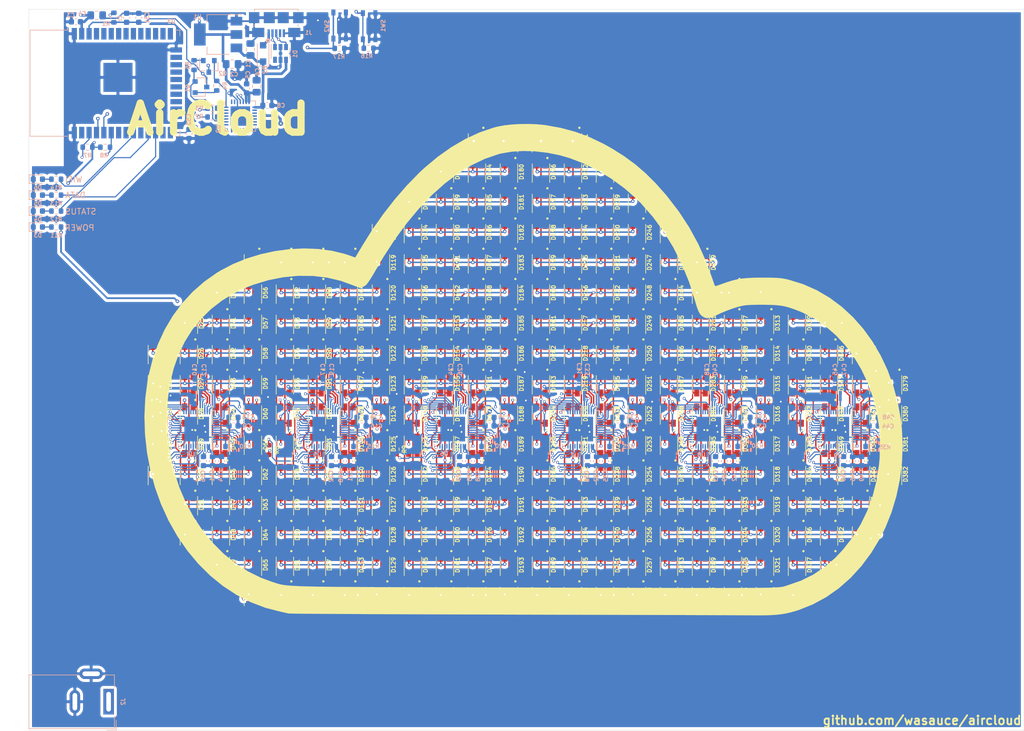
<source format=kicad_pcb>
(kicad_pcb (version 20171130) (host pcbnew "(5.1.7)-1")
  (layers (0 F.Cu signal) (1 In1.Cu signal) (2 In2.Cu signal) (31 B.Cu mixed) (34 B.Paste user) (35 F.Paste user) (36 B.SilkS user) (37 F.SilkS user) (38 B.Mask user) (39 F.Mask user) (44 Edge.Cuts user))
  (net 0 "")
  (net 1 "Net-(D10-Pad3)")
  (net 2 "Net-(D10-Pad2)")
  (net 3 "Net-(D10-Pad1)")
  (net 4 "Net-(D25-Pad4)")
  (net 5 "Net-(D10-Pad4)")
  (net 6 "Net-(D11-Pad4)")
  (net 7 "Net-(D12-Pad4)")
  (net 8 "Net-(D13-Pad4)")
  (net 9 "Net-(D14-Pad4)")
  (net 10 VBUS)
  (net 11 GND)
  (net 12 +3V3)
  (net 13 "Net-(D107-Pad4)")
  (net 14 SCL)
  (net 15 SDA)
  (net 16 "Net-(U4-Pad45)")
  (net 17 "Net-(U4-Pad36)")
  (net 18 "Net-(U4-Pad1)")
  (net 19 "Net-(R10-Pad2)")
  (net 20 SYNC)
  (net 21 "Net-(D103-Pad4)")
  (net 22 "Net-(D104-Pad4)")
  (net 23 "Net-(D105-Pad4)")
  (net 24 "Net-(D106-Pad4)")
  (net 25 "Net-(D108-Pad4)")
  (net 26 "Net-(D109-Pad4)")
  (net 27 "Net-(D110-Pad4)")
  (net 28 "Net-(D111-Pad4)")
  (net 29 "Net-(D112-Pad4)")
  (net 30 "Net-(D113-Pad4)")
  (net 31 "Net-(D114-Pad4)")
  (net 32 SDB)
  (net 33 IICRST)
  (net 34 "Net-(R15-Pad2)")
  (net 35 "Net-(U5-Pad45)")
  (net 36 "Net-(U5-Pad36)")
  (net 37 "Net-(U5-Pad1)")
  (net 38 "Net-(D133-Pad4)")
  (net 39 "Net-(D134-Pad4)")
  (net 40 "Net-(D135-Pad4)")
  (net 41 "Net-(D136-Pad4)")
  (net 42 "Net-(D137-Pad4)")
  (net 43 "Net-(D138-Pad4)")
  (net 44 "Net-(D139-Pad4)")
  (net 45 "Net-(D140-Pad4)")
  (net 46 "Net-(D141-Pad4)")
  (net 47 "Net-(D142-Pad4)")
  (net 48 "Net-(D143-Pad4)")
  (net 49 "Net-(D144-Pad4)")
  (net 50 "Net-(D145-Pad4)")
  (net 51 "Net-(D146-Pad4)")
  (net 52 "Net-(D163-Pad1)")
  (net 53 "Net-(D163-Pad2)")
  (net 54 "Net-(D163-Pad3)")
  (net 55 "Net-(D179-Pad1)")
  (net 56 "Net-(D179-Pad2)")
  (net 57 "Net-(D179-Pad3)")
  (net 58 "Net-(R20-Pad2)")
  (net 59 "Net-(U6-Pad1)")
  (net 60 "Net-(U6-Pad36)")
  (net 61 "Net-(U6-Pad45)")
  (net 62 "Net-(D195-Pad1)")
  (net 63 "Net-(D195-Pad2)")
  (net 64 "Net-(D195-Pad3)")
  (net 65 "Net-(D195-Pad4)")
  (net 66 "Net-(D196-Pad4)")
  (net 67 "Net-(D197-Pad4)")
  (net 68 "Net-(D198-Pad4)")
  (net 69 "Net-(D199-Pad4)")
  (net 70 "Net-(D200-Pad4)")
  (net 71 "Net-(D201-Pad4)")
  (net 72 "Net-(D202-Pad4)")
  (net 73 "Net-(D203-Pad4)")
  (net 74 "Net-(D204-Pad4)")
  (net 75 "Net-(D205-Pad4)")
  (net 76 "Net-(D206-Pad4)")
  (net 77 "Net-(D207-Pad4)")
  (net 78 "Net-(D208-Pad4)")
  (net 79 "Net-(D209-Pad4)")
  (net 80 "Net-(D210-Pad4)")
  (net 81 "Net-(D211-Pad3)")
  (net 82 "Net-(D211-Pad2)")
  (net 83 "Net-(D211-Pad1)")
  (net 84 "Net-(R25-Pad2)")
  (net 85 "Net-(U7-Pad1)")
  (net 86 "Net-(U7-Pad36)")
  (net 87 "Net-(U7-Pad45)")
  (net 88 "Net-(D262-Pad4)")
  (net 89 "Net-(D263-Pad4)")
  (net 90 "Net-(D264-Pad4)")
  (net 91 "Net-(D265-Pad4)")
  (net 92 "Net-(D266-Pad4)")
  (net 93 "Net-(D267-Pad4)")
  (net 94 "Net-(D268-Pad4)")
  (net 95 "Net-(D269-Pad4)")
  (net 96 "Net-(D270-Pad4)")
  (net 97 "Net-(D271-Pad4)")
  (net 98 "Net-(D272-Pad4)")
  (net 99 "Net-(D273-Pad4)")
  (net 100 "Net-(D274-Pad4)")
  (net 101 "Net-(R30-Pad2)")
  (net 102 "Net-(U8-Pad45)")
  (net 103 "Net-(U8-Pad36)")
  (net 104 "Net-(U8-Pad1)")
  (net 105 "Net-(D329-Pad4)")
  (net 106 "Net-(D330-Pad4)")
  (net 107 "Net-(D331-Pad4)")
  (net 108 "Net-(D332-Pad4)")
  (net 109 "Net-(D333-Pad4)")
  (net 110 "Net-(D334-Pad4)")
  (net 111 "Net-(D335-Pad4)")
  (net 112 "Net-(D336-Pad4)")
  (net 113 "Net-(D337-Pad4)")
  (net 114 "Net-(D338-Pad4)")
  (net 115 "Net-(R35-Pad2)")
  (net 116 "Net-(U9-Pad1)")
  (net 117 "Net-(U9-Pad36)")
  (net 118 "Net-(U9-Pad45)")
  (net 119 EN)
  (net 120 "Net-(D1-Pad2)")
  (net 121 "Net-(D2-Pad6)")
  (net 122 USB_D+)
  (net 123 USB_D-)
  (net 124 "Net-(D25-Pad3)")
  (net 125 "Net-(D25-Pad2)")
  (net 126 "Net-(D25-Pad1)")
  (net 127 "Net-(D31-Pad4)")
  (net 128 "Net-(D32-Pad4)")
  (net 129 "Net-(D40-Pad4)")
  (net 130 "Net-(D40-Pad3)")
  (net 131 "Net-(D40-Pad2)")
  (net 132 "Net-(D40-Pad1)")
  (net 133 "Net-(D49-Pad4)")
  (net 134 "Net-(D55-Pad4)")
  (net 135 "Net-(D55-Pad3)")
  (net 136 "Net-(D55-Pad2)")
  (net 137 "Net-(D55-Pad1)")
  (net 138 "Net-(D66-Pad4)")
  (net 139 "Net-(D71-Pad3)")
  (net 140 "Net-(D71-Pad2)")
  (net 141 "Net-(D71-Pad1)")
  (net 142 "Net-(D87-Pad1)")
  (net 143 "Net-(D87-Pad2)")
  (net 144 "Net-(D87-Pad3)")
  (net 145 "Net-(D103-Pad1)")
  (net 146 "Net-(D103-Pad2)")
  (net 147 "Net-(D103-Pad3)")
  (net 148 "Net-(D118-Pad1)")
  (net 149 "Net-(D118-Pad2)")
  (net 150 "Net-(D118-Pad3)")
  (net 151 "Net-(D118-Pad4)")
  (net 152 "Net-(D133-Pad1)")
  (net 153 "Net-(D133-Pad2)")
  (net 154 "Net-(D133-Pad3)")
  (net 155 "Net-(D148-Pad4)")
  (net 156 "Net-(D148-Pad3)")
  (net 157 "Net-(D148-Pad2)")
  (net 158 "Net-(D148-Pad1)")
  (net 159 "Net-(D163-Pad4)")
  (net 160 "Net-(D228-Pad1)")
  (net 161 "Net-(D228-Pad2)")
  (net 162 "Net-(D228-Pad3)")
  (net 163 "Net-(D245-Pad1)")
  (net 164 "Net-(D245-Pad2)")
  (net 165 "Net-(D245-Pad3)")
  (net 166 "Net-(D262-Pad1)")
  (net 167 "Net-(D262-Pad2)")
  (net 168 "Net-(D262-Pad3)")
  (net 169 "Net-(D279-Pad3)")
  (net 170 "Net-(D279-Pad2)")
  (net 171 "Net-(D279-Pad1)")
  (net 172 "Net-(D296-Pad3)")
  (net 173 "Net-(D296-Pad2)")
  (net 174 "Net-(D296-Pad1)")
  (net 175 "Net-(D312-Pad3)")
  (net 176 "Net-(D312-Pad2)")
  (net 177 "Net-(D312-Pad1)")
  (net 178 "Net-(D345-Pad1)")
  (net 179 "Net-(D345-Pad2)")
  (net 180 "Net-(D345-Pad3)")
  (net 181 "Net-(D361-Pad1)")
  (net 182 "Net-(D361-Pad2)")
  (net 183 "Net-(D361-Pad3)")
  (net 184 "Net-(D378-Pad3)")
  (net 185 "Net-(D378-Pad2)")
  (net 186 "Net-(D378-Pad1)")
  (net 187 "Net-(J1-Pad4)")
  (net 188 RTS)
  (net 189 "Net-(Q1-Pad1)")
  (net 190 IO_0)
  (net 191 DTR)
  (net 192 "Net-(Q2-Pad1)")
  (net 193 "Net-(R2-Pad2)")
  (net 194 TXD_0)
  (net 195 "Net-(R3-Pad2)")
  (net 196 RXD_0)
  (net 197 "Net-(U2-Pad27)")
  (net 198 "Net-(U2-Pad23)")
  (net 199 "Net-(U2-Pad22)")
  (net 200 "Net-(U2-Pad21)")
  (net 201 "Net-(U2-Pad20)")
  (net 202 "Net-(U2-Pad19)")
  (net 203 "Net-(U2-Pad18)")
  (net 204 "Net-(U2-Pad17)")
  (net 205 "Net-(U2-Pad16)")
  (net 206 "Net-(U2-Pad15)")
  (net 207 "Net-(U2-Pad14)")
  (net 208 "Net-(U2-Pad13)")
  (net 209 "Net-(U2-Pad12)")
  (net 210 "Net-(U2-Pad11)")
  (net 211 "Net-(U2-Pad10)")
  (net 212 "Net-(U2-Pad9)")
  (net 213 "Net-(U2-Pad2)")
  (net 214 "Net-(U2-Pad1)")
  (net 215 "Net-(U3-Pad37)")
  (net 216 "Net-(U3-Pad32)")
  (net 217 "Net-(U3-Pad31)")
  (net 218 "Net-(U3-Pad29)")
  (net 219 "Net-(U3-Pad26)")
  (net 220 "Net-(U3-Pad24)")
  (net 221 "Net-(U3-Pad23)")
  (net 222 "Net-(U3-Pad22)")
  (net 223 "Net-(U3-Pad21)")
  (net 224 "Net-(U3-Pad20)")
  (net 225 "Net-(U3-Pad19)")
  (net 226 "Net-(U3-Pad18)")
  (net 227 "Net-(U3-Pad17)")
  (net 228 "Net-(U3-Pad16)")
  (net 229 "Net-(U3-Pad14)")
  (net 230 "Net-(U3-Pad13)")
  (net 231 "Net-(U3-Pad12)")
  (net 232 "Net-(U3-Pad11)")
  (net 233 "Net-(U3-Pad10)")
  (net 234 "Net-(U3-Pad9)")
  (net 235 "Net-(U3-Pad8)")
  (net 236 "Net-(U3-Pad7)")
  (net 237 "Net-(U3-Pad6)")
  (net 238 "Net-(U3-Pad5)")
  (net 239 "Net-(U3-Pad4)")
  (net 240 "Net-(U4-Pad19)")
  (net 241 "Net-(U4-Pad18)")
  (net 242 "Net-(U4-Pad17)")
  (net 243 "Net-(U4-Pad16)")
  (net 244 "Net-(U5-Pad16)")
  (net 245 "Net-(U5-Pad17)")
  (net 246 "Net-(U5-Pad18)")
  (net 247 "Net-(U8-Pad18)")
  (net 248 "Net-(U8-Pad17)")
  (net 249 "Net-(U8-Pad16)")
  (net 250 "Net-(U9-Pad16)")
  (net 251 "Net-(U9-Pad17)")
  (net 252 "Net-(U9-Pad18)")
  (net 253 "Net-(U9-Pad19)")
  (net 254 "Net-(U9-Pad21)")
  (net 255 "Net-(D3-Pad2)")
  (net 256 "Net-(D4-Pad2)")
  (net 257 "Net-(D5-Pad2)")
  (net 258 "Net-(D6-Pad2)")
  (net 259 "Net-(D329-Pad3)")
  (net 260 "Net-(D329-Pad2)")
  (net 261 "Net-(D329-Pad1)")
  (net 262 "Net-(R12-Pad2)")
  (net 263 "Net-(R13-Pad2)")
  (net 264 "Net-(R14-Pad2)")
  (net 265 "Net-(U9-Pad22)")
  (module LED_Cloud_footprints:Cloud (layer F.Cu) (at 100 100)
    (fp_text reference G*** hide)
    (fp_text value LOGO hide)
  )
  (module RF_Module:ESP32-WROOM-32 (layer B.Cu) (at 31.06 50.73 270)
    (fp_text reference U3 (at -10.61 -8.43) (layer B.SilkS) (effects (font (size 0.7 0.7)) (justify mirror)))
    (fp_text value "ESP32-WROOM-32D (16MB)")
    (pad 39 smd rect (at -1 0.755 270) (size 5 5) (layers B.Cu B.Paste B.Mask) (net 11 GND))
    (pad 1 smd rect (at -8.5 8.255 270) (size 2 0.9) (layers B.Cu B.Paste B.Mask) (net 11 GND))
    (pad 2 smd rect (at -8.5 6.985 270) (size 2 0.9) (layers B.Cu B.Paste B.Mask) (net 12 +3V3))
    (pad 3 smd rect (at -8.5 5.715 270) (size 2 0.9) (layers B.Cu B.Paste B.Mask) (net 119 EN))
    (pad 4 smd rect (at -8.5 4.445 270) (size 2 0.9) (layers B.Cu B.Paste B.Mask) (net 239 "Net-(U3-Pad4)"))
    (pad 5 smd rect (at -8.5 3.175 270) (size 2 0.9) (layers B.Cu B.Paste B.Mask) (net 238 "Net-(U3-Pad5)"))
    (pad 6 smd rect (at -8.5 1.905 270) (size 2 0.9) (layers B.Cu B.Paste B.Mask) (net 237 "Net-(U3-Pad6)"))
    (pad 7 smd rect (at -8.5 0.635 270) (size 2 0.9) (layers B.Cu B.Paste B.Mask) (net 236 "Net-(U3-Pad7)"))
    (pad 8 smd rect (at -8.5 -0.635 270) (size 2 0.9) (layers B.Cu B.Paste B.Mask) (net 235 "Net-(U3-Pad8)"))
    (pad 9 smd rect (at -8.5 -1.905 270) (size 2 0.9) (layers B.Cu B.Paste B.Mask) (net 234 "Net-(U3-Pad9)"))
    (pad 10 smd rect (at -8.5 -3.175 270) (size 2 0.9) (layers B.Cu B.Paste B.Mask) (net 233 "Net-(U3-Pad10)"))
    (pad 11 smd rect (at -8.5 -4.445 270) (size 2 0.9) (layers B.Cu B.Paste B.Mask) (net 232 "Net-(U3-Pad11)"))
    (pad 12 smd rect (at -8.5 -5.715 270) (size 2 0.9) (layers B.Cu B.Paste B.Mask) (net 231 "Net-(U3-Pad12)"))
    (pad 13 smd rect (at -8.5 -6.985 270) (size 2 0.9) (layers B.Cu B.Paste B.Mask) (net 230 "Net-(U3-Pad13)"))
    (pad 14 smd rect (at -8.5 -8.255 270) (size 2 0.9) (layers B.Cu B.Paste B.Mask) (net 229 "Net-(U3-Pad14)"))
    (pad 15 smd rect (at -5.715 -9.255 180) (size 2 0.9) (layers B.Cu B.Paste B.Mask) (net 11 GND))
    (pad 16 smd rect (at -4.445 -9.255 180) (size 2 0.9) (layers B.Cu B.Paste B.Mask) (net 228 "Net-(U3-Pad16)"))
    (pad 17 smd rect (at -3.175 -9.255 180) (size 2 0.9) (layers B.Cu B.Paste B.Mask) (net 227 "Net-(U3-Pad17)"))
    (pad 18 smd rect (at -1.905 -9.255 180) (size 2 0.9) (layers B.Cu B.Paste B.Mask) (net 226 "Net-(U3-Pad18)"))
    (pad 19 smd rect (at -0.635 -9.255 180) (size 2 0.9) (layers B.Cu B.Paste B.Mask) (net 225 "Net-(U3-Pad19)"))
    (pad 20 smd rect (at 0.635 -9.255 180) (size 2 0.9) (layers B.Cu B.Paste B.Mask) (net 224 "Net-(U3-Pad20)"))
    (pad 21 smd rect (at 1.905 -9.255 180) (size 2 0.9) (layers B.Cu B.Paste B.Mask) (net 223 "Net-(U3-Pad21)"))
    (pad 22 smd rect (at 3.175 -9.255 180) (size 2 0.9) (layers B.Cu B.Paste B.Mask) (net 222 "Net-(U3-Pad22)"))
    (pad 23 smd rect (at 4.445 -9.255 180) (size 2 0.9) (layers B.Cu B.Paste B.Mask) (net 221 "Net-(U3-Pad23)"))
    (pad 24 smd rect (at 5.715 -9.255 180) (size 2 0.9) (layers B.Cu B.Paste B.Mask) (net 220 "Net-(U3-Pad24)"))
    (pad 25 smd rect (at 8.5 -8.255 270) (size 2 0.9) (layers B.Cu B.Paste B.Mask) (net 190 IO_0))
    (pad 26 smd rect (at 8.5 -6.985 270) (size 2 0.9) (layers B.Cu B.Paste B.Mask) (net 219 "Net-(U3-Pad26)"))
    (pad 27 smd rect (at 8.5 -5.715 270) (size 2 0.9) (layers B.Cu B.Paste B.Mask) (net 262 "Net-(R12-Pad2)"))
    (pad 28 smd rect (at 8.5 -4.445 270) (size 2 0.9) (layers B.Cu B.Paste B.Mask) (net 263 "Net-(R13-Pad2)"))
    (pad 29 smd rect (at 8.5 -3.175 270) (size 2 0.9) (layers B.Cu B.Paste B.Mask) (net 218 "Net-(U3-Pad29)"))
    (pad 30 smd rect (at 8.5 -1.905 270) (size 2 0.9) (layers B.Cu B.Paste B.Mask) (net 264 "Net-(R14-Pad2)"))
    (pad 31 smd rect (at 8.5 -0.635 270) (size 2 0.9) (layers B.Cu B.Paste B.Mask) (net 217 "Net-(U3-Pad31)"))
    (pad 32 smd rect (at 8.5 0.635 270) (size 2 0.9) (layers B.Cu B.Paste B.Mask) (net 216 "Net-(U3-Pad32)"))
    (pad 33 smd rect (at 8.5 1.905 270) (size 2 0.9) (layers B.Cu B.Paste B.Mask) (net 15 SDA))
    (pad 34 smd rect (at 8.5 3.175 270) (size 2 0.9) (layers B.Cu B.Paste B.Mask) (net 196 RXD_0))
    (pad 35 smd rect (at 8.5 4.445 270) (size 2 0.9) (layers B.Cu B.Paste B.Mask) (net 194 TXD_0))
    (pad 36 smd rect (at 8.5 5.715 270) (size 2 0.9) (layers B.Cu B.Paste B.Mask) (net 14 SCL))
    (pad 37 smd rect (at 8.5 6.985 270) (size 2 0.9) (layers B.Cu B.Paste B.Mask) (net 215 "Net-(U3-Pad37)"))
    (pad 38 smd rect (at 8.5 8.255 270) (size 2 0.9) (layers B.Cu B.Paste B.Mask) (net 11 GND))
  )
  (module Connector_BarrelJack:BarrelJack_Wuerth_6941xx301002 (layer B.Cu) (at 28.7 157.09 90)
    (fp_text reference J2 (at 0 2.5 90) (layer B.SilkS) (effects (font (size 0.7 0.7)) (justify mirror)))
    (fp_text value 694108301002)
    (pad 1 thru_hole rect (at 0 0 90) (size 4.4 1.8) (drill oval 3.4 0.8) (layers *.Cu *.Mask) (net 10 VBUS))
    (pad 2 thru_hole oval (at 0 -5.8 90) (size 4 1.8) (drill oval 3 0.8) (layers *.Cu *.Mask) (net 11 GND))
    (pad 3 thru_hole oval (at 4.8 -3) (size 4 1.8) (drill oval 3 0.8) (layers *.Cu *.Mask) (net 11 GND))
  )
  (module LED_Cloud_footprints:IS31FL3733-QFLS4-TR (layer B.Cu) (at 153.84 110.21)
    (fp_text reference U9 (at 0.2 4.6) (layer B.SilkS) (effects (font (size 0.7 0.7)) (justify mirror)))
    (fp_text value IS31FL3733-QFLS4-TR)
    (fp_text user . (at -3.8 2.6) (layer B.SilkS) (effects (justify mirror)))
    (pad 49 smd rect (at 0 0) (size 4.2418 4.2418) (layers B.Cu B.Paste B.Mask) (net 11 GND))
    (pad 48 smd rect (at -2.200001 2.9464) (size 0.2032 0.8128) (layers B.Cu B.Paste B.Mask) (net 11 GND))
    (pad 47 smd rect (at -1.799999 2.9464) (size 0.2032 0.8128) (layers B.Cu B.Paste B.Mask) (net 33 IICRST))
    (pad 46 smd rect (at -1.4 2.9464) (size 0.2032 0.8128) (layers B.Cu B.Paste B.Mask) (net 32 SDB))
    (pad 45 smd rect (at -1.000001 2.9464) (size 0.2032 0.8128) (layers B.Cu B.Paste B.Mask) (net 118 "Net-(U9-Pad45)"))
    (pad 44 smd rect (at -0.599999 2.9464) (size 0.2032 0.8128) (layers B.Cu B.Paste B.Mask) (net 10 VBUS))
    (pad 43 smd rect (at -0.2 2.9464) (size 0.2032 0.8128) (layers B.Cu B.Paste B.Mask) (net 10 VBUS))
    (pad 42 smd rect (at 0.2 2.9464) (size 0.2032 0.8128) (layers B.Cu B.Paste B.Mask) (net 14 SCL))
    (pad 41 smd rect (at 0.599999 2.9464) (size 0.2032 0.8128) (layers B.Cu B.Paste B.Mask) (net 15 SDA))
    (pad 40 smd rect (at 1.000001 2.9464) (size 0.2032 0.8128) (layers B.Cu B.Paste B.Mask) (net 20 SYNC))
    (pad 39 smd rect (at 1.4 2.9464) (size 0.2032 0.8128) (layers B.Cu B.Paste B.Mask) (net 12 +3V3))
    (pad 38 smd rect (at 1.799999 2.9464) (size 0.2032 0.8128) (layers B.Cu B.Paste B.Mask) (net 10 VBUS))
    (pad 37 smd rect (at 2.200001 2.9464) (size 0.2032 0.8128) (layers B.Cu B.Paste B.Mask) (net 10 VBUS))
    (pad 36 smd rect (at 2.9464 2.200001 270) (size 0.2032 0.8128) (layers B.Cu B.Paste B.Mask) (net 117 "Net-(U9-Pad36)"))
    (pad 35 smd rect (at 2.9464 1.799999 270) (size 0.2032 0.8128) (layers B.Cu B.Paste B.Mask) (net 115 "Net-(R35-Pad2)"))
    (pad 34 smd rect (at 2.9464 1.4 270) (size 0.2032 0.8128) (layers B.Cu B.Paste B.Mask) (net 11 GND))
    (pad 33 smd rect (at 2.9464 1.000001 270) (size 0.2032 0.8128) (layers B.Cu B.Paste B.Mask) (net 114 "Net-(D338-Pad4)"))
    (pad 32 smd rect (at 2.9464 0.599999 270) (size 0.2032 0.8128) (layers B.Cu B.Paste B.Mask) (net 113 "Net-(D337-Pad4)"))
    (pad 31 smd rect (at 2.9464 0.2 270) (size 0.2032 0.8128) (layers B.Cu B.Paste B.Mask) (net 112 "Net-(D336-Pad4)"))
    (pad 30 smd rect (at 2.9464 -0.2 270) (size 0.2032 0.8128) (layers B.Cu B.Paste B.Mask) (net 111 "Net-(D335-Pad4)"))
    (pad 29 smd rect (at 2.9464 -0.599999 270) (size 0.2032 0.8128) (layers B.Cu B.Paste B.Mask) (net 10 VBUS))
    (pad 28 smd rect (at 2.9464 -1.000001 270) (size 0.2032 0.8128) (layers B.Cu B.Paste B.Mask) (net 110 "Net-(D334-Pad4)"))
    (pad 27 smd rect (at 2.9464 -1.4 270) (size 0.2032 0.8128) (layers B.Cu B.Paste B.Mask) (net 109 "Net-(D333-Pad4)"))
    (pad 26 smd rect (at 2.9464 -1.799999 270) (size 0.2032 0.8128) (layers B.Cu B.Paste B.Mask) (net 108 "Net-(D332-Pad4)"))
    (pad 25 smd rect (at 2.9464 -2.200001 270) (size 0.2032 0.8128) (layers B.Cu B.Paste B.Mask) (net 107 "Net-(D331-Pad4)"))
    (pad 24 smd rect (at 2.200001 -2.9464) (size 0.2032 0.8128) (layers B.Cu B.Paste B.Mask) (net 106 "Net-(D330-Pad4)"))
    (pad 23 smd rect (at 1.799999 -2.9464) (size 0.2032 0.8128) (layers B.Cu B.Paste B.Mask) (net 105 "Net-(D329-Pad4)"))
    (pad 22 smd rect (at 1.4 -2.9464) (size 0.2032 0.8128) (layers B.Cu B.Paste B.Mask) (net 265 "Net-(U9-Pad22)"))
    (pad 21 smd rect (at 1.000001 -2.9464) (size 0.2032 0.8128) (layers B.Cu B.Paste B.Mask) (net 254 "Net-(U9-Pad21)"))
    (pad 20 smd rect (at 0.599999 -2.9464) (size 0.2032 0.8128) (layers B.Cu B.Paste B.Mask) (net 10 VBUS))
    (pad 19 smd rect (at 0.2 -2.9464) (size 0.2032 0.8128) (layers B.Cu B.Paste B.Mask) (net 253 "Net-(U9-Pad19)"))
    (pad 18 smd rect (at -0.2 -2.9464) (size 0.2032 0.8128) (layers B.Cu B.Paste B.Mask) (net 252 "Net-(U9-Pad18)"))
    (pad 17 smd rect (at -0.599999 -2.9464) (size 0.2032 0.8128) (layers B.Cu B.Paste B.Mask) (net 251 "Net-(U9-Pad17)"))
    (pad 16 smd rect (at -1.000001 -2.9464) (size 0.2032 0.8128) (layers B.Cu B.Paste B.Mask) (net 250 "Net-(U9-Pad16)"))
    (pad 15 smd rect (at -1.4 -2.9464) (size 0.2032 0.8128) (layers B.Cu B.Paste B.Mask) (net 261 "Net-(D329-Pad1)"))
    (pad 14 smd rect (at -1.799999 -2.9464) (size 0.2032 0.8128) (layers B.Cu B.Paste B.Mask) (net 260 "Net-(D329-Pad2)"))
    (pad 13 smd rect (at -2.200001 -2.9464) (size 0.2032 0.8128) (layers B.Cu B.Paste B.Mask) (net 259 "Net-(D329-Pad3)"))
    (pad 12 smd rect (at -2.9464 -2.200001 270) (size 0.2032 0.8128) (layers B.Cu B.Paste B.Mask) (net 11 GND))
    (pad 11 smd rect (at -2.9464 -1.799999 270) (size 0.2032 0.8128) (layers B.Cu B.Paste B.Mask) (net 178 "Net-(D345-Pad1)"))
    (pad 10 smd rect (at -2.9464 -1.4 270) (size 0.2032 0.8128) (layers B.Cu B.Paste B.Mask) (net 179 "Net-(D345-Pad2)"))
    (pad 9 smd rect (at -2.9464 -1.000001 270) (size 0.2032 0.8128) (layers B.Cu B.Paste B.Mask) (net 180 "Net-(D345-Pad3)"))
    (pad 8 smd rect (at -2.9464 -0.599999 270) (size 0.2032 0.8128) (layers B.Cu B.Paste B.Mask) (net 181 "Net-(D361-Pad1)"))
    (pad 7 smd rect (at -2.9464 -0.2 270) (size 0.2032 0.8128) (layers B.Cu B.Paste B.Mask) (net 182 "Net-(D361-Pad2)"))
    (pad 6 smd rect (at -2.9464 0.2 270) (size 0.2032 0.8128) (layers B.Cu B.Paste B.Mask) (net 183 "Net-(D361-Pad3)"))
    (pad 5 smd rect (at -2.9464 0.599999 270) (size 0.2032 0.8128) (layers B.Cu B.Paste B.Mask) (net 11 GND))
    (pad 4 smd rect (at -2.9464 1.000001 270) (size 0.2032 0.8128) (layers B.Cu B.Paste B.Mask) (net 186 "Net-(D378-Pad1)"))
    (pad 3 smd rect (at -2.9464 1.4 270) (size 0.2032 0.8128) (layers B.Cu B.Paste B.Mask) (net 185 "Net-(D378-Pad2)"))
    (pad 2 smd rect (at -2.9464 1.799999 270) (size 0.2032 0.8128) (layers B.Cu B.Paste B.Mask) (net 184 "Net-(D378-Pad3)"))
    (pad 1 smd rect (at -2.9464 2.200001 270) (size 0.2032 0.8128) (layers B.Cu B.Paste B.Mask) (net 116 "Net-(U9-Pad1)"))
  )
  (module LED_Cloud_footprints:IS31FL3733-QFLS4-TR (layer B.Cu) (at 131.84 110.21)
    (fp_text reference U8 (at -1.26 4.42) (layer B.SilkS) (effects (font (size 0.7 0.7)) (justify mirror)))
    (fp_text value IS31FL3733-QFLS4-TR)
    (fp_text user . (at -3.8 2.6) (layer B.SilkS) (effects (justify mirror)))
    (pad 49 smd rect (at 0 0) (size 4.2418 4.2418) (layers B.Cu B.Paste B.Mask) (net 11 GND))
    (pad 48 smd rect (at -2.200001 2.9464) (size 0.2032 0.8128) (layers B.Cu B.Paste B.Mask) (net 11 GND))
    (pad 47 smd rect (at -1.799999 2.9464) (size 0.2032 0.8128) (layers B.Cu B.Paste B.Mask) (net 33 IICRST))
    (pad 46 smd rect (at -1.4 2.9464) (size 0.2032 0.8128) (layers B.Cu B.Paste B.Mask) (net 32 SDB))
    (pad 45 smd rect (at -1.000001 2.9464) (size 0.2032 0.8128) (layers B.Cu B.Paste B.Mask) (net 102 "Net-(U8-Pad45)"))
    (pad 44 smd rect (at -0.599999 2.9464) (size 0.2032 0.8128) (layers B.Cu B.Paste B.Mask) (net 10 VBUS))
    (pad 43 smd rect (at -0.2 2.9464) (size 0.2032 0.8128) (layers B.Cu B.Paste B.Mask) (net 11 GND))
    (pad 42 smd rect (at 0.2 2.9464) (size 0.2032 0.8128) (layers B.Cu B.Paste B.Mask) (net 14 SCL))
    (pad 41 smd rect (at 0.599999 2.9464) (size 0.2032 0.8128) (layers B.Cu B.Paste B.Mask) (net 15 SDA))
    (pad 40 smd rect (at 1.000001 2.9464) (size 0.2032 0.8128) (layers B.Cu B.Paste B.Mask) (net 20 SYNC))
    (pad 39 smd rect (at 1.4 2.9464) (size 0.2032 0.8128) (layers B.Cu B.Paste B.Mask) (net 12 +3V3))
    (pad 38 smd rect (at 1.799999 2.9464) (size 0.2032 0.8128) (layers B.Cu B.Paste B.Mask) (net 10 VBUS))
    (pad 37 smd rect (at 2.200001 2.9464) (size 0.2032 0.8128) (layers B.Cu B.Paste B.Mask) (net 10 VBUS))
    (pad 36 smd rect (at 2.9464 2.200001 270) (size 0.2032 0.8128) (layers B.Cu B.Paste B.Mask) (net 103 "Net-(U8-Pad36)"))
    (pad 35 smd rect (at 2.9464 1.799999 270) (size 0.2032 0.8128) (layers B.Cu B.Paste B.Mask) (net 101 "Net-(R30-Pad2)"))
    (pad 34 smd rect (at 2.9464 1.4 270) (size 0.2032 0.8128) (layers B.Cu B.Paste B.Mask) (net 11 GND))
    (pad 33 smd rect (at 2.9464 1.000001 270) (size 0.2032 0.8128) (layers B.Cu B.Paste B.Mask) (net 100 "Net-(D274-Pad4)"))
    (pad 32 smd rect (at 2.9464 0.599999 270) (size 0.2032 0.8128) (layers B.Cu B.Paste B.Mask) (net 99 "Net-(D273-Pad4)"))
    (pad 31 smd rect (at 2.9464 0.2 270) (size 0.2032 0.8128) (layers B.Cu B.Paste B.Mask) (net 98 "Net-(D272-Pad4)"))
    (pad 30 smd rect (at 2.9464 -0.2 270) (size 0.2032 0.8128) (layers B.Cu B.Paste B.Mask) (net 97 "Net-(D271-Pad4)"))
    (pad 29 smd rect (at 2.9464 -0.599999 270) (size 0.2032 0.8128) (layers B.Cu B.Paste B.Mask) (net 10 VBUS))
    (pad 28 smd rect (at 2.9464 -1.000001 270) (size 0.2032 0.8128) (layers B.Cu B.Paste B.Mask) (net 96 "Net-(D270-Pad4)"))
    (pad 27 smd rect (at 2.9464 -1.4 270) (size 0.2032 0.8128) (layers B.Cu B.Paste B.Mask) (net 95 "Net-(D269-Pad4)"))
    (pad 26 smd rect (at 2.9464 -1.799999 270) (size 0.2032 0.8128) (layers B.Cu B.Paste B.Mask) (net 94 "Net-(D268-Pad4)"))
    (pad 25 smd rect (at 2.9464 -2.200001 270) (size 0.2032 0.8128) (layers B.Cu B.Paste B.Mask) (net 93 "Net-(D267-Pad4)"))
    (pad 24 smd rect (at 2.200001 -2.9464) (size 0.2032 0.8128) (layers B.Cu B.Paste B.Mask) (net 92 "Net-(D266-Pad4)"))
    (pad 23 smd rect (at 1.799999 -2.9464) (size 0.2032 0.8128) (layers B.Cu B.Paste B.Mask) (net 91 "Net-(D265-Pad4)"))
    (pad 22 smd rect (at 1.4 -2.9464) (size 0.2032 0.8128) (layers B.Cu B.Paste B.Mask) (net 90 "Net-(D264-Pad4)"))
    (pad 21 smd rect (at 1.000001 -2.9464) (size 0.2032 0.8128) (layers B.Cu B.Paste B.Mask) (net 89 "Net-(D263-Pad4)"))
    (pad 20 smd rect (at 0.599999 -2.9464) (size 0.2032 0.8128) (layers B.Cu B.Paste B.Mask) (net 10 VBUS))
    (pad 19 smd rect (at 0.2 -2.9464) (size 0.2032 0.8128) (layers B.Cu B.Paste B.Mask) (net 88 "Net-(D262-Pad4)"))
    (pad 18 smd rect (at -0.2 -2.9464) (size 0.2032 0.8128) (layers B.Cu B.Paste B.Mask) (net 247 "Net-(U8-Pad18)"))
    (pad 17 smd rect (at -0.599999 -2.9464) (size 0.2032 0.8128) (layers B.Cu B.Paste B.Mask) (net 248 "Net-(U8-Pad17)"))
    (pad 16 smd rect (at -1.000001 -2.9464) (size 0.2032 0.8128) (layers B.Cu B.Paste B.Mask) (net 249 "Net-(U8-Pad16)"))
    (pad 15 smd rect (at -1.4 -2.9464) (size 0.2032 0.8128) (layers B.Cu B.Paste B.Mask) (net 166 "Net-(D262-Pad1)"))
    (pad 14 smd rect (at -1.799999 -2.9464) (size 0.2032 0.8128) (layers B.Cu B.Paste B.Mask) (net 167 "Net-(D262-Pad2)"))
    (pad 13 smd rect (at -2.200001 -2.9464) (size 0.2032 0.8128) (layers B.Cu B.Paste B.Mask) (net 168 "Net-(D262-Pad3)"))
    (pad 12 smd rect (at -2.9464 -2.200001 270) (size 0.2032 0.8128) (layers B.Cu B.Paste B.Mask) (net 11 GND))
    (pad 11 smd rect (at -2.9464 -1.799999 270) (size 0.2032 0.8128) (layers B.Cu B.Paste B.Mask) (net 171 "Net-(D279-Pad1)"))
    (pad 10 smd rect (at -2.9464 -1.4 270) (size 0.2032 0.8128) (layers B.Cu B.Paste B.Mask) (net 170 "Net-(D279-Pad2)"))
    (pad 9 smd rect (at -2.9464 -1.000001 270) (size 0.2032 0.8128) (layers B.Cu B.Paste B.Mask) (net 169 "Net-(D279-Pad3)"))
    (pad 8 smd rect (at -2.9464 -0.599999 270) (size 0.2032 0.8128) (layers B.Cu B.Paste B.Mask) (net 174 "Net-(D296-Pad1)"))
    (pad 7 smd rect (at -2.9464 -0.2 270) (size 0.2032 0.8128) (layers B.Cu B.Paste B.Mask) (net 173 "Net-(D296-Pad2)"))
    (pad 6 smd rect (at -2.9464 0.2 270) (size 0.2032 0.8128) (layers B.Cu B.Paste B.Mask) (net 172 "Net-(D296-Pad3)"))
    (pad 5 smd rect (at -2.9464 0.599999 270) (size 0.2032 0.8128) (layers B.Cu B.Paste B.Mask) (net 11 GND))
    (pad 4 smd rect (at -2.9464 1.000001 270) (size 0.2032 0.8128) (layers B.Cu B.Paste B.Mask) (net 177 "Net-(D312-Pad1)"))
    (pad 3 smd rect (at -2.9464 1.4 270) (size 0.2032 0.8128) (layers B.Cu B.Paste B.Mask) (net 176 "Net-(D312-Pad2)"))
    (pad 2 smd rect (at -2.9464 1.799999 270) (size 0.2032 0.8128) (layers B.Cu B.Paste B.Mask) (net 175 "Net-(D312-Pad3)"))
    (pad 1 smd rect (at -2.9464 2.200001 270) (size 0.2032 0.8128) (layers B.Cu B.Paste B.Mask) (net 104 "Net-(U8-Pad1)"))
  )
  (module LED_Cloud_footprints:IS31FL3733-QFLS4-TR (layer B.Cu) (at 109.84 110.21)
    (fp_text reference U7 (at -1.02 4.54) (layer B.SilkS) (effects (font (size 0.7 0.7)) (justify mirror)))
    (fp_text value IS31FL3733-QFLS4-TR)
    (fp_text user . (at -3.8 2.6) (layer B.SilkS) (effects (justify mirror)))
    (pad 49 smd rect (at 0 0) (size 4.2418 4.2418) (layers B.Cu B.Paste B.Mask) (net 11 GND))
    (pad 48 smd rect (at -2.200001 2.9464) (size 0.2032 0.8128) (layers B.Cu B.Paste B.Mask) (net 11 GND))
    (pad 47 smd rect (at -1.799999 2.9464) (size 0.2032 0.8128) (layers B.Cu B.Paste B.Mask) (net 33 IICRST))
    (pad 46 smd rect (at -1.4 2.9464) (size 0.2032 0.8128) (layers B.Cu B.Paste B.Mask) (net 32 SDB))
    (pad 45 smd rect (at -1.000001 2.9464) (size 0.2032 0.8128) (layers B.Cu B.Paste B.Mask) (net 87 "Net-(U7-Pad45)"))
    (pad 44 smd rect (at -0.599999 2.9464) (size 0.2032 0.8128) (layers B.Cu B.Paste B.Mask) (net 11 GND))
    (pad 43 smd rect (at -0.2 2.9464) (size 0.2032 0.8128) (layers B.Cu B.Paste B.Mask) (net 14 SCL))
    (pad 42 smd rect (at 0.2 2.9464) (size 0.2032 0.8128) (layers B.Cu B.Paste B.Mask) (net 14 SCL))
    (pad 41 smd rect (at 0.599999 2.9464) (size 0.2032 0.8128) (layers B.Cu B.Paste B.Mask) (net 15 SDA))
    (pad 40 smd rect (at 1.000001 2.9464) (size 0.2032 0.8128) (layers B.Cu B.Paste B.Mask) (net 20 SYNC))
    (pad 39 smd rect (at 1.4 2.9464) (size 0.2032 0.8128) (layers B.Cu B.Paste B.Mask) (net 12 +3V3))
    (pad 38 smd rect (at 1.799999 2.9464) (size 0.2032 0.8128) (layers B.Cu B.Paste B.Mask) (net 10 VBUS))
    (pad 37 smd rect (at 2.200001 2.9464) (size 0.2032 0.8128) (layers B.Cu B.Paste B.Mask) (net 10 VBUS))
    (pad 36 smd rect (at 2.9464 2.200001 270) (size 0.2032 0.8128) (layers B.Cu B.Paste B.Mask) (net 86 "Net-(U7-Pad36)"))
    (pad 35 smd rect (at 2.9464 1.799999 270) (size 0.2032 0.8128) (layers B.Cu B.Paste B.Mask) (net 84 "Net-(R25-Pad2)"))
    (pad 34 smd rect (at 2.9464 1.4 270) (size 0.2032 0.8128) (layers B.Cu B.Paste B.Mask) (net 11 GND))
    (pad 33 smd rect (at 2.9464 1.000001 270) (size 0.2032 0.8128) (layers B.Cu B.Paste B.Mask) (net 80 "Net-(D210-Pad4)"))
    (pad 32 smd rect (at 2.9464 0.599999 270) (size 0.2032 0.8128) (layers B.Cu B.Paste B.Mask) (net 79 "Net-(D209-Pad4)"))
    (pad 31 smd rect (at 2.9464 0.2 270) (size 0.2032 0.8128) (layers B.Cu B.Paste B.Mask) (net 78 "Net-(D208-Pad4)"))
    (pad 30 smd rect (at 2.9464 -0.2 270) (size 0.2032 0.8128) (layers B.Cu B.Paste B.Mask) (net 77 "Net-(D207-Pad4)"))
    (pad 29 smd rect (at 2.9464 -0.599999 270) (size 0.2032 0.8128) (layers B.Cu B.Paste B.Mask) (net 10 VBUS))
    (pad 28 smd rect (at 2.9464 -1.000001 270) (size 0.2032 0.8128) (layers B.Cu B.Paste B.Mask) (net 76 "Net-(D206-Pad4)"))
    (pad 27 smd rect (at 2.9464 -1.4 270) (size 0.2032 0.8128) (layers B.Cu B.Paste B.Mask) (net 75 "Net-(D205-Pad4)"))
    (pad 26 smd rect (at 2.9464 -1.799999 270) (size 0.2032 0.8128) (layers B.Cu B.Paste B.Mask) (net 74 "Net-(D204-Pad4)"))
    (pad 25 smd rect (at 2.9464 -2.200001 270) (size 0.2032 0.8128) (layers B.Cu B.Paste B.Mask) (net 73 "Net-(D203-Pad4)"))
    (pad 24 smd rect (at 2.200001 -2.9464) (size 0.2032 0.8128) (layers B.Cu B.Paste B.Mask) (net 72 "Net-(D202-Pad4)"))
    (pad 23 smd rect (at 1.799999 -2.9464) (size 0.2032 0.8128) (layers B.Cu B.Paste B.Mask) (net 71 "Net-(D201-Pad4)"))
    (pad 22 smd rect (at 1.4 -2.9464) (size 0.2032 0.8128) (layers B.Cu B.Paste B.Mask) (net 70 "Net-(D200-Pad4)"))
    (pad 21 smd rect (at 1.000001 -2.9464) (size 0.2032 0.8128) (layers B.Cu B.Paste B.Mask) (net 69 "Net-(D199-Pad4)"))
    (pad 20 smd rect (at 0.599999 -2.9464) (size 0.2032 0.8128) (layers B.Cu B.Paste B.Mask) (net 10 VBUS))
    (pad 19 smd rect (at 0.2 -2.9464) (size 0.2032 0.8128) (layers B.Cu B.Paste B.Mask) (net 68 "Net-(D198-Pad4)"))
    (pad 18 smd rect (at -0.2 -2.9464) (size 0.2032 0.8128) (layers B.Cu B.Paste B.Mask) (net 67 "Net-(D197-Pad4)"))
    (pad 17 smd rect (at -0.599999 -2.9464) (size 0.2032 0.8128) (layers B.Cu B.Paste B.Mask) (net 66 "Net-(D196-Pad4)"))
    (pad 16 smd rect (at -1.000001 -2.9464) (size 0.2032 0.8128) (layers B.Cu B.Paste B.Mask) (net 65 "Net-(D195-Pad4)"))
    (pad 15 smd rect (at -1.4 -2.9464) (size 0.2032 0.8128) (layers B.Cu B.Paste B.Mask) (net 62 "Net-(D195-Pad1)"))
    (pad 14 smd rect (at -1.799999 -2.9464) (size 0.2032 0.8128) (layers B.Cu B.Paste B.Mask) (net 63 "Net-(D195-Pad2)"))
    (pad 13 smd rect (at -2.200001 -2.9464) (size 0.2032 0.8128) (layers B.Cu B.Paste B.Mask) (net 64 "Net-(D195-Pad3)"))
    (pad 12 smd rect (at -2.9464 -2.200001 270) (size 0.2032 0.8128) (layers B.Cu B.Paste B.Mask) (net 11 GND))
    (pad 11 smd rect (at -2.9464 -1.799999 270) (size 0.2032 0.8128) (layers B.Cu B.Paste B.Mask) (net 83 "Net-(D211-Pad1)"))
    (pad 10 smd rect (at -2.9464 -1.4 270) (size 0.2032 0.8128) (layers B.Cu B.Paste B.Mask) (net 82 "Net-(D211-Pad2)"))
    (pad 9 smd rect (at -2.9464 -1.000001 270) (size 0.2032 0.8128) (layers B.Cu B.Paste B.Mask) (net 81 "Net-(D211-Pad3)"))
    (pad 8 smd rect (at -2.9464 -0.599999 270) (size 0.2032 0.8128) (layers B.Cu B.Paste B.Mask) (net 160 "Net-(D228-Pad1)"))
    (pad 7 smd rect (at -2.9464 -0.2 270) (size 0.2032 0.8128) (layers B.Cu B.Paste B.Mask) (net 161 "Net-(D228-Pad2)"))
    (pad 6 smd rect (at -2.9464 0.2 270) (size 0.2032 0.8128) (layers B.Cu B.Paste B.Mask) (net 162 "Net-(D228-Pad3)"))
    (pad 5 smd rect (at -2.9464 0.599999 270) (size 0.2032 0.8128) (layers B.Cu B.Paste B.Mask) (net 11 GND))
    (pad 4 smd rect (at -2.9464 1.000001 270) (size 0.2032 0.8128) (layers B.Cu B.Paste B.Mask) (net 163 "Net-(D245-Pad1)"))
    (pad 3 smd rect (at -2.9464 1.4 270) (size 0.2032 0.8128) (layers B.Cu B.Paste B.Mask) (net 164 "Net-(D245-Pad2)"))
    (pad 2 smd rect (at -2.9464 1.799999 270) (size 0.2032 0.8128) (layers B.Cu B.Paste B.Mask) (net 165 "Net-(D245-Pad3)"))
    (pad 1 smd rect (at -2.9464 2.200001 270) (size 0.2032 0.8128) (layers B.Cu B.Paste B.Mask) (net 85 "Net-(U7-Pad1)"))
  )
  (module LED_Cloud_footprints:IS31FL3733-QFLS4-TR (layer B.Cu) (at 87.84 110.21)
    (fp_text reference U6 (at -1.48 4.23) (layer B.SilkS) (effects (font (size 0.7 0.7)) (justify mirror)))
    (fp_text value IS31FL3733-QFLS4-TR)
    (fp_text user . (at -3.8 2.6) (layer B.SilkS) (effects (justify mirror)))
    (pad 49 smd rect (at 0 0) (size 4.2418 4.2418) (layers B.Cu B.Paste B.Mask) (net 11 GND))
    (pad 48 smd rect (at -2.200001 2.9464) (size 0.2032 0.8128) (layers B.Cu B.Paste B.Mask) (net 11 GND))
    (pad 47 smd rect (at -1.799999 2.9464) (size 0.2032 0.8128) (layers B.Cu B.Paste B.Mask) (net 33 IICRST))
    (pad 46 smd rect (at -1.4 2.9464) (size 0.2032 0.8128) (layers B.Cu B.Paste B.Mask) (net 32 SDB))
    (pad 45 smd rect (at -1.000001 2.9464) (size 0.2032 0.8128) (layers B.Cu B.Paste B.Mask) (net 61 "Net-(U6-Pad45)"))
    (pad 44 smd rect (at -0.599999 2.9464) (size 0.2032 0.8128) (layers B.Cu B.Paste B.Mask) (net 11 GND))
    (pad 43 smd rect (at -0.2 2.9464) (size 0.2032 0.8128) (layers B.Cu B.Paste B.Mask) (net 15 SDA))
    (pad 42 smd rect (at 0.2 2.9464) (size 0.2032 0.8128) (layers B.Cu B.Paste B.Mask) (net 14 SCL))
    (pad 41 smd rect (at 0.599999 2.9464) (size 0.2032 0.8128) (layers B.Cu B.Paste B.Mask) (net 15 SDA))
    (pad 40 smd rect (at 1.000001 2.9464) (size 0.2032 0.8128) (layers B.Cu B.Paste B.Mask) (net 20 SYNC))
    (pad 39 smd rect (at 1.4 2.9464) (size 0.2032 0.8128) (layers B.Cu B.Paste B.Mask) (net 12 +3V3))
    (pad 38 smd rect (at 1.799999 2.9464) (size 0.2032 0.8128) (layers B.Cu B.Paste B.Mask) (net 10 VBUS))
    (pad 37 smd rect (at 2.200001 2.9464) (size 0.2032 0.8128) (layers B.Cu B.Paste B.Mask) (net 10 VBUS))
    (pad 36 smd rect (at 2.9464 2.200001 270) (size 0.2032 0.8128) (layers B.Cu B.Paste B.Mask) (net 60 "Net-(U6-Pad36)"))
    (pad 35 smd rect (at 2.9464 1.799999 270) (size 0.2032 0.8128) (layers B.Cu B.Paste B.Mask) (net 58 "Net-(R20-Pad2)"))
    (pad 34 smd rect (at 2.9464 1.4 270) (size 0.2032 0.8128) (layers B.Cu B.Paste B.Mask) (net 11 GND))
    (pad 33 smd rect (at 2.9464 1.000001 270) (size 0.2032 0.8128) (layers B.Cu B.Paste B.Mask) (net 51 "Net-(D146-Pad4)"))
    (pad 32 smd rect (at 2.9464 0.599999 270) (size 0.2032 0.8128) (layers B.Cu B.Paste B.Mask) (net 50 "Net-(D145-Pad4)"))
    (pad 31 smd rect (at 2.9464 0.2 270) (size 0.2032 0.8128) (layers B.Cu B.Paste B.Mask) (net 49 "Net-(D144-Pad4)"))
    (pad 30 smd rect (at 2.9464 -0.2 270) (size 0.2032 0.8128) (layers B.Cu B.Paste B.Mask) (net 48 "Net-(D143-Pad4)"))
    (pad 29 smd rect (at 2.9464 -0.599999 270) (size 0.2032 0.8128) (layers B.Cu B.Paste B.Mask) (net 10 VBUS))
    (pad 28 smd rect (at 2.9464 -1.000001 270) (size 0.2032 0.8128) (layers B.Cu B.Paste B.Mask) (net 47 "Net-(D142-Pad4)"))
    (pad 27 smd rect (at 2.9464 -1.4 270) (size 0.2032 0.8128) (layers B.Cu B.Paste B.Mask) (net 46 "Net-(D141-Pad4)"))
    (pad 26 smd rect (at 2.9464 -1.799999 270) (size 0.2032 0.8128) (layers B.Cu B.Paste B.Mask) (net 45 "Net-(D140-Pad4)"))
    (pad 25 smd rect (at 2.9464 -2.200001 270) (size 0.2032 0.8128) (layers B.Cu B.Paste B.Mask) (net 44 "Net-(D139-Pad4)"))
    (pad 24 smd rect (at 2.200001 -2.9464) (size 0.2032 0.8128) (layers B.Cu B.Paste B.Mask) (net 43 "Net-(D138-Pad4)"))
    (pad 23 smd rect (at 1.799999 -2.9464) (size 0.2032 0.8128) (layers B.Cu B.Paste B.Mask) (net 42 "Net-(D137-Pad4)"))
    (pad 22 smd rect (at 1.4 -2.9464) (size 0.2032 0.8128) (layers B.Cu B.Paste B.Mask) (net 41 "Net-(D136-Pad4)"))
    (pad 21 smd rect (at 1.000001 -2.9464) (size 0.2032 0.8128) (layers B.Cu B.Paste B.Mask) (net 40 "Net-(D135-Pad4)"))
    (pad 20 smd rect (at 0.599999 -2.9464) (size 0.2032 0.8128) (layers B.Cu B.Paste B.Mask) (net 10 VBUS))
    (pad 19 smd rect (at 0.2 -2.9464) (size 0.2032 0.8128) (layers B.Cu B.Paste B.Mask) (net 39 "Net-(D134-Pad4)"))
    (pad 18 smd rect (at -0.2 -2.9464) (size 0.2032 0.8128) (layers B.Cu B.Paste B.Mask) (net 38 "Net-(D133-Pad4)"))
    (pad 17 smd rect (at -0.599999 -2.9464) (size 0.2032 0.8128) (layers B.Cu B.Paste B.Mask) (net 155 "Net-(D148-Pad4)"))
    (pad 16 smd rect (at -1.000001 -2.9464) (size 0.2032 0.8128) (layers B.Cu B.Paste B.Mask) (net 159 "Net-(D163-Pad4)"))
    (pad 15 smd rect (at -1.4 -2.9464) (size 0.2032 0.8128) (layers B.Cu B.Paste B.Mask) (net 152 "Net-(D133-Pad1)"))
    (pad 14 smd rect (at -1.799999 -2.9464) (size 0.2032 0.8128) (layers B.Cu B.Paste B.Mask) (net 153 "Net-(D133-Pad2)"))
    (pad 13 smd rect (at -2.200001 -2.9464) (size 0.2032 0.8128) (layers B.Cu B.Paste B.Mask) (net 154 "Net-(D133-Pad3)"))
    (pad 12 smd rect (at -2.9464 -2.200001 270) (size 0.2032 0.8128) (layers B.Cu B.Paste B.Mask) (net 11 GND))
    (pad 11 smd rect (at -2.9464 -1.799999 270) (size 0.2032 0.8128) (layers B.Cu B.Paste B.Mask) (net 158 "Net-(D148-Pad1)"))
    (pad 10 smd rect (at -2.9464 -1.4 270) (size 0.2032 0.8128) (layers B.Cu B.Paste B.Mask) (net 157 "Net-(D148-Pad2)"))
    (pad 9 smd rect (at -2.9464 -1.000001 270) (size 0.2032 0.8128) (layers B.Cu B.Paste B.Mask) (net 156 "Net-(D148-Pad3)"))
    (pad 8 smd rect (at -2.9464 -0.599999 270) (size 0.2032 0.8128) (layers B.Cu B.Paste B.Mask) (net 52 "Net-(D163-Pad1)"))
    (pad 7 smd rect (at -2.9464 -0.2 270) (size 0.2032 0.8128) (layers B.Cu B.Paste B.Mask) (net 53 "Net-(D163-Pad2)"))
    (pad 6 smd rect (at -2.9464 0.2 270) (size 0.2032 0.8128) (layers B.Cu B.Paste B.Mask) (net 54 "Net-(D163-Pad3)"))
    (pad 5 smd rect (at -2.9464 0.599999 270) (size 0.2032 0.8128) (layers B.Cu B.Paste B.Mask) (net 11 GND))
    (pad 4 smd rect (at -2.9464 1.000001 270) (size 0.2032 0.8128) (layers B.Cu B.Paste B.Mask) (net 55 "Net-(D179-Pad1)"))
    (pad 3 smd rect (at -2.9464 1.4 270) (size 0.2032 0.8128) (layers B.Cu B.Paste B.Mask) (net 56 "Net-(D179-Pad2)"))
    (pad 2 smd rect (at -2.9464 1.799999 270) (size 0.2032 0.8128) (layers B.Cu B.Paste B.Mask) (net 57 "Net-(D179-Pad3)"))
    (pad 1 smd rect (at -2.9464 2.200001 270) (size 0.2032 0.8128) (layers B.Cu B.Paste B.Mask) (net 59 "Net-(U6-Pad1)"))
  )
  (module LED_Cloud_footprints:IS31FL3733-QFLS4-TR (layer B.Cu) (at 65.84 110.21)
    (fp_text reference U5 (at -1.28 4.36) (layer B.SilkS) (effects (font (size 0.7 0.7)) (justify mirror)))
    (fp_text value IS31FL3733-QFLS4-TR)
    (fp_text user . (at -3.8 2.6) (layer B.SilkS) (effects (justify mirror)))
    (pad 49 smd rect (at 0 0) (size 4.2418 4.2418) (layers B.Cu B.Paste B.Mask) (net 11 GND))
    (pad 48 smd rect (at -2.200001 2.9464) (size 0.2032 0.8128) (layers B.Cu B.Paste B.Mask) (net 11 GND))
    (pad 47 smd rect (at -1.799999 2.9464) (size 0.2032 0.8128) (layers B.Cu B.Paste B.Mask) (net 33 IICRST))
    (pad 46 smd rect (at -1.4 2.9464) (size 0.2032 0.8128) (layers B.Cu B.Paste B.Mask) (net 32 SDB))
    (pad 45 smd rect (at -1.000001 2.9464) (size 0.2032 0.8128) (layers B.Cu B.Paste B.Mask) (net 35 "Net-(U5-Pad45)"))
    (pad 44 smd rect (at -0.599999 2.9464) (size 0.2032 0.8128) (layers B.Cu B.Paste B.Mask) (net 11 GND))
    (pad 43 smd rect (at -0.2 2.9464) (size 0.2032 0.8128) (layers B.Cu B.Paste B.Mask) (net 10 VBUS))
    (pad 42 smd rect (at 0.2 2.9464) (size 0.2032 0.8128) (layers B.Cu B.Paste B.Mask) (net 14 SCL))
    (pad 41 smd rect (at 0.599999 2.9464) (size 0.2032 0.8128) (layers B.Cu B.Paste B.Mask) (net 15 SDA))
    (pad 40 smd rect (at 1.000001 2.9464) (size 0.2032 0.8128) (layers B.Cu B.Paste B.Mask) (net 20 SYNC))
    (pad 39 smd rect (at 1.4 2.9464) (size 0.2032 0.8128) (layers B.Cu B.Paste B.Mask) (net 12 +3V3))
    (pad 38 smd rect (at 1.799999 2.9464) (size 0.2032 0.8128) (layers B.Cu B.Paste B.Mask) (net 10 VBUS))
    (pad 37 smd rect (at 2.200001 2.9464) (size 0.2032 0.8128) (layers B.Cu B.Paste B.Mask) (net 10 VBUS))
    (pad 36 smd rect (at 2.9464 2.200001 270) (size 0.2032 0.8128) (layers B.Cu B.Paste B.Mask) (net 36 "Net-(U5-Pad36)"))
    (pad 35 smd rect (at 2.9464 1.799999 270) (size 0.2032 0.8128) (layers B.Cu B.Paste B.Mask) (net 34 "Net-(R15-Pad2)"))
    (pad 34 smd rect (at 2.9464 1.4 270) (size 0.2032 0.8128) (layers B.Cu B.Paste B.Mask) (net 11 GND))
    (pad 33 smd rect (at 2.9464 1.000001 270) (size 0.2032 0.8128) (layers B.Cu B.Paste B.Mask) (net 31 "Net-(D114-Pad4)"))
    (pad 32 smd rect (at 2.9464 0.599999 270) (size 0.2032 0.8128) (layers B.Cu B.Paste B.Mask) (net 30 "Net-(D113-Pad4)"))
    (pad 31 smd rect (at 2.9464 0.2 270) (size 0.2032 0.8128) (layers B.Cu B.Paste B.Mask) (net 29 "Net-(D112-Pad4)"))
    (pad 30 smd rect (at 2.9464 -0.2 270) (size 0.2032 0.8128) (layers B.Cu B.Paste B.Mask) (net 28 "Net-(D111-Pad4)"))
    (pad 29 smd rect (at 2.9464 -0.599999 270) (size 0.2032 0.8128) (layers B.Cu B.Paste B.Mask) (net 10 VBUS))
    (pad 28 smd rect (at 2.9464 -1.000001 270) (size 0.2032 0.8128) (layers B.Cu B.Paste B.Mask) (net 27 "Net-(D110-Pad4)"))
    (pad 27 smd rect (at 2.9464 -1.4 270) (size 0.2032 0.8128) (layers B.Cu B.Paste B.Mask) (net 26 "Net-(D109-Pad4)"))
    (pad 26 smd rect (at 2.9464 -1.799999 270) (size 0.2032 0.8128) (layers B.Cu B.Paste B.Mask) (net 25 "Net-(D108-Pad4)"))
    (pad 25 smd rect (at 2.9464 -2.200001 270) (size 0.2032 0.8128) (layers B.Cu B.Paste B.Mask) (net 13 "Net-(D107-Pad4)"))
    (pad 24 smd rect (at 2.200001 -2.9464) (size 0.2032 0.8128) (layers B.Cu B.Paste B.Mask) (net 24 "Net-(D106-Pad4)"))
    (pad 23 smd rect (at 1.799999 -2.9464) (size 0.2032 0.8128) (layers B.Cu B.Paste B.Mask) (net 23 "Net-(D105-Pad4)"))
    (pad 22 smd rect (at 1.4 -2.9464) (size 0.2032 0.8128) (layers B.Cu B.Paste B.Mask) (net 22 "Net-(D104-Pad4)"))
    (pad 21 smd rect (at 1.000001 -2.9464) (size 0.2032 0.8128) (layers B.Cu B.Paste B.Mask) (net 21 "Net-(D103-Pad4)"))
    (pad 20 smd rect (at 0.599999 -2.9464) (size 0.2032 0.8128) (layers B.Cu B.Paste B.Mask) (net 10 VBUS))
    (pad 19 smd rect (at 0.2 -2.9464) (size 0.2032 0.8128) (layers B.Cu B.Paste B.Mask) (net 151 "Net-(D118-Pad4)"))
    (pad 18 smd rect (at -0.2 -2.9464) (size 0.2032 0.8128) (layers B.Cu B.Paste B.Mask) (net 246 "Net-(U5-Pad18)"))
    (pad 17 smd rect (at -0.599999 -2.9464) (size 0.2032 0.8128) (layers B.Cu B.Paste B.Mask) (net 245 "Net-(U5-Pad17)"))
    (pad 16 smd rect (at -1.000001 -2.9464) (size 0.2032 0.8128) (layers B.Cu B.Paste B.Mask) (net 244 "Net-(U5-Pad16)"))
    (pad 15 smd rect (at -1.4 -2.9464) (size 0.2032 0.8128) (layers B.Cu B.Paste B.Mask) (net 141 "Net-(D71-Pad1)"))
    (pad 14 smd rect (at -1.799999 -2.9464) (size 0.2032 0.8128) (layers B.Cu B.Paste B.Mask) (net 140 "Net-(D71-Pad2)"))
    (pad 13 smd rect (at -2.200001 -2.9464) (size 0.2032 0.8128) (layers B.Cu B.Paste B.Mask) (net 139 "Net-(D71-Pad3)"))
    (pad 12 smd rect (at -2.9464 -2.200001 270) (size 0.2032 0.8128) (layers B.Cu B.Paste B.Mask) (net 11 GND))
    (pad 11 smd rect (at -2.9464 -1.799999 270) (size 0.2032 0.8128) (layers B.Cu B.Paste B.Mask) (net 142 "Net-(D87-Pad1)"))
    (pad 10 smd rect (at -2.9464 -1.4 270) (size 0.2032 0.8128) (layers B.Cu B.Paste B.Mask) (net 143 "Net-(D87-Pad2)"))
    (pad 9 smd rect (at -2.9464 -1.000001 270) (size 0.2032 0.8128) (layers B.Cu B.Paste B.Mask) (net 144 "Net-(D87-Pad3)"))
    (pad 8 smd rect (at -2.9464 -0.599999 270) (size 0.2032 0.8128) (layers B.Cu B.Paste B.Mask) (net 145 "Net-(D103-Pad1)"))
    (pad 7 smd rect (at -2.9464 -0.2 270) (size 0.2032 0.8128) (layers B.Cu B.Paste B.Mask) (net 146 "Net-(D103-Pad2)"))
    (pad 6 smd rect (at -2.9464 0.2 270) (size 0.2032 0.8128) (layers B.Cu B.Paste B.Mask) (net 147 "Net-(D103-Pad3)"))
    (pad 5 smd rect (at -2.9464 0.599999 270) (size 0.2032 0.8128) (layers B.Cu B.Paste B.Mask) (net 11 GND))
    (pad 4 smd rect (at -2.9464 1.000001 270) (size 0.2032 0.8128) (layers B.Cu B.Paste B.Mask) (net 148 "Net-(D118-Pad1)"))
    (pad 3 smd rect (at -2.9464 1.4 270) (size 0.2032 0.8128) (layers B.Cu B.Paste B.Mask) (net 149 "Net-(D118-Pad2)"))
    (pad 2 smd rect (at -2.9464 1.799999 270) (size 0.2032 0.8128) (layers B.Cu B.Paste B.Mask) (net 150 "Net-(D118-Pad3)"))
    (pad 1 smd rect (at -2.9464 2.200001 270) (size 0.2032 0.8128) (layers B.Cu B.Paste B.Mask) (net 37 "Net-(U5-Pad1)"))
  )
  (module LED_Cloud_footprints:IS31FL3733-QFLS4-TR (layer B.Cu) (at 43.84 110.21)
    (fp_text reference U4 (at -1.01 4.35) (layer B.SilkS) (effects (font (size 0.7 0.7)) (justify mirror)))
    (fp_text value IS31FL3733-QFLS4-TR)
    (fp_text user . (at -3.8 2.6) (layer B.SilkS) (effects (justify mirror)))
    (pad 49 smd rect (at 0 0) (size 4.2418 4.2418) (layers B.Cu B.Paste B.Mask) (net 11 GND))
    (pad 48 smd rect (at -2.200001 2.9464) (size 0.2032 0.8128) (layers B.Cu B.Paste B.Mask) (net 11 GND))
    (pad 47 smd rect (at -1.799999 2.9464) (size 0.2032 0.8128) (layers B.Cu B.Paste B.Mask) (net 33 IICRST))
    (pad 46 smd rect (at -1.4 2.9464) (size 0.2032 0.8128) (layers B.Cu B.Paste B.Mask) (net 32 SDB))
    (pad 45 smd rect (at -1.000001 2.9464) (size 0.2032 0.8128) (layers B.Cu B.Paste B.Mask) (net 16 "Net-(U4-Pad45)"))
    (pad 44 smd rect (at -0.599999 2.9464) (size 0.2032 0.8128) (layers B.Cu B.Paste B.Mask) (net 11 GND))
    (pad 43 smd rect (at -0.2 2.9464) (size 0.2032 0.8128) (layers B.Cu B.Paste B.Mask) (net 11 GND))
    (pad 42 smd rect (at 0.2 2.9464) (size 0.2032 0.8128) (layers B.Cu B.Paste B.Mask) (net 14 SCL))
    (pad 41 smd rect (at 0.599999 2.9464) (size 0.2032 0.8128) (layers B.Cu B.Paste B.Mask) (net 15 SDA))
    (pad 40 smd rect (at 1.000001 2.9464) (size 0.2032 0.8128) (layers B.Cu B.Paste B.Mask) (net 20 SYNC))
    (pad 39 smd rect (at 1.4 2.9464) (size 0.2032 0.8128) (layers B.Cu B.Paste B.Mask) (net 12 +3V3))
    (pad 38 smd rect (at 1.799999 2.9464) (size 0.2032 0.8128) (layers B.Cu B.Paste B.Mask) (net 10 VBUS))
    (pad 37 smd rect (at 2.200001 2.9464) (size 0.2032 0.8128) (layers B.Cu B.Paste B.Mask) (net 10 VBUS))
    (pad 36 smd rect (at 2.9464 2.200001 270) (size 0.2032 0.8128) (layers B.Cu B.Paste B.Mask) (net 17 "Net-(U4-Pad36)"))
    (pad 35 smd rect (at 2.9464 1.799999 270) (size 0.2032 0.8128) (layers B.Cu B.Paste B.Mask) (net 19 "Net-(R10-Pad2)"))
    (pad 34 smd rect (at 2.9464 1.4 270) (size 0.2032 0.8128) (layers B.Cu B.Paste B.Mask) (net 11 GND))
    (pad 33 smd rect (at 2.9464 1.000001 270) (size 0.2032 0.8128) (layers B.Cu B.Paste B.Mask) (net 138 "Net-(D66-Pad4)"))
    (pad 32 smd rect (at 2.9464 0.599999 270) (size 0.2032 0.8128) (layers B.Cu B.Paste B.Mask) (net 133 "Net-(D49-Pad4)"))
    (pad 31 smd rect (at 2.9464 0.2 270) (size 0.2032 0.8128) (layers B.Cu B.Paste B.Mask) (net 128 "Net-(D32-Pad4)"))
    (pad 30 smd rect (at 2.9464 -0.2 270) (size 0.2032 0.8128) (layers B.Cu B.Paste B.Mask) (net 127 "Net-(D31-Pad4)"))
    (pad 29 smd rect (at 2.9464 -0.599999 270) (size 0.2032 0.8128) (layers B.Cu B.Paste B.Mask) (net 10 VBUS))
    (pad 28 smd rect (at 2.9464 -1.000001 270) (size 0.2032 0.8128) (layers B.Cu B.Paste B.Mask) (net 9 "Net-(D14-Pad4)"))
    (pad 27 smd rect (at 2.9464 -1.4 270) (size 0.2032 0.8128) (layers B.Cu B.Paste B.Mask) (net 8 "Net-(D13-Pad4)"))
    (pad 26 smd rect (at 2.9464 -1.799999 270) (size 0.2032 0.8128) (layers B.Cu B.Paste B.Mask) (net 7 "Net-(D12-Pad4)"))
    (pad 25 smd rect (at 2.9464 -2.200001 270) (size 0.2032 0.8128) (layers B.Cu B.Paste B.Mask) (net 6 "Net-(D11-Pad4)"))
    (pad 24 smd rect (at 2.200001 -2.9464) (size 0.2032 0.8128) (layers B.Cu B.Paste B.Mask) (net 5 "Net-(D10-Pad4)"))
    (pad 23 smd rect (at 1.799999 -2.9464) (size 0.2032 0.8128) (layers B.Cu B.Paste B.Mask) (net 4 "Net-(D25-Pad4)"))
    (pad 22 smd rect (at 1.4 -2.9464) (size 0.2032 0.8128) (layers B.Cu B.Paste B.Mask) (net 129 "Net-(D40-Pad4)"))
    (pad 21 smd rect (at 1.000001 -2.9464) (size 0.2032 0.8128) (layers B.Cu B.Paste B.Mask) (net 134 "Net-(D55-Pad4)"))
    (pad 20 smd rect (at 0.599999 -2.9464) (size 0.2032 0.8128) (layers B.Cu B.Paste B.Mask) (net 10 VBUS))
    (pad 19 smd rect (at 0.2 -2.9464) (size 0.2032 0.8128) (layers B.Cu B.Paste B.Mask) (net 240 "Net-(U4-Pad19)"))
    (pad 18 smd rect (at -0.2 -2.9464) (size 0.2032 0.8128) (layers B.Cu B.Paste B.Mask) (net 241 "Net-(U4-Pad18)"))
    (pad 17 smd rect (at -0.599999 -2.9464) (size 0.2032 0.8128) (layers B.Cu B.Paste B.Mask) (net 242 "Net-(U4-Pad17)"))
    (pad 16 smd rect (at -1.000001 -2.9464) (size 0.2032 0.8128) (layers B.Cu B.Paste B.Mask) (net 243 "Net-(U4-Pad16)"))
    (pad 15 smd rect (at -1.4 -2.9464) (size 0.2032 0.8128) (layers B.Cu B.Paste B.Mask) (net 3 "Net-(D10-Pad1)"))
    (pad 14 smd rect (at -1.799999 -2.9464) (size 0.2032 0.8128) (layers B.Cu B.Paste B.Mask) (net 2 "Net-(D10-Pad2)"))
    (pad 13 smd rect (at -2.200001 -2.9464) (size 0.2032 0.8128) (layers B.Cu B.Paste B.Mask) (net 1 "Net-(D10-Pad3)"))
    (pad 12 smd rect (at -2.9464 -2.200001 270) (size 0.2032 0.8128) (layers B.Cu B.Paste B.Mask) (net 11 GND))
    (pad 11 smd rect (at -2.9464 -1.799999 270) (size 0.2032 0.8128) (layers B.Cu B.Paste B.Mask) (net 126 "Net-(D25-Pad1)"))
    (pad 10 smd rect (at -2.9464 -1.4 270) (size 0.2032 0.8128) (layers B.Cu B.Paste B.Mask) (net 125 "Net-(D25-Pad2)"))
    (pad 9 smd rect (at -2.9464 -1.000001 270) (size 0.2032 0.8128) (layers B.Cu B.Paste B.Mask) (net 124 "Net-(D25-Pad3)"))
    (pad 8 smd rect (at -2.9464 -0.599999 270) (size 0.2032 0.8128) (layers B.Cu B.Paste B.Mask) (net 132 "Net-(D40-Pad1)"))
    (pad 7 smd rect (at -2.9464 -0.2 270) (size 0.2032 0.8128) (layers B.Cu B.Paste B.Mask) (net 131 "Net-(D40-Pad2)"))
    (pad 6 smd rect (at -2.9464 0.2 270) (size 0.2032 0.8128) (layers B.Cu B.Paste B.Mask) (net 130 "Net-(D40-Pad3)"))
    (pad 5 smd rect (at -2.9464 0.599999 270) (size 0.2032 0.8128) (layers B.Cu B.Paste B.Mask) (net 11 GND))
    (pad 4 smd rect (at -2.9464 1.000001 270) (size 0.2032 0.8128) (layers B.Cu B.Paste B.Mask) (net 137 "Net-(D55-Pad1)"))
    (pad 3 smd rect (at -2.9464 1.4 270) (size 0.2032 0.8128) (layers B.Cu B.Paste B.Mask) (net 136 "Net-(D55-Pad2)"))
    (pad 2 smd rect (at -2.9464 1.799999 270) (size 0.2032 0.8128) (layers B.Cu B.Paste B.Mask) (net 135 "Net-(D55-Pad3)"))
    (pad 1 smd rect (at -2.9464 2.200001 270) (size 0.2032 0.8128) (layers B.Cu B.Paste B.Mask) (net 18 "Net-(U4-Pad1)"))
  )
  (module LED_Cloud_footprints:PTS815_SJM_250_SMTR_LFS (layer B.Cu) (at 68.4 40.82 90)
    (fp_text reference SW2 (at -0.1 -2.19 90) (layer B.SilkS) (effects (font (size 0.7 0.7)) (justify mirror)))
    (fp_text value "PTS815 SJM 250 SMTR LFS")
    (pad 2 smd rect (at 2.25 -1.075 90) (size 1 0.7) (layers B.Cu B.Paste B.Mask) (net 190 IO_0))
    (pad 2 smd rect (at -2.25 -1.075 90) (size 1 0.7) (layers B.Cu B.Paste B.Mask) (net 190 IO_0))
    (pad 1 smd rect (at 2.25 1.075 90) (size 1 0.7) (layers B.Cu B.Paste B.Mask) (net 11 GND))
    (pad 1 smd rect (at -2.25 1.075 90) (size 1 0.7) (layers B.Cu B.Paste B.Mask) (net 11 GND))
  )
  (module LED_Cloud_footprints:PTS815_SJM_250_SMTR_LFS (layer B.Cu) (at 73.47 40.93 90)
    (fp_text reference SW1 (at 0.09 2.42 90) (layer B.SilkS) (effects (font (size 0.7 0.7)) (justify mirror)))
    (fp_text value "PTS815 SJM 250 SMTR LFS")
    (pad 2 smd rect (at 2.25 -1.075 90) (size 1 0.7) (layers B.Cu B.Paste B.Mask) (net 119 EN))
    (pad 2 smd rect (at -2.25 -1.075 90) (size 1 0.7) (layers B.Cu B.Paste B.Mask) (net 119 EN))
    (pad 1 smd rect (at 2.25 1.075 90) (size 1 0.7) (layers B.Cu B.Paste B.Mask) (net 11 GND))
    (pad 1 smd rect (at -2.25 1.075 90) (size 1 0.7) (layers B.Cu B.Paste B.Mask) (net 11 GND))
  )
  (module Resistor_SMD:R_0603_1608Metric (layer B.Cu) (at 68.38 44.75 180)
    (fp_text reference R17 (at 0.1 -1.41) (layer B.SilkS) (effects (font (size 0.7 0.7)) (justify mirror)))
    (fp_text value RC0603JR-0710KL)
    (pad 2 smd roundrect (at 0.825 0 180) (size 0.8 0.95) (layers B.Cu B.Paste B.Mask) (net 190 IO_0))
    (pad 1 smd roundrect (at -0.825 0 180) (size 0.8 0.95) (layers B.Cu B.Paste B.Mask) (net 11 GND))
  )
  (module Resistor_SMD:R_0603_1608Metric (layer B.Cu) (at 73.38 44.72 180)
    (fp_text reference R16 (at 0.31 -1.33) (layer B.SilkS) (effects (font (size 0.7 0.7)) (justify mirror)))
    (fp_text value RC0603JR-0710KL)
    (pad 2 smd roundrect (at 0.825 0 180) (size 0.8 0.95) (layers B.Cu B.Paste B.Mask) (net 119 EN))
    (pad 1 smd roundrect (at -0.825 0 180) (size 0.8 0.95) (layers B.Cu B.Paste B.Mask) (net 11 GND))
  )
  (module Capacitor_SMD:C_0603_1608Metric (layer B.Cu) (at 42.52 59.45 270)
    (fp_text reference C52 (at -2.45 0.05 270) (layer B.SilkS) (effects (font (size 0.7 0.7)) (justify mirror)))
    (fp_text value CC0603ZRY5V9BB104)
    (pad 2 smd roundrect (at 0.775 0 270) (size 0.9 0.95) (layers B.Cu B.Paste B.Mask) (net 11 GND))
    (pad 1 smd roundrect (at -0.775 0 270) (size 0.9 0.95) (layers B.Cu B.Paste B.Mask) (net 190 IO_0))
  )
  (module Capacitor_SMD:C_0603_1608Metric (layer B.Cu) (at 33.88 39.48 90)
    (fp_text reference C51 (at 0 1.43 90) (layer B.SilkS) (effects (font (size 0.7 0.7)) (justify mirror)))
    (fp_text value CC0603ZRY5V9BB104)
    (pad 2 smd roundrect (at 0.775 0 90) (size 0.9 0.95) (layers B.Cu B.Paste B.Mask) (net 11 GND))
    (pad 1 smd roundrect (at -0.775 0 90) (size 0.9 0.95) (layers B.Cu B.Paste B.Mask) (net 119 EN))
  )
  (module Resistor_SMD:R_0603_1608Metric (layer B.Cu) (at 19.7 67.24)
    (fp_text reference R14 (at 0 1.43) (layer B.SilkS) (effects (font (size 0.7 0.7)) (justify mirror)))
    (fp_text value CRGCQ0603J330R)
    (pad 2 smd roundrect (at 0.825 0) (size 0.8 0.95) (layers B.Cu B.Paste B.Mask) (net 264 "Net-(R14-Pad2)"))
    (pad 1 smd roundrect (at -0.825 0) (size 0.8 0.95) (layers B.Cu B.Paste B.Mask) (net 258 "Net-(D6-Pad2)"))
  )
  (module Resistor_SMD:R_0603_1608Metric (layer B.Cu) (at 19.7 69.98)
    (fp_text reference R13 (at 0 1.43 180) (layer B.SilkS) (effects (font (size 0.7 0.7)) (justify mirror)))
    (fp_text value CRGCQ0603J330R)
    (pad 2 smd roundrect (at 0.825 0) (size 0.8 0.95) (layers B.Cu B.Paste B.Mask) (net 263 "Net-(R13-Pad2)"))
    (pad 1 smd roundrect (at -0.825 0) (size 0.8 0.95) (layers B.Cu B.Paste B.Mask) (net 257 "Net-(D5-Pad2)"))
  )
  (module Resistor_SMD:R_0603_1608Metric (layer B.Cu) (at 19.7 72.72)
    (fp_text reference R12 (at 0 1.43) (layer B.SilkS) (effects (font (size 0.7 0.7)) (justify mirror)))
    (fp_text value CRGCQ0603J330R)
    (pad 2 smd roundrect (at 0.825 0) (size 0.8 0.95) (layers B.Cu B.Paste B.Mask) (net 262 "Net-(R12-Pad2)"))
    (pad 1 smd roundrect (at -0.825 0) (size 0.8 0.95) (layers B.Cu B.Paste B.Mask) (net 256 "Net-(D4-Pad2)"))
  )
  (module Resistor_SMD:R_0603_1608Metric (layer B.Cu) (at 19.7 75.46)
    (fp_text reference R11 (at 0 1.43) (layer B.SilkS) (effects (font (size 0.7 0.7)) (justify mirror)))
    (fp_text value CRGCQ0603J330R)
    (pad 2 smd roundrect (at 0.825 0) (size 0.8 0.95) (layers B.Cu B.Paste B.Mask) (net 12 +3V3))
    (pad 1 smd roundrect (at -0.825 0) (size 0.8 0.95) (layers B.Cu B.Paste B.Mask) (net 255 "Net-(D3-Pad2)"))
  )
  (module LED_SMD:LED_0603_1608Metric (layer B.Cu) (at 16.54 67.24)
    (fp_text reference D6 (at 0 1.43) (layer B.SilkS) (effects (font (size 0.7 0.7)) (justify mirror)))
    (fp_text value 19-113Z/T1D-CP2Q2HY/3T)
    (pad 2 smd roundrect (at 0.7875 0) (size 0.875 0.95) (layers B.Cu B.Paste B.Mask) (net 258 "Net-(D6-Pad2)"))
    (pad 1 smd roundrect (at -0.7875 0) (size 0.875 0.95) (layers B.Cu B.Paste B.Mask) (net 11 GND))
  )
  (module LED_SMD:LED_0603_1608Metric (layer B.Cu) (at 16.54 69.98)
    (fp_text reference D5 (at 0 1.43) (layer B.SilkS) (effects (font (size 0.7 0.7)) (justify mirror)))
    (fp_text value 19-113Z/T1D-CP2Q2HY/3T)
    (pad 2 smd roundrect (at 0.7875 0) (size 0.875 0.95) (layers B.Cu B.Paste B.Mask) (net 257 "Net-(D5-Pad2)"))
    (pad 1 smd roundrect (at -0.7875 0) (size 0.875 0.95) (layers B.Cu B.Paste B.Mask) (net 11 GND))
  )
  (module LED_SMD:LED_0603_1608Metric (layer B.Cu) (at 16.54 72.72)
    (fp_text reference D4 (at 0 1.43) (layer B.SilkS) (effects (font (size 0.7 0.7)) (justify mirror)))
    (fp_text value 19-113Z/T1D-CP2Q2HY/3T)
    (pad 2 smd roundrect (at 0.7875 0) (size 0.875 0.95) (layers B.Cu B.Paste B.Mask) (net 256 "Net-(D4-Pad2)"))
    (pad 1 smd roundrect (at -0.7875 0) (size 0.875 0.95) (layers B.Cu B.Paste B.Mask) (net 11 GND))
  )
  (module LED_SMD:LED_0603_1608Metric (layer B.Cu) (at 16.54 75.46)
    (fp_text reference D3 (at 0 1.43) (layer B.SilkS) (effects (font (size 0.7 0.7)) (justify mirror)))
    (fp_text value 19-113Z/T1D-CP2Q2HY/3T)
    (pad 2 smd roundrect (at 0.7875 0) (size 0.875 0.95) (layers B.Cu B.Paste B.Mask) (net 255 "Net-(D3-Pad2)"))
    (pad 1 smd roundrect (at -0.7875 0) (size 0.875 0.95) (layers B.Cu B.Paste B.Mask) (net 11 GND))
  )
  (module Package_DFN_QFN:QFN-28-1EP_5x5mm_P0.5mm_EP3.35x3.35mm (layer B.Cu) (at 51.34 56.38 270)
    (fp_text reference U2 (at 2.21 3.78 90) (layer B.SilkS) (effects (font (size 0.7 0.7)) (justify mirror)))
    (fp_text value CP2102N-A02-GQFN28R)
    (pad 29 smd rect (at 0 0 270) (size 3.35 3.35) (layers B.Cu B.Mask) (net 11 GND))
    (pad 28 smd roundrect (at -1.5 2.45 270) (size 0.25 0.8) (layers B.Cu B.Paste B.Mask) (net 191 DTR))
    (pad 27 smd roundrect (at -1 2.45 270) (size 0.25 0.8) (layers B.Cu B.Paste B.Mask) (net 197 "Net-(U2-Pad27)"))
    (pad 26 smd roundrect (at -0.5 2.45 270) (size 0.25 0.8) (layers B.Cu B.Paste B.Mask) (net 195 "Net-(R3-Pad2)"))
    (pad 25 smd roundrect (at 0 2.45 270) (size 0.25 0.8) (layers B.Cu B.Paste B.Mask) (net 193 "Net-(R2-Pad2)"))
    (pad 24 smd roundrect (at 0.5 2.45 270) (size 0.25 0.8) (layers B.Cu B.Paste B.Mask) (net 188 RTS))
    (pad 23 smd roundrect (at 1 2.45 270) (size 0.25 0.8) (layers B.Cu B.Paste B.Mask) (net 198 "Net-(U2-Pad23)"))
    (pad 22 smd roundrect (at 1.5 2.45 270) (size 0.25 0.8) (layers B.Cu B.Paste B.Mask) (net 199 "Net-(U2-Pad22)"))
    (pad 21 smd roundrect (at 2.45 1.5 270) (size 0.8 0.25) (layers B.Cu B.Paste B.Mask) (net 200 "Net-(U2-Pad21)"))
    (pad 20 smd roundrect (at 2.45 1 270) (size 0.8 0.25) (layers B.Cu B.Paste B.Mask) (net 201 "Net-(U2-Pad20)"))
    (pad 19 smd roundrect (at 2.45 0.5 270) (size 0.8 0.25) (layers B.Cu B.Paste B.Mask) (net 202 "Net-(U2-Pad19)"))
    (pad 18 smd roundrect (at 2.45 0 270) (size 0.8 0.25) (layers B.Cu B.Paste B.Mask) (net 203 "Net-(U2-Pad18)"))
    (pad 17 smd roundrect (at 2.45 -0.5 270) (size 0.8 0.25) (layers B.Cu B.Paste B.Mask) (net 204 "Net-(U2-Pad17)"))
    (pad 16 smd roundrect (at 2.45 -1 270) (size 0.8 0.25) (layers B.Cu B.Paste B.Mask) (net 205 "Net-(U2-Pad16)"))
    (pad 15 smd roundrect (at 2.45 -1.5 270) (size 0.8 0.25) (layers B.Cu B.Paste B.Mask) (net 206 "Net-(U2-Pad15)"))
    (pad 14 smd roundrect (at 1.5 -2.45 270) (size 0.25 0.8) (layers B.Cu B.Paste B.Mask) (net 207 "Net-(U2-Pad14)"))
    (pad 13 smd roundrect (at 1 -2.45 270) (size 0.25 0.8) (layers B.Cu B.Paste B.Mask) (net 208 "Net-(U2-Pad13)"))
    (pad 12 smd roundrect (at 0.5 -2.45 270) (size 0.25 0.8) (layers B.Cu B.Paste B.Mask) (net 209 "Net-(U2-Pad12)"))
    (pad 11 smd roundrect (at 0 -2.45 270) (size 0.25 0.8) (layers B.Cu B.Paste B.Mask) (net 210 "Net-(U2-Pad11)"))
    (pad 10 smd roundrect (at -0.5 -2.45 270) (size 0.25 0.8) (layers B.Cu B.Paste B.Mask) (net 211 "Net-(U2-Pad10)"))
    (pad 9 smd roundrect (at -1 -2.45 270) (size 0.25 0.8) (layers B.Cu B.Paste B.Mask) (net 212 "Net-(U2-Pad9)"))
    (pad 8 smd roundrect (at -1.5 -2.45 270) (size 0.25 0.8) (layers B.Cu B.Paste B.Mask) (net 10 VBUS))
    (pad 7 smd roundrect (at -2.45 -1.5 270) (size 0.8 0.25) (layers B.Cu B.Paste B.Mask) (net 12 +3V3))
    (pad 6 smd roundrect (at -2.45 -1 270) (size 0.8 0.25) (layers B.Cu B.Paste B.Mask) (net 12 +3V3))
    (pad 5 smd roundrect (at -2.45 -0.5 270) (size 0.8 0.25) (layers B.Cu B.Paste B.Mask) (net 123 USB_D-))
    (pad 4 smd roundrect (at -2.45 0 270) (size 0.8 0.25) (layers B.Cu B.Paste B.Mask) (net 122 USB_D+))
    (pad 3 smd roundrect (at -2.45 0.5 270) (size 0.8 0.25) (layers B.Cu B.Paste B.Mask) (net 11 GND))
    (pad 2 smd roundrect (at -2.45 1 270) (size 0.8 0.25) (layers B.Cu B.Paste B.Mask) (net 213 "Net-(U2-Pad2)"))
    (pad 1 smd roundrect (at -2.45 1.5 270) (size 0.8 0.25) (layers B.Cu B.Paste B.Mask) (net 214 "Net-(U2-Pad1)"))
  )
  (module Package_TO_SOT_SMD:SOT-223-3_TabPin2 (layer B.Cu) (at 47.52 42.36 180)
    (fp_text reference U1 (at 3.56 3.06) (layer B.SilkS) (effects (font (size 0.7 0.7)) (justify mirror)))
    (fp_text value NCP1117LPST33T3G)
    (pad 1 smd rect (at -3.15 2.3 180) (size 2 1.5) (layers B.Cu B.Paste B.Mask) (net 11 GND))
    (pad 3 smd rect (at -3.15 -2.3 180) (size 2 1.5) (layers B.Cu B.Paste B.Mask) (net 10 VBUS))
    (pad 2 smd rect (at -3.15 0 180) (size 2 1.5) (layers B.Cu B.Paste B.Mask) (net 12 +3V3))
    (pad 2 smd rect (at 3.15 0 180) (size 2 3.8) (layers B.Cu B.Paste B.Mask) (net 12 +3V3))
  )
  (module Resistor_SMD:R_0603_1608Metric (layer F.Cu) (at 78.1 113.67 270)
    (fp_text reference R9 (at 0 -1.43 90) (layer F.SilkS) (effects (font (size 0.7 0.7))))
    (fp_text value RC0603JR-0710KL)
    (pad 2 smd roundrect (at 0.825 0 270) (size 0.8 0.95) (layers F.Cu F.Paste F.Mask) (net 33 IICRST))
    (pad 1 smd roundrect (at -0.825 0 270) (size 0.8 0.95) (layers F.Cu F.Paste F.Mask) (net 11 GND))
  )
  (module Resistor_SMD:R_0603_1608Metric (layer B.Cu) (at 28.11 61.74 180)
    (fp_text reference R8 (at 0.2 -1.4) (layer B.SilkS) (effects (font (size 0.7 0.7)) (justify mirror)))
    (fp_text value RC0603JR-0710KL)
    (pad 2 smd roundrect (at 0.825 0 180) (size 0.8 0.95) (layers B.Cu B.Paste B.Mask) (net 12 +3V3))
    (pad 1 smd roundrect (at -0.825 0 180) (size 0.8 0.95) (layers B.Cu B.Paste B.Mask) (net 15 SDA))
  )
  (module Resistor_SMD:R_0603_1608Metric (layer B.Cu) (at 25.08 61.73)
    (fp_text reference R7 (at 0 1.43) (layer B.SilkS) (effects (font (size 0.7 0.7)) (justify mirror)))
    (fp_text value RC0603JR-0710KL)
    (pad 2 smd roundrect (at 0.825 0) (size 0.8 0.95) (layers B.Cu B.Paste B.Mask) (net 12 +3V3))
    (pad 1 smd roundrect (at -0.825 0) (size 0.8 0.95) (layers B.Cu B.Paste B.Mask) (net 14 SCL))
  )
  (module Resistor_SMD:R_0603_1608Metric (layer F.Cu) (at 56.19 113.805 270)
    (fp_text reference R6 (at 0 -1.43 90) (layer F.SilkS) (effects (font (size 0.7 0.7))))
    (fp_text value RC0603JR-0710KL)
    (pad 2 smd roundrect (at 0.825 0 270) (size 0.8 0.95) (layers F.Cu F.Paste F.Mask) (net 12 +3V3))
    (pad 1 smd roundrect (at -0.825 0 270) (size 0.8 0.95) (layers F.Cu F.Paste F.Mask) (net 32 SDB))
  )
  (module Resistor_SMD:R_0603_1608Metric (layer B.Cu) (at 43.38 47.62 270)
    (fp_text reference R5 (at 0.06 1.08 90) (layer B.SilkS) (effects (font (size 0.7 0.7)) (justify mirror)))
    (fp_text value RC0603JR-0710KL)
    (pad 2 smd roundrect (at 0.825 0 270) (size 0.8 0.95) (layers B.Cu B.Paste B.Mask) (net 188 RTS))
    (pad 1 smd roundrect (at -0.825 0 270) (size 0.8 0.95) (layers B.Cu B.Paste B.Mask) (net 192 "Net-(Q2-Pad1)"))
  )
  (module Resistor_SMD:R_0603_1608Metric (layer B.Cu) (at 47.28 51.16 90)
    (fp_text reference R4 (at 0 1.43 90) (layer B.SilkS) (effects (font (size 0.7 0.7)) (justify mirror)))
    (fp_text value RC0603JR-0710KL)
    (pad 2 smd roundrect (at 0.825 0 90) (size 0.8 0.95) (layers B.Cu B.Paste B.Mask) (net 191 DTR))
    (pad 1 smd roundrect (at -0.825 0 90) (size 0.8 0.95) (layers B.Cu B.Paste B.Mask) (net 189 "Net-(Q1-Pad1)"))
  )
  (module Resistor_SMD:R_0603_1608Metric (layer B.Cu) (at 46.54 55.03)
    (fp_text reference R3 (at -2.23 0.02 180) (layer B.SilkS) (effects (font (size 0.7 0.7)) (justify mirror)))
    (fp_text value RC0603FR-070RL)
    (pad 2 smd roundrect (at 0.825 0) (size 0.8 0.95) (layers B.Cu B.Paste B.Mask) (net 195 "Net-(R3-Pad2)"))
    (pad 1 smd roundrect (at -0.825 0) (size 0.8 0.95) (layers B.Cu B.Paste B.Mask) (net 196 RXD_0))
  )
  (module Resistor_SMD:R_0603_1608Metric (layer B.Cu) (at 46.53 56.54)
    (fp_text reference R2 (at -2.26 -0.09 180) (layer B.SilkS) (effects (font (size 0.7 0.7)) (justify mirror)))
    (fp_text value RC0603FR-070RL)
    (pad 2 smd roundrect (at 0.825 0) (size 0.8 0.95) (layers B.Cu B.Paste B.Mask) (net 193 "Net-(R2-Pad2)"))
    (pad 1 smd roundrect (at -0.825 0) (size 0.8 0.95) (layers B.Cu B.Paste B.Mask) (net 194 TXD_0))
  )
  (module Resistor_SMD:R_0603_1608Metric (layer B.Cu) (at 29.61 39.45 90)
    (fp_text reference R1 (at -1.07 -1.37 180) (layer B.SilkS) (effects (font (size 0.7 0.7)) (justify mirror)))
    (fp_text value RC0603JR-0710KL)
    (pad 2 smd roundrect (at 0.825 0 90) (size 0.8 0.95) (layers B.Cu B.Paste B.Mask) (net 12 +3V3))
    (pad 1 smd roundrect (at -0.825 0 90) (size 0.8 0.95) (layers B.Cu B.Paste B.Mask) (net 119 EN))
  )
  (module Package_TO_SOT_SMD:SOT-23 (layer B.Cu) (at 45.92 47.84 270)
    (fp_text reference Q2 (at 1.22 -2.39 180) (layer B.SilkS) (effects (font (size 0.7 0.7)) (justify mirror)))
    (fp_text value MMSS8050-L-TP)
    (pad 3 smd rect (at 1 0 270) (size 0.9 0.8) (layers B.Cu B.Paste B.Mask) (net 190 IO_0))
    (pad 2 smd rect (at -1 -0.95 270) (size 0.9 0.8) (layers B.Cu B.Paste B.Mask) (net 191 DTR))
    (pad 1 smd rect (at -1 0.95 270) (size 0.9 0.8) (layers B.Cu B.Paste B.Mask) (net 192 "Net-(Q2-Pad1)"))
  )
  (module Package_TO_SOT_SMD:SOT-23 (layer B.Cu) (at 44.56 51.39)
    (fp_text reference Q1 (at -2.27 0.24 270) (layer B.SilkS) (effects (font (size 0.7 0.7)) (justify mirror)))
    (fp_text value MMSS8050-L-TP)
    (pad 3 smd rect (at 1 0) (size 0.9 0.8) (layers B.Cu B.Paste B.Mask) (net 119 EN))
    (pad 2 smd rect (at -1 -0.95) (size 0.9 0.8) (layers B.Cu B.Paste B.Mask) (net 188 RTS))
    (pad 1 smd rect (at -1 0.95) (size 0.9 0.8) (layers B.Cu B.Paste B.Mask) (net 189 "Net-(Q1-Pad1)"))
  )
  (module LED_Cloud_footprints:AMPHENOL_10118192-0001LF (layer B.Cu) (at 57.51 42.135)
    (fp_text reference J1 (at 5.54 -0.105 180) (layer B.SilkS) (effects (font (size 0.7 0.7)) (justify mirror)))
    (fp_text value 10118192-0001LF)
    (pad SH5 smd rect (at 1.2 -2.675) (size 1.9 1.9) (layers B.Cu B.Paste B.Mask) (net 11 GND))
    (pad SH4 smd rect (at -1.2 -2.675) (size 1.9 1.9) (layers B.Cu B.Paste B.Mask) (net 11 GND))
    (pad SH6 smd rect (at 3.8 -2.675) (size 1.8 1.9) (layers B.Cu B.Paste B.Mask) (net 11 GND))
    (pad SH3 smd rect (at -3.8 -2.675) (size 1.8 1.9) (layers B.Cu B.Paste B.Mask) (net 11 GND))
    (pad SH2 smd rect (at 3.1 -0.125) (size 2.1 1.6) (layers B.Cu B.Paste B.Mask) (net 11 GND))
    (pad SH1 smd rect (at -3.1 -0.125) (size 2.1 1.6) (layers B.Cu B.Paste B.Mask) (net 11 GND))
    (pad 5 smd rect (at 1.3 0) (size 0.4 1.35) (layers B.Cu B.Paste B.Mask) (net 11 GND))
    (pad 1 smd rect (at -1.3 0) (size 0.4 1.35) (layers B.Cu B.Paste B.Mask) (net 120 "Net-(D1-Pad2)"))
    (pad 4 smd rect (at 0.65 0) (size 0.4 1.35) (layers B.Cu B.Paste B.Mask) (net 187 "Net-(J1-Pad4)"))
    (pad 2 smd rect (at -0.65 0) (size 0.4 1.35) (layers B.Cu B.Paste B.Mask) (net 123 USB_D-))
    (pad 3 smd rect (at 0 0) (size 0.4 1.35) (layers B.Cu B.Paste B.Mask) (net 122 USB_D+))
  )
  (module Package_TO_SOT_SMD:SOT-23-6 (layer B.Cu) (at 58.24 45.61 270)
    (fp_text reference D2 (at 2.88 2.67 90) (layer B.SilkS) (effects (font (size 0.7 0.7)) (justify mirror)))
    (fp_text value ESDA6V1BC6)
    (pad 5 smd rect (at 1.1 0 270) (size 1.06 0.65) (layers B.Cu B.Paste B.Mask) (net 11 GND))
    (pad 6 smd rect (at 1.1 0.95 270) (size 1.06 0.65) (layers B.Cu B.Paste B.Mask) (net 121 "Net-(D2-Pad6)"))
    (pad 4 smd rect (at 1.1 -0.95 270) (size 1.06 0.65) (layers B.Cu B.Paste B.Mask) (net 10 VBUS))
    (pad 3 smd rect (at -1.1 -0.95 270) (size 1.06 0.65) (layers B.Cu B.Paste B.Mask) (net 122 USB_D+))
    (pad 2 smd rect (at -1.1 0 270) (size 1.06 0.65) (layers B.Cu B.Paste B.Mask) (net 11 GND))
    (pad 1 smd rect (at -1.1 0.95 270) (size 1.06 0.65) (layers B.Cu B.Paste B.Mask) (net 123 USB_D-))
  )
  (module Diode_SMD:D_SOD-123F (layer B.Cu) (at 55.25 45.61 90)
    (fp_text reference D1 (at -0.1 5.5 90) (layer B.SilkS) (effects (font (size 0.7 0.7)) (justify mirror)))
    (fp_text value DSS15UTR)
    (pad 2 smd rect (at 1.4 0 90) (size 1.1 1.1) (layers B.Cu B.Paste B.Mask) (net 120 "Net-(D1-Pad2)"))
    (pad 1 smd rect (at -1.4 0 90) (size 1.1 1.1) (layers B.Cu B.Paste B.Mask) (net 10 VBUS))
  )
  (module Capacitor_SMD:C_0603_1608Metric (layer B.Cu) (at 55.97 54.56 180)
    (fp_text reference C8 (at -2.36 0 180) (layer B.SilkS) (effects (font (size 0.7 0.7)) (justify mirror)))
    (fp_text value CC0603ZRY5V9BB104)
    (pad 2 smd roundrect (at 0.775 0 180) (size 0.9 0.95) (layers B.Cu B.Paste B.Mask) (net 10 VBUS))
    (pad 1 smd roundrect (at -0.775 0 180) (size 0.9 0.95) (layers B.Cu B.Paste B.Mask) (net 11 GND))
  )
  (module Capacitor_SMD:C_0603_1608Metric (layer B.Cu) (at 31.79 39.48 270)
    (fp_text reference C7 (at 0.13 1.04 270) (layer B.SilkS) (effects (font (size 0.5 0.5) (thickness 0.125)) (justify mirror)))
    (fp_text value CC0603ZRY5V9BB104)
    (pad 2 smd roundrect (at 0.775 0 270) (size 0.9 0.95) (layers B.Cu B.Paste B.Mask) (net 119 EN))
    (pad 1 smd roundrect (at -0.775 0 270) (size 0.9 0.95) (layers B.Cu B.Paste B.Mask) (net 11 GND))
  )
  (module Capacitor_SMD:C_0805_2012Metric_Pad1.15x1.40mm_HandSolder (layer B.Cu) (at 54.14 51.25 270)
    (fp_text reference C6 (at -2.45 -0.15 90) (layer B.SilkS) (effects (font (size 0.7 0.7)) (justify mirror)))
    (fp_text value CL21A475KQFNNNE)
    (pad 2 smd roundrect (at 1.025 0 270) (size 1.15 1.4) (layers B.Cu B.Paste B.Mask) (roundrect_rratio 0.2173904347826087) (net 12 +3V3))
    (pad 1 smd roundrect (at -1.025 0 270) (size 1.15 1.4) (layers B.Cu B.Paste B.Mask) (roundrect_rratio 0.2173904347826087) (net 11 GND))
  )
  (module Capacitor_SMD:C_0603_1608Metric (layer B.Cu) (at 52.42 51.62 270)
    (fp_text reference C5 (at -2.33 -0.23 90) (layer B.SilkS) (effects (font (size 0.7 0.7)) (justify mirror)))
    (fp_text value CC0603ZRY5V9BB104)
    (pad 2 smd roundrect (at 0.775 0 270) (size 0.9 0.95) (layers B.Cu B.Paste B.Mask) (net 12 +3V3))
    (pad 1 smd roundrect (at -0.775 0 270) (size 0.9 0.95) (layers B.Cu B.Paste B.Mask) (net 11 GND))
  )
  (module Capacitor_SMD:C_0805_2012Metric_Pad1.15x1.40mm_HandSolder (layer B.Cu) (at 26.65 39.06 180)
    (fp_text reference C4 (at 2.51 0.33 180) (layer B.SilkS) (effects (font (size 0.7 0.7)) (justify mirror)))
    (fp_text value CL21A226MOCLRNC)
    (pad 2 smd roundrect (at 1.025 0 180) (size 1.15 1.4) (layers B.Cu B.Paste B.Mask) (roundrect_rratio 0.2173904347826087) (net 12 +3V3))
    (pad 1 smd roundrect (at -1.025 0 180) (size 1.15 1.4) (layers B.Cu B.Paste B.Mask) (roundrect_rratio 0.2173904347826087) (net 11 GND))
  )
  (module Capacitor_SMD:C_0603_1608Metric (layer B.Cu) (at 23.08 40.17)
    (fp_text reference C3 (at -0.86 -1.13) (layer B.SilkS) (effects (font (size 0.7 0.7)) (justify mirror)))
    (fp_text value CC0603ZRY5V9BB104)
    (pad 2 smd roundrect (at 0.775 0) (size 0.9 0.95) (layers B.Cu B.Paste B.Mask) (net 12 +3V3))
    (pad 1 smd roundrect (at -0.775 0) (size 0.9 0.95) (layers B.Cu B.Paste B.Mask) (net 11 GND))
  )
  (module Capacitor_SMD:C_0805_2012Metric_Pad1.15x1.40mm_HandSolder (layer B.Cu) (at 49.92 47.45 180)
    (fp_text reference C2 (at -0.36 -1.75) (layer B.SilkS) (effects (font (size 0.7 0.7)) (justify mirror)))
    (fp_text value CL21A226MOCLRNC)
    (pad 2 smd roundrect (at 1.025 0 180) (size 1.15 1.4) (layers B.Cu B.Paste B.Mask) (roundrect_rratio 0.2173904347826087) (net 12 +3V3))
    (pad 1 smd roundrect (at -1.025 0 180) (size 1.15 1.4) (layers B.Cu B.Paste B.Mask) (roundrect_rratio 0.2173904347826087) (net 11 GND))
  )
  (module Capacitor_SMD:C_0805_2012Metric_Pad1.15x1.40mm_HandSolder (layer B.Cu) (at 53.08 44.935 270)
    (fp_text reference C1 (at 2.485 0.38 90) (layer B.SilkS) (effects (font (size 0.7 0.7)) (justify mirror)))
    (fp_text value CL21A226MOCLRNC)
    (pad 2 smd roundrect (at 1.025 0 270) (size 1.15 1.4) (layers B.Cu B.Paste B.Mask) (roundrect_rratio 0.2173904347826087) (net 10 VBUS))
    (pad 1 smd roundrect (at -1.025 0 270) (size 1.15 1.4) (layers B.Cu B.Paste B.Mask) (roundrect_rratio 0.2173904347826087) (net 11 GND))
  )
  (module LED_Cloud_footprints:LED_XZM2CRKM2DGFBB45SCCB (layer F.Cu) (at 136 107.8 270)
    (fp_text reference D300 (at -0.218 -2.1564 90) (layer F.SilkS) (effects (font (size 0.7 0.7))))
    (fp_text value XZM2CRKM2DGFBB45SCCB)
    (pad 4 smd rect (at -1.4 0.725 270) (size 1.2 0.9) (layers F.Cu F.Paste F.Mask) (net 94 "Net-(D268-Pad4)"))
    (pad 3 smd rect (at 1.4 0.725 270) (size 1.2 0.9) (layers F.Cu F.Paste F.Mask) (net 172 "Net-(D296-Pad3)"))
    (pad 2 smd rect (at 1.4 -0.725 270) (size 1.2 0.9) (layers F.Cu F.Paste F.Mask) (net 173 "Net-(D296-Pad2)"))
    (pad 1 smd rect (at -1.4 -0.725 270) (size 1.2 0.9) (layers F.Cu F.Paste F.Mask) (net 174 "Net-(D296-Pad1)"))
  )
  (module LED_Cloud_footprints:LED_XZM2CRKM2DGFBB45SCCB (layer F.Cu) (at 158 102.6 270)
    (fp_text reference D363 (at -0.218 -2.1564 90) (layer F.SilkS) (effects (font (size 0.7 0.7))))
    (fp_text value XZM2CRKM2DGFBB45SCCB)
    (pad 1 smd rect (at -1.4 -0.725 270) (size 1.2 0.9) (layers F.Cu F.Paste F.Mask) (net 181 "Net-(D361-Pad1)"))
    (pad 2 smd rect (at 1.4 -0.725 270) (size 1.2 0.9) (layers F.Cu F.Paste F.Mask) (net 182 "Net-(D361-Pad2)"))
    (pad 3 smd rect (at 1.4 0.725 270) (size 1.2 0.9) (layers F.Cu F.Paste F.Mask) (net 183 "Net-(D361-Pad3)"))
    (pad 4 smd rect (at -1.4 0.725 270) (size 1.2 0.9) (layers F.Cu F.Paste F.Mask) (net 107 "Net-(D331-Pad4)"))
  )
  (module LED_Cloud_footprints:LED_XZM2CRKM2DGFBB45SCCB (layer F.Cu) (at 147 113 270)
    (fp_text reference D333 (at -0.218 -2.1564 90) (layer F.SilkS) (effects (font (size 0.7 0.7))))
    (fp_text value XZM2CRKM2DGFBB45SCCB)
    (pad 4 smd rect (at -1.4 0.725 270) (size 1.2 0.9) (layers F.Cu F.Paste F.Mask) (net 109 "Net-(D333-Pad4)"))
    (pad 3 smd rect (at 1.4 0.725 270) (size 1.2 0.9) (layers F.Cu F.Paste F.Mask) (net 259 "Net-(D329-Pad3)"))
    (pad 2 smd rect (at 1.4 -0.725 270) (size 1.2 0.9) (layers F.Cu F.Paste F.Mask) (net 260 "Net-(D329-Pad2)"))
    (pad 1 smd rect (at -1.4 -0.725 270) (size 1.2 0.9) (layers F.Cu F.Paste F.Mask) (net 261 "Net-(D329-Pad1)"))
  )
  (module LED_Cloud_footprints:LED_XZM2CRKM2DGFBB45SCCB (layer F.Cu) (at 158 118.2 270)
    (fp_text reference D366 (at -0.218 -2.1564 90) (layer F.SilkS) (effects (font (size 0.7 0.7))))
    (fp_text value XZM2CRKM2DGFBB45SCCB)
    (pad 1 smd rect (at -1.4 -0.725 270) (size 1.2 0.9) (layers F.Cu F.Paste F.Mask) (net 181 "Net-(D361-Pad1)"))
    (pad 2 smd rect (at 1.4 -0.725 270) (size 1.2 0.9) (layers F.Cu F.Paste F.Mask) (net 182 "Net-(D361-Pad2)"))
    (pad 3 smd rect (at 1.4 0.725 270) (size 1.2 0.9) (layers F.Cu F.Paste F.Mask) (net 183 "Net-(D361-Pad3)"))
    (pad 4 smd rect (at -1.4 0.725 270) (size 1.2 0.9) (layers F.Cu F.Paste F.Mask) (net 110 "Net-(D334-Pad4)"))
  )
  (module LED_Cloud_footprints:LED_XZM2CRKM2DGFBB45SCCB (layer F.Cu) (at 147 139 270)
    (fp_text reference D338 (at -0.218 -2.1564 90) (layer F.SilkS) (effects (font (size 0.7 0.7))))
    (fp_text value XZM2CRKM2DGFBB45SCCB)
    (pad 4 smd rect (at -1.4 0.725 270) (size 1.2 0.9) (layers F.Cu F.Paste F.Mask) (net 114 "Net-(D338-Pad4)"))
    (pad 3 smd rect (at 1.4 0.725 270) (size 1.2 0.9) (layers F.Cu F.Paste F.Mask) (net 259 "Net-(D329-Pad3)"))
    (pad 2 smd rect (at 1.4 -0.725 270) (size 1.2 0.9) (layers F.Cu F.Paste F.Mask) (net 260 "Net-(D329-Pad2)"))
    (pad 1 smd rect (at -1.4 -0.725 270) (size 1.2 0.9) (layers F.Cu F.Paste F.Mask) (net 261 "Net-(D329-Pad1)"))
  )
  (module LED_Cloud_footprints:LED_XZM2CRKM2DGFBB45SCCB (layer F.Cu) (at 152.5 128.6 270)
    (fp_text reference D352 (at -0.218 -2.1564 90) (layer F.SilkS) (effects (font (size 0.7 0.7))))
    (fp_text value XZM2CRKM2DGFBB45SCCB)
    (pad 1 smd rect (at -1.4 -0.725 270) (size 1.2 0.9) (layers F.Cu F.Paste F.Mask) (net 178 "Net-(D345-Pad1)"))
    (pad 2 smd rect (at 1.4 -0.725 270) (size 1.2 0.9) (layers F.Cu F.Paste F.Mask) (net 179 "Net-(D345-Pad2)"))
    (pad 3 smd rect (at 1.4 0.725 270) (size 1.2 0.9) (layers F.Cu F.Paste F.Mask) (net 180 "Net-(D345-Pad3)"))
    (pad 4 smd rect (at -1.4 0.725 270) (size 1.2 0.9) (layers F.Cu F.Paste F.Mask) (net 112 "Net-(D336-Pad4)"))
  )
  (module LED_Cloud_footprints:LED_XZM2CRKM2DGFBB45SCCB (layer F.Cu) (at 152.5 92.2 270)
    (fp_text reference D345 (at -0.218 -2.1564 90) (layer F.SilkS) (effects (font (size 0.7 0.7))))
    (fp_text value XZM2CRKM2DGFBB45SCCB)
    (pad 1 smd rect (at -1.4 -0.725 270) (size 1.2 0.9) (layers F.Cu F.Paste F.Mask) (net 178 "Net-(D345-Pad1)"))
    (pad 2 smd rect (at 1.4 -0.725 270) (size 1.2 0.9) (layers F.Cu F.Paste F.Mask) (net 179 "Net-(D345-Pad2)"))
    (pad 3 smd rect (at 1.4 0.725 270) (size 1.2 0.9) (layers F.Cu F.Paste F.Mask) (net 180 "Net-(D345-Pad3)"))
    (pad 4 smd rect (at -1.4 0.725 270) (size 1.2 0.9) (layers F.Cu F.Paste F.Mask) (net 105 "Net-(D329-Pad4)"))
  )
  (module LED_Cloud_footprints:LED_XZM2CRKM2DGFBB45SCCB (layer F.Cu) (at 147 107.8 270)
    (fp_text reference D332 (at -0.218 -2.1564 90) (layer F.SilkS) (effects (font (size 0.7 0.7))))
    (fp_text value XZM2CRKM2DGFBB45SCCB)
    (pad 4 smd rect (at -1.4 0.725 270) (size 1.2 0.9) (layers F.Cu F.Paste F.Mask) (net 108 "Net-(D332-Pad4)"))
    (pad 3 smd rect (at 1.4 0.725 270) (size 1.2 0.9) (layers F.Cu F.Paste F.Mask) (net 259 "Net-(D329-Pad3)"))
    (pad 2 smd rect (at 1.4 -0.725 270) (size 1.2 0.9) (layers F.Cu F.Paste F.Mask) (net 260 "Net-(D329-Pad2)"))
    (pad 1 smd rect (at -1.4 -0.725 270) (size 1.2 0.9) (layers F.Cu F.Paste F.Mask) (net 261 "Net-(D329-Pad1)"))
  )
  (module LED_Cloud_footprints:LED_XZM2CRKM2DGFBB45SCCB (layer F.Cu) (at 158 123.4 270)
    (fp_text reference D367 (at -0.218 -2.1564 90) (layer F.SilkS) (effects (font (size 0.7 0.7))))
    (fp_text value XZM2CRKM2DGFBB45SCCB)
    (pad 1 smd rect (at -1.4 -0.725 270) (size 1.2 0.9) (layers F.Cu F.Paste F.Mask) (net 181 "Net-(D361-Pad1)"))
    (pad 2 smd rect (at 1.4 -0.725 270) (size 1.2 0.9) (layers F.Cu F.Paste F.Mask) (net 182 "Net-(D361-Pad2)"))
    (pad 3 smd rect (at 1.4 0.725 270) (size 1.2 0.9) (layers F.Cu F.Paste F.Mask) (net 183 "Net-(D361-Pad3)"))
    (pad 4 smd rect (at -1.4 0.725 270) (size 1.2 0.9) (layers F.Cu F.Paste F.Mask) (net 111 "Net-(D335-Pad4)"))
  )
  (module LED_Cloud_footprints:LED_XZM2CRKM2DGFBB45SCCB (layer F.Cu) (at 147 133.8 270)
    (fp_text reference D337 (at -0.218 -2.1564 90) (layer F.SilkS) (effects (font (size 0.7 0.7))))
    (fp_text value XZM2CRKM2DGFBB45SCCB)
    (pad 4 smd rect (at -1.4 0.725 270) (size 1.2 0.9) (layers F.Cu F.Paste F.Mask) (net 113 "Net-(D337-Pad4)"))
    (pad 3 smd rect (at 1.4 0.725 270) (size 1.2 0.9) (layers F.Cu F.Paste F.Mask) (net 259 "Net-(D329-Pad3)"))
    (pad 2 smd rect (at 1.4 -0.725 270) (size 1.2 0.9) (layers F.Cu F.Paste F.Mask) (net 260 "Net-(D329-Pad2)"))
    (pad 1 smd rect (at -1.4 -0.725 270) (size 1.2 0.9) (layers F.Cu F.Paste F.Mask) (net 261 "Net-(D329-Pad1)"))
  )
  (module Capacitor_SMD:C_0603_1608Metric (layer B.Cu) (at 156.56 115.73 270)
    (fp_text reference C46 (at 2.47 -0.03 270) (layer B.SilkS) (effects (font (size 0.7 0.7)) (justify mirror)))
    (fp_text value 885012106020)
    (pad 1 smd roundrect (at -0.775 0 270) (size 0.9 0.95) (layers B.Cu B.Paste B.Mask) (net 10 VBUS))
    (pad 2 smd roundrect (at 0.775 0 270) (size 0.9 0.95) (layers B.Cu B.Paste B.Mask) (net 11 GND))
  )
  (module LED_Cloud_footprints:LED_XZM2CRKM2DGFBB45SCCB (layer F.Cu) (at 163.5 102.6 270)
    (fp_text reference D379 (at -0.218 -2.1564 90) (layer F.SilkS) (effects (font (size 0.7 0.7))))
    (fp_text value XZM2CRKM2DGFBB45SCCB)
    (pad 1 smd rect (at -1.4 -0.725 270) (size 1.2 0.9) (layers F.Cu F.Paste F.Mask) (net 186 "Net-(D378-Pad1)"))
    (pad 2 smd rect (at 1.4 -0.725 270) (size 1.2 0.9) (layers F.Cu F.Paste F.Mask) (net 185 "Net-(D378-Pad2)"))
    (pad 3 smd rect (at 1.4 0.725 270) (size 1.2 0.9) (layers F.Cu F.Paste F.Mask) (net 184 "Net-(D378-Pad3)"))
    (pad 4 smd rect (at -1.4 0.725 270) (size 1.2 0.9) (layers F.Cu F.Paste F.Mask) (net 107 "Net-(D331-Pad4)"))
  )
  (module LED_Cloud_footprints:LED_XZM2CRKM2DGFBB45SCCB (layer F.Cu) (at 152.5 107.8 270)
    (fp_text reference D348 (at -0.218 -2.1564 90) (layer F.SilkS) (effects (font (size 0.7 0.7))))
    (fp_text value XZM2CRKM2DGFBB45SCCB)
    (pad 1 smd rect (at -1.4 -0.725 270) (size 1.2 0.9) (layers F.Cu F.Paste F.Mask) (net 178 "Net-(D345-Pad1)"))
    (pad 2 smd rect (at 1.4 -0.725 270) (size 1.2 0.9) (layers F.Cu F.Paste F.Mask) (net 179 "Net-(D345-Pad2)"))
    (pad 3 smd rect (at 1.4 0.725 270) (size 1.2 0.9) (layers F.Cu F.Paste F.Mask) (net 180 "Net-(D345-Pad3)"))
    (pad 4 smd rect (at -1.4 0.725 270) (size 1.2 0.9) (layers F.Cu F.Paste F.Mask) (net 108 "Net-(D332-Pad4)"))
  )
  (module Capacitor_SMD:C_0603_1608Metric (layer B.Cu) (at 160.17 109.66)
    (fp_text reference C44 (at 2.47 0.06) (layer B.SilkS) (effects (font (size 0.7 0.7)) (justify mirror)))
    (fp_text value 885012106020)
    (pad 1 smd roundrect (at -0.775 0) (size 0.9 0.95) (layers B.Cu B.Paste B.Mask) (net 10 VBUS))
    (pad 2 smd roundrect (at 0.775 0) (size 0.9 0.95) (layers B.Cu B.Paste B.Mask) (net 11 GND))
  )
  (module LED_Cloud_footprints:LED_XZM2CRKM2DGFBB45SCCB (layer F.Cu) (at 158 113 270)
    (fp_text reference D365 (at -0.218 -2.1564 90) (layer F.SilkS) (effects (font (size 0.7 0.7))))
    (fp_text value XZM2CRKM2DGFBB45SCCB)
    (pad 1 smd rect (at -1.4 -0.725 270) (size 1.2 0.9) (layers F.Cu F.Paste F.Mask) (net 181 "Net-(D361-Pad1)"))
    (pad 2 smd rect (at 1.4 -0.725 270) (size 1.2 0.9) (layers F.Cu F.Paste F.Mask) (net 182 "Net-(D361-Pad2)"))
    (pad 3 smd rect (at 1.4 0.725 270) (size 1.2 0.9) (layers F.Cu F.Paste F.Mask) (net 183 "Net-(D361-Pad3)"))
    (pad 4 smd rect (at -1.4 0.725 270) (size 1.2 0.9) (layers F.Cu F.Paste F.Mask) (net 109 "Net-(D333-Pad4)"))
  )
  (module LED_Cloud_footprints:LED_XZM2CRKM2DGFBB45SCCB (layer F.Cu) (at 152.5 133.8 270)
    (fp_text reference D353 (at -0.218 -2.1564 270) (layer F.SilkS) (effects (font (size 0.7 0.7))))
    (fp_text value XZM2CRKM2DGFBB45SCCB)
    (pad 1 smd rect (at -1.4 -0.725 270) (size 1.2 0.9) (layers F.Cu F.Paste F.Mask) (net 178 "Net-(D345-Pad1)"))
    (pad 2 smd rect (at 1.4 -0.725 270) (size 1.2 0.9) (layers F.Cu F.Paste F.Mask) (net 179 "Net-(D345-Pad2)"))
    (pad 3 smd rect (at 1.4 0.725 270) (size 1.2 0.9) (layers F.Cu F.Paste F.Mask) (net 180 "Net-(D345-Pad3)"))
    (pad 4 smd rect (at -1.4 0.725 270) (size 1.2 0.9) (layers F.Cu F.Paste F.Mask) (net 113 "Net-(D337-Pad4)"))
  )
  (module Capacitor_SMD:C_0603_1608Metric (layer B.Cu) (at 158.11 115.72 270)
    (fp_text reference C49 (at 2.49 -0.02 270) (layer B.SilkS) (effects (font (size 0.7 0.7)) (justify mirror)))
    (fp_text value CC0603ZRY5V9BB104)
    (pad 1 smd roundrect (at -0.775 0 270) (size 0.9 0.95) (layers B.Cu B.Paste B.Mask) (net 10 VBUS))
    (pad 2 smd roundrect (at 0.775 0 270) (size 0.9 0.95) (layers B.Cu B.Paste B.Mask) (net 11 GND))
  )
  (module Capacitor_SMD:C_0603_1608Metric (layer B.Cu) (at 154.99 115.72 270)
    (fp_text reference C50 (at 2.47 0.03 270) (layer B.SilkS) (effects (font (size 0.7 0.7)) (justify mirror)))
    (fp_text value 885012106020)
    (pad 1 smd roundrect (at -0.775 0 270) (size 0.9 0.95) (layers B.Cu B.Paste B.Mask) (net 12 +3V3))
    (pad 2 smd roundrect (at 0.775 0 270) (size 0.9 0.95) (layers B.Cu B.Paste B.Mask) (net 11 GND))
  )
  (module Capacitor_SMD:C_0603_1608Metric (layer B.Cu) (at 153.59 102.42 90)
    (fp_text reference C45 (at 2.45 -0.02 -90) (layer B.SilkS) (effects (font (size 0.7 0.7)) (justify mirror)))
    (fp_text value 885012106020)
    (pad 1 smd roundrect (at -0.775 0 90) (size 0.9 0.95) (layers B.Cu B.Paste B.Mask) (net 10 VBUS))
    (pad 2 smd roundrect (at 0.775 0 90) (size 0.9 0.95) (layers B.Cu B.Paste B.Mask) (net 11 GND))
  )
  (module LED_Cloud_footprints:LED_XZM2CRKM2DGFBB45SCCB (layer F.Cu) (at 158 128.6 270)
    (fp_text reference D368 (at -0.218 -2.1564 270) (layer F.SilkS) (effects (font (size 0.7 0.7))))
    (fp_text value XZM2CRKM2DGFBB45SCCB)
    (pad 1 smd rect (at -1.4 -0.725 270) (size 1.2 0.9) (layers F.Cu F.Paste F.Mask) (net 181 "Net-(D361-Pad1)"))
    (pad 2 smd rect (at 1.4 -0.725 270) (size 1.2 0.9) (layers F.Cu F.Paste F.Mask) (net 182 "Net-(D361-Pad2)"))
    (pad 3 smd rect (at 1.4 0.725 270) (size 1.2 0.9) (layers F.Cu F.Paste F.Mask) (net 183 "Net-(D361-Pad3)"))
    (pad 4 smd rect (at -1.4 0.725 270) (size 1.2 0.9) (layers F.Cu F.Paste F.Mask) (net 112 "Net-(D336-Pad4)"))
  )
  (module Resistor_SMD:R_0603_1608Metric (layer B.Cu) (at 159.62 113.19 180)
    (fp_text reference R35 (at -2.47 -0.13) (layer B.SilkS) (effects (font (size 0.7 0.7)) (justify mirror)))
    (fp_text value RNCP0603FTD20K0)
    (pad 1 smd roundrect (at -0.825 0 180) (size 0.8 0.95) (layers B.Cu B.Paste B.Mask) (net 11 GND))
    (pad 2 smd roundrect (at 0.825 0 180) (size 0.8 0.95) (layers B.Cu B.Paste B.Mask) (net 115 "Net-(R35-Pad2)"))
  )
  (module Capacitor_SMD:C_0603_1608Metric (layer B.Cu) (at 155.08 102.43 90)
    (fp_text reference C47 (at 2.49 0.04 -90) (layer B.SilkS) (effects (font (size 0.7 0.7)) (justify mirror)))
    (fp_text value CC0603ZRY5V9BB104)
    (pad 1 smd roundrect (at -0.775 0 90) (size 0.9 0.95) (layers B.Cu B.Paste B.Mask) (net 10 VBUS))
    (pad 2 smd roundrect (at 0.775 0 90) (size 0.9 0.95) (layers B.Cu B.Paste B.Mask) (net 11 GND))
  )
  (module LED_Cloud_footprints:LED_XZM2CRKM2DGFBB45SCCB (layer F.Cu) (at 163.5 113 270)
    (fp_text reference D381 (at -0.218 -2.1564 90) (layer F.SilkS) (effects (font (size 0.7 0.7))))
    (fp_text value XZM2CRKM2DGFBB45SCCB)
    (pad 1 smd rect (at -1.4 -0.725 270) (size 1.2 0.9) (layers F.Cu F.Paste F.Mask) (net 186 "Net-(D378-Pad1)"))
    (pad 2 smd rect (at 1.4 -0.725 270) (size 1.2 0.9) (layers F.Cu F.Paste F.Mask) (net 185 "Net-(D378-Pad2)"))
    (pad 3 smd rect (at 1.4 0.725 270) (size 1.2 0.9) (layers F.Cu F.Paste F.Mask) (net 184 "Net-(D378-Pad3)"))
    (pad 4 smd rect (at -1.4 0.725 270) (size 1.2 0.9) (layers F.Cu F.Paste F.Mask) (net 109 "Net-(D333-Pad4)"))
  )
  (module LED_Cloud_footprints:LED_XZM2CRKM2DGFBB45SCCB (layer F.Cu) (at 163.5 107.8 270)
    (fp_text reference D380 (at -0.218 -2.1564 90) (layer F.SilkS) (effects (font (size 0.7 0.7))))
    (fp_text value XZM2CRKM2DGFBB45SCCB)
    (pad 1 smd rect (at -1.4 -0.725 270) (size 1.2 0.9) (layers F.Cu F.Paste F.Mask) (net 186 "Net-(D378-Pad1)"))
    (pad 2 smd rect (at 1.4 -0.725 270) (size 1.2 0.9) (layers F.Cu F.Paste F.Mask) (net 185 "Net-(D378-Pad2)"))
    (pad 3 smd rect (at 1.4 0.725 270) (size 1.2 0.9) (layers F.Cu F.Paste F.Mask) (net 184 "Net-(D378-Pad3)"))
    (pad 4 smd rect (at -1.4 0.725 270) (size 1.2 0.9) (layers F.Cu F.Paste F.Mask) (net 108 "Net-(D332-Pad4)"))
  )
  (module LED_Cloud_footprints:LED_XZM2CRKM2DGFBB45SCCB (layer F.Cu) (at 152.5 113 270)
    (fp_text reference D349 (at -0.218 -2.1564 90) (layer F.SilkS) (effects (font (size 0.7 0.7))))
    (fp_text value XZM2CRKM2DGFBB45SCCB)
    (pad 1 smd rect (at -1.4 -0.725 270) (size 1.2 0.9) (layers F.Cu F.Paste F.Mask) (net 178 "Net-(D345-Pad1)"))
    (pad 2 smd rect (at 1.4 -0.725 270) (size 1.2 0.9) (layers F.Cu F.Paste F.Mask) (net 179 "Net-(D345-Pad2)"))
    (pad 3 smd rect (at 1.4 0.725 270) (size 1.2 0.9) (layers F.Cu F.Paste F.Mask) (net 180 "Net-(D345-Pad3)"))
    (pad 4 smd rect (at -1.4 0.725 270) (size 1.2 0.9) (layers F.Cu F.Paste F.Mask) (net 109 "Net-(D333-Pad4)"))
  )
  (module Capacitor_SMD:C_0603_1608Metric (layer B.Cu) (at 160.15 108.2)
    (fp_text reference C48 (at 2.57 -0.04) (layer B.SilkS) (effects (font (size 0.7 0.7)) (justify mirror)))
    (fp_text value CC0603ZRY5V9BB104)
    (pad 1 smd roundrect (at -0.775 0) (size 0.9 0.95) (layers B.Cu B.Paste B.Mask) (net 10 VBUS))
    (pad 2 smd roundrect (at 0.775 0) (size 0.9 0.95) (layers B.Cu B.Paste B.Mask) (net 11 GND))
  )
  (module LED_Cloud_footprints:LED_XZM2CRKM2DGFBB45SCCB (layer F.Cu) (at 163.5 118.2 270)
    (fp_text reference D382 (at -0.218 -2.1564 90) (layer F.SilkS) (effects (font (size 0.7 0.7))))
    (fp_text value XZM2CRKM2DGFBB45SCCB)
    (pad 1 smd rect (at -1.4 -0.725 270) (size 1.2 0.9) (layers F.Cu F.Paste F.Mask) (net 186 "Net-(D378-Pad1)"))
    (pad 2 smd rect (at 1.4 -0.725 270) (size 1.2 0.9) (layers F.Cu F.Paste F.Mask) (net 185 "Net-(D378-Pad2)"))
    (pad 3 smd rect (at 1.4 0.725 270) (size 1.2 0.9) (layers F.Cu F.Paste F.Mask) (net 184 "Net-(D378-Pad3)"))
    (pad 4 smd rect (at -1.4 0.725 270) (size 1.2 0.9) (layers F.Cu F.Paste F.Mask) (net 110 "Net-(D334-Pad4)"))
  )
  (module LED_Cloud_footprints:LED_XZM2CRKM2DGFBB45SCCB (layer F.Cu) (at 152.5 123.4 270)
    (fp_text reference D351 (at -0.218 -2.1564 90) (layer F.SilkS) (effects (font (size 0.7 0.7))))
    (fp_text value XZM2CRKM2DGFBB45SCCB)
    (pad 1 smd rect (at -1.4 -0.725 270) (size 1.2 0.9) (layers F.Cu F.Paste F.Mask) (net 178 "Net-(D345-Pad1)"))
    (pad 2 smd rect (at 1.4 -0.725 270) (size 1.2 0.9) (layers F.Cu F.Paste F.Mask) (net 179 "Net-(D345-Pad2)"))
    (pad 3 smd rect (at 1.4 0.725 270) (size 1.2 0.9) (layers F.Cu F.Paste F.Mask) (net 180 "Net-(D345-Pad3)"))
    (pad 4 smd rect (at -1.4 0.725 270) (size 1.2 0.9) (layers F.Cu F.Paste F.Mask) (net 111 "Net-(D335-Pad4)"))
  )
  (module LED_Cloud_footprints:LED_XZM2CRKM2DGFBB45SCCB (layer F.Cu) (at 147 118.2 270)
    (fp_text reference D334 (at -0.218 -2.1564 90) (layer F.SilkS) (effects (font (size 0.7 0.7))))
    (fp_text value XZM2CRKM2DGFBB45SCCB)
    (pad 4 smd rect (at -1.4 0.725 270) (size 1.2 0.9) (layers F.Cu F.Paste F.Mask) (net 110 "Net-(D334-Pad4)"))
    (pad 3 smd rect (at 1.4 0.725 270) (size 1.2 0.9) (layers F.Cu F.Paste F.Mask) (net 259 "Net-(D329-Pad3)"))
    (pad 2 smd rect (at 1.4 -0.725 270) (size 1.2 0.9) (layers F.Cu F.Paste F.Mask) (net 260 "Net-(D329-Pad2)"))
    (pad 1 smd rect (at -1.4 -0.725 270) (size 1.2 0.9) (layers F.Cu F.Paste F.Mask) (net 261 "Net-(D329-Pad1)"))
  )
  (module LED_Cloud_footprints:LED_XZM2CRKM2DGFBB45SCCB (layer F.Cu) (at 147 128.6 270)
    (fp_text reference D336 (at -0.218 -2.1564 90) (layer F.SilkS) (effects (font (size 0.7 0.7))))
    (fp_text value XZM2CRKM2DGFBB45SCCB)
    (pad 4 smd rect (at -1.4 0.725 270) (size 1.2 0.9) (layers F.Cu F.Paste F.Mask) (net 112 "Net-(D336-Pad4)"))
    (pad 3 smd rect (at 1.4 0.725 270) (size 1.2 0.9) (layers F.Cu F.Paste F.Mask) (net 259 "Net-(D329-Pad3)"))
    (pad 2 smd rect (at 1.4 -0.725 270) (size 1.2 0.9) (layers F.Cu F.Paste F.Mask) (net 260 "Net-(D329-Pad2)"))
    (pad 1 smd rect (at -1.4 -0.725 270) (size 1.2 0.9) (layers F.Cu F.Paste F.Mask) (net 261 "Net-(D329-Pad1)"))
  )
  (module LED_Cloud_footprints:LED_XZM2CRKM2DGFBB45SCCB (layer F.Cu) (at 152.5 118.2 270)
    (fp_text reference D350 (at -0.218 -2.1564 90) (layer F.SilkS) (effects (font (size 0.7 0.7))))
    (fp_text value XZM2CRKM2DGFBB45SCCB)
    (pad 1 smd rect (at -1.4 -0.725 270) (size 1.2 0.9) (layers F.Cu F.Paste F.Mask) (net 178 "Net-(D345-Pad1)"))
    (pad 2 smd rect (at 1.4 -0.725 270) (size 1.2 0.9) (layers F.Cu F.Paste F.Mask) (net 179 "Net-(D345-Pad2)"))
    (pad 3 smd rect (at 1.4 0.725 270) (size 1.2 0.9) (layers F.Cu F.Paste F.Mask) (net 180 "Net-(D345-Pad3)"))
    (pad 4 smd rect (at -1.4 0.725 270) (size 1.2 0.9) (layers F.Cu F.Paste F.Mask) (net 110 "Net-(D334-Pad4)"))
  )
  (module LED_Cloud_footprints:LED_XZM2CRKM2DGFBB45SCCB (layer F.Cu) (at 152.5 97.4 270)
    (fp_text reference D346 (at -0.218 -2.1564 90) (layer F.SilkS) (effects (font (size 0.7 0.7))))
    (fp_text value XZM2CRKM2DGFBB45SCCB)
    (pad 1 smd rect (at -1.4 -0.725 270) (size 1.2 0.9) (layers F.Cu F.Paste F.Mask) (net 178 "Net-(D345-Pad1)"))
    (pad 2 smd rect (at 1.4 -0.725 270) (size 1.2 0.9) (layers F.Cu F.Paste F.Mask) (net 179 "Net-(D345-Pad2)"))
    (pad 3 smd rect (at 1.4 0.725 270) (size 1.2 0.9) (layers F.Cu F.Paste F.Mask) (net 180 "Net-(D345-Pad3)"))
    (pad 4 smd rect (at -1.4 0.725 270) (size 1.2 0.9) (layers F.Cu F.Paste F.Mask) (net 106 "Net-(D330-Pad4)"))
  )
  (module LED_Cloud_footprints:LED_XZM2CRKM2DGFBB45SCCB (layer F.Cu) (at 147 97.4 270)
    (fp_text reference D330 (at -0.218 -2.1564 90) (layer F.SilkS) (effects (font (size 0.7 0.7))))
    (fp_text value XZM2CRKM2DGFBB45SCCB)
    (pad 4 smd rect (at -1.4 0.725 270) (size 1.2 0.9) (layers F.Cu F.Paste F.Mask) (net 106 "Net-(D330-Pad4)"))
    (pad 3 smd rect (at 1.4 0.725 270) (size 1.2 0.9) (layers F.Cu F.Paste F.Mask) (net 259 "Net-(D329-Pad3)"))
    (pad 2 smd rect (at 1.4 -0.725 270) (size 1.2 0.9) (layers F.Cu F.Paste F.Mask) (net 260 "Net-(D329-Pad2)"))
    (pad 1 smd rect (at -1.4 -0.725 270) (size 1.2 0.9) (layers F.Cu F.Paste F.Mask) (net 261 "Net-(D329-Pad1)"))
  )
  (module LED_Cloud_footprints:LED_XZM2CRKM2DGFBB45SCCB (layer F.Cu) (at 147 102.6 270)
    (fp_text reference D331 (at -0.218 -2.1564 90) (layer F.SilkS) (effects (font (size 0.7 0.7))))
    (fp_text value XZM2CRKM2DGFBB45SCCB)
    (pad 4 smd rect (at -1.4 0.725 270) (size 1.2 0.9) (layers F.Cu F.Paste F.Mask) (net 107 "Net-(D331-Pad4)"))
    (pad 3 smd rect (at 1.4 0.725 270) (size 1.2 0.9) (layers F.Cu F.Paste F.Mask) (net 259 "Net-(D329-Pad3)"))
    (pad 2 smd rect (at 1.4 -0.725 270) (size 1.2 0.9) (layers F.Cu F.Paste F.Mask) (net 260 "Net-(D329-Pad2)"))
    (pad 1 smd rect (at -1.4 -0.725 270) (size 1.2 0.9) (layers F.Cu F.Paste F.Mask) (net 261 "Net-(D329-Pad1)"))
  )
  (module LED_Cloud_footprints:LED_XZM2CRKM2DGFBB45SCCB (layer F.Cu) (at 158 97.4 270)
    (fp_text reference D362 (at -0.218 -2.1564 90) (layer F.SilkS) (effects (font (size 0.7 0.7))))
    (fp_text value XZM2CRKM2DGFBB45SCCB)
    (pad 1 smd rect (at -1.4 -0.725 270) (size 1.2 0.9) (layers F.Cu F.Paste F.Mask) (net 181 "Net-(D361-Pad1)"))
    (pad 2 smd rect (at 1.4 -0.725 270) (size 1.2 0.9) (layers F.Cu F.Paste F.Mask) (net 182 "Net-(D361-Pad2)"))
    (pad 3 smd rect (at 1.4 0.725 270) (size 1.2 0.9) (layers F.Cu F.Paste F.Mask) (net 183 "Net-(D361-Pad3)"))
    (pad 4 smd rect (at -1.4 0.725 270) (size 1.2 0.9) (layers F.Cu F.Paste F.Mask) (net 106 "Net-(D330-Pad4)"))
  )
  (module LED_Cloud_footprints:LED_XZM2CRKM2DGFBB45SCCB (layer F.Cu) (at 147 123.4 270)
    (fp_text reference D335 (at -0.218 -2.1564 90) (layer F.SilkS) (effects (font (size 0.7 0.7))))
    (fp_text value XZM2CRKM2DGFBB45SCCB)
    (pad 4 smd rect (at -1.4 0.725 270) (size 1.2 0.9) (layers F.Cu F.Paste F.Mask) (net 111 "Net-(D335-Pad4)"))
    (pad 3 smd rect (at 1.4 0.725 270) (size 1.2 0.9) (layers F.Cu F.Paste F.Mask) (net 259 "Net-(D329-Pad3)"))
    (pad 2 smd rect (at 1.4 -0.725 270) (size 1.2 0.9) (layers F.Cu F.Paste F.Mask) (net 260 "Net-(D329-Pad2)"))
    (pad 1 smd rect (at -1.4 -0.725 270) (size 1.2 0.9) (layers F.Cu F.Paste F.Mask) (net 261 "Net-(D329-Pad1)"))
  )
  (module LED_Cloud_footprints:LED_XZM2CRKM2DGFBB45SCCB (layer F.Cu) (at 158 107.8 270)
    (fp_text reference D364 (at -0.218 -2.1564 90) (layer F.SilkS) (effects (font (size 0.7 0.7))))
    (fp_text value XZM2CRKM2DGFBB45SCCB)
    (pad 1 smd rect (at -1.4 -0.725 270) (size 1.2 0.9) (layers F.Cu F.Paste F.Mask) (net 181 "Net-(D361-Pad1)"))
    (pad 2 smd rect (at 1.4 -0.725 270) (size 1.2 0.9) (layers F.Cu F.Paste F.Mask) (net 182 "Net-(D361-Pad2)"))
    (pad 3 smd rect (at 1.4 0.725 270) (size 1.2 0.9) (layers F.Cu F.Paste F.Mask) (net 183 "Net-(D361-Pad3)"))
    (pad 4 smd rect (at -1.4 0.725 270) (size 1.2 0.9) (layers F.Cu F.Paste F.Mask) (net 108 "Net-(D332-Pad4)"))
  )
  (module LED_Cloud_footprints:LED_XZM2CRKM2DGFBB45SCCB (layer F.Cu) (at 147 92.2 270)
    (fp_text reference D329 (at -0.218 -2.1564 90) (layer F.SilkS) (effects (font (size 0.7 0.7))))
    (fp_text value XZM2CRKM2DGFBB45SCCB)
    (pad 4 smd rect (at -1.4 0.725 270) (size 1.2 0.9) (layers F.Cu F.Paste F.Mask) (net 105 "Net-(D329-Pad4)"))
    (pad 3 smd rect (at 1.4 0.725 270) (size 1.2 0.9) (layers F.Cu F.Paste F.Mask) (net 259 "Net-(D329-Pad3)"))
    (pad 2 smd rect (at 1.4 -0.725 270) (size 1.2 0.9) (layers F.Cu F.Paste F.Mask) (net 260 "Net-(D329-Pad2)"))
    (pad 1 smd rect (at -1.4 -0.725 270) (size 1.2 0.9) (layers F.Cu F.Paste F.Mask) (net 261 "Net-(D329-Pad1)"))
  )
  (module LED_Cloud_footprints:LED_XZM2CRKM2DGFBB45SCCB (layer F.Cu) (at 152.5 102.6 270)
    (fp_text reference D347 (at -0.218 -2.1564 90) (layer F.SilkS) (effects (font (size 0.7 0.7))))
    (fp_text value XZM2CRKM2DGFBB45SCCB)
    (pad 1 smd rect (at -1.4 -0.725 270) (size 1.2 0.9) (layers F.Cu F.Paste F.Mask) (net 178 "Net-(D345-Pad1)"))
    (pad 2 smd rect (at 1.4 -0.725 270) (size 1.2 0.9) (layers F.Cu F.Paste F.Mask) (net 179 "Net-(D345-Pad2)"))
    (pad 3 smd rect (at 1.4 0.725 270) (size 1.2 0.9) (layers F.Cu F.Paste F.Mask) (net 180 "Net-(D345-Pad3)"))
    (pad 4 smd rect (at -1.4 0.725 270) (size 1.2 0.9) (layers F.Cu F.Paste F.Mask) (net 107 "Net-(D331-Pad4)"))
  )
  (module LED_Cloud_footprints:LED_XZM2CRKM2DGFBB45SCCB (layer F.Cu) (at 136 102.6 270)
    (fp_text reference D299 (at -0.218 -2.1564 90) (layer F.SilkS) (effects (font (size 0.7 0.7))))
    (fp_text value XZM2CRKM2DGFBB45SCCB)
    (pad 4 smd rect (at -1.4 0.725 270) (size 1.2 0.9) (layers F.Cu F.Paste F.Mask) (net 93 "Net-(D267-Pad4)"))
    (pad 3 smd rect (at 1.4 0.725 270) (size 1.2 0.9) (layers F.Cu F.Paste F.Mask) (net 172 "Net-(D296-Pad3)"))
    (pad 2 smd rect (at 1.4 -0.725 270) (size 1.2 0.9) (layers F.Cu F.Paste F.Mask) (net 173 "Net-(D296-Pad2)"))
    (pad 1 smd rect (at -1.4 -0.725 270) (size 1.2 0.9) (layers F.Cu F.Paste F.Mask) (net 174 "Net-(D296-Pad1)"))
  )
  (module LED_Cloud_footprints:LED_XZM2CRKM2DGFBB45SCCB (layer F.Cu) (at 125 113 270)
    (fp_text reference D269 (at -0.218 -2.1564 90) (layer F.SilkS) (effects (font (size 0.7 0.7))))
    (fp_text value XZM2CRKM2DGFBB45SCCB)
    (pad 1 smd rect (at -1.4 -0.725 270) (size 1.2 0.9) (layers F.Cu F.Paste F.Mask) (net 166 "Net-(D262-Pad1)"))
    (pad 2 smd rect (at 1.4 -0.725 270) (size 1.2 0.9) (layers F.Cu F.Paste F.Mask) (net 167 "Net-(D262-Pad2)"))
    (pad 3 smd rect (at 1.4 0.725 270) (size 1.2 0.9) (layers F.Cu F.Paste F.Mask) (net 168 "Net-(D262-Pad3)"))
    (pad 4 smd rect (at -1.4 0.725 270) (size 1.2 0.9) (layers F.Cu F.Paste F.Mask) (net 95 "Net-(D269-Pad4)"))
  )
  (module LED_Cloud_footprints:LED_XZM2CRKM2DGFBB45SCCB (layer F.Cu) (at 136 118.2 270)
    (fp_text reference D302 (at -0.218 -2.1564 90) (layer F.SilkS) (effects (font (size 0.7 0.7))))
    (fp_text value XZM2CRKM2DGFBB45SCCB)
    (pad 4 smd rect (at -1.4 0.725 270) (size 1.2 0.9) (layers F.Cu F.Paste F.Mask) (net 96 "Net-(D270-Pad4)"))
    (pad 3 smd rect (at 1.4 0.725 270) (size 1.2 0.9) (layers F.Cu F.Paste F.Mask) (net 172 "Net-(D296-Pad3)"))
    (pad 2 smd rect (at 1.4 -0.725 270) (size 1.2 0.9) (layers F.Cu F.Paste F.Mask) (net 173 "Net-(D296-Pad2)"))
    (pad 1 smd rect (at -1.4 -0.725 270) (size 1.2 0.9) (layers F.Cu F.Paste F.Mask) (net 174 "Net-(D296-Pad1)"))
  )
  (module LED_Cloud_footprints:LED_XZM2CRKM2DGFBB45SCCB (layer F.Cu) (at 130.5 107.8 270)
    (fp_text reference D284 (at -0.218 -2.1564 90) (layer F.SilkS) (effects (font (size 0.7 0.7))))
    (fp_text value XZM2CRKM2DGFBB45SCCB)
    (pad 4 smd rect (at -1.4 0.725 270) (size 1.2 0.9) (layers F.Cu F.Paste F.Mask) (net 94 "Net-(D268-Pad4)"))
    (pad 3 smd rect (at 1.4 0.725 270) (size 1.2 0.9) (layers F.Cu F.Paste F.Mask) (net 169 "Net-(D279-Pad3)"))
    (pad 2 smd rect (at 1.4 -0.725 270) (size 1.2 0.9) (layers F.Cu F.Paste F.Mask) (net 170 "Net-(D279-Pad2)"))
    (pad 1 smd rect (at -1.4 -0.725 270) (size 1.2 0.9) (layers F.Cu F.Paste F.Mask) (net 171 "Net-(D279-Pad1)"))
  )
  (module LED_Cloud_footprints:LED_XZM2CRKM2DGFBB45SCCB (layer F.Cu) (at 125 139 270)
    (fp_text reference D274 (at -0.218 -2.1564 90) (layer F.SilkS) (effects (font (size 0.7 0.7))))
    (fp_text value XZM2CRKM2DGFBB45SCCB)
    (pad 1 smd rect (at -1.4 -0.725 270) (size 1.2 0.9) (layers F.Cu F.Paste F.Mask) (net 166 "Net-(D262-Pad1)"))
    (pad 2 smd rect (at 1.4 -0.725 270) (size 1.2 0.9) (layers F.Cu F.Paste F.Mask) (net 167 "Net-(D262-Pad2)"))
    (pad 3 smd rect (at 1.4 0.725 270) (size 1.2 0.9) (layers F.Cu F.Paste F.Mask) (net 168 "Net-(D262-Pad3)"))
    (pad 4 smd rect (at -1.4 0.725 270) (size 1.2 0.9) (layers F.Cu F.Paste F.Mask) (net 100 "Net-(D274-Pad4)"))
  )
  (module LED_Cloud_footprints:LED_XZM2CRKM2DGFBB45SCCB (layer F.Cu) (at 141.5 102.6 270)
    (fp_text reference D315 (at -0.218 -2.1564 90) (layer F.SilkS) (effects (font (size 0.7 0.7))))
    (fp_text value XZM2CRKM2DGFBB45SCCB)
    (pad 4 smd rect (at -1.4 0.725 270) (size 1.2 0.9) (layers F.Cu F.Paste F.Mask) (net 93 "Net-(D267-Pad4)"))
    (pad 3 smd rect (at 1.4 0.725 270) (size 1.2 0.9) (layers F.Cu F.Paste F.Mask) (net 175 "Net-(D312-Pad3)"))
    (pad 2 smd rect (at 1.4 -0.725 270) (size 1.2 0.9) (layers F.Cu F.Paste F.Mask) (net 176 "Net-(D312-Pad2)"))
    (pad 1 smd rect (at -1.4 -0.725 270) (size 1.2 0.9) (layers F.Cu F.Paste F.Mask) (net 177 "Net-(D312-Pad1)"))
  )
  (module LED_Cloud_footprints:LED_XZM2CRKM2DGFBB45SCCB (layer F.Cu) (at 136 92.2 270)
    (fp_text reference D297 (at -0.218 -2.1564 90) (layer F.SilkS) (effects (font (size 0.7 0.7))))
    (fp_text value XZM2CRKM2DGFBB45SCCB)
    (pad 4 smd rect (at -1.4 0.725 270) (size 1.2 0.9) (layers F.Cu F.Paste F.Mask) (net 91 "Net-(D265-Pad4)"))
    (pad 3 smd rect (at 1.4 0.725 270) (size 1.2 0.9) (layers F.Cu F.Paste F.Mask) (net 172 "Net-(D296-Pad3)"))
    (pad 2 smd rect (at 1.4 -0.725 270) (size 1.2 0.9) (layers F.Cu F.Paste F.Mask) (net 173 "Net-(D296-Pad2)"))
    (pad 1 smd rect (at -1.4 -0.725 270) (size 1.2 0.9) (layers F.Cu F.Paste F.Mask) (net 174 "Net-(D296-Pad1)"))
  )
  (module LED_Cloud_footprints:LED_XZM2CRKM2DGFBB45SCCB (layer F.Cu) (at 130.5 92.2 270)
    (fp_text reference D281 (at -0.218 -2.1564 90) (layer F.SilkS) (effects (font (size 0.7 0.7))))
    (fp_text value XZM2CRKM2DGFBB45SCCB)
    (pad 4 smd rect (at -1.4 0.725 270) (size 1.2 0.9) (layers F.Cu F.Paste F.Mask) (net 91 "Net-(D265-Pad4)"))
    (pad 3 smd rect (at 1.4 0.725 270) (size 1.2 0.9) (layers F.Cu F.Paste F.Mask) (net 169 "Net-(D279-Pad3)"))
    (pad 2 smd rect (at 1.4 -0.725 270) (size 1.2 0.9) (layers F.Cu F.Paste F.Mask) (net 170 "Net-(D279-Pad2)"))
    (pad 1 smd rect (at -1.4 -0.725 270) (size 1.2 0.9) (layers F.Cu F.Paste F.Mask) (net 171 "Net-(D279-Pad1)"))
  )
  (module LED_Cloud_footprints:LED_XZM2CRKM2DGFBB45SCCB (layer F.Cu) (at 125 133.8 270)
    (fp_text reference D273 (at -0.218 -2.1564 90) (layer F.SilkS) (effects (font (size 0.7 0.7))))
    (fp_text value XZM2CRKM2DGFBB45SCCB)
    (pad 1 smd rect (at -1.4 -0.725 270) (size 1.2 0.9) (layers F.Cu F.Paste F.Mask) (net 166 "Net-(D262-Pad1)"))
    (pad 2 smd rect (at 1.4 -0.725 270) (size 1.2 0.9) (layers F.Cu F.Paste F.Mask) (net 167 "Net-(D262-Pad2)"))
    (pad 3 smd rect (at 1.4 0.725 270) (size 1.2 0.9) (layers F.Cu F.Paste F.Mask) (net 168 "Net-(D262-Pad3)"))
    (pad 4 smd rect (at -1.4 0.725 270) (size 1.2 0.9) (layers F.Cu F.Paste F.Mask) (net 99 "Net-(D273-Pad4)"))
  )
  (module LED_Cloud_footprints:LED_XZM2CRKM2DGFBB45SCCB (layer F.Cu) (at 136 123.4 270)
    (fp_text reference D303 (at -0.218 -2.1564 90) (layer F.SilkS) (effects (font (size 0.7 0.7))))
    (fp_text value XZM2CRKM2DGFBB45SCCB)
    (pad 4 smd rect (at -1.4 0.725 270) (size 1.2 0.9) (layers F.Cu F.Paste F.Mask) (net 97 "Net-(D271-Pad4)"))
    (pad 3 smd rect (at 1.4 0.725 270) (size 1.2 0.9) (layers F.Cu F.Paste F.Mask) (net 172 "Net-(D296-Pad3)"))
    (pad 2 smd rect (at 1.4 -0.725 270) (size 1.2 0.9) (layers F.Cu F.Paste F.Mask) (net 173 "Net-(D296-Pad2)"))
    (pad 1 smd rect (at -1.4 -0.725 270) (size 1.2 0.9) (layers F.Cu F.Paste F.Mask) (net 174 "Net-(D296-Pad1)"))
  )
  (module LED_Cloud_footprints:LED_XZM2CRKM2DGFBB45SCCB (layer F.Cu) (at 141.5 123.4 270)
    (fp_text reference D319 (at -0.218 -2.1564 90) (layer F.SilkS) (effects (font (size 0.7 0.7))))
    (fp_text value XZM2CRKM2DGFBB45SCCB)
    (pad 4 smd rect (at -1.4 0.725 270) (size 1.2 0.9) (layers F.Cu F.Paste F.Mask) (net 97 "Net-(D271-Pad4)"))
    (pad 3 smd rect (at 1.4 0.725 270) (size 1.2 0.9) (layers F.Cu F.Paste F.Mask) (net 175 "Net-(D312-Pad3)"))
    (pad 2 smd rect (at 1.4 -0.725 270) (size 1.2 0.9) (layers F.Cu F.Paste F.Mask) (net 176 "Net-(D312-Pad2)"))
    (pad 1 smd rect (at -1.4 -0.725 270) (size 1.2 0.9) (layers F.Cu F.Paste F.Mask) (net 177 "Net-(D312-Pad1)"))
  )
  (module Capacitor_SMD:C_0603_1608Metric (layer B.Cu) (at 134.56 115.73 270)
    (fp_text reference C39 (at 2.5 0.03 270) (layer B.SilkS) (effects (font (size 0.7 0.7)) (justify mirror)))
    (fp_text value 885012106020)
    (pad 2 smd roundrect (at 0.775 0 270) (size 0.9 0.95) (layers B.Cu B.Paste B.Mask) (net 11 GND))
    (pad 1 smd roundrect (at -0.775 0 270) (size 0.9 0.95) (layers B.Cu B.Paste B.Mask) (net 10 VBUS))
  )
  (module LED_Cloud_footprints:LED_XZM2CRKM2DGFBB45SCCB (layer F.Cu) (at 130.5 128.6 270)
    (fp_text reference D288 (at -0.218 -2.1564 90) (layer F.SilkS) (effects (font (size 0.7 0.7))))
    (fp_text value XZM2CRKM2DGFBB45SCCB)
    (pad 4 smd rect (at -1.4 0.725 270) (size 1.2 0.9) (layers F.Cu F.Paste F.Mask) (net 98 "Net-(D272-Pad4)"))
    (pad 3 smd rect (at 1.4 0.725 270) (size 1.2 0.9) (layers F.Cu F.Paste F.Mask) (net 169 "Net-(D279-Pad3)"))
    (pad 2 smd rect (at 1.4 -0.725 270) (size 1.2 0.9) (layers F.Cu F.Paste F.Mask) (net 170 "Net-(D279-Pad2)"))
    (pad 1 smd rect (at -1.4 -0.725 270) (size 1.2 0.9) (layers F.Cu F.Paste F.Mask) (net 171 "Net-(D279-Pad1)"))
  )
  (module LED_Cloud_footprints:LED_XZM2CRKM2DGFBB45SCCB (layer F.Cu) (at 125 107.8 270)
    (fp_text reference D268 (at -0.218 -2.1564 90) (layer F.SilkS) (effects (font (size 0.7 0.7))))
    (fp_text value XZM2CRKM2DGFBB45SCCB)
    (pad 1 smd rect (at -1.4 -0.725 270) (size 1.2 0.9) (layers F.Cu F.Paste F.Mask) (net 166 "Net-(D262-Pad1)"))
    (pad 2 smd rect (at 1.4 -0.725 270) (size 1.2 0.9) (layers F.Cu F.Paste F.Mask) (net 167 "Net-(D262-Pad2)"))
    (pad 3 smd rect (at 1.4 0.725 270) (size 1.2 0.9) (layers F.Cu F.Paste F.Mask) (net 168 "Net-(D262-Pad3)"))
    (pad 4 smd rect (at -1.4 0.725 270) (size 1.2 0.9) (layers F.Cu F.Paste F.Mask) (net 94 "Net-(D268-Pad4)"))
  )
  (module Capacitor_SMD:C_0603_1608Metric (layer B.Cu) (at 138.17 109.66)
    (fp_text reference C37 (at 2.58 0.04) (layer B.SilkS) (effects (font (size 0.7 0.7)) (justify mirror)))
    (fp_text value 885012106020)
    (pad 2 smd roundrect (at 0.775 0) (size 0.9 0.95) (layers B.Cu B.Paste B.Mask) (net 11 GND))
    (pad 1 smd roundrect (at -0.775 0) (size 0.9 0.95) (layers B.Cu B.Paste B.Mask) (net 10 VBUS))
  )
  (module Capacitor_SMD:C_0603_1608Metric (layer B.Cu) (at 132.99 115.72 270)
    (fp_text reference C43 (at 2.52 -0.04 270) (layer B.SilkS) (effects (font (size 0.7 0.7)) (justify mirror)))
    (fp_text value 885012106020)
    (pad 2 smd roundrect (at 0.775 0 270) (size 0.9 0.95) (layers B.Cu B.Paste B.Mask) (net 11 GND))
    (pad 1 smd roundrect (at -0.775 0 270) (size 0.9 0.95) (layers B.Cu B.Paste B.Mask) (net 12 +3V3))
  )
  (module Capacitor_SMD:C_0603_1608Metric (layer B.Cu) (at 131.59 102.42 90)
    (fp_text reference C38 (at 2.47 -0.05 -90) (layer B.SilkS) (effects (font (size 0.7 0.7)) (justify mirror)))
    (fp_text value 885012106020)
    (pad 2 smd roundrect (at 0.775 0 90) (size 0.9 0.95) (layers B.Cu B.Paste B.Mask) (net 11 GND))
    (pad 1 smd roundrect (at -0.775 0 90) (size 0.9 0.95) (layers B.Cu B.Paste B.Mask) (net 10 VBUS))
  )
  (module LED_Cloud_footprints:LED_XZM2CRKM2DGFBB45SCCB (layer F.Cu) (at 136 113 270)
    (fp_text reference D301 (at -0.218 -2.1564 90) (layer F.SilkS) (effects (font (size 0.7 0.7))))
    (fp_text value XZM2CRKM2DGFBB45SCCB)
    (pad 4 smd rect (at -1.4 0.725 270) (size 1.2 0.9) (layers F.Cu F.Paste F.Mask) (net 95 "Net-(D269-Pad4)"))
    (pad 3 smd rect (at 1.4 0.725 270) (size 1.2 0.9) (layers F.Cu F.Paste F.Mask) (net 172 "Net-(D296-Pad3)"))
    (pad 2 smd rect (at 1.4 -0.725 270) (size 1.2 0.9) (layers F.Cu F.Paste F.Mask) (net 173 "Net-(D296-Pad2)"))
    (pad 1 smd rect (at -1.4 -0.725 270) (size 1.2 0.9) (layers F.Cu F.Paste F.Mask) (net 174 "Net-(D296-Pad1)"))
  )
  (module Capacitor_SMD:C_0603_1608Metric (layer B.Cu) (at 133.08 102.43 90)
    (fp_text reference C40 (at 2.46 -0.17 -90) (layer B.SilkS) (effects (font (size 0.7 0.7)) (justify mirror)))
    (fp_text value CC0603ZRY5V9BB104)
    (pad 2 smd roundrect (at 0.775 0 90) (size 0.9 0.95) (layers B.Cu B.Paste B.Mask) (net 11 GND))
    (pad 1 smd roundrect (at -0.775 0 90) (size 0.9 0.95) (layers B.Cu B.Paste B.Mask) (net 10 VBUS))
  )
  (module Resistor_SMD:R_0603_1608Metric (layer B.Cu) (at 137.62 113.19 180)
    (fp_text reference R30 (at -2.6 0.11) (layer B.SilkS) (effects (font (size 0.7 0.7)) (justify mirror)))
    (fp_text value RNCP0603FTD20K0)
    (pad 2 smd roundrect (at 0.825 0 180) (size 0.8 0.95) (layers B.Cu B.Paste B.Mask) (net 101 "Net-(R30-Pad2)"))
    (pad 1 smd roundrect (at -0.825 0 180) (size 0.8 0.95) (layers B.Cu B.Paste B.Mask) (net 11 GND))
  )
  (module LED_Cloud_footprints:LED_XZM2CRKM2DGFBB45SCCB (layer F.Cu) (at 130.5 133.8 270)
    (fp_text reference D289 (at -0.218 -2.1564 270) (layer F.SilkS) (effects (font (size 0.7 0.7))))
    (fp_text value XZM2CRKM2DGFBB45SCCB)
    (pad 4 smd rect (at -1.4 0.725 270) (size 1.2 0.9) (layers F.Cu F.Paste F.Mask) (net 99 "Net-(D273-Pad4)"))
    (pad 3 smd rect (at 1.4 0.725 270) (size 1.2 0.9) (layers F.Cu F.Paste F.Mask) (net 169 "Net-(D279-Pad3)"))
    (pad 2 smd rect (at 1.4 -0.725 270) (size 1.2 0.9) (layers F.Cu F.Paste F.Mask) (net 170 "Net-(D279-Pad2)"))
    (pad 1 smd rect (at -1.4 -0.725 270) (size 1.2 0.9) (layers F.Cu F.Paste F.Mask) (net 171 "Net-(D279-Pad1)"))
  )
  (module LED_Cloud_footprints:LED_XZM2CRKM2DGFBB45SCCB (layer F.Cu) (at 136 133.8 270)
    (fp_text reference D305 (at -0.218 -2.1564 90) (layer F.SilkS) (effects (font (size 0.7 0.7))))
    (fp_text value XZM2CRKM2DGFBB45SCCB)
    (pad 4 smd rect (at -1.4 0.725 270) (size 1.2 0.9) (layers F.Cu F.Paste F.Mask) (net 99 "Net-(D273-Pad4)"))
    (pad 3 smd rect (at 1.4 0.725 270) (size 1.2 0.9) (layers F.Cu F.Paste F.Mask) (net 172 "Net-(D296-Pad3)"))
    (pad 2 smd rect (at 1.4 -0.725 270) (size 1.2 0.9) (layers F.Cu F.Paste F.Mask) (net 173 "Net-(D296-Pad2)"))
    (pad 1 smd rect (at -1.4 -0.725 270) (size 1.2 0.9) (layers F.Cu F.Paste F.Mask) (net 174 "Net-(D296-Pad1)"))
  )
  (module Capacitor_SMD:C_0603_1608Metric (layer B.Cu) (at 136.11 115.72 270)
    (fp_text reference C42 (at 2.47 -0.13 270) (layer B.SilkS) (effects (font (size 0.7 0.7)) (justify mirror)))
    (fp_text value CC0603ZRY5V9BB104)
    (pad 2 smd roundrect (at 0.775 0 270) (size 0.9 0.95) (layers B.Cu B.Paste B.Mask) (net 11 GND))
    (pad 1 smd roundrect (at -0.775 0 270) (size 0.9 0.95) (layers B.Cu B.Paste B.Mask) (net 10 VBUS))
  )
  (module LED_Cloud_footprints:LED_XZM2CRKM2DGFBB45SCCB (layer F.Cu) (at 136 128.6 270)
    (fp_text reference D304 (at -0.218 -2.1564 270) (layer F.SilkS) (effects (font (size 0.7 0.7))))
    (fp_text value XZM2CRKM2DGFBB45SCCB)
    (pad 4 smd rect (at -1.4 0.725 270) (size 1.2 0.9) (layers F.Cu F.Paste F.Mask) (net 98 "Net-(D272-Pad4)"))
    (pad 3 smd rect (at 1.4 0.725 270) (size 1.2 0.9) (layers F.Cu F.Paste F.Mask) (net 172 "Net-(D296-Pad3)"))
    (pad 2 smd rect (at 1.4 -0.725 270) (size 1.2 0.9) (layers F.Cu F.Paste F.Mask) (net 173 "Net-(D296-Pad2)"))
    (pad 1 smd rect (at -1.4 -0.725 270) (size 1.2 0.9) (layers F.Cu F.Paste F.Mask) (net 174 "Net-(D296-Pad1)"))
  )
  (module LED_Cloud_footprints:LED_XZM2CRKM2DGFBB45SCCB (layer F.Cu) (at 141.5 133.8 270)
    (fp_text reference D321 (at -0.218 -2.1564 90) (layer F.SilkS) (effects (font (size 0.7 0.7))))
    (fp_text value XZM2CRKM2DGFBB45SCCB)
    (pad 4 smd rect (at -1.4 0.725 270) (size 1.2 0.9) (layers F.Cu F.Paste F.Mask) (net 99 "Net-(D273-Pad4)"))
    (pad 3 smd rect (at 1.4 0.725 270) (size 1.2 0.9) (layers F.Cu F.Paste F.Mask) (net 175 "Net-(D312-Pad3)"))
    (pad 2 smd rect (at 1.4 -0.725 270) (size 1.2 0.9) (layers F.Cu F.Paste F.Mask) (net 176 "Net-(D312-Pad2)"))
    (pad 1 smd rect (at -1.4 -0.725 270) (size 1.2 0.9) (layers F.Cu F.Paste F.Mask) (net 177 "Net-(D312-Pad1)"))
  )
  (module LED_Cloud_footprints:LED_XZM2CRKM2DGFBB45SCCB (layer F.Cu) (at 141.5 97.4 270)
    (fp_text reference D314 (at -0.218 -2.1564 90) (layer F.SilkS) (effects (font (size 0.7 0.7))))
    (fp_text value XZM2CRKM2DGFBB45SCCB)
    (pad 4 smd rect (at -1.4 0.725 270) (size 1.2 0.9) (layers F.Cu F.Paste F.Mask) (net 92 "Net-(D266-Pad4)"))
    (pad 3 smd rect (at 1.4 0.725 270) (size 1.2 0.9) (layers F.Cu F.Paste F.Mask) (net 175 "Net-(D312-Pad3)"))
    (pad 2 smd rect (at 1.4 -0.725 270) (size 1.2 0.9) (layers F.Cu F.Paste F.Mask) (net 176 "Net-(D312-Pad2)"))
    (pad 1 smd rect (at -1.4 -0.725 270) (size 1.2 0.9) (layers F.Cu F.Paste F.Mask) (net 177 "Net-(D312-Pad1)"))
  )
  (module LED_Cloud_footprints:LED_XZM2CRKM2DGFBB45SCCB (layer F.Cu) (at 141.5 118.2 270)
    (fp_text reference D318 (at -0.218 -2.1564 90) (layer F.SilkS) (effects (font (size 0.7 0.7))))
    (fp_text value XZM2CRKM2DGFBB45SCCB)
    (pad 4 smd rect (at -1.4 0.725 270) (size 1.2 0.9) (layers F.Cu F.Paste F.Mask) (net 96 "Net-(D270-Pad4)"))
    (pad 3 smd rect (at 1.4 0.725 270) (size 1.2 0.9) (layers F.Cu F.Paste F.Mask) (net 175 "Net-(D312-Pad3)"))
    (pad 2 smd rect (at 1.4 -0.725 270) (size 1.2 0.9) (layers F.Cu F.Paste F.Mask) (net 176 "Net-(D312-Pad2)"))
    (pad 1 smd rect (at -1.4 -0.725 270) (size 1.2 0.9) (layers F.Cu F.Paste F.Mask) (net 177 "Net-(D312-Pad1)"))
  )
  (module LED_Cloud_footprints:LED_XZM2CRKM2DGFBB45SCCB (layer F.Cu) (at 136 139 270)
    (fp_text reference D306 (at -0.218 -2.1564 90) (layer F.SilkS) (effects (font (size 0.7 0.7))))
    (fp_text value XZM2CRKM2DGFBB45SCCB)
    (pad 4 smd rect (at -1.4 0.725 270) (size 1.2 0.9) (layers F.Cu F.Paste F.Mask) (net 100 "Net-(D274-Pad4)"))
    (pad 3 smd rect (at 1.4 0.725 270) (size 1.2 0.9) (layers F.Cu F.Paste F.Mask) (net 172 "Net-(D296-Pad3)"))
    (pad 2 smd rect (at 1.4 -0.725 270) (size 1.2 0.9) (layers F.Cu F.Paste F.Mask) (net 173 "Net-(D296-Pad2)"))
    (pad 1 smd rect (at -1.4 -0.725 270) (size 1.2 0.9) (layers F.Cu F.Paste F.Mask) (net 174 "Net-(D296-Pad1)"))
  )
  (module Capacitor_SMD:C_0603_1608Metric (layer B.Cu) (at 138.15 108.2)
    (fp_text reference C41 (at 2.56 -0.14) (layer B.SilkS) (effects (font (size 0.7 0.7)) (justify mirror)))
    (fp_text value CC0603ZRY5V9BB104)
    (pad 2 smd roundrect (at 0.775 0) (size 0.9 0.95) (layers B.Cu B.Paste B.Mask) (net 11 GND))
    (pad 1 smd roundrect (at -0.775 0) (size 0.9 0.95) (layers B.Cu B.Paste B.Mask) (net 10 VBUS))
  )
  (module LED_Cloud_footprints:LED_XZM2CRKM2DGFBB45SCCB (layer F.Cu) (at 141.5 107.8 270)
    (fp_text reference D316 (at -0.218 -2.1564 90) (layer F.SilkS) (effects (font (size 0.7 0.7))))
    (fp_text value XZM2CRKM2DGFBB45SCCB)
    (pad 4 smd rect (at -1.4 0.725 270) (size 1.2 0.9) (layers F.Cu F.Paste F.Mask) (net 94 "Net-(D268-Pad4)"))
    (pad 3 smd rect (at 1.4 0.725 270) (size 1.2 0.9) (layers F.Cu F.Paste F.Mask) (net 175 "Net-(D312-Pad3)"))
    (pad 2 smd rect (at 1.4 -0.725 270) (size 1.2 0.9) (layers F.Cu F.Paste F.Mask) (net 176 "Net-(D312-Pad2)"))
    (pad 1 smd rect (at -1.4 -0.725 270) (size 1.2 0.9) (layers F.Cu F.Paste F.Mask) (net 177 "Net-(D312-Pad1)"))
  )
  (module LED_Cloud_footprints:LED_XZM2CRKM2DGFBB45SCCB (layer F.Cu) (at 130.5 139 270)
    (fp_text reference D290 (at -0.218 -2.1564 90) (layer F.SilkS) (effects (font (size 0.7 0.7))))
    (fp_text value XZM2CRKM2DGFBB45SCCB)
    (pad 4 smd rect (at -1.4 0.725 270) (size 1.2 0.9) (layers F.Cu F.Paste F.Mask) (net 100 "Net-(D274-Pad4)"))
    (pad 3 smd rect (at 1.4 0.725 270) (size 1.2 0.9) (layers F.Cu F.Paste F.Mask) (net 169 "Net-(D279-Pad3)"))
    (pad 2 smd rect (at 1.4 -0.725 270) (size 1.2 0.9) (layers F.Cu F.Paste F.Mask) (net 170 "Net-(D279-Pad2)"))
    (pad 1 smd rect (at -1.4 -0.725 270) (size 1.2 0.9) (layers F.Cu F.Paste F.Mask) (net 171 "Net-(D279-Pad1)"))
  )
  (module LED_Cloud_footprints:LED_XZM2CRKM2DGFBB45SCCB (layer F.Cu) (at 141.5 87 270)
    (fp_text reference D312 (at -0.218 -2.1564 90) (layer F.SilkS) (effects (font (size 0.7 0.7))))
    (fp_text value XZM2CRKM2DGFBB45SCCB)
    (pad 4 smd rect (at -1.4 0.725 270) (size 1.2 0.9) (layers F.Cu F.Paste F.Mask) (net 90 "Net-(D264-Pad4)"))
    (pad 3 smd rect (at 1.4 0.725 270) (size 1.2 0.9) (layers F.Cu F.Paste F.Mask) (net 175 "Net-(D312-Pad3)"))
    (pad 2 smd rect (at 1.4 -0.725 270) (size 1.2 0.9) (layers F.Cu F.Paste F.Mask) (net 176 "Net-(D312-Pad2)"))
    (pad 1 smd rect (at -1.4 -0.725 270) (size 1.2 0.9) (layers F.Cu F.Paste F.Mask) (net 177 "Net-(D312-Pad1)"))
  )
  (module LED_Cloud_footprints:LED_XZM2CRKM2DGFBB45SCCB (layer F.Cu) (at 130.5 113 270)
    (fp_text reference D285 (at -0.218 -2.1564 90) (layer F.SilkS) (effects (font (size 0.7 0.7))))
    (fp_text value XZM2CRKM2DGFBB45SCCB)
    (pad 4 smd rect (at -1.4 0.725 270) (size 1.2 0.9) (layers F.Cu F.Paste F.Mask) (net 95 "Net-(D269-Pad4)"))
    (pad 3 smd rect (at 1.4 0.725 270) (size 1.2 0.9) (layers F.Cu F.Paste F.Mask) (net 169 "Net-(D279-Pad3)"))
    (pad 2 smd rect (at 1.4 -0.725 270) (size 1.2 0.9) (layers F.Cu F.Paste F.Mask) (net 170 "Net-(D279-Pad2)"))
    (pad 1 smd rect (at -1.4 -0.725 270) (size 1.2 0.9) (layers F.Cu F.Paste F.Mask) (net 171 "Net-(D279-Pad1)"))
  )
  (module LED_Cloud_footprints:LED_XZM2CRKM2DGFBB45SCCB (layer F.Cu) (at 141.5 113 270)
    (fp_text reference D317 (at -0.218 -2.1564 90) (layer F.SilkS) (effects (font (size 0.7 0.7))))
    (fp_text value XZM2CRKM2DGFBB45SCCB)
    (pad 4 smd rect (at -1.4 0.725 270) (size 1.2 0.9) (layers F.Cu F.Paste F.Mask) (net 95 "Net-(D269-Pad4)"))
    (pad 3 smd rect (at 1.4 0.725 270) (size 1.2 0.9) (layers F.Cu F.Paste F.Mask) (net 175 "Net-(D312-Pad3)"))
    (pad 2 smd rect (at 1.4 -0.725 270) (size 1.2 0.9) (layers F.Cu F.Paste F.Mask) (net 176 "Net-(D312-Pad2)"))
    (pad 1 smd rect (at -1.4 -0.725 270) (size 1.2 0.9) (layers F.Cu F.Paste F.Mask) (net 177 "Net-(D312-Pad1)"))
  )
  (module LED_Cloud_footprints:LED_XZM2CRKM2DGFBB45SCCB (layer F.Cu) (at 130.5 87 270)
    (fp_text reference D280 (at -0.218 -2.1564 90) (layer F.SilkS) (effects (font (size 0.7 0.7))))
    (fp_text value XZM2CRKM2DGFBB45SCCB)
    (pad 4 smd rect (at -1.4 0.725 270) (size 1.2 0.9) (layers F.Cu F.Paste F.Mask) (net 90 "Net-(D264-Pad4)"))
    (pad 3 smd rect (at 1.4 0.725 270) (size 1.2 0.9) (layers F.Cu F.Paste F.Mask) (net 169 "Net-(D279-Pad3)"))
    (pad 2 smd rect (at 1.4 -0.725 270) (size 1.2 0.9) (layers F.Cu F.Paste F.Mask) (net 170 "Net-(D279-Pad2)"))
    (pad 1 smd rect (at -1.4 -0.725 270) (size 1.2 0.9) (layers F.Cu F.Paste F.Mask) (net 171 "Net-(D279-Pad1)"))
  )
  (module LED_Cloud_footprints:LED_XZM2CRKM2DGFBB45SCCB (layer F.Cu) (at 141.5 128.6 270)
    (fp_text reference D320 (at -0.218 -2.1564 90) (layer F.SilkS) (effects (font (size 0.7 0.7))))
    (fp_text value XZM2CRKM2DGFBB45SCCB)
    (pad 4 smd rect (at -1.4 0.725 270) (size 1.2 0.9) (layers F.Cu F.Paste F.Mask) (net 98 "Net-(D272-Pad4)"))
    (pad 3 smd rect (at 1.4 0.725 270) (size 1.2 0.9) (layers F.Cu F.Paste F.Mask) (net 175 "Net-(D312-Pad3)"))
    (pad 2 smd rect (at 1.4 -0.725 270) (size 1.2 0.9) (layers F.Cu F.Paste F.Mask) (net 176 "Net-(D312-Pad2)"))
    (pad 1 smd rect (at -1.4 -0.725 270) (size 1.2 0.9) (layers F.Cu F.Paste F.Mask) (net 177 "Net-(D312-Pad1)"))
  )
  (module LED_Cloud_footprints:LED_XZM2CRKM2DGFBB45SCCB (layer F.Cu) (at 141.5 139 270)
    (fp_text reference D322 (at -0.218 -2.1564 90) (layer F.SilkS) (effects (font (size 0.7 0.7))))
    (fp_text value XZM2CRKM2DGFBB45SCCB)
    (pad 4 smd rect (at -1.4 0.725 270) (size 1.2 0.9) (layers F.Cu F.Paste F.Mask) (net 100 "Net-(D274-Pad4)"))
    (pad 3 smd rect (at 1.4 0.725 270) (size 1.2 0.9) (layers F.Cu F.Paste F.Mask) (net 175 "Net-(D312-Pad3)"))
    (pad 2 smd rect (at 1.4 -0.725 270) (size 1.2 0.9) (layers F.Cu F.Paste F.Mask) (net 176 "Net-(D312-Pad2)"))
    (pad 1 smd rect (at -1.4 -0.725 270) (size 1.2 0.9) (layers F.Cu F.Paste F.Mask) (net 177 "Net-(D312-Pad1)"))
  )
  (module LED_Cloud_footprints:LED_XZM2CRKM2DGFBB45SCCB (layer F.Cu) (at 130.5 123.4 270)
    (fp_text reference D287 (at -0.218 -2.1564 90) (layer F.SilkS) (effects (font (size 0.7 0.7))))
    (fp_text value XZM2CRKM2DGFBB45SCCB)
    (pad 4 smd rect (at -1.4 0.725 270) (size 1.2 0.9) (layers F.Cu F.Paste F.Mask) (net 97 "Net-(D271-Pad4)"))
    (pad 3 smd rect (at 1.4 0.725 270) (size 1.2 0.9) (layers F.Cu F.Paste F.Mask) (net 169 "Net-(D279-Pad3)"))
    (pad 2 smd rect (at 1.4 -0.725 270) (size 1.2 0.9) (layers F.Cu F.Paste F.Mask) (net 170 "Net-(D279-Pad2)"))
    (pad 1 smd rect (at -1.4 -0.725 270) (size 1.2 0.9) (layers F.Cu F.Paste F.Mask) (net 171 "Net-(D279-Pad1)"))
  )
  (module LED_Cloud_footprints:LED_XZM2CRKM2DGFBB45SCCB (layer F.Cu) (at 125 76.6 270)
    (fp_text reference D262 (at -0.218 -2.1564 90) (layer F.SilkS) (effects (font (size 0.7 0.7))))
    (fp_text value XZM2CRKM2DGFBB45SCCB)
    (pad 1 smd rect (at -1.4 -0.725 270) (size 1.2 0.9) (layers F.Cu F.Paste F.Mask) (net 166 "Net-(D262-Pad1)"))
    (pad 2 smd rect (at 1.4 -0.725 270) (size 1.2 0.9) (layers F.Cu F.Paste F.Mask) (net 167 "Net-(D262-Pad2)"))
    (pad 3 smd rect (at 1.4 0.725 270) (size 1.2 0.9) (layers F.Cu F.Paste F.Mask) (net 168 "Net-(D262-Pad3)"))
    (pad 4 smd rect (at -1.4 0.725 270) (size 1.2 0.9) (layers F.Cu F.Paste F.Mask) (net 88 "Net-(D262-Pad4)"))
  )
  (module LED_Cloud_footprints:LED_XZM2CRKM2DGFBB45SCCB (layer F.Cu) (at 125 128.6 270)
    (fp_text reference D272 (at -0.218 -2.1564 90) (layer F.SilkS) (effects (font (size 0.7 0.7))))
    (fp_text value XZM2CRKM2DGFBB45SCCB)
    (pad 1 smd rect (at -1.4 -0.725 270) (size 1.2 0.9) (layers F.Cu F.Paste F.Mask) (net 166 "Net-(D262-Pad1)"))
    (pad 2 smd rect (at 1.4 -0.725 270) (size 1.2 0.9) (layers F.Cu F.Paste F.Mask) (net 167 "Net-(D262-Pad2)"))
    (pad 3 smd rect (at 1.4 0.725 270) (size 1.2 0.9) (layers F.Cu F.Paste F.Mask) (net 168 "Net-(D262-Pad3)"))
    (pad 4 smd rect (at -1.4 0.725 270) (size 1.2 0.9) (layers F.Cu F.Paste F.Mask) (net 98 "Net-(D272-Pad4)"))
  )
  (module LED_Cloud_footprints:LED_XZM2CRKM2DGFBB45SCCB (layer F.Cu) (at 130.5 118.2 270)
    (fp_text reference D286 (at -0.218 -2.1564 90) (layer F.SilkS) (effects (font (size 0.7 0.7))))
    (fp_text value XZM2CRKM2DGFBB45SCCB)
    (pad 4 smd rect (at -1.4 0.725 270) (size 1.2 0.9) (layers F.Cu F.Paste F.Mask) (net 96 "Net-(D270-Pad4)"))
    (pad 3 smd rect (at 1.4 0.725 270) (size 1.2 0.9) (layers F.Cu F.Paste F.Mask) (net 169 "Net-(D279-Pad3)"))
    (pad 2 smd rect (at 1.4 -0.725 270) (size 1.2 0.9) (layers F.Cu F.Paste F.Mask) (net 170 "Net-(D279-Pad2)"))
    (pad 1 smd rect (at -1.4 -0.725 270) (size 1.2 0.9) (layers F.Cu F.Paste F.Mask) (net 171 "Net-(D279-Pad1)"))
  )
  (module LED_Cloud_footprints:LED_XZM2CRKM2DGFBB45SCCB (layer F.Cu) (at 125 118.2 270)
    (fp_text reference D270 (at -0.218 -2.1564 90) (layer F.SilkS) (effects (font (size 0.7 0.7))))
    (fp_text value XZM2CRKM2DGFBB45SCCB)
    (pad 1 smd rect (at -1.4 -0.725 270) (size 1.2 0.9) (layers F.Cu F.Paste F.Mask) (net 166 "Net-(D262-Pad1)"))
    (pad 2 smd rect (at 1.4 -0.725 270) (size 1.2 0.9) (layers F.Cu F.Paste F.Mask) (net 167 "Net-(D262-Pad2)"))
    (pad 3 smd rect (at 1.4 0.725 270) (size 1.2 0.9) (layers F.Cu F.Paste F.Mask) (net 168 "Net-(D262-Pad3)"))
    (pad 4 smd rect (at -1.4 0.725 270) (size 1.2 0.9) (layers F.Cu F.Paste F.Mask) (net 96 "Net-(D270-Pad4)"))
  )
  (module LED_Cloud_footprints:LED_XZM2CRKM2DGFBB45SCCB (layer F.Cu) (at 136 87 270)
    (fp_text reference D296 (at -0.218 -2.1564 90) (layer F.SilkS) (effects (font (size 0.7 0.7))))
    (fp_text value XZM2CRKM2DGFBB45SCCB)
    (pad 4 smd rect (at -1.4 0.725 270) (size 1.2 0.9) (layers F.Cu F.Paste F.Mask) (net 90 "Net-(D264-Pad4)"))
    (pad 3 smd rect (at 1.4 0.725 270) (size 1.2 0.9) (layers F.Cu F.Paste F.Mask) (net 172 "Net-(D296-Pad3)"))
    (pad 2 smd rect (at 1.4 -0.725 270) (size 1.2 0.9) (layers F.Cu F.Paste F.Mask) (net 173 "Net-(D296-Pad2)"))
    (pad 1 smd rect (at -1.4 -0.725 270) (size 1.2 0.9) (layers F.Cu F.Paste F.Mask) (net 174 "Net-(D296-Pad1)"))
  )
  (module LED_Cloud_footprints:LED_XZM2CRKM2DGFBB45SCCB (layer F.Cu) (at 130.5 97.4 270)
    (fp_text reference D282 (at -0.218 -2.1564 90) (layer F.SilkS) (effects (font (size 0.7 0.7))))
    (fp_text value XZM2CRKM2DGFBB45SCCB)
    (pad 4 smd rect (at -1.4 0.725 270) (size 1.2 0.9) (layers F.Cu F.Paste F.Mask) (net 92 "Net-(D266-Pad4)"))
    (pad 3 smd rect (at 1.4 0.725 270) (size 1.2 0.9) (layers F.Cu F.Paste F.Mask) (net 169 "Net-(D279-Pad3)"))
    (pad 2 smd rect (at 1.4 -0.725 270) (size 1.2 0.9) (layers F.Cu F.Paste F.Mask) (net 170 "Net-(D279-Pad2)"))
    (pad 1 smd rect (at -1.4 -0.725 270) (size 1.2 0.9) (layers F.Cu F.Paste F.Mask) (net 171 "Net-(D279-Pad1)"))
  )
  (module LED_Cloud_footprints:LED_XZM2CRKM2DGFBB45SCCB (layer F.Cu) (at 130.5 102.6 270)
    (fp_text reference D283 (at -0.218 -2.1564 90) (layer F.SilkS) (effects (font (size 0.7 0.7))))
    (fp_text value XZM2CRKM2DGFBB45SCCB)
    (pad 4 smd rect (at -1.4 0.725 270) (size 1.2 0.9) (layers F.Cu F.Paste F.Mask) (net 93 "Net-(D267-Pad4)"))
    (pad 3 smd rect (at 1.4 0.725 270) (size 1.2 0.9) (layers F.Cu F.Paste F.Mask) (net 169 "Net-(D279-Pad3)"))
    (pad 2 smd rect (at 1.4 -0.725 270) (size 1.2 0.9) (layers F.Cu F.Paste F.Mask) (net 170 "Net-(D279-Pad2)"))
    (pad 1 smd rect (at -1.4 -0.725 270) (size 1.2 0.9) (layers F.Cu F.Paste F.Mask) (net 171 "Net-(D279-Pad1)"))
  )
  (module LED_Cloud_footprints:LED_XZM2CRKM2DGFBB45SCCB (layer F.Cu) (at 130.5 81.8 270)
    (fp_text reference D279 (at -0.218 -2.1564 90) (layer F.SilkS) (effects (font (size 0.7 0.7))))
    (fp_text value XZM2CRKM2DGFBB45SCCB)
    (pad 4 smd rect (at -1.4 0.725 270) (size 1.2 0.9) (layers F.Cu F.Paste F.Mask) (net 89 "Net-(D263-Pad4)"))
    (pad 3 smd rect (at 1.4 0.725 270) (size 1.2 0.9) (layers F.Cu F.Paste F.Mask) (net 169 "Net-(D279-Pad3)"))
    (pad 2 smd rect (at 1.4 -0.725 270) (size 1.2 0.9) (layers F.Cu F.Paste F.Mask) (net 170 "Net-(D279-Pad2)"))
    (pad 1 smd rect (at -1.4 -0.725 270) (size 1.2 0.9) (layers F.Cu F.Paste F.Mask) (net 171 "Net-(D279-Pad1)"))
  )
  (module LED_Cloud_footprints:LED_XZM2CRKM2DGFBB45SCCB (layer F.Cu) (at 125 97.4 270)
    (fp_text reference D266 (at -0.218 -2.1564 90) (layer F.SilkS) (effects (font (size 0.7 0.7))))
    (fp_text value XZM2CRKM2DGFBB45SCCB)
    (pad 1 smd rect (at -1.4 -0.725 270) (size 1.2 0.9) (layers F.Cu F.Paste F.Mask) (net 166 "Net-(D262-Pad1)"))
    (pad 2 smd rect (at 1.4 -0.725 270) (size 1.2 0.9) (layers F.Cu F.Paste F.Mask) (net 167 "Net-(D262-Pad2)"))
    (pad 3 smd rect (at 1.4 0.725 270) (size 1.2 0.9) (layers F.Cu F.Paste F.Mask) (net 168 "Net-(D262-Pad3)"))
    (pad 4 smd rect (at -1.4 0.725 270) (size 1.2 0.9) (layers F.Cu F.Paste F.Mask) (net 92 "Net-(D266-Pad4)"))
  )
  (module LED_Cloud_footprints:LED_XZM2CRKM2DGFBB45SCCB (layer F.Cu) (at 125 102.6 270)
    (fp_text reference D267 (at -0.218 -2.1564 90) (layer F.SilkS) (effects (font (size 0.7 0.7))))
    (fp_text value XZM2CRKM2DGFBB45SCCB)
    (pad 1 smd rect (at -1.4 -0.725 270) (size 1.2 0.9) (layers F.Cu F.Paste F.Mask) (net 166 "Net-(D262-Pad1)"))
    (pad 2 smd rect (at 1.4 -0.725 270) (size 1.2 0.9) (layers F.Cu F.Paste F.Mask) (net 167 "Net-(D262-Pad2)"))
    (pad 3 smd rect (at 1.4 0.725 270) (size 1.2 0.9) (layers F.Cu F.Paste F.Mask) (net 168 "Net-(D262-Pad3)"))
    (pad 4 smd rect (at -1.4 0.725 270) (size 1.2 0.9) (layers F.Cu F.Paste F.Mask) (net 93 "Net-(D267-Pad4)"))
  )
  (module LED_Cloud_footprints:LED_XZM2CRKM2DGFBB45SCCB (layer F.Cu) (at 125 123.4 270)
    (fp_text reference D271 (at -0.218 -2.1564 90) (layer F.SilkS) (effects (font (size 0.7 0.7))))
    (fp_text value XZM2CRKM2DGFBB45SCCB)
    (pad 1 smd rect (at -1.4 -0.725 270) (size 1.2 0.9) (layers F.Cu F.Paste F.Mask) (net 166 "Net-(D262-Pad1)"))
    (pad 2 smd rect (at 1.4 -0.725 270) (size 1.2 0.9) (layers F.Cu F.Paste F.Mask) (net 167 "Net-(D262-Pad2)"))
    (pad 3 smd rect (at 1.4 0.725 270) (size 1.2 0.9) (layers F.Cu F.Paste F.Mask) (net 168 "Net-(D262-Pad3)"))
    (pad 4 smd rect (at -1.4 0.725 270) (size 1.2 0.9) (layers F.Cu F.Paste F.Mask) (net 97 "Net-(D271-Pad4)"))
  )
  (module LED_Cloud_footprints:LED_XZM2CRKM2DGFBB45SCCB (layer F.Cu) (at 125 87 270)
    (fp_text reference D264 (at -0.218 -2.1564 90) (layer F.SilkS) (effects (font (size 0.7 0.7))))
    (fp_text value XZM2CRKM2DGFBB45SCCB)
    (pad 1 smd rect (at -1.4 -0.725 270) (size 1.2 0.9) (layers F.Cu F.Paste F.Mask) (net 166 "Net-(D262-Pad1)"))
    (pad 2 smd rect (at 1.4 -0.725 270) (size 1.2 0.9) (layers F.Cu F.Paste F.Mask) (net 167 "Net-(D262-Pad2)"))
    (pad 3 smd rect (at 1.4 0.725 270) (size 1.2 0.9) (layers F.Cu F.Paste F.Mask) (net 168 "Net-(D262-Pad3)"))
    (pad 4 smd rect (at -1.4 0.725 270) (size 1.2 0.9) (layers F.Cu F.Paste F.Mask) (net 90 "Net-(D264-Pad4)"))
  )
  (module LED_Cloud_footprints:LED_XZM2CRKM2DGFBB45SCCB (layer F.Cu) (at 136 97.4 270)
    (fp_text reference D298 (at -0.218 -2.1564 90) (layer F.SilkS) (effects (font (size 0.7 0.7))))
    (fp_text value XZM2CRKM2DGFBB45SCCB)
    (pad 4 smd rect (at -1.4 0.725 270) (size 1.2 0.9) (layers F.Cu F.Paste F.Mask) (net 92 "Net-(D266-Pad4)"))
    (pad 3 smd rect (at 1.4 0.725 270) (size 1.2 0.9) (layers F.Cu F.Paste F.Mask) (net 172 "Net-(D296-Pad3)"))
    (pad 2 smd rect (at 1.4 -0.725 270) (size 1.2 0.9) (layers F.Cu F.Paste F.Mask) (net 173 "Net-(D296-Pad2)"))
    (pad 1 smd rect (at -1.4 -0.725 270) (size 1.2 0.9) (layers F.Cu F.Paste F.Mask) (net 174 "Net-(D296-Pad1)"))
  )
  (module LED_Cloud_footprints:LED_XZM2CRKM2DGFBB45SCCB (layer F.Cu) (at 141.5 92.2 270)
    (fp_text reference D313 (at -0.218 -2.1564 90) (layer F.SilkS) (effects (font (size 0.7 0.7))))
    (fp_text value XZM2CRKM2DGFBB45SCCB)
    (pad 4 smd rect (at -1.4 0.725 270) (size 1.2 0.9) (layers F.Cu F.Paste F.Mask) (net 91 "Net-(D265-Pad4)"))
    (pad 3 smd rect (at 1.4 0.725 270) (size 1.2 0.9) (layers F.Cu F.Paste F.Mask) (net 175 "Net-(D312-Pad3)"))
    (pad 2 smd rect (at 1.4 -0.725 270) (size 1.2 0.9) (layers F.Cu F.Paste F.Mask) (net 176 "Net-(D312-Pad2)"))
    (pad 1 smd rect (at -1.4 -0.725 270) (size 1.2 0.9) (layers F.Cu F.Paste F.Mask) (net 177 "Net-(D312-Pad1)"))
  )
  (module LED_Cloud_footprints:LED_XZM2CRKM2DGFBB45SCCB (layer F.Cu) (at 125 92.2 270)
    (fp_text reference D265 (at -0.218 -2.1564 90) (layer F.SilkS) (effects (font (size 0.7 0.7))))
    (fp_text value XZM2CRKM2DGFBB45SCCB)
    (pad 1 smd rect (at -1.4 -0.725 270) (size 1.2 0.9) (layers F.Cu F.Paste F.Mask) (net 166 "Net-(D262-Pad1)"))
    (pad 2 smd rect (at 1.4 -0.725 270) (size 1.2 0.9) (layers F.Cu F.Paste F.Mask) (net 167 "Net-(D262-Pad2)"))
    (pad 3 smd rect (at 1.4 0.725 270) (size 1.2 0.9) (layers F.Cu F.Paste F.Mask) (net 168 "Net-(D262-Pad3)"))
    (pad 4 smd rect (at -1.4 0.725 270) (size 1.2 0.9) (layers F.Cu F.Paste F.Mask) (net 91 "Net-(D265-Pad4)"))
  )
  (module LED_Cloud_footprints:LED_XZM2CRKM2DGFBB45SCCB (layer F.Cu) (at 125 81.8 270)
    (fp_text reference D263 (at -0.218 -2.1564 90) (layer F.SilkS) (effects (font (size 0.7 0.7))))
    (fp_text value XZM2CRKM2DGFBB45SCCB)
    (pad 1 smd rect (at -1.4 -0.725 270) (size 1.2 0.9) (layers F.Cu F.Paste F.Mask) (net 166 "Net-(D262-Pad1)"))
    (pad 2 smd rect (at 1.4 -0.725 270) (size 1.2 0.9) (layers F.Cu F.Paste F.Mask) (net 167 "Net-(D262-Pad2)"))
    (pad 3 smd rect (at 1.4 0.725 270) (size 1.2 0.9) (layers F.Cu F.Paste F.Mask) (net 168 "Net-(D262-Pad3)"))
    (pad 4 smd rect (at -1.4 0.725 270) (size 1.2 0.9) (layers F.Cu F.Paste F.Mask) (net 89 "Net-(D263-Pad4)"))
  )
  (module LED_Cloud_footprints:LED_XZM2CRKM2DGFBB45SCCB (layer F.Cu) (at 103 81.8 270)
    (fp_text reference D199 (at -0.218 -2.1564 90) (layer F.SilkS) (effects (font (size 0.7 0.7))))
    (fp_text value XZM2CRKM2DGFBB45SCCB)
    (pad 4 smd rect (at -1.4 0.725 270) (size 1.2 0.9) (layers F.Cu F.Paste F.Mask) (net 69 "Net-(D199-Pad4)"))
    (pad 3 smd rect (at 1.4 0.725 270) (size 1.2 0.9) (layers F.Cu F.Paste F.Mask) (net 64 "Net-(D195-Pad3)"))
    (pad 2 smd rect (at 1.4 -0.725 270) (size 1.2 0.9) (layers F.Cu F.Paste F.Mask) (net 63 "Net-(D195-Pad2)"))
    (pad 1 smd rect (at -1.4 -0.725 270) (size 1.2 0.9) (layers F.Cu F.Paste F.Mask) (net 62 "Net-(D195-Pad1)"))
  )
  (module LED_Cloud_footprints:LED_XZM2CRKM2DGFBB45SCCB (layer F.Cu) (at 108.5 107.8 270)
    (fp_text reference D220 (at -0.218 -2.1564 90) (layer F.SilkS) (effects (font (size 0.7 0.7))))
    (fp_text value XZM2CRKM2DGFBB45SCCB)
    (pad 1 smd rect (at -1.4 -0.725 270) (size 1.2 0.9) (layers F.Cu F.Paste F.Mask) (net 83 "Net-(D211-Pad1)"))
    (pad 2 smd rect (at 1.4 -0.725 270) (size 1.2 0.9) (layers F.Cu F.Paste F.Mask) (net 82 "Net-(D211-Pad2)"))
    (pad 3 smd rect (at 1.4 0.725 270) (size 1.2 0.9) (layers F.Cu F.Paste F.Mask) (net 81 "Net-(D211-Pad3)"))
    (pad 4 smd rect (at -1.4 0.725 270) (size 1.2 0.9) (layers F.Cu F.Paste F.Mask) (net 74 "Net-(D204-Pad4)"))
  )
  (module LED_Cloud_footprints:LED_XZM2CRKM2DGFBB45SCCB (layer F.Cu) (at 108.5 76.6 270)
    (fp_text reference D214 (at -0.218 -2.1564 90) (layer F.SilkS) (effects (font (size 0.7 0.7))))
    (fp_text value XZM2CRKM2DGFBB45SCCB)
    (pad 1 smd rect (at -1.4 -0.725 270) (size 1.2 0.9) (layers F.Cu F.Paste F.Mask) (net 83 "Net-(D211-Pad1)"))
    (pad 2 smd rect (at 1.4 -0.725 270) (size 1.2 0.9) (layers F.Cu F.Paste F.Mask) (net 82 "Net-(D211-Pad2)"))
    (pad 3 smd rect (at 1.4 0.725 270) (size 1.2 0.9) (layers F.Cu F.Paste F.Mask) (net 81 "Net-(D211-Pad3)"))
    (pad 4 smd rect (at -1.4 0.725 270) (size 1.2 0.9) (layers F.Cu F.Paste F.Mask) (net 68 "Net-(D198-Pad4)"))
  )
  (module LED_Cloud_footprints:LED_XZM2CRKM2DGFBB45SCCB (layer F.Cu) (at 114 102.6 270)
    (fp_text reference D235 (at -0.218 -2.1564 90) (layer F.SilkS) (effects (font (size 0.7 0.7))))
    (fp_text value XZM2CRKM2DGFBB45SCCB)
    (pad 1 smd rect (at -1.4 -0.725 270) (size 1.2 0.9) (layers F.Cu F.Paste F.Mask) (net 160 "Net-(D228-Pad1)"))
    (pad 2 smd rect (at 1.4 -0.725 270) (size 1.2 0.9) (layers F.Cu F.Paste F.Mask) (net 161 "Net-(D228-Pad2)"))
    (pad 3 smd rect (at 1.4 0.725 270) (size 1.2 0.9) (layers F.Cu F.Paste F.Mask) (net 162 "Net-(D228-Pad3)"))
    (pad 4 smd rect (at -1.4 0.725 270) (size 1.2 0.9) (layers F.Cu F.Paste F.Mask) (net 73 "Net-(D203-Pad4)"))
  )
  (module LED_Cloud_footprints:LED_XZM2CRKM2DGFBB45SCCB (layer F.Cu) (at 103 113 270)
    (fp_text reference D205 (at -0.218 -2.1564 90) (layer F.SilkS) (effects (font (size 0.7 0.7))))
    (fp_text value XZM2CRKM2DGFBB45SCCB)
    (pad 4 smd rect (at -1.4 0.725 270) (size 1.2 0.9) (layers F.Cu F.Paste F.Mask) (net 75 "Net-(D205-Pad4)"))
    (pad 3 smd rect (at 1.4 0.725 270) (size 1.2 0.9) (layers F.Cu F.Paste F.Mask) (net 64 "Net-(D195-Pad3)"))
    (pad 2 smd rect (at 1.4 -0.725 270) (size 1.2 0.9) (layers F.Cu F.Paste F.Mask) (net 63 "Net-(D195-Pad2)"))
    (pad 1 smd rect (at -1.4 -0.725 270) (size 1.2 0.9) (layers F.Cu F.Paste F.Mask) (net 62 "Net-(D195-Pad1)"))
  )
  (module LED_Cloud_footprints:LED_XZM2CRKM2DGFBB45SCCB (layer F.Cu) (at 114 92.2 270)
    (fp_text reference D233 (at -0.218 -2.1564 90) (layer F.SilkS) (effects (font (size 0.7 0.7))))
    (fp_text value XZM2CRKM2DGFBB45SCCB)
    (pad 1 smd rect (at -1.4 -0.725 270) (size 1.2 0.9) (layers F.Cu F.Paste F.Mask) (net 160 "Net-(D228-Pad1)"))
    (pad 2 smd rect (at 1.4 -0.725 270) (size 1.2 0.9) (layers F.Cu F.Paste F.Mask) (net 161 "Net-(D228-Pad2)"))
    (pad 3 smd rect (at 1.4 0.725 270) (size 1.2 0.9) (layers F.Cu F.Paste F.Mask) (net 162 "Net-(D228-Pad3)"))
    (pad 4 smd rect (at -1.4 0.725 270) (size 1.2 0.9) (layers F.Cu F.Paste F.Mask) (net 71 "Net-(D201-Pad4)"))
  )
  (module LED_Cloud_footprints:LED_XZM2CRKM2DGFBB45SCCB (layer F.Cu) (at 119.5 81.8 270)
    (fp_text reference D247 (at -0.218 -2.1564 90) (layer F.SilkS) (effects (font (size 0.7 0.7))))
    (fp_text value XZM2CRKM2DGFBB45SCCB)
    (pad 1 smd rect (at -1.4 -0.725 270) (size 1.2 0.9) (layers F.Cu F.Paste F.Mask) (net 163 "Net-(D245-Pad1)"))
    (pad 2 smd rect (at 1.4 -0.725 270) (size 1.2 0.9) (layers F.Cu F.Paste F.Mask) (net 164 "Net-(D245-Pad2)"))
    (pad 3 smd rect (at 1.4 0.725 270) (size 1.2 0.9) (layers F.Cu F.Paste F.Mask) (net 165 "Net-(D245-Pad3)"))
    (pad 4 smd rect (at -1.4 0.725 270) (size 1.2 0.9) (layers F.Cu F.Paste F.Mask) (net 69 "Net-(D199-Pad4)"))
  )
  (module LED_Cloud_footprints:LED_XZM2CRKM2DGFBB45SCCB (layer F.Cu) (at 114 118.2 270)
    (fp_text reference D238 (at -0.218 -2.1564 90) (layer F.SilkS) (effects (font (size 0.7 0.7))))
    (fp_text value XZM2CRKM2DGFBB45SCCB)
    (pad 1 smd rect (at -1.4 -0.725 270) (size 1.2 0.9) (layers F.Cu F.Paste F.Mask) (net 160 "Net-(D228-Pad1)"))
    (pad 2 smd rect (at 1.4 -0.725 270) (size 1.2 0.9) (layers F.Cu F.Paste F.Mask) (net 161 "Net-(D228-Pad2)"))
    (pad 3 smd rect (at 1.4 0.725 270) (size 1.2 0.9) (layers F.Cu F.Paste F.Mask) (net 162 "Net-(D228-Pad3)"))
    (pad 4 smd rect (at -1.4 0.725 270) (size 1.2 0.9) (layers F.Cu F.Paste F.Mask) (net 76 "Net-(D206-Pad4)"))
  )
  (module LED_Cloud_footprints:LED_XZM2CRKM2DGFBB45SCCB (layer F.Cu) (at 103 61 270)
    (fp_text reference D195 (at -0.218 -2.1564 90) (layer F.SilkS) (effects (font (size 0.7 0.7))))
    (fp_text value XZM2CRKM2DGFBB45SCCB)
    (pad 1 smd rect (at -1.4 -0.725 270) (size 1.2 0.9) (layers F.Cu F.Paste F.Mask) (net 62 "Net-(D195-Pad1)"))
    (pad 2 smd rect (at 1.4 -0.725 270) (size 1.2 0.9) (layers F.Cu F.Paste F.Mask) (net 63 "Net-(D195-Pad2)"))
    (pad 3 smd rect (at 1.4 0.725 270) (size 1.2 0.9) (layers F.Cu F.Paste F.Mask) (net 64 "Net-(D195-Pad3)"))
    (pad 4 smd rect (at -1.4 0.725 270) (size 1.2 0.9) (layers F.Cu F.Paste F.Mask) (net 65 "Net-(D195-Pad4)"))
  )
  (module LED_Cloud_footprints:LED_XZM2CRKM2DGFBB45SCCB (layer F.Cu) (at 108.5 92.2 270)
    (fp_text reference D217 (at -0.218 -2.1564 90) (layer F.SilkS) (effects (font (size 0.7 0.7))))
    (fp_text value XZM2CRKM2DGFBB45SCCB)
    (pad 1 smd rect (at -1.4 -0.725 270) (size 1.2 0.9) (layers F.Cu F.Paste F.Mask) (net 83 "Net-(D211-Pad1)"))
    (pad 2 smd rect (at 1.4 -0.725 270) (size 1.2 0.9) (layers F.Cu F.Paste F.Mask) (net 82 "Net-(D211-Pad2)"))
    (pad 3 smd rect (at 1.4 0.725 270) (size 1.2 0.9) (layers F.Cu F.Paste F.Mask) (net 81 "Net-(D211-Pad3)"))
    (pad 4 smd rect (at -1.4 0.725 270) (size 1.2 0.9) (layers F.Cu F.Paste F.Mask) (net 71 "Net-(D201-Pad4)"))
  )
  (module LED_Cloud_footprints:LED_XZM2CRKM2DGFBB45SCCB (layer F.Cu) (at 103 139 270)
    (fp_text reference D210 (at -0.218 -2.1564 90) (layer F.SilkS) (effects (font (size 0.7 0.7))))
    (fp_text value XZM2CRKM2DGFBB45SCCB)
    (pad 4 smd rect (at -1.4 0.725 270) (size 1.2 0.9) (layers F.Cu F.Paste F.Mask) (net 80 "Net-(D210-Pad4)"))
    (pad 3 smd rect (at 1.4 0.725 270) (size 1.2 0.9) (layers F.Cu F.Paste F.Mask) (net 64 "Net-(D195-Pad3)"))
    (pad 2 smd rect (at 1.4 -0.725 270) (size 1.2 0.9) (layers F.Cu F.Paste F.Mask) (net 63 "Net-(D195-Pad2)"))
    (pad 1 smd rect (at -1.4 -0.725 270) (size 1.2 0.9) (layers F.Cu F.Paste F.Mask) (net 62 "Net-(D195-Pad1)"))
  )
  (module LED_Cloud_footprints:LED_XZM2CRKM2DGFBB45SCCB (layer F.Cu) (at 103 107.8 270)
    (fp_text reference D204 (at -0.218 -2.1564 90) (layer F.SilkS) (effects (font (size 0.7 0.7))))
    (fp_text value XZM2CRKM2DGFBB45SCCB)
    (pad 4 smd rect (at -1.4 0.725 270) (size 1.2 0.9) (layers F.Cu F.Paste F.Mask) (net 74 "Net-(D204-Pad4)"))
    (pad 3 smd rect (at 1.4 0.725 270) (size 1.2 0.9) (layers F.Cu F.Paste F.Mask) (net 64 "Net-(D195-Pad3)"))
    (pad 2 smd rect (at 1.4 -0.725 270) (size 1.2 0.9) (layers F.Cu F.Paste F.Mask) (net 63 "Net-(D195-Pad2)"))
    (pad 1 smd rect (at -1.4 -0.725 270) (size 1.2 0.9) (layers F.Cu F.Paste F.Mask) (net 62 "Net-(D195-Pad1)"))
  )
  (module LED_Cloud_footprints:LED_XZM2CRKM2DGFBB45SCCB (layer F.Cu) (at 103 133.8 270)
    (fp_text reference D209 (at -0.218 -2.1564 90) (layer F.SilkS) (effects (font (size 0.7 0.7))))
    (fp_text value XZM2CRKM2DGFBB45SCCB)
    (pad 4 smd rect (at -1.4 0.725 270) (size 1.2 0.9) (layers F.Cu F.Paste F.Mask) (net 79 "Net-(D209-Pad4)"))
    (pad 3 smd rect (at 1.4 0.725 270) (size 1.2 0.9) (layers F.Cu F.Paste F.Mask) (net 64 "Net-(D195-Pad3)"))
    (pad 2 smd rect (at 1.4 -0.725 270) (size 1.2 0.9) (layers F.Cu F.Paste F.Mask) (net 63 "Net-(D195-Pad2)"))
    (pad 1 smd rect (at -1.4 -0.725 270) (size 1.2 0.9) (layers F.Cu F.Paste F.Mask) (net 62 "Net-(D195-Pad1)"))
  )
  (module LED_Cloud_footprints:LED_XZM2CRKM2DGFBB45SCCB (layer F.Cu) (at 114 123.4 270)
    (fp_text reference D239 (at -0.218 -2.1564 90) (layer F.SilkS) (effects (font (size 0.7 0.7))))
    (fp_text value XZM2CRKM2DGFBB45SCCB)
    (pad 1 smd rect (at -1.4 -0.725 270) (size 1.2 0.9) (layers F.Cu F.Paste F.Mask) (net 160 "Net-(D228-Pad1)"))
    (pad 2 smd rect (at 1.4 -0.725 270) (size 1.2 0.9) (layers F.Cu F.Paste F.Mask) (net 161 "Net-(D228-Pad2)"))
    (pad 3 smd rect (at 1.4 0.725 270) (size 1.2 0.9) (layers F.Cu F.Paste F.Mask) (net 162 "Net-(D228-Pad3)"))
    (pad 4 smd rect (at -1.4 0.725 270) (size 1.2 0.9) (layers F.Cu F.Paste F.Mask) (net 77 "Net-(D207-Pad4)"))
  )
  (module LED_Cloud_footprints:LED_XZM2CRKM2DGFBB45SCCB (layer F.Cu) (at 108.5 71.4 270)
    (fp_text reference D213 (at -0.218 -2.1564 90) (layer F.SilkS) (effects (font (size 0.7 0.7))))
    (fp_text value XZM2CRKM2DGFBB45SCCB)
    (pad 1 smd rect (at -1.4 -0.725 270) (size 1.2 0.9) (layers F.Cu F.Paste F.Mask) (net 83 "Net-(D211-Pad1)"))
    (pad 2 smd rect (at 1.4 -0.725 270) (size 1.2 0.9) (layers F.Cu F.Paste F.Mask) (net 82 "Net-(D211-Pad2)"))
    (pad 3 smd rect (at 1.4 0.725 270) (size 1.2 0.9) (layers F.Cu F.Paste F.Mask) (net 81 "Net-(D211-Pad3)"))
    (pad 4 smd rect (at -1.4 0.725 270) (size 1.2 0.9) (layers F.Cu F.Paste F.Mask) (net 67 "Net-(D197-Pad4)"))
  )
  (module LED_Cloud_footprints:LED_XZM2CRKM2DGFBB45SCCB (layer F.Cu) (at 119.5 123.4 270)
    (fp_text reference D255 (at -0.218 -2.1564 90) (layer F.SilkS) (effects (font (size 0.7 0.7))))
    (fp_text value XZM2CRKM2DGFBB45SCCB)
    (pad 1 smd rect (at -1.4 -0.725 270) (size 1.2 0.9) (layers F.Cu F.Paste F.Mask) (net 163 "Net-(D245-Pad1)"))
    (pad 2 smd rect (at 1.4 -0.725 270) (size 1.2 0.9) (layers F.Cu F.Paste F.Mask) (net 164 "Net-(D245-Pad2)"))
    (pad 3 smd rect (at 1.4 0.725 270) (size 1.2 0.9) (layers F.Cu F.Paste F.Mask) (net 165 "Net-(D245-Pad3)"))
    (pad 4 smd rect (at -1.4 0.725 270) (size 1.2 0.9) (layers F.Cu F.Paste F.Mask) (net 77 "Net-(D207-Pad4)"))
  )
  (module LED_Cloud_footprints:LED_XZM2CRKM2DGFBB45SCCB (layer F.Cu) (at 103 71.4 270)
    (fp_text reference D197 (at -0.218 -2.1564 90) (layer F.SilkS) (effects (font (size 0.7 0.7))))
    (fp_text value XZM2CRKM2DGFBB45SCCB)
    (pad 4 smd rect (at -1.4 0.725 270) (size 1.2 0.9) (layers F.Cu F.Paste F.Mask) (net 67 "Net-(D197-Pad4)"))
    (pad 3 smd rect (at 1.4 0.725 270) (size 1.2 0.9) (layers F.Cu F.Paste F.Mask) (net 64 "Net-(D195-Pad3)"))
    (pad 2 smd rect (at 1.4 -0.725 270) (size 1.2 0.9) (layers F.Cu F.Paste F.Mask) (net 63 "Net-(D195-Pad2)"))
    (pad 1 smd rect (at -1.4 -0.725 270) (size 1.2 0.9) (layers F.Cu F.Paste F.Mask) (net 62 "Net-(D195-Pad1)"))
  )
  (module LED_Cloud_footprints:LED_XZM2CRKM2DGFBB45SCCB (layer F.Cu) (at 119.5 102.6 270)
    (fp_text reference D251 (at -0.218 -2.1564 90) (layer F.SilkS) (effects (font (size 0.7 0.7))))
    (fp_text value XZM2CRKM2DGFBB45SCCB)
    (pad 1 smd rect (at -1.4 -0.725 270) (size 1.2 0.9) (layers F.Cu F.Paste F.Mask) (net 163 "Net-(D245-Pad1)"))
    (pad 2 smd rect (at 1.4 -0.725 270) (size 1.2 0.9) (layers F.Cu F.Paste F.Mask) (net 164 "Net-(D245-Pad2)"))
    (pad 3 smd rect (at 1.4 0.725 270) (size 1.2 0.9) (layers F.Cu F.Paste F.Mask) (net 165 "Net-(D245-Pad3)"))
    (pad 4 smd rect (at -1.4 0.725 270) (size 1.2 0.9) (layers F.Cu F.Paste F.Mask) (net 73 "Net-(D203-Pad4)"))
  )
  (module Capacitor_SMD:C_0603_1608Metric (layer B.Cu) (at 116.17 109.66)
    (fp_text reference C30 (at 2.52 -0.07) (layer B.SilkS) (effects (font (size 0.7 0.7)) (justify mirror)))
    (fp_text value 885012106020)
    (pad 1 smd roundrect (at -0.775 0) (size 0.9 0.95) (layers B.Cu B.Paste B.Mask) (net 10 VBUS))
    (pad 2 smd roundrect (at 0.775 0) (size 0.9 0.95) (layers B.Cu B.Paste B.Mask) (net 11 GND))
  )
  (module Capacitor_SMD:C_0603_1608Metric (layer B.Cu) (at 112.56 115.73 270)
    (fp_text reference C32 (at 2.51 0.07 270) (layer B.SilkS) (effects (font (size 0.7 0.7)) (justify mirror)))
    (fp_text value 885012106020)
    (pad 1 smd roundrect (at -0.775 0 270) (size 0.9 0.95) (layers B.Cu B.Paste B.Mask) (net 10 VBUS))
    (pad 2 smd roundrect (at 0.775 0 270) (size 0.9 0.95) (layers B.Cu B.Paste B.Mask) (net 11 GND))
  )
  (module LED_Cloud_footprints:LED_XZM2CRKM2DGFBB45SCCB (layer F.Cu) (at 108.5 128.6 270)
    (fp_text reference D224 (at -0.218 -2.1564 90) (layer F.SilkS) (effects (font (size 0.7 0.7))))
    (fp_text value XZM2CRKM2DGFBB45SCCB)
    (pad 1 smd rect (at -1.4 -0.725 270) (size 1.2 0.9) (layers F.Cu F.Paste F.Mask) (net 83 "Net-(D211-Pad1)"))
    (pad 2 smd rect (at 1.4 -0.725 270) (size 1.2 0.9) (layers F.Cu F.Paste F.Mask) (net 82 "Net-(D211-Pad2)"))
    (pad 3 smd rect (at 1.4 0.725 270) (size 1.2 0.9) (layers F.Cu F.Paste F.Mask) (net 81 "Net-(D211-Pad3)"))
    (pad 4 smd rect (at -1.4 0.725 270) (size 1.2 0.9) (layers F.Cu F.Paste F.Mask) (net 78 "Net-(D208-Pad4)"))
  )
  (module Capacitor_SMD:C_0603_1608Metric (layer B.Cu) (at 109.59 102.42 90)
    (fp_text reference C31 (at 2.61 0.04 -90) (layer B.SilkS) (effects (font (size 0.7 0.7)) (justify mirror)))
    (fp_text value 885012106020)
    (pad 1 smd roundrect (at -0.775 0 90) (size 0.9 0.95) (layers B.Cu B.Paste B.Mask) (net 10 VBUS))
    (pad 2 smd roundrect (at 0.775 0 90) (size 0.9 0.95) (layers B.Cu B.Paste B.Mask) (net 11 GND))
  )
  (module LED_Cloud_footprints:LED_XZM2CRKM2DGFBB45SCCB (layer F.Cu) (at 114 113 270)
    (fp_text reference D237 (at -0.218 -2.1564 90) (layer F.SilkS) (effects (font (size 0.7 0.7))))
    (fp_text value XZM2CRKM2DGFBB45SCCB)
    (pad 1 smd rect (at -1.4 -0.725 270) (size 1.2 0.9) (layers F.Cu F.Paste F.Mask) (net 160 "Net-(D228-Pad1)"))
    (pad 2 smd rect (at 1.4 -0.725 270) (size 1.2 0.9) (layers F.Cu F.Paste F.Mask) (net 161 "Net-(D228-Pad2)"))
    (pad 3 smd rect (at 1.4 0.725 270) (size 1.2 0.9) (layers F.Cu F.Paste F.Mask) (net 162 "Net-(D228-Pad3)"))
    (pad 4 smd rect (at -1.4 0.725 270) (size 1.2 0.9) (layers F.Cu F.Paste F.Mask) (net 75 "Net-(D205-Pad4)"))
  )
  (module Capacitor_SMD:C_0603_1608Metric (layer B.Cu) (at 111.08 102.43 90)
    (fp_text reference C33 (at 2.52 -0.07 -90) (layer B.SilkS) (effects (font (size 0.7 0.7)) (justify mirror)))
    (fp_text value CC0603ZRY5V9BB104)
    (pad 1 smd roundrect (at -0.775 0 90) (size 0.9 0.95) (layers B.Cu B.Paste B.Mask) (net 10 VBUS))
    (pad 2 smd roundrect (at 0.775 0 90) (size 0.9 0.95) (layers B.Cu B.Paste B.Mask) (net 11 GND))
  )
  (module Capacitor_SMD:C_0603_1608Metric (layer B.Cu) (at 110.99 115.72 270)
    (fp_text reference C36 (at 2.61 0.09 270) (layer B.SilkS) (effects (font (size 0.7 0.7)) (justify mirror)))
    (fp_text value 885012106020)
    (pad 1 smd roundrect (at -0.775 0 270) (size 0.9 0.95) (layers B.Cu B.Paste B.Mask) (net 12 +3V3))
    (pad 2 smd roundrect (at 0.775 0 270) (size 0.9 0.95) (layers B.Cu B.Paste B.Mask) (net 11 GND))
  )
  (module Resistor_SMD:R_0603_1608Metric (layer B.Cu) (at 115.62 113.19 180)
    (fp_text reference R25 (at -2.46 -0.02) (layer B.SilkS) (effects (font (size 0.7 0.7)) (justify mirror)))
    (fp_text value RNCP0603FTD20K0)
    (pad 1 smd roundrect (at -0.825 0 180) (size 0.8 0.95) (layers B.Cu B.Paste B.Mask) (net 11 GND))
    (pad 2 smd roundrect (at 0.825 0 180) (size 0.8 0.95) (layers B.Cu B.Paste B.Mask) (net 84 "Net-(R25-Pad2)"))
  )
  (module LED_Cloud_footprints:LED_XZM2CRKM2DGFBB45SCCB (layer F.Cu) (at 108.5 133.8 270)
    (fp_text reference D225 (at -0.218 -2.1564 270) (layer F.SilkS) (effects (font (size 0.7 0.7))))
    (fp_text value XZM2CRKM2DGFBB45SCCB)
    (pad 1 smd rect (at -1.4 -0.725 270) (size 1.2 0.9) (layers F.Cu F.Paste F.Mask) (net 83 "Net-(D211-Pad1)"))
    (pad 2 smd rect (at 1.4 -0.725 270) (size 1.2 0.9) (layers F.Cu F.Paste F.Mask) (net 82 "Net-(D211-Pad2)"))
    (pad 3 smd rect (at 1.4 0.725 270) (size 1.2 0.9) (layers F.Cu F.Paste F.Mask) (net 81 "Net-(D211-Pad3)"))
    (pad 4 smd rect (at -1.4 0.725 270) (size 1.2 0.9) (layers F.Cu F.Paste F.Mask) (net 79 "Net-(D209-Pad4)"))
  )
  (module LED_Cloud_footprints:LED_XZM2CRKM2DGFBB45SCCB (layer F.Cu) (at 108.5 113 270)
    (fp_text reference D221 (at -0.218 -2.1564 90) (layer F.SilkS) (effects (font (size 0.7 0.7))))
    (fp_text value XZM2CRKM2DGFBB45SCCB)
    (pad 1 smd rect (at -1.4 -0.725 270) (size 1.2 0.9) (layers F.Cu F.Paste F.Mask) (net 83 "Net-(D211-Pad1)"))
    (pad 2 smd rect (at 1.4 -0.725 270) (size 1.2 0.9) (layers F.Cu F.Paste F.Mask) (net 82 "Net-(D211-Pad2)"))
    (pad 3 smd rect (at 1.4 0.725 270) (size 1.2 0.9) (layers F.Cu F.Paste F.Mask) (net 81 "Net-(D211-Pad3)"))
    (pad 4 smd rect (at -1.4 0.725 270) (size 1.2 0.9) (layers F.Cu F.Paste F.Mask) (net 75 "Net-(D205-Pad4)"))
  )
  (module LED_Cloud_footprints:LED_XZM2CRKM2DGFBB45SCCB (layer F.Cu) (at 114 133.8 270)
    (fp_text reference D241 (at -0.218 -2.1564 90) (layer F.SilkS) (effects (font (size 0.7 0.7))))
    (fp_text value XZM2CRKM2DGFBB45SCCB)
    (pad 1 smd rect (at -1.4 -0.725 270) (size 1.2 0.9) (layers F.Cu F.Paste F.Mask) (net 160 "Net-(D228-Pad1)"))
    (pad 2 smd rect (at 1.4 -0.725 270) (size 1.2 0.9) (layers F.Cu F.Paste F.Mask) (net 161 "Net-(D228-Pad2)"))
    (pad 3 smd rect (at 1.4 0.725 270) (size 1.2 0.9) (layers F.Cu F.Paste F.Mask) (net 162 "Net-(D228-Pad3)"))
    (pad 4 smd rect (at -1.4 0.725 270) (size 1.2 0.9) (layers F.Cu F.Paste F.Mask) (net 79 "Net-(D209-Pad4)"))
  )
  (module LED_Cloud_footprints:LED_XZM2CRKM2DGFBB45SCCB (layer F.Cu) (at 119.5 128.6 270)
    (fp_text reference D256 (at -0.218 -2.1564 90) (layer F.SilkS) (effects (font (size 0.7 0.7))))
    (fp_text value XZM2CRKM2DGFBB45SCCB)
    (pad 1 smd rect (at -1.4 -0.725 270) (size 1.2 0.9) (layers F.Cu F.Paste F.Mask) (net 163 "Net-(D245-Pad1)"))
    (pad 2 smd rect (at 1.4 -0.725 270) (size 1.2 0.9) (layers F.Cu F.Paste F.Mask) (net 164 "Net-(D245-Pad2)"))
    (pad 3 smd rect (at 1.4 0.725 270) (size 1.2 0.9) (layers F.Cu F.Paste F.Mask) (net 165 "Net-(D245-Pad3)"))
    (pad 4 smd rect (at -1.4 0.725 270) (size 1.2 0.9) (layers F.Cu F.Paste F.Mask) (net 78 "Net-(D208-Pad4)"))
  )
  (module Capacitor_SMD:C_0603_1608Metric (layer B.Cu) (at 114.11 115.72 270)
    (fp_text reference C35 (at 2.55 -0.03 270) (layer B.SilkS) (effects (font (size 0.7 0.7)) (justify mirror)))
    (fp_text value CC0603ZRY5V9BB104)
    (pad 1 smd roundrect (at -0.775 0 270) (size 0.9 0.95) (layers B.Cu B.Paste B.Mask) (net 10 VBUS))
    (pad 2 smd roundrect (at 0.775 0 270) (size 0.9 0.95) (layers B.Cu B.Paste B.Mask) (net 11 GND))
  )
  (module LED_Cloud_footprints:LED_XZM2CRKM2DGFBB45SCCB (layer F.Cu) (at 114 128.6 270)
    (fp_text reference D240 (at -0.218 -2.1564 270) (layer F.SilkS) (effects (font (size 0.7 0.7))))
    (fp_text value XZM2CRKM2DGFBB45SCCB)
    (pad 1 smd rect (at -1.4 -0.725 270) (size 1.2 0.9) (layers F.Cu F.Paste F.Mask) (net 160 "Net-(D228-Pad1)"))
    (pad 2 smd rect (at 1.4 -0.725 270) (size 1.2 0.9) (layers F.Cu F.Paste F.Mask) (net 161 "Net-(D228-Pad2)"))
    (pad 3 smd rect (at 1.4 0.725 270) (size 1.2 0.9) (layers F.Cu F.Paste F.Mask) (net 162 "Net-(D228-Pad3)"))
    (pad 4 smd rect (at -1.4 0.725 270) (size 1.2 0.9) (layers F.Cu F.Paste F.Mask) (net 78 "Net-(D208-Pad4)"))
  )
  (module Capacitor_SMD:C_0603_1608Metric (layer B.Cu) (at 116.15 108.2)
    (fp_text reference C34 (at 2.52 -0.05) (layer B.SilkS) (effects (font (size 0.7 0.7)) (justify mirror)))
    (fp_text value CC0603ZRY5V9BB104)
    (pad 1 smd roundrect (at -0.775 0) (size 0.9 0.95) (layers B.Cu B.Paste B.Mask) (net 10 VBUS))
    (pad 2 smd roundrect (at 0.775 0) (size 0.9 0.95) (layers B.Cu B.Paste B.Mask) (net 11 GND))
  )
  (module LED_Cloud_footprints:LED_XZM2CRKM2DGFBB45SCCB (layer F.Cu) (at 119.5 133.8 270)
    (fp_text reference D257 (at -0.218 -2.1564 90) (layer F.SilkS) (effects (font (size 0.7 0.7))))
    (fp_text value XZM2CRKM2DGFBB45SCCB)
    (pad 1 smd rect (at -1.4 -0.725 270) (size 1.2 0.9) (layers F.Cu F.Paste F.Mask) (net 163 "Net-(D245-Pad1)"))
    (pad 2 smd rect (at 1.4 -0.725 270) (size 1.2 0.9) (layers F.Cu F.Paste F.Mask) (net 164 "Net-(D245-Pad2)"))
    (pad 3 smd rect (at 1.4 0.725 270) (size 1.2 0.9) (layers F.Cu F.Paste F.Mask) (net 165 "Net-(D245-Pad3)"))
    (pad 4 smd rect (at -1.4 0.725 270) (size 1.2 0.9) (layers F.Cu F.Paste F.Mask) (net 79 "Net-(D209-Pad4)"))
  )
  (module LED_Cloud_footprints:LED_XZM2CRKM2DGFBB45SCCB (layer F.Cu) (at 119.5 97.4 270)
    (fp_text reference D250 (at -0.218 -2.1564 90) (layer F.SilkS) (effects (font (size 0.7 0.7))))
    (fp_text value XZM2CRKM2DGFBB45SCCB)
    (pad 1 smd rect (at -1.4 -0.725 270) (size 1.2 0.9) (layers F.Cu F.Paste F.Mask) (net 163 "Net-(D245-Pad1)"))
    (pad 2 smd rect (at 1.4 -0.725 270) (size 1.2 0.9) (layers F.Cu F.Paste F.Mask) (net 164 "Net-(D245-Pad2)"))
    (pad 3 smd rect (at 1.4 0.725 270) (size 1.2 0.9) (layers F.Cu F.Paste F.Mask) (net 165 "Net-(D245-Pad3)"))
    (pad 4 smd rect (at -1.4 0.725 270) (size 1.2 0.9) (layers F.Cu F.Paste F.Mask) (net 72 "Net-(D202-Pad4)"))
  )
  (module LED_Cloud_footprints:LED_XZM2CRKM2DGFBB45SCCB (layer F.Cu) (at 119.5 107.8 270)
    (fp_text reference D252 (at -0.218 -2.1564 90) (layer F.SilkS) (effects (font (size 0.7 0.7))))
    (fp_text value XZM2CRKM2DGFBB45SCCB)
    (pad 1 smd rect (at -1.4 -0.725 270) (size 1.2 0.9) (layers F.Cu F.Paste F.Mask) (net 163 "Net-(D245-Pad1)"))
    (pad 2 smd rect (at 1.4 -0.725 270) (size 1.2 0.9) (layers F.Cu F.Paste F.Mask) (net 164 "Net-(D245-Pad2)"))
    (pad 3 smd rect (at 1.4 0.725 270) (size 1.2 0.9) (layers F.Cu F.Paste F.Mask) (net 165 "Net-(D245-Pad3)"))
    (pad 4 smd rect (at -1.4 0.725 270) (size 1.2 0.9) (layers F.Cu F.Paste F.Mask) (net 74 "Net-(D204-Pad4)"))
  )
  (module LED_Cloud_footprints:LED_XZM2CRKM2DGFBB45SCCB (layer F.Cu) (at 108.5 61 270)
    (fp_text reference D211 (at -0.218 -2.1564 90) (layer F.SilkS) (effects (font (size 0.7 0.7))))
    (fp_text value XZM2CRKM2DGFBB45SCCB)
    (pad 4 smd rect (at -1.4 0.725 270) (size 1.2 0.9) (layers F.Cu F.Paste F.Mask) (net 65 "Net-(D195-Pad4)"))
    (pad 3 smd rect (at 1.4 0.725 270) (size 1.2 0.9) (layers F.Cu F.Paste F.Mask) (net 81 "Net-(D211-Pad3)"))
    (pad 2 smd rect (at 1.4 -0.725 270) (size 1.2 0.9) (layers F.Cu F.Paste F.Mask) (net 82 "Net-(D211-Pad2)"))
    (pad 1 smd rect (at -1.4 -0.725 270) (size 1.2 0.9) (layers F.Cu F.Paste F.Mask) (net 83 "Net-(D211-Pad1)"))
  )
  (module LED_Cloud_footprints:LED_XZM2CRKM2DGFBB45SCCB (layer F.Cu) (at 108.5 139 270)
    (fp_text reference D226 (at -0.218 -2.1564 90) (layer F.SilkS) (effects (font (size 0.7 0.7))))
    (fp_text value XZM2CRKM2DGFBB45SCCB)
    (pad 1 smd rect (at -1.4 -0.725 270) (size 1.2 0.9) (layers F.Cu F.Paste F.Mask) (net 83 "Net-(D211-Pad1)"))
    (pad 2 smd rect (at 1.4 -0.725 270) (size 1.2 0.9) (layers F.Cu F.Paste F.Mask) (net 82 "Net-(D211-Pad2)"))
    (pad 3 smd rect (at 1.4 0.725 270) (size 1.2 0.9) (layers F.Cu F.Paste F.Mask) (net 81 "Net-(D211-Pad3)"))
    (pad 4 smd rect (at -1.4 0.725 270) (size 1.2 0.9) (layers F.Cu F.Paste F.Mask) (net 80 "Net-(D210-Pad4)"))
  )
  (module LED_Cloud_footprints:LED_XZM2CRKM2DGFBB45SCCB (layer F.Cu) (at 119.5 71.4 270)
    (fp_text reference D245 (at -0.218 -2.1564 90) (layer F.SilkS) (effects (font (size 0.7 0.7))))
    (fp_text value XZM2CRKM2DGFBB45SCCB)
    (pad 1 smd rect (at -1.4 -0.725 270) (size 1.2 0.9) (layers F.Cu F.Paste F.Mask) (net 163 "Net-(D245-Pad1)"))
    (pad 2 smd rect (at 1.4 -0.725 270) (size 1.2 0.9) (layers F.Cu F.Paste F.Mask) (net 164 "Net-(D245-Pad2)"))
    (pad 3 smd rect (at 1.4 0.725 270) (size 1.2 0.9) (layers F.Cu F.Paste F.Mask) (net 165 "Net-(D245-Pad3)"))
    (pad 4 smd rect (at -1.4 0.725 270) (size 1.2 0.9) (layers F.Cu F.Paste F.Mask) (net 67 "Net-(D197-Pad4)"))
  )
  (module LED_Cloud_footprints:LED_XZM2CRKM2DGFBB45SCCB (layer F.Cu) (at 119.5 139 270)
    (fp_text reference D258 (at -0.218 -2.1564 90) (layer F.SilkS) (effects (font (size 0.7 0.7))))
    (fp_text value XZM2CRKM2DGFBB45SCCB)
    (pad 1 smd rect (at -1.4 -0.725 270) (size 1.2 0.9) (layers F.Cu F.Paste F.Mask) (net 163 "Net-(D245-Pad1)"))
    (pad 2 smd rect (at 1.4 -0.725 270) (size 1.2 0.9) (layers F.Cu F.Paste F.Mask) (net 164 "Net-(D245-Pad2)"))
    (pad 3 smd rect (at 1.4 0.725 270) (size 1.2 0.9) (layers F.Cu F.Paste F.Mask) (net 165 "Net-(D245-Pad3)"))
    (pad 4 smd rect (at -1.4 0.725 270) (size 1.2 0.9) (layers F.Cu F.Paste F.Mask) (net 80 "Net-(D210-Pad4)"))
  )
  (module LED_Cloud_footprints:LED_XZM2CRKM2DGFBB45SCCB (layer F.Cu) (at 114 81.8 270)
    (fp_text reference D231 (at -0.218 -2.1564 90) (layer F.SilkS) (effects (font (size 0.7 0.7))))
    (fp_text value XZM2CRKM2DGFBB45SCCB)
    (pad 1 smd rect (at -1.4 -0.725 270) (size 1.2 0.9) (layers F.Cu F.Paste F.Mask) (net 160 "Net-(D228-Pad1)"))
    (pad 2 smd rect (at 1.4 -0.725 270) (size 1.2 0.9) (layers F.Cu F.Paste F.Mask) (net 161 "Net-(D228-Pad2)"))
    (pad 3 smd rect (at 1.4 0.725 270) (size 1.2 0.9) (layers F.Cu F.Paste F.Mask) (net 162 "Net-(D228-Pad3)"))
    (pad 4 smd rect (at -1.4 0.725 270) (size 1.2 0.9) (layers F.Cu F.Paste F.Mask) (net 69 "Net-(D199-Pad4)"))
  )
  (module LED_Cloud_footprints:LED_XZM2CRKM2DGFBB45SCCB (layer F.Cu) (at 114 76.6 270)
    (fp_text reference D230 (at -0.218 -2.1564 90) (layer F.SilkS) (effects (font (size 0.7 0.7))))
    (fp_text value XZM2CRKM2DGFBB45SCCB)
    (pad 1 smd rect (at -1.4 -0.725 270) (size 1.2 0.9) (layers F.Cu F.Paste F.Mask) (net 160 "Net-(D228-Pad1)"))
    (pad 2 smd rect (at 1.4 -0.725 270) (size 1.2 0.9) (layers F.Cu F.Paste F.Mask) (net 161 "Net-(D228-Pad2)"))
    (pad 3 smd rect (at 1.4 0.725 270) (size 1.2 0.9) (layers F.Cu F.Paste F.Mask) (net 162 "Net-(D228-Pad3)"))
    (pad 4 smd rect (at -1.4 0.725 270) (size 1.2 0.9) (layers F.Cu F.Paste F.Mask) (net 68 "Net-(D198-Pad4)"))
  )
  (module LED_Cloud_footprints:LED_XZM2CRKM2DGFBB45SCCB (layer F.Cu) (at 119.5 87 270)
    (fp_text reference D248 (at -0.218 -2.1564 90) (layer F.SilkS) (effects (font (size 0.7 0.7))))
    (fp_text value XZM2CRKM2DGFBB45SCCB)
    (pad 1 smd rect (at -1.4 -0.725 270) (size 1.2 0.9) (layers F.Cu F.Paste F.Mask) (net 163 "Net-(D245-Pad1)"))
    (pad 2 smd rect (at 1.4 -0.725 270) (size 1.2 0.9) (layers F.Cu F.Paste F.Mask) (net 164 "Net-(D245-Pad2)"))
    (pad 3 smd rect (at 1.4 0.725 270) (size 1.2 0.9) (layers F.Cu F.Paste F.Mask) (net 165 "Net-(D245-Pad3)"))
    (pad 4 smd rect (at -1.4 0.725 270) (size 1.2 0.9) (layers F.Cu F.Paste F.Mask) (net 70 "Net-(D200-Pad4)"))
  )
  (module LED_Cloud_footprints:LED_XZM2CRKM2DGFBB45SCCB (layer F.Cu) (at 119.5 118.2 270)
    (fp_text reference D254 (at -0.218 -2.1564 90) (layer F.SilkS) (effects (font (size 0.7 0.7))))
    (fp_text value XZM2CRKM2DGFBB45SCCB)
    (pad 1 smd rect (at -1.4 -0.725 270) (size 1.2 0.9) (layers F.Cu F.Paste F.Mask) (net 163 "Net-(D245-Pad1)"))
    (pad 2 smd rect (at 1.4 -0.725 270) (size 1.2 0.9) (layers F.Cu F.Paste F.Mask) (net 164 "Net-(D245-Pad2)"))
    (pad 3 smd rect (at 1.4 0.725 270) (size 1.2 0.9) (layers F.Cu F.Paste F.Mask) (net 165 "Net-(D245-Pad3)"))
    (pad 4 smd rect (at -1.4 0.725 270) (size 1.2 0.9) (layers F.Cu F.Paste F.Mask) (net 76 "Net-(D206-Pad4)"))
  )
  (module LED_Cloud_footprints:LED_XZM2CRKM2DGFBB45SCCB (layer F.Cu) (at 108.5 123.4 270)
    (fp_text reference D223 (at -0.218 -2.1564 90) (layer F.SilkS) (effects (font (size 0.7 0.7))))
    (fp_text value XZM2CRKM2DGFBB45SCCB)
    (pad 1 smd rect (at -1.4 -0.725 270) (size 1.2 0.9) (layers F.Cu F.Paste F.Mask) (net 83 "Net-(D211-Pad1)"))
    (pad 2 smd rect (at 1.4 -0.725 270) (size 1.2 0.9) (layers F.Cu F.Paste F.Mask) (net 82 "Net-(D211-Pad2)"))
    (pad 3 smd rect (at 1.4 0.725 270) (size 1.2 0.9) (layers F.Cu F.Paste F.Mask) (net 81 "Net-(D211-Pad3)"))
    (pad 4 smd rect (at -1.4 0.725 270) (size 1.2 0.9) (layers F.Cu F.Paste F.Mask) (net 77 "Net-(D207-Pad4)"))
  )
  (module LED_Cloud_footprints:LED_XZM2CRKM2DGFBB45SCCB (layer F.Cu) (at 119.5 113 270)
    (fp_text reference D253 (at -0.218 -2.1564 90) (layer F.SilkS) (effects (font (size 0.7 0.7))))
    (fp_text value XZM2CRKM2DGFBB45SCCB)
    (pad 1 smd rect (at -1.4 -0.725 270) (size 1.2 0.9) (layers F.Cu F.Paste F.Mask) (net 163 "Net-(D245-Pad1)"))
    (pad 2 smd rect (at 1.4 -0.725 270) (size 1.2 0.9) (layers F.Cu F.Paste F.Mask) (net 164 "Net-(D245-Pad2)"))
    (pad 3 smd rect (at 1.4 0.725 270) (size 1.2 0.9) (layers F.Cu F.Paste F.Mask) (net 165 "Net-(D245-Pad3)"))
    (pad 4 smd rect (at -1.4 0.725 270) (size 1.2 0.9) (layers F.Cu F.Paste F.Mask) (net 75 "Net-(D205-Pad4)"))
  )
  (module LED_Cloud_footprints:LED_XZM2CRKM2DGFBB45SCCB (layer F.Cu) (at 119.5 76.6 270)
    (fp_text reference D246 (at -0.218 -2.1564 90) (layer F.SilkS) (effects (font (size 0.7 0.7))))
    (fp_text value XZM2CRKM2DGFBB45SCCB)
    (pad 1 smd rect (at -1.4 -0.725 270) (size 1.2 0.9) (layers F.Cu F.Paste F.Mask) (net 163 "Net-(D245-Pad1)"))
    (pad 2 smd rect (at 1.4 -0.725 270) (size 1.2 0.9) (layers F.Cu F.Paste F.Mask) (net 164 "Net-(D245-Pad2)"))
    (pad 3 smd rect (at 1.4 0.725 270) (size 1.2 0.9) (layers F.Cu F.Paste F.Mask) (net 165 "Net-(D245-Pad3)"))
    (pad 4 smd rect (at -1.4 0.725 270) (size 1.2 0.9) (layers F.Cu F.Paste F.Mask) (net 68 "Net-(D198-Pad4)"))
  )
  (module LED_Cloud_footprints:LED_XZM2CRKM2DGFBB45SCCB (layer F.Cu) (at 108.5 87 270)
    (fp_text reference D216 (at -0.218 -2.1564 90) (layer F.SilkS) (effects (font (size 0.7 0.7))))
    (fp_text value XZM2CRKM2DGFBB45SCCB)
    (pad 1 smd rect (at -1.4 -0.725 270) (size 1.2 0.9) (layers F.Cu F.Paste F.Mask) (net 83 "Net-(D211-Pad1)"))
    (pad 2 smd rect (at 1.4 -0.725 270) (size 1.2 0.9) (layers F.Cu F.Paste F.Mask) (net 82 "Net-(D211-Pad2)"))
    (pad 3 smd rect (at 1.4 0.725 270) (size 1.2 0.9) (layers F.Cu F.Paste F.Mask) (net 81 "Net-(D211-Pad3)"))
    (pad 4 smd rect (at -1.4 0.725 270) (size 1.2 0.9) (layers F.Cu F.Paste F.Mask) (net 70 "Net-(D200-Pad4)"))
  )
  (module LED_Cloud_footprints:LED_XZM2CRKM2DGFBB45SCCB (layer F.Cu) (at 114 139 270)
    (fp_text reference D242 (at -0.218 -2.1564 90) (layer F.SilkS) (effects (font (size 0.7 0.7))))
    (fp_text value XZM2CRKM2DGFBB45SCCB)
    (pad 1 smd rect (at -1.4 -0.725 270) (size 1.2 0.9) (layers F.Cu F.Paste F.Mask) (net 160 "Net-(D228-Pad1)"))
    (pad 2 smd rect (at 1.4 -0.725 270) (size 1.2 0.9) (layers F.Cu F.Paste F.Mask) (net 161 "Net-(D228-Pad2)"))
    (pad 3 smd rect (at 1.4 0.725 270) (size 1.2 0.9) (layers F.Cu F.Paste F.Mask) (net 162 "Net-(D228-Pad3)"))
    (pad 4 smd rect (at -1.4 0.725 270) (size 1.2 0.9) (layers F.Cu F.Paste F.Mask) (net 80 "Net-(D210-Pad4)"))
  )
  (module LED_Cloud_footprints:LED_XZM2CRKM2DGFBB45SCCB (layer F.Cu) (at 114 97.4 270)
    (fp_text reference D234 (at -0.218 -2.1564 90) (layer F.SilkS) (effects (font (size 0.7 0.7))))
    (fp_text value XZM2CRKM2DGFBB45SCCB)
    (pad 1 smd rect (at -1.4 -0.725 270) (size 1.2 0.9) (layers F.Cu F.Paste F.Mask) (net 160 "Net-(D228-Pad1)"))
    (pad 2 smd rect (at 1.4 -0.725 270) (size 1.2 0.9) (layers F.Cu F.Paste F.Mask) (net 161 "Net-(D228-Pad2)"))
    (pad 3 smd rect (at 1.4 0.725 270) (size 1.2 0.9) (layers F.Cu F.Paste F.Mask) (net 162 "Net-(D228-Pad3)"))
    (pad 4 smd rect (at -1.4 0.725 270) (size 1.2 0.9) (layers F.Cu F.Paste F.Mask) (net 72 "Net-(D202-Pad4)"))
  )
  (module LED_Cloud_footprints:LED_XZM2CRKM2DGFBB45SCCB (layer F.Cu) (at 114 107.8 270)
    (fp_text reference D236 (at -0.218 -2.1564 90) (layer F.SilkS) (effects (font (size 0.7 0.7))))
    (fp_text value XZM2CRKM2DGFBB45SCCB)
    (pad 1 smd rect (at -1.4 -0.725 270) (size 1.2 0.9) (layers F.Cu F.Paste F.Mask) (net 160 "Net-(D228-Pad1)"))
    (pad 2 smd rect (at 1.4 -0.725 270) (size 1.2 0.9) (layers F.Cu F.Paste F.Mask) (net 161 "Net-(D228-Pad2)"))
    (pad 3 smd rect (at 1.4 0.725 270) (size 1.2 0.9) (layers F.Cu F.Paste F.Mask) (net 162 "Net-(D228-Pad3)"))
    (pad 4 smd rect (at -1.4 0.725 270) (size 1.2 0.9) (layers F.Cu F.Paste F.Mask) (net 74 "Net-(D204-Pad4)"))
  )
  (module LED_Cloud_footprints:LED_XZM2CRKM2DGFBB45SCCB (layer F.Cu) (at 119.5 92.2 270)
    (fp_text reference D249 (at -0.218 -2.1564 90) (layer F.SilkS) (effects (font (size 0.7 0.7))))
    (fp_text value XZM2CRKM2DGFBB45SCCB)
    (pad 1 smd rect (at -1.4 -0.725 270) (size 1.2 0.9) (layers F.Cu F.Paste F.Mask) (net 163 "Net-(D245-Pad1)"))
    (pad 2 smd rect (at 1.4 -0.725 270) (size 1.2 0.9) (layers F.Cu F.Paste F.Mask) (net 164 "Net-(D245-Pad2)"))
    (pad 3 smd rect (at 1.4 0.725 270) (size 1.2 0.9) (layers F.Cu F.Paste F.Mask) (net 165 "Net-(D245-Pad3)"))
    (pad 4 smd rect (at -1.4 0.725 270) (size 1.2 0.9) (layers F.Cu F.Paste F.Mask) (net 71 "Net-(D201-Pad4)"))
  )
  (module LED_Cloud_footprints:LED_XZM2CRKM2DGFBB45SCCB (layer F.Cu) (at 103 118.2 270)
    (fp_text reference D206 (at -0.218 -2.1564 90) (layer F.SilkS) (effects (font (size 0.7 0.7))))
    (fp_text value XZM2CRKM2DGFBB45SCCB)
    (pad 4 smd rect (at -1.4 0.725 270) (size 1.2 0.9) (layers F.Cu F.Paste F.Mask) (net 76 "Net-(D206-Pad4)"))
    (pad 3 smd rect (at 1.4 0.725 270) (size 1.2 0.9) (layers F.Cu F.Paste F.Mask) (net 64 "Net-(D195-Pad3)"))
    (pad 2 smd rect (at 1.4 -0.725 270) (size 1.2 0.9) (layers F.Cu F.Paste F.Mask) (net 63 "Net-(D195-Pad2)"))
    (pad 1 smd rect (at -1.4 -0.725 270) (size 1.2 0.9) (layers F.Cu F.Paste F.Mask) (net 62 "Net-(D195-Pad1)"))
  )
  (module LED_Cloud_footprints:LED_XZM2CRKM2DGFBB45SCCB (layer F.Cu) (at 114 71.4 270)
    (fp_text reference D229 (at -0.218 -2.1564 90) (layer F.SilkS) (effects (font (size 0.7 0.7))))
    (fp_text value XZM2CRKM2DGFBB45SCCB)
    (pad 1 smd rect (at -1.4 -0.725 270) (size 1.2 0.9) (layers F.Cu F.Paste F.Mask) (net 160 "Net-(D228-Pad1)"))
    (pad 2 smd rect (at 1.4 -0.725 270) (size 1.2 0.9) (layers F.Cu F.Paste F.Mask) (net 161 "Net-(D228-Pad2)"))
    (pad 3 smd rect (at 1.4 0.725 270) (size 1.2 0.9) (layers F.Cu F.Paste F.Mask) (net 162 "Net-(D228-Pad3)"))
    (pad 4 smd rect (at -1.4 0.725 270) (size 1.2 0.9) (layers F.Cu F.Paste F.Mask) (net 67 "Net-(D197-Pad4)"))
  )
  (module LED_Cloud_footprints:LED_XZM2CRKM2DGFBB45SCCB (layer F.Cu) (at 108.5 97.4 270)
    (fp_text reference D218 (at -0.218 -2.1564 90) (layer F.SilkS) (effects (font (size 0.7 0.7))))
    (fp_text value XZM2CRKM2DGFBB45SCCB)
    (pad 1 smd rect (at -1.4 -0.725 270) (size 1.2 0.9) (layers F.Cu F.Paste F.Mask) (net 83 "Net-(D211-Pad1)"))
    (pad 2 smd rect (at 1.4 -0.725 270) (size 1.2 0.9) (layers F.Cu F.Paste F.Mask) (net 82 "Net-(D211-Pad2)"))
    (pad 3 smd rect (at 1.4 0.725 270) (size 1.2 0.9) (layers F.Cu F.Paste F.Mask) (net 81 "Net-(D211-Pad3)"))
    (pad 4 smd rect (at -1.4 0.725 270) (size 1.2 0.9) (layers F.Cu F.Paste F.Mask) (net 72 "Net-(D202-Pad4)"))
  )
  (module LED_Cloud_footprints:LED_XZM2CRKM2DGFBB45SCCB (layer F.Cu) (at 108.5 102.6 270)
    (fp_text reference D219 (at -0.218 -2.1564 90) (layer F.SilkS) (effects (font (size 0.7 0.7))))
    (fp_text value XZM2CRKM2DGFBB45SCCB)
    (pad 1 smd rect (at -1.4 -0.725 270) (size 1.2 0.9) (layers F.Cu F.Paste F.Mask) (net 83 "Net-(D211-Pad1)"))
    (pad 2 smd rect (at 1.4 -0.725 270) (size 1.2 0.9) (layers F.Cu F.Paste F.Mask) (net 82 "Net-(D211-Pad2)"))
    (pad 3 smd rect (at 1.4 0.725 270) (size 1.2 0.9) (layers F.Cu F.Paste F.Mask) (net 81 "Net-(D211-Pad3)"))
    (pad 4 smd rect (at -1.4 0.725 270) (size 1.2 0.9) (layers F.Cu F.Paste F.Mask) (net 73 "Net-(D203-Pad4)"))
  )
  (module LED_Cloud_footprints:LED_XZM2CRKM2DGFBB45SCCB (layer F.Cu) (at 114 66.2 270)
    (fp_text reference D228 (at -0.218 -2.1564 90) (layer F.SilkS) (effects (font (size 0.7 0.7))))
    (fp_text value XZM2CRKM2DGFBB45SCCB)
    (pad 1 smd rect (at -1.4 -0.725 270) (size 1.2 0.9) (layers F.Cu F.Paste F.Mask) (net 160 "Net-(D228-Pad1)"))
    (pad 2 smd rect (at 1.4 -0.725 270) (size 1.2 0.9) (layers F.Cu F.Paste F.Mask) (net 161 "Net-(D228-Pad2)"))
    (pad 3 smd rect (at 1.4 0.725 270) (size 1.2 0.9) (layers F.Cu F.Paste F.Mask) (net 162 "Net-(D228-Pad3)"))
    (pad 4 smd rect (at -1.4 0.725 270) (size 1.2 0.9) (layers F.Cu F.Paste F.Mask) (net 66 "Net-(D196-Pad4)"))
  )
  (module LED_Cloud_footprints:LED_XZM2CRKM2DGFBB45SCCB (layer F.Cu) (at 108.5 66.2 270)
    (fp_text reference D212 (at -0.218 -2.1564 90) (layer F.SilkS) (effects (font (size 0.7 0.7))))
    (fp_text value XZM2CRKM2DGFBB45SCCB)
    (pad 1 smd rect (at -1.4 -0.725 270) (size 1.2 0.9) (layers F.Cu F.Paste F.Mask) (net 83 "Net-(D211-Pad1)"))
    (pad 2 smd rect (at 1.4 -0.725 270) (size 1.2 0.9) (layers F.Cu F.Paste F.Mask) (net 82 "Net-(D211-Pad2)"))
    (pad 3 smd rect (at 1.4 0.725 270) (size 1.2 0.9) (layers F.Cu F.Paste F.Mask) (net 81 "Net-(D211-Pad3)"))
    (pad 4 smd rect (at -1.4 0.725 270) (size 1.2 0.9) (layers F.Cu F.Paste F.Mask) (net 66 "Net-(D196-Pad4)"))
  )
  (module LED_Cloud_footprints:LED_XZM2CRKM2DGFBB45SCCB (layer F.Cu) (at 114 87 270)
    (fp_text reference D232 (at -0.218 -2.1564 90) (layer F.SilkS) (effects (font (size 0.7 0.7))))
    (fp_text value XZM2CRKM2DGFBB45SCCB)
    (pad 1 smd rect (at -1.4 -0.725 270) (size 1.2 0.9) (layers F.Cu F.Paste F.Mask) (net 160 "Net-(D228-Pad1)"))
    (pad 2 smd rect (at 1.4 -0.725 270) (size 1.2 0.9) (layers F.Cu F.Paste F.Mask) (net 161 "Net-(D228-Pad2)"))
    (pad 3 smd rect (at 1.4 0.725 270) (size 1.2 0.9) (layers F.Cu F.Paste F.Mask) (net 162 "Net-(D228-Pad3)"))
    (pad 4 smd rect (at -1.4 0.725 270) (size 1.2 0.9) (layers F.Cu F.Paste F.Mask) (net 70 "Net-(D200-Pad4)"))
  )
  (module LED_Cloud_footprints:LED_XZM2CRKM2DGFBB45SCCB (layer F.Cu) (at 108.5 81.8 270)
    (fp_text reference D215 (at -0.218 -2.1564 90) (layer F.SilkS) (effects (font (size 0.7 0.7))))
    (fp_text value XZM2CRKM2DGFBB45SCCB)
    (pad 1 smd rect (at -1.4 -0.725 270) (size 1.2 0.9) (layers F.Cu F.Paste F.Mask) (net 83 "Net-(D211-Pad1)"))
    (pad 2 smd rect (at 1.4 -0.725 270) (size 1.2 0.9) (layers F.Cu F.Paste F.Mask) (net 82 "Net-(D211-Pad2)"))
    (pad 3 smd rect (at 1.4 0.725 270) (size 1.2 0.9) (layers F.Cu F.Paste F.Mask) (net 81 "Net-(D211-Pad3)"))
    (pad 4 smd rect (at -1.4 0.725 270) (size 1.2 0.9) (layers F.Cu F.Paste F.Mask) (net 69 "Net-(D199-Pad4)"))
  )
  (module LED_Cloud_footprints:LED_XZM2CRKM2DGFBB45SCCB (layer F.Cu) (at 108.5 118.2 270)
    (fp_text reference D222 (at -0.218 -2.1564 90) (layer F.SilkS) (effects (font (size 0.7 0.7))))
    (fp_text value XZM2CRKM2DGFBB45SCCB)
    (pad 1 smd rect (at -1.4 -0.725 270) (size 1.2 0.9) (layers F.Cu F.Paste F.Mask) (net 83 "Net-(D211-Pad1)"))
    (pad 2 smd rect (at 1.4 -0.725 270) (size 1.2 0.9) (layers F.Cu F.Paste F.Mask) (net 82 "Net-(D211-Pad2)"))
    (pad 3 smd rect (at 1.4 0.725 270) (size 1.2 0.9) (layers F.Cu F.Paste F.Mask) (net 81 "Net-(D211-Pad3)"))
    (pad 4 smd rect (at -1.4 0.725 270) (size 1.2 0.9) (layers F.Cu F.Paste F.Mask) (net 76 "Net-(D206-Pad4)"))
  )
  (module LED_Cloud_footprints:LED_XZM2CRKM2DGFBB45SCCB (layer F.Cu) (at 103 76.6 270)
    (fp_text reference D198 (at -0.218 -2.1564 90) (layer F.SilkS) (effects (font (size 0.7 0.7))))
    (fp_text value XZM2CRKM2DGFBB45SCCB)
    (pad 4 smd rect (at -1.4 0.725 270) (size 1.2 0.9) (layers F.Cu F.Paste F.Mask) (net 68 "Net-(D198-Pad4)"))
    (pad 3 smd rect (at 1.4 0.725 270) (size 1.2 0.9) (layers F.Cu F.Paste F.Mask) (net 64 "Net-(D195-Pad3)"))
    (pad 2 smd rect (at 1.4 -0.725 270) (size 1.2 0.9) (layers F.Cu F.Paste F.Mask) (net 63 "Net-(D195-Pad2)"))
    (pad 1 smd rect (at -1.4 -0.725 270) (size 1.2 0.9) (layers F.Cu F.Paste F.Mask) (net 62 "Net-(D195-Pad1)"))
  )
  (module LED_Cloud_footprints:LED_XZM2CRKM2DGFBB45SCCB (layer F.Cu) (at 103 97.4 270)
    (fp_text reference D202 (at -0.218 -2.1564 90) (layer F.SilkS) (effects (font (size 0.7 0.7))))
    (fp_text value XZM2CRKM2DGFBB45SCCB)
    (pad 4 smd rect (at -1.4 0.725 270) (size 1.2 0.9) (layers F.Cu F.Paste F.Mask) (net 72 "Net-(D202-Pad4)"))
    (pad 3 smd rect (at 1.4 0.725 270) (size 1.2 0.9) (layers F.Cu F.Paste F.Mask) (net 64 "Net-(D195-Pad3)"))
    (pad 2 smd rect (at 1.4 -0.725 270) (size 1.2 0.9) (layers F.Cu F.Paste F.Mask) (net 63 "Net-(D195-Pad2)"))
    (pad 1 smd rect (at -1.4 -0.725 270) (size 1.2 0.9) (layers F.Cu F.Paste F.Mask) (net 62 "Net-(D195-Pad1)"))
  )
  (module LED_Cloud_footprints:LED_XZM2CRKM2DGFBB45SCCB (layer F.Cu) (at 103 92.2 270)
    (fp_text reference D201 (at -0.218 -2.1564 90) (layer F.SilkS) (effects (font (size 0.7 0.7))))
    (fp_text value XZM2CRKM2DGFBB45SCCB)
    (pad 4 smd rect (at -1.4 0.725 270) (size 1.2 0.9) (layers F.Cu F.Paste F.Mask) (net 71 "Net-(D201-Pad4)"))
    (pad 3 smd rect (at 1.4 0.725 270) (size 1.2 0.9) (layers F.Cu F.Paste F.Mask) (net 64 "Net-(D195-Pad3)"))
    (pad 2 smd rect (at 1.4 -0.725 270) (size 1.2 0.9) (layers F.Cu F.Paste F.Mask) (net 63 "Net-(D195-Pad2)"))
    (pad 1 smd rect (at -1.4 -0.725 270) (size 1.2 0.9) (layers F.Cu F.Paste F.Mask) (net 62 "Net-(D195-Pad1)"))
  )
  (module LED_Cloud_footprints:LED_XZM2CRKM2DGFBB45SCCB (layer F.Cu) (at 103 128.6 270)
    (fp_text reference D208 (at -0.218 -2.1564 90) (layer F.SilkS) (effects (font (size 0.7 0.7))))
    (fp_text value XZM2CRKM2DGFBB45SCCB)
    (pad 4 smd rect (at -1.4 0.725 270) (size 1.2 0.9) (layers F.Cu F.Paste F.Mask) (net 78 "Net-(D208-Pad4)"))
    (pad 3 smd rect (at 1.4 0.725 270) (size 1.2 0.9) (layers F.Cu F.Paste F.Mask) (net 64 "Net-(D195-Pad3)"))
    (pad 2 smd rect (at 1.4 -0.725 270) (size 1.2 0.9) (layers F.Cu F.Paste F.Mask) (net 63 "Net-(D195-Pad2)"))
    (pad 1 smd rect (at -1.4 -0.725 270) (size 1.2 0.9) (layers F.Cu F.Paste F.Mask) (net 62 "Net-(D195-Pad1)"))
  )
  (module LED_Cloud_footprints:LED_XZM2CRKM2DGFBB45SCCB (layer F.Cu) (at 103 123.4 270)
    (fp_text reference D207 (at -0.218 -2.1564 90) (layer F.SilkS) (effects (font (size 0.7 0.7))))
    (fp_text value XZM2CRKM2DGFBB45SCCB)
    (pad 4 smd rect (at -1.4 0.725 270) (size 1.2 0.9) (layers F.Cu F.Paste F.Mask) (net 77 "Net-(D207-Pad4)"))
    (pad 3 smd rect (at 1.4 0.725 270) (size 1.2 0.9) (layers F.Cu F.Paste F.Mask) (net 64 "Net-(D195-Pad3)"))
    (pad 2 smd rect (at 1.4 -0.725 270) (size 1.2 0.9) (layers F.Cu F.Paste F.Mask) (net 63 "Net-(D195-Pad2)"))
    (pad 1 smd rect (at -1.4 -0.725 270) (size 1.2 0.9) (layers F.Cu F.Paste F.Mask) (net 62 "Net-(D195-Pad1)"))
  )
  (module LED_Cloud_footprints:LED_XZM2CRKM2DGFBB45SCCB (layer F.Cu) (at 103 87 270)
    (fp_text reference D200 (at -0.218 -2.1564 90) (layer F.SilkS) (effects (font (size 0.7 0.7))))
    (fp_text value XZM2CRKM2DGFBB45SCCB)
    (pad 4 smd rect (at -1.4 0.725 270) (size 1.2 0.9) (layers F.Cu F.Paste F.Mask) (net 70 "Net-(D200-Pad4)"))
    (pad 3 smd rect (at 1.4 0.725 270) (size 1.2 0.9) (layers F.Cu F.Paste F.Mask) (net 64 "Net-(D195-Pad3)"))
    (pad 2 smd rect (at 1.4 -0.725 270) (size 1.2 0.9) (layers F.Cu F.Paste F.Mask) (net 63 "Net-(D195-Pad2)"))
    (pad 1 smd rect (at -1.4 -0.725 270) (size 1.2 0.9) (layers F.Cu F.Paste F.Mask) (net 62 "Net-(D195-Pad1)"))
  )
  (module LED_Cloud_footprints:LED_XZM2CRKM2DGFBB45SCCB (layer F.Cu) (at 103 66.2 270)
    (fp_text reference D196 (at -0.218 -2.1564 90) (layer F.SilkS) (effects (font (size 0.7 0.7))))
    (fp_text value XZM2CRKM2DGFBB45SCCB)
    (pad 4 smd rect (at -1.4 0.725 270) (size 1.2 0.9) (layers F.Cu F.Paste F.Mask) (net 66 "Net-(D196-Pad4)"))
    (pad 3 smd rect (at 1.4 0.725 270) (size 1.2 0.9) (layers F.Cu F.Paste F.Mask) (net 64 "Net-(D195-Pad3)"))
    (pad 2 smd rect (at 1.4 -0.725 270) (size 1.2 0.9) (layers F.Cu F.Paste F.Mask) (net 63 "Net-(D195-Pad2)"))
    (pad 1 smd rect (at -1.4 -0.725 270) (size 1.2 0.9) (layers F.Cu F.Paste F.Mask) (net 62 "Net-(D195-Pad1)"))
  )
  (module LED_Cloud_footprints:LED_XZM2CRKM2DGFBB45SCCB (layer F.Cu) (at 103 102.6 270)
    (fp_text reference D203 (at -0.218 -2.1564 90) (layer F.SilkS) (effects (font (size 0.7 0.7))))
    (fp_text value XZM2CRKM2DGFBB45SCCB)
    (pad 4 smd rect (at -1.4 0.725 270) (size 1.2 0.9) (layers F.Cu F.Paste F.Mask) (net 73 "Net-(D203-Pad4)"))
    (pad 3 smd rect (at 1.4 0.725 270) (size 1.2 0.9) (layers F.Cu F.Paste F.Mask) (net 64 "Net-(D195-Pad3)"))
    (pad 2 smd rect (at 1.4 -0.725 270) (size 1.2 0.9) (layers F.Cu F.Paste F.Mask) (net 63 "Net-(D195-Pad2)"))
    (pad 1 smd rect (at -1.4 -0.725 270) (size 1.2 0.9) (layers F.Cu F.Paste F.Mask) (net 62 "Net-(D195-Pad1)"))
  )
  (module LED_Cloud_footprints:LED_XZM2CRKM2DGFBB45SCCB (layer F.Cu) (at 81 87 270)
    (fp_text reference D136 (at -0.218 -2.1564 90) (layer F.SilkS) (effects (font (size 0.7 0.7))))
    (fp_text value XZM2CRKM2DGFBB45SCCB)
    (pad 1 smd rect (at -1.4 -0.725 270) (size 1.2 0.9) (layers F.Cu F.Paste F.Mask) (net 152 "Net-(D133-Pad1)"))
    (pad 2 smd rect (at 1.4 -0.725 270) (size 1.2 0.9) (layers F.Cu F.Paste F.Mask) (net 153 "Net-(D133-Pad2)"))
    (pad 3 smd rect (at 1.4 0.725 270) (size 1.2 0.9) (layers F.Cu F.Paste F.Mask) (net 154 "Net-(D133-Pad3)"))
    (pad 4 smd rect (at -1.4 0.725 270) (size 1.2 0.9) (layers F.Cu F.Paste F.Mask) (net 41 "Net-(D136-Pad4)"))
  )
  (module LED_Cloud_footprints:LED_XZM2CRKM2DGFBB45SCCB (layer F.Cu) (at 81 92.2 270)
    (fp_text reference D137 (at -0.218 -2.1564 90) (layer F.SilkS) (effects (font (size 0.7 0.7))))
    (fp_text value XZM2CRKM2DGFBB45SCCB)
    (pad 1 smd rect (at -1.4 -0.725 270) (size 1.2 0.9) (layers F.Cu F.Paste F.Mask) (net 152 "Net-(D133-Pad1)"))
    (pad 2 smd rect (at 1.4 -0.725 270) (size 1.2 0.9) (layers F.Cu F.Paste F.Mask) (net 153 "Net-(D133-Pad2)"))
    (pad 3 smd rect (at 1.4 0.725 270) (size 1.2 0.9) (layers F.Cu F.Paste F.Mask) (net 154 "Net-(D133-Pad3)"))
    (pad 4 smd rect (at -1.4 0.725 270) (size 1.2 0.9) (layers F.Cu F.Paste F.Mask) (net 42 "Net-(D137-Pad4)"))
  )
  (module LED_Cloud_footprints:LED_XZM2CRKM2DGFBB45SCCB (layer F.Cu) (at 81 97.4 270)
    (fp_text reference D138 (at -0.218 -2.1564 90) (layer F.SilkS) (effects (font (size 0.7 0.7))))
    (fp_text value XZM2CRKM2DGFBB45SCCB)
    (pad 1 smd rect (at -1.4 -0.725 270) (size 1.2 0.9) (layers F.Cu F.Paste F.Mask) (net 152 "Net-(D133-Pad1)"))
    (pad 2 smd rect (at 1.4 -0.725 270) (size 1.2 0.9) (layers F.Cu F.Paste F.Mask) (net 153 "Net-(D133-Pad2)"))
    (pad 3 smd rect (at 1.4 0.725 270) (size 1.2 0.9) (layers F.Cu F.Paste F.Mask) (net 154 "Net-(D133-Pad3)"))
    (pad 4 smd rect (at -1.4 0.725 270) (size 1.2 0.9) (layers F.Cu F.Paste F.Mask) (net 43 "Net-(D138-Pad4)"))
  )
  (module LED_Cloud_footprints:LED_XZM2CRKM2DGFBB45SCCB (layer F.Cu) (at 86.5 81.8 270)
    (fp_text reference D151 (at -0.218 -2.1564 90) (layer F.SilkS) (effects (font (size 0.7 0.7))))
    (fp_text value XZM2CRKM2DGFBB45SCCB)
    (pad 4 smd rect (at -1.4 0.725 270) (size 1.2 0.9) (layers F.Cu F.Paste F.Mask) (net 40 "Net-(D135-Pad4)"))
    (pad 3 smd rect (at 1.4 0.725 270) (size 1.2 0.9) (layers F.Cu F.Paste F.Mask) (net 156 "Net-(D148-Pad3)"))
    (pad 2 smd rect (at 1.4 -0.725 270) (size 1.2 0.9) (layers F.Cu F.Paste F.Mask) (net 157 "Net-(D148-Pad2)"))
    (pad 1 smd rect (at -1.4 -0.725 270) (size 1.2 0.9) (layers F.Cu F.Paste F.Mask) (net 158 "Net-(D148-Pad1)"))
  )
  (module LED_Cloud_footprints:LED_XZM2CRKM2DGFBB45SCCB (layer F.Cu) (at 86.5 118.2 270)
    (fp_text reference D158 (at -0.218 -2.1564 90) (layer F.SilkS) (effects (font (size 0.7 0.7))))
    (fp_text value XZM2CRKM2DGFBB45SCCB)
    (pad 4 smd rect (at -1.4 0.725 270) (size 1.2 0.9) (layers F.Cu F.Paste F.Mask) (net 47 "Net-(D142-Pad4)"))
    (pad 3 smd rect (at 1.4 0.725 270) (size 1.2 0.9) (layers F.Cu F.Paste F.Mask) (net 156 "Net-(D148-Pad3)"))
    (pad 2 smd rect (at 1.4 -0.725 270) (size 1.2 0.9) (layers F.Cu F.Paste F.Mask) (net 157 "Net-(D148-Pad2)"))
    (pad 1 smd rect (at -1.4 -0.725 270) (size 1.2 0.9) (layers F.Cu F.Paste F.Mask) (net 158 "Net-(D148-Pad1)"))
  )
  (module LED_Cloud_footprints:LED_XZM2CRKM2DGFBB45SCCB (layer F.Cu) (at 92 87 270)
    (fp_text reference D168 (at -0.218 -2.1564 90) (layer F.SilkS) (effects (font (size 0.7 0.7))))
    (fp_text value XZM2CRKM2DGFBB45SCCB)
    (pad 4 smd rect (at -1.4 0.725 270) (size 1.2 0.9) (layers F.Cu F.Paste F.Mask) (net 41 "Net-(D136-Pad4)"))
    (pad 3 smd rect (at 1.4 0.725 270) (size 1.2 0.9) (layers F.Cu F.Paste F.Mask) (net 54 "Net-(D163-Pad3)"))
    (pad 2 smd rect (at 1.4 -0.725 270) (size 1.2 0.9) (layers F.Cu F.Paste F.Mask) (net 53 "Net-(D163-Pad2)"))
    (pad 1 smd rect (at -1.4 -0.725 270) (size 1.2 0.9) (layers F.Cu F.Paste F.Mask) (net 52 "Net-(D163-Pad1)"))
  )
  (module LED_Cloud_footprints:LED_XZM2CRKM2DGFBB45SCCB (layer F.Cu) (at 86.5 66.2 270)
    (fp_text reference D148 (at -0.218 -2.1564 90) (layer F.SilkS) (effects (font (size 0.7 0.7))))
    (fp_text value XZM2CRKM2DGFBB45SCCB)
    (pad 4 smd rect (at -1.4 0.725 270) (size 1.2 0.9) (layers F.Cu F.Paste F.Mask) (net 155 "Net-(D148-Pad4)"))
    (pad 3 smd rect (at 1.4 0.725 270) (size 1.2 0.9) (layers F.Cu F.Paste F.Mask) (net 156 "Net-(D148-Pad3)"))
    (pad 2 smd rect (at 1.4 -0.725 270) (size 1.2 0.9) (layers F.Cu F.Paste F.Mask) (net 157 "Net-(D148-Pad2)"))
    (pad 1 smd rect (at -1.4 -0.725 270) (size 1.2 0.9) (layers F.Cu F.Paste F.Mask) (net 158 "Net-(D148-Pad1)"))
  )
  (module LED_Cloud_footprints:LED_XZM2CRKM2DGFBB45SCCB (layer F.Cu) (at 81 102.6 270)
    (fp_text reference D139 (at -0.218 -2.1564 90) (layer F.SilkS) (effects (font (size 0.7 0.7))))
    (fp_text value XZM2CRKM2DGFBB45SCCB)
    (pad 1 smd rect (at -1.4 -0.725 270) (size 1.2 0.9) (layers F.Cu F.Paste F.Mask) (net 152 "Net-(D133-Pad1)"))
    (pad 2 smd rect (at 1.4 -0.725 270) (size 1.2 0.9) (layers F.Cu F.Paste F.Mask) (net 153 "Net-(D133-Pad2)"))
    (pad 3 smd rect (at 1.4 0.725 270) (size 1.2 0.9) (layers F.Cu F.Paste F.Mask) (net 154 "Net-(D133-Pad3)"))
    (pad 4 smd rect (at -1.4 0.725 270) (size 1.2 0.9) (layers F.Cu F.Paste F.Mask) (net 44 "Net-(D139-Pad4)"))
  )
  (module LED_Cloud_footprints:LED_XZM2CRKM2DGFBB45SCCB (layer F.Cu) (at 81 123.4 270)
    (fp_text reference D143 (at -0.218 -2.1564 90) (layer F.SilkS) (effects (font (size 0.7 0.7))))
    (fp_text value XZM2CRKM2DGFBB45SCCB)
    (pad 1 smd rect (at -1.4 -0.725 270) (size 1.2 0.9) (layers F.Cu F.Paste F.Mask) (net 152 "Net-(D133-Pad1)"))
    (pad 2 smd rect (at 1.4 -0.725 270) (size 1.2 0.9) (layers F.Cu F.Paste F.Mask) (net 153 "Net-(D133-Pad2)"))
    (pad 3 smd rect (at 1.4 0.725 270) (size 1.2 0.9) (layers F.Cu F.Paste F.Mask) (net 154 "Net-(D133-Pad3)"))
    (pad 4 smd rect (at -1.4 0.725 270) (size 1.2 0.9) (layers F.Cu F.Paste F.Mask) (net 48 "Net-(D143-Pad4)"))
  )
  (module LED_Cloud_footprints:LED_XZM2CRKM2DGFBB45SCCB (layer F.Cu) (at 81 76.6 270)
    (fp_text reference D134 (at -0.218 -2.1564 90) (layer F.SilkS) (effects (font (size 0.7 0.7))))
    (fp_text value XZM2CRKM2DGFBB45SCCB)
    (pad 1 smd rect (at -1.4 -0.725 270) (size 1.2 0.9) (layers F.Cu F.Paste F.Mask) (net 152 "Net-(D133-Pad1)"))
    (pad 2 smd rect (at 1.4 -0.725 270) (size 1.2 0.9) (layers F.Cu F.Paste F.Mask) (net 153 "Net-(D133-Pad2)"))
    (pad 3 smd rect (at 1.4 0.725 270) (size 1.2 0.9) (layers F.Cu F.Paste F.Mask) (net 154 "Net-(D133-Pad3)"))
    (pad 4 smd rect (at -1.4 0.725 270) (size 1.2 0.9) (layers F.Cu F.Paste F.Mask) (net 39 "Net-(D134-Pad4)"))
  )
  (module LED_Cloud_footprints:LED_XZM2CRKM2DGFBB45SCCB (layer F.Cu) (at 81 128.6 270)
    (fp_text reference D144 (at -0.218 -2.1564 90) (layer F.SilkS) (effects (font (size 0.7 0.7))))
    (fp_text value XZM2CRKM2DGFBB45SCCB)
    (pad 1 smd rect (at -1.4 -0.725 270) (size 1.2 0.9) (layers F.Cu F.Paste F.Mask) (net 152 "Net-(D133-Pad1)"))
    (pad 2 smd rect (at 1.4 -0.725 270) (size 1.2 0.9) (layers F.Cu F.Paste F.Mask) (net 153 "Net-(D133-Pad2)"))
    (pad 3 smd rect (at 1.4 0.725 270) (size 1.2 0.9) (layers F.Cu F.Paste F.Mask) (net 154 "Net-(D133-Pad3)"))
    (pad 4 smd rect (at -1.4 0.725 270) (size 1.2 0.9) (layers F.Cu F.Paste F.Mask) (net 49 "Net-(D144-Pad4)"))
  )
  (module LED_Cloud_footprints:LED_XZM2CRKM2DGFBB45SCCB (layer F.Cu) (at 81 113 270)
    (fp_text reference D141 (at -0.218 -2.1564 90) (layer F.SilkS) (effects (font (size 0.7 0.7))))
    (fp_text value XZM2CRKM2DGFBB45SCCB)
    (pad 1 smd rect (at -1.4 -0.725 270) (size 1.2 0.9) (layers F.Cu F.Paste F.Mask) (net 152 "Net-(D133-Pad1)"))
    (pad 2 smd rect (at 1.4 -0.725 270) (size 1.2 0.9) (layers F.Cu F.Paste F.Mask) (net 153 "Net-(D133-Pad2)"))
    (pad 3 smd rect (at 1.4 0.725 270) (size 1.2 0.9) (layers F.Cu F.Paste F.Mask) (net 154 "Net-(D133-Pad3)"))
    (pad 4 smd rect (at -1.4 0.725 270) (size 1.2 0.9) (layers F.Cu F.Paste F.Mask) (net 46 "Net-(D141-Pad4)"))
  )
  (module LED_Cloud_footprints:LED_XZM2CRKM2DGFBB45SCCB (layer F.Cu) (at 81 71.4 270)
    (fp_text reference D133 (at -0.218 -2.1564 90) (layer F.SilkS) (effects (font (size 0.7 0.7))))
    (fp_text value XZM2CRKM2DGFBB45SCCB)
    (pad 1 smd rect (at -1.4 -0.725 270) (size 1.2 0.9) (layers F.Cu F.Paste F.Mask) (net 152 "Net-(D133-Pad1)"))
    (pad 2 smd rect (at 1.4 -0.725 270) (size 1.2 0.9) (layers F.Cu F.Paste F.Mask) (net 153 "Net-(D133-Pad2)"))
    (pad 3 smd rect (at 1.4 0.725 270) (size 1.2 0.9) (layers F.Cu F.Paste F.Mask) (net 154 "Net-(D133-Pad3)"))
    (pad 4 smd rect (at -1.4 0.725 270) (size 1.2 0.9) (layers F.Cu F.Paste F.Mask) (net 38 "Net-(D133-Pad4)"))
  )
  (module LED_Cloud_footprints:LED_XZM2CRKM2DGFBB45SCCB (layer F.Cu) (at 81 107.8 270)
    (fp_text reference D140 (at -0.218 -2.1564 90) (layer F.SilkS) (effects (font (size 0.7 0.7))))
    (fp_text value XZM2CRKM2DGFBB45SCCB)
    (pad 1 smd rect (at -1.4 -0.725 270) (size 1.2 0.9) (layers F.Cu F.Paste F.Mask) (net 152 "Net-(D133-Pad1)"))
    (pad 2 smd rect (at 1.4 -0.725 270) (size 1.2 0.9) (layers F.Cu F.Paste F.Mask) (net 153 "Net-(D133-Pad2)"))
    (pad 3 smd rect (at 1.4 0.725 270) (size 1.2 0.9) (layers F.Cu F.Paste F.Mask) (net 154 "Net-(D133-Pad3)"))
    (pad 4 smd rect (at -1.4 0.725 270) (size 1.2 0.9) (layers F.Cu F.Paste F.Mask) (net 45 "Net-(D140-Pad4)"))
  )
  (module LED_Cloud_footprints:LED_XZM2CRKM2DGFBB45SCCB (layer F.Cu) (at 81 133.8 270)
    (fp_text reference D145 (at -0.218 -2.1564 90) (layer F.SilkS) (effects (font (size 0.7 0.7))))
    (fp_text value XZM2CRKM2DGFBB45SCCB)
    (pad 1 smd rect (at -1.4 -0.725 270) (size 1.2 0.9) (layers F.Cu F.Paste F.Mask) (net 152 "Net-(D133-Pad1)"))
    (pad 2 smd rect (at 1.4 -0.725 270) (size 1.2 0.9) (layers F.Cu F.Paste F.Mask) (net 153 "Net-(D133-Pad2)"))
    (pad 3 smd rect (at 1.4 0.725 270) (size 1.2 0.9) (layers F.Cu F.Paste F.Mask) (net 154 "Net-(D133-Pad3)"))
    (pad 4 smd rect (at -1.4 0.725 270) (size 1.2 0.9) (layers F.Cu F.Paste F.Mask) (net 50 "Net-(D145-Pad4)"))
  )
  (module LED_Cloud_footprints:LED_XZM2CRKM2DGFBB45SCCB (layer F.Cu) (at 81 139 270)
    (fp_text reference D146 (at -0.218 -2.1564 90) (layer F.SilkS) (effects (font (size 0.7 0.7))))
    (fp_text value XZM2CRKM2DGFBB45SCCB)
    (pad 1 smd rect (at -1.4 -0.725 270) (size 1.2 0.9) (layers F.Cu F.Paste F.Mask) (net 152 "Net-(D133-Pad1)"))
    (pad 2 smd rect (at 1.4 -0.725 270) (size 1.2 0.9) (layers F.Cu F.Paste F.Mask) (net 153 "Net-(D133-Pad2)"))
    (pad 3 smd rect (at 1.4 0.725 270) (size 1.2 0.9) (layers F.Cu F.Paste F.Mask) (net 154 "Net-(D133-Pad3)"))
    (pad 4 smd rect (at -1.4 0.725 270) (size 1.2 0.9) (layers F.Cu F.Paste F.Mask) (net 51 "Net-(D146-Pad4)"))
  )
  (module LED_Cloud_footprints:LED_XZM2CRKM2DGFBB45SCCB (layer F.Cu) (at 81 81.8 270)
    (fp_text reference D135 (at -0.218 -2.1564 90) (layer F.SilkS) (effects (font (size 0.7 0.7))))
    (fp_text value XZM2CRKM2DGFBB45SCCB)
    (pad 1 smd rect (at -1.4 -0.725 270) (size 1.2 0.9) (layers F.Cu F.Paste F.Mask) (net 152 "Net-(D133-Pad1)"))
    (pad 2 smd rect (at 1.4 -0.725 270) (size 1.2 0.9) (layers F.Cu F.Paste F.Mask) (net 153 "Net-(D133-Pad2)"))
    (pad 3 smd rect (at 1.4 0.725 270) (size 1.2 0.9) (layers F.Cu F.Paste F.Mask) (net 154 "Net-(D133-Pad3)"))
    (pad 4 smd rect (at -1.4 0.725 270) (size 1.2 0.9) (layers F.Cu F.Paste F.Mask) (net 40 "Net-(D135-Pad4)"))
  )
  (module LED_Cloud_footprints:LED_XZM2CRKM2DGFBB45SCCB (layer F.Cu) (at 97.5 81.8 270)
    (fp_text reference D183 (at -0.218 -2.1564 90) (layer F.SilkS) (effects (font (size 0.7 0.7))))
    (fp_text value XZM2CRKM2DGFBB45SCCB)
    (pad 4 smd rect (at -1.4 0.725 270) (size 1.2 0.9) (layers F.Cu F.Paste F.Mask) (net 40 "Net-(D135-Pad4)"))
    (pad 3 smd rect (at 1.4 0.725 270) (size 1.2 0.9) (layers F.Cu F.Paste F.Mask) (net 57 "Net-(D179-Pad3)"))
    (pad 2 smd rect (at 1.4 -0.725 270) (size 1.2 0.9) (layers F.Cu F.Paste F.Mask) (net 56 "Net-(D179-Pad2)"))
    (pad 1 smd rect (at -1.4 -0.725 270) (size 1.2 0.9) (layers F.Cu F.Paste F.Mask) (net 55 "Net-(D179-Pad1)"))
  )
  (module LED_Cloud_footprints:LED_XZM2CRKM2DGFBB45SCCB (layer F.Cu) (at 97.5 123.4 270)
    (fp_text reference D191 (at -0.218 -2.1564 90) (layer F.SilkS) (effects (font (size 0.7 0.7))))
    (fp_text value XZM2CRKM2DGFBB45SCCB)
    (pad 4 smd rect (at -1.4 0.725 270) (size 1.2 0.9) (layers F.Cu F.Paste F.Mask) (net 48 "Net-(D143-Pad4)"))
    (pad 3 smd rect (at 1.4 0.725 270) (size 1.2 0.9) (layers F.Cu F.Paste F.Mask) (net 57 "Net-(D179-Pad3)"))
    (pad 2 smd rect (at 1.4 -0.725 270) (size 1.2 0.9) (layers F.Cu F.Paste F.Mask) (net 56 "Net-(D179-Pad2)"))
    (pad 1 smd rect (at -1.4 -0.725 270) (size 1.2 0.9) (layers F.Cu F.Paste F.Mask) (net 55 "Net-(D179-Pad1)"))
  )
  (module LED_Cloud_footprints:LED_XZM2CRKM2DGFBB45SCCB (layer F.Cu) (at 92 92.2 270)
    (fp_text reference D169 (at -0.218 -2.1564 90) (layer F.SilkS) (effects (font (size 0.7 0.7))))
    (fp_text value XZM2CRKM2DGFBB45SCCB)
    (pad 4 smd rect (at -1.4 0.725 270) (size 1.2 0.9) (layers F.Cu F.Paste F.Mask) (net 42 "Net-(D137-Pad4)"))
    (pad 3 smd rect (at 1.4 0.725 270) (size 1.2 0.9) (layers F.Cu F.Paste F.Mask) (net 54 "Net-(D163-Pad3)"))
    (pad 2 smd rect (at 1.4 -0.725 270) (size 1.2 0.9) (layers F.Cu F.Paste F.Mask) (net 53 "Net-(D163-Pad2)"))
    (pad 1 smd rect (at -1.4 -0.725 270) (size 1.2 0.9) (layers F.Cu F.Paste F.Mask) (net 52 "Net-(D163-Pad1)"))
  )
  (module LED_Cloud_footprints:LED_XZM2CRKM2DGFBB45SCCB (layer F.Cu) (at 92 102.6 270)
    (fp_text reference D171 (at -0.218 -2.1564 90) (layer F.SilkS) (effects (font (size 0.7 0.7))))
    (fp_text value XZM2CRKM2DGFBB45SCCB)
    (pad 4 smd rect (at -1.4 0.725 270) (size 1.2 0.9) (layers F.Cu F.Paste F.Mask) (net 44 "Net-(D139-Pad4)"))
    (pad 3 smd rect (at 1.4 0.725 270) (size 1.2 0.9) (layers F.Cu F.Paste F.Mask) (net 54 "Net-(D163-Pad3)"))
    (pad 2 smd rect (at 1.4 -0.725 270) (size 1.2 0.9) (layers F.Cu F.Paste F.Mask) (net 53 "Net-(D163-Pad2)"))
    (pad 1 smd rect (at -1.4 -0.725 270) (size 1.2 0.9) (layers F.Cu F.Paste F.Mask) (net 52 "Net-(D163-Pad1)"))
  )
  (module LED_Cloud_footprints:LED_XZM2CRKM2DGFBB45SCCB (layer F.Cu) (at 92 123.4 270)
    (fp_text reference D175 (at -0.218 -2.1564 90) (layer F.SilkS) (effects (font (size 0.7 0.7))))
    (fp_text value XZM2CRKM2DGFBB45SCCB)
    (pad 4 smd rect (at -1.4 0.725 270) (size 1.2 0.9) (layers F.Cu F.Paste F.Mask) (net 48 "Net-(D143-Pad4)"))
    (pad 3 smd rect (at 1.4 0.725 270) (size 1.2 0.9) (layers F.Cu F.Paste F.Mask) (net 54 "Net-(D163-Pad3)"))
    (pad 2 smd rect (at 1.4 -0.725 270) (size 1.2 0.9) (layers F.Cu F.Paste F.Mask) (net 53 "Net-(D163-Pad2)"))
    (pad 1 smd rect (at -1.4 -0.725 270) (size 1.2 0.9) (layers F.Cu F.Paste F.Mask) (net 52 "Net-(D163-Pad1)"))
  )
  (module LED_Cloud_footprints:LED_XZM2CRKM2DGFBB45SCCB (layer F.Cu) (at 86.5 92.2 270)
    (fp_text reference D153 (at -0.218 -2.1564 90) (layer F.SilkS) (effects (font (size 0.7 0.7))))
    (fp_text value XZM2CRKM2DGFBB45SCCB)
    (pad 4 smd rect (at -1.4 0.725 270) (size 1.2 0.9) (layers F.Cu F.Paste F.Mask) (net 42 "Net-(D137-Pad4)"))
    (pad 3 smd rect (at 1.4 0.725 270) (size 1.2 0.9) (layers F.Cu F.Paste F.Mask) (net 156 "Net-(D148-Pad3)"))
    (pad 2 smd rect (at 1.4 -0.725 270) (size 1.2 0.9) (layers F.Cu F.Paste F.Mask) (net 157 "Net-(D148-Pad2)"))
    (pad 1 smd rect (at -1.4 -0.725 270) (size 1.2 0.9) (layers F.Cu F.Paste F.Mask) (net 158 "Net-(D148-Pad1)"))
  )
  (module LED_Cloud_footprints:LED_XZM2CRKM2DGFBB45SCCB (layer F.Cu) (at 86.5 71.4 270)
    (fp_text reference D149 (at -0.218 -2.1564 90) (layer F.SilkS) (effects (font (size 0.7 0.7))))
    (fp_text value XZM2CRKM2DGFBB45SCCB)
    (pad 4 smd rect (at -1.4 0.725 270) (size 1.2 0.9) (layers F.Cu F.Paste F.Mask) (net 38 "Net-(D133-Pad4)"))
    (pad 3 smd rect (at 1.4 0.725 270) (size 1.2 0.9) (layers F.Cu F.Paste F.Mask) (net 156 "Net-(D148-Pad3)"))
    (pad 2 smd rect (at 1.4 -0.725 270) (size 1.2 0.9) (layers F.Cu F.Paste F.Mask) (net 157 "Net-(D148-Pad2)"))
    (pad 1 smd rect (at -1.4 -0.725 270) (size 1.2 0.9) (layers F.Cu F.Paste F.Mask) (net 158 "Net-(D148-Pad1)"))
  )
  (module LED_Cloud_footprints:LED_XZM2CRKM2DGFBB45SCCB (layer F.Cu) (at 86.5 76.6 270)
    (fp_text reference D150 (at -0.218 -2.1564 90) (layer F.SilkS) (effects (font (size 0.7 0.7))))
    (fp_text value XZM2CRKM2DGFBB45SCCB)
    (pad 4 smd rect (at -1.4 0.725 270) (size 1.2 0.9) (layers F.Cu F.Paste F.Mask) (net 39 "Net-(D134-Pad4)"))
    (pad 3 smd rect (at 1.4 0.725 270) (size 1.2 0.9) (layers F.Cu F.Paste F.Mask) (net 156 "Net-(D148-Pad3)"))
    (pad 2 smd rect (at 1.4 -0.725 270) (size 1.2 0.9) (layers F.Cu F.Paste F.Mask) (net 157 "Net-(D148-Pad2)"))
    (pad 1 smd rect (at -1.4 -0.725 270) (size 1.2 0.9) (layers F.Cu F.Paste F.Mask) (net 158 "Net-(D148-Pad1)"))
  )
  (module LED_Cloud_footprints:LED_XZM2CRKM2DGFBB45SCCB (layer F.Cu) (at 92 118.2 270)
    (fp_text reference D174 (at -0.218 -2.1564 90) (layer F.SilkS) (effects (font (size 0.7 0.7))))
    (fp_text value XZM2CRKM2DGFBB45SCCB)
    (pad 4 smd rect (at -1.4 0.725 270) (size 1.2 0.9) (layers F.Cu F.Paste F.Mask) (net 47 "Net-(D142-Pad4)"))
    (pad 3 smd rect (at 1.4 0.725 270) (size 1.2 0.9) (layers F.Cu F.Paste F.Mask) (net 54 "Net-(D163-Pad3)"))
    (pad 2 smd rect (at 1.4 -0.725 270) (size 1.2 0.9) (layers F.Cu F.Paste F.Mask) (net 53 "Net-(D163-Pad2)"))
    (pad 1 smd rect (at -1.4 -0.725 270) (size 1.2 0.9) (layers F.Cu F.Paste F.Mask) (net 52 "Net-(D163-Pad1)"))
  )
  (module LED_Cloud_footprints:LED_XZM2CRKM2DGFBB45SCCB (layer F.Cu) (at 86.5 107.8 270)
    (fp_text reference D156 (at -0.218 -2.1564 90) (layer F.SilkS) (effects (font (size 0.7 0.7))))
    (fp_text value XZM2CRKM2DGFBB45SCCB)
    (pad 4 smd rect (at -1.4 0.725 270) (size 1.2 0.9) (layers F.Cu F.Paste F.Mask) (net 45 "Net-(D140-Pad4)"))
    (pad 3 smd rect (at 1.4 0.725 270) (size 1.2 0.9) (layers F.Cu F.Paste F.Mask) (net 156 "Net-(D148-Pad3)"))
    (pad 2 smd rect (at 1.4 -0.725 270) (size 1.2 0.9) (layers F.Cu F.Paste F.Mask) (net 157 "Net-(D148-Pad2)"))
    (pad 1 smd rect (at -1.4 -0.725 270) (size 1.2 0.9) (layers F.Cu F.Paste F.Mask) (net 158 "Net-(D148-Pad1)"))
  )
  (module LED_Cloud_footprints:LED_XZM2CRKM2DGFBB45SCCB (layer F.Cu) (at 97.5 102.6 270)
    (fp_text reference D187 (at -0.218 -2.1564 90) (layer F.SilkS) (effects (font (size 0.7 0.7))))
    (fp_text value XZM2CRKM2DGFBB45SCCB)
    (pad 4 smd rect (at -1.4 0.725 270) (size 1.2 0.9) (layers F.Cu F.Paste F.Mask) (net 44 "Net-(D139-Pad4)"))
    (pad 3 smd rect (at 1.4 0.725 270) (size 1.2 0.9) (layers F.Cu F.Paste F.Mask) (net 57 "Net-(D179-Pad3)"))
    (pad 2 smd rect (at 1.4 -0.725 270) (size 1.2 0.9) (layers F.Cu F.Paste F.Mask) (net 56 "Net-(D179-Pad2)"))
    (pad 1 smd rect (at -1.4 -0.725 270) (size 1.2 0.9) (layers F.Cu F.Paste F.Mask) (net 55 "Net-(D179-Pad1)"))
  )
  (module LED_Cloud_footprints:LED_XZM2CRKM2DGFBB45SCCB (layer F.Cu) (at 92 76.6 270)
    (fp_text reference D166 (at -0.218 -2.1564 90) (layer F.SilkS) (effects (font (size 0.7 0.7))))
    (fp_text value XZM2CRKM2DGFBB45SCCB)
    (pad 4 smd rect (at -1.4 0.725 270) (size 1.2 0.9) (layers F.Cu F.Paste F.Mask) (net 39 "Net-(D134-Pad4)"))
    (pad 3 smd rect (at 1.4 0.725 270) (size 1.2 0.9) (layers F.Cu F.Paste F.Mask) (net 54 "Net-(D163-Pad3)"))
    (pad 2 smd rect (at 1.4 -0.725 270) (size 1.2 0.9) (layers F.Cu F.Paste F.Mask) (net 53 "Net-(D163-Pad2)"))
    (pad 1 smd rect (at -1.4 -0.725 270) (size 1.2 0.9) (layers F.Cu F.Paste F.Mask) (net 52 "Net-(D163-Pad1)"))
  )
  (module LED_Cloud_footprints:LED_XZM2CRKM2DGFBB45SCCB (layer F.Cu) (at 97.5 76.6 270)
    (fp_text reference D182 (at -0.218 -2.1564 90) (layer F.SilkS) (effects (font (size 0.7 0.7))))
    (fp_text value XZM2CRKM2DGFBB45SCCB)
    (pad 4 smd rect (at -1.4 0.725 270) (size 1.2 0.9) (layers F.Cu F.Paste F.Mask) (net 39 "Net-(D134-Pad4)"))
    (pad 3 smd rect (at 1.4 0.725 270) (size 1.2 0.9) (layers F.Cu F.Paste F.Mask) (net 57 "Net-(D179-Pad3)"))
    (pad 2 smd rect (at 1.4 -0.725 270) (size 1.2 0.9) (layers F.Cu F.Paste F.Mask) (net 56 "Net-(D179-Pad2)"))
    (pad 1 smd rect (at -1.4 -0.725 270) (size 1.2 0.9) (layers F.Cu F.Paste F.Mask) (net 55 "Net-(D179-Pad1)"))
  )
  (module LED_Cloud_footprints:LED_XZM2CRKM2DGFBB45SCCB (layer F.Cu) (at 97.5 118.2 270)
    (fp_text reference D190 (at -0.218 -2.1564 90) (layer F.SilkS) (effects (font (size 0.7 0.7))))
    (fp_text value XZM2CRKM2DGFBB45SCCB)
    (pad 4 smd rect (at -1.4 0.725 270) (size 1.2 0.9) (layers F.Cu F.Paste F.Mask) (net 47 "Net-(D142-Pad4)"))
    (pad 3 smd rect (at 1.4 0.725 270) (size 1.2 0.9) (layers F.Cu F.Paste F.Mask) (net 57 "Net-(D179-Pad3)"))
    (pad 2 smd rect (at 1.4 -0.725 270) (size 1.2 0.9) (layers F.Cu F.Paste F.Mask) (net 56 "Net-(D179-Pad2)"))
    (pad 1 smd rect (at -1.4 -0.725 270) (size 1.2 0.9) (layers F.Cu F.Paste F.Mask) (net 55 "Net-(D179-Pad1)"))
  )
  (module LED_Cloud_footprints:LED_XZM2CRKM2DGFBB45SCCB (layer F.Cu) (at 97.5 66.2 270)
    (fp_text reference D180 (at -0.218 -2.1564 90) (layer F.SilkS) (effects (font (size 0.7 0.7))))
    (fp_text value XZM2CRKM2DGFBB45SCCB)
    (pad 4 smd rect (at -1.4 0.725 270) (size 1.2 0.9) (layers F.Cu F.Paste F.Mask) (net 155 "Net-(D148-Pad4)"))
    (pad 3 smd rect (at 1.4 0.725 270) (size 1.2 0.9) (layers F.Cu F.Paste F.Mask) (net 57 "Net-(D179-Pad3)"))
    (pad 2 smd rect (at 1.4 -0.725 270) (size 1.2 0.9) (layers F.Cu F.Paste F.Mask) (net 56 "Net-(D179-Pad2)"))
    (pad 1 smd rect (at -1.4 -0.725 270) (size 1.2 0.9) (layers F.Cu F.Paste F.Mask) (net 55 "Net-(D179-Pad1)"))
  )
  (module LED_Cloud_footprints:LED_XZM2CRKM2DGFBB45SCCB (layer F.Cu) (at 97.5 113 270)
    (fp_text reference D189 (at -0.218 -2.1564 90) (layer F.SilkS) (effects (font (size 0.7 0.7))))
    (fp_text value XZM2CRKM2DGFBB45SCCB)
    (pad 4 smd rect (at -1.4 0.725 270) (size 1.2 0.9) (layers F.Cu F.Paste F.Mask) (net 46 "Net-(D141-Pad4)"))
    (pad 3 smd rect (at 1.4 0.725 270) (size 1.2 0.9) (layers F.Cu F.Paste F.Mask) (net 57 "Net-(D179-Pad3)"))
    (pad 2 smd rect (at 1.4 -0.725 270) (size 1.2 0.9) (layers F.Cu F.Paste F.Mask) (net 56 "Net-(D179-Pad2)"))
    (pad 1 smd rect (at -1.4 -0.725 270) (size 1.2 0.9) (layers F.Cu F.Paste F.Mask) (net 55 "Net-(D179-Pad1)"))
  )
  (module LED_Cloud_footprints:LED_XZM2CRKM2DGFBB45SCCB (layer F.Cu) (at 86.5 123.4 270)
    (fp_text reference D159 (at -0.218 -2.1564 90) (layer F.SilkS) (effects (font (size 0.7 0.7))))
    (fp_text value XZM2CRKM2DGFBB45SCCB)
    (pad 4 smd rect (at -1.4 0.725 270) (size 1.2 0.9) (layers F.Cu F.Paste F.Mask) (net 48 "Net-(D143-Pad4)"))
    (pad 3 smd rect (at 1.4 0.725 270) (size 1.2 0.9) (layers F.Cu F.Paste F.Mask) (net 156 "Net-(D148-Pad3)"))
    (pad 2 smd rect (at 1.4 -0.725 270) (size 1.2 0.9) (layers F.Cu F.Paste F.Mask) (net 157 "Net-(D148-Pad2)"))
    (pad 1 smd rect (at -1.4 -0.725 270) (size 1.2 0.9) (layers F.Cu F.Paste F.Mask) (net 158 "Net-(D148-Pad1)"))
  )
  (module LED_Cloud_footprints:LED_XZM2CRKM2DGFBB45SCCB (layer F.Cu) (at 86.5 87 270)
    (fp_text reference D152 (at -0.218 -2.1564 90) (layer F.SilkS) (effects (font (size 0.7 0.7))))
    (fp_text value XZM2CRKM2DGFBB45SCCB)
    (pad 4 smd rect (at -1.4 0.725 270) (size 1.2 0.9) (layers F.Cu F.Paste F.Mask) (net 41 "Net-(D136-Pad4)"))
    (pad 3 smd rect (at 1.4 0.725 270) (size 1.2 0.9) (layers F.Cu F.Paste F.Mask) (net 156 "Net-(D148-Pad3)"))
    (pad 2 smd rect (at 1.4 -0.725 270) (size 1.2 0.9) (layers F.Cu F.Paste F.Mask) (net 157 "Net-(D148-Pad2)"))
    (pad 1 smd rect (at -1.4 -0.725 270) (size 1.2 0.9) (layers F.Cu F.Paste F.Mask) (net 158 "Net-(D148-Pad1)"))
  )
  (module LED_Cloud_footprints:LED_XZM2CRKM2DGFBB45SCCB (layer F.Cu) (at 97.5 87 270)
    (fp_text reference D184 (at -0.218 -2.1564 90) (layer F.SilkS) (effects (font (size 0.7 0.7))))
    (fp_text value XZM2CRKM2DGFBB45SCCB)
    (pad 4 smd rect (at -1.4 0.725 270) (size 1.2 0.9) (layers F.Cu F.Paste F.Mask) (net 41 "Net-(D136-Pad4)"))
    (pad 3 smd rect (at 1.4 0.725 270) (size 1.2 0.9) (layers F.Cu F.Paste F.Mask) (net 57 "Net-(D179-Pad3)"))
    (pad 2 smd rect (at 1.4 -0.725 270) (size 1.2 0.9) (layers F.Cu F.Paste F.Mask) (net 56 "Net-(D179-Pad2)"))
    (pad 1 smd rect (at -1.4 -0.725 270) (size 1.2 0.9) (layers F.Cu F.Paste F.Mask) (net 55 "Net-(D179-Pad1)"))
  )
  (module LED_Cloud_footprints:LED_XZM2CRKM2DGFBB45SCCB (layer F.Cu) (at 92 81.8 270)
    (fp_text reference D167 (at -0.218 -2.1564 90) (layer F.SilkS) (effects (font (size 0.7 0.7))))
    (fp_text value XZM2CRKM2DGFBB45SCCB)
    (pad 4 smd rect (at -1.4 0.725 270) (size 1.2 0.9) (layers F.Cu F.Paste F.Mask) (net 40 "Net-(D135-Pad4)"))
    (pad 3 smd rect (at 1.4 0.725 270) (size 1.2 0.9) (layers F.Cu F.Paste F.Mask) (net 54 "Net-(D163-Pad3)"))
    (pad 2 smd rect (at 1.4 -0.725 270) (size 1.2 0.9) (layers F.Cu F.Paste F.Mask) (net 53 "Net-(D163-Pad2)"))
    (pad 1 smd rect (at -1.4 -0.725 270) (size 1.2 0.9) (layers F.Cu F.Paste F.Mask) (net 52 "Net-(D163-Pad1)"))
  )
  (module LED_Cloud_footprints:LED_XZM2CRKM2DGFBB45SCCB (layer F.Cu) (at 97.5 92.2 270)
    (fp_text reference D185 (at -0.218 -2.1564 90) (layer F.SilkS) (effects (font (size 0.7 0.7))))
    (fp_text value XZM2CRKM2DGFBB45SCCB)
    (pad 4 smd rect (at -1.4 0.725 270) (size 1.2 0.9) (layers F.Cu F.Paste F.Mask) (net 42 "Net-(D137-Pad4)"))
    (pad 3 smd rect (at 1.4 0.725 270) (size 1.2 0.9) (layers F.Cu F.Paste F.Mask) (net 57 "Net-(D179-Pad3)"))
    (pad 2 smd rect (at 1.4 -0.725 270) (size 1.2 0.9) (layers F.Cu F.Paste F.Mask) (net 56 "Net-(D179-Pad2)"))
    (pad 1 smd rect (at -1.4 -0.725 270) (size 1.2 0.9) (layers F.Cu F.Paste F.Mask) (net 55 "Net-(D179-Pad1)"))
  )
  (module LED_Cloud_footprints:LED_XZM2CRKM2DGFBB45SCCB (layer F.Cu) (at 86.5 97.4 270)
    (fp_text reference D154 (at -0.218 -2.1564 90) (layer F.SilkS) (effects (font (size 0.7 0.7))))
    (fp_text value XZM2CRKM2DGFBB45SCCB)
    (pad 4 smd rect (at -1.4 0.725 270) (size 1.2 0.9) (layers F.Cu F.Paste F.Mask) (net 43 "Net-(D138-Pad4)"))
    (pad 3 smd rect (at 1.4 0.725 270) (size 1.2 0.9) (layers F.Cu F.Paste F.Mask) (net 156 "Net-(D148-Pad3)"))
    (pad 2 smd rect (at 1.4 -0.725 270) (size 1.2 0.9) (layers F.Cu F.Paste F.Mask) (net 157 "Net-(D148-Pad2)"))
    (pad 1 smd rect (at -1.4 -0.725 270) (size 1.2 0.9) (layers F.Cu F.Paste F.Mask) (net 158 "Net-(D148-Pad1)"))
  )
  (module LED_Cloud_footprints:LED_XZM2CRKM2DGFBB45SCCB (layer F.Cu) (at 92 71.4 270)
    (fp_text reference D165 (at -0.218 -2.1564 90) (layer F.SilkS) (effects (font (size 0.7 0.7))))
    (fp_text value XZM2CRKM2DGFBB45SCCB)
    (pad 4 smd rect (at -1.4 0.725 270) (size 1.2 0.9) (layers F.Cu F.Paste F.Mask) (net 38 "Net-(D133-Pad4)"))
    (pad 3 smd rect (at 1.4 0.725 270) (size 1.2 0.9) (layers F.Cu F.Paste F.Mask) (net 54 "Net-(D163-Pad3)"))
    (pad 2 smd rect (at 1.4 -0.725 270) (size 1.2 0.9) (layers F.Cu F.Paste F.Mask) (net 53 "Net-(D163-Pad2)"))
    (pad 1 smd rect (at -1.4 -0.725 270) (size 1.2 0.9) (layers F.Cu F.Paste F.Mask) (net 52 "Net-(D163-Pad1)"))
  )
  (module LED_Cloud_footprints:LED_XZM2CRKM2DGFBB45SCCB (layer F.Cu) (at 92 107.8 270)
    (fp_text reference D172 (at -0.218 -2.1564 90) (layer F.SilkS) (effects (font (size 0.7 0.7))))
    (fp_text value XZM2CRKM2DGFBB45SCCB)
    (pad 4 smd rect (at -1.4 0.725 270) (size 1.2 0.9) (layers F.Cu F.Paste F.Mask) (net 45 "Net-(D140-Pad4)"))
    (pad 3 smd rect (at 1.4 0.725 270) (size 1.2 0.9) (layers F.Cu F.Paste F.Mask) (net 54 "Net-(D163-Pad3)"))
    (pad 2 smd rect (at 1.4 -0.725 270) (size 1.2 0.9) (layers F.Cu F.Paste F.Mask) (net 53 "Net-(D163-Pad2)"))
    (pad 1 smd rect (at -1.4 -0.725 270) (size 1.2 0.9) (layers F.Cu F.Paste F.Mask) (net 52 "Net-(D163-Pad1)"))
  )
  (module LED_Cloud_footprints:LED_XZM2CRKM2DGFBB45SCCB (layer F.Cu) (at 92 97.4 270)
    (fp_text reference D170 (at -0.218 -2.1564 90) (layer F.SilkS) (effects (font (size 0.7 0.7))))
    (fp_text value XZM2CRKM2DGFBB45SCCB)
    (pad 4 smd rect (at -1.4 0.725 270) (size 1.2 0.9) (layers F.Cu F.Paste F.Mask) (net 43 "Net-(D138-Pad4)"))
    (pad 3 smd rect (at 1.4 0.725 270) (size 1.2 0.9) (layers F.Cu F.Paste F.Mask) (net 54 "Net-(D163-Pad3)"))
    (pad 2 smd rect (at 1.4 -0.725 270) (size 1.2 0.9) (layers F.Cu F.Paste F.Mask) (net 53 "Net-(D163-Pad2)"))
    (pad 1 smd rect (at -1.4 -0.725 270) (size 1.2 0.9) (layers F.Cu F.Paste F.Mask) (net 52 "Net-(D163-Pad1)"))
  )
  (module LED_Cloud_footprints:LED_XZM2CRKM2DGFBB45SCCB (layer F.Cu) (at 92 66.2 270)
    (fp_text reference D164 (at -0.218 -2.1564 90) (layer F.SilkS) (effects (font (size 0.7 0.7))))
    (fp_text value XZM2CRKM2DGFBB45SCCB)
    (pad 4 smd rect (at -1.4 0.725 270) (size 1.2 0.9) (layers F.Cu F.Paste F.Mask) (net 155 "Net-(D148-Pad4)"))
    (pad 3 smd rect (at 1.4 0.725 270) (size 1.2 0.9) (layers F.Cu F.Paste F.Mask) (net 54 "Net-(D163-Pad3)"))
    (pad 2 smd rect (at 1.4 -0.725 270) (size 1.2 0.9) (layers F.Cu F.Paste F.Mask) (net 53 "Net-(D163-Pad2)"))
    (pad 1 smd rect (at -1.4 -0.725 270) (size 1.2 0.9) (layers F.Cu F.Paste F.Mask) (net 52 "Net-(D163-Pad1)"))
  )
  (module LED_Cloud_footprints:LED_XZM2CRKM2DGFBB45SCCB (layer F.Cu) (at 81 118.2 270)
    (fp_text reference D142 (at -0.218 -2.1564 90) (layer F.SilkS) (effects (font (size 0.7 0.7))))
    (fp_text value XZM2CRKM2DGFBB45SCCB)
    (pad 1 smd rect (at -1.4 -0.725 270) (size 1.2 0.9) (layers F.Cu F.Paste F.Mask) (net 152 "Net-(D133-Pad1)"))
    (pad 2 smd rect (at 1.4 -0.725 270) (size 1.2 0.9) (layers F.Cu F.Paste F.Mask) (net 153 "Net-(D133-Pad2)"))
    (pad 3 smd rect (at 1.4 0.725 270) (size 1.2 0.9) (layers F.Cu F.Paste F.Mask) (net 154 "Net-(D133-Pad3)"))
    (pad 4 smd rect (at -1.4 0.725 270) (size 1.2 0.9) (layers F.Cu F.Paste F.Mask) (net 47 "Net-(D142-Pad4)"))
  )
  (module LED_Cloud_footprints:LED_XZM2CRKM2DGFBB45SCCB (layer F.Cu) (at 92 139 270)
    (fp_text reference D178 (at -0.218 -2.1564 90) (layer F.SilkS) (effects (font (size 0.7 0.7))))
    (fp_text value XZM2CRKM2DGFBB45SCCB)
    (pad 4 smd rect (at -1.4 0.725 270) (size 1.2 0.9) (layers F.Cu F.Paste F.Mask) (net 51 "Net-(D146-Pad4)"))
    (pad 3 smd rect (at 1.4 0.725 270) (size 1.2 0.9) (layers F.Cu F.Paste F.Mask) (net 54 "Net-(D163-Pad3)"))
    (pad 2 smd rect (at 1.4 -0.725 270) (size 1.2 0.9) (layers F.Cu F.Paste F.Mask) (net 53 "Net-(D163-Pad2)"))
    (pad 1 smd rect (at -1.4 -0.725 270) (size 1.2 0.9) (layers F.Cu F.Paste F.Mask) (net 52 "Net-(D163-Pad1)"))
  )
  (module LED_Cloud_footprints:LED_XZM2CRKM2DGFBB45SCCB (layer F.Cu) (at 86.5 102.6 270)
    (fp_text reference D155 (at -0.218 -2.1564 90) (layer F.SilkS) (effects (font (size 0.7 0.7))))
    (fp_text value XZM2CRKM2DGFBB45SCCB)
    (pad 4 smd rect (at -1.4 0.725 270) (size 1.2 0.9) (layers F.Cu F.Paste F.Mask) (net 44 "Net-(D139-Pad4)"))
    (pad 3 smd rect (at 1.4 0.725 270) (size 1.2 0.9) (layers F.Cu F.Paste F.Mask) (net 156 "Net-(D148-Pad3)"))
    (pad 2 smd rect (at 1.4 -0.725 270) (size 1.2 0.9) (layers F.Cu F.Paste F.Mask) (net 157 "Net-(D148-Pad2)"))
    (pad 1 smd rect (at -1.4 -0.725 270) (size 1.2 0.9) (layers F.Cu F.Paste F.Mask) (net 158 "Net-(D148-Pad1)"))
  )
  (module LED_Cloud_footprints:LED_XZM2CRKM2DGFBB45SCCB (layer F.Cu) (at 97.5 71.4 270)
    (fp_text reference D181 (at -0.218 -2.1564 90) (layer F.SilkS) (effects (font (size 0.7 0.7))))
    (fp_text value XZM2CRKM2DGFBB45SCCB)
    (pad 4 smd rect (at -1.4 0.725 270) (size 1.2 0.9) (layers F.Cu F.Paste F.Mask) (net 38 "Net-(D133-Pad4)"))
    (pad 3 smd rect (at 1.4 0.725 270) (size 1.2 0.9) (layers F.Cu F.Paste F.Mask) (net 57 "Net-(D179-Pad3)"))
    (pad 2 smd rect (at 1.4 -0.725 270) (size 1.2 0.9) (layers F.Cu F.Paste F.Mask) (net 56 "Net-(D179-Pad2)"))
    (pad 1 smd rect (at -1.4 -0.725 270) (size 1.2 0.9) (layers F.Cu F.Paste F.Mask) (net 55 "Net-(D179-Pad1)"))
  )
  (module LED_Cloud_footprints:LED_XZM2CRKM2DGFBB45SCCB (layer F.Cu) (at 97.5 139 270)
    (fp_text reference D194 (at -0.218 -2.1564 90) (layer F.SilkS) (effects (font (size 0.7 0.7))))
    (fp_text value XZM2CRKM2DGFBB45SCCB)
    (pad 4 smd rect (at -1.4 0.725 270) (size 1.2 0.9) (layers F.Cu F.Paste F.Mask) (net 51 "Net-(D146-Pad4)"))
    (pad 3 smd rect (at 1.4 0.725 270) (size 1.2 0.9) (layers F.Cu F.Paste F.Mask) (net 57 "Net-(D179-Pad3)"))
    (pad 2 smd rect (at 1.4 -0.725 270) (size 1.2 0.9) (layers F.Cu F.Paste F.Mask) (net 56 "Net-(D179-Pad2)"))
    (pad 1 smd rect (at -1.4 -0.725 270) (size 1.2 0.9) (layers F.Cu F.Paste F.Mask) (net 55 "Net-(D179-Pad1)"))
  )
  (module LED_Cloud_footprints:LED_XZM2CRKM2DGFBB45SCCB (layer F.Cu) (at 86.5 139 270)
    (fp_text reference D162 (at -0.218 -2.1564 90) (layer F.SilkS) (effects (font (size 0.7 0.7))))
    (fp_text value XZM2CRKM2DGFBB45SCCB)
    (pad 4 smd rect (at -1.4 0.725 270) (size 1.2 0.9) (layers F.Cu F.Paste F.Mask) (net 51 "Net-(D146-Pad4)"))
    (pad 3 smd rect (at 1.4 0.725 270) (size 1.2 0.9) (layers F.Cu F.Paste F.Mask) (net 156 "Net-(D148-Pad3)"))
    (pad 2 smd rect (at 1.4 -0.725 270) (size 1.2 0.9) (layers F.Cu F.Paste F.Mask) (net 157 "Net-(D148-Pad2)"))
    (pad 1 smd rect (at -1.4 -0.725 270) (size 1.2 0.9) (layers F.Cu F.Paste F.Mask) (net 158 "Net-(D148-Pad1)"))
  )
  (module LED_Cloud_footprints:LED_XZM2CRKM2DGFBB45SCCB (layer F.Cu) (at 97.5 107.8 270)
    (fp_text reference D188 (at -0.218 -2.1564 90) (layer F.SilkS) (effects (font (size 0.7 0.7))))
    (fp_text value XZM2CRKM2DGFBB45SCCB)
    (pad 4 smd rect (at -1.4 0.725 270) (size 1.2 0.9) (layers F.Cu F.Paste F.Mask) (net 45 "Net-(D140-Pad4)"))
    (pad 3 smd rect (at 1.4 0.725 270) (size 1.2 0.9) (layers F.Cu F.Paste F.Mask) (net 57 "Net-(D179-Pad3)"))
    (pad 2 smd rect (at 1.4 -0.725 270) (size 1.2 0.9) (layers F.Cu F.Paste F.Mask) (net 56 "Net-(D179-Pad2)"))
    (pad 1 smd rect (at -1.4 -0.725 270) (size 1.2 0.9) (layers F.Cu F.Paste F.Mask) (net 55 "Net-(D179-Pad1)"))
  )
  (module LED_Cloud_footprints:LED_XZM2CRKM2DGFBB45SCCB (layer F.Cu) (at 97.5 61 270)
    (fp_text reference D179 (at -0.218 -2.1564 90) (layer F.SilkS) (effects (font (size 0.7 0.7))))
    (fp_text value XZM2CRKM2DGFBB45SCCB)
    (pad 1 smd rect (at -1.4 -0.725 270) (size 1.2 0.9) (layers F.Cu F.Paste F.Mask) (net 55 "Net-(D179-Pad1)"))
    (pad 2 smd rect (at 1.4 -0.725 270) (size 1.2 0.9) (layers F.Cu F.Paste F.Mask) (net 56 "Net-(D179-Pad2)"))
    (pad 3 smd rect (at 1.4 0.725 270) (size 1.2 0.9) (layers F.Cu F.Paste F.Mask) (net 57 "Net-(D179-Pad3)"))
    (pad 4 smd rect (at -1.4 0.725 270) (size 1.2 0.9) (layers F.Cu F.Paste F.Mask) (net 159 "Net-(D163-Pad4)"))
  )
  (module LED_Cloud_footprints:LED_XZM2CRKM2DGFBB45SCCB (layer F.Cu) (at 97.5 97.4 270)
    (fp_text reference D186 (at -0.218 -2.1564 90) (layer F.SilkS) (effects (font (size 0.7 0.7))))
    (fp_text value XZM2CRKM2DGFBB45SCCB)
    (pad 4 smd rect (at -1.4 0.725 270) (size 1.2 0.9) (layers F.Cu F.Paste F.Mask) (net 43 "Net-(D138-Pad4)"))
    (pad 3 smd rect (at 1.4 0.725 270) (size 1.2 0.9) (layers F.Cu F.Paste F.Mask) (net 57 "Net-(D179-Pad3)"))
    (pad 2 smd rect (at 1.4 -0.725 270) (size 1.2 0.9) (layers F.Cu F.Paste F.Mask) (net 56 "Net-(D179-Pad2)"))
    (pad 1 smd rect (at -1.4 -0.725 270) (size 1.2 0.9) (layers F.Cu F.Paste F.Mask) (net 55 "Net-(D179-Pad1)"))
  )
  (module LED_Cloud_footprints:LED_XZM2CRKM2DGFBB45SCCB (layer F.Cu) (at 92 61 270)
    (fp_text reference D163 (at -0.218 -2.1564 90) (layer F.SilkS) (effects (font (size 0.7 0.7))))
    (fp_text value XZM2CRKM2DGFBB45SCCB)
    (pad 1 smd rect (at -1.4 -0.725 270) (size 1.2 0.9) (layers F.Cu F.Paste F.Mask) (net 52 "Net-(D163-Pad1)"))
    (pad 2 smd rect (at 1.4 -0.725 270) (size 1.2 0.9) (layers F.Cu F.Paste F.Mask) (net 53 "Net-(D163-Pad2)"))
    (pad 3 smd rect (at 1.4 0.725 270) (size 1.2 0.9) (layers F.Cu F.Paste F.Mask) (net 54 "Net-(D163-Pad3)"))
    (pad 4 smd rect (at -1.4 0.725 270) (size 1.2 0.9) (layers F.Cu F.Paste F.Mask) (net 159 "Net-(D163-Pad4)"))
  )
  (module LED_Cloud_footprints:LED_XZM2CRKM2DGFBB45SCCB (layer F.Cu) (at 97.5 133.8 270)
    (fp_text reference D193 (at -0.218 -2.1564 90) (layer F.SilkS) (effects (font (size 0.7 0.7))))
    (fp_text value XZM2CRKM2DGFBB45SCCB)
    (pad 4 smd rect (at -1.4 0.725 270) (size 1.2 0.9) (layers F.Cu F.Paste F.Mask) (net 50 "Net-(D145-Pad4)"))
    (pad 3 smd rect (at 1.4 0.725 270) (size 1.2 0.9) (layers F.Cu F.Paste F.Mask) (net 57 "Net-(D179-Pad3)"))
    (pad 2 smd rect (at 1.4 -0.725 270) (size 1.2 0.9) (layers F.Cu F.Paste F.Mask) (net 56 "Net-(D179-Pad2)"))
    (pad 1 smd rect (at -1.4 -0.725 270) (size 1.2 0.9) (layers F.Cu F.Paste F.Mask) (net 55 "Net-(D179-Pad1)"))
  )
  (module LED_Cloud_footprints:LED_XZM2CRKM2DGFBB45SCCB (layer F.Cu) (at 92 113 270)
    (fp_text reference D173 (at -0.218 -2.1564 90) (layer F.SilkS) (effects (font (size 0.7 0.7))))
    (fp_text value XZM2CRKM2DGFBB45SCCB)
    (pad 4 smd rect (at -1.4 0.725 270) (size 1.2 0.9) (layers F.Cu F.Paste F.Mask) (net 46 "Net-(D141-Pad4)"))
    (pad 3 smd rect (at 1.4 0.725 270) (size 1.2 0.9) (layers F.Cu F.Paste F.Mask) (net 54 "Net-(D163-Pad3)"))
    (pad 2 smd rect (at 1.4 -0.725 270) (size 1.2 0.9) (layers F.Cu F.Paste F.Mask) (net 53 "Net-(D163-Pad2)"))
    (pad 1 smd rect (at -1.4 -0.725 270) (size 1.2 0.9) (layers F.Cu F.Paste F.Mask) (net 52 "Net-(D163-Pad1)"))
  )
  (module LED_Cloud_footprints:LED_XZM2CRKM2DGFBB45SCCB (layer F.Cu) (at 86.5 113 270)
    (fp_text reference D157 (at -0.218 -2.1564 90) (layer F.SilkS) (effects (font (size 0.7 0.7))))
    (fp_text value XZM2CRKM2DGFBB45SCCB)
    (pad 4 smd rect (at -1.4 0.725 270) (size 1.2 0.9) (layers F.Cu F.Paste F.Mask) (net 46 "Net-(D141-Pad4)"))
    (pad 3 smd rect (at 1.4 0.725 270) (size 1.2 0.9) (layers F.Cu F.Paste F.Mask) (net 156 "Net-(D148-Pad3)"))
    (pad 2 smd rect (at 1.4 -0.725 270) (size 1.2 0.9) (layers F.Cu F.Paste F.Mask) (net 157 "Net-(D148-Pad2)"))
    (pad 1 smd rect (at -1.4 -0.725 270) (size 1.2 0.9) (layers F.Cu F.Paste F.Mask) (net 158 "Net-(D148-Pad1)"))
  )
  (module LED_Cloud_footprints:LED_XZM2CRKM2DGFBB45SCCB (layer F.Cu) (at 86.5 128.6 270)
    (fp_text reference D160 (at -0.218 -2.1564 90) (layer F.SilkS) (effects (font (size 0.7 0.7))))
    (fp_text value XZM2CRKM2DGFBB45SCCB)
    (pad 4 smd rect (at -1.4 0.725 270) (size 1.2 0.9) (layers F.Cu F.Paste F.Mask) (net 49 "Net-(D144-Pad4)"))
    (pad 3 smd rect (at 1.4 0.725 270) (size 1.2 0.9) (layers F.Cu F.Paste F.Mask) (net 156 "Net-(D148-Pad3)"))
    (pad 2 smd rect (at 1.4 -0.725 270) (size 1.2 0.9) (layers F.Cu F.Paste F.Mask) (net 157 "Net-(D148-Pad2)"))
    (pad 1 smd rect (at -1.4 -0.725 270) (size 1.2 0.9) (layers F.Cu F.Paste F.Mask) (net 158 "Net-(D148-Pad1)"))
  )
  (module LED_Cloud_footprints:LED_XZM2CRKM2DGFBB45SCCB (layer F.Cu) (at 92 128.6 270)
    (fp_text reference D176 (at -0.218 -2.1564 270) (layer F.SilkS) (effects (font (size 0.7 0.7))))
    (fp_text value XZM2CRKM2DGFBB45SCCB)
    (pad 4 smd rect (at -1.4 0.725 270) (size 1.2 0.9) (layers F.Cu F.Paste F.Mask) (net 49 "Net-(D144-Pad4)"))
    (pad 3 smd rect (at 1.4 0.725 270) (size 1.2 0.9) (layers F.Cu F.Paste F.Mask) (net 54 "Net-(D163-Pad3)"))
    (pad 2 smd rect (at 1.4 -0.725 270) (size 1.2 0.9) (layers F.Cu F.Paste F.Mask) (net 53 "Net-(D163-Pad2)"))
    (pad 1 smd rect (at -1.4 -0.725 270) (size 1.2 0.9) (layers F.Cu F.Paste F.Mask) (net 52 "Net-(D163-Pad1)"))
  )
  (module LED_Cloud_footprints:LED_XZM2CRKM2DGFBB45SCCB (layer F.Cu) (at 97.5 128.6 270)
    (fp_text reference D192 (at -0.218 -2.1564 90) (layer F.SilkS) (effects (font (size 0.7 0.7))))
    (fp_text value XZM2CRKM2DGFBB45SCCB)
    (pad 4 smd rect (at -1.4 0.725 270) (size 1.2 0.9) (layers F.Cu F.Paste F.Mask) (net 49 "Net-(D144-Pad4)"))
    (pad 3 smd rect (at 1.4 0.725 270) (size 1.2 0.9) (layers F.Cu F.Paste F.Mask) (net 57 "Net-(D179-Pad3)"))
    (pad 2 smd rect (at 1.4 -0.725 270) (size 1.2 0.9) (layers F.Cu F.Paste F.Mask) (net 56 "Net-(D179-Pad2)"))
    (pad 1 smd rect (at -1.4 -0.725 270) (size 1.2 0.9) (layers F.Cu F.Paste F.Mask) (net 55 "Net-(D179-Pad1)"))
  )
  (module LED_Cloud_footprints:LED_XZM2CRKM2DGFBB45SCCB (layer F.Cu) (at 86.5 133.8 270)
    (fp_text reference D161 (at -0.218 -2.1564 270) (layer F.SilkS) (effects (font (size 0.7 0.7))))
    (fp_text value XZM2CRKM2DGFBB45SCCB)
    (pad 4 smd rect (at -1.4 0.725 270) (size 1.2 0.9) (layers F.Cu F.Paste F.Mask) (net 50 "Net-(D145-Pad4)"))
    (pad 3 smd rect (at 1.4 0.725 270) (size 1.2 0.9) (layers F.Cu F.Paste F.Mask) (net 156 "Net-(D148-Pad3)"))
    (pad 2 smd rect (at 1.4 -0.725 270) (size 1.2 0.9) (layers F.Cu F.Paste F.Mask) (net 157 "Net-(D148-Pad2)"))
    (pad 1 smd rect (at -1.4 -0.725 270) (size 1.2 0.9) (layers F.Cu F.Paste F.Mask) (net 158 "Net-(D148-Pad1)"))
  )
  (module LED_Cloud_footprints:LED_XZM2CRKM2DGFBB45SCCB (layer F.Cu) (at 92 133.8 270)
    (fp_text reference D177 (at -0.218 -2.1564 90) (layer F.SilkS) (effects (font (size 0.7 0.7))))
    (fp_text value XZM2CRKM2DGFBB45SCCB)
    (pad 4 smd rect (at -1.4 0.725 270) (size 1.2 0.9) (layers F.Cu F.Paste F.Mask) (net 50 "Net-(D145-Pad4)"))
    (pad 3 smd rect (at 1.4 0.725 270) (size 1.2 0.9) (layers F.Cu F.Paste F.Mask) (net 54 "Net-(D163-Pad3)"))
    (pad 2 smd rect (at 1.4 -0.725 270) (size 1.2 0.9) (layers F.Cu F.Paste F.Mask) (net 53 "Net-(D163-Pad2)"))
    (pad 1 smd rect (at -1.4 -0.725 270) (size 1.2 0.9) (layers F.Cu F.Paste F.Mask) (net 52 "Net-(D163-Pad1)"))
  )
  (module Resistor_SMD:R_0603_1608Metric (layer B.Cu) (at 93.62 113.19 180)
    (fp_text reference R20 (at -2.5 0.07) (layer B.SilkS) (effects (font (size 0.7 0.7)) (justify mirror)))
    (fp_text value RNCP0603FTD20K0)
    (pad 2 smd roundrect (at 0.825 0 180) (size 0.8 0.95) (layers B.Cu B.Paste B.Mask) (net 58 "Net-(R20-Pad2)"))
    (pad 1 smd roundrect (at -0.825 0 180) (size 0.8 0.95) (layers B.Cu B.Paste B.Mask) (net 11 GND))
  )
  (module Capacitor_SMD:C_0603_1608Metric (layer B.Cu) (at 88.99 115.72 270)
    (fp_text reference C29 (at 2.42 0.11 270) (layer B.SilkS) (effects (font (size 0.7 0.7)) (justify mirror)))
    (fp_text value 885012106020)
    (pad 2 smd roundrect (at 0.775 0 270) (size 0.9 0.95) (layers B.Cu B.Paste B.Mask) (net 11 GND))
    (pad 1 smd roundrect (at -0.775 0 270) (size 0.9 0.95) (layers B.Cu B.Paste B.Mask) (net 12 +3V3))
  )
  (module Capacitor_SMD:C_0603_1608Metric (layer B.Cu) (at 92.11 115.72 270)
    (fp_text reference C28 (at 2.52 -0.07 270) (layer B.SilkS) (effects (font (size 0.7 0.7)) (justify mirror)))
    (fp_text value CC0603ZRY5V9BB104)
    (pad 2 smd roundrect (at 0.775 0 270) (size 0.9 0.95) (layers B.Cu B.Paste B.Mask) (net 11 GND))
    (pad 1 smd roundrect (at -0.775 0 270) (size 0.9 0.95) (layers B.Cu B.Paste B.Mask) (net 10 VBUS))
  )
  (module Capacitor_SMD:C_0603_1608Metric (layer B.Cu) (at 89.08 102.43 90)
    (fp_text reference C26 (at 2.49 0.03 -90) (layer B.SilkS) (effects (font (size 0.7 0.7)) (justify mirror)))
    (fp_text value CC0603ZRY5V9BB104)
    (pad 2 smd roundrect (at 0.775 0 90) (size 0.9 0.95) (layers B.Cu B.Paste B.Mask) (net 11 GND))
    (pad 1 smd roundrect (at -0.775 0 90) (size 0.9 0.95) (layers B.Cu B.Paste B.Mask) (net 10 VBUS))
  )
  (module Capacitor_SMD:C_0603_1608Metric (layer B.Cu) (at 94.15 108.2)
    (fp_text reference C27 (at 2.51 0.12) (layer B.SilkS) (effects (font (size 0.7 0.7)) (justify mirror)))
    (fp_text value CC0603ZRY5V9BB104)
    (pad 2 smd roundrect (at 0.775 0) (size 0.9 0.95) (layers B.Cu B.Paste B.Mask) (net 11 GND))
    (pad 1 smd roundrect (at -0.775 0) (size 0.9 0.95) (layers B.Cu B.Paste B.Mask) (net 10 VBUS))
  )
  (module Capacitor_SMD:C_0603_1608Metric (layer B.Cu) (at 87.59 102.42 90)
    (fp_text reference C24 (at 2.49 -0.05 -90) (layer B.SilkS) (effects (font (size 0.7 0.7)) (justify mirror)))
    (fp_text value 885012106020)
    (pad 2 smd roundrect (at 0.775 0 90) (size 0.9 0.95) (layers B.Cu B.Paste B.Mask) (net 11 GND))
    (pad 1 smd roundrect (at -0.775 0 90) (size 0.9 0.95) (layers B.Cu B.Paste B.Mask) (net 10 VBUS))
  )
  (module Capacitor_SMD:C_0603_1608Metric (layer B.Cu) (at 90.56 115.73 270)
    (fp_text reference C25 (at 2.46 -0.19 270) (layer B.SilkS) (effects (font (size 0.7 0.7)) (justify mirror)))
    (fp_text value 885012106020)
    (pad 2 smd roundrect (at 0.775 0 270) (size 0.9 0.95) (layers B.Cu B.Paste B.Mask) (net 11 GND))
    (pad 1 smd roundrect (at -0.775 0 270) (size 0.9 0.95) (layers B.Cu B.Paste B.Mask) (net 10 VBUS))
  )
  (module Capacitor_SMD:C_0603_1608Metric (layer B.Cu) (at 94.17 109.66)
    (fp_text reference C23 (at 2.47 -0.04) (layer B.SilkS) (effects (font (size 0.7 0.7)) (justify mirror)))
    (fp_text value 885012106020)
    (pad 2 smd roundrect (at 0.775 0) (size 0.9 0.95) (layers B.Cu B.Paste B.Mask) (net 11 GND))
    (pad 1 smd roundrect (at -0.775 0) (size 0.9 0.95) (layers B.Cu B.Paste B.Mask) (net 10 VBUS))
  )
  (module LED_Cloud_footprints:LED_XZM2CRKM2DGFBB45SCCB (layer F.Cu) (at 59 87 270)
    (fp_text reference D72 (at -0.218 -2.1564 90) (layer F.SilkS) (effects (font (size 0.7 0.7))))
    (fp_text value XZM2CRKM2DGFBB45SCCB)
    (pad 4 smd rect (at -1.4 0.725 270) (size 1.2 0.9) (layers F.Cu F.Paste F.Mask) (net 22 "Net-(D104-Pad4)"))
    (pad 3 smd rect (at 1.4 0.725 270) (size 1.2 0.9) (layers F.Cu F.Paste F.Mask) (net 139 "Net-(D71-Pad3)"))
    (pad 2 smd rect (at 1.4 -0.725 270) (size 1.2 0.9) (layers F.Cu F.Paste F.Mask) (net 140 "Net-(D71-Pad2)"))
    (pad 1 smd rect (at -1.4 -0.725 270) (size 1.2 0.9) (layers F.Cu F.Paste F.Mask) (net 141 "Net-(D71-Pad1)"))
  )
  (module LED_Cloud_footprints:LED_XZM2CRKM2DGFBB45SCCB (layer F.Cu) (at 59 81.8 270)
    (fp_text reference D71 (at -0.218 -2.1564 90) (layer F.SilkS) (effects (font (size 0.7 0.7))))
    (fp_text value XZM2CRKM2DGFBB45SCCB)
    (pad 4 smd rect (at -1.4 0.725 270) (size 1.2 0.9) (layers F.Cu F.Paste F.Mask) (net 21 "Net-(D103-Pad4)"))
    (pad 3 smd rect (at 1.4 0.725 270) (size 1.2 0.9) (layers F.Cu F.Paste F.Mask) (net 139 "Net-(D71-Pad3)"))
    (pad 2 smd rect (at 1.4 -0.725 270) (size 1.2 0.9) (layers F.Cu F.Paste F.Mask) (net 140 "Net-(D71-Pad2)"))
    (pad 1 smd rect (at -1.4 -0.725 270) (size 1.2 0.9) (layers F.Cu F.Paste F.Mask) (net 141 "Net-(D71-Pad1)"))
  )
  (module LED_Cloud_footprints:LED_XZM2CRKM2DGFBB45SCCB (layer F.Cu) (at 59 92.2 270)
    (fp_text reference D73 (at -0.218 -2.1564 90) (layer F.SilkS) (effects (font (size 0.7 0.7))))
    (fp_text value XZM2CRKM2DGFBB45SCCB)
    (pad 4 smd rect (at -1.4 0.725 270) (size 1.2 0.9) (layers F.Cu F.Paste F.Mask) (net 23 "Net-(D105-Pad4)"))
    (pad 3 smd rect (at 1.4 0.725 270) (size 1.2 0.9) (layers F.Cu F.Paste F.Mask) (net 139 "Net-(D71-Pad3)"))
    (pad 2 smd rect (at 1.4 -0.725 270) (size 1.2 0.9) (layers F.Cu F.Paste F.Mask) (net 140 "Net-(D71-Pad2)"))
    (pad 1 smd rect (at -1.4 -0.725 270) (size 1.2 0.9) (layers F.Cu F.Paste F.Mask) (net 141 "Net-(D71-Pad1)"))
  )
  (module LED_Cloud_footprints:LED_XZM2CRKM2DGFBB45SCCB (layer F.Cu) (at 59 102.6 270)
    (fp_text reference D75 (at -0.218 -2.1564 90) (layer F.SilkS) (effects (font (size 0.7 0.7))))
    (fp_text value XZM2CRKM2DGFBB45SCCB)
    (pad 4 smd rect (at -1.4 0.725 270) (size 1.2 0.9) (layers F.Cu F.Paste F.Mask) (net 13 "Net-(D107-Pad4)"))
    (pad 3 smd rect (at 1.4 0.725 270) (size 1.2 0.9) (layers F.Cu F.Paste F.Mask) (net 139 "Net-(D71-Pad3)"))
    (pad 2 smd rect (at 1.4 -0.725 270) (size 1.2 0.9) (layers F.Cu F.Paste F.Mask) (net 140 "Net-(D71-Pad2)"))
    (pad 1 smd rect (at -1.4 -0.725 270) (size 1.2 0.9) (layers F.Cu F.Paste F.Mask) (net 141 "Net-(D71-Pad1)"))
  )
  (module LED_Cloud_footprints:LED_XZM2CRKM2DGFBB45SCCB (layer F.Cu) (at 59 97.4 270)
    (fp_text reference D74 (at -0.218 -2.1564 90) (layer F.SilkS) (effects (font (size 0.7 0.7))))
    (fp_text value XZM2CRKM2DGFBB45SCCB)
    (pad 4 smd rect (at -1.4 0.725 270) (size 1.2 0.9) (layers F.Cu F.Paste F.Mask) (net 24 "Net-(D106-Pad4)"))
    (pad 3 smd rect (at 1.4 0.725 270) (size 1.2 0.9) (layers F.Cu F.Paste F.Mask) (net 139 "Net-(D71-Pad3)"))
    (pad 2 smd rect (at 1.4 -0.725 270) (size 1.2 0.9) (layers F.Cu F.Paste F.Mask) (net 140 "Net-(D71-Pad2)"))
    (pad 1 smd rect (at -1.4 -0.725 270) (size 1.2 0.9) (layers F.Cu F.Paste F.Mask) (net 141 "Net-(D71-Pad1)"))
  )
  (module LED_Cloud_footprints:LED_XZM2CRKM2DGFBB45SCCB (layer F.Cu) (at 59 107.8 270)
    (fp_text reference D76 (at -0.218 -2.1564 90) (layer F.SilkS) (effects (font (size 0.7 0.7))))
    (fp_text value XZM2CRKM2DGFBB45SCCB)
    (pad 4 smd rect (at -1.4 0.725 270) (size 1.2 0.9) (layers F.Cu F.Paste F.Mask) (net 25 "Net-(D108-Pad4)"))
    (pad 3 smd rect (at 1.4 0.725 270) (size 1.2 0.9) (layers F.Cu F.Paste F.Mask) (net 139 "Net-(D71-Pad3)"))
    (pad 2 smd rect (at 1.4 -0.725 270) (size 1.2 0.9) (layers F.Cu F.Paste F.Mask) (net 140 "Net-(D71-Pad2)"))
    (pad 1 smd rect (at -1.4 -0.725 270) (size 1.2 0.9) (layers F.Cu F.Paste F.Mask) (net 141 "Net-(D71-Pad1)"))
  )
  (module LED_Cloud_footprints:LED_XZM2CRKM2DGFBB45SCCB (layer F.Cu) (at 59 113 270)
    (fp_text reference D77 (at -0.218 -2.1564 90) (layer F.SilkS) (effects (font (size 0.7 0.7))))
    (fp_text value XZM2CRKM2DGFBB45SCCB)
    (pad 4 smd rect (at -1.4 0.725 270) (size 1.2 0.9) (layers F.Cu F.Paste F.Mask) (net 26 "Net-(D109-Pad4)"))
    (pad 3 smd rect (at 1.4 0.725 270) (size 1.2 0.9) (layers F.Cu F.Paste F.Mask) (net 139 "Net-(D71-Pad3)"))
    (pad 2 smd rect (at 1.4 -0.725 270) (size 1.2 0.9) (layers F.Cu F.Paste F.Mask) (net 140 "Net-(D71-Pad2)"))
    (pad 1 smd rect (at -1.4 -0.725 270) (size 1.2 0.9) (layers F.Cu F.Paste F.Mask) (net 141 "Net-(D71-Pad1)"))
  )
  (module LED_Cloud_footprints:LED_XZM2CRKM2DGFBB45SCCB (layer F.Cu) (at 59 123.4 270)
    (fp_text reference D79 (at -0.218 -2.1564 90) (layer F.SilkS) (effects (font (size 0.7 0.7))))
    (fp_text value XZM2CRKM2DGFBB45SCCB)
    (pad 4 smd rect (at -1.4 0.725 270) (size 1.2 0.9) (layers F.Cu F.Paste F.Mask) (net 28 "Net-(D111-Pad4)"))
    (pad 3 smd rect (at 1.4 0.725 270) (size 1.2 0.9) (layers F.Cu F.Paste F.Mask) (net 139 "Net-(D71-Pad3)"))
    (pad 2 smd rect (at 1.4 -0.725 270) (size 1.2 0.9) (layers F.Cu F.Paste F.Mask) (net 140 "Net-(D71-Pad2)"))
    (pad 1 smd rect (at -1.4 -0.725 270) (size 1.2 0.9) (layers F.Cu F.Paste F.Mask) (net 141 "Net-(D71-Pad1)"))
  )
  (module LED_Cloud_footprints:LED_XZM2CRKM2DGFBB45SCCB (layer F.Cu) (at 59 128.6 270)
    (fp_text reference D80 (at -0.218 -2.1564 90) (layer F.SilkS) (effects (font (size 0.7 0.7))))
    (fp_text value XZM2CRKM2DGFBB45SCCB)
    (pad 4 smd rect (at -1.4 0.725 270) (size 1.2 0.9) (layers F.Cu F.Paste F.Mask) (net 29 "Net-(D112-Pad4)"))
    (pad 3 smd rect (at 1.4 0.725 270) (size 1.2 0.9) (layers F.Cu F.Paste F.Mask) (net 139 "Net-(D71-Pad3)"))
    (pad 2 smd rect (at 1.4 -0.725 270) (size 1.2 0.9) (layers F.Cu F.Paste F.Mask) (net 140 "Net-(D71-Pad2)"))
    (pad 1 smd rect (at -1.4 -0.725 270) (size 1.2 0.9) (layers F.Cu F.Paste F.Mask) (net 141 "Net-(D71-Pad1)"))
  )
  (module LED_Cloud_footprints:LED_XZM2CRKM2DGFBB45SCCB (layer F.Cu) (at 59 133.8 270)
    (fp_text reference D81 (at -0.218 -2.1564 90) (layer F.SilkS) (effects (font (size 0.7 0.7))))
    (fp_text value XZM2CRKM2DGFBB45SCCB)
    (pad 4 smd rect (at -1.4 0.725 270) (size 1.2 0.9) (layers F.Cu F.Paste F.Mask) (net 30 "Net-(D113-Pad4)"))
    (pad 3 smd rect (at 1.4 0.725 270) (size 1.2 0.9) (layers F.Cu F.Paste F.Mask) (net 139 "Net-(D71-Pad3)"))
    (pad 2 smd rect (at 1.4 -0.725 270) (size 1.2 0.9) (layers F.Cu F.Paste F.Mask) (net 140 "Net-(D71-Pad2)"))
    (pad 1 smd rect (at -1.4 -0.725 270) (size 1.2 0.9) (layers F.Cu F.Paste F.Mask) (net 141 "Net-(D71-Pad1)"))
  )
  (module LED_Cloud_footprints:LED_XZM2CRKM2DGFBB45SCCB (layer F.Cu) (at 59 139 270)
    (fp_text reference D82 (at -0.218 -2.1564 90) (layer F.SilkS) (effects (font (size 0.7 0.7))))
    (fp_text value XZM2CRKM2DGFBB45SCCB)
    (pad 4 smd rect (at -1.4 0.725 270) (size 1.2 0.9) (layers F.Cu F.Paste F.Mask) (net 31 "Net-(D114-Pad4)"))
    (pad 3 smd rect (at 1.4 0.725 270) (size 1.2 0.9) (layers F.Cu F.Paste F.Mask) (net 139 "Net-(D71-Pad3)"))
    (pad 2 smd rect (at 1.4 -0.725 270) (size 1.2 0.9) (layers F.Cu F.Paste F.Mask) (net 140 "Net-(D71-Pad2)"))
    (pad 1 smd rect (at -1.4 -0.725 270) (size 1.2 0.9) (layers F.Cu F.Paste F.Mask) (net 141 "Net-(D71-Pad1)"))
  )
  (module LED_Cloud_footprints:LED_XZM2CRKM2DGFBB45SCCB (layer F.Cu) (at 64.5 81.8 270)
    (fp_text reference D87 (at -0.218 -2.1564 90) (layer F.SilkS) (effects (font (size 0.7 0.7))))
    (fp_text value XZM2CRKM2DGFBB45SCCB)
    (pad 1 smd rect (at -1.4 -0.725 270) (size 1.2 0.9) (layers F.Cu F.Paste F.Mask) (net 142 "Net-(D87-Pad1)"))
    (pad 2 smd rect (at 1.4 -0.725 270) (size 1.2 0.9) (layers F.Cu F.Paste F.Mask) (net 143 "Net-(D87-Pad2)"))
    (pad 3 smd rect (at 1.4 0.725 270) (size 1.2 0.9) (layers F.Cu F.Paste F.Mask) (net 144 "Net-(D87-Pad3)"))
    (pad 4 smd rect (at -1.4 0.725 270) (size 1.2 0.9) (layers F.Cu F.Paste F.Mask) (net 21 "Net-(D103-Pad4)"))
  )
  (module LED_Cloud_footprints:LED_XZM2CRKM2DGFBB45SCCB (layer F.Cu) (at 64.5 118.2 270)
    (fp_text reference D94 (at -0.218 -2.1564 90) (layer F.SilkS) (effects (font (size 0.7 0.7))))
    (fp_text value XZM2CRKM2DGFBB45SCCB)
    (pad 1 smd rect (at -1.4 -0.725 270) (size 1.2 0.9) (layers F.Cu F.Paste F.Mask) (net 142 "Net-(D87-Pad1)"))
    (pad 2 smd rect (at 1.4 -0.725 270) (size 1.2 0.9) (layers F.Cu F.Paste F.Mask) (net 143 "Net-(D87-Pad2)"))
    (pad 3 smd rect (at 1.4 0.725 270) (size 1.2 0.9) (layers F.Cu F.Paste F.Mask) (net 144 "Net-(D87-Pad3)"))
    (pad 4 smd rect (at -1.4 0.725 270) (size 1.2 0.9) (layers F.Cu F.Paste F.Mask) (net 27 "Net-(D110-Pad4)"))
  )
  (module LED_Cloud_footprints:LED_XZM2CRKM2DGFBB45SCCB (layer F.Cu) (at 70 87 270)
    (fp_text reference D104 (at -0.218 -2.1564 90) (layer F.SilkS) (effects (font (size 0.7 0.7))))
    (fp_text value XZM2CRKM2DGFBB45SCCB)
    (pad 1 smd rect (at -1.4 -0.725 270) (size 1.2 0.9) (layers F.Cu F.Paste F.Mask) (net 145 "Net-(D103-Pad1)"))
    (pad 2 smd rect (at 1.4 -0.725 270) (size 1.2 0.9) (layers F.Cu F.Paste F.Mask) (net 146 "Net-(D103-Pad2)"))
    (pad 3 smd rect (at 1.4 0.725 270) (size 1.2 0.9) (layers F.Cu F.Paste F.Mask) (net 147 "Net-(D103-Pad3)"))
    (pad 4 smd rect (at -1.4 0.725 270) (size 1.2 0.9) (layers F.Cu F.Paste F.Mask) (net 22 "Net-(D104-Pad4)"))
  )
  (module LED_Cloud_footprints:LED_XZM2CRKM2DGFBB45SCCB (layer F.Cu) (at 75.5 81.8 270)
    (fp_text reference D119 (at -0.218 -2.1564 90) (layer F.SilkS) (effects (font (size 0.7 0.7))))
    (fp_text value XZM2CRKM2DGFBB45SCCB)
    (pad 1 smd rect (at -1.4 -0.725 270) (size 1.2 0.9) (layers F.Cu F.Paste F.Mask) (net 148 "Net-(D118-Pad1)"))
    (pad 2 smd rect (at 1.4 -0.725 270) (size 1.2 0.9) (layers F.Cu F.Paste F.Mask) (net 149 "Net-(D118-Pad2)"))
    (pad 3 smd rect (at 1.4 0.725 270) (size 1.2 0.9) (layers F.Cu F.Paste F.Mask) (net 150 "Net-(D118-Pad3)"))
    (pad 4 smd rect (at -1.4 0.725 270) (size 1.2 0.9) (layers F.Cu F.Paste F.Mask) (net 21 "Net-(D103-Pad4)"))
  )
  (module LED_Cloud_footprints:LED_XZM2CRKM2DGFBB45SCCB (layer F.Cu) (at 70 102.6 270)
    (fp_text reference D107 (at -0.218 -2.1564 90) (layer F.SilkS) (effects (font (size 0.7 0.7))))
    (fp_text value XZM2CRKM2DGFBB45SCCB)
    (pad 1 smd rect (at -1.4 -0.725 270) (size 1.2 0.9) (layers F.Cu F.Paste F.Mask) (net 145 "Net-(D103-Pad1)"))
    (pad 2 smd rect (at 1.4 -0.725 270) (size 1.2 0.9) (layers F.Cu F.Paste F.Mask) (net 146 "Net-(D103-Pad2)"))
    (pad 3 smd rect (at 1.4 0.725 270) (size 1.2 0.9) (layers F.Cu F.Paste F.Mask) (net 147 "Net-(D103-Pad3)"))
    (pad 4 smd rect (at -1.4 0.725 270) (size 1.2 0.9) (layers F.Cu F.Paste F.Mask) (net 13 "Net-(D107-Pad4)"))
  )
  (module LED_Cloud_footprints:LED_XZM2CRKM2DGFBB45SCCB (layer F.Cu) (at 64.5 92.2 270)
    (fp_text reference D89 (at -0.218 -2.1564 90) (layer F.SilkS) (effects (font (size 0.7 0.7))))
    (fp_text value XZM2CRKM2DGFBB45SCCB)
    (pad 1 smd rect (at -1.4 -0.725 270) (size 1.2 0.9) (layers F.Cu F.Paste F.Mask) (net 142 "Net-(D87-Pad1)"))
    (pad 2 smd rect (at 1.4 -0.725 270) (size 1.2 0.9) (layers F.Cu F.Paste F.Mask) (net 143 "Net-(D87-Pad2)"))
    (pad 3 smd rect (at 1.4 0.725 270) (size 1.2 0.9) (layers F.Cu F.Paste F.Mask) (net 144 "Net-(D87-Pad3)"))
    (pad 4 smd rect (at -1.4 0.725 270) (size 1.2 0.9) (layers F.Cu F.Paste F.Mask) (net 23 "Net-(D105-Pad4)"))
  )
  (module LED_Cloud_footprints:LED_XZM2CRKM2DGFBB45SCCB (layer F.Cu) (at 70 92.2 270)
    (fp_text reference D105 (at -0.218 -2.1564 90) (layer F.SilkS) (effects (font (size 0.7 0.7))))
    (fp_text value XZM2CRKM2DGFBB45SCCB)
    (pad 1 smd rect (at -1.4 -0.725 270) (size 1.2 0.9) (layers F.Cu F.Paste F.Mask) (net 145 "Net-(D103-Pad1)"))
    (pad 2 smd rect (at 1.4 -0.725 270) (size 1.2 0.9) (layers F.Cu F.Paste F.Mask) (net 146 "Net-(D103-Pad2)"))
    (pad 3 smd rect (at 1.4 0.725 270) (size 1.2 0.9) (layers F.Cu F.Paste F.Mask) (net 147 "Net-(D103-Pad3)"))
    (pad 4 smd rect (at -1.4 0.725 270) (size 1.2 0.9) (layers F.Cu F.Paste F.Mask) (net 23 "Net-(D105-Pad4)"))
  )
  (module LED_Cloud_footprints:LED_XZM2CRKM2DGFBB45SCCB (layer F.Cu) (at 70 123.4 270)
    (fp_text reference D111 (at -0.218 -2.1564 90) (layer F.SilkS) (effects (font (size 0.7 0.7))))
    (fp_text value XZM2CRKM2DGFBB45SCCB)
    (pad 1 smd rect (at -1.4 -0.725 270) (size 1.2 0.9) (layers F.Cu F.Paste F.Mask) (net 145 "Net-(D103-Pad1)"))
    (pad 2 smd rect (at 1.4 -0.725 270) (size 1.2 0.9) (layers F.Cu F.Paste F.Mask) (net 146 "Net-(D103-Pad2)"))
    (pad 3 smd rect (at 1.4 0.725 270) (size 1.2 0.9) (layers F.Cu F.Paste F.Mask) (net 147 "Net-(D103-Pad3)"))
    (pad 4 smd rect (at -1.4 0.725 270) (size 1.2 0.9) (layers F.Cu F.Paste F.Mask) (net 28 "Net-(D111-Pad4)"))
  )
  (module LED_Cloud_footprints:LED_XZM2CRKM2DGFBB45SCCB (layer F.Cu) (at 75.5 123.4 270)
    (fp_text reference D127 (at -0.218 -2.1564 90) (layer F.SilkS) (effects (font (size 0.7 0.7))))
    (fp_text value XZM2CRKM2DGFBB45SCCB)
    (pad 1 smd rect (at -1.4 -0.725 270) (size 1.2 0.9) (layers F.Cu F.Paste F.Mask) (net 148 "Net-(D118-Pad1)"))
    (pad 2 smd rect (at 1.4 -0.725 270) (size 1.2 0.9) (layers F.Cu F.Paste F.Mask) (net 149 "Net-(D118-Pad2)"))
    (pad 3 smd rect (at 1.4 0.725 270) (size 1.2 0.9) (layers F.Cu F.Paste F.Mask) (net 150 "Net-(D118-Pad3)"))
    (pad 4 smd rect (at -1.4 0.725 270) (size 1.2 0.9) (layers F.Cu F.Paste F.Mask) (net 28 "Net-(D111-Pad4)"))
  )
  (module LED_Cloud_footprints:LED_XZM2CRKM2DGFBB45SCCB (layer F.Cu) (at 64.5 107.8 270)
    (fp_text reference D92 (at -0.218 -2.1564 90) (layer F.SilkS) (effects (font (size 0.7 0.7))))
    (fp_text value XZM2CRKM2DGFBB45SCCB)
    (pad 1 smd rect (at -1.4 -0.725 270) (size 1.2 0.9) (layers F.Cu F.Paste F.Mask) (net 142 "Net-(D87-Pad1)"))
    (pad 2 smd rect (at 1.4 -0.725 270) (size 1.2 0.9) (layers F.Cu F.Paste F.Mask) (net 143 "Net-(D87-Pad2)"))
    (pad 3 smd rect (at 1.4 0.725 270) (size 1.2 0.9) (layers F.Cu F.Paste F.Mask) (net 144 "Net-(D87-Pad3)"))
    (pad 4 smd rect (at -1.4 0.725 270) (size 1.2 0.9) (layers F.Cu F.Paste F.Mask) (net 25 "Net-(D108-Pad4)"))
  )
  (module LED_Cloud_footprints:LED_XZM2CRKM2DGFBB45SCCB (layer F.Cu) (at 75.5 102.6 270)
    (fp_text reference D123 (at -0.218 -2.1564 90) (layer F.SilkS) (effects (font (size 0.7 0.7))))
    (fp_text value XZM2CRKM2DGFBB45SCCB)
    (pad 1 smd rect (at -1.4 -0.725 270) (size 1.2 0.9) (layers F.Cu F.Paste F.Mask) (net 148 "Net-(D118-Pad1)"))
    (pad 2 smd rect (at 1.4 -0.725 270) (size 1.2 0.9) (layers F.Cu F.Paste F.Mask) (net 149 "Net-(D118-Pad2)"))
    (pad 3 smd rect (at 1.4 0.725 270) (size 1.2 0.9) (layers F.Cu F.Paste F.Mask) (net 150 "Net-(D118-Pad3)"))
    (pad 4 smd rect (at -1.4 0.725 270) (size 1.2 0.9) (layers F.Cu F.Paste F.Mask) (net 13 "Net-(D107-Pad4)"))
  )
  (module LED_Cloud_footprints:LED_XZM2CRKM2DGFBB45SCCB (layer F.Cu) (at 75.5 76.6 270)
    (fp_text reference D118 (at -0.218 -2.1564 90) (layer F.SilkS) (effects (font (size 0.7 0.7))))
    (fp_text value XZM2CRKM2DGFBB45SCCB)
    (pad 1 smd rect (at -1.4 -0.725 270) (size 1.2 0.9) (layers F.Cu F.Paste F.Mask) (net 148 "Net-(D118-Pad1)"))
    (pad 2 smd rect (at 1.4 -0.725 270) (size 1.2 0.9) (layers F.Cu F.Paste F.Mask) (net 149 "Net-(D118-Pad2)"))
    (pad 3 smd rect (at 1.4 0.725 270) (size 1.2 0.9) (layers F.Cu F.Paste F.Mask) (net 150 "Net-(D118-Pad3)"))
    (pad 4 smd rect (at -1.4 0.725 270) (size 1.2 0.9) (layers F.Cu F.Paste F.Mask) (net 151 "Net-(D118-Pad4)"))
  )
  (module LED_Cloud_footprints:LED_XZM2CRKM2DGFBB45SCCB (layer F.Cu) (at 70 118.2 270)
    (fp_text reference D110 (at -0.218 -2.1564 90) (layer F.SilkS) (effects (font (size 0.7 0.7))))
    (fp_text value XZM2CRKM2DGFBB45SCCB)
    (pad 1 smd rect (at -1.4 -0.725 270) (size 1.2 0.9) (layers F.Cu F.Paste F.Mask) (net 145 "Net-(D103-Pad1)"))
    (pad 2 smd rect (at 1.4 -0.725 270) (size 1.2 0.9) (layers F.Cu F.Paste F.Mask) (net 146 "Net-(D103-Pad2)"))
    (pad 3 smd rect (at 1.4 0.725 270) (size 1.2 0.9) (layers F.Cu F.Paste F.Mask) (net 147 "Net-(D103-Pad3)"))
    (pad 4 smd rect (at -1.4 0.725 270) (size 1.2 0.9) (layers F.Cu F.Paste F.Mask) (net 27 "Net-(D110-Pad4)"))
  )
  (module LED_Cloud_footprints:LED_XZM2CRKM2DGFBB45SCCB (layer F.Cu) (at 64.5 139 270)
    (fp_text reference D98 (at -0.218 -2.1564 90) (layer F.SilkS) (effects (font (size 0.7 0.7))))
    (fp_text value XZM2CRKM2DGFBB45SCCB)
    (pad 1 smd rect (at -1.4 -0.725 270) (size 1.2 0.9) (layers F.Cu F.Paste F.Mask) (net 142 "Net-(D87-Pad1)"))
    (pad 2 smd rect (at 1.4 -0.725 270) (size 1.2 0.9) (layers F.Cu F.Paste F.Mask) (net 143 "Net-(D87-Pad2)"))
    (pad 3 smd rect (at 1.4 0.725 270) (size 1.2 0.9) (layers F.Cu F.Paste F.Mask) (net 144 "Net-(D87-Pad3)"))
    (pad 4 smd rect (at -1.4 0.725 270) (size 1.2 0.9) (layers F.Cu F.Paste F.Mask) (net 31 "Net-(D114-Pad4)"))
  )
  (module LED_Cloud_footprints:LED_XZM2CRKM2DGFBB45SCCB (layer F.Cu) (at 75.5 118.2 270)
    (fp_text reference D126 (at -0.218 -2.1564 90) (layer F.SilkS) (effects (font (size 0.7 0.7))))
    (fp_text value XZM2CRKM2DGFBB45SCCB)
    (pad 1 smd rect (at -1.4 -0.725 270) (size 1.2 0.9) (layers F.Cu F.Paste F.Mask) (net 148 "Net-(D118-Pad1)"))
    (pad 2 smd rect (at 1.4 -0.725 270) (size 1.2 0.9) (layers F.Cu F.Paste F.Mask) (net 149 "Net-(D118-Pad2)"))
    (pad 3 smd rect (at 1.4 0.725 270) (size 1.2 0.9) (layers F.Cu F.Paste F.Mask) (net 150 "Net-(D118-Pad3)"))
    (pad 4 smd rect (at -1.4 0.725 270) (size 1.2 0.9) (layers F.Cu F.Paste F.Mask) (net 27 "Net-(D110-Pad4)"))
  )
  (module LED_Cloud_footprints:LED_XZM2CRKM2DGFBB45SCCB (layer F.Cu) (at 75.5 139 270)
    (fp_text reference D130 (at -0.218 -2.1564 90) (layer F.SilkS) (effects (font (size 0.7 0.7))))
    (fp_text value XZM2CRKM2DGFBB45SCCB)
    (pad 1 smd rect (at -1.4 -0.725 270) (size 1.2 0.9) (layers F.Cu F.Paste F.Mask) (net 148 "Net-(D118-Pad1)"))
    (pad 2 smd rect (at 1.4 -0.725 270) (size 1.2 0.9) (layers F.Cu F.Paste F.Mask) (net 149 "Net-(D118-Pad2)"))
    (pad 3 smd rect (at 1.4 0.725 270) (size 1.2 0.9) (layers F.Cu F.Paste F.Mask) (net 150 "Net-(D118-Pad3)"))
    (pad 4 smd rect (at -1.4 0.725 270) (size 1.2 0.9) (layers F.Cu F.Paste F.Mask) (net 31 "Net-(D114-Pad4)"))
  )
  (module LED_Cloud_footprints:LED_XZM2CRKM2DGFBB45SCCB (layer F.Cu) (at 70 81.8 270)
    (fp_text reference D103 (at -0.218 -2.1564 90) (layer F.SilkS) (effects (font (size 0.7 0.7))))
    (fp_text value XZM2CRKM2DGFBB45SCCB)
    (pad 1 smd rect (at -1.4 -0.725 270) (size 1.2 0.9) (layers F.Cu F.Paste F.Mask) (net 145 "Net-(D103-Pad1)"))
    (pad 2 smd rect (at 1.4 -0.725 270) (size 1.2 0.9) (layers F.Cu F.Paste F.Mask) (net 146 "Net-(D103-Pad2)"))
    (pad 3 smd rect (at 1.4 0.725 270) (size 1.2 0.9) (layers F.Cu F.Paste F.Mask) (net 147 "Net-(D103-Pad3)"))
    (pad 4 smd rect (at -1.4 0.725 270) (size 1.2 0.9) (layers F.Cu F.Paste F.Mask) (net 21 "Net-(D103-Pad4)"))
  )
  (module LED_Cloud_footprints:LED_XZM2CRKM2DGFBB45SCCB (layer F.Cu) (at 64.5 102.6 270)
    (fp_text reference D91 (at -0.218 -2.1564 90) (layer F.SilkS) (effects (font (size 0.7 0.7))))
    (fp_text value XZM2CRKM2DGFBB45SCCB)
    (pad 1 smd rect (at -1.4 -0.725 270) (size 1.2 0.9) (layers F.Cu F.Paste F.Mask) (net 142 "Net-(D87-Pad1)"))
    (pad 2 smd rect (at 1.4 -0.725 270) (size 1.2 0.9) (layers F.Cu F.Paste F.Mask) (net 143 "Net-(D87-Pad2)"))
    (pad 3 smd rect (at 1.4 0.725 270) (size 1.2 0.9) (layers F.Cu F.Paste F.Mask) (net 144 "Net-(D87-Pad3)"))
    (pad 4 smd rect (at -1.4 0.725 270) (size 1.2 0.9) (layers F.Cu F.Paste F.Mask) (net 13 "Net-(D107-Pad4)"))
  )
  (module LED_Cloud_footprints:LED_XZM2CRKM2DGFBB45SCCB (layer F.Cu) (at 70 107.8 270)
    (fp_text reference D108 (at -0.218 -2.1564 90) (layer F.SilkS) (effects (font (size 0.7 0.7))))
    (fp_text value XZM2CRKM2DGFBB45SCCB)
    (pad 1 smd rect (at -1.4 -0.725 270) (size 1.2 0.9) (layers F.Cu F.Paste F.Mask) (net 145 "Net-(D103-Pad1)"))
    (pad 2 smd rect (at 1.4 -0.725 270) (size 1.2 0.9) (layers F.Cu F.Paste F.Mask) (net 146 "Net-(D103-Pad2)"))
    (pad 3 smd rect (at 1.4 0.725 270) (size 1.2 0.9) (layers F.Cu F.Paste F.Mask) (net 147 "Net-(D103-Pad3)"))
    (pad 4 smd rect (at -1.4 0.725 270) (size 1.2 0.9) (layers F.Cu F.Paste F.Mask) (net 25 "Net-(D108-Pad4)"))
  )
  (module LED_Cloud_footprints:LED_XZM2CRKM2DGFBB45SCCB (layer F.Cu) (at 75.5 107.8 270)
    (fp_text reference D124 (at -0.218 -2.1564 90) (layer F.SilkS) (effects (font (size 0.7 0.7))))
    (fp_text value XZM2CRKM2DGFBB45SCCB)
    (pad 1 smd rect (at -1.4 -0.725 270) (size 1.2 0.9) (layers F.Cu F.Paste F.Mask) (net 148 "Net-(D118-Pad1)"))
    (pad 2 smd rect (at 1.4 -0.725 270) (size 1.2 0.9) (layers F.Cu F.Paste F.Mask) (net 149 "Net-(D118-Pad2)"))
    (pad 3 smd rect (at 1.4 0.725 270) (size 1.2 0.9) (layers F.Cu F.Paste F.Mask) (net 150 "Net-(D118-Pad3)"))
    (pad 4 smd rect (at -1.4 0.725 270) (size 1.2 0.9) (layers F.Cu F.Paste F.Mask) (net 25 "Net-(D108-Pad4)"))
  )
  (module LED_Cloud_footprints:LED_XZM2CRKM2DGFBB45SCCB (layer F.Cu) (at 75.5 92.2 270)
    (fp_text reference D121 (at -0.218 -2.1564 90) (layer F.SilkS) (effects (font (size 0.7 0.7))))
    (fp_text value XZM2CRKM2DGFBB45SCCB)
    (pad 1 smd rect (at -1.4 -0.725 270) (size 1.2 0.9) (layers F.Cu F.Paste F.Mask) (net 148 "Net-(D118-Pad1)"))
    (pad 2 smd rect (at 1.4 -0.725 270) (size 1.2 0.9) (layers F.Cu F.Paste F.Mask) (net 149 "Net-(D118-Pad2)"))
    (pad 3 smd rect (at 1.4 0.725 270) (size 1.2 0.9) (layers F.Cu F.Paste F.Mask) (net 150 "Net-(D118-Pad3)"))
    (pad 4 smd rect (at -1.4 0.725 270) (size 1.2 0.9) (layers F.Cu F.Paste F.Mask) (net 23 "Net-(D105-Pad4)"))
  )
  (module LED_Cloud_footprints:LED_XZM2CRKM2DGFBB45SCCB (layer F.Cu) (at 64.5 87 270)
    (fp_text reference D88 (at -0.218 -2.1564 90) (layer F.SilkS) (effects (font (size 0.7 0.7))))
    (fp_text value XZM2CRKM2DGFBB45SCCB)
    (pad 1 smd rect (at -1.4 -0.725 270) (size 1.2 0.9) (layers F.Cu F.Paste F.Mask) (net 142 "Net-(D87-Pad1)"))
    (pad 2 smd rect (at 1.4 -0.725 270) (size 1.2 0.9) (layers F.Cu F.Paste F.Mask) (net 143 "Net-(D87-Pad2)"))
    (pad 3 smd rect (at 1.4 0.725 270) (size 1.2 0.9) (layers F.Cu F.Paste F.Mask) (net 144 "Net-(D87-Pad3)"))
    (pad 4 smd rect (at -1.4 0.725 270) (size 1.2 0.9) (layers F.Cu F.Paste F.Mask) (net 22 "Net-(D104-Pad4)"))
  )
  (module LED_Cloud_footprints:LED_XZM2CRKM2DGFBB45SCCB (layer F.Cu) (at 75.5 87 270)
    (fp_text reference D120 (at -0.218 -2.1564 90) (layer F.SilkS) (effects (font (size 0.7 0.7))))
    (fp_text value XZM2CRKM2DGFBB45SCCB)
    (pad 1 smd rect (at -1.4 -0.725 270) (size 1.2 0.9) (layers F.Cu F.Paste F.Mask) (net 148 "Net-(D118-Pad1)"))
    (pad 2 smd rect (at 1.4 -0.725 270) (size 1.2 0.9) (layers F.Cu F.Paste F.Mask) (net 149 "Net-(D118-Pad2)"))
    (pad 3 smd rect (at 1.4 0.725 270) (size 1.2 0.9) (layers F.Cu F.Paste F.Mask) (net 150 "Net-(D118-Pad3)"))
    (pad 4 smd rect (at -1.4 0.725 270) (size 1.2 0.9) (layers F.Cu F.Paste F.Mask) (net 22 "Net-(D104-Pad4)"))
  )
  (module LED_Cloud_footprints:LED_XZM2CRKM2DGFBB45SCCB (layer F.Cu) (at 70 139 270)
    (fp_text reference D114 (at -0.218 -2.1564 90) (layer F.SilkS) (effects (font (size 0.7 0.7))))
    (fp_text value XZM2CRKM2DGFBB45SCCB)
    (pad 1 smd rect (at -1.4 -0.725 270) (size 1.2 0.9) (layers F.Cu F.Paste F.Mask) (net 145 "Net-(D103-Pad1)"))
    (pad 2 smd rect (at 1.4 -0.725 270) (size 1.2 0.9) (layers F.Cu F.Paste F.Mask) (net 146 "Net-(D103-Pad2)"))
    (pad 3 smd rect (at 1.4 0.725 270) (size 1.2 0.9) (layers F.Cu F.Paste F.Mask) (net 147 "Net-(D103-Pad3)"))
    (pad 4 smd rect (at -1.4 0.725 270) (size 1.2 0.9) (layers F.Cu F.Paste F.Mask) (net 31 "Net-(D114-Pad4)"))
  )
  (module LED_Cloud_footprints:LED_XZM2CRKM2DGFBB45SCCB (layer F.Cu) (at 59 118.2 270)
    (fp_text reference D78 (at -0.218 -2.1564 90) (layer F.SilkS) (effects (font (size 0.7 0.7))))
    (fp_text value XZM2CRKM2DGFBB45SCCB)
    (pad 4 smd rect (at -1.4 0.725 270) (size 1.2 0.9) (layers F.Cu F.Paste F.Mask) (net 27 "Net-(D110-Pad4)"))
    (pad 3 smd rect (at 1.4 0.725 270) (size 1.2 0.9) (layers F.Cu F.Paste F.Mask) (net 139 "Net-(D71-Pad3)"))
    (pad 2 smd rect (at 1.4 -0.725 270) (size 1.2 0.9) (layers F.Cu F.Paste F.Mask) (net 140 "Net-(D71-Pad2)"))
    (pad 1 smd rect (at -1.4 -0.725 270) (size 1.2 0.9) (layers F.Cu F.Paste F.Mask) (net 141 "Net-(D71-Pad1)"))
  )
  (module LED_Cloud_footprints:LED_XZM2CRKM2DGFBB45SCCB (layer F.Cu) (at 64.5 123.4 270)
    (fp_text reference D95 (at -0.218 -2.1564 90) (layer F.SilkS) (effects (font (size 0.7 0.7))))
    (fp_text value XZM2CRKM2DGFBB45SCCB)
    (pad 1 smd rect (at -1.4 -0.725 270) (size 1.2 0.9) (layers F.Cu F.Paste F.Mask) (net 142 "Net-(D87-Pad1)"))
    (pad 2 smd rect (at 1.4 -0.725 270) (size 1.2 0.9) (layers F.Cu F.Paste F.Mask) (net 143 "Net-(D87-Pad2)"))
    (pad 3 smd rect (at 1.4 0.725 270) (size 1.2 0.9) (layers F.Cu F.Paste F.Mask) (net 144 "Net-(D87-Pad3)"))
    (pad 4 smd rect (at -1.4 0.725 270) (size 1.2 0.9) (layers F.Cu F.Paste F.Mask) (net 28 "Net-(D111-Pad4)"))
  )
  (module LED_Cloud_footprints:LED_XZM2CRKM2DGFBB45SCCB (layer F.Cu) (at 75.5 113 270)
    (fp_text reference D125 (at -0.218 -2.1564 90) (layer F.SilkS) (effects (font (size 0.7 0.7))))
    (fp_text value XZM2CRKM2DGFBB45SCCB)
    (pad 1 smd rect (at -1.4 -0.725 270) (size 1.2 0.9) (layers F.Cu F.Paste F.Mask) (net 148 "Net-(D118-Pad1)"))
    (pad 2 smd rect (at 1.4 -0.725 270) (size 1.2 0.9) (layers F.Cu F.Paste F.Mask) (net 149 "Net-(D118-Pad2)"))
    (pad 3 smd rect (at 1.4 0.725 270) (size 1.2 0.9) (layers F.Cu F.Paste F.Mask) (net 150 "Net-(D118-Pad3)"))
    (pad 4 smd rect (at -1.4 0.725 270) (size 1.2 0.9) (layers F.Cu F.Paste F.Mask) (net 26 "Net-(D109-Pad4)"))
  )
  (module LED_Cloud_footprints:LED_XZM2CRKM2DGFBB45SCCB (layer F.Cu) (at 64.5 97.4 270)
    (fp_text reference D90 (at -0.218 -2.1564 90) (layer F.SilkS) (effects (font (size 0.7 0.7))))
    (fp_text value XZM2CRKM2DGFBB45SCCB)
    (pad 1 smd rect (at -1.4 -0.725 270) (size 1.2 0.9) (layers F.Cu F.Paste F.Mask) (net 142 "Net-(D87-Pad1)"))
    (pad 2 smd rect (at 1.4 -0.725 270) (size 1.2 0.9) (layers F.Cu F.Paste F.Mask) (net 143 "Net-(D87-Pad2)"))
    (pad 3 smd rect (at 1.4 0.725 270) (size 1.2 0.9) (layers F.Cu F.Paste F.Mask) (net 144 "Net-(D87-Pad3)"))
    (pad 4 smd rect (at -1.4 0.725 270) (size 1.2 0.9) (layers F.Cu F.Paste F.Mask) (net 24 "Net-(D106-Pad4)"))
  )
  (module LED_Cloud_footprints:LED_XZM2CRKM2DGFBB45SCCB (layer F.Cu) (at 70 97.4 270)
    (fp_text reference D106 (at -0.218 -2.1564 90) (layer F.SilkS) (effects (font (size 0.7 0.7))))
    (fp_text value XZM2CRKM2DGFBB45SCCB)
    (pad 1 smd rect (at -1.4 -0.725 270) (size 1.2 0.9) (layers F.Cu F.Paste F.Mask) (net 145 "Net-(D103-Pad1)"))
    (pad 2 smd rect (at 1.4 -0.725 270) (size 1.2 0.9) (layers F.Cu F.Paste F.Mask) (net 146 "Net-(D103-Pad2)"))
    (pad 3 smd rect (at 1.4 0.725 270) (size 1.2 0.9) (layers F.Cu F.Paste F.Mask) (net 147 "Net-(D103-Pad3)"))
    (pad 4 smd rect (at -1.4 0.725 270) (size 1.2 0.9) (layers F.Cu F.Paste F.Mask) (net 24 "Net-(D106-Pad4)"))
  )
  (module LED_Cloud_footprints:LED_XZM2CRKM2DGFBB45SCCB (layer F.Cu) (at 75.5 97.4 270)
    (fp_text reference D122 (at -0.218 -2.1564 90) (layer F.SilkS) (effects (font (size 0.7 0.7))))
    (fp_text value XZM2CRKM2DGFBB45SCCB)
    (pad 1 smd rect (at -1.4 -0.725 270) (size 1.2 0.9) (layers F.Cu F.Paste F.Mask) (net 148 "Net-(D118-Pad1)"))
    (pad 2 smd rect (at 1.4 -0.725 270) (size 1.2 0.9) (layers F.Cu F.Paste F.Mask) (net 149 "Net-(D118-Pad2)"))
    (pad 3 smd rect (at 1.4 0.725 270) (size 1.2 0.9) (layers F.Cu F.Paste F.Mask) (net 150 "Net-(D118-Pad3)"))
    (pad 4 smd rect (at -1.4 0.725 270) (size 1.2 0.9) (layers F.Cu F.Paste F.Mask) (net 24 "Net-(D106-Pad4)"))
  )
  (module LED_Cloud_footprints:LED_XZM2CRKM2DGFBB45SCCB (layer F.Cu) (at 75.5 133.8 270)
    (fp_text reference D129 (at -0.218 -2.1564 90) (layer F.SilkS) (effects (font (size 0.7 0.7))))
    (fp_text value XZM2CRKM2DGFBB45SCCB)
    (pad 1 smd rect (at -1.4 -0.725 270) (size 1.2 0.9) (layers F.Cu F.Paste F.Mask) (net 148 "Net-(D118-Pad1)"))
    (pad 2 smd rect (at 1.4 -0.725 270) (size 1.2 0.9) (layers F.Cu F.Paste F.Mask) (net 149 "Net-(D118-Pad2)"))
    (pad 3 smd rect (at 1.4 0.725 270) (size 1.2 0.9) (layers F.Cu F.Paste F.Mask) (net 150 "Net-(D118-Pad3)"))
    (pad 4 smd rect (at -1.4 0.725 270) (size 1.2 0.9) (layers F.Cu F.Paste F.Mask) (net 30 "Net-(D113-Pad4)"))
  )
  (module LED_Cloud_footprints:LED_XZM2CRKM2DGFBB45SCCB (layer F.Cu) (at 70 113 270)
    (fp_text reference D109 (at -0.218 -2.1564 90) (layer F.SilkS) (effects (font (size 0.7 0.7))))
    (fp_text value XZM2CRKM2DGFBB45SCCB)
    (pad 1 smd rect (at -1.4 -0.725 270) (size 1.2 0.9) (layers F.Cu F.Paste F.Mask) (net 145 "Net-(D103-Pad1)"))
    (pad 2 smd rect (at 1.4 -0.725 270) (size 1.2 0.9) (layers F.Cu F.Paste F.Mask) (net 146 "Net-(D103-Pad2)"))
    (pad 3 smd rect (at 1.4 0.725 270) (size 1.2 0.9) (layers F.Cu F.Paste F.Mask) (net 147 "Net-(D103-Pad3)"))
    (pad 4 smd rect (at -1.4 0.725 270) (size 1.2 0.9) (layers F.Cu F.Paste F.Mask) (net 26 "Net-(D109-Pad4)"))
  )
  (module LED_Cloud_footprints:LED_XZM2CRKM2DGFBB45SCCB (layer F.Cu) (at 64.5 113 270)
    (fp_text reference D93 (at -0.218 -2.1564 90) (layer F.SilkS) (effects (font (size 0.7 0.7))))
    (fp_text value XZM2CRKM2DGFBB45SCCB)
    (pad 1 smd rect (at -1.4 -0.725 270) (size 1.2 0.9) (layers F.Cu F.Paste F.Mask) (net 142 "Net-(D87-Pad1)"))
    (pad 2 smd rect (at 1.4 -0.725 270) (size 1.2 0.9) (layers F.Cu F.Paste F.Mask) (net 143 "Net-(D87-Pad2)"))
    (pad 3 smd rect (at 1.4 0.725 270) (size 1.2 0.9) (layers F.Cu F.Paste F.Mask) (net 144 "Net-(D87-Pad3)"))
    (pad 4 smd rect (at -1.4 0.725 270) (size 1.2 0.9) (layers F.Cu F.Paste F.Mask) (net 26 "Net-(D109-Pad4)"))
  )
  (module LED_Cloud_footprints:LED_XZM2CRKM2DGFBB45SCCB (layer F.Cu) (at 64.5 128.6 270)
    (fp_text reference D96 (at -0.218 -2.1564 90) (layer F.SilkS) (effects (font (size 0.7 0.7))))
    (fp_text value XZM2CRKM2DGFBB45SCCB)
    (pad 1 smd rect (at -1.4 -0.725 270) (size 1.2 0.9) (layers F.Cu F.Paste F.Mask) (net 142 "Net-(D87-Pad1)"))
    (pad 2 smd rect (at 1.4 -0.725 270) (size 1.2 0.9) (layers F.Cu F.Paste F.Mask) (net 143 "Net-(D87-Pad2)"))
    (pad 3 smd rect (at 1.4 0.725 270) (size 1.2 0.9) (layers F.Cu F.Paste F.Mask) (net 144 "Net-(D87-Pad3)"))
    (pad 4 smd rect (at -1.4 0.725 270) (size 1.2 0.9) (layers F.Cu F.Paste F.Mask) (net 29 "Net-(D112-Pad4)"))
  )
  (module LED_Cloud_footprints:LED_XZM2CRKM2DGFBB45SCCB (layer F.Cu) (at 70 128.6 270)
    (fp_text reference D112 (at -0.218 -2.1564 90) (layer F.SilkS) (effects (font (size 0.7 0.7))))
    (fp_text value XZM2CRKM2DGFBB45SCCB)
    (pad 1 smd rect (at -1.4 -0.725 270) (size 1.2 0.9) (layers F.Cu F.Paste F.Mask) (net 145 "Net-(D103-Pad1)"))
    (pad 2 smd rect (at 1.4 -0.725 270) (size 1.2 0.9) (layers F.Cu F.Paste F.Mask) (net 146 "Net-(D103-Pad2)"))
    (pad 3 smd rect (at 1.4 0.725 270) (size 1.2 0.9) (layers F.Cu F.Paste F.Mask) (net 147 "Net-(D103-Pad3)"))
    (pad 4 smd rect (at -1.4 0.725 270) (size 1.2 0.9) (layers F.Cu F.Paste F.Mask) (net 29 "Net-(D112-Pad4)"))
  )
  (module LED_Cloud_footprints:LED_XZM2CRKM2DGFBB45SCCB (layer F.Cu) (at 75.5 128.6 270)
    (fp_text reference D128 (at -0.218 -2.1564 90) (layer F.SilkS) (effects (font (size 0.7 0.7))))
    (fp_text value XZM2CRKM2DGFBB45SCCB)
    (pad 1 smd rect (at -1.4 -0.725 270) (size 1.2 0.9) (layers F.Cu F.Paste F.Mask) (net 148 "Net-(D118-Pad1)"))
    (pad 2 smd rect (at 1.4 -0.725 270) (size 1.2 0.9) (layers F.Cu F.Paste F.Mask) (net 149 "Net-(D118-Pad2)"))
    (pad 3 smd rect (at 1.4 0.725 270) (size 1.2 0.9) (layers F.Cu F.Paste F.Mask) (net 150 "Net-(D118-Pad3)"))
    (pad 4 smd rect (at -1.4 0.725 270) (size 1.2 0.9) (layers F.Cu F.Paste F.Mask) (net 29 "Net-(D112-Pad4)"))
  )
  (module LED_Cloud_footprints:LED_XZM2CRKM2DGFBB45SCCB (layer F.Cu) (at 64.5 133.8 270)
    (fp_text reference D97 (at -0.218 -2.1564 90) (layer F.SilkS) (effects (font (size 0.7 0.7))))
    (fp_text value XZM2CRKM2DGFBB45SCCB)
    (pad 1 smd rect (at -1.4 -0.725 270) (size 1.2 0.9) (layers F.Cu F.Paste F.Mask) (net 142 "Net-(D87-Pad1)"))
    (pad 2 smd rect (at 1.4 -0.725 270) (size 1.2 0.9) (layers F.Cu F.Paste F.Mask) (net 143 "Net-(D87-Pad2)"))
    (pad 3 smd rect (at 1.4 0.725 270) (size 1.2 0.9) (layers F.Cu F.Paste F.Mask) (net 144 "Net-(D87-Pad3)"))
    (pad 4 smd rect (at -1.4 0.725 270) (size 1.2 0.9) (layers F.Cu F.Paste F.Mask) (net 30 "Net-(D113-Pad4)"))
  )
  (module LED_Cloud_footprints:LED_XZM2CRKM2DGFBB45SCCB (layer F.Cu) (at 70 133.8 270)
    (fp_text reference D113 (at -0.218 -2.1564 90) (layer F.SilkS) (effects (font (size 0.7 0.7))))
    (fp_text value XZM2CRKM2DGFBB45SCCB)
    (pad 1 smd rect (at -1.4 -0.725 270) (size 1.2 0.9) (layers F.Cu F.Paste F.Mask) (net 145 "Net-(D103-Pad1)"))
    (pad 2 smd rect (at 1.4 -0.725 270) (size 1.2 0.9) (layers F.Cu F.Paste F.Mask) (net 146 "Net-(D103-Pad2)"))
    (pad 3 smd rect (at 1.4 0.725 270) (size 1.2 0.9) (layers F.Cu F.Paste F.Mask) (net 147 "Net-(D103-Pad3)"))
    (pad 4 smd rect (at -1.4 0.725 270) (size 1.2 0.9) (layers F.Cu F.Paste F.Mask) (net 30 "Net-(D113-Pad4)"))
  )
  (module Resistor_SMD:R_0603_1608Metric (layer B.Cu) (at 71.62 113.19 180)
    (fp_text reference R15 (at -2.55 -0.02) (layer B.SilkS) (effects (font (size 0.7 0.7)) (justify mirror)))
    (fp_text value RNCP0603FTD20K0)
    (pad 1 smd roundrect (at -0.825 0 180) (size 0.8 0.95) (layers B.Cu B.Paste B.Mask) (net 11 GND))
    (pad 2 smd roundrect (at 0.825 0 180) (size 0.8 0.95) (layers B.Cu B.Paste B.Mask) (net 34 "Net-(R15-Pad2)"))
  )
  (module Capacitor_SMD:C_0603_1608Metric (layer B.Cu) (at 68.56 115.73 270)
    (fp_text reference C18 (at 2.62 -0.03 270) (layer B.SilkS) (effects (font (size 0.7 0.7)) (justify mirror)))
    (fp_text value 885012106020)
    (pad 1 smd roundrect (at -0.775 0 270) (size 0.9 0.95) (layers B.Cu B.Paste B.Mask) (net 10 VBUS))
    (pad 2 smd roundrect (at 0.775 0 270) (size 0.9 0.95) (layers B.Cu B.Paste B.Mask) (net 11 GND))
  )
  (module Capacitor_SMD:C_0603_1608Metric (layer B.Cu) (at 65.59 102.42 90)
    (fp_text reference C17 (at 2.47 -0.06 -90) (layer B.SilkS) (effects (font (size 0.7 0.7)) (justify mirror)))
    (fp_text value 885012106020)
    (pad 1 smd roundrect (at -0.775 0 90) (size 0.9 0.95) (layers B.Cu B.Paste B.Mask) (net 10 VBUS))
    (pad 2 smd roundrect (at 0.775 0 90) (size 0.9 0.95) (layers B.Cu B.Paste B.Mask) (net 11 GND))
  )
  (module Capacitor_SMD:C_0603_1608Metric (layer B.Cu) (at 66.99 115.72 270)
    (fp_text reference C22 (at 2.61 0.08 270) (layer B.SilkS) (effects (font (size 0.7 0.7)) (justify mirror)))
    (fp_text value 885012106020)
    (pad 1 smd roundrect (at -0.775 0 270) (size 0.9 0.95) (layers B.Cu B.Paste B.Mask) (net 12 +3V3))
    (pad 2 smd roundrect (at 0.775 0 270) (size 0.9 0.95) (layers B.Cu B.Paste B.Mask) (net 11 GND))
  )
  (module Capacitor_SMD:C_0603_1608Metric (layer B.Cu) (at 70.11 115.72 270)
    (fp_text reference C21 (at 2.49 -0.1 270) (layer B.SilkS) (effects (font (size 0.7 0.7)) (justify mirror)))
    (fp_text value CC0603ZRY5V9BB104)
    (pad 1 smd roundrect (at -0.775 0 270) (size 0.9 0.95) (layers B.Cu B.Paste B.Mask) (net 10 VBUS))
    (pad 2 smd roundrect (at 0.775 0 270) (size 0.9 0.95) (layers B.Cu B.Paste B.Mask) (net 11 GND))
  )
  (module Capacitor_SMD:C_0603_1608Metric (layer B.Cu) (at 72.15 108.2)
    (fp_text reference C20 (at 2.52 0.02) (layer B.SilkS) (effects (font (size 0.7 0.7)) (justify mirror)))
    (fp_text value CC0603ZRY5V9BB104)
    (pad 1 smd roundrect (at -0.775 0) (size 0.9 0.95) (layers B.Cu B.Paste B.Mask) (net 10 VBUS))
    (pad 2 smd roundrect (at 0.775 0) (size 0.9 0.95) (layers B.Cu B.Paste B.Mask) (net 11 GND))
  )
  (module Capacitor_SMD:C_0603_1608Metric (layer B.Cu) (at 67.08 102.43 90)
    (fp_text reference C19 (at 2.5 -0.01 -90) (layer B.SilkS) (effects (font (size 0.7 0.7)) (justify mirror)))
    (fp_text value CC0603ZRY5V9BB104)
    (pad 1 smd roundrect (at -0.775 0 90) (size 0.9 0.95) (layers B.Cu B.Paste B.Mask) (net 10 VBUS))
    (pad 2 smd roundrect (at 0.775 0 90) (size 0.9 0.95) (layers B.Cu B.Paste B.Mask) (net 11 GND))
  )
  (module Capacitor_SMD:C_0603_1608Metric (layer B.Cu) (at 72.17 109.66)
    (fp_text reference C16 (at 2.56 0.04) (layer B.SilkS) (effects (font (size 0.7 0.7)) (justify mirror)))
    (fp_text value 885012106020)
    (pad 1 smd roundrect (at -0.775 0) (size 0.9 0.95) (layers B.Cu B.Paste B.Mask) (net 10 VBUS))
    (pad 2 smd roundrect (at 0.775 0) (size 0.9 0.95) (layers B.Cu B.Paste B.Mask) (net 11 GND))
  )
  (module Resistor_SMD:R_0603_1608Metric (layer B.Cu) (at 49.62 113.19 180)
    (fp_text reference R10 (at -2.59 -0.01) (layer B.SilkS) (effects (font (size 0.7 0.7)) (justify mirror)))
    (fp_text value RNCP0603FTD20K0)
    (pad 2 smd roundrect (at 0.825 0 180) (size 0.8 0.95) (layers B.Cu B.Paste B.Mask) (net 19 "Net-(R10-Pad2)"))
    (pad 1 smd roundrect (at -0.825 0 180) (size 0.8 0.95) (layers B.Cu B.Paste B.Mask) (net 11 GND))
  )
  (module Capacitor_SMD:C_0603_1608Metric (layer B.Cu) (at 44.99 115.72 270)
    (fp_text reference C15 (at 2.57 0.08 270) (layer B.SilkS) (effects (font (size 0.7 0.7)) (justify mirror)))
    (fp_text value 885012106020)
    (pad 2 smd roundrect (at 0.775 0 270) (size 0.9 0.95) (layers B.Cu B.Paste B.Mask) (net 11 GND))
    (pad 1 smd roundrect (at -0.775 0 270) (size 0.9 0.95) (layers B.Cu B.Paste B.Mask) (net 12 +3V3))
  )
  (module Capacitor_SMD:C_0603_1608Metric (layer B.Cu) (at 48.11 115.72 270)
    (fp_text reference C14 (at 2.56 0.15 270) (layer B.SilkS) (effects (font (size 0.7 0.7)) (justify mirror)))
    (fp_text value CC0603ZRY5V9BB104)
    (pad 2 smd roundrect (at 0.775 0 270) (size 0.9 0.95) (layers B.Cu B.Paste B.Mask) (net 11 GND))
    (pad 1 smd roundrect (at -0.775 0 270) (size 0.9 0.95) (layers B.Cu B.Paste B.Mask) (net 10 VBUS))
  )
  (module Capacitor_SMD:C_0603_1608Metric (layer B.Cu) (at 50.15 108.2)
    (fp_text reference C13 (at 2.53 -0.1) (layer B.SilkS) (effects (font (size 0.7 0.7)) (justify mirror)))
    (fp_text value CC0603ZRY5V9BB104)
    (pad 2 smd roundrect (at 0.775 0) (size 0.9 0.95) (layers B.Cu B.Paste B.Mask) (net 11 GND))
    (pad 1 smd roundrect (at -0.775 0) (size 0.9 0.95) (layers B.Cu B.Paste B.Mask) (net 10 VBUS))
  )
  (module Capacitor_SMD:C_0603_1608Metric (layer B.Cu) (at 45.08 102.43 90)
    (fp_text reference C12 (at 2.41 0.06 -90) (layer B.SilkS) (effects (font (size 0.7 0.7)) (justify mirror)))
    (fp_text value CC0603ZRY5V9BB104)
    (pad 2 smd roundrect (at 0.775 0 90) (size 0.9 0.95) (layers B.Cu B.Paste B.Mask) (net 11 GND))
    (pad 1 smd roundrect (at -0.775 0 90) (size 0.9 0.95) (layers B.Cu B.Paste B.Mask) (net 10 VBUS))
  )
  (module Capacitor_SMD:C_0603_1608Metric (layer B.Cu) (at 46.56 115.73 270)
    (fp_text reference C11 (at 2.51 0.09 270) (layer B.SilkS) (effects (font (size 0.7 0.7)) (justify mirror)))
    (fp_text value 885012106020)
    (pad 2 smd roundrect (at 0.775 0 270) (size 0.9 0.95) (layers B.Cu B.Paste B.Mask) (net 11 GND))
    (pad 1 smd roundrect (at -0.775 0 270) (size 0.9 0.95) (layers B.Cu B.Paste B.Mask) (net 10 VBUS))
  )
  (module Capacitor_SMD:C_0603_1608Metric (layer B.Cu) (at 43.59 102.42 90)
    (fp_text reference C10 (at 2.42 -0.11 -90) (layer B.SilkS) (effects (font (size 0.7 0.7)) (justify mirror)))
    (fp_text value 885012106020)
    (pad 2 smd roundrect (at 0.775 0 90) (size 0.9 0.95) (layers B.Cu B.Paste B.Mask) (net 11 GND))
    (pad 1 smd roundrect (at -0.775 0 90) (size 0.9 0.95) (layers B.Cu B.Paste B.Mask) (net 10 VBUS))
  )
  (module Capacitor_SMD:C_0603_1608Metric (layer B.Cu) (at 50.17 109.66)
    (fp_text reference C9 (at 2.29 0.02) (layer B.SilkS) (effects (font (size 0.7 0.7)) (justify mirror)))
    (fp_text value 885012106020)
    (pad 2 smd roundrect (at 0.775 0) (size 0.9 0.95) (layers B.Cu B.Paste B.Mask) (net 11 GND))
    (pad 1 smd roundrect (at -0.775 0) (size 0.9 0.95) (layers B.Cu B.Paste B.Mask) (net 10 VBUS))
  )
  (module LED_Cloud_footprints:LED_XZM2CRKM2DGFBB45SCCB (layer F.Cu) (at 42.5 113 270)
    (fp_text reference D29 (at -0.218 -2.1564 90) (layer F.SilkS) (effects (font (size 0.7 0.7))))
    (fp_text value XZM2CRKM2DGFBB45SCCB)
    (pad 4 smd rect (at -1.4 0.725 270) (size 1.2 0.9) (layers F.Cu F.Paste F.Mask) (net 8 "Net-(D13-Pad4)"))
    (pad 3 smd rect (at 1.4 0.725 270) (size 1.2 0.9) (layers F.Cu F.Paste F.Mask) (net 124 "Net-(D25-Pad3)"))
    (pad 2 smd rect (at 1.4 -0.725 270) (size 1.2 0.9) (layers F.Cu F.Paste F.Mask) (net 125 "Net-(D25-Pad2)"))
    (pad 1 smd rect (at -1.4 -0.725 270) (size 1.2 0.9) (layers F.Cu F.Paste F.Mask) (net 126 "Net-(D25-Pad1)"))
  )
  (module LED_Cloud_footprints:LED_XZM2CRKM2DGFBB45SCCB (layer F.Cu) (at 42.5 92.2 270)
    (fp_text reference D25 (at -0.218 -2.1564 90) (layer F.SilkS) (effects (font (size 0.7 0.7))))
    (fp_text value XZM2CRKM2DGFBB45SCCB)
    (pad 4 smd rect (at -1.4 0.725 270) (size 1.2 0.9) (layers F.Cu F.Paste F.Mask) (net 4 "Net-(D25-Pad4)"))
    (pad 3 smd rect (at 1.4 0.725 270) (size 1.2 0.9) (layers F.Cu F.Paste F.Mask) (net 124 "Net-(D25-Pad3)"))
    (pad 2 smd rect (at 1.4 -0.725 270) (size 1.2 0.9) (layers F.Cu F.Paste F.Mask) (net 125 "Net-(D25-Pad2)"))
    (pad 1 smd rect (at -1.4 -0.725 270) (size 1.2 0.9) (layers F.Cu F.Paste F.Mask) (net 126 "Net-(D25-Pad1)"))
  )
  (module LED_Cloud_footprints:LED_XZM2CRKM2DGFBB45SCCB (layer F.Cu) (at 42.5 102.6 270)
    (fp_text reference D27 (at -0.218 -2.1564 90) (layer F.SilkS) (effects (font (size 0.7 0.7))))
    (fp_text value XZM2CRKM2DGFBB45SCCB)
    (pad 4 smd rect (at -1.4 0.725 270) (size 1.2 0.9) (layers F.Cu F.Paste F.Mask) (net 6 "Net-(D11-Pad4)"))
    (pad 3 smd rect (at 1.4 0.725 270) (size 1.2 0.9) (layers F.Cu F.Paste F.Mask) (net 124 "Net-(D25-Pad3)"))
    (pad 2 smd rect (at 1.4 -0.725 270) (size 1.2 0.9) (layers F.Cu F.Paste F.Mask) (net 125 "Net-(D25-Pad2)"))
    (pad 1 smd rect (at -1.4 -0.725 270) (size 1.2 0.9) (layers F.Cu F.Paste F.Mask) (net 126 "Net-(D25-Pad1)"))
  )
  (module LED_Cloud_footprints:LED_XZM2CRKM2DGFBB45SCCB (layer F.Cu) (at 48 87 270)
    (fp_text reference D40 (at -0.218 -2.1564 90) (layer F.SilkS) (effects (font (size 0.7 0.7))))
    (fp_text value XZM2CRKM2DGFBB45SCCB)
    (pad 4 smd rect (at -1.4 0.725 270) (size 1.2 0.9) (layers F.Cu F.Paste F.Mask) (net 129 "Net-(D40-Pad4)"))
    (pad 3 smd rect (at 1.4 0.725 270) (size 1.2 0.9) (layers F.Cu F.Paste F.Mask) (net 130 "Net-(D40-Pad3)"))
    (pad 2 smd rect (at 1.4 -0.725 270) (size 1.2 0.9) (layers F.Cu F.Paste F.Mask) (net 131 "Net-(D40-Pad2)"))
    (pad 1 smd rect (at -1.4 -0.725 270) (size 1.2 0.9) (layers F.Cu F.Paste F.Mask) (net 132 "Net-(D40-Pad1)"))
  )
  (module LED_Cloud_footprints:LED_XZM2CRKM2DGFBB45SCCB (layer F.Cu) (at 53.5 133.8 270)
    (fp_text reference D65 (at -0.218 -2.1564 90) (layer F.SilkS) (effects (font (size 0.7 0.7))))
    (fp_text value XZM2CRKM2DGFBB45SCCB)
    (pad 4 smd rect (at -1.4 0.725 270) (size 1.2 0.9) (layers F.Cu F.Paste F.Mask) (net 133 "Net-(D49-Pad4)"))
    (pad 3 smd rect (at 1.4 0.725 270) (size 1.2 0.9) (layers F.Cu F.Paste F.Mask) (net 135 "Net-(D55-Pad3)"))
    (pad 2 smd rect (at 1.4 -0.725 270) (size 1.2 0.9) (layers F.Cu F.Paste F.Mask) (net 136 "Net-(D55-Pad2)"))
    (pad 1 smd rect (at -1.4 -0.725 270) (size 1.2 0.9) (layers F.Cu F.Paste F.Mask) (net 137 "Net-(D55-Pad1)"))
  )
  (module LED_Cloud_footprints:LED_XZM2CRKM2DGFBB45SCCB (layer F.Cu) (at 48 133.8 270)
    (fp_text reference D49 (at -0.218 -2.1564 90) (layer F.SilkS) (effects (font (size 0.7 0.7))))
    (fp_text value XZM2CRKM2DGFBB45SCCB)
    (pad 4 smd rect (at -1.4 0.725 270) (size 1.2 0.9) (layers F.Cu F.Paste F.Mask) (net 133 "Net-(D49-Pad4)"))
    (pad 3 smd rect (at 1.4 0.725 270) (size 1.2 0.9) (layers F.Cu F.Paste F.Mask) (net 130 "Net-(D40-Pad3)"))
    (pad 2 smd rect (at 1.4 -0.725 270) (size 1.2 0.9) (layers F.Cu F.Paste F.Mask) (net 131 "Net-(D40-Pad2)"))
    (pad 1 smd rect (at -1.4 -0.725 270) (size 1.2 0.9) (layers F.Cu F.Paste F.Mask) (net 132 "Net-(D40-Pad1)"))
  )
  (module LED_Cloud_footprints:LED_XZM2CRKM2DGFBB45SCCB (layer F.Cu) (at 53.5 128.6 270)
    (fp_text reference D64 (at -0.218 -2.1564 90) (layer F.SilkS) (effects (font (size 0.7 0.7))))
    (fp_text value XZM2CRKM2DGFBB45SCCB)
    (pad 4 smd rect (at -1.4 0.725 270) (size 1.2 0.9) (layers F.Cu F.Paste F.Mask) (net 128 "Net-(D32-Pad4)"))
    (pad 3 smd rect (at 1.4 0.725 270) (size 1.2 0.9) (layers F.Cu F.Paste F.Mask) (net 135 "Net-(D55-Pad3)"))
    (pad 2 smd rect (at 1.4 -0.725 270) (size 1.2 0.9) (layers F.Cu F.Paste F.Mask) (net 136 "Net-(D55-Pad2)"))
    (pad 1 smd rect (at -1.4 -0.725 270) (size 1.2 0.9) (layers F.Cu F.Paste F.Mask) (net 137 "Net-(D55-Pad1)"))
  )
  (module LED_Cloud_footprints:LED_XZM2CRKM2DGFBB45SCCB (layer F.Cu) (at 48 128.6 270)
    (fp_text reference D48 (at -0.218 -2.1564 90) (layer F.SilkS) (effects (font (size 0.7 0.7))))
    (fp_text value XZM2CRKM2DGFBB45SCCB)
    (pad 4 smd rect (at -1.4 0.725 270) (size 1.2 0.9) (layers F.Cu F.Paste F.Mask) (net 128 "Net-(D32-Pad4)"))
    (pad 3 smd rect (at 1.4 0.725 270) (size 1.2 0.9) (layers F.Cu F.Paste F.Mask) (net 130 "Net-(D40-Pad3)"))
    (pad 2 smd rect (at 1.4 -0.725 270) (size 1.2 0.9) (layers F.Cu F.Paste F.Mask) (net 131 "Net-(D40-Pad2)"))
    (pad 1 smd rect (at -1.4 -0.725 270) (size 1.2 0.9) (layers F.Cu F.Paste F.Mask) (net 132 "Net-(D40-Pad1)"))
  )
  (module LED_Cloud_footprints:LED_XZM2CRKM2DGFBB45SCCB (layer F.Cu) (at 42.5 128.6 270)
    (fp_text reference D32 (at -0.218 -2.1564 90) (layer F.SilkS) (effects (font (size 0.7 0.7))))
    (fp_text value XZM2CRKM2DGFBB45SCCB)
    (pad 4 smd rect (at -1.4 0.725 270) (size 1.2 0.9) (layers F.Cu F.Paste F.Mask) (net 128 "Net-(D32-Pad4)"))
    (pad 3 smd rect (at 1.4 0.725 270) (size 1.2 0.9) (layers F.Cu F.Paste F.Mask) (net 124 "Net-(D25-Pad3)"))
    (pad 2 smd rect (at 1.4 -0.725 270) (size 1.2 0.9) (layers F.Cu F.Paste F.Mask) (net 125 "Net-(D25-Pad2)"))
    (pad 1 smd rect (at -1.4 -0.725 270) (size 1.2 0.9) (layers F.Cu F.Paste F.Mask) (net 126 "Net-(D25-Pad1)"))
  )
  (module LED_Cloud_footprints:LED_XZM2CRKM2DGFBB45SCCB (layer F.Cu) (at 53.5 113 270)
    (fp_text reference D61 (at -0.218 -2.1564 90) (layer F.SilkS) (effects (font (size 0.7 0.7))))
    (fp_text value XZM2CRKM2DGFBB45SCCB)
    (pad 4 smd rect (at -1.4 0.725 270) (size 1.2 0.9) (layers F.Cu F.Paste F.Mask) (net 8 "Net-(D13-Pad4)"))
    (pad 3 smd rect (at 1.4 0.725 270) (size 1.2 0.9) (layers F.Cu F.Paste F.Mask) (net 135 "Net-(D55-Pad3)"))
    (pad 2 smd rect (at 1.4 -0.725 270) (size 1.2 0.9) (layers F.Cu F.Paste F.Mask) (net 136 "Net-(D55-Pad2)"))
    (pad 1 smd rect (at -1.4 -0.725 270) (size 1.2 0.9) (layers F.Cu F.Paste F.Mask) (net 137 "Net-(D55-Pad1)"))
  )
  (module LED_Cloud_footprints:LED_XZM2CRKM2DGFBB45SCCB (layer F.Cu) (at 48 113 270)
    (fp_text reference D45 (at -0.218 -2.1564 90) (layer F.SilkS) (effects (font (size 0.7 0.7))))
    (fp_text value XZM2CRKM2DGFBB45SCCB)
    (pad 4 smd rect (at -1.4 0.725 270) (size 1.2 0.9) (layers F.Cu F.Paste F.Mask) (net 8 "Net-(D13-Pad4)"))
    (pad 3 smd rect (at 1.4 0.725 270) (size 1.2 0.9) (layers F.Cu F.Paste F.Mask) (net 130 "Net-(D40-Pad3)"))
    (pad 2 smd rect (at 1.4 -0.725 270) (size 1.2 0.9) (layers F.Cu F.Paste F.Mask) (net 131 "Net-(D40-Pad2)"))
    (pad 1 smd rect (at -1.4 -0.725 270) (size 1.2 0.9) (layers F.Cu F.Paste F.Mask) (net 132 "Net-(D40-Pad1)"))
  )
  (module LED_Cloud_footprints:LED_XZM2CRKM2DGFBB45SCCB (layer F.Cu) (at 53.5 97.4 270)
    (fp_text reference D58 (at -0.218 -2.1564 90) (layer F.SilkS) (effects (font (size 0.7 0.7))))
    (fp_text value XZM2CRKM2DGFBB45SCCB)
    (pad 4 smd rect (at -1.4 0.725 270) (size 1.2 0.9) (layers F.Cu F.Paste F.Mask) (net 5 "Net-(D10-Pad4)"))
    (pad 3 smd rect (at 1.4 0.725 270) (size 1.2 0.9) (layers F.Cu F.Paste F.Mask) (net 135 "Net-(D55-Pad3)"))
    (pad 2 smd rect (at 1.4 -0.725 270) (size 1.2 0.9) (layers F.Cu F.Paste F.Mask) (net 136 "Net-(D55-Pad2)"))
    (pad 1 smd rect (at -1.4 -0.725 270) (size 1.2 0.9) (layers F.Cu F.Paste F.Mask) (net 137 "Net-(D55-Pad1)"))
  )
  (module LED_Cloud_footprints:LED_XZM2CRKM2DGFBB45SCCB (layer F.Cu) (at 48 97.4 270)
    (fp_text reference D42 (at -0.218 -2.1564 90) (layer F.SilkS) (effects (font (size 0.7 0.7))))
    (fp_text value XZM2CRKM2DGFBB45SCCB)
    (pad 4 smd rect (at -1.4 0.725 270) (size 1.2 0.9) (layers F.Cu F.Paste F.Mask) (net 5 "Net-(D10-Pad4)"))
    (pad 3 smd rect (at 1.4 0.725 270) (size 1.2 0.9) (layers F.Cu F.Paste F.Mask) (net 130 "Net-(D40-Pad3)"))
    (pad 2 smd rect (at 1.4 -0.725 270) (size 1.2 0.9) (layers F.Cu F.Paste F.Mask) (net 131 "Net-(D40-Pad2)"))
    (pad 1 smd rect (at -1.4 -0.725 270) (size 1.2 0.9) (layers F.Cu F.Paste F.Mask) (net 132 "Net-(D40-Pad1)"))
  )
  (module LED_Cloud_footprints:LED_XZM2CRKM2DGFBB45SCCB (layer F.Cu) (at 42.5 97.4 270)
    (fp_text reference D26 (at -0.218 -2.1564 90) (layer F.SilkS) (effects (font (size 0.7 0.7))))
    (fp_text value XZM2CRKM2DGFBB45SCCB)
    (pad 4 smd rect (at -1.4 0.725 270) (size 1.2 0.9) (layers F.Cu F.Paste F.Mask) (net 5 "Net-(D10-Pad4)"))
    (pad 3 smd rect (at 1.4 0.725 270) (size 1.2 0.9) (layers F.Cu F.Paste F.Mask) (net 124 "Net-(D25-Pad3)"))
    (pad 2 smd rect (at 1.4 -0.725 270) (size 1.2 0.9) (layers F.Cu F.Paste F.Mask) (net 125 "Net-(D25-Pad2)"))
    (pad 1 smd rect (at -1.4 -0.725 270) (size 1.2 0.9) (layers F.Cu F.Paste F.Mask) (net 126 "Net-(D25-Pad1)"))
  )
  (module LED_Cloud_footprints:LED_XZM2CRKM2DGFBB45SCCB (layer F.Cu) (at 53.5 139 270)
    (fp_text reference D66 (at -0.218 -2.1564 90) (layer F.SilkS) (effects (font (size 0.7 0.7))))
    (fp_text value XZM2CRKM2DGFBB45SCCB)
    (pad 4 smd rect (at -1.4 0.725 270) (size 1.2 0.9) (layers F.Cu F.Paste F.Mask) (net 138 "Net-(D66-Pad4)"))
    (pad 3 smd rect (at 1.4 0.725 270) (size 1.2 0.9) (layers F.Cu F.Paste F.Mask) (net 135 "Net-(D55-Pad3)"))
    (pad 2 smd rect (at 1.4 -0.725 270) (size 1.2 0.9) (layers F.Cu F.Paste F.Mask) (net 136 "Net-(D55-Pad2)"))
    (pad 1 smd rect (at -1.4 -0.725 270) (size 1.2 0.9) (layers F.Cu F.Paste F.Mask) (net 137 "Net-(D55-Pad1)"))
  )
  (module LED_Cloud_footprints:LED_XZM2CRKM2DGFBB45SCCB (layer F.Cu) (at 53.5 87 270)
    (fp_text reference D56 (at -0.218 -2.1564 90) (layer F.SilkS) (effects (font (size 0.7 0.7))))
    (fp_text value XZM2CRKM2DGFBB45SCCB)
    (pad 4 smd rect (at -1.4 0.725 270) (size 1.2 0.9) (layers F.Cu F.Paste F.Mask) (net 129 "Net-(D40-Pad4)"))
    (pad 3 smd rect (at 1.4 0.725 270) (size 1.2 0.9) (layers F.Cu F.Paste F.Mask) (net 135 "Net-(D55-Pad3)"))
    (pad 2 smd rect (at 1.4 -0.725 270) (size 1.2 0.9) (layers F.Cu F.Paste F.Mask) (net 136 "Net-(D55-Pad2)"))
    (pad 1 smd rect (at -1.4 -0.725 270) (size 1.2 0.9) (layers F.Cu F.Paste F.Mask) (net 137 "Net-(D55-Pad1)"))
  )
  (module LED_Cloud_footprints:LED_XZM2CRKM2DGFBB45SCCB (layer F.Cu) (at 53.5 118.2 270)
    (fp_text reference D62 (at -0.218 -2.1564 90) (layer F.SilkS) (effects (font (size 0.7 0.7))))
    (fp_text value XZM2CRKM2DGFBB45SCCB)
    (pad 4 smd rect (at -1.4 0.725 270) (size 1.2 0.9) (layers F.Cu F.Paste F.Mask) (net 9 "Net-(D14-Pad4)"))
    (pad 3 smd rect (at 1.4 0.725 270) (size 1.2 0.9) (layers F.Cu F.Paste F.Mask) (net 135 "Net-(D55-Pad3)"))
    (pad 2 smd rect (at 1.4 -0.725 270) (size 1.2 0.9) (layers F.Cu F.Paste F.Mask) (net 136 "Net-(D55-Pad2)"))
    (pad 1 smd rect (at -1.4 -0.725 270) (size 1.2 0.9) (layers F.Cu F.Paste F.Mask) (net 137 "Net-(D55-Pad1)"))
  )
  (module LED_Cloud_footprints:LED_XZM2CRKM2DGFBB45SCCB (layer F.Cu) (at 48 118.2 270)
    (fp_text reference D46 (at -0.218 -2.1564 90) (layer F.SilkS) (effects (font (size 0.7 0.7))))
    (fp_text value XZM2CRKM2DGFBB45SCCB)
    (pad 4 smd rect (at -1.4 0.725 270) (size 1.2 0.9) (layers F.Cu F.Paste F.Mask) (net 9 "Net-(D14-Pad4)"))
    (pad 3 smd rect (at 1.4 0.725 270) (size 1.2 0.9) (layers F.Cu F.Paste F.Mask) (net 130 "Net-(D40-Pad3)"))
    (pad 2 smd rect (at 1.4 -0.725 270) (size 1.2 0.9) (layers F.Cu F.Paste F.Mask) (net 131 "Net-(D40-Pad2)"))
    (pad 1 smd rect (at -1.4 -0.725 270) (size 1.2 0.9) (layers F.Cu F.Paste F.Mask) (net 132 "Net-(D40-Pad1)"))
  )
  (module LED_Cloud_footprints:LED_XZM2CRKM2DGFBB45SCCB (layer F.Cu) (at 42.5 118.2 270)
    (fp_text reference D30 (at -0.218 -2.1564 90) (layer F.SilkS) (effects (font (size 0.7 0.7))))
    (fp_text value XZM2CRKM2DGFBB45SCCB)
    (pad 4 smd rect (at -1.4 0.725 270) (size 1.2 0.9) (layers F.Cu F.Paste F.Mask) (net 9 "Net-(D14-Pad4)"))
    (pad 3 smd rect (at 1.4 0.725 270) (size 1.2 0.9) (layers F.Cu F.Paste F.Mask) (net 124 "Net-(D25-Pad3)"))
    (pad 2 smd rect (at 1.4 -0.725 270) (size 1.2 0.9) (layers F.Cu F.Paste F.Mask) (net 125 "Net-(D25-Pad2)"))
    (pad 1 smd rect (at -1.4 -0.725 270) (size 1.2 0.9) (layers F.Cu F.Paste F.Mask) (net 126 "Net-(D25-Pad1)"))
  )
  (module LED_Cloud_footprints:LED_XZM2CRKM2DGFBB45SCCB (layer F.Cu) (at 53.5 92.2 270)
    (fp_text reference D57 (at -0.218 -2.1564 90) (layer F.SilkS) (effects (font (size 0.7 0.7))))
    (fp_text value XZM2CRKM2DGFBB45SCCB)
    (pad 4 smd rect (at -1.4 0.725 270) (size 1.2 0.9) (layers F.Cu F.Paste F.Mask) (net 4 "Net-(D25-Pad4)"))
    (pad 3 smd rect (at 1.4 0.725 270) (size 1.2 0.9) (layers F.Cu F.Paste F.Mask) (net 135 "Net-(D55-Pad3)"))
    (pad 2 smd rect (at 1.4 -0.725 270) (size 1.2 0.9) (layers F.Cu F.Paste F.Mask) (net 136 "Net-(D55-Pad2)"))
    (pad 1 smd rect (at -1.4 -0.725 270) (size 1.2 0.9) (layers F.Cu F.Paste F.Mask) (net 137 "Net-(D55-Pad1)"))
  )
  (module LED_Cloud_footprints:LED_XZM2CRKM2DGFBB45SCCB (layer F.Cu) (at 48 92.2 270)
    (fp_text reference D41 (at -0.218 -2.1564 90) (layer F.SilkS) (effects (font (size 0.7 0.7))))
    (fp_text value XZM2CRKM2DGFBB45SCCB)
    (pad 4 smd rect (at -1.4 0.725 270) (size 1.2 0.9) (layers F.Cu F.Paste F.Mask) (net 4 "Net-(D25-Pad4)"))
    (pad 3 smd rect (at 1.4 0.725 270) (size 1.2 0.9) (layers F.Cu F.Paste F.Mask) (net 130 "Net-(D40-Pad3)"))
    (pad 2 smd rect (at 1.4 -0.725 270) (size 1.2 0.9) (layers F.Cu F.Paste F.Mask) (net 131 "Net-(D40-Pad2)"))
    (pad 1 smd rect (at -1.4 -0.725 270) (size 1.2 0.9) (layers F.Cu F.Paste F.Mask) (net 132 "Net-(D40-Pad1)"))
  )
  (module LED_Cloud_footprints:LED_XZM2CRKM2DGFBB45SCCB (layer F.Cu) (at 53.5 102.6 270)
    (fp_text reference D59 (at -0.218 -2.1564 90) (layer F.SilkS) (effects (font (size 0.7 0.7))))
    (fp_text value XZM2CRKM2DGFBB45SCCB)
    (pad 4 smd rect (at -1.4 0.725 270) (size 1.2 0.9) (layers F.Cu F.Paste F.Mask) (net 6 "Net-(D11-Pad4)"))
    (pad 3 smd rect (at 1.4 0.725 270) (size 1.2 0.9) (layers F.Cu F.Paste F.Mask) (net 135 "Net-(D55-Pad3)"))
    (pad 2 smd rect (at 1.4 -0.725 270) (size 1.2 0.9) (layers F.Cu F.Paste F.Mask) (net 136 "Net-(D55-Pad2)"))
    (pad 1 smd rect (at -1.4 -0.725 270) (size 1.2 0.9) (layers F.Cu F.Paste F.Mask) (net 137 "Net-(D55-Pad1)"))
  )
  (module LED_Cloud_footprints:LED_XZM2CRKM2DGFBB45SCCB (layer F.Cu) (at 48 102.6 270)
    (fp_text reference D43 (at -0.218 -2.1564 90) (layer F.SilkS) (effects (font (size 0.7 0.7))))
    (fp_text value XZM2CRKM2DGFBB45SCCB)
    (pad 4 smd rect (at -1.4 0.725 270) (size 1.2 0.9) (layers F.Cu F.Paste F.Mask) (net 6 "Net-(D11-Pad4)"))
    (pad 3 smd rect (at 1.4 0.725 270) (size 1.2 0.9) (layers F.Cu F.Paste F.Mask) (net 130 "Net-(D40-Pad3)"))
    (pad 2 smd rect (at 1.4 -0.725 270) (size 1.2 0.9) (layers F.Cu F.Paste F.Mask) (net 131 "Net-(D40-Pad2)"))
    (pad 1 smd rect (at -1.4 -0.725 270) (size 1.2 0.9) (layers F.Cu F.Paste F.Mask) (net 132 "Net-(D40-Pad1)"))
  )
  (module LED_Cloud_footprints:LED_XZM2CRKM2DGFBB45SCCB (layer F.Cu) (at 53.5 107.8 270)
    (fp_text reference D60 (at -0.218 -2.1564 90) (layer F.SilkS) (effects (font (size 0.7 0.7))))
    (fp_text value XZM2CRKM2DGFBB45SCCB)
    (pad 4 smd rect (at -1.4 0.725 270) (size 1.2 0.9) (layers F.Cu F.Paste F.Mask) (net 7 "Net-(D12-Pad4)"))
    (pad 3 smd rect (at 1.4 0.725 270) (size 1.2 0.9) (layers F.Cu F.Paste F.Mask) (net 135 "Net-(D55-Pad3)"))
    (pad 2 smd rect (at 1.4 -0.725 270) (size 1.2 0.9) (layers F.Cu F.Paste F.Mask) (net 136 "Net-(D55-Pad2)"))
    (pad 1 smd rect (at -1.4 -0.725 270) (size 1.2 0.9) (layers F.Cu F.Paste F.Mask) (net 137 "Net-(D55-Pad1)"))
  )
  (module LED_Cloud_footprints:LED_XZM2CRKM2DGFBB45SCCB (layer F.Cu) (at 48 107.8 270)
    (fp_text reference D44 (at -0.218 -2.1564 90) (layer F.SilkS) (effects (font (size 0.7 0.7))))
    (fp_text value XZM2CRKM2DGFBB45SCCB)
    (pad 4 smd rect (at -1.4 0.725 270) (size 1.2 0.9) (layers F.Cu F.Paste F.Mask) (net 7 "Net-(D12-Pad4)"))
    (pad 3 smd rect (at 1.4 0.725 270) (size 1.2 0.9) (layers F.Cu F.Paste F.Mask) (net 130 "Net-(D40-Pad3)"))
    (pad 2 smd rect (at 1.4 -0.725 270) (size 1.2 0.9) (layers F.Cu F.Paste F.Mask) (net 131 "Net-(D40-Pad2)"))
    (pad 1 smd rect (at -1.4 -0.725 270) (size 1.2 0.9) (layers F.Cu F.Paste F.Mask) (net 132 "Net-(D40-Pad1)"))
  )
  (module LED_Cloud_footprints:LED_XZM2CRKM2DGFBB45SCCB (layer F.Cu) (at 42.5 107.8 270)
    (fp_text reference D28 (at -0.218 -2.1564 90) (layer F.SilkS) (effects (font (size 0.7 0.7))))
    (fp_text value XZM2CRKM2DGFBB45SCCB)
    (pad 4 smd rect (at -1.4 0.725 270) (size 1.2 0.9) (layers F.Cu F.Paste F.Mask) (net 7 "Net-(D12-Pad4)"))
    (pad 3 smd rect (at 1.4 0.725 270) (size 1.2 0.9) (layers F.Cu F.Paste F.Mask) (net 124 "Net-(D25-Pad3)"))
    (pad 2 smd rect (at 1.4 -0.725 270) (size 1.2 0.9) (layers F.Cu F.Paste F.Mask) (net 125 "Net-(D25-Pad2)"))
    (pad 1 smd rect (at -1.4 -0.725 270) (size 1.2 0.9) (layers F.Cu F.Paste F.Mask) (net 126 "Net-(D25-Pad1)"))
  )
  (module LED_Cloud_footprints:LED_XZM2CRKM2DGFBB45SCCB (layer F.Cu) (at 53.5 81.8 270)
    (fp_text reference D55 (at -0.218 -2.1564 90) (layer F.SilkS) (effects (font (size 0.7 0.7))))
    (fp_text value XZM2CRKM2DGFBB45SCCB)
    (pad 4 smd rect (at -1.4 0.725 270) (size 1.2 0.9) (layers F.Cu F.Paste F.Mask) (net 134 "Net-(D55-Pad4)"))
    (pad 3 smd rect (at 1.4 0.725 270) (size 1.2 0.9) (layers F.Cu F.Paste F.Mask) (net 135 "Net-(D55-Pad3)"))
    (pad 2 smd rect (at 1.4 -0.725 270) (size 1.2 0.9) (layers F.Cu F.Paste F.Mask) (net 136 "Net-(D55-Pad2)"))
    (pad 1 smd rect (at -1.4 -0.725 270) (size 1.2 0.9) (layers F.Cu F.Paste F.Mask) (net 137 "Net-(D55-Pad1)"))
  )
  (module LED_Cloud_footprints:LED_XZM2CRKM2DGFBB45SCCB (layer F.Cu) (at 53.5 123.4 270)
    (fp_text reference D63 (at -0.218 -2.1564 90) (layer F.SilkS) (effects (font (size 0.7 0.7))))
    (fp_text value XZM2CRKM2DGFBB45SCCB)
    (pad 4 smd rect (at -1.4 0.725 270) (size 1.2 0.9) (layers F.Cu F.Paste F.Mask) (net 127 "Net-(D31-Pad4)"))
    (pad 3 smd rect (at 1.4 0.725 270) (size 1.2 0.9) (layers F.Cu F.Paste F.Mask) (net 135 "Net-(D55-Pad3)"))
    (pad 2 smd rect (at 1.4 -0.725 270) (size 1.2 0.9) (layers F.Cu F.Paste F.Mask) (net 136 "Net-(D55-Pad2)"))
    (pad 1 smd rect (at -1.4 -0.725 270) (size 1.2 0.9) (layers F.Cu F.Paste F.Mask) (net 137 "Net-(D55-Pad1)"))
  )
  (module LED_Cloud_footprints:LED_XZM2CRKM2DGFBB45SCCB (layer F.Cu) (at 48 123.4 270)
    (fp_text reference D47 (at -0.218 -2.1564 90) (layer F.SilkS) (effects (font (size 0.7 0.7))))
    (fp_text value XZM2CRKM2DGFBB45SCCB)
    (pad 4 smd rect (at -1.4 0.725 270) (size 1.2 0.9) (layers F.Cu F.Paste F.Mask) (net 127 "Net-(D31-Pad4)"))
    (pad 3 smd rect (at 1.4 0.725 270) (size 1.2 0.9) (layers F.Cu F.Paste F.Mask) (net 130 "Net-(D40-Pad3)"))
    (pad 2 smd rect (at 1.4 -0.725 270) (size 1.2 0.9) (layers F.Cu F.Paste F.Mask) (net 131 "Net-(D40-Pad2)"))
    (pad 1 smd rect (at -1.4 -0.725 270) (size 1.2 0.9) (layers F.Cu F.Paste F.Mask) (net 132 "Net-(D40-Pad1)"))
  )
  (module LED_Cloud_footprints:LED_XZM2CRKM2DGFBB45SCCB (layer F.Cu) (at 42.5 123.4 270)
    (fp_text reference D31 (at -0.218 -2.1564 90) (layer F.SilkS) (effects (font (size 0.7 0.7))))
    (fp_text value XZM2CRKM2DGFBB45SCCB)
    (pad 4 smd rect (at -1.4 0.725 270) (size 1.2 0.9) (layers F.Cu F.Paste F.Mask) (net 127 "Net-(D31-Pad4)"))
    (pad 3 smd rect (at 1.4 0.725 270) (size 1.2 0.9) (layers F.Cu F.Paste F.Mask) (net 124 "Net-(D25-Pad3)"))
    (pad 2 smd rect (at 1.4 -0.725 270) (size 1.2 0.9) (layers F.Cu F.Paste F.Mask) (net 125 "Net-(D25-Pad2)"))
    (pad 1 smd rect (at -1.4 -0.725 270) (size 1.2 0.9) (layers F.Cu F.Paste F.Mask) (net 126 "Net-(D25-Pad1)"))
  )
  (module LED_Cloud_footprints:LED_XZM2CRKM2DGFBB45SCCB (layer F.Cu) (at 37 118.2 270)
    (fp_text reference D14 (at -0.218 -2.1564 90) (layer F.SilkS) (effects (font (size 0.7 0.7))))
    (fp_text value XZM2CRKM2DGFBB45SCCB)
    (pad 1 smd rect (at -1.4 -0.725 270) (size 1.2 0.9) (layers F.Cu F.Paste F.Mask) (net 3 "Net-(D10-Pad1)"))
    (pad 2 smd rect (at 1.4 -0.725 270) (size 1.2 0.9) (layers F.Cu F.Paste F.Mask) (net 2 "Net-(D10-Pad2)"))
    (pad 3 smd rect (at 1.4 0.725 270) (size 1.2 0.9) (layers F.Cu F.Paste F.Mask) (net 1 "Net-(D10-Pad3)"))
    (pad 4 smd rect (at -1.4 0.725 270) (size 1.2 0.9) (layers F.Cu F.Paste F.Mask) (net 9 "Net-(D14-Pad4)"))
  )
  (module LED_Cloud_footprints:LED_XZM2CRKM2DGFBB45SCCB (layer F.Cu) (at 37 113 270)
    (fp_text reference D13 (at -0.218 -2.1564 90) (layer F.SilkS) (effects (font (size 0.7 0.7))))
    (fp_text value XZM2CRKM2DGFBB45SCCB)
    (pad 1 smd rect (at -1.4 -0.725 270) (size 1.2 0.9) (layers F.Cu F.Paste F.Mask) (net 3 "Net-(D10-Pad1)"))
    (pad 2 smd rect (at 1.4 -0.725 270) (size 1.2 0.9) (layers F.Cu F.Paste F.Mask) (net 2 "Net-(D10-Pad2)"))
    (pad 3 smd rect (at 1.4 0.725 270) (size 1.2 0.9) (layers F.Cu F.Paste F.Mask) (net 1 "Net-(D10-Pad3)"))
    (pad 4 smd rect (at -1.4 0.725 270) (size 1.2 0.9) (layers F.Cu F.Paste F.Mask) (net 8 "Net-(D13-Pad4)"))
  )
  (module LED_Cloud_footprints:LED_XZM2CRKM2DGFBB45SCCB (layer F.Cu) (at 37 107.8 270)
    (fp_text reference D12 (at -0.218 -2.1564 90) (layer F.SilkS) (effects (font (size 0.7 0.7))))
    (fp_text value XZM2CRKM2DGFBB45SCCB)
    (pad 1 smd rect (at -1.4 -0.725 270) (size 1.2 0.9) (layers F.Cu F.Paste F.Mask) (net 3 "Net-(D10-Pad1)"))
    (pad 2 smd rect (at 1.4 -0.725 270) (size 1.2 0.9) (layers F.Cu F.Paste F.Mask) (net 2 "Net-(D10-Pad2)"))
    (pad 3 smd rect (at 1.4 0.725 270) (size 1.2 0.9) (layers F.Cu F.Paste F.Mask) (net 1 "Net-(D10-Pad3)"))
    (pad 4 smd rect (at -1.4 0.725 270) (size 1.2 0.9) (layers F.Cu F.Paste F.Mask) (net 7 "Net-(D12-Pad4)"))
  )
  (module LED_Cloud_footprints:LED_XZM2CRKM2DGFBB45SCCB (layer F.Cu) (at 37 102.6 270)
    (fp_text reference D11 (at -0.218 -2.1564 90) (layer F.SilkS) (effects (font (size 0.7 0.7))))
    (fp_text value XZM2CRKM2DGFBB45SCCB)
    (pad 1 smd rect (at -1.4 -0.725 270) (size 1.2 0.9) (layers F.Cu F.Paste F.Mask) (net 3 "Net-(D10-Pad1)"))
    (pad 2 smd rect (at 1.4 -0.725 270) (size 1.2 0.9) (layers F.Cu F.Paste F.Mask) (net 2 "Net-(D10-Pad2)"))
    (pad 3 smd rect (at 1.4 0.725 270) (size 1.2 0.9) (layers F.Cu F.Paste F.Mask) (net 1 "Net-(D10-Pad3)"))
    (pad 4 smd rect (at -1.4 0.725 270) (size 1.2 0.9) (layers F.Cu F.Paste F.Mask) (net 6 "Net-(D11-Pad4)"))
  )
  (module LED_Cloud_footprints:LED_XZM2CRKM2DGFBB45SCCB (layer F.Cu) (at 37 97.4 270)
    (fp_text reference D10 (at -0.218 -2.1564 90) (layer F.SilkS) (effects (font (size 0.7 0.7))))
    (fp_text value XZM2CRKM2DGFBB45SCCB)
    (pad 1 smd rect (at -1.4 -0.725 270) (size 1.2 0.9) (layers F.Cu F.Paste F.Mask) (net 3 "Net-(D10-Pad1)"))
    (pad 2 smd rect (at 1.4 -0.725 270) (size 1.2 0.9) (layers F.Cu F.Paste F.Mask) (net 2 "Net-(D10-Pad2)"))
    (pad 3 smd rect (at 1.4 0.725 270) (size 1.2 0.9) (layers F.Cu F.Paste F.Mask) (net 1 "Net-(D10-Pad3)"))
    (pad 4 smd rect (at -1.4 0.725 270) (size 1.2 0.9) (layers F.Cu F.Paste F.Mask) (net 5 "Net-(D10-Pad4)"))
  )
  (gr_line (start 15 162) (end 186 162) (layer Edge.Cuts) (width 0.05))
  (gr_text POWER (at 23.7 75.6) (layer B.SilkS) (effects (font (size 1 1)) (justify mirror)))
  (gr_text STATUS (at 23.9 72.8) (layer B.SilkS) (effects (font (size 1 1)) (justify mirror)))
  (gr_text DATA (at 23 70) (layer B.SilkS) (effects (font (size 1 1)) (justify mirror)))
  (gr_text WIFI (at 22.7 67.3) (layer B.SilkS) (effects (font (size 1 1)) (justify mirror)))
  (gr_text github.com/wasauce/aircloud (at 168.49 160.3) (layer F.SilkS) (effects (font (size 1.5 1.5) (thickness 0.3))))
  (gr_text AirCloud (at 47.48 56.9) (layer F.SilkS) (effects (font (size 5 5) (thickness 1.25))))
  (gr_line (start 15 162) (end 15 38) (layer Edge.Cuts) (width 0.05))
  (gr_line (start 186 38) (end 15 38) (layer Edge.Cuts) (width 0.05))
  (gr_line (start 186 162) (end 186 38) (layer Edge.Cuts) (width 0.05))
  (segment (start 36.275 104) (end 35.88 104) (width 0.25) (layer F.Cu) (net 1))
  (segment (start 35.88 104) (end 35.549999 103.669999) (width 0.25) (layer F.Cu) (net 1))
  (segment (start 35.569998 109.2) (end 35.549999 109.180001) (width 0.25) (layer F.Cu) (net 1))
  (segment (start 36.275 109.2) (end 35.569998 109.2) (width 0.25) (layer F.Cu) (net 1))
  (segment (start 35.549999 103.669999) (end 35.549999 109.180001) (width 0.25) (layer F.Cu) (net 1))
  (segment (start 36.049998 114.4) (end 35.549999 113.900001) (width 0.25) (layer F.Cu) (net 1))
  (segment (start 36.275 114.4) (end 36.049998 114.4) (width 0.25) (layer F.Cu) (net 1))
  (segment (start 35.549999 109.180001) (end 35.549999 113.900001) (width 0.25) (layer F.Cu) (net 1))
  (segment (start 35.959998 119.6) (end 35.549999 119.190001) (width 0.25) (layer F.Cu) (net 1))
  (segment (start 36.275 119.6) (end 35.959998 119.6) (width 0.25) (layer F.Cu) (net 1))
  (segment (start 35.549999 113.900001) (end 35.549999 119.190001) (width 0.25) (layer F.Cu) (net 1))
  (segment (start 36.26 109.185) (end 36.275 109.2) (width 0.25) (layer F.Cu) (net 1))
  (segment (start 36.26 108.02) (end 36.26 109.185) (width 0.25) (layer F.Cu) (net 1))
  (via (at 36.26 108.02) (size 0.5) (drill 0.3) (layers F.Cu B.Cu) (net 1))
  (segment (start 41.14258 106.766181) (end 37.513819 106.766181) (width 0.2) (layer B.Cu) (net 1))
  (segment (start 41.639999 107.2636) (end 41.14258 106.766181) (width 0.2) (layer B.Cu) (net 1))
  (segment (start 37.513819 106.766181) (end 36.26 108.02) (width 0.2) (layer B.Cu) (net 1))
  (segment (start 35.549999 99.525001) (end 36.275 98.8) (width 0.25) (layer F.Cu) (net 1))
  (segment (start 35.549999 99.579999) (end 35.549999 99.525001) (width 0.25) (layer F.Cu) (net 1))
  (segment (start 35.549999 99.579999) (end 35.549999 103.669999) (width 0.25) (layer F.Cu) (net 1))
  (segment (start 37.000001 103.975001) (end 37.000001 103.829999) (width 0.25) (layer F.Cu) (net 2))
  (segment (start 37.025 104) (end 37.000001 103.975001) (width 0.25) (layer F.Cu) (net 2))
  (segment (start 37.725 104) (end 37.025 104) (width 0.25) (layer F.Cu) (net 2))
  (segment (start 37.21 109.2) (end 37.000001 108.990001) (width 0.25) (layer F.Cu) (net 2))
  (segment (start 37.725 109.2) (end 37.21 109.2) (width 0.25) (layer F.Cu) (net 2))
  (segment (start 37.725 114.4) (end 37.33 114.4) (width 0.25) (layer F.Cu) (net 2))
  (segment (start 37.000001 114.070001) (end 37.000001 108.990001) (width 0.25) (layer F.Cu) (net 2))
  (segment (start 37.33 114.4) (end 37.000001 114.070001) (width 0.25) (layer F.Cu) (net 2))
  (segment (start 37.06 119.6) (end 37.000001 119.659999) (width 0.25) (layer F.Cu) (net 2))
  (segment (start 37.725 119.6) (end 37.06 119.6) (width 0.25) (layer F.Cu) (net 2))
  (segment (start 37.000001 119.659999) (end 37.000001 114.070001) (width 0.25) (layer F.Cu) (net 2))
  (via (at 37.000001 105.079999) (size 0.5) (drill 0.3) (layers F.Cu B.Cu) (net 2))
  (segment (start 37.000001 105.079999) (end 37.000001 103.829999) (width 0.25) (layer F.Cu) (net 2))
  (segment (start 37.000001 108.990001) (end 37.000001 105.079999) (width 0.25) (layer F.Cu) (net 2))
  (segment (start 37.000001 105.830001) (end 37.000001 105.079999) (width 0.2) (layer B.Cu) (net 2))
  (segment (start 42.040001 106.6572) (end 41.798972 106.416171) (width 0.2) (layer B.Cu) (net 2))
  (segment (start 42.040001 107.2636) (end 42.040001 106.6572) (width 0.2) (layer B.Cu) (net 2))
  (segment (start 37.586171 106.416171) (end 37.000001 105.830001) (width 0.2) (layer B.Cu) (net 2))
  (segment (start 41.798972 106.416171) (end 37.586171 106.416171) (width 0.2) (layer B.Cu) (net 2))
  (segment (start 37.000001 99.524999) (end 37.725 98.8) (width 0.25) (layer F.Cu) (net 2))
  (segment (start 37.000001 103.829999) (end 37.000001 99.524999) (width 0.25) (layer F.Cu) (net 2))
  (segment (start 38.39 101.2) (end 38.450001 101.139999) (width 0.25) (layer F.Cu) (net 3))
  (segment (start 37.725 101.2) (end 38.39 101.2) (width 0.25) (layer F.Cu) (net 3))
  (segment (start 38.425001 111.600001) (end 38.450001 111.600001) (width 0.25) (layer F.Cu) (net 3))
  (segment (start 37.725 111.6) (end 38.425001 111.600001) (width 0.25) (layer F.Cu) (net 3))
  (segment (start 37.725 106.4) (end 38.380002 106.4) (width 0.25) (layer F.Cu) (net 3))
  (segment (start 38.380002 106.4) (end 38.450001 106.330001) (width 0.25) (layer F.Cu) (net 3))
  (segment (start 38.450001 101.139999) (end 38.450001 106.330001) (width 0.25) (layer F.Cu) (net 3))
  (via (at 37.58 105.5) (size 0.5) (drill 0.3) (layers F.Cu B.Cu) (net 3))
  (segment (start 37.58 106.255) (end 37.725 106.4) (width 0.2) (layer F.Cu) (net 3))
  (segment (start 37.58 105.5) (end 37.58 106.255) (width 0.2) (layer F.Cu) (net 3))
  (segment (start 38.146161 106.066161) (end 37.58 105.5) (width 0.2) (layer B.Cu) (net 3))
  (segment (start 42.44 106.530255) (end 41.975906 106.066161) (width 0.2) (layer B.Cu) (net 3))
  (segment (start 41.975906 106.066161) (end 38.146161 106.066161) (width 0.2) (layer B.Cu) (net 3))
  (segment (start 42.44 107.2636) (end 42.44 106.530255) (width 0.2) (layer B.Cu) (net 3))
  (segment (start 37.725 96.024998) (end 38.450001 96.749999) (width 0.2) (layer F.Cu) (net 3))
  (segment (start 37.725 96) (end 37.725 96.024998) (width 0.2) (layer F.Cu) (net 3))
  (segment (start 38.450001 96.749999) (end 38.450001 101.139999) (width 0.25) (layer F.Cu) (net 3))
  (via (at 37.593554 107.393554) (size 0.5) (drill 0.3) (layers F.Cu B.Cu) (net 3))
  (segment (start 37.725 107.262108) (end 37.593554 107.393554) (width 0.25) (layer F.Cu) (net 3))
  (segment (start 37.725 106.4) (end 37.725 107.262108) (width 0.25) (layer F.Cu) (net 3))
  (segment (start 37.593554 107.393554) (end 37.593554 110.333554) (width 0.25) (layer B.Cu) (net 3))
  (via (at 37.81 110.55) (size 0.5) (drill 0.3) (layers F.Cu B.Cu) (net 3))
  (segment (start 37.593554 110.333554) (end 37.81 110.55) (width 0.25) (layer B.Cu) (net 3))
  (segment (start 37.81 111.515) (end 37.725 111.6) (width 0.25) (layer F.Cu) (net 3))
  (segment (start 37.81 110.55) (end 37.81 111.515) (width 0.25) (layer F.Cu) (net 3))
  (segment (start 37.725 116.635) (end 38.450001 115.909999) (width 0.25) (layer F.Cu) (net 3))
  (segment (start 37.725 116.8) (end 37.725 116.635) (width 0.25) (layer F.Cu) (net 3))
  (segment (start 38.450001 111.600001) (end 38.450001 115.909999) (width 0.25) (layer F.Cu) (net 3))
  (via (at 52.77 91.83) (size 0.6) (drill 0.3) (layers F.Cu B.Cu) (net 4))
  (via (at 47.29 91.94) (size 0.6) (drill 0.3) (layers F.Cu B.Cu) (net 4))
  (via (at 41.8 91.94) (size 0.6) (drill 0.3) (layers F.Cu B.Cu) (net 4))
  (segment (start 52.77 91.83) (end 52.77 90.805) (width 0.25) (layer F.Cu) (net 4))
  (segment (start 41.775 90.8) (end 41.775 91.915) (width 0.25) (layer F.Cu) (net 4))
  (segment (start 47.275 90.8) (end 47.275 91.925) (width 0.25) (layer F.Cu) (net 4))
  (segment (start 47.29 91.94) (end 52.66 91.94) (width 0.25) (layer B.Cu) (net 4))
  (via (at 46.024999 91.94) (size 0.5) (drill 0.3) (layers F.Cu B.Cu) (net 4))
  (segment (start 46.12 91.94) (end 46.024999 91.94) (width 0.25) (layer B.Cu) (net 4))
  (segment (start 41.8 91.94) (end 46.12 91.94) (width 0.25) (layer B.Cu) (net 4))
  (segment (start 46.12 91.94) (end 47.29 91.94) (width 0.25) (layer B.Cu) (net 4))
  (segment (start 46.024999 91.94) (end 45.150031 92.814968) (width 0.25) (layer F.Cu) (net 4))
  (segment (start 45.150031 92.814968) (end 45.150031 95.59) (width 0.25) (layer F.Cu) (net 4))
  (segment (start 45.18999 103.69999) (end 45.255689 103.69999) (width 0.25) (layer F.Cu) (net 4))
  (segment (start 45.150031 103.660031) (end 45.18999 103.69999) (width 0.25) (layer F.Cu) (net 4))
  (segment (start 45.150031 95.59) (end 45.150031 103.660031) (width 0.25) (layer F.Cu) (net 4))
  (segment (start 45.255689 103.69999) (end 46.050011 104.494312) (width 0.25) (layer F.Cu) (net 4))
  (via (at 46.024999 106.072901) (size 0.5) (drill 0.3) (layers F.Cu B.Cu) (net 4))
  (segment (start 46.050011 106.047889) (end 46.024999 106.072901) (width 0.25) (layer F.Cu) (net 4))
  (segment (start 46.050011 104.494312) (end 46.050011 106.047889) (width 0.25) (layer F.Cu) (net 4))
  (segment (start 45.639999 106.457901) (end 45.639999 107.2636) (width 0.25) (layer B.Cu) (net 4))
  (segment (start 46.024999 106.072901) (end 45.639999 106.457901) (width 0.25) (layer B.Cu) (net 4))
  (via (at 52.77 97.03) (size 0.6) (drill 0.3) (layers F.Cu B.Cu) (net 5))
  (via (at 47.29 97.14) (size 0.6) (drill 0.3) (layers F.Cu B.Cu) (net 5))
  (via (at 36.37 97.14) (size 0.6) (drill 0.3) (layers F.Cu B.Cu) (net 5))
  (via (at 41.8 97.14) (size 0.6) (drill 0.3) (layers F.Cu B.Cu) (net 5))
  (segment (start 36.275 96) (end 36.275 97.045) (width 0.25) (layer F.Cu) (net 5))
  (segment (start 52.77 97.03) (end 52.77 96.005) (width 0.25) (layer F.Cu) (net 5))
  (segment (start 36.37 97.14) (end 41.8 97.14) (width 0.25) (layer B.Cu) (net 5))
  (segment (start 41.775 96) (end 41.775 97.115) (width 0.25) (layer F.Cu) (net 5))
  (segment (start 47.275 96) (end 47.275 97.125) (width 0.25) (layer F.Cu) (net 5))
  (segment (start 47.29 97.14) (end 52.66 97.14) (width 0.25) (layer B.Cu) (net 5))
  (segment (start 46.040001 107.2636) (end 46.040001 106.834901) (width 0.25) (layer B.Cu) (net 5))
  (segment (start 46.55 106.324902) (end 46.55 104.27) (width 0.25) (layer B.Cu) (net 5))
  (segment (start 46.040001 106.834901) (end 46.55 106.324902) (width 0.25) (layer B.Cu) (net 5))
  (segment (start 46.55 104.27) (end 46.07 103.79) (width 0.25) (layer B.Cu) (net 5))
  (via (at 45.989081 103.690919) (size 0.5) (drill 0.3) (layers F.Cu B.Cu) (net 5))
  (segment (start 46.07 103.771838) (end 45.989081 103.690919) (width 0.25) (layer B.Cu) (net 5))
  (segment (start 46.07 103.79) (end 46.07 103.771838) (width 0.25) (layer B.Cu) (net 5))
  (segment (start 45.989081 103.690919) (end 45.550041 103.251879) (width 0.25) (layer F.Cu) (net 5))
  (segment (start 45.550041 103.251879) (end 45.56 103.24192) (width 0.25) (layer F.Cu) (net 5))
  (via (at 46.01 97.14) (size 0.5) (drill 0.3) (layers F.Cu B.Cu) (net 5))
  (segment (start 45.56 97.59) (end 46.01 97.14) (width 0.25) (layer F.Cu) (net 5))
  (segment (start 46.01 97.14) (end 47.29 97.14) (width 0.25) (layer B.Cu) (net 5))
  (segment (start 45.56 103.24192) (end 45.56 97.59) (width 0.25) (layer F.Cu) (net 5))
  (segment (start 41.8 97.14) (end 46.01 97.14) (width 0.25) (layer B.Cu) (net 5))
  (via (at 52.77 102.23) (size 0.6) (drill 0.3) (layers F.Cu B.Cu) (net 6))
  (via (at 47.29 102.34) (size 0.6) (drill 0.3) (layers F.Cu B.Cu) (net 6))
  (via (at 36.37 102.34) (size 0.6) (drill 0.3) (layers F.Cu B.Cu) (net 6))
  (via (at 41.8 102.34) (size 0.6) (drill 0.3) (layers F.Cu B.Cu) (net 6))
  (segment (start 36.275 101.2) (end 36.275 102.245) (width 0.25) (layer F.Cu) (net 6))
  (segment (start 52.77 102.23) (end 52.77 101.205) (width 0.25) (layer F.Cu) (net 6))
  (segment (start 36.37 102.34) (end 41.8 102.34) (width 0.25) (layer B.Cu) (net 6))
  (segment (start 41.775 101.2) (end 41.775 102.315) (width 0.25) (layer F.Cu) (net 6))
  (segment (start 41.8 102.34) (end 47.29 102.34) (width 0.25) (layer B.Cu) (net 6))
  (segment (start 47.275 101.2) (end 47.275 102.325) (width 0.25) (layer F.Cu) (net 6))
  (segment (start 47.29 102.34) (end 52.66 102.34) (width 0.25) (layer B.Cu) (net 6))
  (segment (start 46.7864 106.654201) (end 46.95001 106.490591) (width 0.25) (layer B.Cu) (net 6))
  (segment (start 46.7864 108.009999) (end 46.7864 106.654201) (width 0.25) (layer B.Cu) (net 6))
  (segment (start 46.95001 102.67999) (end 47.29 102.34) (width 0.25) (layer B.Cu) (net 6))
  (segment (start 46.95001 106.490591) (end 46.95001 102.67999) (width 0.25) (layer B.Cu) (net 6))
  (via (at 47.436666 107.591333) (size 0.5) (drill 0.3) (layers F.Cu B.Cu) (net 7))
  (segment (start 47.275 107.429667) (end 47.436666 107.591333) (width 0.25) (layer F.Cu) (net 7))
  (segment (start 47.275 106.4) (end 47.275 107.429667) (width 0.25) (layer F.Cu) (net 7))
  (segment (start 47.3894 108.410001) (end 47.686665 108.112736) (width 0.2) (layer B.Cu) (net 7))
  (segment (start 46.7864 108.410001) (end 47.3894 108.410001) (width 0.2) (layer B.Cu) (net 7))
  (segment (start 47.686665 107.841332) (end 47.436666 107.591333) (width 0.2) (layer B.Cu) (net 7))
  (segment (start 47.686665 108.116136) (end 47.686665 107.841332) (width 0.2) (layer B.Cu) (net 7))
  (segment (start 47.3928 108.410001) (end 47.686665 108.116136) (width 0.2) (layer B.Cu) (net 7))
  (segment (start 46.7864 108.410001) (end 47.3928 108.410001) (width 0.2) (layer B.Cu) (net 7))
  (via (at 36.15 105.21) (size 0.5) (drill 0.3) (layers F.Cu B.Cu) (net 7))
  (segment (start 36.275 105.335) (end 36.15 105.21) (width 0.2) (layer F.Cu) (net 7))
  (segment (start 36.275 106.4) (end 36.275 105.335) (width 0.2) (layer F.Cu) (net 7))
  (via (at 52.75 105.19) (size 0.5) (drill 0.3) (layers F.Cu B.Cu) (net 7))
  (segment (start 52.75 106.375) (end 52.775 106.4) (width 0.2) (layer F.Cu) (net 7))
  (segment (start 52.75 105.19) (end 52.75 106.375) (width 0.2) (layer F.Cu) (net 7))
  (via (at 41.75 105.24) (size 0.6) (drill 0.3) (layers F.Cu B.Cu) (net 7))
  (segment (start 41.775 105.265) (end 41.75 105.24) (width 0.2) (layer F.Cu) (net 7))
  (segment (start 41.775 106.4) (end 41.775 105.265) (width 0.2) (layer F.Cu) (net 7))
  (via (at 52.89 112.84) (size 0.5) (drill 0.3) (layers F.Cu B.Cu) (net 8))
  (segment (start 52.89 111.715) (end 52.775 111.6) (width 0.25) (layer F.Cu) (net 8))
  (segment (start 52.89 112.84) (end 52.89 111.715) (width 0.25) (layer F.Cu) (net 8))
  (via (at 36.28 112.8) (size 0.5) (drill 0.3) (layers F.Cu B.Cu) (net 8))
  (segment (start 36.28 111.605) (end 36.275 111.6) (width 0.25) (layer F.Cu) (net 8))
  (segment (start 36.28 112.8) (end 36.28 111.605) (width 0.25) (layer F.Cu) (net 8))
  (segment (start 41.775 111.6) (end 41.775 112.535) (width 0.25) (layer F.Cu) (net 8))
  (via (at 40.95 113.36) (size 0.5) (drill 0.3) (layers F.Cu B.Cu) (net 8))
  (segment (start 41.775 112.535) (end 40.95 113.36) (width 0.25) (layer F.Cu) (net 8))
  (via (at 47.34 113.11) (size 0.5) (drill 0.3) (layers F.Cu B.Cu) (net 8))
  (segment (start 47.275 113.045) (end 47.34 113.11) (width 0.25) (layer F.Cu) (net 8))
  (segment (start 47.275 111.6) (end 47.275 113.045) (width 0.25) (layer F.Cu) (net 8))
  (via (at 51.19 106.39) (size 0.5) (drill 0.3) (layers F.Cu B.Cu) (net 8))
  (segment (start 50.95 105.37) (end 49.22 105.37) (width 0.2) (layer B.Cu) (net 8))
  (segment (start 49.22 105.37) (end 48.18 106.41) (width 0.2) (layer B.Cu) (net 8))
  (segment (start 47.487789 108.81) (end 46.7864 108.81) (width 0.2) (layer B.Cu) (net 8))
  (segment (start 48.18 108.117789) (end 47.487789 108.81) (width 0.2) (layer B.Cu) (net 8))
  (segment (start 51.19 105.61) (end 50.95 105.37) (width 0.2) (layer B.Cu) (net 8))
  (segment (start 48.18 106.41) (end 48.18 108.117789) (width 0.2) (layer B.Cu) (net 8))
  (segment (start 51.19 106.39) (end 51.19 105.61) (width 0.2) (layer B.Cu) (net 8))
  (via (at 47.29 117.94) (size 0.6) (drill 0.3) (layers F.Cu B.Cu) (net 9))
  (via (at 36.37 117.94) (size 0.6) (drill 0.3) (layers F.Cu B.Cu) (net 9))
  (via (at 41.8 117.94) (size 0.6) (drill 0.3) (layers F.Cu B.Cu) (net 9))
  (segment (start 36.275 116.8) (end 36.275 117.845) (width 0.25) (layer F.Cu) (net 9))
  (segment (start 36.37 117.94) (end 41.8 117.94) (width 0.25) (layer B.Cu) (net 9))
  (segment (start 41.775 116.8) (end 41.775 117.915) (width 0.25) (layer F.Cu) (net 9))
  (segment (start 41.8 117.94) (end 47.29 117.94) (width 0.25) (layer B.Cu) (net 9))
  (segment (start 47.275 116.8) (end 47.275 117.925) (width 0.25) (layer F.Cu) (net 9))
  (segment (start 47.29 117.94) (end 52.66 117.94) (width 0.25) (layer B.Cu) (net 9))
  (via (at 52.66 117.94) (size 0.5) (drill 0.3) (layers F.Cu B.Cu) (net 9))
  (segment (start 52.775 117.825) (end 52.66 117.94) (width 0.2) (layer F.Cu) (net 9))
  (segment (start 52.775 116.8) (end 52.775 117.825) (width 0.2) (layer F.Cu) (net 9))
  (via (at 52.62 107.52) (size 0.5) (drill 0.3) (layers F.Cu B.Cu) (net 9))
  (segment (start 49.5 106.17) (end 48.53001 107.13999) (width 0.2) (layer B.Cu) (net 9))
  (segment (start 50.19 106.17) (end 49.5 106.17) (width 0.2) (layer B.Cu) (net 9))
  (segment (start 48.53001 107.13999) (end 48.53001 108.262767) (width 0.2) (layer B.Cu) (net 9))
  (segment (start 48.53001 108.262767) (end 47.582778 109.209999) (width 0.2) (layer B.Cu) (net 9))
  (segment (start 47.582778 109.209999) (end 46.7864 109.209999) (width 0.2) (layer B.Cu) (net 9))
  (segment (start 52.62 107.52) (end 51.54 107.52) (width 0.2) (layer B.Cu) (net 9))
  (segment (start 51.54 107.52) (end 50.19 106.17) (width 0.2) (layer B.Cu) (net 9))
  (segment (start 44.45 105.22) (end 44.44 105.21) (width 0.45) (layer B.Cu) (net 10))
  (segment (start 43.6 103.205) (end 43.59 103.195) (width 0.45) (layer B.Cu) (net 10))
  (segment (start 44.45 104.18) (end 44.45 103.26) (width 0.45) (layer B.Cu) (net 10))
  (segment (start 44.45 103.26) (end 44.395 103.205) (width 0.45) (layer B.Cu) (net 10))
  (segment (start 44.395 103.205) (end 43.6 103.205) (width 0.45) (layer B.Cu) (net 10))
  (segment (start 45.08 103.205) (end 44.395 103.205) (width 0.45) (layer B.Cu) (net 10))
  (segment (start 44.45 105.22) (end 44.45 104.18) (width 0.45) (layer B.Cu) (net 10))
  (segment (start 44.45 104.18) (end 44.45 103.835) (width 0.45) (layer B.Cu) (net 10))
  (segment (start 44.439999 107.2636) (end 44.439999 106.060001) (width 0.25) (layer B.Cu) (net 10))
  (segment (start 44.45 105.6) (end 44.45 105.22) (width 0.25) (layer B.Cu) (net 10))
  (segment (start 44.439999 105.610001) (end 44.45 105.6) (width 0.25) (layer B.Cu) (net 10))
  (segment (start 44.439999 106.060001) (end 44.439999 105.610001) (width 0.25) (layer B.Cu) (net 10))
  (segment (start 49.345001 109.610001) (end 49.395 109.66) (width 0.2) (layer B.Cu) (net 10))
  (segment (start 46.7864 109.610001) (end 49.345001 109.610001) (width 0.2) (layer B.Cu) (net 10))
  (segment (start 46.57 114.945) (end 46.56 114.955) (width 0.45) (layer B.Cu) (net 10))
  (segment (start 48.11 114.945) (end 46.57 114.945) (width 0.45) (layer B.Cu) (net 10))
  (segment (start 46.56 114.955) (end 46.56 114.34) (width 0.45) (layer B.Cu) (net 10))
  (segment (start 45.88 113.66) (end 45.88 113.07) (width 0.45) (layer B.Cu) (net 10))
  (segment (start 45.639999 113.1564) (end 46.040001 113.1564) (width 0.2) (layer B.Cu) (net 10))
  (segment (start 71.375 109.64) (end 71.395 109.66) (width 0.2) (layer B.Cu) (net 10))
  (segment (start 71.375 108.2) (end 71.375 109.64) (width 0.2) (layer B.Cu) (net 10))
  (segment (start 66.45 105.22) (end 66.44 105.21) (width 0.45) (layer B.Cu) (net 10))
  (segment (start 68.7864 109.610001) (end 71.345001 109.610001) (width 0.2) (layer B.Cu) (net 10))
  (segment (start 71.345001 109.610001) (end 71.395 109.66) (width 0.2) (layer B.Cu) (net 10))
  (segment (start 66.45 105.6) (end 66.45 105.22) (width 0.25) (layer B.Cu) (net 10))
  (segment (start 66.439999 105.610001) (end 66.45 105.6) (width 0.25) (layer B.Cu) (net 10))
  (segment (start 66.439999 106.060001) (end 66.439999 105.610001) (width 0.25) (layer B.Cu) (net 10))
  (segment (start 65.6 103.205) (end 65.59 103.195) (width 0.45) (layer B.Cu) (net 10))
  (segment (start 67.08 103.205) (end 66.395 103.205) (width 0.45) (layer B.Cu) (net 10))
  (segment (start 66.45 104.18) (end 66.45 103.26) (width 0.45) (layer B.Cu) (net 10))
  (segment (start 66.395 103.205) (end 65.6 103.205) (width 0.45) (layer B.Cu) (net 10))
  (segment (start 66.45 104.18) (end 66.45 103.835) (width 0.45) (layer B.Cu) (net 10))
  (segment (start 66.45 105.22) (end 66.45 104.18) (width 0.45) (layer B.Cu) (net 10))
  (segment (start 66.45 103.26) (end 66.395 103.205) (width 0.45) (layer B.Cu) (net 10))
  (segment (start 66.439999 107.2636) (end 66.439999 106.060001) (width 0.25) (layer B.Cu) (net 10))
  (segment (start 67.639999 113.1564) (end 68.040001 113.1564) (width 0.2) (layer B.Cu) (net 10))
  (segment (start 68.57 114.945) (end 68.56 114.955) (width 0.45) (layer B.Cu) (net 10))
  (segment (start 70.11 114.945) (end 68.57 114.945) (width 0.45) (layer B.Cu) (net 10))
  (segment (start 67.88 113.66) (end 67.88 113.07) (width 0.45) (layer B.Cu) (net 10))
  (segment (start 68.56 114.34) (end 67.88 113.66) (width 0.45) (layer B.Cu) (net 10))
  (segment (start 68.56 114.955) (end 68.56 114.34) (width 0.45) (layer B.Cu) (net 10))
  (segment (start 88.439999 105.610001) (end 88.45 105.6) (width 0.25) (layer B.Cu) (net 10))
  (segment (start 88.45 105.6) (end 88.45 105.22) (width 0.25) (layer B.Cu) (net 10))
  (segment (start 88.439999 106.060001) (end 88.439999 105.610001) (width 0.25) (layer B.Cu) (net 10))
  (segment (start 88.45 105.22) (end 88.44 105.21) (width 0.45) (layer B.Cu) (net 10))
  (segment (start 93.375 109.64) (end 93.395 109.66) (width 0.2) (layer B.Cu) (net 10))
  (segment (start 93.375 108.2) (end 93.375 109.64) (width 0.2) (layer B.Cu) (net 10))
  (segment (start 90.7864 109.610001) (end 93.345001 109.610001) (width 0.2) (layer B.Cu) (net 10))
  (segment (start 93.345001 109.610001) (end 93.395 109.66) (width 0.2) (layer B.Cu) (net 10))
  (segment (start 92.11 114.945) (end 90.57 114.945) (width 0.45) (layer B.Cu) (net 10))
  (segment (start 89.639999 113.1564) (end 90.040001 113.1564) (width 0.2) (layer B.Cu) (net 10))
  (segment (start 90.57 114.945) (end 90.56 114.955) (width 0.45) (layer B.Cu) (net 10))
  (segment (start 89.88 113.66) (end 89.88 113.07) (width 0.45) (layer B.Cu) (net 10))
  (segment (start 90.56 114.955) (end 90.56 114.34) (width 0.45) (layer B.Cu) (net 10))
  (segment (start 90.56 114.34) (end 89.88 113.66) (width 0.45) (layer B.Cu) (net 10))
  (segment (start 87.6 103.205) (end 87.59 103.195) (width 0.45) (layer B.Cu) (net 10))
  (segment (start 89.08 103.205) (end 88.395 103.205) (width 0.45) (layer B.Cu) (net 10))
  (segment (start 88.45 104.18) (end 88.45 103.26) (width 0.45) (layer B.Cu) (net 10))
  (segment (start 88.395 103.205) (end 87.6 103.205) (width 0.45) (layer B.Cu) (net 10))
  (segment (start 88.45 105.22) (end 88.45 104.18) (width 0.45) (layer B.Cu) (net 10))
  (segment (start 88.45 104.18) (end 88.45 103.835) (width 0.45) (layer B.Cu) (net 10))
  (segment (start 88.45 103.26) (end 88.395 103.205) (width 0.45) (layer B.Cu) (net 10))
  (segment (start 88.439999 107.2636) (end 88.439999 106.060001) (width 0.25) (layer B.Cu) (net 10))
  (segment (start 109.6 103.205) (end 109.59 103.195) (width 0.45) (layer B.Cu) (net 10))
  (segment (start 110.45 105.6) (end 110.45 105.22) (width 0.25) (layer B.Cu) (net 10))
  (segment (start 115.375 108.2) (end 115.375 109.64) (width 0.2) (layer B.Cu) (net 10))
  (segment (start 112.56 114.34) (end 111.88 113.66) (width 0.45) (layer B.Cu) (net 10))
  (segment (start 111.08 103.205) (end 110.395 103.205) (width 0.45) (layer B.Cu) (net 10))
  (segment (start 114.11 114.945) (end 112.57 114.945) (width 0.45) (layer B.Cu) (net 10))
  (segment (start 110.439999 107.2636) (end 110.439999 106.060001) (width 0.25) (layer B.Cu) (net 10))
  (segment (start 110.439999 105.610001) (end 110.45 105.6) (width 0.25) (layer B.Cu) (net 10))
  (segment (start 110.45 103.26) (end 110.395 103.205) (width 0.45) (layer B.Cu) (net 10))
  (segment (start 110.45 105.22) (end 110.44 105.21) (width 0.45) (layer B.Cu) (net 10))
  (segment (start 110.45 105.22) (end 110.45 104.18) (width 0.45) (layer B.Cu) (net 10))
  (segment (start 110.395 103.205) (end 109.6 103.205) (width 0.45) (layer B.Cu) (net 10))
  (segment (start 110.439999 106.060001) (end 110.439999 105.610001) (width 0.25) (layer B.Cu) (net 10))
  (segment (start 112.56 114.955) (end 112.56 114.34) (width 0.45) (layer B.Cu) (net 10))
  (segment (start 112.57 114.945) (end 112.56 114.955) (width 0.45) (layer B.Cu) (net 10))
  (segment (start 111.639999 113.1564) (end 112.040001 113.1564) (width 0.2) (layer B.Cu) (net 10))
  (segment (start 110.45 104.18) (end 110.45 103.835) (width 0.45) (layer B.Cu) (net 10))
  (segment (start 112.7864 109.610001) (end 115.345001 109.610001) (width 0.2) (layer B.Cu) (net 10))
  (segment (start 115.345001 109.610001) (end 115.395 109.66) (width 0.2) (layer B.Cu) (net 10))
  (segment (start 111.88 113.66) (end 111.88 113.07) (width 0.45) (layer B.Cu) (net 10))
  (segment (start 110.45 104.18) (end 110.45 103.26) (width 0.45) (layer B.Cu) (net 10))
  (segment (start 115.375 109.64) (end 115.395 109.66) (width 0.2) (layer B.Cu) (net 10))
  (segment (start 134.57 114.945) (end 134.56 114.955) (width 0.45) (layer B.Cu) (net 10))
  (segment (start 133.88 113.66) (end 133.88 113.07) (width 0.45) (layer B.Cu) (net 10))
  (segment (start 132.45 104.18) (end 132.45 103.26) (width 0.45) (layer B.Cu) (net 10))
  (segment (start 137.375 109.64) (end 137.395 109.66) (width 0.2) (layer B.Cu) (net 10))
  (segment (start 137.345001 109.610001) (end 137.395 109.66) (width 0.2) (layer B.Cu) (net 10))
  (segment (start 133.639999 113.1564) (end 134.040001 113.1564) (width 0.2) (layer B.Cu) (net 10))
  (segment (start 132.45 104.18) (end 132.45 103.835) (width 0.45) (layer B.Cu) (net 10))
  (segment (start 134.7864 109.610001) (end 137.345001 109.610001) (width 0.2) (layer B.Cu) (net 10))
  (segment (start 131.6 103.205) (end 131.59 103.195) (width 0.45) (layer B.Cu) (net 10))
  (segment (start 132.45 105.6) (end 132.45 105.22) (width 0.25) (layer B.Cu) (net 10))
  (segment (start 132.45 103.26) (end 132.395 103.205) (width 0.45) (layer B.Cu) (net 10))
  (segment (start 137.375 108.2) (end 137.375 109.64) (width 0.2) (layer B.Cu) (net 10))
  (segment (start 133.08 103.205) (end 132.395 103.205) (width 0.45) (layer B.Cu) (net 10))
  (segment (start 132.439999 107.2636) (end 132.439999 106.060001) (width 0.25) (layer B.Cu) (net 10))
  (segment (start 134.56 114.34) (end 133.88 113.66) (width 0.45) (layer B.Cu) (net 10))
  (segment (start 136.11 114.945) (end 134.57 114.945) (width 0.45) (layer B.Cu) (net 10))
  (segment (start 132.439999 105.610001) (end 132.45 105.6) (width 0.25) (layer B.Cu) (net 10))
  (segment (start 132.45 105.22) (end 132.45 104.18) (width 0.45) (layer B.Cu) (net 10))
  (segment (start 132.45 105.22) (end 132.44 105.21) (width 0.45) (layer B.Cu) (net 10))
  (segment (start 132.395 103.205) (end 131.6 103.205) (width 0.45) (layer B.Cu) (net 10))
  (segment (start 132.439999 106.060001) (end 132.439999 105.610001) (width 0.25) (layer B.Cu) (net 10))
  (segment (start 134.56 114.955) (end 134.56 114.34) (width 0.45) (layer B.Cu) (net 10))
  (segment (start 154.45 104.18) (end 154.45 103.26) (width 0.45) (layer B.Cu) (net 10))
  (segment (start 159.345001 109.610001) (end 159.395 109.66) (width 0.2) (layer B.Cu) (net 10))
  (segment (start 155.88 113.66) (end 155.88 113.07) (width 0.45) (layer B.Cu) (net 10))
  (segment (start 156.7864 109.610001) (end 159.345001 109.610001) (width 0.2) (layer B.Cu) (net 10))
  (segment (start 156.57 114.945) (end 156.56 114.955) (width 0.45) (layer B.Cu) (net 10))
  (segment (start 154.45 104.18) (end 154.45 103.835) (width 0.45) (layer B.Cu) (net 10))
  (segment (start 159.375 109.64) (end 159.395 109.66) (width 0.2) (layer B.Cu) (net 10))
  (segment (start 155.639999 113.1564) (end 156.040001 113.1564) (width 0.2) (layer B.Cu) (net 10))
  (segment (start 154.45 105.22) (end 154.45 104.18) (width 0.45) (layer B.Cu) (net 10))
  (segment (start 154.439999 107.2636) (end 154.439999 106.060001) (width 0.25) (layer B.Cu) (net 10))
  (segment (start 156.56 114.955) (end 156.56 114.34) (width 0.45) (layer B.Cu) (net 10))
  (segment (start 154.439999 105.610001) (end 154.45 105.6) (width 0.25) (layer B.Cu) (net 10))
  (segment (start 154.439999 106.060001) (end 154.439999 105.610001) (width 0.25) (layer B.Cu) (net 10))
  (segment (start 153.6 103.205) (end 153.59 103.195) (width 0.45) (layer B.Cu) (net 10))
  (segment (start 154.45 103.26) (end 154.395 103.205) (width 0.45) (layer B.Cu) (net 10))
  (segment (start 156.56 114.34) (end 155.88 113.66) (width 0.45) (layer B.Cu) (net 10))
  (segment (start 159.375 108.2) (end 159.375 109.64) (width 0.2) (layer B.Cu) (net 10))
  (segment (start 154.45 105.22) (end 154.44 105.21) (width 0.45) (layer B.Cu) (net 10))
  (segment (start 158.11 114.945) (end 156.57 114.945) (width 0.45) (layer B.Cu) (net 10))
  (segment (start 154.45 105.6) (end 154.45 105.22) (width 0.25) (layer B.Cu) (net 10))
  (segment (start 155.08 103.205) (end 154.395 103.205) (width 0.45) (layer B.Cu) (net 10))
  (segment (start 154.395 103.205) (end 153.6 103.205) (width 0.45) (layer B.Cu) (net 10))
  (segment (start 49.375 109.64) (end 49.395 109.66) (width 0.45) (layer B.Cu) (net 10))
  (segment (start 49.375 108.2) (end 49.375 109.64) (width 0.45) (layer B.Cu) (net 10))
  (segment (start 71.375 108.2) (end 71.375 109.64) (width 0.45) (layer B.Cu) (net 10))
  (segment (start 93.375 108.2) (end 93.375 109.64) (width 0.45) (layer B.Cu) (net 10))
  (segment (start 115.375 108.2) (end 115.375 109.64) (width 0.45) (layer B.Cu) (net 10))
  (segment (start 137.375 108.2) (end 137.375 109.64) (width 0.45) (layer B.Cu) (net 10))
  (segment (start 159.375 108.2) (end 159.375 109.64) (width 0.45) (layer B.Cu) (net 10))
  (segment (start 49.375 108.2) (end 49.375 107.905) (width 0.45) (layer B.Cu) (net 10))
  (segment (start 93.375 108.2) (end 93.375 107.965) (width 0.45) (layer B.Cu) (net 10))
  (segment (start 93.375 107.965) (end 94.19 107.15) (width 0.45) (layer B.Cu) (net 10))
  (via (at 94.19 107.15) (size 0.8) (drill 0.3) (layers F.Cu B.Cu) (net 10))
  (segment (start 87.59 103.195) (end 84.865 103.195) (width 0.45) (layer B.Cu) (net 10))
  (via (at 81.575001 102.915) (size 0.6) (drill 0.3) (layers F.Cu B.Cu) (net 10))
  (segment (start 81.855001 103.195) (end 81.575001 102.915) (width 0.45) (layer B.Cu) (net 10))
  (segment (start 84.865 103.195) (end 81.855001 103.195) (width 0.45) (layer B.Cu) (net 10))
  (via (at 103.575001 102.915) (size 0.6) (drill 0.3) (layers F.Cu B.Cu) (net 10))
  (via (at 125.575001 102.915) (size 0.6) (drill 0.3) (layers F.Cu B.Cu) (net 10))
  (via (at 147.575001 102.915) (size 0.6) (drill 0.3) (layers F.Cu B.Cu) (net 10))
  (via (at 116.19 107.15) (size 0.8) (drill 0.3) (layers F.Cu B.Cu) (net 10))
  (via (at 138.19 107.15) (size 0.8) (drill 0.3) (layers F.Cu B.Cu) (net 10))
  (via (at 160.19 107.15) (size 0.8) (drill 0.3) (layers F.Cu B.Cu) (net 10))
  (segment (start 109.59 103.195) (end 106.865 103.195) (width 0.45) (layer B.Cu) (net 10))
  (segment (start 131.59 103.195) (end 128.865 103.195) (width 0.45) (layer B.Cu) (net 10))
  (segment (start 153.59 103.195) (end 150.865 103.195) (width 0.45) (layer B.Cu) (net 10))
  (segment (start 115.375 107.965) (end 116.19 107.15) (width 0.45) (layer B.Cu) (net 10))
  (segment (start 137.375 107.965) (end 138.19 107.15) (width 0.45) (layer B.Cu) (net 10))
  (segment (start 159.375 107.965) (end 160.19 107.15) (width 0.45) (layer B.Cu) (net 10))
  (segment (start 103.855001 103.195) (end 103.575001 102.915) (width 0.45) (layer B.Cu) (net 10))
  (segment (start 125.855001 103.195) (end 125.575001 102.915) (width 0.45) (layer B.Cu) (net 10))
  (segment (start 147.855001 103.195) (end 147.575001 102.915) (width 0.45) (layer B.Cu) (net 10))
  (segment (start 106.865 103.195) (end 103.855001 103.195) (width 0.45) (layer B.Cu) (net 10))
  (segment (start 128.865 103.195) (end 125.855001 103.195) (width 0.45) (layer B.Cu) (net 10))
  (segment (start 150.865 103.195) (end 147.855001 103.195) (width 0.45) (layer B.Cu) (net 10))
  (via (at 59.575001 102.915) (size 0.6) (drill 0.3) (layers F.Cu B.Cu) (net 10))
  (via (at 37.575001 102.915) (size 0.6) (drill 0.3) (layers F.Cu B.Cu) (net 10))
  (via (at 72.19 107.15) (size 0.8) (drill 0.3) (layers F.Cu B.Cu) (net 10))
  (via (at 50.19 107.15) (size 0.8) (drill 0.3) (layers F.Cu B.Cu) (net 10))
  (segment (start 65.59 103.195) (end 62.865 103.195) (width 0.45) (layer B.Cu) (net 10))
  (segment (start 43.59 103.195) (end 40.865 103.195) (width 0.45) (layer B.Cu) (net 10))
  (segment (start 71.375 107.965) (end 72.19 107.15) (width 0.45) (layer B.Cu) (net 10))
  (segment (start 49.375 107.965) (end 50.19 107.15) (width 0.45) (layer B.Cu) (net 10))
  (segment (start 59.855001 103.195) (end 59.575001 102.915) (width 0.45) (layer B.Cu) (net 10))
  (segment (start 37.855001 103.195) (end 37.575001 102.915) (width 0.45) (layer B.Cu) (net 10))
  (segment (start 62.865 103.195) (end 59.855001 103.195) (width 0.45) (layer B.Cu) (net 10))
  (segment (start 40.865 103.195) (end 37.855001 103.195) (width 0.45) (layer B.Cu) (net 10))
  (via (at 45.92 113.98) (size 0.6) (drill 0.3) (layers F.Cu B.Cu) (net 10))
  (segment (start 46.05 113.85) (end 45.92 113.98) (width 0.45) (layer B.Cu) (net 10))
  (segment (start 46.05 113.83) (end 46.05 113.85) (width 0.45) (layer B.Cu) (net 10))
  (segment (start 46.56 114.34) (end 46.05 113.83) (width 0.45) (layer B.Cu) (net 10))
  (segment (start 46.05 113.83) (end 45.88 113.66) (width 0.45) (layer B.Cu) (net 10))
  (via (at 67.92 113.98) (size 0.6) (drill 0.3) (layers F.Cu B.Cu) (net 10))
  (via (at 89.92 113.98) (size 0.6) (drill 0.3) (layers F.Cu B.Cu) (net 10))
  (via (at 111.92 113.98) (size 0.6) (drill 0.3) (layers F.Cu B.Cu) (net 10))
  (via (at 133.92 113.98) (size 0.6) (drill 0.3) (layers F.Cu B.Cu) (net 10))
  (via (at 155.92 113.98) (size 0.6) (drill 0.3) (layers F.Cu B.Cu) (net 10))
  (segment (start 68.05 113.83) (end 68.05 113.85) (width 0.45) (layer B.Cu) (net 10))
  (segment (start 90.05 113.83) (end 90.05 113.85) (width 0.45) (layer B.Cu) (net 10))
  (segment (start 112.05 113.83) (end 112.05 113.85) (width 0.45) (layer B.Cu) (net 10))
  (segment (start 134.05 113.83) (end 134.05 113.85) (width 0.45) (layer B.Cu) (net 10))
  (segment (start 156.05 113.83) (end 156.05 113.85) (width 0.45) (layer B.Cu) (net 10))
  (segment (start 67.92 112.968398) (end 67.92 113.98) (width 0.2) (layer B.Cu) (net 10))
  (segment (start 67.501601 112.549999) (end 67.92 112.968398) (width 0.2) (layer B.Cu) (net 10))
  (segment (start 65.778399 112.549999) (end 67.501601 112.549999) (width 0.2) (layer B.Cu) (net 10))
  (segment (start 65.64 112.688398) (end 65.778399 112.549999) (width 0.2) (layer B.Cu) (net 10))
  (segment (start 65.64 113.1564) (end 65.64 112.688398) (width 0.2) (layer B.Cu) (net 10))
  (segment (start 131.240001 113.1564) (end 131.240001 113.809999) (width 0.2) (layer B.Cu) (net 10))
  (via (at 129.61 115.44) (size 0.5) (drill 0.3) (layers F.Cu B.Cu) (net 10))
  (segment (start 131.240001 113.809999) (end 129.61 115.44) (width 0.2) (layer B.Cu) (net 10))
  (segment (start 153.720001 112.549999) (end 155.759999 112.549999) (width 0.2) (layer B.Cu) (net 10))
  (segment (start 153.4236 112.8464) (end 153.720001 112.549999) (width 0.2) (layer B.Cu) (net 10))
  (segment (start 153.4236 113.1564) (end 153.4236 112.8464) (width 0.2) (layer B.Cu) (net 10))
  (segment (start 153.64 113.1564) (end 153.4236 113.1564) (width 0.2) (layer B.Cu) (net 10))
  (segment (start 153.4236 113.1564) (end 153.240001 113.1564) (width 0.2) (layer B.Cu) (net 10))
  (segment (start 155.92 112.71) (end 155.92 113.98) (width 0.2) (layer B.Cu) (net 10))
  (segment (start 155.759999 112.549999) (end 155.92 112.71) (width 0.2) (layer B.Cu) (net 10))
  (segment (start 54.185 47.01) (end 53.08 45.905) (width 0.45) (layer B.Cu) (net 10))
  (segment (start 55.25 47.01) (end 54.185 47.01) (width 0.45) (layer B.Cu) (net 10))
  (segment (start 51.915 45.905) (end 50.67 44.66) (width 0.45) (layer B.Cu) (net 10))
  (segment (start 54.875 54.88) (end 55.195 54.56) (width 0.45) (layer B.Cu) (net 10))
  (segment (start 53.79 54.88) (end 54.875 54.88) (width 0.45) (layer B.Cu) (net 10))
  (segment (start 55.195 54.56) (end 55.195 52.315) (width 0.45) (layer B.Cu) (net 10))
  (segment (start 55.195 52.315) (end 55.25 52.26) (width 0.45) (layer B.Cu) (net 10))
  (segment (start 55.195 55.729998) (end 55.775002 56.31) (width 0.45) (layer B.Cu) (net 10))
  (segment (start 55.195 54.56) (end 55.195 55.729998) (width 0.45) (layer B.Cu) (net 10))
  (segment (start 55.775002 56.31) (end 57.09 56.31) (width 0.45) (layer B.Cu) (net 10))
  (segment (start 57.09 56.31) (end 57.66 56.31) (width 0.45) (layer B.Cu) (net 10))
  (segment (start 57.66 56.31) (end 58.23 56.88) (width 0.45) (layer B.Cu) (net 10))
  (via (at 58.28 57.66) (size 0.8) (drill 0.3) (layers F.Cu B.Cu) (net 10))
  (segment (start 58.23 57.61) (end 58.28 57.66) (width 0.45) (layer B.Cu) (net 10))
  (segment (start 58.23 56.88) (end 58.23 57.61) (width 0.45) (layer B.Cu) (net 10))
  (segment (start 51.97 45.96) (end 51.915 45.905) (width 0.45) (layer B.Cu) (net 10))
  (segment (start 53.08 45.96) (end 51.97 45.96) (width 0.45) (layer B.Cu) (net 10))
  (segment (start 59.19 46.71) (end 59.19 48.34) (width 0.45) (layer B.Cu) (net 10))
  (segment (start 58.42 49.11) (end 55.25 49.11) (width 0.45) (layer B.Cu) (net 10))
  (segment (start 59.19 48.34) (end 58.42 49.11) (width 0.45) (layer B.Cu) (net 10))
  (segment (start 55.25 49.11) (end 55.25 47.01) (width 0.45) (layer B.Cu) (net 10))
  (segment (start 55.25 52.26) (end 55.25 49.11) (width 0.45) (layer B.Cu) (net 10))
  (via (at 43.06 110.36) (size 0.5) (drill 0.3) (layers F.Cu B.Cu) (net 11))
  (via (at 45.19 109.66) (size 0.5) (drill 0.3) (layers F.Cu B.Cu) (net 11))
  (via (at 45.35 110.7) (size 0.5) (drill 0.3) (layers F.Cu B.Cu) (net 11))
  (segment (start 50.925 109.64) (end 50.945 109.66) (width 0.2) (layer B.Cu) (net 11))
  (segment (start 50.925 108.2) (end 50.925 109.64) (width 0.2) (layer B.Cu) (net 11))
  (segment (start 45.24 111.61) (end 43.84 110.21) (width 0.2) (layer B.Cu) (net 11))
  (segment (start 46.7864 111.61) (end 45.24 111.61) (width 0.2) (layer B.Cu) (net 11))
  (segment (start 43.64 110.41) (end 43.84 110.21) (width 0.2) (layer B.Cu) (net 11))
  (segment (start 43.64 113.1564) (end 43.64 110.41) (width 0.2) (layer B.Cu) (net 11))
  (segment (start 43.240001 113.1564) (end 43.240001 110.809999) (width 0.2) (layer B.Cu) (net 11))
  (segment (start 41.639999 112.410001) (end 43.84 110.21) (width 0.2) (layer B.Cu) (net 11))
  (segment (start 41.639999 113.1564) (end 41.639999 112.410001) (width 0.2) (layer B.Cu) (net 11))
  (segment (start 43.240001 110.809999) (end 43.84 110.21) (width 0.2) (layer B.Cu) (net 11))
  (segment (start 40.8936 110.809999) (end 43.240001 110.809999) (width 0.2) (layer B.Cu) (net 11))
  (segment (start 41.639999 108.009999) (end 43.84 110.21) (width 0.2) (layer B.Cu) (net 11))
  (segment (start 40.8936 108.009999) (end 41.639999 108.009999) (width 0.2) (layer B.Cu) (net 11))
  (segment (start 43.240001 113.7628) (end 41.922801 115.08) (width 0.2) (layer B.Cu) (net 11))
  (segment (start 43.240001 113.1564) (end 43.240001 113.7628) (width 0.2) (layer B.Cu) (net 11))
  (via (at 40.524999 115.08) (size 0.5) (drill 0.3) (layers F.Cu B.Cu) (net 11))
  (segment (start 41.922801 115.08) (end 40.524999 115.08) (width 0.2) (layer B.Cu) (net 11))
  (segment (start 45.07 101.645) (end 45.08 101.655) (width 0.2) (layer B.Cu) (net 11))
  (segment (start 43.59 101.645) (end 45.07 101.645) (width 0.2) (layer B.Cu) (net 11))
  (via (at 67.35 110.7) (size 0.5) (drill 0.3) (layers F.Cu B.Cu) (net 11))
  (via (at 67.19 109.66) (size 0.5) (drill 0.3) (layers F.Cu B.Cu) (net 11))
  (via (at 62.524999 115.08) (size 0.5) (drill 0.3) (layers F.Cu B.Cu) (net 11))
  (via (at 65.06 110.36) (size 0.5) (drill 0.3) (layers F.Cu B.Cu) (net 11))
  (segment (start 72.925 109.64) (end 72.945 109.66) (width 0.2) (layer B.Cu) (net 11))
  (segment (start 72.925 108.2) (end 72.925 109.64) (width 0.2) (layer B.Cu) (net 11))
  (segment (start 65.59 101.645) (end 67.07 101.645) (width 0.2) (layer B.Cu) (net 11))
  (segment (start 67.07 101.645) (end 67.08 101.655) (width 0.2) (layer B.Cu) (net 11))
  (segment (start 63.639999 112.410001) (end 65.84 110.21) (width 0.2) (layer B.Cu) (net 11))
  (segment (start 63.639999 113.1564) (end 63.639999 112.410001) (width 0.2) (layer B.Cu) (net 11))
  (segment (start 68.7864 111.61) (end 67.24 111.61) (width 0.2) (layer B.Cu) (net 11))
  (segment (start 67.24 111.61) (end 65.84 110.21) (width 0.2) (layer B.Cu) (net 11))
  (segment (start 62.8936 110.809999) (end 65.240001 110.809999) (width 0.2) (layer B.Cu) (net 11))
  (segment (start 65.240001 110.809999) (end 65.84 110.21) (width 0.2) (layer B.Cu) (net 11))
  (segment (start 65.64 110.41) (end 65.84 110.21) (width 0.2) (layer B.Cu) (net 11))
  (segment (start 63.639999 108.009999) (end 65.84 110.21) (width 0.2) (layer B.Cu) (net 11))
  (segment (start 62.8936 108.009999) (end 63.639999 108.009999) (width 0.2) (layer B.Cu) (net 11))
  (segment (start 65.240001 113.1564) (end 65.240001 110.809999) (width 0.2) (layer B.Cu) (net 11))
  (segment (start 65.240001 113.7628) (end 63.922801 115.08) (width 0.2) (layer B.Cu) (net 11))
  (segment (start 63.922801 115.08) (end 62.524999 115.08) (width 0.2) (layer B.Cu) (net 11))
  (segment (start 65.240001 113.1564) (end 65.240001 113.7628) (width 0.2) (layer B.Cu) (net 11))
  (via (at 89.35 110.7) (size 0.5) (drill 0.3) (layers F.Cu B.Cu) (net 11))
  (via (at 89.19 109.66) (size 0.5) (drill 0.3) (layers F.Cu B.Cu) (net 11))
  (via (at 84.524999 115.08) (size 0.5) (drill 0.3) (layers F.Cu B.Cu) (net 11))
  (via (at 87.06 110.36) (size 0.5) (drill 0.3) (layers F.Cu B.Cu) (net 11))
  (segment (start 94.925 109.64) (end 94.945 109.66) (width 0.2) (layer B.Cu) (net 11))
  (segment (start 94.925 108.2) (end 94.925 109.64) (width 0.2) (layer B.Cu) (net 11))
  (segment (start 87.240001 110.809999) (end 87.84 110.21) (width 0.2) (layer B.Cu) (net 11))
  (segment (start 84.8936 110.809999) (end 87.240001 110.809999) (width 0.2) (layer B.Cu) (net 11))
  (segment (start 87.64 110.41) (end 87.84 110.21) (width 0.2) (layer B.Cu) (net 11))
  (segment (start 89.24 111.61) (end 87.84 110.21) (width 0.2) (layer B.Cu) (net 11))
  (segment (start 84.8936 108.009999) (end 85.639999 108.009999) (width 0.2) (layer B.Cu) (net 11))
  (segment (start 90.7864 111.61) (end 89.24 111.61) (width 0.2) (layer B.Cu) (net 11))
  (segment (start 85.639999 108.009999) (end 87.84 110.21) (width 0.2) (layer B.Cu) (net 11))
  (segment (start 87.240001 113.1564) (end 87.240001 110.809999) (width 0.2) (layer B.Cu) (net 11))
  (segment (start 87.240001 113.7628) (end 85.922801 115.08) (width 0.2) (layer B.Cu) (net 11))
  (segment (start 87.240001 113.1564) (end 87.240001 113.7628) (width 0.2) (layer B.Cu) (net 11))
  (segment (start 85.922801 115.08) (end 84.524999 115.08) (width 0.2) (layer B.Cu) (net 11))
  (segment (start 87.59 101.645) (end 89.07 101.645) (width 0.2) (layer B.Cu) (net 11))
  (segment (start 89.07 101.645) (end 89.08 101.655) (width 0.2) (layer B.Cu) (net 11))
  (segment (start 85.639999 113.1564) (end 85.639999 112.410001) (width 0.2) (layer B.Cu) (net 11))
  (segment (start 85.639999 112.410001) (end 87.84 110.21) (width 0.2) (layer B.Cu) (net 11))
  (via (at 111.35 110.7) (size 0.5) (drill 0.3) (layers F.Cu B.Cu) (net 11))
  (via (at 111.19 109.66) (size 0.5) (drill 0.3) (layers F.Cu B.Cu) (net 11))
  (via (at 106.524999 115.08) (size 0.5) (drill 0.3) (layers F.Cu B.Cu) (net 11))
  (via (at 109.06 110.36) (size 0.5) (drill 0.3) (layers F.Cu B.Cu) (net 11))
  (segment (start 109.64 110.41) (end 109.84 110.21) (width 0.2) (layer B.Cu) (net 11))
  (segment (start 111.24 111.61) (end 109.84 110.21) (width 0.2) (layer B.Cu) (net 11))
  (segment (start 109.240001 113.1564) (end 109.240001 113.7628) (width 0.2) (layer B.Cu) (net 11))
  (segment (start 109.240001 113.7628) (end 107.922801 115.08) (width 0.2) (layer B.Cu) (net 11))
  (segment (start 109.240001 113.1564) (end 109.240001 110.809999) (width 0.2) (layer B.Cu) (net 11))
  (segment (start 109.59 101.645) (end 111.07 101.645) (width 0.2) (layer B.Cu) (net 11))
  (segment (start 109.240001 110.809999) (end 109.84 110.21) (width 0.2) (layer B.Cu) (net 11))
  (segment (start 116.925 109.64) (end 116.945 109.66) (width 0.2) (layer B.Cu) (net 11))
  (segment (start 107.639999 112.410001) (end 109.84 110.21) (width 0.2) (layer B.Cu) (net 11))
  (segment (start 112.7864 111.61) (end 111.24 111.61) (width 0.2) (layer B.Cu) (net 11))
  (segment (start 107.639999 113.1564) (end 107.639999 112.410001) (width 0.2) (layer B.Cu) (net 11))
  (segment (start 107.922801 115.08) (end 106.524999 115.08) (width 0.2) (layer B.Cu) (net 11))
  (segment (start 111.07 101.645) (end 111.08 101.655) (width 0.2) (layer B.Cu) (net 11))
  (segment (start 116.925 108.2) (end 116.925 109.64) (width 0.2) (layer B.Cu) (net 11))
  (segment (start 106.8936 110.809999) (end 109.240001 110.809999) (width 0.2) (layer B.Cu) (net 11))
  (segment (start 129.639999 108.009999) (end 131.84 110.21) (width 0.2) (layer B.Cu) (net 11))
  (segment (start 138.925 109.64) (end 138.945 109.66) (width 0.2) (layer B.Cu) (net 11))
  (segment (start 138.925 108.2) (end 138.925 109.64) (width 0.2) (layer B.Cu) (net 11))
  (segment (start 128.8936 108.009999) (end 129.639999 108.009999) (width 0.2) (layer B.Cu) (net 11))
  (segment (start 129.639999 112.410001) (end 131.84 110.21) (width 0.2) (layer B.Cu) (net 11))
  (segment (start 133.07 101.645) (end 133.08 101.655) (width 0.2) (layer B.Cu) (net 11))
  (segment (start 129.639999 113.1564) (end 129.639999 112.410001) (width 0.2) (layer B.Cu) (net 11))
  (segment (start 128.8936 110.809999) (end 131.240001 110.809999) (width 0.2) (layer B.Cu) (net 11))
  (segment (start 134.7864 111.61) (end 133.24 111.61) (width 0.2) (layer B.Cu) (net 11))
  (segment (start 131.64 113.1564) (end 131.64 110.41) (width 0.2) (layer B.Cu) (net 11))
  (segment (start 133.24 111.61) (end 131.84 110.21) (width 0.2) (layer B.Cu) (net 11))
  (segment (start 131.64 110.41) (end 131.84 110.21) (width 0.2) (layer B.Cu) (net 11))
  (segment (start 131.240001 110.809999) (end 131.84 110.21) (width 0.2) (layer B.Cu) (net 11))
  (segment (start 131.59 101.645) (end 133.07 101.645) (width 0.2) (layer B.Cu) (net 11))
  (via (at 133.35 110.7) (size 0.5) (drill 0.3) (layers F.Cu B.Cu) (net 11))
  (via (at 131.06 110.36) (size 0.5) (drill 0.3) (layers F.Cu B.Cu) (net 11))
  (via (at 133.19 109.66) (size 0.5) (drill 0.3) (layers F.Cu B.Cu) (net 11))
  (via (at 155.35 110.7) (size 0.5) (drill 0.3) (layers F.Cu B.Cu) (net 11))
  (via (at 153.06 110.36) (size 0.5) (drill 0.3) (layers F.Cu B.Cu) (net 11))
  (via (at 155.19 109.66) (size 0.5) (drill 0.3) (layers F.Cu B.Cu) (net 11))
  (segment (start 160.925 109.64) (end 160.945 109.66) (width 0.2) (layer B.Cu) (net 11))
  (segment (start 151.639999 112.410001) (end 153.84 110.21) (width 0.2) (layer B.Cu) (net 11))
  (segment (start 151.639999 108.009999) (end 153.84 110.21) (width 0.2) (layer B.Cu) (net 11))
  (segment (start 160.925 108.2) (end 160.925 109.64) (width 0.2) (layer B.Cu) (net 11))
  (segment (start 150.8936 108.009999) (end 151.639999 108.009999) (width 0.2) (layer B.Cu) (net 11))
  (segment (start 150.8936 110.809999) (end 153.240001 110.809999) (width 0.2) (layer B.Cu) (net 11))
  (segment (start 155.24 111.61) (end 153.84 110.21) (width 0.2) (layer B.Cu) (net 11))
  (segment (start 153.240001 110.809999) (end 153.84 110.21) (width 0.2) (layer B.Cu) (net 11))
  (segment (start 151.639999 113.1564) (end 151.639999 112.410001) (width 0.2) (layer B.Cu) (net 11))
  (segment (start 155.07 101.645) (end 155.08 101.655) (width 0.2) (layer B.Cu) (net 11))
  (segment (start 156.7864 111.61) (end 155.24 111.61) (width 0.2) (layer B.Cu) (net 11))
  (segment (start 153.59 101.645) (end 155.07 101.645) (width 0.2) (layer B.Cu) (net 11))
  (segment (start 40.8936 108.009999) (end 40.709999 108.009999) (width 0.2) (layer B.Cu) (net 11))
  (segment (start 40.8936 108.009999) (end 40.8936 107.9936) (width 0.2) (layer B.Cu) (net 11))
  (segment (start 43.59 101.645) (end 43.59 101.39) (width 0.2) (layer B.Cu) (net 11))
  (segment (start 87.59 101.645) (end 87.59 101.31) (width 0.25) (layer B.Cu) (net 11))
  (segment (start 87.59 101.31) (end 86.49 100.21) (width 0.25) (layer B.Cu) (net 11))
  (segment (start 86.49 100.21) (end 79.28 100.21) (width 0.25) (layer B.Cu) (net 11))
  (segment (start 79.28 100.21) (end 78.21 101.28) (width 0.25) (layer B.Cu) (net 11))
  (via (at 78.21 104.16) (size 0.6) (drill 0.3) (layers F.Cu B.Cu) (net 11))
  (segment (start 78.21 101.28) (end 78.21 104.16) (width 0.25) (layer B.Cu) (net 11))
  (segment (start 43.59 101.645) (end 43.59 101.31) (width 0.25) (layer B.Cu) (net 11))
  (segment (start 43.59 101.31) (end 42.49 100.21) (width 0.25) (layer B.Cu) (net 11))
  (segment (start 36.01 100.21) (end 35.30001 100.91999) (width 0.25) (layer B.Cu) (net 11))
  (segment (start 42.49 100.21) (end 36.16 100.21) (width 0.25) (layer B.Cu) (net 11))
  (segment (start 36.16 100.21) (end 36.01 100.21) (width 0.25) (layer B.Cu) (net 11))
  (segment (start 35.30001 100.91999) (end 35.30001 103.13001) (width 0.25) (layer B.Cu) (net 11))
  (segment (start 35.30001 103.13001) (end 36.62 104.45) (width 0.25) (layer B.Cu) (net 11))
  (segment (start 36.62 104.45) (end 39.34 104.45) (width 0.25) (layer B.Cu) (net 11))
  (via (at 39.34 104.45) (size 0.6) (drill 0.3) (layers F.Cu B.Cu) (net 11))
  (segment (start 106.8936 108.009999) (end 107.639999 108.009999) (width 0.2) (layer B.Cu) (net 11))
  (segment (start 107.639999 108.009999) (end 109.84 110.21) (width 0.2) (layer B.Cu) (net 11))
  (segment (start 27.675 39.06) (end 28.175 39.56) (width 0.25) (layer B.Cu) (net 11))
  (segment (start 30.265 39.56) (end 31.12 38.705) (width 0.25) (layer B.Cu) (net 11))
  (segment (start 28.175 39.56) (end 30.265 39.56) (width 0.25) (layer B.Cu) (net 11))
  (segment (start 78.1 112.845) (end 78.1 111.64) (width 0.2) (layer F.Cu) (net 11))
  (via (at 78.23 111.51) (size 0.5) (drill 0.3) (layers F.Cu B.Cu) (net 11))
  (segment (start 78.1 111.64) (end 78.23 111.51) (width 0.2) (layer F.Cu) (net 11))
  (via (at 49.41 52.44) (size 0.6) (drill 0.3) (layers F.Cu B.Cu) (net 11))
  (via (at 50.38 50.04) (size 0.6) (drill 0.3) (layers F.Cu B.Cu) (net 11))
  (segment (start 50.84 55.88) (end 51.34 56.38) (width 0.2) (layer B.Cu) (net 11))
  (segment (start 50.84 53.93) (end 50.84 55.88) (width 0.2) (layer B.Cu) (net 11))
  (segment (start 49.621246 52.44) (end 49.41 52.44) (width 0.2) (layer B.Cu) (net 11))
  (segment (start 50.84 53.658754) (end 49.621246 52.44) (width 0.2) (layer B.Cu) (net 11))
  (segment (start 50.84 53.93) (end 50.84 53.658754) (width 0.2) (layer B.Cu) (net 11))
  (via (at 64.67 39.92) (size 0.6) (drill 0.3) (layers F.Cu B.Cu) (net 11))
  (segment (start 60.485 42.135) (end 60.61 42.01) (width 0.3) (layer B.Cu) (net 11))
  (segment (start 59.055 42.135) (end 60.485 42.135) (width 0.3) (layer B.Cu) (net 11))
  (segment (start 58.81 42.135) (end 59.055 42.135) (width 0.2) (layer B.Cu) (net 11))
  (segment (start 54.41 42.525) (end 53.08 43.855) (width 0.3) (layer B.Cu) (net 11))
  (segment (start 54.41 42.01) (end 54.41 42.525) (width 0.3) (layer B.Cu) (net 11))
  (segment (start 53.11 40.06) (end 53.71 39.46) (width 0.3) (layer B.Cu) (net 11))
  (segment (start 50.67 40.06) (end 53.11 40.06) (width 0.3) (layer B.Cu) (net 11))
  (segment (start 53.71 41.31) (end 54.41 42.01) (width 0.3) (layer B.Cu) (net 11))
  (segment (start 53.71 39.46) (end 53.71 41.31) (width 0.3) (layer B.Cu) (net 11))
  (segment (start 58.24 44.51) (end 58.24 45.61) (width 0.3) (layer B.Cu) (net 11))
  (segment (start 58.24 45.61) (end 58.24 47.18) (width 0.3) (layer B.Cu) (net 11))
  (via (at 57.88 47.99) (size 0.6) (drill 0.3) (layers F.Cu B.Cu) (net 11))
  (segment (start 58.24 47.63) (end 57.88 47.99) (width 0.3) (layer B.Cu) (net 11))
  (segment (start 58.24 46.71) (end 58.24 47.63) (width 0.3) (layer B.Cu) (net 11))
  (segment (start 31.12 38.705) (end 31.79 38.705) (width 0.25) (layer B.Cu) (net 11))
  (segment (start 69.475 38.57) (end 69.475 43.07) (width 0.25) (layer B.Cu) (net 11))
  (via (at 68.24 39.82) (size 0.6) (drill 0.3) (layers F.Cu B.Cu) (net 11))
  (segment (start 71.385 101.645) (end 65.59 101.645) (width 0.2) (layer B.Cu) (net 11))
  (segment (start 72.5 100.5) (end 71.385 101.645) (width 0.2) (layer B.Cu) (net 11))
  (via (at 72.5 100.5) (size 0.6) (drill 0.3) (layers F.Cu B.Cu) (net 11))
  (segment (start 93.385 101.645) (end 87.59 101.645) (width 0.2) (layer B.Cu) (net 11))
  (segment (start 94.4 100.2) (end 93.385 101.645) (width 0.2) (layer B.Cu) (net 11))
  (via (at 94.4 100.2) (size 0.6) (drill 0.3) (layers F.Cu B.Cu) (net 11))
  (segment (start 115.385 101.645) (end 109.59 101.645) (width 0.2) (layer B.Cu) (net 11))
  (segment (start 116.7 100) (end 115.385 101.645) (width 0.2) (layer B.Cu) (net 11))
  (via (at 116.7 100) (size 0.6) (drill 0.3) (layers F.Cu B.Cu) (net 11))
  (segment (start 137.385 101.645) (end 131.59 101.645) (width 0.2) (layer B.Cu) (net 11))
  (segment (start 138.3 100.2) (end 137.385 101.645) (width 0.2) (layer B.Cu) (net 11))
  (via (at 138.3 100.2) (size 0.6) (drill 0.3) (layers F.Cu B.Cu) (net 11))
  (segment (start 159.385 101.645) (end 153.59 101.645) (width 0.2) (layer B.Cu) (net 11))
  (segment (start 160.6 100.2) (end 159.385 101.645) (width 0.2) (layer B.Cu) (net 11))
  (via (at 160.6 100.2) (size 0.6) (drill 0.3) (layers F.Cu B.Cu) (net 11))
  (segment (start 49.355 101.645) (end 50.7 100.3) (width 0.2) (layer B.Cu) (net 11))
  (segment (start 43.59 101.645) (end 49.355 101.645) (width 0.2) (layer B.Cu) (net 11))
  (via (at 50.7 100.3) (size 0.6) (drill 0.3) (layers F.Cu B.Cu) (net 11))
  (segment (start 101.445 101.645) (end 100.2 100.4) (width 0.25) (layer B.Cu) (net 11))
  (segment (start 109.59 101.645) (end 101.445 101.645) (width 0.25) (layer B.Cu) (net 11))
  (via (at 100.2 100.4) (size 0.6) (drill 0.3) (layers F.Cu B.Cu) (net 11))
  (via (at 100.4 105.3) (size 0.6) (drill 0.3) (layers F.Cu B.Cu) (net 11))
  (via (at 56.1 104.7) (size 0.6) (drill 0.3) (layers F.Cu B.Cu) (net 11))
  (segment (start 65.59 101.645) (end 64.155 100.21) (width 0.25) (layer B.Cu) (net 11))
  (segment (start 64.155 100.21) (end 57.28 100.21) (width 0.25) (layer B.Cu) (net 11))
  (segment (start 57.28 100.21) (end 56.1 101.39) (width 0.25) (layer B.Cu) (net 11))
  (segment (start 56.1 101.39) (end 56.1 104.7) (width 0.25) (layer B.Cu) (net 11))
  (segment (start 123.28 100.21) (end 122.1 101.39) (width 0.25) (layer B.Cu) (net 11))
  (segment (start 130.155 100.21) (end 123.28 100.21) (width 0.25) (layer B.Cu) (net 11))
  (segment (start 131.59 101.645) (end 130.155 100.21) (width 0.25) (layer B.Cu) (net 11))
  (segment (start 122.1 101.39) (end 122.1 105.5) (width 0.25) (layer B.Cu) (net 11))
  (via (at 122.1 105.5) (size 0.6) (drill 0.3) (layers F.Cu B.Cu) (net 11))
  (via (at 144.21 105.5) (size 0.6) (drill 0.3) (layers F.Cu B.Cu) (net 11))
  (segment (start 153.59 101.645) (end 152.155 100.21) (width 0.25) (layer B.Cu) (net 11))
  (segment (start 144.21 101.28) (end 144.21 105.5) (width 0.25) (layer B.Cu) (net 11))
  (segment (start 152.155 100.21) (end 145.28 100.21) (width 0.25) (layer B.Cu) (net 11))
  (segment (start 145.28 100.21) (end 144.21 101.28) (width 0.25) (layer B.Cu) (net 11))
  (segment (start 89.24 113.1564) (end 89.24 114.695) (width 0.2) (layer B.Cu) (net 12))
  (segment (start 89.24 114.695) (end 88.99 114.945) (width 0.2) (layer B.Cu) (net 12))
  (segment (start 111.24 114.695) (end 110.99 114.945) (width 0.2) (layer B.Cu) (net 12))
  (segment (start 111.24 113.1564) (end 111.24 114.695) (width 0.2) (layer B.Cu) (net 12))
  (segment (start 133.24 114.695) (end 132.99 114.945) (width 0.2) (layer B.Cu) (net 12))
  (segment (start 133.24 113.1564) (end 133.24 114.695) (width 0.2) (layer B.Cu) (net 12))
  (segment (start 155.24 114.695) (end 154.99 114.945) (width 0.2) (layer B.Cu) (net 12))
  (segment (start 155.24 113.1564) (end 155.24 114.695) (width 0.2) (layer B.Cu) (net 12))
  (via (at 45.258376 114.222026) (size 0.5) (drill 0.3) (layers F.Cu B.Cu) (net 12))
  (segment (start 44.99 114.35) (end 45.24 114.1) (width 0.2) (layer B.Cu) (net 12))
  (segment (start 44.99 114.945) (end 44.99 114.35) (width 0.2) (layer B.Cu) (net 12))
  (segment (start 45.24 113.1564) (end 45.24 114.1) (width 0.2) (layer B.Cu) (net 12))
  (segment (start 67.24 113.1564) (end 67.24 114.41) (width 0.2) (layer B.Cu) (net 12))
  (segment (start 66.99 114.66) (end 67.24 114.41) (width 0.2) (layer B.Cu) (net 12))
  (segment (start 66.99 114.945) (end 66.99 114.66) (width 0.2) (layer B.Cu) (net 12))
  (via (at 67.24 114.41) (size 0.5) (drill 0.3) (layers F.Cu B.Cu) (net 12))
  (segment (start 88.99 114.66) (end 89.24 114.41) (width 0.2) (layer B.Cu) (net 12))
  (segment (start 110.99 114.66) (end 111.24 114.41) (width 0.2) (layer B.Cu) (net 12))
  (segment (start 132.99 114.66) (end 133.24 114.41) (width 0.2) (layer B.Cu) (net 12))
  (segment (start 154.99 114.66) (end 155.24 114.41) (width 0.2) (layer B.Cu) (net 12))
  (via (at 89.24 114.41) (size 0.5) (drill 0.3) (layers F.Cu B.Cu) (net 12))
  (via (at 111.24 114.41) (size 0.5) (drill 0.3) (layers F.Cu B.Cu) (net 12))
  (via (at 133.24 114.41) (size 0.5) (drill 0.3) (layers F.Cu B.Cu) (net 12))
  (via (at 155.24 114.41) (size 0.5) (drill 0.3) (layers F.Cu B.Cu) (net 12))
  (segment (start 54.02 52.395) (end 54.14 52.275) (width 0.45) (layer B.Cu) (net 12))
  (segment (start 52.42 52.395) (end 54.02 52.395) (width 0.45) (layer B.Cu) (net 12))
  (segment (start 52.84 52.815) (end 52.42 52.395) (width 0.45) (layer B.Cu) (net 12))
  (segment (start 52.84 53.93) (end 52.84 52.815) (width 0.45) (layer B.Cu) (net 12))
  (segment (start 52.34 52.475) (end 52.42 52.395) (width 0.45) (layer B.Cu) (net 12))
  (segment (start 52.34 53.93) (end 52.34 52.475) (width 0.45) (layer B.Cu) (net 12))
  (segment (start 48.36 46.915) (end 48.895 47.45) (width 0.45) (layer B.Cu) (net 12))
  (segment (start 48.36 42.36) (end 48.36 46.915) (width 0.45) (layer B.Cu) (net 12))
  (segment (start 44.37 42.36) (end 48.36 42.36) (width 0.45) (layer B.Cu) (net 12))
  (segment (start 48.36 42.36) (end 50.67 42.36) (width 0.45) (layer B.Cu) (net 12))
  (segment (start 49.7175 50.9475) (end 50.9725 50.9475) (width 0.45) (layer B.Cu) (net 12))
  (segment (start 48.895 50.125) (end 49.7175 50.9475) (width 0.45) (layer B.Cu) (net 12))
  (segment (start 50.9725 50.9475) (end 52.42 52.395) (width 0.45) (layer B.Cu) (net 12))
  (segment (start 48.895 47.45) (end 48.895 50.125) (width 0.45) (layer B.Cu) (net 12))
  (segment (start 24.075 40.39) (end 23.855 40.17) (width 0.45) (layer B.Cu) (net 12))
  (segment (start 24.075 42.23) (end 24.075 40.39) (width 0.45) (layer B.Cu) (net 12))
  (segment (start 24.515 40.17) (end 25.625 39.06) (width 0.45) (layer B.Cu) (net 12))
  (segment (start 23.855 40.17) (end 24.515 40.17) (width 0.45) (layer B.Cu) (net 12))
  (segment (start 25.625 39.06) (end 24.16 39.06) (width 0.45) (layer B.Cu) (net 12))
  (via (at 23.89 39.02) (size 0.5) (drill 0.3) (layers F.Cu B.Cu) (net 12))
  (segment (start 24.12 39.02) (end 23.89 39.02) (width 0.45) (layer B.Cu) (net 12))
  (segment (start 24.16 39.06) (end 24.12 39.02) (width 0.45) (layer B.Cu) (net 12))
  (via (at 44.3 39.99) (size 0.5) (drill 0.3) (layers F.Cu B.Cu) (net 12))
  (segment (start 44.3 42.29) (end 44.37 42.36) (width 0.45) (layer B.Cu) (net 12))
  (segment (start 44.3 39.99) (end 44.3 42.29) (width 0.45) (layer B.Cu) (net 12))
  (via (at 28.96 39.02) (size 0.5) (drill 0.3) (layers F.Cu B.Cu) (net 12))
  (segment (start 29.355 38.625) (end 28.96 39.02) (width 0.25) (layer B.Cu) (net 12))
  (segment (start 29.61 38.625) (end 29.355 38.625) (width 0.25) (layer B.Cu) (net 12))
  (via (at 56.39 113.9) (size 0.5) (drill 0.3) (layers F.Cu B.Cu) (net 12))
  (segment (start 56.19 114.1) (end 56.39 113.9) (width 0.2) (layer F.Cu) (net 12))
  (segment (start 56.19 114.63) (end 56.19 114.1) (width 0.2) (layer F.Cu) (net 12))
  (segment (start 25.915 61.74) (end 25.905 61.73) (width 0.2) (layer B.Cu) (net 12))
  (segment (start 27.285 61.74) (end 25.915 61.74) (width 0.2) (layer B.Cu) (net 12))
  (via (at 26.23 60.92) (size 0.5) (drill 0.3) (layers F.Cu B.Cu) (net 12))
  (segment (start 25.905 61.245) (end 26.23 60.92) (width 0.45) (layer B.Cu) (net 12))
  (segment (start 25.905 61.73) (end 25.905 61.245) (width 0.45) (layer B.Cu) (net 12))
  (segment (start 25.905 61.73) (end 25.905 63.765) (width 0.3) (layer B.Cu) (net 12))
  (via (at 21.75 67.93) (size 0.6) (drill 0.3) (layers F.Cu B.Cu) (net 12))
  (segment (start 21.75 67.92) (end 21.75 67.93) (width 0.3) (layer B.Cu) (net 12))
  (segment (start 25.905 63.765) (end 21.75 67.92) (width 0.3) (layer B.Cu) (net 12))
  (via (at 20.524999 76.39) (size 0.6) (drill 0.3) (layers F.Cu B.Cu) (net 12))
  (segment (start 20.525 76.389999) (end 20.524999 76.39) (width 0.2) (layer B.Cu) (net 12))
  (segment (start 20.525 75.46) (end 20.525 76.389999) (width 0.2) (layer B.Cu) (net 12))
  (segment (start 20.524999 76.39) (end 20.524999 79.764999) (width 0.3) (layer B.Cu) (net 12))
  (segment (start 20.524999 79.764999) (end 28.46 87.7) (width 0.3) (layer B.Cu) (net 12))
  (segment (start 28.46 87.7) (end 39.99 87.7) (width 0.3) (layer B.Cu) (net 12))
  (segment (start 39.99 87.7) (end 40.53 88.24) (width 0.3) (layer B.Cu) (net 12))
  (via (at 40.53 88.24) (size 0.6) (drill 0.3) (layers F.Cu B.Cu) (net 12))
  (via (at 69.29 102.34) (size 0.6) (drill 0.3) (layers F.Cu B.Cu) (net 13))
  (via (at 58.37 102.34) (size 0.6) (drill 0.3) (layers F.Cu B.Cu) (net 13))
  (via (at 74.77 102.23) (size 0.6) (drill 0.3) (layers F.Cu B.Cu) (net 13))
  (via (at 63.8 102.34) (size 0.6) (drill 0.3) (layers F.Cu B.Cu) (net 13))
  (segment (start 68.95001 102.67999) (end 69.29 102.34) (width 0.25) (layer B.Cu) (net 13))
  (segment (start 68.95001 106.490591) (end 68.95001 102.67999) (width 0.25) (layer B.Cu) (net 13))
  (segment (start 68.7864 106.654201) (end 68.95001 106.490591) (width 0.25) (layer B.Cu) (net 13))
  (segment (start 68.7864 108.009999) (end 68.7864 106.654201) (width 0.25) (layer B.Cu) (net 13))
  (segment (start 63.8 102.34) (end 69.29 102.34) (width 0.25) (layer B.Cu) (net 13))
  (segment (start 69.275 101.2) (end 69.275 102.325) (width 0.25) (layer F.Cu) (net 13))
  (segment (start 74.77 102.23) (end 74.77 101.205) (width 0.25) (layer F.Cu) (net 13))
  (segment (start 58.37 102.34) (end 63.8 102.34) (width 0.25) (layer B.Cu) (net 13))
  (segment (start 63.775 101.2) (end 63.775 102.315) (width 0.25) (layer F.Cu) (net 13))
  (segment (start 58.275 101.2) (end 58.275 102.245) (width 0.25) (layer F.Cu) (net 13))
  (segment (start 69.29 102.34) (end 74.66 102.34) (width 0.25) (layer B.Cu) (net 13))
  (via (at 39.85 115.94) (size 0.5) (drill 0.3) (layers F.Cu B.Cu) (net 14))
  (segment (start 43.48998 114.308276) (end 44.04 113.758256) (width 0.2) (layer B.Cu) (net 14))
  (segment (start 43.48998 115.87998) (end 43.48998 114.308276) (width 0.2) (layer B.Cu) (net 14))
  (segment (start 43.17996 116.19) (end 43.48998 115.87998) (width 0.2) (layer B.Cu) (net 14))
  (segment (start 44.04 113.758256) (end 44.04 113.1564) (width 0.2) (layer B.Cu) (net 14))
  (segment (start 40.1 116.19) (end 43.17996 116.19) (width 0.2) (layer B.Cu) (net 14))
  (segment (start 39.85 115.94) (end 40.1 116.19) (width 0.2) (layer B.Cu) (net 14))
  (via (at 61.85 115.94) (size 0.5) (drill 0.3) (layers F.Cu B.Cu) (net 14))
  (segment (start 66.04 113.758256) (end 66.04 113.1564) (width 0.2) (layer B.Cu) (net 14))
  (segment (start 65.48998 114.308276) (end 66.04 113.758256) (width 0.2) (layer B.Cu) (net 14))
  (segment (start 62.1 116.19) (end 65.17996 116.19) (width 0.2) (layer B.Cu) (net 14))
  (segment (start 65.48998 115.87998) (end 65.48998 114.308276) (width 0.2) (layer B.Cu) (net 14))
  (segment (start 65.17996 116.19) (end 65.48998 115.87998) (width 0.2) (layer B.Cu) (net 14))
  (segment (start 61.85 115.94) (end 62.1 116.19) (width 0.2) (layer B.Cu) (net 14))
  (via (at 83.85 115.94) (size 0.5) (drill 0.3) (layers F.Cu B.Cu) (net 14))
  (segment (start 87.48998 114.308276) (end 88.04 113.758256) (width 0.2) (layer B.Cu) (net 14))
  (segment (start 87.48998 115.87998) (end 87.48998 114.308276) (width 0.2) (layer B.Cu) (net 14))
  (segment (start 87.17996 116.19) (end 87.48998 115.87998) (width 0.2) (layer B.Cu) (net 14))
  (segment (start 83.85 115.94) (end 84.1 116.19) (width 0.2) (layer B.Cu) (net 14))
  (segment (start 88.04 113.758256) (end 88.04 113.1564) (width 0.2) (layer B.Cu) (net 14))
  (segment (start 84.1 116.19) (end 87.17996 116.19) (width 0.2) (layer B.Cu) (net 14))
  (via (at 105.85 115.94) (size 0.5) (drill 0.3) (layers F.Cu B.Cu) (net 14))
  (segment (start 109.17996 116.19) (end 109.48998 115.87998) (width 0.2) (layer B.Cu) (net 14))
  (segment (start 106.1 116.19) (end 109.17996 116.19) (width 0.2) (layer B.Cu) (net 14))
  (segment (start 110.04 113.758256) (end 110.04 113.1564) (width 0.2) (layer B.Cu) (net 14))
  (segment (start 109.48998 115.87998) (end 109.48998 114.308276) (width 0.2) (layer B.Cu) (net 14))
  (segment (start 105.85 115.94) (end 106.1 116.19) (width 0.2) (layer B.Cu) (net 14))
  (segment (start 109.48998 114.308276) (end 110.04 113.758256) (width 0.2) (layer B.Cu) (net 14))
  (via (at 127.85 115.94) (size 0.5) (drill 0.3) (layers F.Cu B.Cu) (net 14))
  (segment (start 127.85 115.94) (end 128.1 116.19) (width 0.2) (layer B.Cu) (net 14))
  (segment (start 131.48998 114.308276) (end 132.04 113.758256) (width 0.2) (layer B.Cu) (net 14))
  (segment (start 132.04 113.758256) (end 132.04 113.1564) (width 0.2) (layer B.Cu) (net 14))
  (segment (start 128.1 116.19) (end 131.17996 116.19) (width 0.2) (layer B.Cu) (net 14))
  (segment (start 131.48998 115.87998) (end 131.48998 114.308276) (width 0.2) (layer B.Cu) (net 14))
  (segment (start 131.17996 116.19) (end 131.48998 115.87998) (width 0.2) (layer B.Cu) (net 14))
  (segment (start 149.85 115.94) (end 150.1 116.19) (width 0.2) (layer B.Cu) (net 14))
  (segment (start 153.48998 114.308276) (end 154.04 113.758256) (width 0.2) (layer B.Cu) (net 14))
  (segment (start 154.04 113.758256) (end 154.04 113.1564) (width 0.2) (layer B.Cu) (net 14))
  (segment (start 153.17996 116.19) (end 153.48998 115.87998) (width 0.2) (layer B.Cu) (net 14))
  (segment (start 150.1 116.19) (end 153.17996 116.19) (width 0.2) (layer B.Cu) (net 14))
  (segment (start 153.48998 115.87998) (end 153.48998 114.308276) (width 0.2) (layer B.Cu) (net 14))
  (via (at 149.85 115.94) (size 0.5) (drill 0.3) (layers F.Cu B.Cu) (net 14))
  (segment (start 109.64 113.1564) (end 110.04 113.1564) (width 0.2) (layer B.Cu) (net 14))
  (via (at 24.14 63.46) (size 0.5) (drill 0.3) (layers F.Cu B.Cu) (net 14))
  (segment (start 24.255 61.73) (end 24.255 63.345) (width 0.2) (layer B.Cu) (net 14))
  (segment (start 24.255 61.475) (end 24.255 61.73) (width 0.2) (layer B.Cu) (net 14))
  (segment (start 25.345 60.385) (end 24.255 61.475) (width 0.2) (layer B.Cu) (net 14))
  (segment (start 25.345 59.23) (end 25.345 60.385) (width 0.2) (layer B.Cu) (net 14))
  (via (at 40.09 116.76) (size 0.5) (drill 0.3) (layers F.Cu B.Cu) (net 15))
  (segment (start 42.58 116.76) (end 40.09 116.76) (width 0.2) (layer B.Cu) (net 15))
  (segment (start 43.104948 116.76) (end 42.58 116.76) (width 0.2) (layer B.Cu) (net 15))
  (segment (start 43.83999 116.024958) (end 43.104948 116.76) (width 0.2) (layer B.Cu) (net 15))
  (segment (start 43.83999 114.453254) (end 43.83999 116.024958) (width 0.2) (layer B.Cu) (net 15))
  (segment (start 44.439999 113.853245) (end 43.83999 114.453254) (width 0.2) (layer B.Cu) (net 15))
  (segment (start 44.439999 113.1564) (end 44.439999 113.853245) (width 0.2) (layer B.Cu) (net 15))
  (via (at 62.09 116.76) (size 0.5) (drill 0.3) (layers F.Cu B.Cu) (net 15))
  (segment (start 65.83999 114.453254) (end 65.83999 116.024958) (width 0.2) (layer B.Cu) (net 15))
  (segment (start 66.439999 113.853245) (end 65.83999 114.453254) (width 0.2) (layer B.Cu) (net 15))
  (segment (start 64.58 116.76) (end 62.09 116.76) (width 0.2) (layer B.Cu) (net 15))
  (segment (start 65.83999 116.024958) (end 65.104948 116.76) (width 0.2) (layer B.Cu) (net 15))
  (segment (start 66.439999 113.1564) (end 66.439999 113.853245) (width 0.2) (layer B.Cu) (net 15))
  (segment (start 65.104948 116.76) (end 64.58 116.76) (width 0.2) (layer B.Cu) (net 15))
  (via (at 84.09 116.76) (size 0.5) (drill 0.3) (layers F.Cu B.Cu) (net 15))
  (segment (start 87.83999 116.024958) (end 87.104948 116.76) (width 0.2) (layer B.Cu) (net 15))
  (segment (start 88.439999 113.853245) (end 87.83999 114.453254) (width 0.2) (layer B.Cu) (net 15))
  (segment (start 87.83999 114.453254) (end 87.83999 116.024958) (width 0.2) (layer B.Cu) (net 15))
  (segment (start 86.58 116.76) (end 84.09 116.76) (width 0.2) (layer B.Cu) (net 15))
  (segment (start 88.439999 113.1564) (end 88.439999 113.853245) (width 0.2) (layer B.Cu) (net 15))
  (segment (start 87.104948 116.76) (end 86.58 116.76) (width 0.2) (layer B.Cu) (net 15))
  (via (at 106.09 116.76) (size 0.5) (drill 0.3) (layers F.Cu B.Cu) (net 15))
  (segment (start 110.439999 113.853245) (end 109.83999 114.453254) (width 0.2) (layer B.Cu) (net 15))
  (segment (start 108.58 116.76) (end 106.09 116.76) (width 0.2) (layer B.Cu) (net 15))
  (segment (start 110.439999 113.1564) (end 110.439999 113.853245) (width 0.2) (layer B.Cu) (net 15))
  (segment (start 109.104948 116.76) (end 108.58 116.76) (width 0.2) (layer B.Cu) (net 15))
  (segment (start 109.83999 114.453254) (end 109.83999 116.024958) (width 0.2) (layer B.Cu) (net 15))
  (segment (start 109.83999 116.024958) (end 109.104948 116.76) (width 0.2) (layer B.Cu) (net 15))
  (via (at 128.09 116.76) (size 0.5) (drill 0.3) (layers F.Cu B.Cu) (net 15))
  (segment (start 131.83999 114.453254) (end 131.83999 116.024958) (width 0.2) (layer B.Cu) (net 15))
  (segment (start 132.439999 113.853245) (end 131.83999 114.453254) (width 0.2) (layer B.Cu) (net 15))
  (segment (start 132.439999 113.1564) (end 132.439999 113.853245) (width 0.2) (layer B.Cu) (net 15))
  (segment (start 130.58 116.76) (end 128.09 116.76) (width 0.2) (layer B.Cu) (net 15))
  (segment (start 131.104948 116.76) (end 130.58 116.76) (width 0.2) (layer B.Cu) (net 15))
  (segment (start 131.83999 116.024958) (end 131.104948 116.76) (width 0.2) (layer B.Cu) (net 15))
  (segment (start 153.83999 114.453254) (end 153.83999 116.024958) (width 0.2) (layer B.Cu) (net 15))
  (segment (start 154.439999 113.853245) (end 153.83999 114.453254) (width 0.2) (layer B.Cu) (net 15))
  (segment (start 152.58 116.76) (end 150.09 116.76) (width 0.2) (layer B.Cu) (net 15))
  (segment (start 154.439999 113.1564) (end 154.439999 113.853245) (width 0.2) (layer B.Cu) (net 15))
  (segment (start 153.104948 116.76) (end 152.58 116.76) (width 0.2) (layer B.Cu) (net 15))
  (segment (start 153.83999 116.024958) (end 153.104948 116.76) (width 0.2) (layer B.Cu) (net 15))
  (via (at 150.09 116.76) (size 0.5) (drill 0.3) (layers F.Cu B.Cu) (net 15))
  (segment (start 87.778399 112.549999) (end 88.301601 112.549999) (width 0.2) (layer B.Cu) (net 15))
  (segment (start 87.64 112.688398) (end 87.778399 112.549999) (width 0.2) (layer B.Cu) (net 15))
  (segment (start 88.439999 112.688397) (end 88.439999 113.1564) (width 0.2) (layer B.Cu) (net 15))
  (segment (start 88.301601 112.549999) (end 88.439999 112.688397) (width 0.2) (layer B.Cu) (net 15))
  (segment (start 87.64 113.1564) (end 87.64 112.688398) (width 0.2) (layer B.Cu) (net 15))
  (segment (start 29.155 61.52) (end 28.935 61.74) (width 0.2) (layer B.Cu) (net 15))
  (segment (start 29.155 59.23) (end 29.155 61.52) (width 0.2) (layer B.Cu) (net 15))
  (via (at 28.45 62.96) (size 0.5) (drill 0.3) (layers F.Cu B.Cu) (net 15))
  (segment (start 28.935 62.475) (end 28.45 62.96) (width 0.2) (layer B.Cu) (net 15))
  (segment (start 28.935 61.74) (end 28.935 62.475) (width 0.2) (layer B.Cu) (net 15))
  (segment (start 46.833402 112.0334) (end 48.7334 112.0334) (width 0.25) (layer B.Cu) (net 19))
  (segment (start 46.810001 112.009999) (end 46.833402 112.0334) (width 0.25) (layer B.Cu) (net 19))
  (segment (start 46.7864 112.009999) (end 46.810001 112.009999) (width 0.25) (layer B.Cu) (net 19))
  (segment (start 48.795 112.095) (end 48.795 113.19) (width 0.25) (layer B.Cu) (net 19))
  (segment (start 48.7334 112.0334) (end 48.795 112.095) (width 0.25) (layer B.Cu) (net 19))
  (via (at 40.38 117.35) (size 0.5) (drill 0.3) (layers F.Cu B.Cu) (net 20))
  (segment (start 40.51 117.22) (end 40.38 117.35) (width 0.2) (layer B.Cu) (net 20))
  (segment (start 43.56 117.22) (end 40.51 117.22) (width 0.2) (layer B.Cu) (net 20))
  (segment (start 44.19 116.59) (end 43.56 117.22) (width 0.2) (layer B.Cu) (net 20))
  (segment (start 44.19 114.598232) (end 44.19 116.59) (width 0.2) (layer B.Cu) (net 20))
  (segment (start 44.840001 113.948231) (end 44.19 114.598232) (width 0.2) (layer B.Cu) (net 20))
  (segment (start 44.840001 113.1564) (end 44.840001 113.948231) (width 0.2) (layer B.Cu) (net 20))
  (via (at 62.38 117.35) (size 0.5) (drill 0.3) (layers F.Cu B.Cu) (net 20))
  (segment (start 66.840001 113.948231) (end 66.19 114.598232) (width 0.2) (layer B.Cu) (net 20))
  (segment (start 66.19 116.59) (end 65.56 117.22) (width 0.2) (layer B.Cu) (net 20))
  (segment (start 65.56 117.22) (end 62.51 117.22) (width 0.2) (layer B.Cu) (net 20))
  (segment (start 66.840001 113.1564) (end 66.840001 113.948231) (width 0.2) (layer B.Cu) (net 20))
  (segment (start 66.19 114.598232) (end 66.19 116.59) (width 0.2) (layer B.Cu) (net 20))
  (segment (start 62.51 117.22) (end 62.38 117.35) (width 0.2) (layer B.Cu) (net 20))
  (via (at 84.38 117.35) (size 0.5) (drill 0.3) (layers F.Cu B.Cu) (net 20))
  (segment (start 84.51 117.22) (end 84.38 117.35) (width 0.2) (layer B.Cu) (net 20))
  (segment (start 88.840001 113.1564) (end 88.840001 113.948231) (width 0.2) (layer B.Cu) (net 20))
  (segment (start 88.19 114.598232) (end 88.19 116.59) (width 0.2) (layer B.Cu) (net 20))
  (segment (start 88.840001 113.948231) (end 88.19 114.598232) (width 0.2) (layer B.Cu) (net 20))
  (segment (start 87.56 117.22) (end 84.51 117.22) (width 0.2) (layer B.Cu) (net 20))
  (segment (start 88.19 116.59) (end 87.56 117.22) (width 0.2) (layer B.Cu) (net 20))
  (via (at 106.38 117.35) (size 0.5) (drill 0.3) (layers F.Cu B.Cu) (net 20))
  (segment (start 106.51 117.22) (end 106.38 117.35) (width 0.2) (layer B.Cu) (net 20))
  (segment (start 110.840001 113.1564) (end 110.840001 113.948231) (width 0.2) (layer B.Cu) (net 20))
  (segment (start 110.840001 113.948231) (end 110.19 114.598232) (width 0.2) (layer B.Cu) (net 20))
  (segment (start 110.19 114.598232) (end 110.19 116.59) (width 0.2) (layer B.Cu) (net 20))
  (segment (start 109.56 117.22) (end 106.51 117.22) (width 0.2) (layer B.Cu) (net 20))
  (segment (start 110.19 116.59) (end 109.56 117.22) (width 0.2) (layer B.Cu) (net 20))
  (via (at 128.38 117.35) (size 0.5) (drill 0.3) (layers F.Cu B.Cu) (net 20))
  (segment (start 132.840001 113.948231) (end 132.19 114.598232) (width 0.2) (layer B.Cu) (net 20))
  (segment (start 132.19 114.598232) (end 132.19 116.59) (width 0.2) (layer B.Cu) (net 20))
  (segment (start 128.51 117.22) (end 128.38 117.35) (width 0.2) (layer B.Cu) (net 20))
  (segment (start 131.56 117.22) (end 128.51 117.22) (width 0.2) (layer B.Cu) (net 20))
  (segment (start 132.840001 113.1564) (end 132.840001 113.948231) (width 0.2) (layer B.Cu) (net 20))
  (segment (start 132.19 116.59) (end 131.56 117.22) (width 0.2) (layer B.Cu) (net 20))
  (segment (start 154.19 114.598232) (end 154.19 116.59) (width 0.2) (layer B.Cu) (net 20))
  (segment (start 154.840001 113.948231) (end 154.19 114.598232) (width 0.2) (layer B.Cu) (net 20))
  (segment (start 154.840001 113.1564) (end 154.840001 113.948231) (width 0.2) (layer B.Cu) (net 20))
  (segment (start 153.56 117.22) (end 150.51 117.22) (width 0.2) (layer B.Cu) (net 20))
  (segment (start 150.51 117.22) (end 150.38 117.35) (width 0.2) (layer B.Cu) (net 20))
  (segment (start 154.19 116.59) (end 153.56 117.22) (width 0.2) (layer B.Cu) (net 20))
  (via (at 150.38 117.35) (size 0.5) (drill 0.3) (layers F.Cu B.Cu) (net 20))
  (via (at 66.525001 81.54) (size 0.6) (drill 0.3) (layers F.Cu B.Cu) (net 21))
  (via (at 67.125 104.96) (size 0.5) (drill 0.3) (layers F.Cu B.Cu) (net 21))
  (via (at 63.8 81.54) (size 0.6) (drill 0.3) (layers F.Cu B.Cu) (net 21))
  (via (at 74.77 81.43) (size 0.6) (drill 0.3) (layers F.Cu B.Cu) (net 21))
  (via (at 69.29 81.54) (size 0.6) (drill 0.3) (layers F.Cu B.Cu) (net 21))
  (via (at 58.37 81.54) (size 0.6) (drill 0.3) (layers F.Cu B.Cu) (net 21))
  (segment (start 63.8 81.54) (end 69.29 81.54) (width 0.25) (layer B.Cu) (net 21))
  (segment (start 69.275 80.4) (end 69.275 81.525) (width 0.25) (layer F.Cu) (net 21))
  (segment (start 74.77 81.43) (end 74.77 80.405) (width 0.25) (layer F.Cu) (net 21))
  (segment (start 58.275 80.4) (end 58.275 81.445) (width 0.25) (layer F.Cu) (net 21))
  (segment (start 58.37 81.54) (end 63.8 81.54) (width 0.25) (layer B.Cu) (net 21))
  (segment (start 63.775 80.4) (end 63.775 81.515) (width 0.25) (layer F.Cu) (net 21))
  (segment (start 66.840001 107.2636) (end 66.840001 105.501764) (width 0.2) (layer B.Cu) (net 21))
  (segment (start 66.925008 105.416756) (end 66.925008 105.159992) (width 0.2) (layer B.Cu) (net 21))
  (segment (start 66.840001 105.501764) (end 66.925008 105.416756) (width 0.2) (layer B.Cu) (net 21))
  (segment (start 66.925008 105.159992) (end 67.125 104.96) (width 0.2) (layer B.Cu) (net 21))
  (segment (start 67.125 104.96) (end 66.350011 104.185011) (width 0.25) (layer F.Cu) (net 21))
  (segment (start 66.350011 104.185011) (end 66.350011 81.71499) (width 0.25) (layer F.Cu) (net 21))
  (segment (start 66.350011 81.71499) (end 66.525001 81.54) (width 0.25) (layer F.Cu) (net 21))
  (segment (start 67.08 104.96) (end 66.95001 105.08999) (width 0.25) (layer B.Cu) (net 21))
  (segment (start 67.125 104.96) (end 67.08 104.96) (width 0.25) (layer B.Cu) (net 21))
  (segment (start 66.950008 105.089992) (end 67.08 104.96) (width 0.25) (layer B.Cu) (net 21))
  (segment (start 69.29 81.54) (end 74.66 81.54) (width 0.25) (layer B.Cu) (net 21))
  (via (at 67.340001 105.942697) (size 0.5) (drill 0.3) (layers F.Cu B.Cu) (net 22))
  (via (at 68.024999 86.74) (size 0.5) (drill 0.3) (layers F.Cu B.Cu) (net 22))
  (via (at 58.37 86.74) (size 0.6) (drill 0.3) (layers F.Cu B.Cu) (net 22))
  (via (at 69.29 86.74) (size 0.6) (drill 0.3) (layers F.Cu B.Cu) (net 22))
  (via (at 74.77 86.63) (size 0.6) (drill 0.3) (layers F.Cu B.Cu) (net 22))
  (via (at 63.8 86.74) (size 0.6) (drill 0.3) (layers F.Cu B.Cu) (net 22))
  (segment (start 63.8 86.74) (end 69.29 86.74) (width 0.25) (layer B.Cu) (net 22))
  (segment (start 69.275 85.6) (end 69.275 86.725) (width 0.25) (layer F.Cu) (net 22))
  (segment (start 58.275 85.6) (end 58.275 86.645) (width 0.25) (layer F.Cu) (net 22))
  (segment (start 74.77 86.63) (end 74.77 85.605) (width 0.25) (layer F.Cu) (net 22))
  (segment (start 63.775 85.6) (end 63.775 86.715) (width 0.25) (layer F.Cu) (net 22))
  (segment (start 58.37 86.74) (end 63.8 86.74) (width 0.25) (layer B.Cu) (net 22))
  (segment (start 67.24 106.042698) (end 67.340001 105.942697) (width 0.2) (layer B.Cu) (net 22))
  (segment (start 67.24 107.2636) (end 67.24 106.042698) (width 0.2) (layer B.Cu) (net 22))
  (segment (start 67.24 107.2636) (end 67.24 106.54) (width 0.2) (layer B.Cu) (net 22))
  (segment (start 67.650001 104.707999) (end 67.650001 105.632697) (width 0.25) (layer F.Cu) (net 22))
  (segment (start 67.650001 105.632697) (end 67.340001 105.942697) (width 0.25) (layer F.Cu) (net 22))
  (segment (start 66.84 104.1) (end 67.09 104.1) (width 0.25) (layer F.Cu) (net 22))
  (segment (start 67.377001 104.387001) (end 67.377001 104.434999) (width 0.25) (layer F.Cu) (net 22))
  (segment (start 67.09 104.1) (end 67.377001 104.387001) (width 0.25) (layer F.Cu) (net 22))
  (segment (start 67.377001 104.434999) (end 67.650001 104.707999) (width 0.25) (layer F.Cu) (net 22))
  (segment (start 66.750021 88.014978) (end 66.750021 104.010021) (width 0.25) (layer F.Cu) (net 22))
  (segment (start 68.024999 86.74) (end 66.750021 88.014978) (width 0.25) (layer F.Cu) (net 22))
  (segment (start 66.750021 104.010021) (end 66.84 104.1) (width 0.25) (layer F.Cu) (net 22))
  (segment (start 69.29 86.74) (end 74.66 86.74) (width 0.25) (layer B.Cu) (net 22))
  (via (at 68.024999 106.072901) (size 0.5) (drill 0.3) (layers F.Cu B.Cu) (net 23))
  (via (at 68.024999 91.94) (size 0.5) (drill 0.3) (layers F.Cu B.Cu) (net 23))
  (via (at 58.37 91.94) (size 0.6) (drill 0.3) (layers F.Cu B.Cu) (net 23))
  (via (at 63.8 91.94) (size 0.6) (drill 0.3) (layers F.Cu B.Cu) (net 23))
  (via (at 74.77 91.83) (size 0.6) (drill 0.3) (layers F.Cu B.Cu) (net 23))
  (via (at 69.29 91.94) (size 0.6) (drill 0.3) (layers F.Cu B.Cu) (net 23))
  (segment (start 69.275 90.8) (end 69.275 91.925) (width 0.25) (layer F.Cu) (net 23))
  (segment (start 58.275 90.8) (end 58.275 91.845) (width 0.25) (layer F.Cu) (net 23))
  (segment (start 58.37 91.94) (end 63.8 91.94) (width 0.25) (layer B.Cu) (net 23))
  (segment (start 74.77 91.83) (end 74.77 90.805) (width 0.25) (layer F.Cu) (net 23))
  (segment (start 63.775 90.8) (end 63.775 91.915) (width 0.25) (layer F.Cu) (net 23))
  (segment (start 68.050011 106.047889) (end 68.024999 106.072901) (width 0.25) (layer F.Cu) (net 23))
  (segment (start 68.050011 104.494312) (end 68.050011 106.047889) (width 0.25) (layer F.Cu) (net 23))
  (segment (start 67.639999 106.457901) (end 67.639999 107.2636) (width 0.25) (layer B.Cu) (net 23))
  (segment (start 68.024999 106.072901) (end 67.639999 106.457901) (width 0.25) (layer B.Cu) (net 23))
  (segment (start 68.12 91.94) (end 68.024999 91.94) (width 0.25) (layer B.Cu) (net 23))
  (segment (start 63.8 91.94) (end 68.12 91.94) (width 0.25) (layer B.Cu) (net 23))
  (segment (start 68.024999 91.94) (end 67.150031 92.814968) (width 0.25) (layer F.Cu) (net 23))
  (segment (start 68.12 91.94) (end 69.29 91.94) (width 0.25) (layer B.Cu) (net 23))
  (segment (start 67.150031 103.660031) (end 67.18999 103.69999) (width 0.25) (layer F.Cu) (net 23))
  (segment (start 67.150031 95.59) (end 67.150031 103.660031) (width 0.25) (layer F.Cu) (net 23))
  (segment (start 67.18999 103.69999) (end 67.255689 103.69999) (width 0.25) (layer F.Cu) (net 23))
  (segment (start 67.150031 92.814968) (end 67.150031 95.59) (width 0.25) (layer F.Cu) (net 23))
  (segment (start 67.255689 103.69999) (end 68.050011 104.494312) (width 0.25) (layer F.Cu) (net 23))
  (segment (start 69.29 91.94) (end 74.66 91.94) (width 0.25) (layer B.Cu) (net 23))
  (via (at 67.989081 103.690919) (size 0.5) (drill 0.3) (layers F.Cu B.Cu) (net 24))
  (via (at 68.01 97.14) (size 0.5) (drill 0.3) (layers F.Cu B.Cu) (net 24))
  (via (at 69.29 97.14) (size 0.6) (drill 0.3) (layers F.Cu B.Cu) (net 24))
  (via (at 74.77 97.03) (size 0.6) (drill 0.3) (layers F.Cu B.Cu) (net 24))
  (via (at 58.37 97.14) (size 0.6) (drill 0.3) (layers F.Cu B.Cu) (net 24))
  (via (at 63.8 97.14) (size 0.6) (drill 0.3) (layers F.Cu B.Cu) (net 24))
  (segment (start 69.275 96) (end 69.275 97.125) (width 0.25) (layer F.Cu) (net 24))
  (segment (start 58.275 96) (end 58.275 97.045) (width 0.25) (layer F.Cu) (net 24))
  (segment (start 58.37 97.14) (end 63.8 97.14) (width 0.25) (layer B.Cu) (net 24))
  (segment (start 63.775 96) (end 63.775 97.115) (width 0.25) (layer F.Cu) (net 24))
  (segment (start 74.77 97.03) (end 74.77 96.005) (width 0.25) (layer F.Cu) (net 24))
  (segment (start 68.01 97.14) (end 69.29 97.14) (width 0.25) (layer B.Cu) (net 24))
  (segment (start 63.8 97.14) (end 68.01 97.14) (width 0.25) (layer B.Cu) (net 24))
  (segment (start 67.56 103.24192) (end 67.56 97.59) (width 0.25) (layer F.Cu) (net 24))
  (segment (start 67.56 97.59) (end 68.01 97.14) (width 0.25) (layer F.Cu) (net 24))
  (segment (start 68.55 104.27) (end 68.07 103.79) (width 0.25) (layer B.Cu) (net 24))
  (segment (start 68.040001 107.2636) (end 68.040001 106.834901) (width 0.25) (layer B.Cu) (net 24))
  (segment (start 68.07 103.79) (end 68.07 103.771838) (width 0.25) (layer B.Cu) (net 24))
  (segment (start 68.55 106.324902) (end 68.55 104.27) (width 0.25) (layer B.Cu) (net 24))
  (segment (start 68.040001 106.834901) (end 68.55 106.324902) (width 0.25) (layer B.Cu) (net 24))
  (segment (start 67.989081 103.690919) (end 67.550041 103.251879) (width 0.25) (layer F.Cu) (net 24))
  (segment (start 68.07 103.771838) (end 67.989081 103.690919) (width 0.25) (layer B.Cu) (net 24))
  (segment (start 67.550041 103.251879) (end 67.56 103.24192) (width 0.25) (layer F.Cu) (net 24))
  (segment (start 69.29 97.14) (end 74.66 97.14) (width 0.25) (layer B.Cu) (net 24))
  (segment (start 58.275 105.335) (end 58.15 105.21) (width 0.2) (layer F.Cu) (net 25))
  (segment (start 58.275 106.4) (end 58.275 105.335) (width 0.2) (layer F.Cu) (net 25))
  (via (at 74.75 105.19) (size 0.5) (drill 0.3) (layers F.Cu B.Cu) (net 25))
  (via (at 58.15 105.21) (size 0.5) (drill 0.3) (layers F.Cu B.Cu) (net 25))
  (via (at 69.436666 107.591333) (size 0.5) (drill 0.3) (layers F.Cu B.Cu) (net 25))
  (segment (start 74.75 106.375) (end 74.775 106.4) (width 0.2) (layer F.Cu) (net 25))
  (segment (start 74.75 105.19) (end 74.75 106.375) (width 0.2) (layer F.Cu) (net 25))
  (segment (start 69.3894 108.410001) (end 69.686665 108.112736) (width 0.2) (layer B.Cu) (net 25))
  (segment (start 68.7864 108.410001) (end 69.3894 108.410001) (width 0.2) (layer B.Cu) (net 25))
  (segment (start 69.3928 108.410001) (end 69.686665 108.116136) (width 0.2) (layer B.Cu) (net 25))
  (segment (start 69.686665 108.116136) (end 69.686665 107.841332) (width 0.2) (layer B.Cu) (net 25))
  (segment (start 69.686665 107.841332) (end 69.436666 107.591333) (width 0.2) (layer B.Cu) (net 25))
  (segment (start 68.7864 108.410001) (end 69.3928 108.410001) (width 0.2) (layer B.Cu) (net 25))
  (segment (start 69.275 107.429667) (end 69.436666 107.591333) (width 0.25) (layer F.Cu) (net 25))
  (segment (start 69.275 106.4) (end 69.275 107.429667) (width 0.25) (layer F.Cu) (net 25))
  (via (at 63.73 105.24) (size 0.6) (drill 0.3) (layers F.Cu B.Cu) (net 25))
  (segment (start 63.775 105.285) (end 63.73 105.24) (width 0.25) (layer F.Cu) (net 25))
  (segment (start 63.775 106.4) (end 63.775 105.285) (width 0.25) (layer F.Cu) (net 25))
  (via (at 74.89 112.84) (size 0.5) (drill 0.3) (layers F.Cu B.Cu) (net 26))
  (via (at 58.28 112.8) (size 0.5) (drill 0.3) (layers F.Cu B.Cu) (net 26))
  (via (at 69.34 113.11) (size 0.5) (drill 0.3) (layers F.Cu B.Cu) (net 26))
  (via (at 62.95 113.36) (size 0.5) (drill 0.3) (layers F.Cu B.Cu) (net 26))
  (segment (start 63.775 111.6) (end 63.775 112.535) (width 0.25) (layer F.Cu) (net 26))
  (segment (start 63.775 112.535) (end 62.95 113.36) (width 0.25) (layer F.Cu) (net 26))
  (segment (start 69.275 111.6) (end 69.275 113.045) (width 0.25) (layer F.Cu) (net 26))
  (segment (start 69.275 113.045) (end 69.34 113.11) (width 0.25) (layer F.Cu) (net 26))
  (segment (start 58.28 112.8) (end 58.28 111.605) (width 0.25) (layer F.Cu) (net 26))
  (segment (start 58.28 111.605) (end 58.275 111.6) (width 0.25) (layer F.Cu) (net 26))
  (segment (start 74.89 112.84) (end 74.89 111.715) (width 0.25) (layer F.Cu) (net 26))
  (segment (start 74.89 111.715) (end 74.775 111.6) (width 0.25) (layer F.Cu) (net 26))
  (segment (start 72.95 105.37) (end 71.22 105.37) (width 0.2) (layer B.Cu) (net 26))
  (segment (start 71.22 105.37) (end 70.18 106.41) (width 0.2) (layer B.Cu) (net 26))
  (segment (start 69.487789 108.81) (end 68.7864 108.81) (width 0.2) (layer B.Cu) (net 26))
  (segment (start 70.18 108.117789) (end 69.487789 108.81) (width 0.2) (layer B.Cu) (net 26))
  (segment (start 73.19 105.61) (end 72.95 105.37) (width 0.2) (layer B.Cu) (net 26))
  (segment (start 70.18 106.41) (end 70.18 108.117789) (width 0.2) (layer B.Cu) (net 26))
  (segment (start 73.19 106.39) (end 73.19 105.61) (width 0.2) (layer B.Cu) (net 26))
  (via (at 73.19 106.39) (size 0.5) (drill 0.3) (layers F.Cu B.Cu) (net 26))
  (via (at 74.62 107.52) (size 0.5) (drill 0.3) (layers F.Cu B.Cu) (net 27))
  (via (at 74.66 117.94) (size 0.5) (drill 0.3) (layers F.Cu B.Cu) (net 27))
  (via (at 63.8 117.94) (size 0.6) (drill 0.3) (layers F.Cu B.Cu) (net 27))
  (via (at 58.37 117.94) (size 0.6) (drill 0.3) (layers F.Cu B.Cu) (net 27))
  (via (at 69.29 117.94) (size 0.6) (drill 0.3) (layers F.Cu B.Cu) (net 27))
  (segment (start 63.775 116.8) (end 63.775 117.915) (width 0.25) (layer F.Cu) (net 27))
  (segment (start 63.8 117.94) (end 69.29 117.94) (width 0.25) (layer B.Cu) (net 27))
  (segment (start 69.275 116.8) (end 69.275 117.925) (width 0.25) (layer F.Cu) (net 27))
  (segment (start 58.275 116.8) (end 58.275 117.845) (width 0.25) (layer F.Cu) (net 27))
  (segment (start 58.37 117.94) (end 63.8 117.94) (width 0.25) (layer B.Cu) (net 27))
  (segment (start 69.29 117.94) (end 74.66 117.94) (width 0.25) (layer B.Cu) (net 27))
  (segment (start 74.775 116.8) (end 74.775 117.825) (width 0.2) (layer F.Cu) (net 27))
  (segment (start 74.775 117.825) (end 74.66 117.94) (width 0.2) (layer F.Cu) (net 27))
  (segment (start 71.5 106.17) (end 70.53001 107.13999) (width 0.2) (layer B.Cu) (net 27))
  (segment (start 72.19 106.17) (end 71.5 106.17) (width 0.2) (layer B.Cu) (net 27))
  (segment (start 70.53001 107.13999) (end 70.53001 108.262767) (width 0.2) (layer B.Cu) (net 27))
  (segment (start 70.53001 108.262767) (end 69.582778 109.209999) (width 0.2) (layer B.Cu) (net 27))
  (segment (start 69.582778 109.209999) (end 68.7864 109.209999) (width 0.2) (layer B.Cu) (net 27))
  (segment (start 74.62 107.52) (end 73.54 107.52) (width 0.2) (layer B.Cu) (net 27))
  (segment (start 73.54 107.52) (end 72.19 106.17) (width 0.2) (layer B.Cu) (net 27))
  (segment (start 74.46151 123.33849) (end 74.77 123.03) (width 0.2) (layer B.Cu) (net 28))
  (segment (start 73.261184 123.33849) (end 74.46151 123.33849) (width 0.2) (layer B.Cu) (net 28))
  (via (at 73.124978 111.038164) (size 0.5) (drill 0.3) (layers F.Cu B.Cu) (net 28))
  (via (at 73.261184 123.33849) (size 0.5) (drill 0.3) (layers F.Cu B.Cu) (net 28))
  (via (at 74.77 123.03) (size 0.6) (drill 0.3) (layers F.Cu B.Cu) (net 28))
  (via (at 63.8 123.14) (size 0.6) (drill 0.3) (layers F.Cu B.Cu) (net 28))
  (via (at 69.29 123.14) (size 0.6) (drill 0.3) (layers F.Cu B.Cu) (net 28))
  (via (at 58.37 123.14) (size 0.6) (drill 0.3) (layers F.Cu B.Cu) (net 28))
  (segment (start 63.775 122) (end 63.775 123.115) (width 0.25) (layer F.Cu) (net 28))
  (segment (start 63.8 123.14) (end 69.29 123.14) (width 0.25) (layer B.Cu) (net 28))
  (segment (start 69.275 122) (end 69.275 123.125) (width 0.25) (layer F.Cu) (net 28))
  (segment (start 58.275 122) (end 58.275 123.045) (width 0.25) (layer F.Cu) (net 28))
  (segment (start 74.77 123.03) (end 74.77 122.005) (width 0.25) (layer F.Cu) (net 28))
  (segment (start 58.37 123.14) (end 63.8 123.14) (width 0.25) (layer B.Cu) (net 28))
  (segment (start 69.9 110.01) (end 70.27501 110.38501) (width 0.2) (layer B.Cu) (net 28))
  (segment (start 73.261184 111.17437) (end 73.124978 111.038164) (width 0.2) (layer F.Cu) (net 28))
  (segment (start 72.471824 110.38501) (end 73.124978 111.038164) (width 0.2) (layer B.Cu) (net 28))
  (segment (start 68.7864 110.01) (end 69.9 110.01) (width 0.2) (layer B.Cu) (net 28))
  (segment (start 70.27501 110.38501) (end 72.471824 110.38501) (width 0.2) (layer B.Cu) (net 28))
  (segment (start 73.261184 123.33849) (end 73.261184 111.17437) (width 0.2) (layer F.Cu) (net 28))
  (segment (start 69.29 123.14) (end 74.66 123.14) (width 0.25) (layer B.Cu) (net 28))
  (segment (start 69.805012 110.41) (end 70.130032 110.73502) (width 0.2) (layer B.Cu) (net 29))
  (segment (start 68.7864 110.41) (end 69.805012 110.41) (width 0.2) (layer B.Cu) (net 29))
  (via (at 72.41 111.12) (size 0.5) (drill 0.3) (layers F.Cu B.Cu) (net 29))
  (via (at 73.05 128.34) (size 0.5) (drill 0.3) (layers F.Cu B.Cu) (net 29))
  (via (at 74.77 128.23) (size 0.6) (drill 0.3) (layers F.Cu B.Cu) (net 29))
  (via (at 63.8 128.34) (size 0.6) (drill 0.3) (layers F.Cu B.Cu) (net 29))
  (via (at 69.29 128.34) (size 0.6) (drill 0.3) (layers F.Cu B.Cu) (net 29))
  (via (at 58.37 128.34) (size 0.6) (drill 0.3) (layers F.Cu B.Cu) (net 29))
  (segment (start 63.775 127.2) (end 63.775 128.315) (width 0.25) (layer F.Cu) (net 29))
  (segment (start 63.8 128.34) (end 69.29 128.34) (width 0.25) (layer B.Cu) (net 29))
  (segment (start 69.275 127.2) (end 69.275 128.325) (width 0.25) (layer F.Cu) (net 29))
  (segment (start 58.275 127.2) (end 58.275 128.245) (width 0.25) (layer F.Cu) (net 29))
  (segment (start 74.77 128.23) (end 74.77 127.205) (width 0.25) (layer F.Cu) (net 29))
  (segment (start 58.37 128.34) (end 63.8 128.34) (width 0.25) (layer B.Cu) (net 29))
  (segment (start 72.89001 122.96966) (end 72.761182 123.098488) (width 0.2) (layer F.Cu) (net 29))
  (segment (start 72.761182 128.051182) (end 73.05 128.34) (width 0.2) (layer F.Cu) (net 29))
  (segment (start 72.89001 111.60001) (end 72.89001 122.96966) (width 0.2) (layer F.Cu) (net 29))
  (segment (start 72.761182 123.098488) (end 72.761182 128.051182) (width 0.2) (layer F.Cu) (net 29))
  (segment (start 72.41 111.12) (end 72.89001 111.60001) (width 0.2) (layer F.Cu) (net 29))
  (segment (start 71.94502 110.73502) (end 72.02502 110.73502) (width 0.2) (layer B.Cu) (net 29))
  (segment (start 72.02502 110.73502) (end 72.41 111.12) (width 0.2) (layer B.Cu) (net 29))
  (segment (start 73.05 128.34) (end 74.66 128.34) (width 0.25) (layer B.Cu) (net 29))
  (segment (start 69.29 128.34) (end 73.05 128.34) (width 0.25) (layer B.Cu) (net 29))
  (segment (start 70.130032 110.73502) (end 71.94502 110.73502) (width 0.2) (layer B.Cu) (net 29))
  (via (at 71.978513 111.668896) (size 0.5) (drill 0.3) (layers F.Cu B.Cu) (net 30))
  (via (at 72.54 133.54) (size 0.5) (drill 0.3) (layers F.Cu B.Cu) (net 30))
  (via (at 69.29 133.54) (size 0.6) (drill 0.3) (layers F.Cu B.Cu) (net 30))
  (via (at 63.8 133.54) (size 0.6) (drill 0.3) (layers F.Cu B.Cu) (net 30))
  (via (at 74.77 133.43) (size 0.6) (drill 0.3) (layers F.Cu B.Cu) (net 30))
  (via (at 58.37 133.54) (size 0.6) (drill 0.3) (layers F.Cu B.Cu) (net 30))
  (segment (start 63.8 133.54) (end 69.29 133.54) (width 0.25) (layer B.Cu) (net 30))
  (segment (start 63.775 132.4) (end 63.775 133.515) (width 0.25) (layer F.Cu) (net 30))
  (segment (start 69.275 132.4) (end 69.275 133.525) (width 0.25) (layer F.Cu) (net 30))
  (segment (start 58.37 133.54) (end 63.8 133.54) (width 0.25) (layer B.Cu) (net 30))
  (segment (start 74.77 133.43) (end 74.77 132.405) (width 0.25) (layer F.Cu) (net 30))
  (segment (start 58.275 132.4) (end 58.275 133.445) (width 0.25) (layer F.Cu) (net 30))
  (segment (start 72.411171 122.920024) (end 72.539999 122.791196) (width 0.2) (layer F.Cu) (net 30))
  (segment (start 72.539999 111.876829) (end 72.332066 111.668896) (width 0.2) (layer F.Cu) (net 30))
  (segment (start 72.332066 111.668896) (end 71.978513 111.668896) (width 0.2) (layer F.Cu) (net 30))
  (segment (start 72.539999 122.791196) (end 72.539999 111.876829) (width 0.2) (layer F.Cu) (net 30))
  (segment (start 72.54 133.54) (end 72.411171 133.411171) (width 0.2) (layer F.Cu) (net 30))
  (segment (start 72.411171 133.411171) (end 72.411171 122.920024) (width 0.2) (layer F.Cu) (net 30))
  (segment (start 69.29 133.54) (end 74.66 133.54) (width 0.25) (layer B.Cu) (net 30))
  (segment (start 69.985054 111.08503) (end 71.394647 111.08503) (width 0.2) (layer B.Cu) (net 30))
  (segment (start 71.394647 111.08503) (end 71.978513 111.668896) (width 0.2) (layer B.Cu) (net 30))
  (segment (start 69.710023 110.809999) (end 69.985054 111.08503) (width 0.2) (layer B.Cu) (net 30))
  (segment (start 68.7864 110.809999) (end 69.710023 110.809999) (width 0.2) (layer B.Cu) (net 30))
  (via (at 72.035218 112.31643) (size 0.5) (drill 0.3) (layers F.Cu B.Cu) (net 31))
  (via (at 71.52 138.74) (size 0.5) (drill 0.3) (layers F.Cu B.Cu) (net 31))
  (via (at 63.8 138.74) (size 0.6) (drill 0.3) (layers F.Cu B.Cu) (net 31))
  (via (at 69.29 138.74) (size 0.6) (drill 0.3) (layers F.Cu B.Cu) (net 31))
  (via (at 74.77 138.63) (size 0.6) (drill 0.3) (layers F.Cu B.Cu) (net 31))
  (via (at 58.37 138.74) (size 0.6) (drill 0.3) (layers F.Cu B.Cu) (net 31))
  (segment (start 63.8 138.74) (end 69.29 138.74) (width 0.25) (layer B.Cu) (net 31))
  (segment (start 63.775 137.6) (end 63.775 138.715) (width 0.25) (layer F.Cu) (net 31))
  (segment (start 69.275 137.6) (end 69.275 138.725) (width 0.25) (layer F.Cu) (net 31))
  (segment (start 58.275 137.6) (end 58.275 138.645) (width 0.25) (layer F.Cu) (net 31))
  (segment (start 58.37 138.74) (end 63.8 138.74) (width 0.25) (layer B.Cu) (net 31))
  (segment (start 74.77 138.63) (end 74.77 137.605) (width 0.25) (layer F.Cu) (net 31))
  (segment (start 70.800276 111.435041) (end 71.681665 112.31643) (width 0.2) (layer B.Cu) (net 31))
  (segment (start 69.615035 111.210001) (end 69.840075 111.435041) (width 0.2) (layer B.Cu) (net 31))
  (segment (start 71.681665 112.31643) (end 72.035218 112.31643) (width 0.2) (layer B.Cu) (net 31))
  (segment (start 72.035218 138.224782) (end 72.035218 112.31643) (width 0.2) (layer F.Cu) (net 31))
  (segment (start 71.52 138.74) (end 72.035218 138.224782) (width 0.2) (layer F.Cu) (net 31))
  (segment (start 69.840075 111.435041) (end 70.800276 111.435041) (width 0.2) (layer B.Cu) (net 31))
  (segment (start 68.7864 111.210001) (end 69.615035 111.210001) (width 0.2) (layer B.Cu) (net 31))
  (segment (start 69.29 138.74) (end 71.52 138.74) (width 0.25) (layer B.Cu) (net 31))
  (segment (start 71.52 138.74) (end 74.66 138.74) (width 0.25) (layer B.Cu) (net 31))
  (segment (start 41.71779 114.579999) (end 40.260001 114.579999) (width 0.2) (layer B.Cu) (net 32))
  (segment (start 42.44 113.857789) (end 41.71779 114.579999) (width 0.2) (layer B.Cu) (net 32))
  (segment (start 42.44 113.1564) (end 42.44 113.857789) (width 0.2) (layer B.Cu) (net 32))
  (via (at 39.198708 115.697431) (size 0.5) (drill 0.3) (layers F.Cu B.Cu) (net 32))
  (segment (start 39.198708 115.641292) (end 39.198708 115.697431) (width 0.2) (layer B.Cu) (net 32))
  (segment (start 40.260001 114.579999) (end 39.198708 115.641292) (width 0.2) (layer B.Cu) (net 32))
  (segment (start 61.198708 115.641292) (end 61.198708 115.697431) (width 0.2) (layer B.Cu) (net 32))
  (segment (start 83.198708 115.641292) (end 83.198708 115.697431) (width 0.2) (layer B.Cu) (net 32))
  (segment (start 105.198708 115.641292) (end 105.198708 115.697431) (width 0.2) (layer B.Cu) (net 32))
  (segment (start 127.198708 115.641292) (end 127.198708 115.697431) (width 0.2) (layer B.Cu) (net 32))
  (segment (start 149.198708 115.641292) (end 149.198708 115.697431) (width 0.2) (layer B.Cu) (net 32))
  (segment (start 62.260001 114.579999) (end 61.198708 115.641292) (width 0.2) (layer B.Cu) (net 32))
  (segment (start 84.260001 114.579999) (end 83.198708 115.641292) (width 0.2) (layer B.Cu) (net 32))
  (segment (start 106.260001 114.579999) (end 105.198708 115.641292) (width 0.2) (layer B.Cu) (net 32))
  (segment (start 128.260001 114.579999) (end 127.198708 115.641292) (width 0.2) (layer B.Cu) (net 32))
  (segment (start 150.260001 114.579999) (end 149.198708 115.641292) (width 0.2) (layer B.Cu) (net 32))
  (segment (start 64.44 113.857789) (end 63.71779 114.579999) (width 0.2) (layer B.Cu) (net 32))
  (segment (start 86.44 113.857789) (end 85.71779 114.579999) (width 0.2) (layer B.Cu) (net 32))
  (segment (start 108.44 113.857789) (end 107.71779 114.579999) (width 0.2) (layer B.Cu) (net 32))
  (segment (start 130.44 113.857789) (end 129.71779 114.579999) (width 0.2) (layer B.Cu) (net 32))
  (segment (start 152.44 113.857789) (end 151.71779 114.579999) (width 0.2) (layer B.Cu) (net 32))
  (segment (start 63.71779 114.579999) (end 62.260001 114.579999) (width 0.2) (layer B.Cu) (net 32))
  (segment (start 85.71779 114.579999) (end 84.260001 114.579999) (width 0.2) (layer B.Cu) (net 32))
  (segment (start 107.71779 114.579999) (end 106.260001 114.579999) (width 0.2) (layer B.Cu) (net 32))
  (segment (start 129.71779 114.579999) (end 128.260001 114.579999) (width 0.2) (layer B.Cu) (net 32))
  (segment (start 151.71779 114.579999) (end 150.260001 114.579999) (width 0.2) (layer B.Cu) (net 32))
  (segment (start 64.44 113.1564) (end 64.44 113.857789) (width 0.2) (layer B.Cu) (net 32))
  (segment (start 86.44 113.1564) (end 86.44 113.857789) (width 0.2) (layer B.Cu) (net 32))
  (segment (start 108.44 113.1564) (end 108.44 113.857789) (width 0.2) (layer B.Cu) (net 32))
  (segment (start 130.44 113.1564) (end 130.44 113.857789) (width 0.2) (layer B.Cu) (net 32))
  (segment (start 152.44 113.1564) (end 152.44 113.857789) (width 0.2) (layer B.Cu) (net 32))
  (via (at 61.198708 115.697431) (size 0.5) (drill 0.3) (layers F.Cu B.Cu) (net 32))
  (via (at 83.198708 115.697431) (size 0.5) (drill 0.3) (layers F.Cu B.Cu) (net 32))
  (via (at 105.198708 115.697431) (size 0.5) (drill 0.3) (layers F.Cu B.Cu) (net 32))
  (via (at 127.198708 115.697431) (size 0.5) (drill 0.3) (layers F.Cu B.Cu) (net 32))
  (via (at 149.198708 115.697431) (size 0.5) (drill 0.3) (layers F.Cu B.Cu) (net 32))
  (via (at 56.21 111.98) (size 0.5) (drill 0.3) (layers F.Cu B.Cu) (net 32))
  (segment (start 56.19 112) (end 56.21 111.98) (width 0.2) (layer F.Cu) (net 32))
  (segment (start 56.19 112.98) (end 56.19 112) (width 0.2) (layer F.Cu) (net 32))
  (segment (start 56.840001 112.610001) (end 56.840001 115.110001) (width 0.2) (layer B.Cu) (net 32))
  (segment (start 56.21 111.98) (end 56.840001 112.610001) (width 0.2) (layer B.Cu) (net 32))
  (segment (start 57.427431 115.697431) (end 61.198708 115.697431) (width 0.2) (layer B.Cu) (net 32))
  (segment (start 56.840001 115.110001) (end 57.427431 115.697431) (width 0.2) (layer B.Cu) (net 32))
  (segment (start 64.040001 113.1564) (end 64.040001 113.7628) (width 0.2) (layer B.Cu) (net 33))
  (via (at 38.980963 115.084986) (size 0.5) (drill 0.3) (layers F.Cu B.Cu) (net 33))
  (segment (start 39.085949 114.98) (end 38.980963 115.084986) (width 0.2) (layer B.Cu) (net 33))
  (segment (start 39.170014 114.98) (end 39.085949 114.98) (width 0.2) (layer B.Cu) (net 33))
  (segment (start 40.000014 114.15) (end 39.170014 114.98) (width 0.2) (layer B.Cu) (net 33))
  (segment (start 41.652801 114.15) (end 40.000014 114.15) (width 0.2) (layer B.Cu) (net 33))
  (segment (start 42.040001 113.7628) (end 41.652801 114.15) (width 0.2) (layer B.Cu) (net 33))
  (segment (start 42.040001 113.1564) (end 42.040001 113.7628) (width 0.2) (layer B.Cu) (net 33))
  (segment (start 62.000014 114.15) (end 61.170014 114.98) (width 0.2) (layer B.Cu) (net 33))
  (segment (start 84.000014 114.15) (end 83.170014 114.98) (width 0.2) (layer B.Cu) (net 33))
  (segment (start 106.000014 114.15) (end 105.170014 114.98) (width 0.2) (layer B.Cu) (net 33))
  (segment (start 128.000014 114.15) (end 127.170014 114.98) (width 0.2) (layer B.Cu) (net 33))
  (segment (start 64.040001 113.7628) (end 63.652801 114.15) (width 0.2) (layer B.Cu) (net 33))
  (segment (start 86.040001 113.7628) (end 85.652801 114.15) (width 0.2) (layer B.Cu) (net 33))
  (segment (start 108.040001 113.7628) (end 107.652801 114.15) (width 0.2) (layer B.Cu) (net 33))
  (segment (start 130.040001 113.7628) (end 129.652801 114.15) (width 0.2) (layer B.Cu) (net 33))
  (segment (start 63.652801 114.15) (end 62.000014 114.15) (width 0.2) (layer B.Cu) (net 33))
  (segment (start 85.652801 114.15) (end 84.000014 114.15) (width 0.2) (layer B.Cu) (net 33))
  (segment (start 107.652801 114.15) (end 106.000014 114.15) (width 0.2) (layer B.Cu) (net 33))
  (segment (start 129.652801 114.15) (end 128.000014 114.15) (width 0.2) (layer B.Cu) (net 33))
  (segment (start 64.040001 113.1564) (end 64.040001 113.7628) (width 0.2) (layer B.Cu) (net 33))
  (segment (start 86.040001 113.1564) (end 86.040001 113.7628) (width 0.2) (layer B.Cu) (net 33))
  (segment (start 108.040001 113.1564) (end 108.040001 113.7628) (width 0.2) (layer B.Cu) (net 33))
  (segment (start 130.040001 113.1564) (end 130.040001 113.7628) (width 0.2) (layer B.Cu) (net 33))
  (segment (start 61.170014 114.98) (end 61.085949 114.98) (width 0.2) (layer B.Cu) (net 33))
  (segment (start 83.170014 114.98) (end 83.085949 114.98) (width 0.2) (layer B.Cu) (net 33))
  (segment (start 105.170014 114.98) (end 105.085949 114.98) (width 0.2) (layer B.Cu) (net 33))
  (segment (start 127.170014 114.98) (end 127.085949 114.98) (width 0.2) (layer B.Cu) (net 33))
  (segment (start 61.085949 114.98) (end 60.980963 115.084986) (width 0.2) (layer B.Cu) (net 33))
  (segment (start 83.085949 114.98) (end 82.980963 115.084986) (width 0.2) (layer B.Cu) (net 33))
  (segment (start 105.085949 114.98) (end 104.980963 115.084986) (width 0.2) (layer B.Cu) (net 33))
  (segment (start 127.085949 114.98) (end 126.980963 115.084986) (width 0.2) (layer B.Cu) (net 33))
  (via (at 60.980963 115.084986) (size 0.5) (drill 0.3) (layers F.Cu B.Cu) (net 33))
  (via (at 82.980963 115.084986) (size 0.5) (drill 0.3) (layers F.Cu B.Cu) (net 33))
  (via (at 104.980963 115.084986) (size 0.5) (drill 0.3) (layers F.Cu B.Cu) (net 33))
  (via (at 126.980963 115.084986) (size 0.5) (drill 0.3) (layers F.Cu B.Cu) (net 33))
  (segment (start 149.085949 114.98) (end 148.980963 115.084986) (width 0.2) (layer B.Cu) (net 33))
  (segment (start 151.652801 114.15) (end 150.000014 114.15) (width 0.2) (layer B.Cu) (net 33))
  (segment (start 149.170014 114.98) (end 149.085949 114.98) (width 0.2) (layer B.Cu) (net 33))
  (segment (start 150.000014 114.15) (end 149.170014 114.98) (width 0.2) (layer B.Cu) (net 33))
  (segment (start 152.040001 113.7628) (end 151.652801 114.15) (width 0.2) (layer B.Cu) (net 33))
  (segment (start 152.040001 113.1564) (end 152.040001 113.7628) (width 0.2) (layer B.Cu) (net 33))
  (via (at 148.980963 115.084986) (size 0.5) (drill 0.3) (layers F.Cu B.Cu) (net 33))
  (segment (start 82.980963 115.084986) (end 80.405014 115.084986) (width 0.2) (layer B.Cu) (net 33))
  (segment (start 80.405014 115.084986) (end 80.25 115.24) (width 0.2) (layer B.Cu) (net 33))
  (segment (start 80.25 115.24) (end 78.75 115.24) (width 0.2) (layer B.Cu) (net 33))
  (via (at 78.75 115.14995) (size 0.5) (drill 0.3) (layers F.Cu B.Cu) (net 33))
  (segment (start 78.75 115.24) (end 78.75 115.14995) (width 0.2) (layer B.Cu) (net 33))
  (segment (start 78.1 114.49995) (end 78.75 115.14995) (width 0.2) (layer F.Cu) (net 33))
  (segment (start 78.1 114.495) (end 78.1 114.49995) (width 0.2) (layer F.Cu) (net 33))
  (segment (start 70.795 112.095) (end 70.795 113.19) (width 0.25) (layer B.Cu) (net 34))
  (segment (start 68.833402 112.0334) (end 70.7334 112.0334) (width 0.25) (layer B.Cu) (net 34))
  (segment (start 68.7864 112.009999) (end 68.810001 112.009999) (width 0.25) (layer B.Cu) (net 34))
  (segment (start 68.810001 112.009999) (end 68.833402 112.0334) (width 0.25) (layer B.Cu) (net 34))
  (segment (start 70.7334 112.0334) (end 70.795 112.095) (width 0.25) (layer B.Cu) (net 34))
  (via (at 91.29 71.14) (size 0.6) (drill 0.3) (layers F.Cu B.Cu) (net 38))
  (via (at 96.77 71.03) (size 0.6) (drill 0.3) (layers F.Cu B.Cu) (net 38))
  (via (at 80.37 71.14) (size 0.6) (drill 0.3) (layers F.Cu B.Cu) (net 38))
  (via (at 84.248538 104.857383) (size 0.5) (drill 0.3) (layers F.Cu B.Cu) (net 38))
  (via (at 85.8 71.14) (size 0.6) (drill 0.3) (layers F.Cu B.Cu) (net 38))
  (segment (start 91.275 70) (end 91.275 71.125) (width 0.25) (layer F.Cu) (net 38))
  (segment (start 91.29 71.14) (end 96.66 71.14) (width 0.25) (layer B.Cu) (net 38))
  (segment (start 85.8 71.14) (end 91.29 71.14) (width 0.25) (layer B.Cu) (net 38))
  (segment (start 85.775 70) (end 85.775 71.115) (width 0.25) (layer F.Cu) (net 38))
  (segment (start 96.77 71.03) (end 96.77 70.005) (width 0.25) (layer F.Cu) (net 38))
  (segment (start 80.37 71.14) (end 85.8 71.14) (width 0.25) (layer B.Cu) (net 38))
  (segment (start 80.275 70) (end 80.275 71.045) (width 0.25) (layer F.Cu) (net 38))
  (segment (start 87.64 106.245291) (end 86.252092 104.857383) (width 0.2) (layer B.Cu) (net 38))
  (segment (start 86.252092 104.857383) (end 84.248538 104.857383) (width 0.2) (layer B.Cu) (net 38))
  (segment (start 87.64 107.2636) (end 87.64 106.245291) (width 0.2) (layer B.Cu) (net 38))
  (via (at 85.8 76.34) (size 0.6) (drill 0.3) (layers F.Cu B.Cu) (net 39))
  (via (at 91.29 76.34) (size 0.6) (drill 0.3) (layers F.Cu B.Cu) (net 39))
  (via (at 96.77 76.23) (size 0.6) (drill 0.3) (layers F.Cu B.Cu) (net 39))
  (via (at 80.37 76.34) (size 0.6) (drill 0.3) (layers F.Cu B.Cu) (net 39))
  (via (at 84.52 104.15) (size 0.5) (drill 0.3) (layers F.Cu B.Cu) (net 39))
  (segment (start 88.04 107.2636) (end 88.04 106.150303) (width 0.2) (layer B.Cu) (net 39))
  (segment (start 86.039697 104.15) (end 84.52 104.15) (width 0.2) (layer B.Cu) (net 39))
  (segment (start 88.04 106.150303) (end 86.039697 104.15) (width 0.2) (layer B.Cu) (net 39))
  (segment (start 91.275 75.2) (end 91.275 76.325) (width 0.25) (layer F.Cu) (net 39))
  (segment (start 85.8 76.34) (end 91.29 76.34) (width 0.25) (layer B.Cu) (net 39))
  (segment (start 91.29 76.34) (end 96.66 76.34) (width 0.25) (layer B.Cu) (net 39))
  (segment (start 85.775 75.2) (end 85.775 76.315) (width 0.25) (layer F.Cu) (net 39))
  (segment (start 80.37 76.34) (end 85.8 76.34) (width 0.25) (layer B.Cu) (net 39))
  (segment (start 80.275 75.2) (end 80.275 76.245) (width 0.25) (layer F.Cu) (net 39))
  (segment (start 96.77 76.23) (end 96.77 75.205) (width 0.25) (layer F.Cu) (net 39))
  (via (at 96.77 81.43) (size 0.6) (drill 0.3) (layers F.Cu B.Cu) (net 40))
  (via (at 91.29 81.54) (size 0.6) (drill 0.3) (layers F.Cu B.Cu) (net 40))
  (via (at 80.37 81.54) (size 0.6) (drill 0.3) (layers F.Cu B.Cu) (net 40))
  (via (at 85.8 81.54) (size 0.6) (drill 0.3) (layers F.Cu B.Cu) (net 40))
  (via (at 89.125 104.96) (size 0.5) (drill 0.3) (layers F.Cu B.Cu) (net 40))
  (via (at 88.525001 81.54) (size 0.6) (drill 0.3) (layers F.Cu B.Cu) (net 40))
  (segment (start 88.925008 105.416756) (end 88.925008 105.159992) (width 0.2) (layer B.Cu) (net 40))
  (segment (start 88.840001 105.501764) (end 88.925008 105.416756) (width 0.2) (layer B.Cu) (net 40))
  (segment (start 88.925008 105.159992) (end 89.125 104.96) (width 0.2) (layer B.Cu) (net 40))
  (segment (start 88.840001 107.2636) (end 88.840001 105.501764) (width 0.2) (layer B.Cu) (net 40))
  (segment (start 85.8 81.54) (end 91.29 81.54) (width 0.25) (layer B.Cu) (net 40))
  (segment (start 91.275 80.4) (end 91.275 81.525) (width 0.25) (layer F.Cu) (net 40))
  (segment (start 96.77 81.43) (end 96.77 80.405) (width 0.25) (layer F.Cu) (net 40))
  (segment (start 80.275 80.4) (end 80.275 81.445) (width 0.25) (layer F.Cu) (net 40))
  (segment (start 85.775 80.4) (end 85.775 81.515) (width 0.25) (layer F.Cu) (net 40))
  (segment (start 80.37 81.54) (end 85.8 81.54) (width 0.25) (layer B.Cu) (net 40))
  (segment (start 89.125 104.96) (end 88.350011 104.185011) (width 0.25) (layer F.Cu) (net 40))
  (segment (start 88.350011 104.185011) (end 88.350011 81.71499) (width 0.25) (layer F.Cu) (net 40))
  (segment (start 88.350011 81.71499) (end 88.525001 81.54) (width 0.25) (layer F.Cu) (net 40))
  (segment (start 89.08 104.96) (end 88.95001 105.08999) (width 0.25) (layer B.Cu) (net 40))
  (segment (start 89.125 104.96) (end 89.08 104.96) (width 0.25) (layer B.Cu) (net 40))
  (segment (start 88.950008 105.089992) (end 89.08 104.96) (width 0.25) (layer B.Cu) (net 40))
  (segment (start 91.29 81.54) (end 96.66 81.54) (width 0.25) (layer B.Cu) (net 40))
  (via (at 80.37 86.74) (size 0.6) (drill 0.3) (layers F.Cu B.Cu) (net 41))
  (via (at 96.77 86.63) (size 0.6) (drill 0.3) (layers F.Cu B.Cu) (net 41))
  (via (at 91.29 86.74) (size 0.6) (drill 0.3) (layers F.Cu B.Cu) (net 41))
  (via (at 85.8 86.74) (size 0.6) (drill 0.3) (layers F.Cu B.Cu) (net 41))
  (via (at 89.340001 105.942697) (size 0.5) (drill 0.3) (layers F.Cu B.Cu) (net 41))
  (via (at 90.024999 86.74) (size 0.5) (drill 0.3) (layers F.Cu B.Cu) (net 41))
  (segment (start 89.377001 104.434999) (end 89.650001 104.707999) (width 0.25) (layer F.Cu) (net 41))
  (segment (start 89.650001 105.632697) (end 89.340001 105.942697) (width 0.25) (layer F.Cu) (net 41))
  (segment (start 89.24 106.042698) (end 89.340001 105.942697) (width 0.2) (layer B.Cu) (net 41))
  (segment (start 88.84 104.1) (end 89.09 104.1) (width 0.25) (layer F.Cu) (net 41))
  (segment (start 89.24 107.2636) (end 89.24 106.042698) (width 0.2) (layer B.Cu) (net 41))
  (segment (start 89.650001 104.707999) (end 89.650001 105.632697) (width 0.25) (layer F.Cu) (net 41))
  (segment (start 89.24 107.2636) (end 89.24 106.54) (width 0.2) (layer B.Cu) (net 41))
  (segment (start 89.377001 104.387001) (end 89.377001 104.434999) (width 0.25) (layer F.Cu) (net 41))
  (segment (start 89.09 104.1) (end 89.377001 104.387001) (width 0.25) (layer F.Cu) (net 41))
  (segment (start 90.024999 86.74) (end 88.750021 88.014978) (width 0.25) (layer F.Cu) (net 41))
  (segment (start 88.750021 104.010021) (end 88.84 104.1) (width 0.25) (layer F.Cu) (net 41))
  (segment (start 88.750021 88.014978) (end 88.750021 104.010021) (width 0.25) (layer F.Cu) (net 41))
  (segment (start 85.8 86.74) (end 91.29 86.74) (width 0.25) (layer B.Cu) (net 41))
  (segment (start 80.275 85.6) (end 80.275 86.645) (width 0.25) (layer F.Cu) (net 41))
  (segment (start 80.37 86.74) (end 85.8 86.74) (width 0.25) (layer B.Cu) (net 41))
  (segment (start 85.775 85.6) (end 85.775 86.715) (width 0.25) (layer F.Cu) (net 41))
  (segment (start 91.275 85.6) (end 91.275 86.725) (width 0.25) (layer F.Cu) (net 41))
  (segment (start 96.77 86.63) (end 96.77 85.605) (width 0.25) (layer F.Cu) (net 41))
  (segment (start 91.29 86.74) (end 96.66 86.74) (width 0.25) (layer B.Cu) (net 41))
  (via (at 85.8 91.94) (size 0.6) (drill 0.3) (layers F.Cu B.Cu) (net 42))
  (via (at 91.29 91.94) (size 0.6) (drill 0.3) (layers F.Cu B.Cu) (net 42))
  (via (at 80.37 91.94) (size 0.6) (drill 0.3) (layers F.Cu B.Cu) (net 42))
  (via (at 96.77 91.83) (size 0.6) (drill 0.3) (layers F.Cu B.Cu) (net 42))
  (via (at 90.024999 106.072901) (size 0.5) (drill 0.3) (layers F.Cu B.Cu) (net 42))
  (via (at 90.024999 91.94) (size 0.5) (drill 0.3) (layers F.Cu B.Cu) (net 42))
  (segment (start 85.8 91.94) (end 90.12 91.94) (width 0.25) (layer B.Cu) (net 42))
  (segment (start 90.12 91.94) (end 91.29 91.94) (width 0.25) (layer B.Cu) (net 42))
  (segment (start 90.12 91.94) (end 90.024999 91.94) (width 0.25) (layer B.Cu) (net 42))
  (segment (start 89.639999 106.457901) (end 89.639999 107.2636) (width 0.25) (layer B.Cu) (net 42))
  (segment (start 89.150031 103.660031) (end 89.18999 103.69999) (width 0.25) (layer F.Cu) (net 42))
  (segment (start 90.024999 106.072901) (end 89.639999 106.457901) (width 0.25) (layer B.Cu) (net 42))
  (segment (start 90.024999 91.94) (end 89.150031 92.814968) (width 0.25) (layer F.Cu) (net 42))
  (segment (start 90.050011 104.494312) (end 90.050011 106.047889) (width 0.25) (layer F.Cu) (net 42))
  (segment (start 90.050011 106.047889) (end 90.024999 106.072901) (width 0.25) (layer F.Cu) (net 42))
  (segment (start 89.150031 92.814968) (end 89.150031 95.59) (width 0.25) (layer F.Cu) (net 42))
  (segment (start 89.150031 95.59) (end 89.150031 103.660031) (width 0.25) (layer F.Cu) (net 42))
  (segment (start 89.255689 103.69999) (end 90.050011 104.494312) (width 0.25) (layer F.Cu) (net 42))
  (segment (start 89.18999 103.69999) (end 89.255689 103.69999) (width 0.25) (layer F.Cu) (net 42))
  (segment (start 91.275 90.8) (end 91.275 91.925) (width 0.25) (layer F.Cu) (net 42))
  (segment (start 85.775 90.8) (end 85.775 91.915) (width 0.25) (layer F.Cu) (net 42))
  (segment (start 80.37 91.94) (end 85.8 91.94) (width 0.25) (layer B.Cu) (net 42))
  (segment (start 96.77 91.83) (end 96.77 90.805) (width 0.25) (layer F.Cu) (net 42))
  (segment (start 80.275 90.8) (end 80.275 91.845) (width 0.25) (layer F.Cu) (net 42))
  (segment (start 91.29 91.94) (end 96.66 91.94) (width 0.25) (layer B.Cu) (net 42))
  (via (at 91.29 97.14) (size 0.6) (drill 0.3) (layers F.Cu B.Cu) (net 43))
  (via (at 96.77 97.03) (size 0.6) (drill 0.3) (layers F.Cu B.Cu) (net 43))
  (via (at 80.37 97.14) (size 0.6) (drill 0.3) (layers F.Cu B.Cu) (net 43))
  (via (at 85.8 97.14) (size 0.6) (drill 0.3) (layers F.Cu B.Cu) (net 43))
  (via (at 89.989081 103.690919) (size 0.5) (drill 0.3) (layers F.Cu B.Cu) (net 43))
  (via (at 90.01 97.14) (size 0.5) (drill 0.3) (layers F.Cu B.Cu) (net 43))
  (segment (start 89.56 103.24192) (end 89.56 97.59) (width 0.25) (layer F.Cu) (net 43))
  (segment (start 89.56 97.59) (end 90.01 97.14) (width 0.25) (layer F.Cu) (net 43))
  (segment (start 90.01 97.14) (end 91.29 97.14) (width 0.25) (layer B.Cu) (net 43))
  (segment (start 85.8 97.14) (end 90.01 97.14) (width 0.25) (layer B.Cu) (net 43))
  (segment (start 91.275 96) (end 91.275 97.125) (width 0.25) (layer F.Cu) (net 43))
  (segment (start 80.37 97.14) (end 85.8 97.14) (width 0.25) (layer B.Cu) (net 43))
  (segment (start 85.775 96) (end 85.775 97.115) (width 0.25) (layer F.Cu) (net 43))
  (segment (start 80.275 96) (end 80.275 97.045) (width 0.25) (layer F.Cu) (net 43))
  (segment (start 96.77 97.03) (end 96.77 96.005) (width 0.25) (layer F.Cu) (net 43))
  (segment (start 90.07 103.79) (end 90.07 103.771838) (width 0.25) (layer B.Cu) (net 43))
  (segment (start 90.55 104.27) (end 90.07 103.79) (width 0.25) (layer B.Cu) (net 43))
  (segment (start 89.550041 103.251879) (end 89.56 103.24192) (width 0.25) (layer F.Cu) (net 43))
  (segment (start 89.989081 103.690919) (end 89.550041 103.251879) (width 0.25) (layer F.Cu) (net 43))
  (segment (start 90.07 103.771838) (end 89.989081 103.690919) (width 0.25) (layer B.Cu) (net 43))
  (segment (start 90.55 106.324902) (end 90.55 104.27) (width 0.25) (layer B.Cu) (net 43))
  (segment (start 90.040001 107.2636) (end 90.040001 106.834901) (width 0.25) (layer B.Cu) (net 43))
  (segment (start 90.040001 106.834901) (end 90.55 106.324902) (width 0.25) (layer B.Cu) (net 43))
  (segment (start 91.29 97.14) (end 96.66 97.14) (width 0.25) (layer B.Cu) (net 43))
  (via (at 91.29 102.34) (size 0.6) (drill 0.3) (layers F.Cu B.Cu) (net 44))
  (via (at 96.77 102.23) (size 0.6) (drill 0.3) (layers F.Cu B.Cu) (net 44))
  (via (at 85.8 102.34) (size 0.6) (drill 0.3) (layers F.Cu B.Cu) (net 44))
  (segment (start 90.95001 106.490591) (end 90.95001 102.67999) (width 0.25) (layer B.Cu) (net 44))
  (segment (start 90.95001 102.67999) (end 91.29 102.34) (width 0.25) (layer B.Cu) (net 44))
  (segment (start 90.7864 106.654201) (end 90.95001 106.490591) (width 0.25) (layer B.Cu) (net 44))
  (segment (start 90.7864 108.009999) (end 90.7864 106.654201) (width 0.25) (layer B.Cu) (net 44))
  (segment (start 85.8 102.34) (end 91.29 102.34) (width 0.25) (layer B.Cu) (net 44))
  (segment (start 91.275 101.2) (end 91.275 102.325) (width 0.25) (layer F.Cu) (net 44))
  (segment (start 96.77 102.23) (end 96.77 101.205) (width 0.25) (layer F.Cu) (net 44))
  (segment (start 85.775 101.2) (end 85.775 102.315) (width 0.25) (layer F.Cu) (net 44))
  (segment (start 91.29 102.34) (end 96.66 102.34) (width 0.25) (layer B.Cu) (net 44))
  (segment (start 85.46 102.34) (end 82.73 102.34) (width 0.25) (layer B.Cu) (net 44))
  (segment (start 85.46 102.34) (end 85.8 102.34) (width 0.25) (layer B.Cu) (net 44))
  (segment (start 80.37 102.34) (end 85.46 102.34) (width 0.25) (layer B.Cu) (net 44))
  (via (at 80.37 102.34) (size 0.6) (drill 0.3) (layers F.Cu B.Cu) (net 44))
  (segment (start 80.275 101.2) (end 80.275 102.245) (width 0.25) (layer F.Cu) (net 44))
  (segment (start 80.275 106.4) (end 80.275 105.335) (width 0.2) (layer F.Cu) (net 45))
  (segment (start 80.275 105.335) (end 80.15 105.21) (width 0.2) (layer F.Cu) (net 45))
  (via (at 96.75 105.19) (size 0.5) (drill 0.3) (layers F.Cu B.Cu) (net 45))
  (via (at 80.15 105.21) (size 0.5) (drill 0.3) (layers F.Cu B.Cu) (net 45))
  (via (at 91.436666 107.591333) (size 0.5) (drill 0.3) (layers F.Cu B.Cu) (net 45))
  (segment (start 96.75 105.19) (end 96.75 106.375) (width 0.2) (layer F.Cu) (net 45))
  (segment (start 96.75 106.375) (end 96.775 106.4) (width 0.2) (layer F.Cu) (net 45))
  (segment (start 91.3894 108.410001) (end 91.686665 108.112736) (width 0.2) (layer B.Cu) (net 45))
  (segment (start 91.3928 108.410001) (end 91.686665 108.116136) (width 0.2) (layer B.Cu) (net 45))
  (segment (start 91.275 107.429667) (end 91.436666 107.591333) (width 0.25) (layer F.Cu) (net 45))
  (segment (start 91.686665 108.116136) (end 91.686665 107.841332) (width 0.2) (layer B.Cu) (net 45))
  (segment (start 91.686665 107.841332) (end 91.436666 107.591333) (width 0.2) (layer B.Cu) (net 45))
  (segment (start 90.7864 108.410001) (end 91.3928 108.410001) (width 0.2) (layer B.Cu) (net 45))
  (segment (start 90.7864 108.410001) (end 91.3894 108.410001) (width 0.2) (layer B.Cu) (net 45))
  (segment (start 91.275 106.4) (end 91.275 107.429667) (width 0.25) (layer F.Cu) (net 45))
  (segment (start 85.775 106.4) (end 85.25 106.4) (width 0.2) (layer F.Cu) (net 45))
  (via (at 84.375923 107.29) (size 0.5) (drill 0.3) (layers F.Cu B.Cu) (net 45))
  (segment (start 84.375923 107.274077) (end 84.375923 107.29) (width 0.2) (layer F.Cu) (net 45))
  (segment (start 85.25 106.4) (end 84.375923 107.274077) (width 0.2) (layer F.Cu) (net 45))
  (via (at 96.89 112.84) (size 0.5) (drill 0.3) (layers F.Cu B.Cu) (net 46))
  (via (at 80.28 112.8) (size 0.5) (drill 0.3) (layers F.Cu B.Cu) (net 46))
  (via (at 91.34 113.11) (size 0.5) (drill 0.3) (layers F.Cu B.Cu) (net 46))
  (via (at 84.95 113.36) (size 0.5) (drill 0.3) (layers F.Cu B.Cu) (net 46))
  (segment (start 85.775 112.535) (end 84.95 113.36) (width 0.25) (layer F.Cu) (net 46))
  (segment (start 85.775 111.6) (end 85.775 112.535) (width 0.25) (layer F.Cu) (net 46))
  (segment (start 96.89 112.84) (end 96.89 111.715) (width 0.25) (layer F.Cu) (net 46))
  (segment (start 96.89 111.715) (end 96.775 111.6) (width 0.25) (layer F.Cu) (net 46))
  (segment (start 91.275 111.6) (end 91.275 113.045) (width 0.25) (layer F.Cu) (net 46))
  (segment (start 91.275 113.045) (end 91.34 113.11) (width 0.25) (layer F.Cu) (net 46))
  (segment (start 80.28 112.8) (end 80.28 111.605) (width 0.25) (layer F.Cu) (net 46))
  (segment (start 80.28 111.605) (end 80.275 111.6) (width 0.25) (layer F.Cu) (net 46))
  (via (at 95.19 106.39) (size 0.5) (drill 0.3) (layers F.Cu B.Cu) (net 46))
  (segment (start 94.95 105.37) (end 93.22 105.37) (width 0.2) (layer B.Cu) (net 46))
  (segment (start 93.22 105.37) (end 92.18 106.41) (width 0.2) (layer B.Cu) (net 46))
  (segment (start 91.487789 108.81) (end 90.7864 108.81) (width 0.2) (layer B.Cu) (net 46))
  (segment (start 92.18 108.117789) (end 91.487789 108.81) (width 0.2) (layer B.Cu) (net 46))
  (segment (start 95.19 105.61) (end 94.95 105.37) (width 0.2) (layer B.Cu) (net 46))
  (segment (start 92.18 106.41) (end 92.18 108.117789) (width 0.2) (layer B.Cu) (net 46))
  (segment (start 95.19 106.39) (end 95.19 105.61) (width 0.2) (layer B.Cu) (net 46))
  (via (at 80.37 117.94) (size 0.6) (drill 0.3) (layers F.Cu B.Cu) (net 47))
  (via (at 91.29 117.94) (size 0.6) (drill 0.3) (layers F.Cu B.Cu) (net 47))
  (via (at 85.8 117.94) (size 0.6) (drill 0.3) (layers F.Cu B.Cu) (net 47))
  (via (at 96.66 117.94) (size 0.5) (drill 0.3) (layers F.Cu B.Cu) (net 47))
  (segment (start 91.275 116.8) (end 91.275 117.925) (width 0.25) (layer F.Cu) (net 47))
  (segment (start 85.775 116.8) (end 85.775 117.915) (width 0.25) (layer F.Cu) (net 47))
  (segment (start 85.8 117.94) (end 91.29 117.94) (width 0.25) (layer B.Cu) (net 47))
  (segment (start 80.275 116.8) (end 80.275 117.845) (width 0.25) (layer F.Cu) (net 47))
  (segment (start 80.37 117.94) (end 85.8 117.94) (width 0.25) (layer B.Cu) (net 47))
  (segment (start 96.775 116.8) (end 96.775 117.825) (width 0.2) (layer F.Cu) (net 47))
  (segment (start 96.775 117.825) (end 96.66 117.94) (width 0.2) (layer F.Cu) (net 47))
  (segment (start 91.29 117.94) (end 96.66 117.94) (width 0.25) (layer B.Cu) (net 47))
  (via (at 96.62 107.52) (size 0.5) (drill 0.3) (layers F.Cu B.Cu) (net 47))
  (segment (start 93.5 106.17) (end 92.53001 107.13999) (width 0.2) (layer B.Cu) (net 47))
  (segment (start 94.19 106.17) (end 93.5 106.17) (width 0.2) (layer B.Cu) (net 47))
  (segment (start 92.53001 107.13999) (end 92.53001 108.262767) (width 0.2) (layer B.Cu) (net 47))
  (segment (start 92.53001 108.262767) (end 91.582778 109.209999) (width 0.2) (layer B.Cu) (net 47))
  (segment (start 91.582778 109.209999) (end 90.7864 109.209999) (width 0.2) (layer B.Cu) (net 47))
  (segment (start 96.62 107.52) (end 95.54 107.52) (width 0.2) (layer B.Cu) (net 47))
  (segment (start 95.54 107.52) (end 94.19 106.17) (width 0.2) (layer B.Cu) (net 47))
  (segment (start 96.46151 123.33849) (end 96.77 123.03) (width 0.2) (layer B.Cu) (net 48))
  (segment (start 95.261184 123.33849) (end 96.46151 123.33849) (width 0.2) (layer B.Cu) (net 48))
  (via (at 95.124978 111.038164) (size 0.5) (drill 0.3) (layers F.Cu B.Cu) (net 48))
  (via (at 95.261184 123.33849) (size 0.5) (drill 0.3) (layers F.Cu B.Cu) (net 48))
  (segment (start 95.261184 123.33849) (end 95.261184 111.17437) (width 0.2) (layer F.Cu) (net 48))
  (segment (start 91.9 110.01) (end 92.27501 110.38501) (width 0.2) (layer B.Cu) (net 48))
  (segment (start 90.7864 110.01) (end 91.9 110.01) (width 0.2) (layer B.Cu) (net 48))
  (segment (start 95.261184 111.17437) (end 95.124978 111.038164) (width 0.2) (layer F.Cu) (net 48))
  (segment (start 94.471824 110.38501) (end 95.124978 111.038164) (width 0.2) (layer B.Cu) (net 48))
  (segment (start 92.27501 110.38501) (end 94.471824 110.38501) (width 0.2) (layer B.Cu) (net 48))
  (via (at 96.77 123.03) (size 0.6) (drill 0.3) (layers F.Cu B.Cu) (net 48))
  (via (at 91.29 123.14) (size 0.6) (drill 0.3) (layers F.Cu B.Cu) (net 48))
  (via (at 80.37 123.14) (size 0.6) (drill 0.3) (layers F.Cu B.Cu) (net 48))
  (via (at 85.8 123.14) (size 0.6) (drill 0.3) (layers F.Cu B.Cu) (net 48))
  (segment (start 85.775 122) (end 85.775 123.115) (width 0.25) (layer F.Cu) (net 48))
  (segment (start 85.8 123.14) (end 91.29 123.14) (width 0.25) (layer B.Cu) (net 48))
  (segment (start 91.275 122) (end 91.275 123.125) (width 0.25) (layer F.Cu) (net 48))
  (segment (start 80.275 122) (end 80.275 123.045) (width 0.25) (layer F.Cu) (net 48))
  (segment (start 96.77 123.03) (end 96.77 122.005) (width 0.25) (layer F.Cu) (net 48))
  (segment (start 80.37 123.14) (end 85.8 123.14) (width 0.25) (layer B.Cu) (net 48))
  (segment (start 91.29 123.14) (end 96.66 123.14) (width 0.25) (layer B.Cu) (net 48))
  (segment (start 90.7864 110.41) (end 91.805012 110.41) (width 0.2) (layer B.Cu) (net 49))
  (segment (start 91.805012 110.41) (end 92.130032 110.73502) (width 0.2) (layer B.Cu) (net 49))
  (via (at 80.37 128.34) (size 0.6) (drill 0.3) (layers F.Cu B.Cu) (net 49))
  (via (at 85.8 128.34) (size 0.6) (drill 0.3) (layers F.Cu B.Cu) (net 49))
  (via (at 96.77 128.23) (size 0.6) (drill 0.3) (layers F.Cu B.Cu) (net 49))
  (via (at 91.29 128.34) (size 0.6) (drill 0.3) (layers F.Cu B.Cu) (net 49))
  (via (at 94.41 111.12) (size 0.5) (drill 0.3) (layers F.Cu B.Cu) (net 49))
  (via (at 95.05 128.34) (size 0.5) (drill 0.3) (layers F.Cu B.Cu) (net 49))
  (segment (start 85.8 128.34) (end 91.29 128.34) (width 0.25) (layer B.Cu) (net 49))
  (segment (start 85.775 127.2) (end 85.775 128.315) (width 0.25) (layer F.Cu) (net 49))
  (segment (start 91.275 127.2) (end 91.275 128.325) (width 0.25) (layer F.Cu) (net 49))
  (segment (start 96.77 128.23) (end 96.77 127.205) (width 0.25) (layer F.Cu) (net 49))
  (segment (start 80.275 127.2) (end 80.275 128.245) (width 0.25) (layer F.Cu) (net 49))
  (segment (start 80.37 128.34) (end 85.8 128.34) (width 0.25) (layer B.Cu) (net 49))
  (segment (start 92.130032 110.73502) (end 93.94502 110.73502) (width 0.2) (layer B.Cu) (net 49))
  (segment (start 94.02502 110.73502) (end 94.41 111.12) (width 0.2) (layer B.Cu) (net 49))
  (segment (start 93.94502 110.73502) (end 94.02502 110.73502) (width 0.2) (layer B.Cu) (net 49))
  (segment (start 91.29 128.34) (end 95.05 128.34) (width 0.25) (layer B.Cu) (net 49))
  (segment (start 95.05 128.34) (end 96.66 128.34) (width 0.25) (layer B.Cu) (net 49))
  (segment (start 94.761182 128.051182) (end 95.05 128.34) (width 0.2) (layer F.Cu) (net 49))
  (segment (start 94.89001 111.60001) (end 94.89001 122.96966) (width 0.2) (layer F.Cu) (net 49))
  (segment (start 94.89001 122.96966) (end 94.761182 123.098488) (width 0.2) (layer F.Cu) (net 49))
  (segment (start 94.41 111.12) (end 94.89001 111.60001) (width 0.2) (layer F.Cu) (net 49))
  (segment (start 94.761182 123.098488) (end 94.761182 128.051182) (width 0.2) (layer F.Cu) (net 49))
  (via (at 91.29 133.54) (size 0.6) (drill 0.3) (layers F.Cu B.Cu) (net 50))
  (via (at 96.77 133.43) (size 0.6) (drill 0.3) (layers F.Cu B.Cu) (net 50))
  (via (at 85.8 133.54) (size 0.6) (drill 0.3) (layers F.Cu B.Cu) (net 50))
  (via (at 80.37 133.54) (size 0.6) (drill 0.3) (layers F.Cu B.Cu) (net 50))
  (via (at 93.978513 111.668896) (size 0.5) (drill 0.3) (layers F.Cu B.Cu) (net 50))
  (via (at 94.54 133.54) (size 0.5) (drill 0.3) (layers F.Cu B.Cu) (net 50))
  (segment (start 85.775 132.4) (end 85.775 133.515) (width 0.25) (layer F.Cu) (net 50))
  (segment (start 85.8 133.54) (end 91.29 133.54) (width 0.25) (layer B.Cu) (net 50))
  (segment (start 91.275 132.4) (end 91.275 133.525) (width 0.25) (layer F.Cu) (net 50))
  (segment (start 80.37 133.54) (end 85.8 133.54) (width 0.25) (layer B.Cu) (net 50))
  (segment (start 96.77 133.43) (end 96.77 132.405) (width 0.25) (layer F.Cu) (net 50))
  (segment (start 80.275 132.4) (end 80.275 133.445) (width 0.25) (layer F.Cu) (net 50))
  (segment (start 91.29 133.54) (end 96.66 133.54) (width 0.25) (layer B.Cu) (net 50))
  (segment (start 91.710023 110.809999) (end 91.985054 111.08503) (width 0.2) (layer B.Cu) (net 50))
  (segment (start 91.985054 111.08503) (end 93.394647 111.08503) (width 0.2) (layer B.Cu) (net 50))
  (segment (start 90.7864 110.809999) (end 91.710023 110.809999) (width 0.2) (layer B.Cu) (net 50))
  (segment (start 93.394647 111.08503) (end 93.978513 111.668896) (width 0.2) (layer B.Cu) (net 50))
  (segment (start 94.411171 122.920024) (end 94.539999 122.791196) (width 0.2) (layer F.Cu) (net 50))
  (segment (start 94.332066 111.668896) (end 93.978513 111.668896) (width 0.2) (layer F.Cu) (net 50))
  (segment (start 94.539999 111.876829) (end 94.332066 111.668896) (width 0.2) (layer F.Cu) (net 50))
  (segment (start 94.54 133.54) (end 94.411171 133.411171) (width 0.2) (layer F.Cu) (net 50))
  (segment (start 94.539999 122.791196) (end 94.539999 111.876829) (width 0.2) (layer F.Cu) (net 50))
  (segment (start 94.411171 133.411171) (end 94.411171 122.920024) (width 0.2) (layer F.Cu) (net 50))
  (via (at 96.77 138.63) (size 0.6) (drill 0.3) (layers F.Cu B.Cu) (net 51))
  (via (at 80.37 138.74) (size 0.6) (drill 0.3) (layers F.Cu B.Cu) (net 51))
  (via (at 91.29 138.74) (size 0.6) (drill 0.3) (layers F.Cu B.Cu) (net 51))
  (via (at 85.8 138.74) (size 0.6) (drill 0.3) (layers F.Cu B.Cu) (net 51))
  (via (at 94.035218 112.31643) (size 0.5) (drill 0.3) (layers F.Cu B.Cu) (net 51))
  (via (at 93.52 138.74) (size 0.5) (drill 0.3) (layers F.Cu B.Cu) (net 51))
  (segment (start 85.775 137.6) (end 85.775 138.715) (width 0.25) (layer F.Cu) (net 51))
  (segment (start 85.8 138.74) (end 91.29 138.74) (width 0.25) (layer B.Cu) (net 51))
  (segment (start 91.275 137.6) (end 91.275 138.725) (width 0.25) (layer F.Cu) (net 51))
  (segment (start 80.275 137.6) (end 80.275 138.645) (width 0.25) (layer F.Cu) (net 51))
  (segment (start 80.37 138.74) (end 85.8 138.74) (width 0.25) (layer B.Cu) (net 51))
  (segment (start 96.77 138.63) (end 96.77 137.605) (width 0.25) (layer F.Cu) (net 51))
  (segment (start 93.52 138.74) (end 96.66 138.74) (width 0.25) (layer B.Cu) (net 51))
  (segment (start 91.29 138.74) (end 93.52 138.74) (width 0.25) (layer B.Cu) (net 51))
  (segment (start 90.7864 111.210001) (end 91.615035 111.210001) (width 0.2) (layer B.Cu) (net 51))
  (segment (start 93.52 138.74) (end 94.035218 138.224782) (width 0.2) (layer F.Cu) (net 51))
  (segment (start 91.840075 111.435041) (end 92.800276 111.435041) (width 0.2) (layer B.Cu) (net 51))
  (segment (start 91.615035 111.210001) (end 91.840075 111.435041) (width 0.2) (layer B.Cu) (net 51))
  (segment (start 94.035218 138.224782) (end 94.035218 112.31643) (width 0.2) (layer F.Cu) (net 51))
  (segment (start 92.800276 111.435041) (end 93.681665 112.31643) (width 0.2) (layer B.Cu) (net 51))
  (segment (start 93.681665 112.31643) (end 94.035218 112.31643) (width 0.2) (layer B.Cu) (net 51))
  (segment (start 93.450001 101.139999) (end 93.450001 102.900001) (width 0.25) (layer F.Cu) (net 52))
  (segment (start 93.450001 102.900001) (end 93.450001 106.330001) (width 0.25) (layer F.Cu) (net 52))
  (segment (start 93.450001 132.259999) (end 93.450001 136.874999) (width 0.25) (layer F.Cu) (net 52))
  (segment (start 93.270002 64.8) (end 93.450001 64.620001) (width 0.25) (layer F.Cu) (net 52))
  (segment (start 92.725 64.8) (end 93.270002 64.8) (width 0.25) (layer F.Cu) (net 52))
  (segment (start 92.725 59.6) (end 93.450001 60.325001) (width 0.25) (layer F.Cu) (net 52))
  (segment (start 93.450001 136.874999) (end 92.725 137.6) (width 0.25) (layer F.Cu) (net 52))
  (segment (start 93.450001 60.325001) (end 93.450001 64.620001) (width 0.25) (layer F.Cu) (net 52))
  (segment (start 92.725 75.2) (end 93.34 75.2) (width 0.25) (layer F.Cu) (net 52))
  (segment (start 93.450001 75.310001) (end 93.450001 80.279999) (width 0.25) (layer F.Cu) (net 52))
  (segment (start 93.33 80.4) (end 93.450001 80.279999) (width 0.25) (layer F.Cu) (net 52))
  (segment (start 93.34 75.2) (end 93.450001 75.310001) (width 0.25) (layer F.Cu) (net 52))
  (segment (start 93.31 132.4) (end 93.450001 132.259999) (width 0.25) (layer F.Cu) (net 52))
  (segment (start 93.43 85.6) (end 93.450001 85.620001) (width 0.25) (layer F.Cu) (net 52))
  (segment (start 92.725 90.8) (end 93.23 90.8) (width 0.25) (layer F.Cu) (net 52))
  (segment (start 93.310002 96) (end 93.450001 95.860001) (width 0.25) (layer F.Cu) (net 52))
  (segment (start 93.450001 95.860001) (end 93.450001 101.139999) (width 0.25) (layer F.Cu) (net 52))
  (segment (start 93.280002 70) (end 93.450001 69.830001) (width 0.25) (layer F.Cu) (net 52))
  (segment (start 92.725 70) (end 93.280002 70) (width 0.25) (layer F.Cu) (net 52))
  (segment (start 93.450001 80.279999) (end 93.450001 85.620001) (width 0.25) (layer F.Cu) (net 52))
  (segment (start 92.725 80.4) (end 93.33 80.4) (width 0.25) (layer F.Cu) (net 52))
  (segment (start 93.450001 127.219999) (end 93.450001 132.259999) (width 0.25) (layer F.Cu) (net 52))
  (segment (start 93.39 101.2) (end 93.450001 101.139999) (width 0.25) (layer F.Cu) (net 52))
  (segment (start 93.450001 69.830001) (end 93.450001 75.310001) (width 0.25) (layer F.Cu) (net 52))
  (segment (start 92.725 132.4) (end 93.31 132.4) (width 0.25) (layer F.Cu) (net 52))
  (segment (start 93.23 90.8) (end 93.450001 91.020001) (width 0.25) (layer F.Cu) (net 52))
  (segment (start 92.725 106.4) (end 93.380002 106.4) (width 0.25) (layer F.Cu) (net 52))
  (segment (start 93.03 122) (end 93.450001 121.579999) (width 0.25) (layer F.Cu) (net 52))
  (segment (start 93.430002 127.2) (end 93.450001 127.219999) (width 0.25) (layer F.Cu) (net 52))
  (segment (start 92.725 85.6) (end 93.43 85.6) (width 0.25) (layer F.Cu) (net 52))
  (segment (start 92.725 116.8) (end 93.190002 116.8) (width 0.25) (layer F.Cu) (net 52))
  (segment (start 92.725 96) (end 93.310002 96) (width 0.25) (layer F.Cu) (net 52))
  (segment (start 92.725 101.2) (end 93.39 101.2) (width 0.25) (layer F.Cu) (net 52))
  (segment (start 93.450001 111.600001) (end 93.450001 117.059999) (width 0.25) (layer F.Cu) (net 52))
  (segment (start 93.450001 85.620001) (end 93.450001 91.020001) (width 0.25) (layer F.Cu) (net 52))
  (segment (start 92.725 111.6) (end 93.425001 111.600001) (width 0.25) (layer F.Cu) (net 52))
  (segment (start 93.380002 106.4) (end 93.450001 106.330001) (width 0.25) (layer F.Cu) (net 52))
  (segment (start 93.450001 64.620001) (end 93.450001 69.830001) (width 0.25) (layer F.Cu) (net 52))
  (segment (start 93.450001 117.059999) (end 93.450001 121.579999) (width 0.25) (layer F.Cu) (net 52))
  (segment (start 92.725 127.2) (end 93.430002 127.2) (width 0.25) (layer F.Cu) (net 52))
  (segment (start 93.425001 111.600001) (end 93.450001 111.600001) (width 0.25) (layer F.Cu) (net 52))
  (segment (start 93.450001 91.020001) (end 93.450001 95.860001) (width 0.25) (layer F.Cu) (net 52))
  (segment (start 93.450001 121.579999) (end 93.450001 127.219999) (width 0.25) (layer F.Cu) (net 52))
  (segment (start 92.725 122) (end 93.03 122) (width 0.25) (layer F.Cu) (net 52))
  (segment (start 93.190002 116.8) (end 93.450001 117.059999) (width 0.25) (layer F.Cu) (net 52))
  (via (at 93.450001 102.900001) (size 0.5) (drill 0.3) (layers F.Cu B.Cu) (net 52))
  (via (at 83.29114 109.246223) (size 0.5) (drill 0.3) (layers F.Cu B.Cu) (net 52))
  (segment (start 93.450001 106.880001) (end 93.450001 111.600001) (width 0.25) (layer F.Cu) (net 52))
  (segment (start 93.450001 106.330001) (end 93.450001 106.880001) (width 0.25) (layer F.Cu) (net 52))
  (segment (start 83.696864 109.610001) (end 83.333086 109.246223) (width 0.2) (layer B.Cu) (net 52))
  (segment (start 83.333086 109.246223) (end 83.29114 109.246223) (width 0.2) (layer B.Cu) (net 52))
  (segment (start 84.8936 109.610001) (end 83.696864 109.610001) (width 0.2) (layer B.Cu) (net 52))
  (segment (start 92.490002 140.4) (end 92.000001 139.909999) (width 0.25) (layer F.Cu) (net 53))
  (segment (start 92.010002 67.6) (end 92.000001 67.589999) (width 0.25) (layer F.Cu) (net 53))
  (segment (start 92.725 140.4) (end 92.490002 140.4) (width 0.25) (layer F.Cu) (net 53))
  (segment (start 92.725 62.4) (end 92.370002 62.4) (width 0.25) (layer F.Cu) (net 53))
  (segment (start 92.370002 62.4) (end 92.000001 62.770001) (width 0.25) (layer F.Cu) (net 53))
  (segment (start 92.000001 135.210001) (end 92.000001 129.810001) (width 0.25) (layer F.Cu) (net 53))
  (segment (start 92.725 72.8) (end 92.34 72.8) (width 0.25) (layer F.Cu) (net 53))
  (segment (start 92.12 78) (end 92.000001 78.119999) (width 0.25) (layer F.Cu) (net 53))
  (segment (start 92.000001 73.229999) (end 92.000001 67.589999) (width 0.25) (layer F.Cu) (net 53))
  (segment (start 92.000001 67.589999) (end 92.000001 62.770001) (width 0.25) (layer F.Cu) (net 53))
  (segment (start 92.000001 139.909999) (end 92.000001 135.210001) (width 0.25) (layer F.Cu) (net 53))
  (segment (start 92.000001 78.119999) (end 92.000001 73.229999) (width 0.25) (layer F.Cu) (net 53))
  (segment (start 92.000001 83.199999) (end 92.000001 78.119999) (width 0.25) (layer F.Cu) (net 53))
  (segment (start 92.725 93.6) (end 92.19 93.6) (width 0.25) (layer F.Cu) (net 53))
  (segment (start 92.725 83.2) (end 92.024999 83.199999) (width 0.25) (layer F.Cu) (net 53))
  (segment (start 92.725 78) (end 92.12 78) (width 0.25) (layer F.Cu) (net 53))
  (segment (start 92.010002 135.2) (end 92.000001 135.210001) (width 0.25) (layer F.Cu) (net 53))
  (segment (start 92.000001 73.139999) (end 92.000001 73.229999) (width 0.25) (layer F.Cu) (net 53))
  (segment (start 92.725 135.2) (end 92.010002 135.2) (width 0.25) (layer F.Cu) (net 53))
  (segment (start 92.25 124.8) (end 92.000001 124.550001) (width 0.25) (layer F.Cu) (net 53))
  (segment (start 92.725 98.8) (end 92.06 98.8) (width 0.25) (layer F.Cu) (net 53))
  (segment (start 92.725 124.8) (end 92.25 124.8) (width 0.25) (layer F.Cu) (net 53))
  (segment (start 92.33 114.4) (end 92.000001 114.070001) (width 0.25) (layer F.Cu) (net 53))
  (segment (start 92.725 109.2) (end 92.21 109.2) (width 0.25) (layer F.Cu) (net 53))
  (segment (start 92.725 114.4) (end 92.33 114.4) (width 0.25) (layer F.Cu) (net 53))
  (segment (start 92.000001 114.070001) (end 92.000001 108.990001) (width 0.25) (layer F.Cu) (net 53))
  (segment (start 92.025 104) (end 92.000001 103.975001) (width 0.25) (layer F.Cu) (net 53))
  (segment (start 92.000001 119.659999) (end 92.000001 114.070001) (width 0.25) (layer F.Cu) (net 53))
  (segment (start 92.19 130) (end 92.000001 129.810001) (width 0.25) (layer F.Cu) (net 53))
  (segment (start 92.000001 103.829999) (end 92.000001 98.740001) (width 0.25) (layer F.Cu) (net 53))
  (segment (start 92.725 119.6) (end 92.06 119.6) (width 0.25) (layer F.Cu) (net 53))
  (segment (start 92.000001 98.740001) (end 92.000001 93.410001) (width 0.25) (layer F.Cu) (net 53))
  (segment (start 92.06 98.8) (end 92.000001 98.740001) (width 0.25) (layer F.Cu) (net 53))
  (segment (start 92.725 130) (end 92.19 130) (width 0.25) (layer F.Cu) (net 53))
  (segment (start 92.21 109.2) (end 92.000001 108.990001) (width 0.25) (layer F.Cu) (net 53))
  (segment (start 92.000001 103.975001) (end 92.000001 103.829999) (width 0.25) (layer F.Cu) (net 53))
  (segment (start 92.06 119.6) (end 92.000001 119.659999) (width 0.25) (layer F.Cu) (net 53))
  (segment (start 92.000001 124.550001) (end 92.000001 119.659999) (width 0.25) (layer F.Cu) (net 53))
  (segment (start 92.725 104) (end 92.025 104) (width 0.25) (layer F.Cu) (net 53))
  (segment (start 92.000001 129.810001) (end 92.000001 124.550001) (width 0.25) (layer F.Cu) (net 53))
  (segment (start 92.000001 104.199999) (end 92.000001 103.829999) (width 0.25) (layer F.Cu) (net 53))
  (segment (start 92.000001 103.525002) (end 92.125002 103.400001) (width 0.2) (layer F.Cu) (net 53))
  (segment (start 92.000001 104.199999) (end 92.000001 103.525002) (width 0.2) (layer F.Cu) (net 53))
  (segment (start 92.725 67.6) (end 92.010002 67.6) (width 0.25) (layer F.Cu) (net 53))
  (via (at 92.125002 103.400001) (size 0.5) (drill 0.3) (layers F.Cu B.Cu) (net 53))
  (via (at 83.268727 109.895849) (size 0.5) (drill 0.3) (layers F.Cu B.Cu) (net 53))
  (segment (start 92.000001 88.499999) (end 92.000001 83.199999) (width 0.25) (layer F.Cu) (net 53))
  (segment (start 92.1 88.4) (end 92.000001 88.499999) (width 0.25) (layer F.Cu) (net 53))
  (segment (start 92.19 93.6) (end 92.000001 93.410001) (width 0.25) (layer F.Cu) (net 53))
  (segment (start 92.024999 83.199999) (end 92.000001 83.199999) (width 0.25) (layer F.Cu) (net 53))
  (segment (start 92.34 72.8) (end 92.000001 73.139999) (width 0.25) (layer F.Cu) (net 53))
  (segment (start 92.000001 93.410001) (end 92.000001 88.499999) (width 0.25) (layer F.Cu) (net 53))
  (segment (start 92.725 88.4) (end 92.1 88.4) (width 0.25) (layer F.Cu) (net 53))
  (segment (start 92.000001 104.530001) (end 92.39 104.92) (width 0.2) (layer F.Cu) (net 53))
  (segment (start 92.000001 104.199999) (end 92.000001 104.530001) (width 0.2) (layer F.Cu) (net 53))
  (segment (start 92.39 105.250002) (end 92.000001 105.640001) (width 0.2) (layer F.Cu) (net 53))
  (segment (start 92.39 104.92) (end 92.39 105.250002) (width 0.2) (layer F.Cu) (net 53))
  (segment (start 92.000001 108.990001) (end 92.000001 105.640001) (width 0.25) (layer F.Cu) (net 53))
  (segment (start 84.8936 110.01) (end 83.382878 110.01) (width 0.2) (layer B.Cu) (net 53))
  (segment (start 83.382878 110.01) (end 83.268727 109.895849) (width 0.2) (layer B.Cu) (net 53))
  (segment (start 90.549999 98.539999) (end 90.549999 103.349999) (width 0.25) (layer F.Cu) (net 54))
  (segment (start 90.549999 103.349999) (end 90.549999 103.669999) (width 0.25) (layer F.Cu) (net 54))
  (via (at 91.63 105.12) (size 0.5) (drill 0.3) (layers F.Cu B.Cu) (net 54))
  (via (at 83.264962 110.54585) (size 0.5) (drill 0.3) (layers F.Cu B.Cu) (net 54))
  (segment (start 90.549999 139.674999) (end 91.275 140.4) (width 0.25) (layer F.Cu) (net 54))
  (segment (start 90.63 67.6) (end 90.549999 67.680001) (width 0.25) (layer F.Cu) (net 54))
  (segment (start 91.275 67.6) (end 90.63 67.6) (width 0.25) (layer F.Cu) (net 54))
  (segment (start 91.275 62.4) (end 90.549999 63.125001) (width 0.25) (layer F.Cu) (net 54))
  (segment (start 91.275 129.765002) (end 90.549999 129.040001) (width 0.25) (layer F.Cu) (net 54))
  (segment (start 91.275 130) (end 91.275 129.765002) (width 0.25) (layer F.Cu) (net 54))
  (segment (start 90.549999 63.125001) (end 90.549999 67.680001) (width 0.25) (layer F.Cu) (net 54))
  (segment (start 91.275 72.8) (end 90.589998 72.8) (width 0.25) (layer F.Cu) (net 54))
  (segment (start 90.679998 135.2) (end 90.549999 135.070001) (width 0.25) (layer F.Cu) (net 54))
  (segment (start 90.589998 72.8) (end 90.549999 72.760001) (width 0.25) (layer F.Cu) (net 54))
  (segment (start 90.549999 83.150001) (end 90.549999 88.119999) (width 0.25) (layer F.Cu) (net 54))
  (segment (start 91.275 135.2) (end 90.679998 135.2) (width 0.25) (layer F.Cu) (net 54))
  (segment (start 90.549999 72.760001) (end 90.549999 78.029999) (width 0.25) (layer F.Cu) (net 54))
  (segment (start 90.549999 124.499999) (end 90.549999 129.040001) (width 0.25) (layer F.Cu) (net 54))
  (segment (start 91.275 83.2) (end 90.599998 83.2) (width 0.25) (layer F.Cu) (net 54))
  (segment (start 91.275 78) (end 90.579998 78) (width 0.25) (layer F.Cu) (net 54))
  (segment (start 90.549999 129.040001) (end 90.549999 135.070001) (width 0.25) (layer F.Cu) (net 54))
  (segment (start 90.579998 78) (end 90.549999 78.029999) (width 0.25) (layer F.Cu) (net 54))
  (segment (start 90.83 88.4) (end 90.549999 88.119999) (width 0.25) (layer F.Cu) (net 54))
  (segment (start 90.549999 135.070001) (end 90.549999 139.674999) (width 0.25) (layer F.Cu) (net 54))
  (segment (start 91.275 98.8) (end 90.81 98.8) (width 0.25) (layer F.Cu) (net 54))
  (segment (start 90.549999 67.680001) (end 90.549999 72.760001) (width 0.25) (layer F.Cu) (net 54))
  (segment (start 90.81 98.8) (end 90.549999 98.539999) (width 0.25) (layer F.Cu) (net 54))
  (segment (start 90.88 104) (end 90.549999 103.669999) (width 0.25) (layer F.Cu) (net 54))
  (segment (start 91.275 93.6) (end 90.89 93.6) (width 0.25) (layer F.Cu) (net 54))
  (segment (start 91.049998 114.4) (end 90.549999 113.900001) (width 0.25) (layer F.Cu) (net 54))
  (segment (start 90.599998 83.2) (end 90.549999 83.150001) (width 0.25) (layer F.Cu) (net 54))
  (segment (start 91.275 88.4) (end 90.83 88.4) (width 0.25) (layer F.Cu) (net 54))
  (segment (start 90.549999 78.029999) (end 90.549999 83.150001) (width 0.25) (layer F.Cu) (net 54))
  (segment (start 90.89 93.6) (end 90.549999 93.259999) (width 0.25) (layer F.Cu) (net 54))
  (segment (start 90.549999 88.119999) (end 90.549999 93.259999) (width 0.25) (layer F.Cu) (net 54))
  (segment (start 90.549999 109.180001) (end 90.549999 113.900001) (width 0.25) (layer F.Cu) (net 54))
  (segment (start 90.549999 119.190001) (end 90.549999 124.499999) (width 0.25) (layer F.Cu) (net 54))
  (segment (start 90.549999 113.900001) (end 90.549999 119.190001) (width 0.25) (layer F.Cu) (net 54))
  (segment (start 91.275 119.6) (end 90.959998 119.6) (width 0.25) (layer F.Cu) (net 54))
  (segment (start 90.549999 103.669999) (end 90.549999 109.180001) (width 0.25) (layer F.Cu) (net 54))
  (segment (start 91.275 114.4) (end 91.049998 114.4) (width 0.25) (layer F.Cu) (net 54))
  (segment (start 91.275 124.8) (end 90.85 124.8) (width 0.25) (layer F.Cu) (net 54))
  (segment (start 90.85 124.8) (end 90.549999 124.499999) (width 0.25) (layer F.Cu) (net 54))
  (segment (start 90.549999 93.259999) (end 90.549999 98.539999) (width 0.25) (layer F.Cu) (net 54))
  (segment (start 91.275 109.2) (end 90.569998 109.2) (width 0.25) (layer F.Cu) (net 54))
  (segment (start 91.275 104) (end 90.88 104) (width 0.25) (layer F.Cu) (net 54))
  (segment (start 90.569998 109.2) (end 90.549999 109.180001) (width 0.25) (layer F.Cu) (net 54))
  (segment (start 90.959998 119.6) (end 90.549999 119.190001) (width 0.25) (layer F.Cu) (net 54))
  (segment (start 91.275 104.765) (end 91.63 105.12) (width 0.2) (layer F.Cu) (net 54))
  (segment (start 91.275 104) (end 91.275 104.765) (width 0.2) (layer F.Cu) (net 54))
  (segment (start 83.400812 110.41) (end 83.264962 110.54585) (width 0.2) (layer B.Cu) (net 54))
  (segment (start 84.8936 110.41) (end 83.400812 110.41) (width 0.2) (layer B.Cu) (net 54))
  (segment (start 98.770002 64.8) (end 98.950001 64.620001) (width 0.25) (layer F.Cu) (net 55))
  (segment (start 98.225 59.6) (end 98.950001 60.325001) (width 0.25) (layer F.Cu) (net 55))
  (segment (start 98.950001 136.874999) (end 98.225 137.6) (width 0.25) (layer F.Cu) (net 55))
  (segment (start 98.950001 60.325001) (end 98.950001 64.620001) (width 0.25) (layer F.Cu) (net 55))
  (segment (start 98.225 64.8) (end 98.770002 64.8) (width 0.25) (layer F.Cu) (net 55))
  (segment (start 98.950001 64.620001) (end 98.950001 69.830001) (width 0.25) (layer F.Cu) (net 55))
  (segment (start 98.83 80.4) (end 98.950001 80.279999) (width 0.25) (layer F.Cu) (net 55))
  (segment (start 98.81 132.4) (end 98.950001 132.259999) (width 0.25) (layer F.Cu) (net 55))
  (segment (start 98.225 70) (end 98.780002 70) (width 0.25) (layer F.Cu) (net 55))
  (segment (start 98.225 132.4) (end 98.81 132.4) (width 0.25) (layer F.Cu) (net 55))
  (segment (start 98.225 80.4) (end 98.83 80.4) (width 0.25) (layer F.Cu) (net 55))
  (segment (start 98.950001 132.259999) (end 98.950001 136.874999) (width 0.25) (layer F.Cu) (net 55))
  (segment (start 98.93 85.6) (end 98.950001 85.620001) (width 0.25) (layer F.Cu) (net 55))
  (segment (start 98.73 90.8) (end 98.950001 91.020001) (width 0.25) (layer F.Cu) (net 55))
  (segment (start 98.950001 127.219999) (end 98.950001 132.259999) (width 0.25) (layer F.Cu) (net 55))
  (segment (start 98.950001 91.020001) (end 98.950001 95.860001) (width 0.25) (layer F.Cu) (net 55))
  (segment (start 98.225 101.2) (end 98.89 101.2) (width 0.25) (layer F.Cu) (net 55))
  (segment (start 98.810002 96) (end 98.950001 95.860001) (width 0.25) (layer F.Cu) (net 55))
  (segment (start 98.89 101.2) (end 98.950001 101.139999) (width 0.25) (layer F.Cu) (net 55))
  (segment (start 98.84 75.2) (end 98.950001 75.310001) (width 0.25) (layer F.Cu) (net 55))
  (segment (start 98.780002 70) (end 98.950001 69.830001) (width 0.25) (layer F.Cu) (net 55))
  (segment (start 98.225 75.2) (end 98.84 75.2) (width 0.25) (layer F.Cu) (net 55))
  (segment (start 98.225 90.8) (end 98.73 90.8) (width 0.25) (layer F.Cu) (net 55))
  (segment (start 98.950001 80.279999) (end 98.950001 85.620001) (width 0.25) (layer F.Cu) (net 55))
  (segment (start 98.950001 75.310001) (end 98.950001 80.279999) (width 0.25) (layer F.Cu) (net 55))
  (segment (start 98.225 111.6) (end 98.925001 111.600001) (width 0.25) (layer F.Cu) (net 55))
  (segment (start 98.225 106.4) (end 98.880002 106.4) (width 0.25) (layer F.Cu) (net 55))
  (segment (start 98.225 116.8) (end 98.690002 116.8) (width 0.25) (layer F.Cu) (net 55))
  (segment (start 98.950001 69.830001) (end 98.950001 75.310001) (width 0.25) (layer F.Cu) (net 55))
  (segment (start 98.950001 121.579999) (end 98.950001 127.219999) (width 0.25) (layer F.Cu) (net 55))
  (segment (start 98.925001 111.600001) (end 98.950001 111.600001) (width 0.25) (layer F.Cu) (net 55))
  (segment (start 98.950001 117.059999) (end 98.950001 121.579999) (width 0.25) (layer F.Cu) (net 55))
  (segment (start 98.225 127.2) (end 98.930002 127.2) (width 0.25) (layer F.Cu) (net 55))
  (segment (start 98.225 96) (end 98.810002 96) (width 0.25) (layer F.Cu) (net 55))
  (segment (start 98.950001 106.330001) (end 98.950001 111.600001) (width 0.25) (layer F.Cu) (net 55))
  (segment (start 98.950001 95.860001) (end 98.950001 101.139999) (width 0.25) (layer F.Cu) (net 55))
  (segment (start 98.880002 106.4) (end 98.950001 106.330001) (width 0.25) (layer F.Cu) (net 55))
  (segment (start 98.225 122) (end 98.53 122) (width 0.25) (layer F.Cu) (net 55))
  (segment (start 98.690002 116.8) (end 98.950001 117.059999) (width 0.25) (layer F.Cu) (net 55))
  (segment (start 98.950001 111.600001) (end 98.950001 117.059999) (width 0.25) (layer F.Cu) (net 55))
  (segment (start 98.930002 127.2) (end 98.950001 127.219999) (width 0.25) (layer F.Cu) (net 55))
  (segment (start 98.53 122) (end 98.950001 121.579999) (width 0.25) (layer F.Cu) (net 55))
  (segment (start 98.225 85.6) (end 98.93 85.6) (width 0.25) (layer F.Cu) (net 55))
  (segment (start 98.950001 101.139999) (end 98.950001 106.330001) (width 0.25) (layer F.Cu) (net 55))
  (segment (start 98.950001 85.620001) (end 98.950001 91.020001) (width 0.25) (layer F.Cu) (net 55))
  (via (at 83.403147 111.181004) (size 0.5) (drill 0.3) (layers F.Cu B.Cu) (net 55))
  (via (at 98.13 105.24) (size 0.5) (drill 0.3) (layers F.Cu B.Cu) (net 55))
  (segment (start 98.13 106.305) (end 98.225 106.4) (width 0.2) (layer F.Cu) (net 55))
  (segment (start 98.13 105.24) (end 98.13 106.305) (width 0.2) (layer F.Cu) (net 55))
  (segment (start 84.8936 111.210001) (end 83.432144 111.210001) (width 0.2) (layer B.Cu) (net 55))
  (segment (start 83.432144 111.210001) (end 83.403147 111.181004) (width 0.2) (layer B.Cu) (net 55))
  (segment (start 97.990002 140.4) (end 97.500001 139.909999) (width 0.25) (layer F.Cu) (net 56))
  (segment (start 98.225 62.4) (end 97.870002 62.4) (width 0.25) (layer F.Cu) (net 56))
  (segment (start 97.510002 67.6) (end 97.500001 67.589999) (width 0.25) (layer F.Cu) (net 56))
  (segment (start 98.225 140.4) (end 97.990002 140.4) (width 0.25) (layer F.Cu) (net 56))
  (segment (start 98.225 135.2) (end 97.510002 135.2) (width 0.25) (layer F.Cu) (net 56))
  (segment (start 97.500001 73.229999) (end 97.500001 67.589999) (width 0.25) (layer F.Cu) (net 56))
  (segment (start 97.500001 135.210001) (end 97.500001 129.810001) (width 0.25) (layer F.Cu) (net 56))
  (segment (start 97.500001 78.119999) (end 97.500001 73.229999) (width 0.25) (layer F.Cu) (net 56))
  (segment (start 97.510002 135.2) (end 97.500001 135.210001) (width 0.25) (layer F.Cu) (net 56))
  (segment (start 97.62 78) (end 97.500001 78.119999) (width 0.25) (layer F.Cu) (net 56))
  (segment (start 98.225 72.8) (end 97.84 72.8) (width 0.25) (layer F.Cu) (net 56))
  (segment (start 98.225 88.4) (end 97.6 88.4) (width 0.25) (layer F.Cu) (net 56))
  (segment (start 97.500001 139.909999) (end 97.500001 135.210001) (width 0.25) (layer F.Cu) (net 56))
  (segment (start 97.500001 73.139999) (end 97.500001 73.229999) (width 0.25) (layer F.Cu) (net 56))
  (segment (start 98.225 124.8) (end 97.75 124.8) (width 0.25) (layer F.Cu) (net 56))
  (segment (start 97.56 119.6) (end 97.500001 119.659999) (width 0.25) (layer F.Cu) (net 56))
  (segment (start 97.500001 98.740001) (end 97.500001 93.410001) (width 0.25) (layer F.Cu) (net 56))
  (segment (start 97.75 124.8) (end 97.500001 124.550001) (width 0.25) (layer F.Cu) (net 56))
  (segment (start 97.500001 124.550001) (end 97.500001 119.659999) (width 0.25) (layer F.Cu) (net 56))
  (segment (start 97.69 130) (end 97.500001 129.810001) (width 0.25) (layer F.Cu) (net 56))
  (segment (start 98.225 104) (end 97.525 104) (width 0.25) (layer F.Cu) (net 56))
  (segment (start 98.225 114.4) (end 97.83 114.4) (width 0.25) (layer F.Cu) (net 56))
  (segment (start 97.500001 114.070001) (end 97.500001 108.990001) (width 0.25) (layer F.Cu) (net 56))
  (segment (start 98.225 109.2) (end 97.71 109.2) (width 0.25) (layer F.Cu) (net 56))
  (segment (start 97.525 104) (end 97.500001 103.975001) (width 0.25) (layer F.Cu) (net 56))
  (segment (start 98.225 119.6) (end 97.56 119.6) (width 0.25) (layer F.Cu) (net 56))
  (segment (start 97.500001 103.975001) (end 97.500001 103.829999) (width 0.25) (layer F.Cu) (net 56))
  (segment (start 97.71 109.2) (end 97.500001 108.990001) (width 0.25) (layer F.Cu) (net 56))
  (segment (start 98.225 98.8) (end 97.56 98.8) (width 0.25) (layer F.Cu) (net 56))
  (segment (start 97.83 114.4) (end 97.500001 114.070001) (width 0.25) (layer F.Cu) (net 56))
  (segment (start 97.56 98.8) (end 97.500001 98.740001) (width 0.25) (layer F.Cu) (net 56))
  (segment (start 98.225 130) (end 97.69 130) (width 0.25) (layer F.Cu) (net 56))
  (segment (start 97.500001 119.659999) (end 97.500001 114.070001) (width 0.25) (layer F.Cu) (net 56))
  (segment (start 97.500001 103.829999) (end 97.500001 98.740001) (width 0.25) (layer F.Cu) (net 56))
  (segment (start 97.500001 129.810001) (end 97.500001 124.550001) (width 0.25) (layer F.Cu) (net 56))
  (segment (start 97.500001 67.589999) (end 97.500001 62.770001) (width 0.25) (layer F.Cu) (net 56))
  (segment (start 98.225 67.6) (end 97.510002 67.6) (width 0.25) (layer F.Cu) (net 56))
  (segment (start 97.870002 62.4) (end 97.500001 62.770001) (width 0.25) (layer F.Cu) (net 56))
  (via (at 97.548505 108.364726) (size 0.5) (drill 0.3) (layers F.Cu B.Cu) (net 56))
  (via (at 83.34 111.93) (size 0.5) (drill 0.3) (layers F.Cu B.Cu) (net 56))
  (segment (start 97.500001 83.199999) (end 97.500001 78.119999) (width 0.25) (layer F.Cu) (net 56))
  (segment (start 97.500001 93.410001) (end 97.500001 88.499999) (width 0.25) (layer F.Cu) (net 56))
  (segment (start 97.500001 88.499999) (end 97.500001 83.199999) (width 0.25) (layer F.Cu) (net 56))
  (segment (start 98.225 83.2) (end 97.524999 83.199999) (width 0.25) (layer F.Cu) (net 56))
  (segment (start 97.84 72.8) (end 97.500001 73.139999) (width 0.25) (layer F.Cu) (net 56))
  (segment (start 98.225 93.6) (end 97.69 93.6) (width 0.25) (layer F.Cu) (net 56))
  (segment (start 98.225 78) (end 97.62 78) (width 0.25) (layer F.Cu) (net 56))
  (segment (start 97.524999 83.199999) (end 97.500001 83.199999) (width 0.25) (layer F.Cu) (net 56))
  (segment (start 97.6 88.4) (end 97.500001 88.499999) (width 0.25) (layer F.Cu) (net 56))
  (segment (start 97.69 93.6) (end 97.500001 93.410001) (width 0.25) (layer F.Cu) (net 56))
  (segment (start 84.8936 111.61) (end 83.66 111.61) (width 0.2) (layer B.Cu) (net 56))
  (segment (start 83.66 111.61) (end 83.34 111.93) (width 0.2) (layer B.Cu) (net 56))
  (segment (start 97.5 108.316221) (end 97.548505 108.364726) (width 0.25) (layer F.Cu) (net 56))
  (segment (start 97.5 103.83) (end 97.5 108.316221) (width 0.25) (layer F.Cu) (net 56))
  (segment (start 97.500001 108.41323) (end 97.548505 108.364726) (width 0.25) (layer F.Cu) (net 56))
  (segment (start 97.500001 103.829999) (end 97.5 103.83) (width 0.25) (layer F.Cu) (net 56))
  (segment (start 97.500001 108.990001) (end 97.500001 108.41323) (width 0.25) (layer F.Cu) (net 56))
  (via (at 96.83 110.199989) (size 0.5) (drill 0.3) (layers F.Cu B.Cu) (net 57))
  (via (at 83.57405 112.536402) (size 0.5) (drill 0.3) (layers F.Cu B.Cu) (net 57))
  (segment (start 96.775 67.6) (end 96.13 67.6) (width 0.25) (layer F.Cu) (net 57))
  (segment (start 96.13 67.6) (end 96.049999 67.680001) (width 0.25) (layer F.Cu) (net 57))
  (segment (start 96.775 130) (end 96.775 129.765002) (width 0.25) (layer F.Cu) (net 57))
  (segment (start 96.079998 78) (end 96.049999 78.029999) (width 0.25) (layer F.Cu) (net 57))
  (segment (start 96.099998 83.2) (end 96.049999 83.150001) (width 0.25) (layer F.Cu) (net 57))
  (segment (start 96.39 93.6) (end 96.049999 93.259999) (width 0.25) (layer F.Cu) (net 57))
  (segment (start 96.775 83.2) (end 96.099998 83.2) (width 0.25) (layer F.Cu) (net 57))
  (segment (start 96.775 129.765002) (end 96.049999 129.040001) (width 0.25) (layer F.Cu) (net 57))
  (segment (start 96.775 72.8) (end 96.089998 72.8) (width 0.25) (layer F.Cu) (net 57))
  (segment (start 96.31 98.8) (end 96.049999 98.539999) (width 0.25) (layer F.Cu) (net 57))
  (segment (start 96.775 98.8) (end 96.31 98.8) (width 0.25) (layer F.Cu) (net 57))
  (segment (start 96.179998 135.2) (end 96.049999 135.070001) (width 0.25) (layer F.Cu) (net 57))
  (segment (start 96.775 135.2) (end 96.179998 135.2) (width 0.25) (layer F.Cu) (net 57))
  (segment (start 96.775 78) (end 96.079998 78) (width 0.25) (layer F.Cu) (net 57))
  (segment (start 96.33 88.4) (end 96.049999 88.119999) (width 0.25) (layer F.Cu) (net 57))
  (segment (start 96.775 104) (end 96.38 104) (width 0.25) (layer F.Cu) (net 57))
  (segment (start 96.775 109.2) (end 96.069998 109.2) (width 0.25) (layer F.Cu) (net 57))
  (segment (start 96.089998 72.8) (end 96.049999 72.760001) (width 0.25) (layer F.Cu) (net 57))
  (segment (start 96.775 88.4) (end 96.33 88.4) (width 0.25) (layer F.Cu) (net 57))
  (segment (start 96.775 119.6) (end 96.459998 119.6) (width 0.25) (layer F.Cu) (net 57))
  (segment (start 96.069998 109.2) (end 96.049999 109.180001) (width 0.25) (layer F.Cu) (net 57))
  (segment (start 96.459998 119.6) (end 96.049999 119.190001) (width 0.25) (layer F.Cu) (net 57))
  (segment (start 96.775 93.6) (end 96.39 93.6) (width 0.25) (layer F.Cu) (net 57))
  (segment (start 96.35 124.8) (end 96.049999 124.499999) (width 0.25) (layer F.Cu) (net 57))
  (segment (start 96.049999 103.669999) (end 96.049999 109.180001) (width 0.25) (layer F.Cu) (net 57))
  (segment (start 96.775 114.4) (end 96.549998 114.4) (width 0.25) (layer F.Cu) (net 57))
  (segment (start 96.38 104) (end 96.049999 103.669999) (width 0.25) (layer F.Cu) (net 57))
  (segment (start 96.549998 114.4) (end 96.049999 113.900001) (width 0.25) (layer F.Cu) (net 57))
  (segment (start 96.775 124.8) (end 96.35 124.8) (width 0.25) (layer F.Cu) (net 57))
  (segment (start 84.100453 112.009999) (end 83.57405 112.536402) (width 0.2) (layer B.Cu) (net 57))
  (segment (start 84.8936 112.009999) (end 84.100453 112.009999) (width 0.2) (layer B.Cu) (net 57))
  (segment (start 96.049999 102.926701) (end 96.049999 103.669999) (width 0.25) (layer F.Cu) (net 57))
  (segment (start 96.049999 87.326701) (end 96.049999 88.119999) (width 0.25) (layer F.Cu) (net 57))
  (segment (start 96.049999 124.499999) (end 96.049999 128.926701) (width 0.25) (layer F.Cu) (net 57))
  (segment (start 96.049999 135.070001) (end 96.049999 139.674999) (width 0.25) (layer F.Cu) (net 57))
  (segment (start 96.049999 71.726701) (end 96.049999 72.760001) (width 0.25) (layer F.Cu) (net 57))
  (segment (start 96.049999 82.126701) (end 96.049999 83.150001) (width 0.25) (layer F.Cu) (net 57))
  (segment (start 95.649988 109.580012) (end 95.649988 113.49999) (width 0.25) (layer F.Cu) (net 57))
  (segment (start 96.049999 83.150001) (end 96.049999 87.326701) (width 0.25) (layer F.Cu) (net 57))
  (segment (start 96.049999 128.926701) (end 96.049999 129.040001) (width 0.25) (layer F.Cu) (net 57))
  (segment (start 96.049999 63.125001) (end 96.049999 67.680001) (width 0.25) (layer F.Cu) (net 57))
  (segment (start 96.775 109.2) (end 96.775 110.144989) (width 0.2) (layer F.Cu) (net 57))
  (segment (start 96.049999 72.760001) (end 96.049999 76.926701) (width 0.25) (layer F.Cu) (net 57))
  (segment (start 96.049999 97.726701) (end 96.049999 98.539999) (width 0.25) (layer F.Cu) (net 57))
  (segment (start 96.049999 76.926701) (end 96.049999 78.029999) (width 0.25) (layer F.Cu) (net 57))
  (segment (start 96.049999 92.526701) (end 96.049999 93.259999) (width 0.25) (layer F.Cu) (net 57))
  (segment (start 96.775 62.4) (end 96.049999 63.125001) (width 0.25) (layer F.Cu) (net 57))
  (segment (start 96.775 110.144989) (end 96.83 110.199989) (width 0.2) (layer F.Cu) (net 57))
  (segment (start 95.794988 119.445012) (end 95.794988 124.244988) (width 0.25) (layer F.Cu) (net 57))
  (segment (start 96.049999 67.680001) (end 96.049999 71.726701) (width 0.25) (layer F.Cu) (net 57))
  (segment (start 96.049999 129.040001) (end 96.049999 134.126701) (width 0.25) (layer F.Cu) (net 57))
  (segment (start 95.649988 118.78999) (end 96.049999 119.190001) (width 0.25) (layer F.Cu) (net 57))
  (segment (start 95.794988 124.244988) (end 96.049999 124.499999) (width 0.25) (layer F.Cu) (net 57))
  (segment (start 96.049999 109.180001) (end 95.649988 109.580012) (width 0.25) (layer F.Cu) (net 57))
  (segment (start 96.049999 78.029999) (end 96.049999 82.126701) (width 0.25) (layer F.Cu) (net 57))
  (segment (start 95.649988 114.300012) (end 95.649988 118.78999) (width 0.25) (layer F.Cu) (net 57))
  (segment (start 96.049999 139.674999) (end 96.775 140.4) (width 0.25) (layer F.Cu) (net 57))
  (segment (start 96.049999 93.259999) (end 96.049999 97.726701) (width 0.25) (layer F.Cu) (net 57))
  (segment (start 96.049999 88.119999) (end 96.049999 92.526701) (width 0.25) (layer F.Cu) (net 57))
  (segment (start 96.049999 98.539999) (end 96.049999 102.926701) (width 0.25) (layer F.Cu) (net 57))
  (segment (start 96.049999 134.126701) (end 96.049999 135.070001) (width 0.25) (layer F.Cu) (net 57))
  (segment (start 95.649988 113.49999) (end 96.049999 113.900001) (width 0.25) (layer F.Cu) (net 57))
  (segment (start 96.049999 113.900001) (end 95.649988 114.300012) (width 0.25) (layer F.Cu) (net 57))
  (segment (start 96.049999 119.190001) (end 95.794988 119.445012) (width 0.25) (layer F.Cu) (net 57))
  (segment (start 90.7864 112.009999) (end 90.810001 112.009999) (width 0.25) (layer B.Cu) (net 58))
  (segment (start 92.7334 112.0334) (end 92.795 112.095) (width 0.25) (layer B.Cu) (net 58))
  (segment (start 90.810001 112.009999) (end 90.833402 112.0334) (width 0.25) (layer B.Cu) (net 58))
  (segment (start 92.795 112.095) (end 92.795 113.19) (width 0.25) (layer B.Cu) (net 58))
  (segment (start 90.833402 112.0334) (end 92.7334 112.0334) (width 0.25) (layer B.Cu) (net 58))
  (via (at 103.81 110.55) (size 0.5) (drill 0.3) (layers F.Cu B.Cu) (net 62))
  (via (at 103.593554 107.393554) (size 0.5) (drill 0.3) (layers F.Cu B.Cu) (net 62))
  (segment (start 103.593554 110.333554) (end 103.81 110.55) (width 0.25) (layer B.Cu) (net 62))
  (segment (start 103.81 110.55) (end 103.81 111.515) (width 0.25) (layer F.Cu) (net 62))
  (segment (start 103.593554 107.393554) (end 103.593554 110.333554) (width 0.25) (layer B.Cu) (net 62))
  (segment (start 103.725 106.4) (end 103.725 107.262108) (width 0.25) (layer F.Cu) (net 62))
  (via (at 103.58 105.5) (size 0.5) (drill 0.3) (layers F.Cu B.Cu) (net 62))
  (segment (start 104.425001 111.600001) (end 104.450001 111.600001) (width 0.25) (layer F.Cu) (net 62))
  (segment (start 104.450001 111.600001) (end 104.450001 117.059999) (width 0.25) (layer F.Cu) (net 62))
  (segment (start 104.450001 75.310001) (end 104.450001 80.279999) (width 0.25) (layer F.Cu) (net 62))
  (segment (start 104.450001 117.059999) (end 104.450001 121.579999) (width 0.25) (layer F.Cu) (net 62))
  (segment (start 104.270002 64.8) (end 104.450001 64.620001) (width 0.25) (layer F.Cu) (net 62))
  (segment (start 104.450001 80.279999) (end 104.450001 85.620001) (width 0.25) (layer F.Cu) (net 62))
  (segment (start 104.450001 64.620001) (end 104.450001 69.830001) (width 0.25) (layer F.Cu) (net 62))
  (segment (start 104.280002 70) (end 104.450001 69.830001) (width 0.25) (layer F.Cu) (net 62))
  (segment (start 104.34 75.2) (end 104.450001 75.310001) (width 0.25) (layer F.Cu) (net 62))
  (segment (start 104.33 80.4) (end 104.450001 80.279999) (width 0.25) (layer F.Cu) (net 62))
  (segment (start 103.725 132.4) (end 104.31 132.4) (width 0.25) (layer F.Cu) (net 62))
  (segment (start 103.725 90.8) (end 104.23 90.8) (width 0.25) (layer F.Cu) (net 62))
  (segment (start 104.450001 85.620001) (end 104.450001 91.020001) (width 0.25) (layer F.Cu) (net 62))
  (segment (start 104.450001 101.139999) (end 104.450001 106.330001) (width 0.25) (layer F.Cu) (net 62))
  (segment (start 103.725 116.8) (end 104.190002 116.8) (width 0.25) (layer F.Cu) (net 62))
  (segment (start 104.450001 121.579999) (end 104.450001 127.219999) (width 0.25) (layer F.Cu) (net 62))
  (segment (start 104.43 85.6) (end 104.450001 85.620001) (width 0.25) (layer F.Cu) (net 62))
  (segment (start 104.450001 69.830001) (end 104.450001 75.310001) (width 0.25) (layer F.Cu) (net 62))
  (segment (start 103.725 64.8) (end 104.270002 64.8) (width 0.25) (layer F.Cu) (net 62))
  (segment (start 108.44 107.2636) (end 108.44 106.530255) (width 0.2) (layer B.Cu) (net 62))
  (segment (start 108.44 106.530255) (end 107.975906 106.066161) (width 0.2) (layer B.Cu) (net 62))
  (segment (start 104.450001 141.220001) (end 104.450001 111.600001) (width 0.25) (layer F.Cu) (net 62))
  (segment (start 104.450001 60.325001) (end 104.450001 64.620001) (width 0.25) (layer F.Cu) (net 62))
  (segment (start 103.725 70) (end 104.280002 70) (width 0.25) (layer F.Cu) (net 62))
  (segment (start 104.380002 106.4) (end 104.450001 106.330001) (width 0.25) (layer F.Cu) (net 62))
  (segment (start 104.190002 116.8) (end 104.450001 117.059999) (width 0.25) (layer F.Cu) (net 62))
  (segment (start 103.725 75.2) (end 104.34 75.2) (width 0.25) (layer F.Cu) (net 62))
  (segment (start 103.725 127.2) (end 104.430002 127.2) (width 0.25) (layer F.Cu) (net 62))
  (segment (start 104.31 132.4) (end 104.450001 132.259999) (width 0.25) (layer F.Cu) (net 62))
  (segment (start 104.39 101.2) (end 104.450001 101.139999) (width 0.25) (layer F.Cu) (net 62))
  (segment (start 103.725 101.2) (end 104.39 101.2) (width 0.25) (layer F.Cu) (net 62))
  (segment (start 103.725 106.4) (end 104.380002 106.4) (width 0.25) (layer F.Cu) (net 62))
  (segment (start 103.725 59.6) (end 104.450001 60.325001) (width 0.25) (layer F.Cu) (net 62))
  (segment (start 104.450001 132.259999) (end 104.450001 136.874999) (width 0.25) (layer F.Cu) (net 62))
  (segment (start 104.395001 141.275001) (end 104.450001 141.220001) (width 0.25) (layer F.Cu) (net 62))
  (segment (start 103.725 85.6) (end 104.43 85.6) (width 0.25) (layer F.Cu) (net 62))
  (segment (start 104.450001 91.020001) (end 104.450001 95.860001) (width 0.25) (layer F.Cu) (net 62))
  (segment (start 104.146161 106.066161) (end 103.58 105.5) (width 0.2) (layer B.Cu) (net 62))
  (segment (start 103.725 96) (end 104.310002 96) (width 0.25) (layer F.Cu) (net 62))
  (segment (start 104.450001 136.874999) (end 103.725 137.6) (width 0.25) (layer F.Cu) (net 62))
  (segment (start 104.450001 95.860001) (end 104.450001 101.139999) (width 0.25) (layer F.Cu) (net 62))
  (segment (start 103.725 122) (end 104.03 122) (width 0.25) (layer F.Cu) (net 62))
  (segment (start 104.310002 96) (end 104.450001 95.860001) (width 0.25) (layer F.Cu) (net 62))
  (segment (start 104.430002 127.2) (end 104.450001 127.219999) (width 0.25) (layer F.Cu) (net 62))
  (segment (start 103.58 105.5) (end 103.58 106.255) (width 0.2) (layer F.Cu) (net 62))
  (segment (start 107.975906 106.066161) (end 104.146161 106.066161) (width 0.2) (layer B.Cu) (net 62))
  (segment (start 104.23 90.8) (end 104.450001 91.020001) (width 0.25) (layer F.Cu) (net 62))
  (segment (start 103.58 106.255) (end 103.725 106.4) (width 0.2) (layer F.Cu) (net 62))
  (segment (start 103.725 111.6) (end 104.425001 111.600001) (width 0.25) (layer F.Cu) (net 62))
  (segment (start 104.03 122) (end 104.450001 121.579999) (width 0.25) (layer F.Cu) (net 62))
  (segment (start 103.725 80.4) (end 104.33 80.4) (width 0.25) (layer F.Cu) (net 62))
  (segment (start 104.450001 127.219999) (end 104.450001 132.259999) (width 0.25) (layer F.Cu) (net 62))
  (via (at 103.000001 105.079999) (size 0.5) (drill 0.3) (layers F.Cu B.Cu) (net 63))
  (segment (start 103.33 114.4) (end 103.000001 114.070001) (width 0.25) (layer F.Cu) (net 63))
  (segment (start 103.19 130) (end 103.000001 129.810001) (width 0.25) (layer F.Cu) (net 63))
  (segment (start 103.725 124.8) (end 103.25 124.8) (width 0.25) (layer F.Cu) (net 63))
  (segment (start 103.000001 124.550001) (end 103.000001 119.659999) (width 0.25) (layer F.Cu) (net 63))
  (segment (start 103.19 93.6) (end 103.000001 93.410001) (width 0.25) (layer F.Cu) (net 63))
  (segment (start 103.000001 114.070001) (end 103.000001 108.990001) (width 0.25) (layer F.Cu) (net 63))
  (segment (start 103.010002 135.2) (end 103.000001 135.210001) (width 0.25) (layer F.Cu) (net 63))
  (segment (start 103.490002 140.4) (end 103.000001 139.909999) (width 0.25) (layer F.Cu) (net 63))
  (segment (start 103.000001 73.139999) (end 103.000001 73.229999) (width 0.25) (layer F.Cu) (net 63))
  (segment (start 103.370002 62.4) (end 103.000001 62.770001) (width 0.25) (layer F.Cu) (net 63))
  (segment (start 103.725 62.4) (end 103.370002 62.4) (width 0.25) (layer F.Cu) (net 63))
  (segment (start 103.725 72.8) (end 103.34 72.8) (width 0.25) (layer F.Cu) (net 63))
  (segment (start 103.725 88.4) (end 103.1 88.4) (width 0.25) (layer F.Cu) (net 63))
  (segment (start 103.1 88.4) (end 103.000001 88.499999) (width 0.25) (layer F.Cu) (net 63))
  (segment (start 103.34 72.8) (end 103.000001 73.139999) (width 0.25) (layer F.Cu) (net 63))
  (segment (start 103.000001 93.410001) (end 103.000001 88.499999) (width 0.25) (layer F.Cu) (net 63))
  (segment (start 103.000001 103.975001) (end 103.000001 103.829999) (width 0.25) (layer F.Cu) (net 63))
  (segment (start 103.000001 73.229999) (end 103.000001 67.589999) (width 0.25) (layer F.Cu) (net 63))
  (segment (start 103.725 104) (end 103.025 104) (width 0.25) (layer F.Cu) (net 63))
  (segment (start 103.725 98.8) (end 103.06 98.8) (width 0.25) (layer F.Cu) (net 63))
  (segment (start 103.010002 67.6) (end 103.000001 67.589999) (width 0.25) (layer F.Cu) (net 63))
  (segment (start 103.024999 83.199999) (end 103.000001 83.199999) (width 0.25) (layer F.Cu) (net 63))
  (segment (start 103.725 140.4) (end 103.490002 140.4) (width 0.25) (layer F.Cu) (net 63))
  (segment (start 103.025 104) (end 103.000001 103.975001) (width 0.25) (layer F.Cu) (net 63))
  (segment (start 103.725 135.2) (end 103.010002 135.2) (width 0.25) (layer F.Cu) (net 63))
  (segment (start 103.000001 129.810001) (end 103.000001 124.550001) (width 0.25) (layer F.Cu) (net 63))
  (segment (start 103.725 114.4) (end 103.33 114.4) (width 0.25) (layer F.Cu) (net 63))
  (segment (start 103.06 119.6) (end 103.000001 119.659999) (width 0.25) (layer F.Cu) (net 63))
  (segment (start 103.725 109.2) (end 103.21 109.2) (width 0.25) (layer F.Cu) (net 63))
  (segment (start 103.25 124.8) (end 103.000001 124.550001) (width 0.25) (layer F.Cu) (net 63))
  (segment (start 103.000001 67.589999) (end 103.000001 62.770001) (width 0.25) (layer F.Cu) (net 63))
  (segment (start 103.000001 78.119999) (end 103.000001 73.229999) (width 0.25) (layer F.Cu) (net 63))
  (segment (start 103.000001 98.740001) (end 103.000001 93.410001) (width 0.25) (layer F.Cu) (net 63))
  (segment (start 103.12 78) (end 103.000001 78.119999) (width 0.25) (layer F.Cu) (net 63))
  (segment (start 103.725 78) (end 103.12 78) (width 0.25) (layer F.Cu) (net 63))
  (segment (start 103.725 83.2) (end 103.024999 83.199999) (width 0.25) (layer F.Cu) (net 63))
  (segment (start 103.000001 83.199999) (end 103.000001 78.119999) (width 0.25) (layer F.Cu) (net 63))
  (segment (start 103.000001 105.079999) (end 103.000001 103.829999) (width 0.25) (layer F.Cu) (net 63))
  (segment (start 108.040001 106.6572) (end 107.798972 106.416171) (width 0.2) (layer B.Cu) (net 63))
  (segment (start 103.21 109.2) (end 103.000001 108.990001) (width 0.25) (layer F.Cu) (net 63))
  (segment (start 107.798972 106.416171) (end 103.586171 106.416171) (width 0.2) (layer B.Cu) (net 63))
  (segment (start 103.000001 105.830001) (end 103.000001 105.079999) (width 0.2) (layer B.Cu) (net 63))
  (segment (start 103.000001 103.829999) (end 103.000001 98.740001) (width 0.25) (layer F.Cu) (net 63))
  (segment (start 103.000001 108.990001) (end 103.000001 105.079999) (width 0.25) (layer F.Cu) (net 63))
  (segment (start 108.040001 107.2636) (end 108.040001 106.6572) (width 0.2) (layer B.Cu) (net 63))
  (segment (start 103.725 130) (end 103.19 130) (width 0.25) (layer F.Cu) (net 63))
  (segment (start 103.06 98.8) (end 103.000001 98.740001) (width 0.25) (layer F.Cu) (net 63))
  (segment (start 103.586171 106.416171) (end 103.000001 105.830001) (width 0.2) (layer B.Cu) (net 63))
  (segment (start 103.000001 88.499999) (end 103.000001 83.199999) (width 0.25) (layer F.Cu) (net 63))
  (segment (start 103.725 67.6) (end 103.010002 67.6) (width 0.25) (layer F.Cu) (net 63))
  (segment (start 103.000001 139.909999) (end 103.000001 135.210001) (width 0.25) (layer F.Cu) (net 63))
  (segment (start 103.725 93.6) (end 103.19 93.6) (width 0.25) (layer F.Cu) (net 63))
  (segment (start 103.725 119.6) (end 103.06 119.6) (width 0.25) (layer F.Cu) (net 63))
  (segment (start 103.000001 135.210001) (end 103.000001 129.810001) (width 0.25) (layer F.Cu) (net 63))
  (segment (start 103.000001 119.659999) (end 103.000001 114.070001) (width 0.25) (layer F.Cu) (net 63))
  (via (at 102.26 108.02) (size 0.5) (drill 0.3) (layers F.Cu B.Cu) (net 64))
  (segment (start 101.549999 139.674999) (end 102.275 140.4) (width 0.25) (layer F.Cu) (net 64))
  (segment (start 101.89 93.6) (end 101.549999 93.259999) (width 0.25) (layer F.Cu) (net 64))
  (segment (start 102.275 88.4) (end 101.83 88.4) (width 0.25) (layer F.Cu) (net 64))
  (segment (start 101.549999 93.259999) (end 101.549999 98.539999) (width 0.25) (layer F.Cu) (net 64))
  (segment (start 101.549999 63.125001) (end 101.549999 67.680001) (width 0.25) (layer F.Cu) (net 64))
  (segment (start 101.579998 78) (end 101.549999 78.029999) (width 0.25) (layer F.Cu) (net 64))
  (segment (start 102.049998 114.4) (end 101.549999 113.900001) (width 0.25) (layer F.Cu) (net 64))
  (segment (start 102.275 119.6) (end 101.959998 119.6) (width 0.25) (layer F.Cu) (net 64))
  (segment (start 102.275 72.8) (end 101.589998 72.8) (width 0.25) (layer F.Cu) (net 64))
  (segment (start 101.549999 67.680001) (end 101.549999 72.760001) (width 0.25) (layer F.Cu) (net 64))
  (segment (start 101.549999 113.900001) (end 101.549999 119.190001) (width 0.25) (layer F.Cu) (net 64))
  (segment (start 102.26 108.02) (end 102.26 109.185) (width 0.25) (layer F.Cu) (net 64))
  (segment (start 101.549999 129.040001) (end 101.549999 135.070001) (width 0.25) (layer F.Cu) (net 64))
  (segment (start 101.549999 88.119999) (end 101.549999 93.259999) (width 0.25) (layer F.Cu) (net 64))
  (segment (start 101.63 67.6) (end 101.549999 67.680001) (width 0.25) (layer F.Cu) (net 64))
  (segment (start 102.275 93.6) (end 101.89 93.6) (width 0.25) (layer F.Cu) (net 64))
  (segment (start 102.275 135.2) (end 101.679998 135.2) (width 0.25) (layer F.Cu) (net 64))
  (segment (start 102.275 104) (end 101.88 104) (width 0.25) (layer F.Cu) (net 64))
  (segment (start 101.83 88.4) (end 101.549999 88.119999) (width 0.25) (layer F.Cu) (net 64))
  (segment (start 107.14258 106.766181) (end 103.513819 106.766181) (width 0.2) (layer B.Cu) (net 64))
  (segment (start 101.81 98.8) (end 101.549999 98.539999) (width 0.25) (layer F.Cu) (net 64))
  (segment (start 102.275 124.8) (end 101.85 124.8) (width 0.25) (layer F.Cu) (net 64))
  (segment (start 101.569998 109.2) (end 101.549999 109.180001) (width 0.25) (layer F.Cu) (net 64))
  (segment (start 102.275 130) (end 102.275 129.765002) (width 0.25) (layer F.Cu) (net 64))
  (segment (start 102.275 129.765002) (end 101.549999 129.040001) (width 0.25) (layer F.Cu) (net 64))
  (segment (start 101.88 104) (end 101.549999 103.669999) (width 0.25) (layer F.Cu) (net 64))
  (segment (start 101.85 124.8) (end 101.549999 124.499999) (width 0.25) (layer F.Cu) (net 64))
  (segment (start 102.275 98.8) (end 101.81 98.8) (width 0.25) (layer F.Cu) (net 64))
  (segment (start 102.26 109.185) (end 102.275 109.2) (width 0.25) (layer F.Cu) (net 64))
  (segment (start 102.275 78) (end 101.579998 78) (width 0.25) (layer F.Cu) (net 64))
  (segment (start 102.275 114.4) (end 102.049998 114.4) (width 0.25) (layer F.Cu) (net 64))
  (segment (start 101.549999 124.499999) (end 101.549999 129.040001) (width 0.25) (layer F.Cu) (net 64))
  (segment (start 101.549999 78.029999) (end 101.549999 83.150001) (width 0.25) (layer F.Cu) (net 64))
  (segment (start 103.513819 106.766181) (end 102.26 108.02) (width 0.2) (layer B.Cu) (net 64))
  (segment (start 101.549999 72.760001) (end 101.549999 78.029999) (width 0.25) (layer F.Cu) (net 64))
  (segment (start 102.275 62.4) (end 101.549999 63.125001) (width 0.25) (layer F.Cu) (net 64))
  (segment (start 107.639999 107.2636) (end 107.14258 106.766181) (width 0.2) (layer B.Cu) (net 64))
  (segment (start 101.549999 83.150001) (end 101.549999 88.119999) (width 0.25) (layer F.Cu) (net 64))
  (segment (start 101.679998 135.2) (end 101.549999 135.070001) (width 0.25) (layer F.Cu) (net 64))
  (segment (start 101.549999 98.539999) (end 101.549999 103.669999) (width 0.25) (layer F.Cu) (net 64))
  (segment (start 101.549999 135.070001) (end 101.549999 139.674999) (width 0.25) (layer F.Cu) (net 64))
  (segment (start 102.275 83.2) (end 101.599998 83.2) (width 0.25) (layer F.Cu) (net 64))
  (segment (start 101.589998 72.8) (end 101.549999 72.760001) (width 0.25) (layer F.Cu) (net 64))
  (segment (start 101.599998 83.2) (end 101.549999 83.150001) (width 0.25) (layer F.Cu) (net 64))
  (segment (start 101.959998 119.6) (end 101.549999 119.190001) (width 0.25) (layer F.Cu) (net 64))
  (segment (start 101.549999 103.669999) (end 101.549999 109.180001) (width 0.25) (layer F.Cu) (net 64))
  (segment (start 102.275 67.6) (end 101.63 67.6) (width 0.25) (layer F.Cu) (net 64))
  (segment (start 101.549999 109.180001) (end 101.549999 113.900001) (width 0.25) (layer F.Cu) (net 64))
  (segment (start 102.275 109.2) (end 101.569998 109.2) (width 0.25) (layer F.Cu) (net 64))
  (segment (start 101.549999 119.190001) (end 101.549999 124.499999) (width 0.25) (layer F.Cu) (net 64))
  (via (at 103.003843 60.678514) (size 0.8) (drill 0.4) (layers F.Cu B.Cu) (net 65))
  (via (at 105.046542 105.323813) (size 0.5) (drill 0.3) (layers F.Cu B.Cu) (net 65))
  (via (at 108.461486 60.678514) (size 0.8) (drill 0.4) (layers F.Cu B.Cu) (net 65))
  (segment (start 107.775 59.992028) (end 108.461486 60.678514) (width 0.25) (layer F.Cu) (net 65))
  (segment (start 102.275 60.015) (end 102.938514 60.678514) (width 0.25) (layer F.Cu) (net 65))
  (segment (start 107.775 59.6) (end 107.775 59.992028) (width 0.25) (layer F.Cu) (net 65))
  (segment (start 102.275 59.6) (end 102.275 60.015) (width 0.25) (layer F.Cu) (net 65))
  (segment (start 102.938514 60.678514) (end 103.003843 60.678514) (width 0.25) (layer F.Cu) (net 65))
  (segment (start 108.839999 107.2636) (end 108.839999 106.435264) (width 0.2) (layer B.Cu) (net 65))
  (segment (start 108.839999 106.435264) (end 108.120886 105.716151) (width 0.2) (layer B.Cu) (net 65))
  (segment (start 105.438871 105.716151) (end 105.046542 105.323813) (width 0.2) (layer B.Cu) (net 65))
  (segment (start 108.120886 105.716151) (end 105.438871 105.716151) (width 0.2) (layer B.Cu) (net 65))
  (segment (start 103.003843 60.678514) (end 108.461486 60.678514) (width 0.25) (layer B.Cu) (net 65))
  (via (at 102.37 65.94) (size 0.6) (drill 0.3) (layers F.Cu B.Cu) (net 66))
  (via (at 113.29 65.94) (size 0.6) (drill 0.3) (layers F.Cu B.Cu) (net 66))
  (via (at 107.8 65.94) (size 0.6) (drill 0.3) (layers F.Cu B.Cu) (net 66))
  (via (at 105.677622 105.16812) (size 0.5) (drill 0.3) (layers F.Cu B.Cu) (net 66))
  (segment (start 109.240001 106.340276) (end 108.265865 105.36614) (width 0.2) (layer B.Cu) (net 66))
  (segment (start 102.275 64.8) (end 102.275 65.845) (width 0.25) (layer F.Cu) (net 66))
  (segment (start 108.265865 105.36614) (end 105.875642 105.36614) (width 0.2) (layer B.Cu) (net 66))
  (segment (start 107.8 65.94) (end 113.29 65.94) (width 0.25) (layer B.Cu) (net 66))
  (segment (start 105.875642 105.36614) (end 105.677622 105.16812) (width 0.2) (layer B.Cu) (net 66))
  (segment (start 113.275 64.8) (end 113.275 65.925) (width 0.25) (layer F.Cu) (net 66))
  (segment (start 107.775 65.915) (end 107.8 65.94) (width 0.25) (layer F.Cu) (net 66))
  (segment (start 113.275 65.925) (end 113.29 65.94) (width 0.25) (layer F.Cu) (net 66))
  (segment (start 107.775 64.8) (end 107.775 65.915) (width 0.25) (layer F.Cu) (net 66))
  (segment (start 102.37 65.94) (end 107.8 65.94) (width 0.25) (layer B.Cu) (net 66))
  (segment (start 109.240001 107.2636) (end 109.240001 106.340276) (width 0.2) (layer B.Cu) (net 66))
  (segment (start 102.275 65.845) (end 102.37 65.94) (width 0.25) (layer F.Cu) (net 66))
  (via (at 102.37 71.14) (size 0.6) (drill 0.3) (layers F.Cu B.Cu) (net 67))
  (via (at 107.8 71.14) (size 0.6) (drill 0.3) (layers F.Cu B.Cu) (net 67))
  (via (at 106.248538 104.857383) (size 0.5) (drill 0.3) (layers F.Cu B.Cu) (net 67))
  (via (at 113.29 71.14) (size 0.6) (drill 0.3) (layers F.Cu B.Cu) (net 67))
  (via (at 118.77 71.03) (size 0.6) (drill 0.3) (layers F.Cu B.Cu) (net 67))
  (segment (start 113.275 70) (end 113.275 71.125) (width 0.25) (layer F.Cu) (net 67))
  (segment (start 107.775 70) (end 107.775 71.115) (width 0.25) (layer F.Cu) (net 67))
  (segment (start 118.77 71.03) (end 118.77 70.005) (width 0.25) (layer F.Cu) (net 67))
  (segment (start 113.29 71.14) (end 118.66 71.14) (width 0.25) (layer B.Cu) (net 67))
  (segment (start 102.37 71.14) (end 107.8 71.14) (width 0.25) (layer B.Cu) (net 67))
  (segment (start 102.275 70) (end 102.275 71.045) (width 0.25) (layer F.Cu) (net 67))
  (segment (start 109.64 106.245291) (end 108.252092 104.857383) (width 0.2) (layer B.Cu) (net 67))
  (segment (start 108.252092 104.857383) (end 106.248538 104.857383) (width 0.2) (layer B.Cu) (net 67))
  (segment (start 109.64 107.2636) (end 109.64 106.245291) (width 0.2) (layer B.Cu) (net 67))
  (segment (start 107.8 71.14) (end 113.29 71.14) (width 0.25) (layer B.Cu) (net 67))
  (via (at 102.37 76.34) (size 0.6) (drill 0.3) (layers F.Cu B.Cu) (net 68))
  (via (at 106.52 104.15) (size 0.5) (drill 0.3) (layers F.Cu B.Cu) (net 68))
  (via (at 107.8 76.34) (size 0.6) (drill 0.3) (layers F.Cu B.Cu) (net 68))
  (via (at 113.29 76.34) (size 0.6) (drill 0.3) (layers F.Cu B.Cu) (net 68))
  (via (at 118.77 76.23) (size 0.6) (drill 0.3) (layers F.Cu B.Cu) (net 68))
  (segment (start 110.04 107.2636) (end 110.04 106.150303) (width 0.2) (layer B.Cu) (net 68))
  (segment (start 108.039697 104.15) (end 106.52 104.15) (width 0.2) (layer B.Cu) (net 68))
  (segment (start 110.04 106.150303) (end 108.039697 104.15) (width 0.2) (layer B.Cu) (net 68))
  (segment (start 113.29 76.34) (end 118.66 76.34) (width 0.25) (layer B.Cu) (net 68))
  (segment (start 102.275 75.2) (end 102.275 76.245) (width 0.25) (layer F.Cu) (net 68))
  (segment (start 113.275 75.2) (end 113.275 76.325) (width 0.25) (layer F.Cu) (net 68))
  (segment (start 107.8 76.34) (end 113.29 76.34) (width 0.25) (layer B.Cu) (net 68))
  (segment (start 102.37 76.34) (end 107.8 76.34) (width 0.25) (layer B.Cu) (net 68))
  (segment (start 107.775 75.2) (end 107.775 76.315) (width 0.25) (layer F.Cu) (net 68))
  (segment (start 118.77 76.23) (end 118.77 75.205) (width 0.25) (layer F.Cu) (net 68))
  (via (at 113.29 81.54) (size 0.6) (drill 0.3) (layers F.Cu B.Cu) (net 69))
  (via (at 111.125 104.96) (size 0.5) (drill 0.3) (layers F.Cu B.Cu) (net 69))
  (via (at 118.77 81.43) (size 0.6) (drill 0.3) (layers F.Cu B.Cu) (net 69))
  (via (at 107.8 81.54) (size 0.6) (drill 0.3) (layers F.Cu B.Cu) (net 69))
  (via (at 110.525001 81.54) (size 0.6) (drill 0.3) (layers F.Cu B.Cu) (net 69))
  (via (at 102.37 81.54) (size 0.6) (drill 0.3) (layers F.Cu B.Cu) (net 69))
  (segment (start 111.125 104.96) (end 111.08 104.96) (width 0.25) (layer B.Cu) (net 69))
  (segment (start 111.125 104.96) (end 110.350011 104.185011) (width 0.25) (layer F.Cu) (net 69))
  (segment (start 110.350011 104.185011) (end 110.350011 81.71499) (width 0.25) (layer F.Cu) (net 69))
  (segment (start 111.08 104.96) (end 110.95001 105.08999) (width 0.25) (layer B.Cu) (net 69))
  (segment (start 110.840001 107.2636) (end 110.840001 105.501764) (width 0.2) (layer B.Cu) (net 69))
  (segment (start 102.275 80.4) (end 102.275 81.445) (width 0.25) (layer F.Cu) (net 69))
  (segment (start 110.925008 105.159992) (end 111.125 104.96) (width 0.2) (layer B.Cu) (net 69))
  (segment (start 113.275 80.4) (end 113.275 81.525) (width 0.25) (layer F.Cu) (net 69))
  (segment (start 110.950008 105.089992) (end 111.08 104.96) (width 0.25) (layer B.Cu) (net 69))
  (segment (start 107.8 81.54) (end 113.29 81.54) (width 0.25) (layer B.Cu) (net 69))
  (segment (start 113.29 81.54) (end 118.66 81.54) (width 0.25) (layer B.Cu) (net 69))
  (segment (start 110.840001 105.501764) (end 110.925008 105.416756) (width 0.2) (layer B.Cu) (net 69))
  (segment (start 110.925008 105.416756) (end 110.925008 105.159992) (width 0.2) (layer B.Cu) (net 69))
  (segment (start 102.37 81.54) (end 107.8 81.54) (width 0.25) (layer B.Cu) (net 69))
  (segment (start 118.77 81.43) (end 118.77 80.405) (width 0.25) (layer F.Cu) (net 69))
  (segment (start 110.350011 81.71499) (end 110.525001 81.54) (width 0.25) (layer F.Cu) (net 69))
  (segment (start 107.775 80.4) (end 107.775 81.515) (width 0.25) (layer F.Cu) (net 69))
  (via (at 102.37 86.74) (size 0.6) (drill 0.3) (layers F.Cu B.Cu) (net 70))
  (via (at 113.29 86.74) (size 0.6) (drill 0.3) (layers F.Cu B.Cu) (net 70))
  (via (at 107.8 86.74) (size 0.6) (drill 0.3) (layers F.Cu B.Cu) (net 70))
  (via (at 118.77 86.63) (size 0.6) (drill 0.3) (layers F.Cu B.Cu) (net 70))
  (via (at 111.340001 105.942697) (size 0.5) (drill 0.3) (layers F.Cu B.Cu) (net 70))
  (via (at 112.024999 86.74) (size 0.5) (drill 0.3) (layers F.Cu B.Cu) (net 70))
  (segment (start 111.377001 104.434999) (end 111.650001 104.707999) (width 0.25) (layer F.Cu) (net 70))
  (segment (start 102.37 86.74) (end 107.8 86.74) (width 0.25) (layer B.Cu) (net 70))
  (segment (start 110.750021 88.014978) (end 110.750021 104.010021) (width 0.25) (layer F.Cu) (net 70))
  (segment (start 111.09 104.1) (end 111.377001 104.387001) (width 0.25) (layer F.Cu) (net 70))
  (segment (start 113.29 86.74) (end 118.66 86.74) (width 0.25) (layer B.Cu) (net 70))
  (segment (start 111.24 107.2636) (end 111.24 106.042698) (width 0.2) (layer B.Cu) (net 70))
  (segment (start 102.275 85.6) (end 102.275 86.645) (width 0.25) (layer F.Cu) (net 70))
  (segment (start 112.024999 86.74) (end 110.750021 88.014978) (width 0.25) (layer F.Cu) (net 70))
  (segment (start 111.24 106.042698) (end 111.340001 105.942697) (width 0.2) (layer B.Cu) (net 70))
  (segment (start 111.650001 104.707999) (end 111.650001 105.632697) (width 0.25) (layer F.Cu) (net 70))
  (segment (start 111.24 107.2636) (end 111.24 106.54) (width 0.2) (layer B.Cu) (net 70))
  (segment (start 107.8 86.74) (end 113.29 86.74) (width 0.25) (layer B.Cu) (net 70))
  (segment (start 118.77 86.63) (end 118.77 85.605) (width 0.25) (layer F.Cu) (net 70))
  (segment (start 113.275 85.6) (end 113.275 86.725) (width 0.25) (layer F.Cu) (net 70))
  (segment (start 110.84 104.1) (end 111.09 104.1) (width 0.25) (layer F.Cu) (net 70))
  (segment (start 110.750021 104.010021) (end 110.84 104.1) (width 0.25) (layer F.Cu) (net 70))
  (segment (start 111.377001 104.387001) (end 111.377001 104.434999) (width 0.25) (layer F.Cu) (net 70))
  (segment (start 111.650001 105.632697) (end 111.340001 105.942697) (width 0.25) (layer F.Cu) (net 70))
  (segment (start 107.775 85.6) (end 107.775 86.715) (width 0.25) (layer F.Cu) (net 70))
  (via (at 102.37 91.94) (size 0.6) (drill 0.3) (layers F.Cu B.Cu) (net 71))
  (via (at 113.29 91.94) (size 0.6) (drill 0.3) (layers F.Cu B.Cu) (net 71))
  (via (at 112.024999 106.072901) (size 0.5) (drill 0.3) (layers F.Cu B.Cu) (net 71))
  (via (at 112.024999 91.94) (size 0.5) (drill 0.3) (layers F.Cu B.Cu) (net 71))
  (via (at 107.8 91.94) (size 0.6) (drill 0.3) (layers F.Cu B.Cu) (net 71))
  (via (at 118.77 91.83) (size 0.6) (drill 0.3) (layers F.Cu B.Cu) (net 71))
  (segment (start 111.150031 92.814968) (end 111.150031 95.59) (width 0.25) (layer F.Cu) (net 71))
  (segment (start 102.37 91.94) (end 107.8 91.94) (width 0.25) (layer B.Cu) (net 71))
  (segment (start 111.150031 103.660031) (end 111.18999 103.69999) (width 0.25) (layer F.Cu) (net 71))
  (segment (start 111.639999 106.457901) (end 111.639999 107.2636) (width 0.25) (layer B.Cu) (net 71))
  (segment (start 112.024999 106.072901) (end 111.639999 106.457901) (width 0.25) (layer B.Cu) (net 71))
  (segment (start 112.12 91.94) (end 112.024999 91.94) (width 0.25) (layer B.Cu) (net 71))
  (segment (start 112.050011 104.494312) (end 112.050011 106.047889) (width 0.25) (layer F.Cu) (net 71))
  (segment (start 112.050011 106.047889) (end 112.024999 106.072901) (width 0.25) (layer F.Cu) (net 71))
  (segment (start 111.255689 103.69999) (end 112.050011 104.494312) (width 0.25) (layer F.Cu) (net 71))
  (segment (start 111.18999 103.69999) (end 111.255689 103.69999) (width 0.25) (layer F.Cu) (net 71))
  (segment (start 113.275 90.8) (end 113.275 91.925) (width 0.25) (layer F.Cu) (net 71))
  (segment (start 107.775 90.8) (end 107.775 91.915) (width 0.25) (layer F.Cu) (net 71))
  (segment (start 107.8 91.94) (end 112.12 91.94) (width 0.25) (layer B.Cu) (net 71))
  (segment (start 112.12 91.94) (end 113.29 91.94) (width 0.25) (layer B.Cu) (net 71))
  (segment (start 112.024999 91.94) (end 111.150031 92.814968) (width 0.25) (layer F.Cu) (net 71))
  (segment (start 111.150031 95.59) (end 111.150031 103.660031) (width 0.25) (layer F.Cu) (net 71))
  (segment (start 113.29 91.94) (end 118.66 91.94) (width 0.25) (layer B.Cu) (net 71))
  (segment (start 118.77 91.83) (end 118.77 90.805) (width 0.25) (layer F.Cu) (net 71))
  (segment (start 102.275 90.8) (end 102.275 91.845) (width 0.25) (layer F.Cu) (net 71))
  (via (at 112.01 97.14) (size 0.5) (drill 0.3) (layers F.Cu B.Cu) (net 72))
  (via (at 107.8 97.14) (size 0.6) (drill 0.3) (layers F.Cu B.Cu) (net 72))
  (via (at 113.29 97.14) (size 0.6) (drill 0.3) (layers F.Cu B.Cu) (net 72))
  (via (at 118.77 97.03) (size 0.6) (drill 0.3) (layers F.Cu B.Cu) (net 72))
  (via (at 102.37 97.14) (size 0.6) (drill 0.3) (layers F.Cu B.Cu) (net 72))
  (via (at 111.989081 103.690919) (size 0.5) (drill 0.3) (layers F.Cu B.Cu) (net 72))
  (segment (start 112.07 103.771838) (end 111.989081 103.690919) (width 0.25) (layer B.Cu) (net 72))
  (segment (start 111.550041 103.251879) (end 111.56 103.24192) (width 0.25) (layer F.Cu) (net 72))
  (segment (start 111.989081 103.690919) (end 111.550041 103.251879) (width 0.25) (layer F.Cu) (net 72))
  (segment (start 102.275 96) (end 102.275 97.045) (width 0.25) (layer F.Cu) (net 72))
  (segment (start 112.040001 106.834901) (end 112.55 106.324902) (width 0.25) (layer B.Cu) (net 72))
  (segment (start 113.275 96) (end 113.275 97.125) (width 0.25) (layer F.Cu) (net 72))
  (segment (start 111.56 103.24192) (end 111.56 97.59) (width 0.25) (layer F.Cu) (net 72))
  (segment (start 112.55 104.27) (end 112.07 103.79) (width 0.25) (layer B.Cu) (net 72))
  (segment (start 112.07 103.79) (end 112.07 103.771838) (width 0.25) (layer B.Cu) (net 72))
  (segment (start 112.040001 107.2636) (end 112.040001 106.834901) (width 0.25) (layer B.Cu) (net 72))
  (segment (start 111.56 97.59) (end 112.01 97.14) (width 0.25) (layer F.Cu) (net 72))
  (segment (start 107.775 96) (end 107.775 97.115) (width 0.25) (layer F.Cu) (net 72))
  (segment (start 118.77 97.03) (end 118.77 96.005) (width 0.25) (layer F.Cu) (net 72))
  (segment (start 112.55 106.324902) (end 112.55 104.27) (width 0.25) (layer B.Cu) (net 72))
  (segment (start 112.01 97.14) (end 113.29 97.14) (width 0.25) (layer B.Cu) (net 72))
  (segment (start 107.8 97.14) (end 112.01 97.14) (width 0.25) (layer B.Cu) (net 72))
  (segment (start 102.37 97.14) (end 107.8 97.14) (width 0.25) (layer B.Cu) (net 72))
  (segment (start 113.29 97.14) (end 118.66 97.14) (width 0.25) (layer B.Cu) (net 72))
  (via (at 102.37 102.34) (size 0.6) (drill 0.3) (layers F.Cu B.Cu) (net 73))
  (via (at 118.77 102.23) (size 0.6) (drill 0.3) (layers F.Cu B.Cu) (net 73))
  (via (at 113.29 102.34) (size 0.6) (drill 0.3) (layers F.Cu B.Cu) (net 73))
  (via (at 107.8 102.34) (size 0.6) (drill 0.3) (layers F.Cu B.Cu) (net 73))
  (segment (start 112.7864 108.009999) (end 112.7864 106.654201) (width 0.25) (layer B.Cu) (net 73))
  (segment (start 113.29 102.34) (end 118.66 102.34) (width 0.25) (layer B.Cu) (net 73))
  (segment (start 112.95001 102.67999) (end 113.29 102.34) (width 0.25) (layer B.Cu) (net 73))
  (segment (start 107.8 102.34) (end 113.29 102.34) (width 0.25) (layer B.Cu) (net 73))
  (segment (start 102.37 102.34) (end 107.8 102.34) (width 0.25) (layer B.Cu) (net 73))
  (segment (start 102.275 101.2) (end 102.275 102.245) (width 0.25) (layer F.Cu) (net 73))
  (segment (start 118.77 102.23) (end 118.77 101.205) (width 0.25) (layer F.Cu) (net 73))
  (segment (start 112.95001 106.490591) (end 112.95001 102.67999) (width 0.25) (layer B.Cu) (net 73))
  (segment (start 113.275 101.2) (end 113.275 102.325) (width 0.25) (layer F.Cu) (net 73))
  (segment (start 107.775 101.2) (end 107.775 102.315) (width 0.25) (layer F.Cu) (net 73))
  (segment (start 112.7864 106.654201) (end 112.95001 106.490591) (width 0.25) (layer B.Cu) (net 73))
  (via (at 118.75 105.19) (size 0.5) (drill 0.3) (layers F.Cu B.Cu) (net 74))
  (via (at 113.436666 107.591333) (size 0.5) (drill 0.3) (layers F.Cu B.Cu) (net 74))
  (via (at 102.15 105.21) (size 0.5) (drill 0.3) (layers F.Cu B.Cu) (net 74))
  (segment (start 112.7864 108.410001) (end 113.3894 108.410001) (width 0.2) (layer B.Cu) (net 74))
  (segment (start 113.3928 108.410001) (end 113.686665 108.116136) (width 0.2) (layer B.Cu) (net 74))
  (segment (start 113.686665 107.841332) (end 113.436666 107.591333) (width 0.2) (layer B.Cu) (net 74))
  (segment (start 102.275 105.335) (end 102.15 105.21) (width 0.2) (layer F.Cu) (net 74))
  (segment (start 112.7864 108.410001) (end 113.3928 108.410001) (width 0.2) (layer B.Cu) (net 74))
  (segment (start 113.275 107.429667) (end 113.436666 107.591333) (width 0.25) (layer F.Cu) (net 74))
  (segment (start 118.75 106.375) (end 118.775 106.4) (width 0.2) (layer F.Cu) (net 74))
  (segment (start 113.275 106.4) (end 113.275 107.429667) (width 0.25) (layer F.Cu) (net 74))
  (segment (start 113.686665 108.116136) (end 113.686665 107.841332) (width 0.2) (layer B.Cu) (net 74))
  (segment (start 102.275 106.4) (end 102.275 105.335) (width 0.2) (layer F.Cu) (net 74))
  (segment (start 118.75 105.19) (end 118.75 106.375) (width 0.2) (layer F.Cu) (net 74))
  (segment (start 113.3894 108.410001) (end 113.686665 108.112736) (width 0.2) (layer B.Cu) (net 74))
  (segment (start 107.775 106.4) (end 107.29 106.4) (width 0.2) (layer F.Cu) (net 74))
  (via (at 106.37 107.32) (size 0.5) (drill 0.3) (layers F.Cu B.Cu) (net 74))
  (segment (start 107.29 106.4) (end 106.37 107.32) (width 0.2) (layer F.Cu) (net 74))
  (via (at 106.95 113.36) (size 0.5) (drill 0.3) (layers F.Cu B.Cu) (net 75))
  (via (at 102.28 112.8) (size 0.5) (drill 0.3) (layers F.Cu B.Cu) (net 75))
  (via (at 113.34 113.11) (size 0.5) (drill 0.3) (layers F.Cu B.Cu) (net 75))
  (via (at 118.89 112.84) (size 0.5) (drill 0.3) (layers F.Cu B.Cu) (net 75))
  (segment (start 107.775 112.535) (end 106.95 113.36) (width 0.25) (layer F.Cu) (net 75))
  (segment (start 118.89 111.715) (end 118.775 111.6) (width 0.25) (layer F.Cu) (net 75))
  (segment (start 107.775 111.6) (end 107.775 112.535) (width 0.25) (layer F.Cu) (net 75))
  (segment (start 118.89 112.84) (end 118.89 111.715) (width 0.25) (layer F.Cu) (net 75))
  (segment (start 113.275 111.6) (end 113.275 113.045) (width 0.25) (layer F.Cu) (net 75))
  (segment (start 113.275 113.045) (end 113.34 113.11) (width 0.25) (layer F.Cu) (net 75))
  (segment (start 102.28 111.605) (end 102.275 111.6) (width 0.25) (layer F.Cu) (net 75))
  (segment (start 102.28 112.8) (end 102.28 111.605) (width 0.25) (layer F.Cu) (net 75))
  (via (at 117.19 106.39) (size 0.5) (drill 0.3) (layers F.Cu B.Cu) (net 75))
  (segment (start 116.95 105.37) (end 115.22 105.37) (width 0.2) (layer B.Cu) (net 75))
  (segment (start 115.22 105.37) (end 114.18 106.41) (width 0.2) (layer B.Cu) (net 75))
  (segment (start 113.487789 108.81) (end 112.7864 108.81) (width 0.2) (layer B.Cu) (net 75))
  (segment (start 114.18 108.117789) (end 113.487789 108.81) (width 0.2) (layer B.Cu) (net 75))
  (segment (start 117.19 105.61) (end 116.95 105.37) (width 0.2) (layer B.Cu) (net 75))
  (segment (start 114.18 106.41) (end 114.18 108.117789) (width 0.2) (layer B.Cu) (net 75))
  (segment (start 117.19 106.39) (end 117.19 105.61) (width 0.2) (layer B.Cu) (net 75))
  (via (at 113.29 117.94) (size 0.6) (drill 0.3) (layers F.Cu B.Cu) (net 76))
  (via (at 102.37 117.94) (size 0.6) (drill 0.3) (layers F.Cu B.Cu) (net 76))
  (via (at 118.62 107.52) (size 0.5) (drill 0.3) (layers F.Cu B.Cu) (net 76))
  (via (at 107.8 117.94) (size 0.6) (drill 0.3) (layers F.Cu B.Cu) (net 76))
  (via (at 118.66 117.94) (size 0.5) (drill 0.3) (layers F.Cu B.Cu) (net 76))
  (segment (start 107.775 116.8) (end 107.775 117.915) (width 0.25) (layer F.Cu) (net 76))
  (segment (start 107.8 117.94) (end 113.29 117.94) (width 0.25) (layer B.Cu) (net 76))
  (segment (start 102.275 116.8) (end 102.275 117.845) (width 0.25) (layer F.Cu) (net 76))
  (segment (start 102.37 117.94) (end 107.8 117.94) (width 0.25) (layer B.Cu) (net 76))
  (segment (start 113.29 117.94) (end 118.66 117.94) (width 0.25) (layer B.Cu) (net 76))
  (segment (start 118.775 116.8) (end 118.775 117.825) (width 0.2) (layer F.Cu) (net 76))
  (segment (start 118.775 117.825) (end 118.66 117.94) (width 0.2) (layer F.Cu) (net 76))
  (segment (start 113.275 116.8) (end 113.275 117.925) (width 0.25) (layer F.Cu) (net 76))
  (segment (start 115.5 106.17) (end 114.53001 107.13999) (width 0.2) (layer B.Cu) (net 76))
  (segment (start 116.19 106.17) (end 115.5 106.17) (width 0.2) (layer B.Cu) (net 76))
  (segment (start 114.53001 107.13999) (end 114.53001 108.262767) (width 0.2) (layer B.Cu) (net 76))
  (segment (start 114.53001 108.262767) (end 113.582778 109.209999) (width 0.2) (layer B.Cu) (net 76))
  (segment (start 113.582778 109.209999) (end 112.7864 109.209999) (width 0.2) (layer B.Cu) (net 76))
  (segment (start 118.62 107.52) (end 117.54 107.52) (width 0.2) (layer B.Cu) (net 76))
  (segment (start 117.54 107.52) (end 116.19 106.17) (width 0.2) (layer B.Cu) (net 76))
  (segment (start 118.46151 123.33849) (end 118.77 123.03) (width 0.2) (layer B.Cu) (net 77))
  (segment (start 117.261184 123.33849) (end 118.46151 123.33849) (width 0.2) (layer B.Cu) (net 77))
  (via (at 117.261184 123.33849) (size 0.5) (drill 0.3) (layers F.Cu B.Cu) (net 77))
  (via (at 113.29 123.14) (size 0.6) (drill 0.3) (layers F.Cu B.Cu) (net 77))
  (via (at 118.77 123.03) (size 0.6) (drill 0.3) (layers F.Cu B.Cu) (net 77))
  (via (at 117.124978 111.038164) (size 0.5) (drill 0.3) (layers F.Cu B.Cu) (net 77))
  (via (at 107.8 123.14) (size 0.6) (drill 0.3) (layers F.Cu B.Cu) (net 77))
  (via (at 102.37 123.14) (size 0.6) (drill 0.3) (layers F.Cu B.Cu) (net 77))
  (segment (start 113.9 110.01) (end 114.27501 110.38501) (width 0.2) (layer B.Cu) (net 77))
  (segment (start 116.471824 110.38501) (end 117.124978 111.038164) (width 0.2) (layer B.Cu) (net 77))
  (segment (start 114.27501 110.38501) (end 116.471824 110.38501) (width 0.2) (layer B.Cu) (net 77))
  (segment (start 107.775 122) (end 107.775 123.115) (width 0.25) (layer F.Cu) (net 77))
  (segment (start 118.77 123.03) (end 118.77 122.005) (width 0.25) (layer F.Cu) (net 77))
  (segment (start 112.7864 110.01) (end 113.9 110.01) (width 0.2) (layer B.Cu) (net 77))
  (segment (start 107.8 123.14) (end 113.29 123.14) (width 0.25) (layer B.Cu) (net 77))
  (segment (start 117.261184 111.17437) (end 117.124978 111.038164) (width 0.2) (layer F.Cu) (net 77))
  (segment (start 113.275 122) (end 113.275 123.125) (width 0.25) (layer F.Cu) (net 77))
  (segment (start 102.275 122) (end 102.275 123.045) (width 0.25) (layer F.Cu) (net 77))
  (segment (start 102.37 123.14) (end 107.8 123.14) (width 0.25) (layer B.Cu) (net 77))
  (segment (start 113.29 123.14) (end 118.66 123.14) (width 0.25) (layer B.Cu) (net 77))
  (segment (start 117.261184 123.33849) (end 117.261184 111.17437) (width 0.2) (layer F.Cu) (net 77))
  (via (at 107.8 128.34) (size 0.6) (drill 0.3) (layers F.Cu B.Cu) (net 78))
  (via (at 102.37 128.34) (size 0.6) (drill 0.3) (layers F.Cu B.Cu) (net 78))
  (via (at 113.29 128.34) (size 0.6) (drill 0.3) (layers F.Cu B.Cu) (net 78))
  (via (at 117.05 128.34) (size 0.5) (drill 0.3) (layers F.Cu B.Cu) (net 78))
  (via (at 116.41 111.12) (size 0.5) (drill 0.3) (layers F.Cu B.Cu) (net 78))
  (via (at 118.77 128.23) (size 0.6) (drill 0.3) (layers F.Cu B.Cu) (net 78))
  (segment (start 112.7864 110.41) (end 113.805012 110.41) (width 0.2) (layer B.Cu) (net 78))
  (segment (start 113.275 127.2) (end 113.275 128.325) (width 0.25) (layer F.Cu) (net 78))
  (segment (start 118.77 128.23) (end 118.77 127.205) (width 0.25) (layer F.Cu) (net 78))
  (segment (start 102.275 127.2) (end 102.275 128.245) (width 0.25) (layer F.Cu) (net 78))
  (segment (start 114.130032 110.73502) (end 115.94502 110.73502) (width 0.2) (layer B.Cu) (net 78))
  (segment (start 107.8 128.34) (end 113.29 128.34) (width 0.25) (layer B.Cu) (net 78))
  (segment (start 107.775 127.2) (end 107.775 128.315) (width 0.25) (layer F.Cu) (net 78))
  (segment (start 102.37 128.34) (end 107.8 128.34) (width 0.25) (layer B.Cu) (net 78))
  (segment (start 113.805012 110.41) (end 114.130032 110.73502) (width 0.2) (layer B.Cu) (net 78))
  (segment (start 116.761182 128.051182) (end 117.05 128.34) (width 0.2) (layer F.Cu) (net 78))
  (segment (start 116.89001 111.60001) (end 116.89001 122.96966) (width 0.2) (layer F.Cu) (net 78))
  (segment (start 116.02502 110.73502) (end 116.41 111.12) (width 0.2) (layer B.Cu) (net 78))
  (segment (start 116.41 111.12) (end 116.89001 111.60001) (width 0.2) (layer F.Cu) (net 78))
  (segment (start 116.761182 123.098488) (end 116.761182 128.051182) (width 0.2) (layer F.Cu) (net 78))
  (segment (start 115.94502 110.73502) (end 116.02502 110.73502) (width 0.2) (layer B.Cu) (net 78))
  (segment (start 113.29 128.34) (end 117.05 128.34) (width 0.25) (layer B.Cu) (net 78))
  (segment (start 117.05 128.34) (end 118.66 128.34) (width 0.25) (layer B.Cu) (net 78))
  (segment (start 116.89001 122.96966) (end 116.761182 123.098488) (width 0.2) (layer F.Cu) (net 78))
  (via (at 118.77 133.43) (size 0.6) (drill 0.3) (layers F.Cu B.Cu) (net 79))
  (via (at 102.37 133.54) (size 0.6) (drill 0.3) (layers F.Cu B.Cu) (net 79))
  (via (at 115.978513 111.668896) (size 0.5) (drill 0.3) (layers F.Cu B.Cu) (net 79))
  (via (at 113.29 133.54) (size 0.6) (drill 0.3) (layers F.Cu B.Cu) (net 79))
  (via (at 116.54 133.54) (size 0.5) (drill 0.3) (layers F.Cu B.Cu) (net 79))
  (via (at 107.8 133.54) (size 0.6) (drill 0.3) (layers F.Cu B.Cu) (net 79))
  (segment (start 102.275 132.4) (end 102.275 133.445) (width 0.25) (layer F.Cu) (net 79))
  (segment (start 116.539999 111.876829) (end 116.332066 111.668896) (width 0.2) (layer F.Cu) (net 79))
  (segment (start 116.411171 122.920024) (end 116.539999 122.791196) (width 0.2) (layer F.Cu) (net 79))
  (segment (start 107.775 132.4) (end 107.775 133.515) (width 0.25) (layer F.Cu) (net 79))
  (segment (start 115.394647 111.08503) (end 115.978513 111.668896) (width 0.2) (layer B.Cu) (net 79))
  (segment (start 116.411171 133.411171) (end 116.411171 122.920024) (width 0.2) (layer F.Cu) (net 79))
  (segment (start 102.37 133.54) (end 107.8 133.54) (width 0.25) (layer B.Cu) (net 79))
  (segment (start 113.275 132.4) (end 113.275 133.525) (width 0.25) (layer F.Cu) (net 79))
  (segment (start 112.7864 110.809999) (end 113.710023 110.809999) (width 0.2) (layer B.Cu) (net 79))
  (segment (start 116.539999 122.791196) (end 116.539999 111.876829) (width 0.2) (layer F.Cu) (net 79))
  (segment (start 113.985054 111.08503) (end 115.394647 111.08503) (width 0.2) (layer B.Cu) (net 79))
  (segment (start 116.54 133.54) (end 116.411171 133.411171) (width 0.2) (layer F.Cu) (net 79))
  (segment (start 113.710023 110.809999) (end 113.985054 111.08503) (width 0.2) (layer B.Cu) (net 79))
  (segment (start 116.332066 111.668896) (end 115.978513 111.668896) (width 0.2) (layer F.Cu) (net 79))
  (segment (start 113.29 133.54) (end 118.66 133.54) (width 0.25) (layer B.Cu) (net 79))
  (segment (start 118.77 133.43) (end 118.77 132.405) (width 0.25) (layer F.Cu) (net 79))
  (segment (start 107.8 133.54) (end 113.29 133.54) (width 0.25) (layer B.Cu) (net 79))
  (via (at 107.8 138.74) (size 0.6) (drill 0.3) (layers F.Cu B.Cu) (net 80))
  (via (at 102.37 138.74) (size 0.6) (drill 0.3) (layers F.Cu B.Cu) (net 80))
  (via (at 113.29 138.74) (size 0.6) (drill 0.3) (layers F.Cu B.Cu) (net 80))
  (via (at 118.77 138.63) (size 0.6) (drill 0.3) (layers F.Cu B.Cu) (net 80))
  (via (at 115.52 138.74) (size 0.5) (drill 0.3) (layers F.Cu B.Cu) (net 80))
  (via (at 116.035218 112.31643) (size 0.5) (drill 0.3) (layers F.Cu B.Cu) (net 80))
  (segment (start 102.275 137.6) (end 102.275 138.645) (width 0.25) (layer F.Cu) (net 80))
  (segment (start 118.77 138.63) (end 118.77 137.605) (width 0.25) (layer F.Cu) (net 80))
  (segment (start 115.52 138.74) (end 118.66 138.74) (width 0.25) (layer B.Cu) (net 80))
  (segment (start 107.775 137.6) (end 107.775 138.715) (width 0.25) (layer F.Cu) (net 80))
  (segment (start 112.7864 111.210001) (end 113.615035 111.210001) (width 0.2) (layer B.Cu) (net 80))
  (segment (start 114.800276 111.435041) (end 115.681665 112.31643) (width 0.2) (layer B.Cu) (net 80))
  (segment (start 115.52 138.74) (end 116.035218 138.224782) (width 0.2) (layer F.Cu) (net 80))
  (segment (start 102.37 138.74) (end 107.8 138.74) (width 0.25) (layer B.Cu) (net 80))
  (segment (start 113.275 137.6) (end 113.275 138.725) (width 0.25) (layer F.Cu) (net 80))
  (segment (start 113.29 138.74) (end 115.52 138.74) (width 0.25) (layer B.Cu) (net 80))
  (segment (start 116.035218 138.224782) (end 116.035218 112.31643) (width 0.2) (layer F.Cu) (net 80))
  (segment (start 107.8 138.74) (end 113.29 138.74) (width 0.25) (layer B.Cu) (net 80))
  (segment (start 113.615035 111.210001) (end 113.840075 111.435041) (width 0.2) (layer B.Cu) (net 80))
  (segment (start 115.681665 112.31643) (end 116.035218 112.31643) (width 0.2) (layer B.Cu) (net 80))
  (segment (start 113.840075 111.435041) (end 114.800276 111.435041) (width 0.2) (layer B.Cu) (net 80))
  (via (at 105.277329 108.540219) (size 0.5) (drill 0.3) (layers F.Cu B.Cu) (net 81))
  (segment (start 107.775 93.6) (end 107.25 93.6) (width 0.25) (layer F.Cu) (net 81))
  (segment (start 107.049999 93.399999) (end 107.049999 98.840001) (width 0.25) (layer F.Cu) (net 81))
  (segment (start 107.049999 114.370001) (end 107.049999 119.630001) (width 0.25) (layer F.Cu) (net 81))
  (segment (start 107.775 88.4) (end 107.249998 88.4) (width 0.25) (layer F.Cu) (net 81))
  (segment (start 107.18 135.2) (end 107.049999 135.069999) (width 0.25) (layer F.Cu) (net 81))
  (segment (start 107.049999 88.200001) (end 107.049999 93.399999) (width 0.25) (layer F.Cu) (net 81))
  (segment (start 107.049999 135.069999) (end 107.049999 139.674999) (width 0.25) (layer F.Cu) (net 81))
  (segment (start 107.775 119.6) (end 107.08 119.6) (width 0.25) (layer F.Cu) (net 81))
  (segment (start 107.775 135.2) (end 107.18 135.2) (width 0.25) (layer F.Cu) (net 81))
  (segment (start 107.249998 88.4) (end 107.049999 88.200001) (width 0.25) (layer F.Cu) (net 81))
  (segment (start 107.25 93.6) (end 107.049999 93.399999) (width 0.25) (layer F.Cu) (net 81))
  (segment (start 107.775 104) (end 107.269998 104) (width 0.25) (layer F.Cu) (net 81))
  (segment (start 107.269998 104) (end 107.049999 103.780001) (width 0.25) (layer F.Cu) (net 81))
  (segment (start 107.13 67.6) (end 107.049999 67.680001) (width 0.25) (layer F.Cu) (net 81))
  (segment (start 107.08 119.6) (end 107.049999 119.630001) (width 0.25) (layer F.Cu) (net 81))
  (segment (start 107.775 67.6) (end 107.13 67.6) (width 0.25) (layer F.Cu) (net 81))
  (segment (start 107.775 72.8) (end 107.089998 72.8) (width 0.25) (layer F.Cu) (net 81))
  (segment (start 107.775 83.2) (end 107.099998 83.2) (width 0.25) (layer F.Cu) (net 81))
  (segment (start 107.079998 78) (end 107.049999 78.029999) (width 0.25) (layer F.Cu) (net 81))
  (segment (start 107.099998 83.2) (end 107.049999 83.150001) (width 0.25) (layer F.Cu) (net 81))
  (segment (start 107.089998 72.8) (end 107.049999 72.760001) (width 0.25) (layer F.Cu) (net 81))
  (segment (start 107.775 78) (end 107.079998 78) (width 0.25) (layer F.Cu) (net 81))
  (segment (start 107.049999 139.674999) (end 107.775 140.4) (width 0.25) (layer F.Cu) (net 81))
  (segment (start 106.8936 109.209999) (end 106.010003 109.209999) (width 0.2) (layer B.Cu) (net 81))
  (segment (start 107.694999 109.119999) (end 107.775 109.2) (width 0.2) (layer F.Cu) (net 81))
  (segment (start 107.775 130) (end 107.24 130) (width 0.25) (layer F.Cu) (net 81))
  (segment (start 107.775 114.4) (end 107.079998 114.4) (width 0.25) (layer F.Cu) (net 81))
  (segment (start 107.049999 98.840001) (end 107.049999 103.440001) (width 0.25) (layer F.Cu) (net 81))
  (segment (start 107.049999 109.119999) (end 107.694999 109.119999) (width 0.2) (layer F.Cu) (net 81))
  (segment (start 107.049999 103.440001) (end 107.049999 103.780001) (width 0.25) (layer F.Cu) (net 81))
  (segment (start 107.09 98.8) (end 107.049999 98.840001) (width 0.25) (layer F.Cu) (net 81))
  (segment (start 106.470219 108.540219) (end 105.277329 108.540219) (width 0.2) (layer F.Cu) (net 81))
  (segment (start 107.775 62.4) (end 107.049999 63.125001) (width 0.25) (layer F.Cu) (net 81))
  (segment (start 107.079998 114.4) (end 107.049999 114.370001) (width 0.25) (layer F.Cu) (net 81))
  (segment (start 105.340223 108.540219) (end 105.277329 108.540219) (width 0.2) (layer B.Cu) (net 81))
  (segment (start 107.24 130) (end 107.049999 129.809999) (width 0.25) (layer F.Cu) (net 81))
  (segment (start 106.23 111.56) (end 107.049999 110.740001) (width 0.25) (layer F.Cu) (net 81))
  (segment (start 107.775 114.4) (end 107.2 114.4) (width 0.25) (layer F.Cu) (net 81))
  (segment (start 107.049999 109.119999) (end 106.470219 108.540219) (width 0.2) (layer F.Cu) (net 81))
  (segment (start 107.049999 124.650001) (end 107.049999 129.809999) (width 0.25) (layer F.Cu) (net 81))
  (segment (start 107.775 98.8) (end 107.09 98.8) (width 0.25) (layer F.Cu) (net 81))
  (segment (start 107.049999 129.809999) (end 107.049999 135.069999) (width 0.25) (layer F.Cu) (net 81))
  (segment (start 106.23 113.43) (end 106.23 111.56) (width 0.25) (layer F.Cu) (net 81))
  (segment (start 107.199998 124.8) (end 107.049999 124.650001) (width 0.25) (layer F.Cu) (net 81))
  (segment (start 106.010003 109.209999) (end 105.340223 108.540219) (width 0.2) (layer B.Cu) (net 81))
  (segment (start 107.775 124.8) (end 107.199998 124.8) (width 0.25) (layer F.Cu) (net 81))
  (segment (start 107.2 114.4) (end 106.23 113.43) (width 0.25) (layer F.Cu) (net 81))
  (segment (start 107.049999 119.630001) (end 107.049999 124.650001) (width 0.25) (layer F.Cu) (net 81))
  (segment (start 107.049999 63.125001) (end 107.049999 88.200001) (width 0.25) (layer F.Cu) (net 81))
  (segment (start 107.049999 109.149999) (end 107.049999 110.740001) (width 0.25) (layer F.Cu) (net 81))
  (segment (start 107.049999 109.119999) (end 107.049999 109.149999) (width 0.25) (layer F.Cu) (net 81))
  (segment (start 107.049999 104.300001) (end 107.049999 105.000001) (width 0.2) (layer F.Cu) (net 81))
  (segment (start 107.049999 103.440001) (end 107.049999 104.300001) (width 0.2) (layer F.Cu) (net 81))
  (segment (start 105.78814 108.029408) (end 105.277329 108.540219) (width 0.2) (layer F.Cu) (net 81))
  (segment (start 105.78814 106.26186) (end 105.78814 108.029408) (width 0.2) (layer F.Cu) (net 81))
  (segment (start 107.049999 105.000001) (end 105.78814 106.26186) (width 0.2) (layer F.Cu) (net 81))
  (via (at 105.153533 107.902104) (size 0.5) (drill 0.3) (layers F.Cu B.Cu) (net 82))
  (via (at 108.51 115.56) (size 0.5) (drill 0.3) (layers F.Cu B.Cu) (net 82))
  (via (at 104.975001 114.435011) (size 0.5) (drill 0.3) (layers F.Cu B.Cu) (net 82))
  (segment (start 108.5 119.48) (end 108.5 124.76) (width 0.25) (layer F.Cu) (net 82))
  (segment (start 108.84 72.8) (end 108.500001 73.139999) (width 0.25) (layer F.Cu) (net 82))
  (segment (start 109.225 109.2) (end 108.61 109.2) (width 0.25) (layer F.Cu) (net 82))
  (segment (start 108.69 135.2) (end 108.5 135.01) (width 0.25) (layer F.Cu) (net 82))
  (segment (start 109.225 63.105) (end 108.5 63.83) (width 0.25) (layer F.Cu) (net 82))
  (segment (start 108.500001 73.139999) (end 108.500001 73.229999) (width 0.25) (layer F.Cu) (net 82))
  (segment (start 109.225 67.6) (end 108.510002 67.6) (width 0.25) (layer F.Cu) (net 82))
  (segment (start 108.500001 73.229999) (end 108.500001 67.589999) (width 0.25) (layer F.Cu) (net 82))
  (segment (start 109.225 78) (end 108.62 78) (width 0.25) (layer F.Cu) (net 82))
  (segment (start 108.510002 67.6) (end 108.500001 67.589999) (width 0.25) (layer F.Cu) (net 82))
  (segment (start 108.54 124.8) (end 108.5 124.76) (width 0.25) (layer F.Cu) (net 82))
  (segment (start 108.62 119.6) (end 108.5 119.48) (width 0.25) (layer F.Cu) (net 82))
  (segment (start 108.5 124.76) (end 108.5 129.99) (width 0.25) (layer F.Cu) (net 82))
  (segment (start 108.5 135.01) (end 108.5 139.675) (width 0.25) (layer F.Cu) (net 82))
  (segment (start 109.225 135.2) (end 108.69 135.2) (width 0.25) (layer F.Cu) (net 82))
  (segment (start 108.5 78.46) (end 108.5 88.49) (width 0.25) (layer F.Cu) (net 82))
  (segment (start 108.5 109.09) (end 108.5 114.4) (width 0.25) (layer F.Cu) (net 82))
  (segment (start 109.225 72.8) (end 108.84 72.8) (width 0.25) (layer F.Cu) (net 82))
  (segment (start 109.225 119.6) (end 108.62 119.6) (width 0.25) (layer F.Cu) (net 82))
  (segment (start 109.225 98.8) (end 108.58 98.8) (width 0.25) (layer F.Cu) (net 82))
  (segment (start 109.225 114.4) (end 108.5 114.4) (width 0.25) (layer F.Cu) (net 82))
  (segment (start 109.225 124.8) (end 108.54 124.8) (width 0.25) (layer F.Cu) (net 82))
  (segment (start 108.58 98.8) (end 108.5 98.88) (width 0.25) (layer F.Cu) (net 82))
  (segment (start 108.5 114.4) (end 108.5 119.48) (width 0.25) (layer F.Cu) (net 82))
  (segment (start 108.5 98.88) (end 108.5 103.93) (width 0.25) (layer F.Cu) (net 82))
  (segment (start 108.5 67.589998) (end 108.500001 67.589999) (width 0.25) (layer F.Cu) (net 82))
  (segment (start 108.62 78) (end 108.500001 78.119999) (width 0.25) (layer F.Cu) (net 82))
  (segment (start 108.5 63.83) (end 108.5 67.589998) (width 0.25) (layer F.Cu) (net 82))
  (segment (start 109.225 62.4) (end 109.225 63.105) (width 0.25) (layer F.Cu) (net 82))
  (segment (start 108.524999 83.199999) (end 108.500001 83.199999) (width 0.25) (layer F.Cu) (net 82))
  (segment (start 108.61 109.2) (end 108.5 109.09) (width 0.25) (layer F.Cu) (net 82))
  (segment (start 109.225 83.2) (end 108.524999 83.199999) (width 0.25) (layer F.Cu) (net 82))
  (segment (start 109.225 88.4) (end 108.59 88.4) (width 0.25) (layer F.Cu) (net 82))
  (segment (start 108.59 88.4) (end 108.5 88.49) (width 0.25) (layer F.Cu) (net 82))
  (segment (start 108.51 130) (end 108.5 129.99) (width 0.25) (layer F.Cu) (net 82))
  (segment (start 108.500001 73.139999) (end 108.5 78.46) (width 0.25) (layer F.Cu) (net 82))
  (segment (start 104.975001 114.435011) (end 104.825011 114.285021) (width 0.2) (layer F.Cu) (net 82))
  (segment (start 106.287114 108.81) (end 105.379218 107.902104) (width 0.2) (layer B.Cu) (net 82))
  (segment (start 104.699999 108.355638) (end 105.153533 107.902104) (width 0.2) (layer F.Cu) (net 82))
  (segment (start 104.825011 111.125013) (end 104.699999 111.000001) (width 0.2) (layer F.Cu) (net 82))
  (segment (start 108.57 104) (end 108.5 103.93) (width 0.25) (layer F.Cu) (net 82))
  (segment (start 108.5 139.675) (end 109.225 140.4) (width 0.25) (layer F.Cu) (net 82))
  (segment (start 109.225 93.6) (end 108.56 93.6) (width 0.25) (layer F.Cu) (net 82))
  (segment (start 109.225 130) (end 108.51 130) (width 0.25) (layer F.Cu) (net 82))
  (segment (start 109.225 104) (end 108.57 104) (width 0.25) (layer F.Cu) (net 82))
  (segment (start 106.8936 108.81) (end 106.287114 108.81) (width 0.2) (layer B.Cu) (net 82))
  (segment (start 108.5 93.54) (end 108.5 98.88) (width 0.25) (layer F.Cu) (net 82))
  (segment (start 104.825011 114.285021) (end 104.825011 111.125013) (width 0.2) (layer F.Cu) (net 82))
  (segment (start 108.5 129.99) (end 108.5 135.01) (width 0.25) (layer F.Cu) (net 82))
  (segment (start 108.5 103.93) (end 108.5 109.09) (width 0.25) (layer F.Cu) (net 82))
  (segment (start 104.699999 111.000001) (end 104.699999 108.355638) (width 0.2) (layer F.Cu) (net 82))
  (segment (start 108.56 93.6) (end 108.5 93.54) (width 0.25) (layer F.Cu) (net 82))
  (segment (start 105.379218 107.902104) (end 105.153533 107.902104) (width 0.2) (layer B.Cu) (net 82))
  (segment (start 106.8936 108.81) (end 106.110002 108.81) (width 0.2) (layer B.Cu) (net 82))
  (segment (start 108.5 88.49) (end 108.5 93.54) (width 0.25) (layer F.Cu) (net 82))
  (via (at 105.288139 107.266182) (size 0.5) (drill 0.3) (layers F.Cu B.Cu) (net 83))
  (via (at 109.950001 118.465) (size 0.5) (drill 0.3) (layers F.Cu B.Cu) (net 83))
  (segment (start 109.225 70) (end 109.780002 70) (width 0.25) (layer F.Cu) (net 83))
  (segment (start 109.225 90.8) (end 109.79 90.8) (width 0.25) (layer F.Cu) (net 83))
  (segment (start 109.810002 96) (end 109.950001 95.860001) (width 0.25) (layer F.Cu) (net 83))
  (segment (start 109.79 90.8) (end 109.950001 90.639999) (width 0.25) (layer F.Cu) (net 83))
  (segment (start 109.62 127.2) (end 109.950001 126.869999) (width 0.25) (layer F.Cu) (net 83))
  (segment (start 109.950001 95.860001) (end 109.950001 101.149999) (width 0.25) (layer F.Cu) (net 83))
  (segment (start 109.225 132.4) (end 109.780002 132.4) (width 0.25) (layer F.Cu) (net 83))
  (segment (start 109.225 122) (end 109.73 122) (width 0.25) (layer F.Cu) (net 83))
  (segment (start 109.780002 132.4) (end 109.950001 132.230001) (width 0.25) (layer F.Cu) (net 83))
  (segment (start 109.870002 106.4) (end 109.950001 106.320001) (width 0.25) (layer F.Cu) (net 83))
  (segment (start 109.225 59.6) (end 109.950001 60.325001) (width 0.25) (layer F.Cu) (net 83))
  (segment (start 109.225 64.8) (end 109.770002 64.8) (width 0.25) (layer F.Cu) (net 83))
  (segment (start 109.93 85.6) (end 109.950001 85.620001) (width 0.25) (layer F.Cu) (net 83))
  (segment (start 109.225 75.2) (end 109.84 75.2) (width 0.25) (layer F.Cu) (net 83))
  (segment (start 109.225 85.6) (end 109.93 85.6) (width 0.25) (layer F.Cu) (net 83))
  (segment (start 109.225 127.2) (end 109.62 127.2) (width 0.25) (layer F.Cu) (net 83))
  (segment (start 109.950001 132.230001) (end 109.950001 136.874999) (width 0.25) (layer F.Cu) (net 83))
  (segment (start 109.225 96) (end 109.810002 96) (width 0.25) (layer F.Cu) (net 83))
  (segment (start 109.83 80.4) (end 109.950001 80.279999) (width 0.25) (layer F.Cu) (net 83))
  (segment (start 109.950001 126.869999) (end 109.950001 132.230001) (width 0.25) (layer F.Cu) (net 83))
  (segment (start 109.950001 121.779999) (end 109.950001 126.869999) (width 0.25) (layer F.Cu) (net 83))
  (segment (start 109.770002 64.8) (end 109.950001 64.620001) (width 0.25) (layer F.Cu) (net 83))
  (segment (start 109.950001 111.530001) (end 109.950001 116.579999) (width 0.25) (layer F.Cu) (net 83))
  (segment (start 109.950001 136.874999) (end 109.225 137.6) (width 0.25) (layer F.Cu) (net 83))
  (segment (start 109.950001 101.149999) (end 109.950001 106.320001) (width 0.25) (layer F.Cu) (net 83))
  (segment (start 109.950001 116.579999) (end 109.950001 121.779999) (width 0.25) (layer F.Cu) (net 83))
  (segment (start 109.950001 90.639999) (end 109.950001 95.860001) (width 0.25) (layer F.Cu) (net 83))
  (segment (start 109.780002 70) (end 109.950001 69.830001) (width 0.25) (layer F.Cu) (net 83))
  (segment (start 109.225 101.2) (end 109.9 101.2) (width 0.25) (layer F.Cu) (net 83))
  (segment (start 109.950001 106.320001) (end 109.950001 111.530001) (width 0.25) (layer F.Cu) (net 83))
  (segment (start 109.73 116.8) (end 109.950001 116.579999) (width 0.25) (layer F.Cu) (net 83))
  (segment (start 109.225 111.6) (end 109.880002 111.6) (width 0.25) (layer F.Cu) (net 83))
  (segment (start 109.880002 111.6) (end 109.950001 111.530001) (width 0.25) (layer F.Cu) (net 83))
  (segment (start 109.225 80.4) (end 109.83 80.4) (width 0.25) (layer F.Cu) (net 83))
  (segment (start 109.225 116.8) (end 109.73 116.8) (width 0.25) (layer F.Cu) (net 83))
  (segment (start 109.950001 60.325001) (end 109.950001 90.639999) (width 0.25) (layer F.Cu) (net 83))
  (segment (start 109.73 122) (end 109.950001 121.779999) (width 0.25) (layer F.Cu) (net 83))
  (segment (start 109.225 106.4) (end 109.870002 106.4) (width 0.25) (layer F.Cu) (net 83))
  (segment (start 109.84 75.2) (end 109.950001 75.310001) (width 0.25) (layer F.Cu) (net 83))
  (segment (start 109.9 101.2) (end 109.950001 101.149999) (width 0.25) (layer F.Cu) (net 83))
  (segment (start 106.431958 108.410001) (end 105.288139 107.266182) (width 0.2) (layer B.Cu) (net 83))
  (segment (start 106.8936 108.410001) (end 106.431958 108.410001) (width 0.2) (layer B.Cu) (net 83))
  (segment (start 112.7864 112.009999) (end 112.810001 112.009999) (width 0.25) (layer B.Cu) (net 84))
  (segment (start 112.833402 112.0334) (end 114.7334 112.0334) (width 0.25) (layer B.Cu) (net 84))
  (segment (start 114.7334 112.0334) (end 114.795 112.095) (width 0.25) (layer B.Cu) (net 84))
  (segment (start 112.810001 112.009999) (end 112.833402 112.0334) (width 0.25) (layer B.Cu) (net 84))
  (segment (start 114.795 112.095) (end 114.795 113.19) (width 0.25) (layer B.Cu) (net 84))
  (via (at 124.37 76.34) (size 0.6) (drill 0.3) (layers F.Cu B.Cu) (net 88))
  (segment (start 124.275 75.2) (end 124.275 76.245) (width 0.25) (layer F.Cu) (net 88))
  (segment (start 132.04 107.2636) (end 132.04 106.29) (width 0.2) (layer B.Cu) (net 88))
  (segment (start 132.04 106.29) (end 131.34 105.59) (width 0.2) (layer B.Cu) (net 88))
  (segment (start 131.34 105.59) (end 128.25 105.59) (width 0.2) (layer B.Cu) (net 88))
  (via (at 127.61 104.94) (size 0.5) (drill 0.3) (layers F.Cu B.Cu) (net 88))
  (segment (start 127.61 104.95) (end 127.61 104.94) (width 0.2) (layer B.Cu) (net 88))
  (segment (start 128.25 105.59) (end 127.61 104.95) (width 0.2) (layer B.Cu) (net 88))
  (via (at 133.125 104.96) (size 0.5) (drill 0.3) (layers F.Cu B.Cu) (net 89))
  (via (at 129.8 81.54) (size 0.6) (drill 0.3) (layers F.Cu B.Cu) (net 89))
  (via (at 132.525001 81.54) (size 0.6) (drill 0.3) (layers F.Cu B.Cu) (net 89))
  (via (at 124.37 81.54) (size 0.6) (drill 0.3) (layers F.Cu B.Cu) (net 89))
  (segment (start 133.125 104.96) (end 133.08 104.96) (width 0.25) (layer B.Cu) (net 89))
  (segment (start 133.125 104.96) (end 132.350011 104.185011) (width 0.25) (layer F.Cu) (net 89))
  (segment (start 132.925008 105.159992) (end 133.125 104.96) (width 0.2) (layer B.Cu) (net 89))
  (segment (start 132.840001 105.501764) (end 132.925008 105.416756) (width 0.2) (layer B.Cu) (net 89))
  (segment (start 132.840001 107.2636) (end 132.840001 105.501764) (width 0.2) (layer B.Cu) (net 89))
  (segment (start 132.925008 105.416756) (end 132.925008 105.159992) (width 0.2) (layer B.Cu) (net 89))
  (segment (start 124.37 81.54) (end 129.8 81.54) (width 0.25) (layer B.Cu) (net 89))
  (segment (start 132.950008 105.089992) (end 133.08 104.96) (width 0.25) (layer B.Cu) (net 89))
  (segment (start 132.350011 104.185011) (end 132.350011 81.71499) (width 0.25) (layer F.Cu) (net 89))
  (segment (start 124.275 80.4) (end 124.275 81.445) (width 0.25) (layer F.Cu) (net 89))
  (segment (start 133.08 104.96) (end 132.95001 105.08999) (width 0.25) (layer B.Cu) (net 89))
  (segment (start 132.350011 81.71499) (end 132.525001 81.54) (width 0.25) (layer F.Cu) (net 89))
  (segment (start 129.775 80.4) (end 129.775 81.515) (width 0.25) (layer F.Cu) (net 89))
  (segment (start 129.8 81.54) (end 132.525001 81.54) (width 0.25) (layer B.Cu) (net 89))
  (via (at 135.29 86.74) (size 0.6) (drill 0.3) (layers F.Cu B.Cu) (net 90))
  (via (at 129.8 86.74) (size 0.6) (drill 0.3) (layers F.Cu B.Cu) (net 90))
  (via (at 124.37 86.74) (size 0.6) (drill 0.3) (layers F.Cu B.Cu) (net 90))
  (via (at 140.77 86.63) (size 0.6) (drill 0.3) (layers F.Cu B.Cu) (net 90))
  (via (at 133.340001 105.942697) (size 0.5) (drill 0.3) (layers F.Cu B.Cu) (net 90))
  (via (at 134.024999 86.74) (size 0.5) (drill 0.3) (layers F.Cu B.Cu) (net 90))
  (segment (start 133.377001 104.434999) (end 133.650001 104.707999) (width 0.25) (layer F.Cu) (net 90))
  (segment (start 133.09 104.1) (end 133.377001 104.387001) (width 0.25) (layer F.Cu) (net 90))
  (segment (start 132.750021 88.014978) (end 132.750021 104.010021) (width 0.25) (layer F.Cu) (net 90))
  (segment (start 124.37 86.74) (end 129.8 86.74) (width 0.25) (layer B.Cu) (net 90))
  (segment (start 135.29 86.74) (end 140.66 86.74) (width 0.25) (layer B.Cu) (net 90))
  (segment (start 140.77 86.63) (end 140.77 85.605) (width 0.25) (layer F.Cu) (net 90))
  (segment (start 124.275 85.6) (end 124.275 86.645) (width 0.25) (layer F.Cu) (net 90))
  (segment (start 129.8 86.74) (end 135.29 86.74) (width 0.25) (layer B.Cu) (net 90))
  (segment (start 133.24 107.2636) (end 133.24 106.042698) (width 0.2) (layer B.Cu) (net 90))
  (segment (start 133.24 106.042698) (end 133.340001 105.942697) (width 0.2) (layer B.Cu) (net 90))
  (segment (start 133.650001 104.707999) (end 133.650001 105.632697) (width 0.25) (layer F.Cu) (net 90))
  (segment (start 134.024999 86.74) (end 132.750021 88.014978) (width 0.25) (layer F.Cu) (net 90))
  (segment (start 135.275 85.6) (end 135.275 86.725) (width 0.25) (layer F.Cu) (net 90))
  (segment (start 133.24 107.2636) (end 133.24 106.54) (width 0.2) (layer B.Cu) (net 90))
  (segment (start 129.775 85.6) (end 129.775 86.715) (width 0.25) (layer F.Cu) (net 90))
  (segment (start 132.750021 104.010021) (end 132.84 104.1) (width 0.25) (layer F.Cu) (net 90))
  (segment (start 133.650001 105.632697) (end 133.340001 105.942697) (width 0.25) (layer F.Cu) (net 90))
  (segment (start 132.84 104.1) (end 133.09 104.1) (width 0.25) (layer F.Cu) (net 90))
  (segment (start 133.377001 104.387001) (end 133.377001 104.434999) (width 0.25) (layer F.Cu) (net 90))
  (via (at 129.8 91.94) (size 0.6) (drill 0.3) (layers F.Cu B.Cu) (net 91))
  (via (at 140.77 91.83) (size 0.6) (drill 0.3) (layers F.Cu B.Cu) (net 91))
  (via (at 124.37 91.94) (size 0.6) (drill 0.3) (layers F.Cu B.Cu) (net 91))
  (via (at 135.29 91.94) (size 0.6) (drill 0.3) (layers F.Cu B.Cu) (net 91))
  (via (at 134.024999 91.94) (size 0.5) (drill 0.3) (layers F.Cu B.Cu) (net 91))
  (via (at 134.024999 106.072901) (size 0.5) (drill 0.3) (layers F.Cu B.Cu) (net 91))
  (segment (start 140.77 91.83) (end 140.77 90.805) (width 0.25) (layer F.Cu) (net 91))
  (segment (start 124.275 90.8) (end 124.275 91.845) (width 0.25) (layer F.Cu) (net 91))
  (segment (start 133.150031 92.814968) (end 133.150031 95.59) (width 0.25) (layer F.Cu) (net 91))
  (segment (start 134.024999 106.072901) (end 133.639999 106.457901) (width 0.25) (layer B.Cu) (net 91))
  (segment (start 133.639999 106.457901) (end 133.639999 107.2636) (width 0.25) (layer B.Cu) (net 91))
  (segment (start 124.37 91.94) (end 129.8 91.94) (width 0.25) (layer B.Cu) (net 91))
  (segment (start 133.150031 103.660031) (end 133.18999 103.69999) (width 0.25) (layer F.Cu) (net 91))
  (segment (start 133.255689 103.69999) (end 134.050011 104.494312) (width 0.25) (layer F.Cu) (net 91))
  (segment (start 135.275 90.8) (end 135.275 91.925) (width 0.25) (layer F.Cu) (net 91))
  (segment (start 129.775 90.8) (end 129.775 91.915) (width 0.25) (layer F.Cu) (net 91))
  (segment (start 134.12 91.94) (end 134.024999 91.94) (width 0.25) (layer B.Cu) (net 91))
  (segment (start 133.18999 103.69999) (end 133.255689 103.69999) (width 0.25) (layer F.Cu) (net 91))
  (segment (start 134.050011 106.047889) (end 134.024999 106.072901) (width 0.25) (layer F.Cu) (net 91))
  (segment (start 134.050011 104.494312) (end 134.050011 106.047889) (width 0.25) (layer F.Cu) (net 91))
  (segment (start 129.8 91.94) (end 134.12 91.94) (width 0.25) (layer B.Cu) (net 91))
  (segment (start 133.150031 95.59) (end 133.150031 103.660031) (width 0.25) (layer F.Cu) (net 91))
  (segment (start 134.12 91.94) (end 135.29 91.94) (width 0.25) (layer B.Cu) (net 91))
  (segment (start 134.024999 91.94) (end 133.150031 92.814968) (width 0.25) (layer F.Cu) (net 91))
  (segment (start 135.29 91.94) (end 140.66 91.94) (width 0.25) (layer B.Cu) (net 91))
  (via (at 133.989081 103.690919) (size 0.5) (drill 0.3) (layers F.Cu B.Cu) (net 92))
  (via (at 134.01 97.14) (size 0.5) (drill 0.3) (layers F.Cu B.Cu) (net 92))
  (via (at 135.29 97.14) (size 0.6) (drill 0.3) (layers F.Cu B.Cu) (net 92))
  (via (at 129.8 97.14) (size 0.6) (drill 0.3) (layers F.Cu B.Cu) (net 92))
  (via (at 140.77 97.03) (size 0.6) (drill 0.3) (layers F.Cu B.Cu) (net 92))
  (via (at 124.37 97.14) (size 0.6) (drill 0.3) (layers F.Cu B.Cu) (net 92))
  (segment (start 134.040001 107.2636) (end 134.040001 106.834901) (width 0.25) (layer B.Cu) (net 92))
  (segment (start 134.07 103.79) (end 134.07 103.771838) (width 0.25) (layer B.Cu) (net 92))
  (segment (start 129.775 96) (end 129.775 97.115) (width 0.25) (layer F.Cu) (net 92))
  (segment (start 140.77 97.03) (end 140.77 96.005) (width 0.25) (layer F.Cu) (net 92))
  (segment (start 135.29 97.14) (end 140.66 97.14) (width 0.25) (layer B.Cu) (net 92))
  (segment (start 134.55 104.27) (end 134.07 103.79) (width 0.25) (layer B.Cu) (net 92))
  (segment (start 134.01 97.14) (end 135.29 97.14) (width 0.25) (layer B.Cu) (net 92))
  (segment (start 124.37 97.14) (end 129.8 97.14) (width 0.25) (layer B.Cu) (net 92))
  (segment (start 133.56 97.59) (end 134.01 97.14) (width 0.25) (layer F.Cu) (net 92))
  (segment (start 134.55 106.324902) (end 134.55 104.27) (width 0.25) (layer B.Cu) (net 92))
  (segment (start 129.8 97.14) (end 134.01 97.14) (width 0.25) (layer B.Cu) (net 92))
  (segment (start 133.989081 103.690919) (end 133.550041 103.251879) (width 0.25) (layer F.Cu) (net 92))
  (segment (start 133.550041 103.251879) (end 133.56 103.24192) (width 0.25) (layer F.Cu) (net 92))
  (segment (start 124.275 96) (end 124.275 97.045) (width 0.25) (layer F.Cu) (net 92))
  (segment (start 134.040001 106.834901) (end 134.55 106.324902) (width 0.25) (layer B.Cu) (net 92))
  (segment (start 134.07 103.771838) (end 133.989081 103.690919) (width 0.25) (layer B.Cu) (net 92))
  (segment (start 133.56 103.24192) (end 133.56 97.59) (width 0.25) (layer F.Cu) (net 92))
  (segment (start 135.275 96) (end 135.275 97.125) (width 0.25) (layer F.Cu) (net 92))
  (via (at 124.37 102.34) (size 0.6) (drill 0.3) (layers F.Cu B.Cu) (net 93))
  (via (at 140.77 102.23) (size 0.6) (drill 0.3) (layers F.Cu B.Cu) (net 93))
  (via (at 135.29 102.34) (size 0.6) (drill 0.3) (layers F.Cu B.Cu) (net 93))
  (via (at 129.8 102.34) (size 0.6) (drill 0.3) (layers F.Cu B.Cu) (net 93))
  (segment (start 135.29 102.34) (end 140.66 102.34) (width 0.25) (layer B.Cu) (net 93))
  (segment (start 134.7864 108.009999) (end 134.7864 106.654201) (width 0.25) (layer B.Cu) (net 93))
  (segment (start 134.95001 102.67999) (end 135.29 102.34) (width 0.25) (layer B.Cu) (net 93))
  (segment (start 129.8 102.34) (end 135.29 102.34) (width 0.25) (layer B.Cu) (net 93))
  (segment (start 124.37 102.34) (end 129.8 102.34) (width 0.25) (layer B.Cu) (net 93))
  (segment (start 124.275 101.2) (end 124.275 102.245) (width 0.25) (layer F.Cu) (net 93))
  (segment (start 134.95001 106.490591) (end 134.95001 102.67999) (width 0.25) (layer B.Cu) (net 93))
  (segment (start 140.77 102.23) (end 140.77 101.205) (width 0.25) (layer F.Cu) (net 93))
  (segment (start 134.7864 106.654201) (end 134.95001 106.490591) (width 0.25) (layer B.Cu) (net 93))
  (segment (start 135.275 101.2) (end 135.275 102.325) (width 0.25) (layer F.Cu) (net 93))
  (segment (start 129.775 101.2) (end 129.775 102.315) (width 0.25) (layer F.Cu) (net 93))
  (via (at 124.15 105.21) (size 0.5) (drill 0.3) (layers F.Cu B.Cu) (net 94))
  (via (at 135.436666 107.591333) (size 0.5) (drill 0.3) (layers F.Cu B.Cu) (net 94))
  (via (at 140.75 105.19) (size 0.5) (drill 0.3) (layers F.Cu B.Cu) (net 94))
  (segment (start 135.3894 108.410001) (end 135.686665 108.112736) (width 0.2) (layer B.Cu) (net 94))
  (segment (start 124.275 106.4) (end 124.275 105.335) (width 0.2) (layer F.Cu) (net 94))
  (segment (start 140.75 105.19) (end 140.75 106.375) (width 0.2) (layer F.Cu) (net 94))
  (segment (start 134.7864 108.410001) (end 135.3894 108.410001) (width 0.2) (layer B.Cu) (net 94))
  (segment (start 135.275 106.4) (end 135.275 107.429667) (width 0.25) (layer F.Cu) (net 94))
  (segment (start 135.686665 107.841332) (end 135.436666 107.591333) (width 0.2) (layer B.Cu) (net 94))
  (segment (start 124.275 105.335) (end 124.15 105.21) (width 0.2) (layer F.Cu) (net 94))
  (segment (start 140.75 106.375) (end 140.775 106.4) (width 0.2) (layer F.Cu) (net 94))
  (segment (start 134.7864 108.410001) (end 135.3928 108.410001) (width 0.2) (layer B.Cu) (net 94))
  (segment (start 135.275 107.429667) (end 135.436666 107.591333) (width 0.25) (layer F.Cu) (net 94))
  (segment (start 135.3928 108.410001) (end 135.686665 108.116136) (width 0.2) (layer B.Cu) (net 94))
  (segment (start 135.686665 108.116136) (end 135.686665 107.841332) (width 0.2) (layer B.Cu) (net 94))
  (segment (start 129.775 106.4) (end 129.23 106.4) (width 0.2) (layer F.Cu) (net 94))
  (segment (start 129.23 106.4) (end 128.3 107.33) (width 0.2) (layer F.Cu) (net 94))
  (via (at 128.3 107.33) (size 0.5) (drill 0.3) (layers F.Cu B.Cu) (net 94))
  (segment (start 124.28 111.605) (end 124.275 111.6) (width 0.25) (layer F.Cu) (net 95))
  (segment (start 124.28 112.8) (end 124.28 111.605) (width 0.25) (layer F.Cu) (net 95))
  (via (at 124.28 112.8) (size 0.5) (drill 0.3) (layers F.Cu B.Cu) (net 95))
  (via (at 135.34 113.11) (size 0.5) (drill 0.3) (layers F.Cu B.Cu) (net 95))
  (via (at 128.95 113.36) (size 0.5) (drill 0.3) (layers F.Cu B.Cu) (net 95))
  (segment (start 135.275 113.045) (end 135.34 113.11) (width 0.25) (layer F.Cu) (net 95))
  (segment (start 135.275 111.6) (end 135.275 113.045) (width 0.25) (layer F.Cu) (net 95))
  (segment (start 129.775 112.535) (end 128.95 113.36) (width 0.25) (layer F.Cu) (net 95))
  (segment (start 129.775 111.6) (end 129.775 112.535) (width 0.25) (layer F.Cu) (net 95))
  (via (at 139.19 106.39) (size 0.5) (drill 0.3) (layers F.Cu B.Cu) (net 95))
  (via (at 140.89 112.84) (size 0.5) (drill 0.3) (layers F.Cu B.Cu) (net 95))
  (segment (start 140.89 112.84) (end 140.89 111.715) (width 0.25) (layer F.Cu) (net 95))
  (segment (start 140.89 111.715) (end 140.775 111.6) (width 0.25) (layer F.Cu) (net 95))
  (segment (start 138.95 105.37) (end 137.22 105.37) (width 0.2) (layer B.Cu) (net 95))
  (segment (start 137.22 105.37) (end 136.18 106.41) (width 0.2) (layer B.Cu) (net 95))
  (segment (start 135.487789 108.81) (end 134.7864 108.81) (width 0.2) (layer B.Cu) (net 95))
  (segment (start 136.18 108.117789) (end 135.487789 108.81) (width 0.2) (layer B.Cu) (net 95))
  (segment (start 139.19 105.61) (end 138.95 105.37) (width 0.2) (layer B.Cu) (net 95))
  (segment (start 136.18 106.41) (end 136.18 108.117789) (width 0.2) (layer B.Cu) (net 95))
  (segment (start 139.19 106.39) (end 139.19 105.61) (width 0.2) (layer B.Cu) (net 95))
  (segment (start 129.8 117.94) (end 135.29 117.94) (width 0.25) (layer B.Cu) (net 96))
  (segment (start 140.775 116.8) (end 140.775 117.825) (width 0.2) (layer F.Cu) (net 96))
  (segment (start 140.775 117.825) (end 140.66 117.94) (width 0.2) (layer F.Cu) (net 96))
  (segment (start 124.275 116.8) (end 124.275 117.845) (width 0.25) (layer F.Cu) (net 96))
  (segment (start 124.37 117.94) (end 129.8 117.94) (width 0.25) (layer B.Cu) (net 96))
  (segment (start 135.275 116.8) (end 135.275 117.925) (width 0.25) (layer F.Cu) (net 96))
  (segment (start 135.29 117.94) (end 140.66 117.94) (width 0.25) (layer B.Cu) (net 96))
  (via (at 140.66 117.94) (size 0.5) (drill 0.3) (layers F.Cu B.Cu) (net 96))
  (via (at 135.29 117.94) (size 0.6) (drill 0.3) (layers F.Cu B.Cu) (net 96))
  (via (at 124.37 117.94) (size 0.6) (drill 0.3) (layers F.Cu B.Cu) (net 96))
  (via (at 129.8 117.94) (size 0.6) (drill 0.3) (layers F.Cu B.Cu) (net 96))
  (segment (start 129.775 116.8) (end 129.775 117.915) (width 0.25) (layer F.Cu) (net 96))
  (via (at 140.62 107.52) (size 0.5) (drill 0.3) (layers F.Cu B.Cu) (net 96))
  (segment (start 137.5 106.17) (end 136.53001 107.13999) (width 0.2) (layer B.Cu) (net 96))
  (segment (start 138.19 106.17) (end 137.5 106.17) (width 0.2) (layer B.Cu) (net 96))
  (segment (start 136.53001 107.13999) (end 136.53001 108.262767) (width 0.2) (layer B.Cu) (net 96))
  (segment (start 136.53001 108.262767) (end 135.582778 109.209999) (width 0.2) (layer B.Cu) (net 96))
  (segment (start 135.582778 109.209999) (end 134.7864 109.209999) (width 0.2) (layer B.Cu) (net 96))
  (segment (start 140.62 107.52) (end 139.54 107.52) (width 0.2) (layer B.Cu) (net 96))
  (segment (start 139.54 107.52) (end 138.19 106.17) (width 0.2) (layer B.Cu) (net 96))
  (segment (start 140.46151 123.33849) (end 140.77 123.03) (width 0.2) (layer B.Cu) (net 97))
  (segment (start 139.261184 123.33849) (end 140.46151 123.33849) (width 0.2) (layer B.Cu) (net 97))
  (segment (start 124.37 123.14) (end 129.8 123.14) (width 0.25) (layer B.Cu) (net 97))
  (segment (start 139.261184 123.33849) (end 139.261184 111.17437) (width 0.2) (layer F.Cu) (net 97))
  (segment (start 129.8 123.14) (end 135.29 123.14) (width 0.25) (layer B.Cu) (net 97))
  (segment (start 139.261184 111.17437) (end 139.124978 111.038164) (width 0.2) (layer F.Cu) (net 97))
  (segment (start 135.29 123.14) (end 140.66 123.14) (width 0.25) (layer B.Cu) (net 97))
  (segment (start 135.275 122) (end 135.275 123.125) (width 0.25) (layer F.Cu) (net 97))
  (segment (start 124.275 122) (end 124.275 123.045) (width 0.25) (layer F.Cu) (net 97))
  (via (at 124.37 123.14) (size 0.6) (drill 0.3) (layers F.Cu B.Cu) (net 97))
  (via (at 139.261184 123.33849) (size 0.5) (drill 0.3) (layers F.Cu B.Cu) (net 97))
  (via (at 135.29 123.14) (size 0.6) (drill 0.3) (layers F.Cu B.Cu) (net 97))
  (via (at 129.8 123.14) (size 0.6) (drill 0.3) (layers F.Cu B.Cu) (net 97))
  (via (at 139.124978 111.038164) (size 0.5) (drill 0.3) (layers F.Cu B.Cu) (net 97))
  (via (at 140.77 123.03) (size 0.6) (drill 0.3) (layers F.Cu B.Cu) (net 97))
  (segment (start 140.77 123.03) (end 140.77 122.005) (width 0.25) (layer F.Cu) (net 97))
  (segment (start 129.775 122) (end 129.775 123.115) (width 0.25) (layer F.Cu) (net 97))
  (segment (start 135.9 110.01) (end 136.27501 110.38501) (width 0.2) (layer B.Cu) (net 97))
  (segment (start 138.471824 110.38501) (end 139.124978 111.038164) (width 0.2) (layer B.Cu) (net 97))
  (segment (start 136.27501 110.38501) (end 138.471824 110.38501) (width 0.2) (layer B.Cu) (net 97))
  (segment (start 134.7864 110.01) (end 135.9 110.01) (width 0.2) (layer B.Cu) (net 97))
  (segment (start 138.761182 128.051182) (end 139.05 128.34) (width 0.2) (layer F.Cu) (net 98))
  (segment (start 135.805012 110.41) (end 136.130032 110.73502) (width 0.2) (layer B.Cu) (net 98))
  (segment (start 129.775 127.2) (end 129.775 128.315) (width 0.25) (layer F.Cu) (net 98))
  (segment (start 124.37 128.34) (end 129.8 128.34) (width 0.25) (layer B.Cu) (net 98))
  (segment (start 137.94502 110.73502) (end 138.02502 110.73502) (width 0.2) (layer B.Cu) (net 98))
  (segment (start 135.29 128.34) (end 139.05 128.34) (width 0.25) (layer B.Cu) (net 98))
  (segment (start 138.02502 110.73502) (end 138.41 111.12) (width 0.2) (layer B.Cu) (net 98))
  (segment (start 138.761182 123.098488) (end 138.761182 128.051182) (width 0.2) (layer F.Cu) (net 98))
  (segment (start 138.89001 111.60001) (end 138.89001 122.96966) (width 0.2) (layer F.Cu) (net 98))
  (segment (start 138.41 111.12) (end 138.89001 111.60001) (width 0.2) (layer F.Cu) (net 98))
  (segment (start 138.89001 122.96966) (end 138.761182 123.098488) (width 0.2) (layer F.Cu) (net 98))
  (segment (start 139.05 128.34) (end 140.66 128.34) (width 0.25) (layer B.Cu) (net 98))
  (via (at 140.77 128.23) (size 0.6) (drill 0.3) (layers F.Cu B.Cu) (net 98))
  (via (at 138.41 111.12) (size 0.5) (drill 0.3) (layers F.Cu B.Cu) (net 98))
  (via (at 129.8 128.34) (size 0.6) (drill 0.3) (layers F.Cu B.Cu) (net 98))
  (via (at 139.05 128.34) (size 0.5) (drill 0.3) (layers F.Cu B.Cu) (net 98))
  (via (at 135.29 128.34) (size 0.6) (drill 0.3) (layers F.Cu B.Cu) (net 98))
  (via (at 124.37 128.34) (size 0.6) (drill 0.3) (layers F.Cu B.Cu) (net 98))
  (segment (start 124.275 127.2) (end 124.275 128.245) (width 0.25) (layer F.Cu) (net 98))
  (segment (start 135.275 127.2) (end 135.275 128.325) (width 0.25) (layer F.Cu) (net 98))
  (segment (start 134.7864 110.41) (end 135.805012 110.41) (width 0.2) (layer B.Cu) (net 98))
  (segment (start 140.77 128.23) (end 140.77 127.205) (width 0.25) (layer F.Cu) (net 98))
  (segment (start 129.8 128.34) (end 135.29 128.34) (width 0.25) (layer B.Cu) (net 98))
  (segment (start 136.130032 110.73502) (end 137.94502 110.73502) (width 0.2) (layer B.Cu) (net 98))
  (segment (start 124.275 132.4) (end 124.275 133.445) (width 0.25) (layer F.Cu) (net 99))
  (segment (start 137.394647 111.08503) (end 137.978513 111.668896) (width 0.2) (layer B.Cu) (net 99))
  (segment (start 124.37 133.54) (end 129.8 133.54) (width 0.25) (layer B.Cu) (net 99))
  (segment (start 138.411171 122.920024) (end 138.539999 122.791196) (width 0.2) (layer F.Cu) (net 99))
  (segment (start 138.411171 133.411171) (end 138.411171 122.920024) (width 0.2) (layer F.Cu) (net 99))
  (segment (start 138.539999 111.876829) (end 138.332066 111.668896) (width 0.2) (layer F.Cu) (net 99))
  (segment (start 129.775 132.4) (end 129.775 133.515) (width 0.25) (layer F.Cu) (net 99))
  (segment (start 129.8 133.54) (end 135.29 133.54) (width 0.25) (layer B.Cu) (net 99))
  (segment (start 138.539999 122.791196) (end 138.539999 111.876829) (width 0.2) (layer F.Cu) (net 99))
  (segment (start 138.332066 111.668896) (end 137.978513 111.668896) (width 0.2) (layer F.Cu) (net 99))
  (segment (start 138.54 133.54) (end 138.411171 133.411171) (width 0.2) (layer F.Cu) (net 99))
  (segment (start 135.275 132.4) (end 135.275 133.525) (width 0.25) (layer F.Cu) (net 99))
  (segment (start 135.985054 111.08503) (end 137.394647 111.08503) (width 0.2) (layer B.Cu) (net 99))
  (segment (start 135.29 133.54) (end 140.66 133.54) (width 0.25) (layer B.Cu) (net 99))
  (segment (start 134.7864 110.809999) (end 135.710023 110.809999) (width 0.2) (layer B.Cu) (net 99))
  (segment (start 140.77 133.43) (end 140.77 132.405) (width 0.25) (layer F.Cu) (net 99))
  (segment (start 135.710023 110.809999) (end 135.985054 111.08503) (width 0.2) (layer B.Cu) (net 99))
  (via (at 129.8 133.54) (size 0.6) (drill 0.3) (layers F.Cu B.Cu) (net 99))
  (via (at 140.77 133.43) (size 0.6) (drill 0.3) (layers F.Cu B.Cu) (net 99))
  (via (at 135.29 133.54) (size 0.6) (drill 0.3) (layers F.Cu B.Cu) (net 99))
  (via (at 124.37 133.54) (size 0.6) (drill 0.3) (layers F.Cu B.Cu) (net 99))
  (via (at 137.978513 111.668896) (size 0.5) (drill 0.3) (layers F.Cu B.Cu) (net 99))
  (via (at 138.54 133.54) (size 0.5) (drill 0.3) (layers F.Cu B.Cu) (net 99))
  (segment (start 140.77 138.63) (end 140.77 137.605) (width 0.25) (layer F.Cu) (net 100))
  (segment (start 137.52 138.74) (end 138.035218 138.224782) (width 0.2) (layer F.Cu) (net 100))
  (segment (start 137.52 138.74) (end 140.66 138.74) (width 0.25) (layer B.Cu) (net 100))
  (segment (start 135.29 138.74) (end 137.52 138.74) (width 0.25) (layer B.Cu) (net 100))
  (segment (start 129.775 137.6) (end 129.775 138.715) (width 0.25) (layer F.Cu) (net 100))
  (segment (start 134.7864 111.210001) (end 135.615035 111.210001) (width 0.2) (layer B.Cu) (net 100))
  (segment (start 124.275 137.6) (end 124.275 138.645) (width 0.25) (layer F.Cu) (net 100))
  (segment (start 135.275 137.6) (end 135.275 138.725) (width 0.25) (layer F.Cu) (net 100))
  (segment (start 138.035218 138.224782) (end 138.035218 112.31643) (width 0.2) (layer F.Cu) (net 100))
  (segment (start 136.800276 111.435041) (end 137.681665 112.31643) (width 0.2) (layer B.Cu) (net 100))
  (segment (start 124.37 138.74) (end 129.8 138.74) (width 0.25) (layer B.Cu) (net 100))
  (segment (start 137.681665 112.31643) (end 138.035218 112.31643) (width 0.2) (layer B.Cu) (net 100))
  (segment (start 135.840075 111.435041) (end 136.800276 111.435041) (width 0.2) (layer B.Cu) (net 100))
  (segment (start 129.8 138.74) (end 135.29 138.74) (width 0.25) (layer B.Cu) (net 100))
  (segment (start 135.615035 111.210001) (end 135.840075 111.435041) (width 0.2) (layer B.Cu) (net 100))
  (via (at 138.035218 112.31643) (size 0.5) (drill 0.3) (layers F.Cu B.Cu) (net 100))
  (via (at 129.8 138.74) (size 0.6) (drill 0.3) (layers F.Cu B.Cu) (net 100))
  (via (at 140.77 138.63) (size 0.6) (drill 0.3) (layers F.Cu B.Cu) (net 100))
  (via (at 124.37 138.74) (size 0.6) (drill 0.3) (layers F.Cu B.Cu) (net 100))
  (via (at 135.29 138.74) (size 0.6) (drill 0.3) (layers F.Cu B.Cu) (net 100))
  (via (at 137.52 138.74) (size 0.5) (drill 0.3) (layers F.Cu B.Cu) (net 100))
  (segment (start 136.7334 112.0334) (end 136.795 112.095) (width 0.25) (layer B.Cu) (net 101))
  (segment (start 134.7864 112.009999) (end 134.810001 112.009999) (width 0.25) (layer B.Cu) (net 101))
  (segment (start 134.810001 112.009999) (end 134.833402 112.0334) (width 0.25) (layer B.Cu) (net 101))
  (segment (start 134.833402 112.0334) (end 136.7334 112.0334) (width 0.25) (layer B.Cu) (net 101))
  (segment (start 136.795 112.095) (end 136.795 113.19) (width 0.25) (layer B.Cu) (net 101))
  (segment (start 155.639999 106.457901) (end 155.639999 107.2636) (width 0.25) (layer B.Cu) (net 105))
  (segment (start 156.024999 106.072901) (end 155.639999 106.457901) (width 0.25) (layer B.Cu) (net 105))
  (segment (start 146.37 91.94) (end 151.8 91.94) (width 0.25) (layer B.Cu) (net 105))
  (segment (start 151.775 90.8) (end 151.775 91.915) (width 0.25) (layer F.Cu) (net 105))
  (via (at 151.8 91.94) (size 0.6) (drill 0.3) (layers F.Cu B.Cu) (net 105))
  (via (at 146.37 91.94) (size 0.6) (drill 0.3) (layers F.Cu B.Cu) (net 105))
  (via (at 156.024999 106.072901) (size 0.5) (drill 0.3) (layers F.Cu B.Cu) (net 105))
  (segment (start 146.275 90.8) (end 146.275 91.845) (width 0.25) (layer F.Cu) (net 105))
  (segment (start 156.050011 106.047889) (end 156.024999 106.072901) (width 0.25) (layer F.Cu) (net 105))
  (segment (start 156.050011 104.494312) (end 156.050011 106.047889) (width 0.25) (layer F.Cu) (net 105))
  (segment (start 155.255689 103.69999) (end 156.050011 104.494312) (width 0.25) (layer F.Cu) (net 105))
  (segment (start 155.18999 103.69999) (end 155.255689 103.69999) (width 0.25) (layer F.Cu) (net 105))
  (segment (start 155.150031 92.814968) (end 155.150031 103.660031) (width 0.25) (layer F.Cu) (net 105))
  (segment (start 155.150031 103.660031) (end 155.18999 103.69999) (width 0.25) (layer F.Cu) (net 105))
  (segment (start 154.68 91.95) (end 155.150031 92.814968) (width 0.25) (layer F.Cu) (net 105))
  (via (at 154.68 91.95) (size 0.5) (drill 0.3) (layers F.Cu B.Cu) (net 105))
  (segment (start 154.67 91.94) (end 154.68 91.95) (width 0.25) (layer B.Cu) (net 105))
  (segment (start 151.8 91.94) (end 154.67 91.94) (width 0.25) (layer B.Cu) (net 105))
  (segment (start 156.040001 106.834901) (end 156.55 106.324902) (width 0.25) (layer B.Cu) (net 106))
  (segment (start 155.550041 103.251879) (end 155.56 103.24192) (width 0.25) (layer F.Cu) (net 106))
  (segment (start 156.07 103.771838) (end 155.989081 103.690919) (width 0.25) (layer B.Cu) (net 106))
  (segment (start 155.989081 103.690919) (end 155.550041 103.251879) (width 0.25) (layer F.Cu) (net 106))
  (segment (start 146.275 96) (end 146.275 97.045) (width 0.25) (layer F.Cu) (net 106))
  (segment (start 157.275 96) (end 157.275 97.125) (width 0.25) (layer F.Cu) (net 106))
  (segment (start 155.56 103.24192) (end 155.56 97.59) (width 0.25) (layer F.Cu) (net 106))
  (via (at 155.989081 103.690919) (size 0.5) (drill 0.3) (layers F.Cu B.Cu) (net 106))
  (via (at 156.01 97.14) (size 0.5) (drill 0.3) (layers F.Cu B.Cu) (net 106))
  (via (at 151.8 97.14) (size 0.6) (drill 0.3) (layers F.Cu B.Cu) (net 106))
  (via (at 146.37 97.14) (size 0.6) (drill 0.3) (layers F.Cu B.Cu) (net 106))
  (segment (start 156.040001 107.2636) (end 156.040001 106.834901) (width 0.25) (layer B.Cu) (net 106))
  (segment (start 156.07 103.79) (end 156.07 103.771838) (width 0.25) (layer B.Cu) (net 106))
  (segment (start 151.775 96) (end 151.775 97.115) (width 0.25) (layer F.Cu) (net 106))
  (segment (start 156.55 104.27) (end 156.07 103.79) (width 0.25) (layer B.Cu) (net 106))
  (segment (start 146.37 97.14) (end 151.8 97.14) (width 0.25) (layer B.Cu) (net 106))
  (segment (start 151.8 97.14) (end 156.01 97.14) (width 0.25) (layer B.Cu) (net 106))
  (segment (start 155.56 97.59) (end 156.01 97.14) (width 0.25) (layer F.Cu) (net 106))
  (segment (start 156.55 106.324902) (end 156.55 104.27) (width 0.25) (layer B.Cu) (net 106))
  (via (at 157.2 97.22) (size 0.6) (drill 0.3) (layers F.Cu B.Cu) (net 106))
  (segment (start 157.275 97.145) (end 157.2 97.22) (width 0.25) (layer F.Cu) (net 106))
  (segment (start 157.275 97.125) (end 157.275 97.145) (width 0.25) (layer F.Cu) (net 106))
  (segment (start 156.09 97.22) (end 156.01 97.14) (width 0.25) (layer B.Cu) (net 106))
  (segment (start 157.2 97.22) (end 156.09 97.22) (width 0.25) (layer B.Cu) (net 106))
  (segment (start 157.29 102.34) (end 162.66 102.34) (width 0.25) (layer B.Cu) (net 107))
  (segment (start 156.7864 108.009999) (end 156.7864 106.654201) (width 0.25) (layer B.Cu) (net 107))
  (segment (start 146.37 102.34) (end 151.8 102.34) (width 0.25) (layer B.Cu) (net 107))
  (segment (start 162.77 102.23) (end 162.77 101.205) (width 0.25) (layer F.Cu) (net 107))
  (segment (start 146.275 101.2) (end 146.275 102.245) (width 0.25) (layer F.Cu) (net 107))
  (segment (start 151.8 102.34) (end 157.29 102.34) (width 0.25) (layer B.Cu) (net 107))
  (segment (start 156.95001 106.490591) (end 156.95001 102.67999) (width 0.25) (layer B.Cu) (net 107))
  (segment (start 156.95001 102.67999) (end 157.29 102.34) (width 0.25) (layer B.Cu) (net 107))
  (segment (start 157.275 101.2) (end 157.275 102.325) (width 0.25) (layer F.Cu) (net 107))
  (segment (start 156.7864 106.654201) (end 156.95001 106.490591) (width 0.25) (layer B.Cu) (net 107))
  (segment (start 151.775 101.2) (end 151.775 102.315) (width 0.25) (layer F.Cu) (net 107))
  (via (at 146.37 102.34) (size 0.6) (drill 0.3) (layers F.Cu B.Cu) (net 107))
  (via (at 162.77 102.23) (size 0.6) (drill 0.3) (layers F.Cu B.Cu) (net 107))
  (via (at 157.29 102.34) (size 0.6) (drill 0.3) (layers F.Cu B.Cu) (net 107))
  (via (at 151.8 102.34) (size 0.6) (drill 0.3) (layers F.Cu B.Cu) (net 107))
  (segment (start 146.275 105.335) (end 146.15 105.21) (width 0.2) (layer F.Cu) (net 108))
  (segment (start 157.275 106.4) (end 157.275 107.429667) (width 0.25) (layer F.Cu) (net 108))
  (segment (start 156.7864 108.410001) (end 157.3894 108.410001) (width 0.2) (layer B.Cu) (net 108))
  (segment (start 156.7864 108.410001) (end 157.3928 108.410001) (width 0.2) (layer B.Cu) (net 108))
  (segment (start 157.686665 107.841332) (end 157.436666 107.591333) (width 0.2) (layer B.Cu) (net 108))
  (segment (start 162.75 106.375) (end 162.775 106.4) (width 0.2) (layer F.Cu) (net 108))
  (segment (start 157.275 107.429667) (end 157.436666 107.591333) (width 0.25) (layer F.Cu) (net 108))
  (segment (start 157.3928 108.410001) (end 157.686665 108.116136) (width 0.2) (layer B.Cu) (net 108))
  (segment (start 157.686665 108.116136) (end 157.686665 107.841332) (width 0.2) (layer B.Cu) (net 108))
  (via (at 146.15 105.21) (size 0.5) (drill 0.3) (layers F.Cu B.Cu) (net 108))
  (via (at 157.436666 107.591333) (size 0.5) (drill 0.3) (layers F.Cu B.Cu) (net 108))
  (via (at 162.75 105.19) (size 0.5) (drill 0.3) (layers F.Cu B.Cu) (net 108))
  (segment (start 157.3894 108.410001) (end 157.686665 108.112736) (width 0.2) (layer B.Cu) (net 108))
  (segment (start 146.275 106.4) (end 146.275 105.335) (width 0.2) (layer F.Cu) (net 108))
  (segment (start 162.75 105.19) (end 162.75 106.375) (width 0.2) (layer F.Cu) (net 108))
  (segment (start 151.775 106.4) (end 151.19 106.4) (width 0.2) (layer F.Cu) (net 108))
  (via (at 150.32 107.27) (size 0.5) (drill 0.3) (layers F.Cu B.Cu) (net 108))
  (segment (start 151.19 106.4) (end 150.32 107.27) (width 0.2) (layer F.Cu) (net 108))
  (segment (start 151.775 112.535) (end 150.95 113.36) (width 0.25) (layer F.Cu) (net 109))
  (segment (start 162.89 111.715) (end 162.775 111.6) (width 0.25) (layer F.Cu) (net 109))
  (segment (start 162.89 112.84) (end 162.89 111.715) (width 0.25) (layer F.Cu) (net 109))
  (segment (start 151.775 111.6) (end 151.775 112.535) (width 0.25) (layer F.Cu) (net 109))
  (via (at 157.34 113.11) (size 0.5) (drill 0.3) (layers F.Cu B.Cu) (net 109))
  (via (at 150.95 113.36) (size 0.5) (drill 0.3) (layers F.Cu B.Cu) (net 109))
  (via (at 161.19 106.39) (size 0.5) (drill 0.3) (layers F.Cu B.Cu) (net 109))
  (via (at 146.28 112.8) (size 0.5) (drill 0.3) (layers F.Cu B.Cu) (net 109))
  (via (at 162.89 112.84) (size 0.5) (drill 0.3) (layers F.Cu B.Cu) (net 109))
  (segment (start 146.28 111.605) (end 146.275 111.6) (width 0.25) (layer F.Cu) (net 109))
  (segment (start 146.28 112.8) (end 146.28 111.605) (width 0.25) (layer F.Cu) (net 109))
  (segment (start 157.275 111.6) (end 157.275 113.045) (width 0.25) (layer F.Cu) (net 109))
  (segment (start 157.275 113.045) (end 157.34 113.11) (width 0.25) (layer F.Cu) (net 109))
  (segment (start 157.487789 108.81) (end 156.7864 108.81) (width 0.2) (layer B.Cu) (net 109))
  (segment (start 158.18 108.117789) (end 157.487789 108.81) (width 0.2) (layer B.Cu) (net 109))
  (segment (start 159.22 105.37) (end 158.18 106.41) (width 0.2) (layer B.Cu) (net 109))
  (segment (start 160.95 105.37) (end 159.22 105.37) (width 0.2) (layer B.Cu) (net 109))
  (segment (start 161.19 105.61) (end 160.95 105.37) (width 0.2) (layer B.Cu) (net 109))
  (segment (start 158.18 106.41) (end 158.18 108.117789) (width 0.2) (layer B.Cu) (net 109))
  (segment (start 161.19 106.39) (end 161.19 105.61) (width 0.2) (layer B.Cu) (net 109))
  (via (at 162.66 117.94) (size 0.5) (drill 0.3) (layers F.Cu B.Cu) (net 110))
  (via (at 157.29 117.94) (size 0.6) (drill 0.3) (layers F.Cu B.Cu) (net 110))
  (via (at 146.37 117.94) (size 0.6) (drill 0.3) (layers F.Cu B.Cu) (net 110))
  (via (at 162.62 107.52) (size 0.5) (drill 0.3) (layers F.Cu B.Cu) (net 110))
  (via (at 151.8 117.94) (size 0.6) (drill 0.3) (layers F.Cu B.Cu) (net 110))
  (segment (start 157.275 116.8) (end 157.275 117.925) (width 0.25) (layer F.Cu) (net 110))
  (segment (start 146.275 116.8) (end 146.275 117.845) (width 0.25) (layer F.Cu) (net 110))
  (segment (start 157.29 117.94) (end 162.66 117.94) (width 0.25) (layer B.Cu) (net 110))
  (segment (start 151.8 117.94) (end 157.29 117.94) (width 0.25) (layer B.Cu) (net 110))
  (segment (start 146.37 117.94) (end 151.8 117.94) (width 0.25) (layer B.Cu) (net 110))
  (segment (start 162.775 116.8) (end 162.775 117.825) (width 0.2) (layer F.Cu) (net 110))
  (segment (start 162.775 117.825) (end 162.66 117.94) (width 0.2) (layer F.Cu) (net 110))
  (segment (start 151.775 116.8) (end 151.775 117.915) (width 0.25) (layer F.Cu) (net 110))
  (segment (start 162.62 107.52) (end 161.54 107.52) (width 0.2) (layer B.Cu) (net 110))
  (segment (start 161.54 107.52) (end 160.19 106.17) (width 0.2) (layer B.Cu) (net 110))
  (segment (start 160.19 106.17) (end 159.5 106.17) (width 0.2) (layer B.Cu) (net 110))
  (segment (start 158.53001 107.13999) (end 158.53001 108.262767) (width 0.2) (layer B.Cu) (net 110))
  (segment (start 159.5 106.17) (end 158.53001 107.13999) (width 0.2) (layer B.Cu) (net 110))
  (segment (start 157.582778 109.209999) (end 156.7864 109.209999) (width 0.2) (layer B.Cu) (net 110))
  (segment (start 158.53001 108.262767) (end 157.582778 109.209999) (width 0.2) (layer B.Cu) (net 110))
  (via (at 146.37 123.14) (size 0.6) (drill 0.3) (layers F.Cu B.Cu) (net 111))
  (via (at 161.261184 123.33849) (size 0.5) (drill 0.3) (layers F.Cu B.Cu) (net 111))
  (via (at 151.8 123.14) (size 0.6) (drill 0.3) (layers F.Cu B.Cu) (net 111))
  (via (at 161.124978 111.038164) (size 0.5) (drill 0.3) (layers F.Cu B.Cu) (net 111))
  (via (at 157.29 123.14) (size 0.6) (drill 0.3) (layers F.Cu B.Cu) (net 111))
  (segment (start 161.261184 111.17437) (end 161.124978 111.038164) (width 0.2) (layer F.Cu) (net 111))
  (segment (start 151.8 123.14) (end 157.29 123.14) (width 0.25) (layer B.Cu) (net 111))
  (segment (start 161.261184 123.33849) (end 161.261184 111.17437) (width 0.2) (layer F.Cu) (net 111))
  (segment (start 146.37 123.14) (end 151.8 123.14) (width 0.25) (layer B.Cu) (net 111))
  (segment (start 157.275 122) (end 157.275 123.125) (width 0.25) (layer F.Cu) (net 111))
  (segment (start 146.275 122) (end 146.275 123.045) (width 0.25) (layer F.Cu) (net 111))
  (segment (start 158.27501 110.38501) (end 160.471824 110.38501) (width 0.2) (layer B.Cu) (net 111))
  (segment (start 156.7864 110.01) (end 157.9 110.01) (width 0.2) (layer B.Cu) (net 111))
  (segment (start 160.471824 110.38501) (end 161.124978 111.038164) (width 0.2) (layer B.Cu) (net 111))
  (segment (start 151.775 122) (end 151.775 123.115) (width 0.25) (layer F.Cu) (net 111))
  (segment (start 157.9 110.01) (end 158.27501 110.38501) (width 0.2) (layer B.Cu) (net 111))
  (segment (start 161.062694 123.14) (end 161.261184 123.33849) (width 0.2) (layer B.Cu) (net 111))
  (segment (start 157.29 123.14) (end 161.062694 123.14) (width 0.2) (layer B.Cu) (net 111))
  (via (at 160.41 111.12) (size 0.5) (drill 0.3) (layers F.Cu B.Cu) (net 112))
  (via (at 151.8 128.34) (size 0.6) (drill 0.3) (layers F.Cu B.Cu) (net 112))
  (via (at 161.05 128.34) (size 0.5) (drill 0.3) (layers F.Cu B.Cu) (net 112))
  (via (at 146.37 128.34) (size 0.6) (drill 0.3) (layers F.Cu B.Cu) (net 112))
  (via (at 157.29 128.34) (size 0.6) (drill 0.3) (layers F.Cu B.Cu) (net 112))
  (segment (start 151.775 127.2) (end 151.775 128.315) (width 0.25) (layer F.Cu) (net 112))
  (segment (start 160.761182 128.051182) (end 161.05 128.34) (width 0.2) (layer F.Cu) (net 112))
  (segment (start 157.805012 110.41) (end 158.130032 110.73502) (width 0.2) (layer B.Cu) (net 112))
  (segment (start 160.761182 123.098488) (end 160.761182 128.051182) (width 0.2) (layer F.Cu) (net 112))
  (segment (start 157.29 128.34) (end 161.05 128.34) (width 0.25) (layer B.Cu) (net 112))
  (segment (start 159.94502 110.73502) (end 160.02502 110.73502) (width 0.2) (layer B.Cu) (net 112))
  (segment (start 160.02502 110.73502) (end 160.41 111.12) (width 0.2) (layer B.Cu) (net 112))
  (segment (start 160.89001 111.60001) (end 160.89001 122.96966) (width 0.2) (layer F.Cu) (net 112))
  (segment (start 146.37 128.34) (end 151.8 128.34) (width 0.25) (layer B.Cu) (net 112))
  (segment (start 160.41 111.12) (end 160.89001 111.60001) (width 0.2) (layer F.Cu) (net 112))
  (segment (start 160.89001 122.96966) (end 160.761182 123.098488) (width 0.2) (layer F.Cu) (net 112))
  (segment (start 146.275 127.2) (end 146.275 128.245) (width 0.25) (layer F.Cu) (net 112))
  (segment (start 157.275 127.2) (end 157.275 128.325) (width 0.25) (layer F.Cu) (net 112))
  (segment (start 156.7864 110.41) (end 157.805012 110.41) (width 0.2) (layer B.Cu) (net 112))
  (segment (start 158.130032 110.73502) (end 159.94502 110.73502) (width 0.2) (layer B.Cu) (net 112))
  (segment (start 151.8 128.34) (end 157.29 128.34) (width 0.25) (layer B.Cu) (net 112))
  (via (at 151.8 133.54) (size 0.6) (drill 0.3) (layers F.Cu B.Cu) (net 113))
  (via (at 159.978513 111.668896) (size 0.5) (drill 0.3) (layers F.Cu B.Cu) (net 113))
  (via (at 146.37 133.54) (size 0.6) (drill 0.3) (layers F.Cu B.Cu) (net 113))
  (segment (start 146.275 132.4) (end 146.275 133.445) (width 0.25) (layer F.Cu) (net 113))
  (segment (start 160.411171 122.920024) (end 160.539999 122.791196) (width 0.2) (layer F.Cu) (net 113))
  (segment (start 146.37 133.54) (end 151.8 133.54) (width 0.25) (layer B.Cu) (net 113))
  (segment (start 160.539999 111.876829) (end 160.332066 111.668896) (width 0.2) (layer F.Cu) (net 113))
  (segment (start 159.394647 111.08503) (end 159.978513 111.668896) (width 0.2) (layer B.Cu) (net 113))
  (segment (start 157.985054 111.08503) (end 159.394647 111.08503) (width 0.2) (layer B.Cu) (net 113))
  (segment (start 151.775 132.4) (end 151.775 133.515) (width 0.25) (layer F.Cu) (net 113))
  (segment (start 160.539999 122.791196) (end 160.539999 111.876829) (width 0.2) (layer F.Cu) (net 113))
  (segment (start 160.332066 111.668896) (end 159.978513 111.668896) (width 0.2) (layer F.Cu) (net 113))
  (segment (start 156.7864 110.809999) (end 157.710023 110.809999) (width 0.2) (layer B.Cu) (net 113))
  (segment (start 157.710023 110.809999) (end 157.985054 111.08503) (width 0.2) (layer B.Cu) (net 113))
  (segment (start 160.411171 129.813831) (end 156.695002 133.53) (width 0.2) (layer F.Cu) (net 113))
  (segment (start 160.411171 122.920024) (end 160.411171 129.813831) (width 0.2) (layer F.Cu) (net 113))
  (via (at 153.762095 133.543063) (size 0.8) (drill 0.3) (layers F.Cu B.Cu) (net 113))
  (segment (start 153.775158 133.53) (end 153.762095 133.543063) (width 0.2) (layer F.Cu) (net 113))
  (segment (start 156.695002 133.53) (end 153.775158 133.53) (width 0.2) (layer F.Cu) (net 113))
  (segment (start 151.803063 133.543063) (end 151.8 133.54) (width 0.2) (layer B.Cu) (net 113))
  (segment (start 153.762095 133.543063) (end 151.803063 133.543063) (width 0.2) (layer B.Cu) (net 113))
  (via (at 160.035218 112.31643) (size 0.5) (drill 0.3) (layers F.Cu B.Cu) (net 114))
  (via (at 146.37 138.74) (size 0.6) (drill 0.3) (layers F.Cu B.Cu) (net 114))
  (segment (start 156.7864 111.210001) (end 157.615035 111.210001) (width 0.2) (layer B.Cu) (net 114))
  (segment (start 146.275 137.6) (end 146.275 138.645) (width 0.25) (layer F.Cu) (net 114))
  (segment (start 157.840075 111.435041) (end 158.800276 111.435041) (width 0.2) (layer B.Cu) (net 114))
  (segment (start 158.800276 111.435041) (end 159.681665 112.31643) (width 0.2) (layer B.Cu) (net 114))
  (segment (start 159.681665 112.31643) (end 160.035218 112.31643) (width 0.2) (layer B.Cu) (net 114))
  (segment (start 157.615035 111.210001) (end 157.840075 111.435041) (width 0.2) (layer B.Cu) (net 114))
  (via (at 159.65 129.015) (size 0.8) (drill 0.3) (layers F.Cu B.Cu) (net 114))
  (segment (start 160.035218 128.629782) (end 159.65 129.015) (width 0.2) (layer F.Cu) (net 114))
  (segment (start 160.035218 112.31643) (end 160.035218 128.629782) (width 0.2) (layer F.Cu) (net 114))
  (segment (start 149.925 138.74) (end 146.37 138.74) (width 0.2) (layer B.Cu) (net 114))
  (segment (start 159.65 129.015) (end 149.925 138.74) (width 0.2) (layer B.Cu) (net 114))
  (segment (start 158.7334 112.0334) (end 158.795 112.095) (width 0.25) (layer B.Cu) (net 115))
  (segment (start 158.795 112.095) (end 158.795 113.19) (width 0.25) (layer B.Cu) (net 115))
  (segment (start 156.833402 112.0334) (end 158.7334 112.0334) (width 0.25) (layer B.Cu) (net 115))
  (segment (start 156.810001 112.009999) (end 156.833402 112.0334) (width 0.25) (layer B.Cu) (net 115))
  (segment (start 156.7864 112.009999) (end 156.810001 112.009999) (width 0.25) (layer B.Cu) (net 115))
  (segment (start 25.345 42.23) (end 25.345 40.875) (width 0.25) (layer B.Cu) (net 119))
  (segment (start 25.945 40.275) (end 29.61 40.275) (width 0.25) (layer B.Cu) (net 119))
  (segment (start 25.345 40.875) (end 25.945 40.275) (width 0.25) (layer B.Cu) (net 119))
  (segment (start 42.12 46.5757) (end 42.12 44.6) (width 0.2) (layer B.Cu) (net 119))
  (segment (start 42.93931 47.39501) (end 42.12 46.5757) (width 0.2) (layer B.Cu) (net 119))
  (segment (start 43.37071 47.39501) (end 42.93931 47.39501) (width 0.2) (layer B.Cu) (net 119))
  (segment (start 44.05501 48.07931) (end 43.37071 47.39501) (width 0.2) (layer B.Cu) (net 119))
  (segment (start 44.05501 48.26501) (end 44.05501 48.07931) (width 0.2) (layer B.Cu) (net 119))
  (segment (start 31.79 40.255) (end 33.88 40.255) (width 0.25) (layer B.Cu) (net 119))
  (segment (start 29.63 40.255) (end 29.61 40.275) (width 0.25) (layer B.Cu) (net 119))
  (segment (start 31.79 40.255) (end 29.63 40.255) (width 0.25) (layer B.Cu) (net 119))
  (via (at 44.875 49.085) (size 0.6) (drill 0.3) (layers F.Cu B.Cu) (net 119))
  (segment (start 45.56 49.77) (end 44.875 49.085) (width 0.25) (layer B.Cu) (net 119))
  (segment (start 45.56 50.03) (end 45.56 49.77) (width 0.25) (layer B.Cu) (net 119))
  (segment (start 44.875 49.085) (end 44.05501 48.26501) (width 0.2) (layer B.Cu) (net 119))
  (segment (start 45.56 51.39) (end 45.56 50.03) (width 0.2) (layer B.Cu) (net 119))
  (via (at 71.25 38.44) (size 0.6) (drill 0.3) (layers F.Cu B.Cu) (net 119))
  (segment (start 71.49 38.68) (end 71.25 38.44) (width 0.25) (layer B.Cu) (net 119))
  (segment (start 72.395 38.68) (end 71.49 38.68) (width 0.25) (layer B.Cu) (net 119))
  (segment (start 72.555 43.34) (end 72.395 43.18) (width 0.25) (layer B.Cu) (net 119))
  (segment (start 72.555 44.72) (end 72.555 43.34) (width 0.25) (layer B.Cu) (net 119))
  (segment (start 42.12 44.6) (end 42.12 41.61) (width 0.2) (layer B.Cu) (net 119))
  (segment (start 33.88 40.255) (end 35.095 40.255) (width 0.2) (layer B.Cu) (net 119))
  (segment (start 35.095 40.255) (end 35.7 39.65) (width 0.2) (layer B.Cu) (net 119))
  (segment (start 40.16 39.65) (end 41.225 40.715) (width 0.2) (layer B.Cu) (net 119))
  (segment (start 35.7 39.65) (end 40.16 39.65) (width 0.2) (layer B.Cu) (net 119))
  (segment (start 41.225 40.715) (end 41.11 40.6) (width 0.2) (layer B.Cu) (net 119))
  (segment (start 42.12 41.61) (end 41.225 40.715) (width 0.2) (layer B.Cu) (net 119))
  (segment (start 72.395 38.68) (end 72.395 43.18) (width 0.2) (layer B.Cu) (net 119))
  (segment (start 56.21 43.25) (end 55.25 44.21) (width 0.45) (layer B.Cu) (net 120))
  (segment (start 56.21 42.135) (end 56.21 43.25) (width 0.45) (layer B.Cu) (net 120))
  (segment (start 57.51 42.135) (end 57.51 42.774998) (width 0.2) (layer B.Cu) (net 122))
  (via (at 57.91 43.18) (size 0.5) (drill 0.3) (layers F.Cu B.Cu) (net 122))
  (segment (start 57.782501 43.052501) (end 57.91 43.18) (width 0.2) (layer B.Cu) (net 122))
  (segment (start 57.782501 43.047499) (end 57.782501 43.052501) (width 0.2) (layer B.Cu) (net 122))
  (segment (start 57.51 42.774998) (end 57.782501 43.047499) (width 0.2) (layer B.Cu) (net 122))
  (via (at 50.8 52.73) (size 0.5) (drill 0.3) (layers F.Cu B.Cu) (net 122))
  (segment (start 51.34 53.658754) (end 51.34 53.93) (width 0.2) (layer B.Cu) (net 122))
  (segment (start 50.8 53.118754) (end 51.34 53.658754) (width 0.2) (layer B.Cu) (net 122))
  (segment (start 50.8 52.73) (end 50.8 53.118754) (width 0.2) (layer B.Cu) (net 122))
  (segment (start 59.19 43.78) (end 59.19 44.51) (width 0.2) (layer B.Cu) (net 122))
  (segment (start 59.072499 43.662499) (end 59.19 43.78) (width 0.2) (layer B.Cu) (net 122))
  (segment (start 58.397501 43.662499) (end 59.072499 43.662499) (width 0.2) (layer B.Cu) (net 122))
  (segment (start 57.782501 43.047499) (end 58.397501 43.662499) (width 0.2) (layer B.Cu) (net 122))
  (segment (start 51.84 53.53) (end 51.4 53.09) (width 0.2) (layer B.Cu) (net 123))
  (segment (start 51.84 53.93) (end 51.84 53.53) (width 0.2) (layer B.Cu) (net 123))
  (via (at 51.4 52.83) (size 0.5) (drill 0.3) (layers F.Cu B.Cu) (net 123))
  (segment (start 51.4 53.09) (end 51.4 52.83) (width 0.2) (layer B.Cu) (net 123))
  (via (at 56.86 43.3) (size 0.5) (drill 0.3) (layers F.Cu B.Cu) (net 123))
  (segment (start 56.86 42.135) (end 56.86 43.3) (width 0.2) (layer B.Cu) (net 123))
  (segment (start 57.29 43.73) (end 56.86 43.3) (width 0.2) (layer B.Cu) (net 123))
  (segment (start 57.29 44.51) (end 57.29 43.73) (width 0.2) (layer B.Cu) (net 123))
  (segment (start 41.09 98.8) (end 41.049999 98.840001) (width 0.25) (layer F.Cu) (net 124))
  (segment (start 41.775 98.8) (end 41.09 98.8) (width 0.25) (layer F.Cu) (net 124))
  (segment (start 41.269998 104) (end 41.049999 103.780001) (width 0.25) (layer F.Cu) (net 124))
  (segment (start 41.775 104) (end 41.269998 104) (width 0.25) (layer F.Cu) (net 124))
  (segment (start 41.079998 114.4) (end 41.049999 114.370001) (width 0.25) (layer F.Cu) (net 124))
  (segment (start 41.775 114.4) (end 41.079998 114.4) (width 0.25) (layer F.Cu) (net 124))
  (segment (start 41.08 119.6) (end 41.049999 119.630001) (width 0.25) (layer F.Cu) (net 124))
  (segment (start 41.775 119.6) (end 41.08 119.6) (width 0.25) (layer F.Cu) (net 124))
  (segment (start 41.049999 114.370001) (end 41.049999 119.630001) (width 0.25) (layer F.Cu) (net 124))
  (segment (start 41.24 130) (end 41.049999 129.809999) (width 0.25) (layer F.Cu) (net 124))
  (segment (start 41.775 130) (end 41.24 130) (width 0.25) (layer F.Cu) (net 124))
  (segment (start 41.199998 124.8) (end 41.049999 124.650001) (width 0.25) (layer F.Cu) (net 124))
  (segment (start 41.775 124.8) (end 41.199998 124.8) (width 0.25) (layer F.Cu) (net 124))
  (segment (start 41.049999 124.650001) (end 41.049999 129.809999) (width 0.25) (layer F.Cu) (net 124))
  (segment (start 41.049999 119.630001) (end 41.049999 124.650001) (width 0.25) (layer F.Cu) (net 124))
  (segment (start 41.775 114.4) (end 41.2 114.4) (width 0.25) (layer F.Cu) (net 124))
  (segment (start 41.2 114.4) (end 40.23 113.43) (width 0.25) (layer F.Cu) (net 124))
  (segment (start 40.23 111.56) (end 41.049999 110.740001) (width 0.25) (layer F.Cu) (net 124))
  (segment (start 40.23 113.43) (end 40.23 111.56) (width 0.25) (layer F.Cu) (net 124))
  (segment (start 41.049999 109.119999) (end 41.049999 110.740001) (width 0.25) (layer F.Cu) (net 124))
  (segment (start 41.049999 98.840001) (end 41.049999 103.440001) (width 0.25) (layer F.Cu) (net 124))
  (segment (start 41.049999 103.440001) (end 41.049999 103.780001) (width 0.25) (layer F.Cu) (net 124))
  (segment (start 41.694999 109.119999) (end 41.775 109.2) (width 0.2) (layer F.Cu) (net 124))
  (segment (start 41.049999 109.119999) (end 41.694999 109.119999) (width 0.2) (layer F.Cu) (net 124))
  (segment (start 41.049999 103.440001) (end 41.049999 106.767549) (width 0.2) (layer F.Cu) (net 124))
  (segment (start 41.049999 109.119999) (end 40.470219 108.540219) (width 0.2) (layer F.Cu) (net 124))
  (segment (start 39.340223 108.540219) (end 39.277329 108.540219) (width 0.2) (layer B.Cu) (net 124))
  (segment (start 40.8936 109.209999) (end 40.010003 109.209999) (width 0.2) (layer B.Cu) (net 124))
  (via (at 39.277329 108.540219) (size 0.5) (drill 0.3) (layers F.Cu B.Cu) (net 124))
  (segment (start 40.010003 109.209999) (end 39.340223 108.540219) (width 0.2) (layer B.Cu) (net 124))
  (segment (start 40.470219 108.540219) (end 39.277329 108.540219) (width 0.2) (layer F.Cu) (net 124))
  (segment (start 41.049999 106.767549) (end 39.277329 108.540219) (width 0.2) (layer F.Cu) (net 124))
  (segment (start 41.049999 94.325001) (end 41.775 93.6) (width 0.25) (layer F.Cu) (net 124))
  (segment (start 41.049999 98.840001) (end 41.049999 94.325001) (width 0.25) (layer F.Cu) (net 124))
  (segment (start 42.51 130) (end 42.5 129.99) (width 0.25) (layer F.Cu) (net 125))
  (segment (start 43.225 130) (end 42.51 130) (width 0.25) (layer F.Cu) (net 125))
  (segment (start 42.54 124.8) (end 42.5 124.76) (width 0.25) (layer F.Cu) (net 125))
  (segment (start 43.225 124.8) (end 42.54 124.8) (width 0.25) (layer F.Cu) (net 125))
  (segment (start 42.5 124.76) (end 42.5 129.99) (width 0.25) (layer F.Cu) (net 125))
  (segment (start 43.225 119.6) (end 42.62 119.6) (width 0.25) (layer F.Cu) (net 125))
  (segment (start 42.62 119.6) (end 42.5 119.48) (width 0.25) (layer F.Cu) (net 125))
  (segment (start 42.5 119.48) (end 42.5 124.76) (width 0.25) (layer F.Cu) (net 125))
  (segment (start 43.225 114.4) (end 42.5 114.4) (width 0.25) (layer F.Cu) (net 125))
  (segment (start 42.5 114.4) (end 42.5 119.48) (width 0.25) (layer F.Cu) (net 125))
  (segment (start 42.61 109.2) (end 42.5 109.09) (width 0.25) (layer F.Cu) (net 125))
  (segment (start 43.225 109.2) (end 42.61 109.2) (width 0.25) (layer F.Cu) (net 125))
  (segment (start 42.5 109.09) (end 42.5 114.4) (width 0.25) (layer F.Cu) (net 125))
  (segment (start 42.57 104) (end 42.5 103.93) (width 0.25) (layer F.Cu) (net 125))
  (segment (start 43.225 104) (end 42.57 104) (width 0.25) (layer F.Cu) (net 125))
  (segment (start 42.5 103.93) (end 42.5 109.09) (width 0.25) (layer F.Cu) (net 125))
  (segment (start 42.58 98.8) (end 42.5 98.88) (width 0.25) (layer F.Cu) (net 125))
  (segment (start 43.225 98.8) (end 42.58 98.8) (width 0.25) (layer F.Cu) (net 125))
  (segment (start 42.5 98.88) (end 42.5 103.93) (width 0.25) (layer F.Cu) (net 125))
  (segment (start 40.8936 108.81) (end 40.110002 108.81) (width 0.2) (layer B.Cu) (net 125))
  (via (at 38.975001 114.435011) (size 0.5) (drill 0.3) (layers F.Cu B.Cu) (net 125))
  (segment (start 40.287114 108.81) (end 39.379218 107.902104) (width 0.2) (layer B.Cu) (net 125))
  (via (at 39.153533 107.902104) (size 0.5) (drill 0.3) (layers F.Cu B.Cu) (net 125))
  (segment (start 39.379218 107.902104) (end 39.153533 107.902104) (width 0.2) (layer B.Cu) (net 125))
  (segment (start 40.8936 108.81) (end 40.287114 108.81) (width 0.2) (layer B.Cu) (net 125))
  (segment (start 38.699999 111.000001) (end 38.699999 108.355638) (width 0.2) (layer F.Cu) (net 125))
  (segment (start 38.699999 108.355638) (end 39.153533 107.902104) (width 0.2) (layer F.Cu) (net 125))
  (segment (start 38.975001 114.435011) (end 38.825011 114.285021) (width 0.2) (layer F.Cu) (net 125))
  (segment (start 38.825011 111.125013) (end 38.699999 111.000001) (width 0.2) (layer F.Cu) (net 125))
  (segment (start 38.825011 114.285021) (end 38.825011 111.125013) (width 0.2) (layer F.Cu) (net 125))
  (via (at 42.5 115.48) (size 0.5) (drill 0.3) (layers F.Cu B.Cu) (net 125))
  (segment (start 42.515 94.31) (end 43.225 93.6) (width 0.25) (layer F.Cu) (net 125))
  (segment (start 42.5 94.31) (end 42.515 94.31) (width 0.25) (layer F.Cu) (net 125))
  (segment (start 42.5 94.31) (end 42.5 98.88) (width 0.25) (layer F.Cu) (net 125))
  (segment (start 43.880002 111.6) (end 43.950001 111.530001) (width 0.25) (layer F.Cu) (net 126))
  (segment (start 43.225 111.6) (end 43.880002 111.6) (width 0.25) (layer F.Cu) (net 126))
  (segment (start 43.73 116.8) (end 43.950001 116.579999) (width 0.25) (layer F.Cu) (net 126))
  (segment (start 43.225 116.8) (end 43.73 116.8) (width 0.25) (layer F.Cu) (net 126))
  (segment (start 43.950001 111.530001) (end 43.950001 116.579999) (width 0.25) (layer F.Cu) (net 126))
  (segment (start 43.870002 106.4) (end 43.950001 106.320001) (width 0.25) (layer F.Cu) (net 126))
  (segment (start 43.225 106.4) (end 43.870002 106.4) (width 0.25) (layer F.Cu) (net 126))
  (segment (start 43.950001 106.320001) (end 43.950001 111.530001) (width 0.25) (layer F.Cu) (net 126))
  (segment (start 43.9 101.2) (end 43.950001 101.149999) (width 0.25) (layer F.Cu) (net 126))
  (segment (start 43.225 101.2) (end 43.9 101.2) (width 0.25) (layer F.Cu) (net 126))
  (segment (start 43.950001 101.149999) (end 43.950001 106.320001) (width 0.25) (layer F.Cu) (net 126))
  (segment (start 43.810002 96) (end 43.950001 95.860001) (width 0.25) (layer F.Cu) (net 126))
  (segment (start 43.225 96) (end 43.810002 96) (width 0.25) (layer F.Cu) (net 126))
  (segment (start 43.950001 95.860001) (end 43.950001 101.149999) (width 0.25) (layer F.Cu) (net 126))
  (segment (start 43.62 127.2) (end 43.950001 126.869999) (width 0.25) (layer F.Cu) (net 126))
  (segment (start 43.225 127.2) (end 43.62 127.2) (width 0.25) (layer F.Cu) (net 126))
  (segment (start 43.73 122) (end 43.950001 121.779999) (width 0.25) (layer F.Cu) (net 126))
  (segment (start 43.225 122) (end 43.73 122) (width 0.25) (layer F.Cu) (net 126))
  (segment (start 43.950001 121.779999) (end 43.950001 126.869999) (width 0.25) (layer F.Cu) (net 126))
  (segment (start 43.950001 116.579999) (end 43.950001 121.779999) (width 0.25) (layer F.Cu) (net 126))
  (via (at 43.950001 118.465) (size 0.5) (drill 0.3) (layers F.Cu B.Cu) (net 126))
  (via (at 39.288139 107.266182) (size 0.5) (drill 0.3) (layers F.Cu B.Cu) (net 126))
  (segment (start 40.431958 108.410001) (end 39.288139 107.266182) (width 0.2) (layer B.Cu) (net 126))
  (segment (start 40.8936 108.410001) (end 40.431958 108.410001) (width 0.2) (layer B.Cu) (net 126))
  (segment (start 43.950001 91.525001) (end 43.225 90.8) (width 0.25) (layer F.Cu) (net 126))
  (segment (start 43.950001 95.860001) (end 43.950001 91.525001) (width 0.25) (layer F.Cu) (net 126))
  (via (at 52.77 123.03) (size 0.6) (drill 0.3) (layers F.Cu B.Cu) (net 127))
  (via (at 47.29 123.14) (size 0.6) (drill 0.3) (layers F.Cu B.Cu) (net 127))
  (via (at 41.8 123.14) (size 0.6) (drill 0.3) (layers F.Cu B.Cu) (net 127))
  (segment (start 52.77 123.03) (end 52.77 122.005) (width 0.25) (layer F.Cu) (net 127))
  (segment (start 41.775 122) (end 41.775 123.115) (width 0.25) (layer F.Cu) (net 127))
  (segment (start 41.8 123.14) (end 47.29 123.14) (width 0.25) (layer B.Cu) (net 127))
  (segment (start 47.275 122) (end 47.275 123.125) (width 0.25) (layer F.Cu) (net 127))
  (segment (start 47.29 123.14) (end 52.66 123.14) (width 0.25) (layer B.Cu) (net 127))
  (via (at 51.124978 111.038164) (size 0.5) (drill 0.3) (layers F.Cu B.Cu) (net 127))
  (segment (start 47.9 110.01) (end 48.27501 110.38501) (width 0.2) (layer B.Cu) (net 127))
  (segment (start 48.27501 110.38501) (end 50.471824 110.38501) (width 0.2) (layer B.Cu) (net 127))
  (segment (start 50.471824 110.38501) (end 51.124978 111.038164) (width 0.2) (layer B.Cu) (net 127))
  (segment (start 46.7864 110.01) (end 47.9 110.01) (width 0.2) (layer B.Cu) (net 127))
  (segment (start 51.261184 111.17437) (end 51.261184 123.121184) (width 0.2) (layer F.Cu) (net 127))
  (segment (start 51.124978 111.038164) (end 51.261184 111.17437) (width 0.2) (layer F.Cu) (net 127))
  (via (at 51.261184 123.121184) (size 0.5) (drill 0.3) (layers F.Cu B.Cu) (net 127))
  (via (at 52.77 128.23) (size 0.6) (drill 0.3) (layers F.Cu B.Cu) (net 128))
  (via (at 47.29 128.34) (size 0.6) (drill 0.3) (layers F.Cu B.Cu) (net 128))
  (via (at 41.8 128.34) (size 0.6) (drill 0.3) (layers F.Cu B.Cu) (net 128))
  (segment (start 52.77 128.23) (end 52.77 127.205) (width 0.25) (layer F.Cu) (net 128))
  (segment (start 41.775 127.2) (end 41.775 128.315) (width 0.25) (layer F.Cu) (net 128))
  (segment (start 41.8 128.34) (end 47.29 128.34) (width 0.25) (layer B.Cu) (net 128))
  (segment (start 47.275 127.2) (end 47.275 128.325) (width 0.25) (layer F.Cu) (net 128))
  (segment (start 47.805012 110.41) (end 48.130032 110.73502) (width 0.2) (layer B.Cu) (net 128))
  (segment (start 46.7864 110.41) (end 47.805012 110.41) (width 0.2) (layer B.Cu) (net 128))
  (segment (start 48.130032 110.73502) (end 49.94502 110.73502) (width 0.2) (layer B.Cu) (net 128))
  (segment (start 49.94502 110.73502) (end 50.02502 110.73502) (width 0.2) (layer B.Cu) (net 128))
  (via (at 50.41 111.12) (size 0.5) (drill 0.3) (layers F.Cu B.Cu) (net 128))
  (segment (start 50.02502 110.73502) (end 50.41 111.12) (width 0.2) (layer B.Cu) (net 128))
  (via (at 51.05 128.34) (size 0.5) (drill 0.3) (layers F.Cu B.Cu) (net 128))
  (segment (start 51.05 128.34) (end 52.66 128.34) (width 0.25) (layer B.Cu) (net 128))
  (segment (start 47.29 128.34) (end 51.05 128.34) (width 0.25) (layer B.Cu) (net 128))
  (segment (start 50.761182 128.051182) (end 51.05 128.34) (width 0.2) (layer F.Cu) (net 128))
  (segment (start 50.41 111.12) (end 50.89001 111.60001) (width 0.2) (layer F.Cu) (net 128))
  (segment (start 50.761182 122.911182) (end 50.761182 128.051182) (width 0.2) (layer F.Cu) (net 128))
  (segment (start 50.89001 111.60001) (end 50.89001 122.782354) (width 0.2) (layer F.Cu) (net 128))
  (segment (start 50.89001 122.782354) (end 50.761182 122.911182) (width 0.2) (layer F.Cu) (net 128))
  (segment (start 52.77 86.63) (end 52.77 85.605) (width 0.25) (layer F.Cu) (net 129))
  (segment (start 47.275 85.6) (end 47.275 86.725) (width 0.25) (layer F.Cu) (net 129))
  (segment (start 45.24 107.2636) (end 45.24 106.54) (width 0.2) (layer B.Cu) (net 129))
  (via (at 45.340001 105.942697) (size 0.5) (drill 0.3) (layers F.Cu B.Cu) (net 129))
  (segment (start 45.24 106.042698) (end 45.340001 105.942697) (width 0.2) (layer B.Cu) (net 129))
  (segment (start 45.24 107.2636) (end 45.24 106.042698) (width 0.2) (layer B.Cu) (net 129))
  (segment (start 45.650001 105.632697) (end 45.340001 105.942697) (width 0.25) (layer F.Cu) (net 129))
  (segment (start 45.650001 104.707999) (end 45.650001 105.632697) (width 0.25) (layer F.Cu) (net 129))
  (segment (start 45.377001 104.434999) (end 45.650001 104.707999) (width 0.25) (layer F.Cu) (net 129))
  (segment (start 45.377001 104.387001) (end 45.377001 104.434999) (width 0.25) (layer F.Cu) (net 129))
  (segment (start 45.09 104.1) (end 45.377001 104.387001) (width 0.25) (layer F.Cu) (net 129))
  (segment (start 44.750021 104.010021) (end 44.84 104.1) (width 0.25) (layer F.Cu) (net 129))
  (segment (start 44.750021 88.014978) (end 44.750021 104.010021) (width 0.25) (layer F.Cu) (net 129))
  (segment (start 44.84 104.1) (end 45.09 104.1) (width 0.25) (layer F.Cu) (net 129))
  (segment (start 46.024999 86.74) (end 44.750021 88.014978) (width 0.25) (layer F.Cu) (net 129))
  (segment (start 46.024999 86.74) (end 47.29 86.74) (width 0.25) (layer F.Cu) (net 129))
  (via (at 47.29 86.74) (size 0.6) (drill 0.3) (layers F.Cu B.Cu) (net 129))
  (segment (start 47.275 86.725) (end 47.29 86.74) (width 0.3) (layer F.Cu) (net 129))
  (via (at 52.77 86.63) (size 0.6) (drill 0.3) (layers F.Cu B.Cu) (net 129))
  (segment (start 52.66 86.74) (end 52.77 86.63) (width 0.3) (layer B.Cu) (net 129))
  (segment (start 47.29 86.74) (end 52.66 86.74) (width 0.3) (layer B.Cu) (net 129))
  (segment (start 47.275 130) (end 47.275 129.765002) (width 0.25) (layer F.Cu) (net 130))
  (segment (start 47.275 129.765002) (end 46.549999 129.040001) (width 0.25) (layer F.Cu) (net 130))
  (segment (start 46.549999 124.499999) (end 46.549999 129.040001) (width 0.25) (layer F.Cu) (net 130))
  (segment (start 47.275 135.2) (end 46.679998 135.2) (width 0.25) (layer F.Cu) (net 130))
  (segment (start 46.679998 135.2) (end 46.549999 135.070001) (width 0.25) (layer F.Cu) (net 130))
  (segment (start 46.549999 129.040001) (end 46.549999 135.070001) (width 0.25) (layer F.Cu) (net 130))
  (segment (start 47.275 93.6) (end 46.89 93.6) (width 0.25) (layer F.Cu) (net 130))
  (segment (start 46.81 98.8) (end 46.549999 98.539999) (width 0.25) (layer F.Cu) (net 130))
  (segment (start 46.89 93.6) (end 46.549999 93.259999) (width 0.25) (layer F.Cu) (net 130))
  (segment (start 47.275 98.8) (end 46.81 98.8) (width 0.25) (layer F.Cu) (net 130))
  (segment (start 47.049998 114.4) (end 46.549999 113.900001) (width 0.25) (layer F.Cu) (net 130))
  (segment (start 46.88 104) (end 46.549999 103.669999) (width 0.25) (layer F.Cu) (net 130))
  (segment (start 47.275 114.4) (end 47.049998 114.4) (width 0.25) (layer F.Cu) (net 130))
  (segment (start 47.275 104) (end 46.88 104) (width 0.25) (layer F.Cu) (net 130))
  (segment (start 46.569998 109.2) (end 46.549999 109.180001) (width 0.25) (layer F.Cu) (net 130))
  (segment (start 46.549999 93.259999) (end 46.549999 98.539999) (width 0.25) (layer F.Cu) (net 130))
  (segment (start 46.549999 103.669999) (end 46.549999 109.180001) (width 0.25) (layer F.Cu) (net 130))
  (segment (start 47.275 109.2) (end 46.569998 109.2) (width 0.25) (layer F.Cu) (net 130))
  (segment (start 46.549999 109.180001) (end 46.549999 113.900001) (width 0.25) (layer F.Cu) (net 130))
  (segment (start 47.275 119.6) (end 46.959998 119.6) (width 0.25) (layer F.Cu) (net 130))
  (segment (start 46.549999 113.900001) (end 46.549999 119.190001) (width 0.25) (layer F.Cu) (net 130))
  (segment (start 46.959998 119.6) (end 46.549999 119.190001) (width 0.25) (layer F.Cu) (net 130))
  (segment (start 46.549999 119.190001) (end 46.549999 124.499999) (width 0.25) (layer F.Cu) (net 130))
  (segment (start 47.275 124.8) (end 46.85 124.8) (width 0.25) (layer F.Cu) (net 130))
  (segment (start 46.85 124.8) (end 46.549999 124.499999) (width 0.25) (layer F.Cu) (net 130))
  (segment (start 46.549999 98.539999) (end 46.549999 103.349999) (width 0.25) (layer F.Cu) (net 130))
  (segment (start 46.549999 103.349999) (end 46.549999 103.669999) (width 0.25) (layer F.Cu) (net 130))
  (via (at 47.63 105.12) (size 0.5) (drill 0.3) (layers F.Cu B.Cu) (net 130))
  (segment (start 47.275 104.765) (end 47.63 105.12) (width 0.2) (layer F.Cu) (net 130))
  (segment (start 47.275 104) (end 47.275 104.765) (width 0.2) (layer F.Cu) (net 130))
  (via (at 39.264962 110.54585) (size 0.5) (drill 0.3) (layers F.Cu B.Cu) (net 130))
  (segment (start 40.8936 110.41) (end 39.400812 110.41) (width 0.2) (layer B.Cu) (net 130))
  (segment (start 39.400812 110.41) (end 39.264962 110.54585) (width 0.2) (layer B.Cu) (net 130))
  (segment (start 47.249998 88.4) (end 46.549999 89.099999) (width 0.25) (layer F.Cu) (net 130))
  (segment (start 47.275 88.4) (end 47.249998 88.4) (width 0.25) (layer F.Cu) (net 130))
  (segment (start 46.549999 89.099999) (end 46.549999 93.259999) (width 0.25) (layer F.Cu) (net 130))
  (segment (start 48.000001 135.210001) (end 48.000001 129.810001) (width 0.25) (layer F.Cu) (net 131))
  (segment (start 48.010002 135.2) (end 48.000001 135.210001) (width 0.25) (layer F.Cu) (net 131))
  (segment (start 48.725 135.2) (end 48.010002 135.2) (width 0.25) (layer F.Cu) (net 131))
  (segment (start 48.725 93.6) (end 48.19 93.6) (width 0.25) (layer F.Cu) (net 131))
  (segment (start 48.19 93.6) (end 48.000001 93.410001) (width 0.25) (layer F.Cu) (net 131))
  (segment (start 48.025 104) (end 48.000001 103.975001) (width 0.25) (layer F.Cu) (net 131))
  (segment (start 48.000001 98.740001) (end 48.000001 93.410001) (width 0.25) (layer F.Cu) (net 131))
  (segment (start 48.33 114.4) (end 48.000001 114.070001) (width 0.25) (layer F.Cu) (net 131))
  (segment (start 48.000001 103.975001) (end 48.000001 103.829999) (width 0.25) (layer F.Cu) (net 131))
  (segment (start 48.000001 103.829999) (end 48.000001 98.740001) (width 0.25) (layer F.Cu) (net 131))
  (segment (start 48.06 98.8) (end 48.000001 98.740001) (width 0.25) (layer F.Cu) (net 131))
  (segment (start 48.725 114.4) (end 48.33 114.4) (width 0.25) (layer F.Cu) (net 131))
  (segment (start 48.000001 114.070001) (end 48.000001 108.990001) (width 0.25) (layer F.Cu) (net 131))
  (segment (start 48.725 104) (end 48.025 104) (width 0.25) (layer F.Cu) (net 131))
  (segment (start 48.725 98.8) (end 48.06 98.8) (width 0.25) (layer F.Cu) (net 131))
  (segment (start 48.21 109.2) (end 48.000001 108.990001) (width 0.25) (layer F.Cu) (net 131))
  (segment (start 48.725 109.2) (end 48.21 109.2) (width 0.25) (layer F.Cu) (net 131))
  (segment (start 48.725 119.6) (end 48.06 119.6) (width 0.25) (layer F.Cu) (net 131))
  (segment (start 48.06 119.6) (end 48.000001 119.659999) (width 0.25) (layer F.Cu) (net 131))
  (segment (start 48.000001 119.659999) (end 48.000001 114.070001) (width 0.25) (layer F.Cu) (net 131))
  (segment (start 48.725 124.8) (end 48.25 124.8) (width 0.25) (layer F.Cu) (net 131))
  (segment (start 48.25 124.8) (end 48.000001 124.550001) (width 0.25) (layer F.Cu) (net 131))
  (segment (start 48.000001 124.550001) (end 48.000001 119.659999) (width 0.25) (layer F.Cu) (net 131))
  (segment (start 48.19 130) (end 48.000001 129.810001) (width 0.25) (layer F.Cu) (net 131))
  (segment (start 48.725 130) (end 48.19 130) (width 0.25) (layer F.Cu) (net 131))
  (segment (start 48.000001 129.810001) (end 48.000001 124.550001) (width 0.25) (layer F.Cu) (net 131))
  (via (at 48.125002 103.400001) (size 0.5) (drill 0.3) (layers F.Cu B.Cu) (net 131))
  (segment (start 48.000001 104.199999) (end 48.000001 103.525002) (width 0.2) (layer F.Cu) (net 131))
  (segment (start 48.000001 103.525002) (end 48.125002 103.400001) (width 0.2) (layer F.Cu) (net 131))
  (segment (start 48.000001 104.199999) (end 48.000001 103.829999) (width 0.25) (layer F.Cu) (net 131))
  (segment (start 48.000001 104.199999) (end 48.000001 104.530001) (width 0.2) (layer F.Cu) (net 131))
  (segment (start 48.000001 104.530001) (end 48.39 104.92) (width 0.2) (layer F.Cu) (net 131))
  (segment (start 48.39 105.250002) (end 48.000001 105.640001) (width 0.2) (layer F.Cu) (net 131))
  (segment (start 48.39 104.92) (end 48.39 105.250002) (width 0.2) (layer F.Cu) (net 131))
  (segment (start 48.000001 108.990001) (end 48.000001 105.640001) (width 0.25) (layer F.Cu) (net 131))
  (segment (start 39.382878 110.01) (end 39.268727 109.895849) (width 0.2) (layer B.Cu) (net 131))
  (segment (start 40.8936 110.01) (end 39.382878 110.01) (width 0.2) (layer B.Cu) (net 131))
  (via (at 39.268727 109.895849) (size 0.5) (drill 0.3) (layers F.Cu B.Cu) (net 131))
  (segment (start 48.725 88.4) (end 48.720002 88.4) (width 0.25) (layer F.Cu) (net 131))
  (segment (start 48.720002 88.4) (end 48.000001 89.120001) (width 0.25) (layer F.Cu) (net 131))
  (segment (start 48.000001 93.410001) (end 48.000001 89.120001) (width 0.25) (layer F.Cu) (net 131))
  (segment (start 49.450001 127.219999) (end 49.450001 132.259999) (width 0.25) (layer F.Cu) (net 132))
  (segment (start 49.31 132.4) (end 49.450001 132.259999) (width 0.25) (layer F.Cu) (net 132))
  (segment (start 48.725 132.4) (end 49.31 132.4) (width 0.25) (layer F.Cu) (net 132))
  (segment (start 49.310002 96) (end 49.450001 95.860001) (width 0.25) (layer F.Cu) (net 132))
  (segment (start 49.450001 91.020001) (end 49.450001 95.860001) (width 0.25) (layer F.Cu) (net 132))
  (segment (start 49.23 90.8) (end 49.450001 91.020001) (width 0.25) (layer F.Cu) (net 132))
  (segment (start 49.39 101.2) (end 49.450001 101.139999) (width 0.25) (layer F.Cu) (net 132))
  (segment (start 48.725 101.2) (end 49.39 101.2) (width 0.25) (layer F.Cu) (net 132))
  (segment (start 49.450001 95.860001) (end 49.450001 101.139999) (width 0.25) (layer F.Cu) (net 132))
  (segment (start 48.725 90.8) (end 49.23 90.8) (width 0.25) (layer F.Cu) (net 132))
  (segment (start 48.725 96) (end 49.310002 96) (width 0.25) (layer F.Cu) (net 132))
  (segment (start 49.380002 106.4) (end 49.450001 106.330001) (width 0.25) (layer F.Cu) (net 132))
  (segment (start 49.425001 111.600001) (end 49.450001 111.600001) (width 0.25) (layer F.Cu) (net 132))
  (segment (start 48.725 111.6) (end 49.425001 111.600001) (width 0.25) (layer F.Cu) (net 132))
  (segment (start 48.725 106.4) (end 49.380002 106.4) (width 0.25) (layer F.Cu) (net 132))
  (segment (start 49.190002 116.8) (end 49.450001 117.059999) (width 0.25) (layer F.Cu) (net 132))
  (segment (start 49.450001 111.600001) (end 49.450001 117.059999) (width 0.25) (layer F.Cu) (net 132))
  (segment (start 48.725 116.8) (end 49.190002 116.8) (width 0.25) (layer F.Cu) (net 132))
  (segment (start 49.450001 117.059999) (end 49.450001 121.579999) (width 0.25) (layer F.Cu) (net 132))
  (segment (start 48.725 122) (end 49.03 122) (width 0.25) (layer F.Cu) (net 132))
  (segment (start 49.03 122) (end 49.450001 121.579999) (width 0.25) (layer F.Cu) (net 132))
  (segment (start 49.430002 127.2) (end 49.450001 127.219999) (width 0.25) (layer F.Cu) (net 132))
  (segment (start 48.725 127.2) (end 49.430002 127.2) (width 0.25) (layer F.Cu) (net 132))
  (segment (start 49.450001 121.579999) (end 49.450001 127.219999) (width 0.25) (layer F.Cu) (net 132))
  (segment (start 49.450001 106.880001) (end 49.450001 111.600001) (width 0.25) (layer F.Cu) (net 132))
  (segment (start 49.450001 106.330001) (end 49.450001 106.880001) (width 0.25) (layer F.Cu) (net 132))
  (via (at 49.450001 102.900001) (size 0.5) (drill 0.3) (layers F.Cu B.Cu) (net 132))
  (segment (start 49.450001 102.900001) (end 49.450001 106.330001) (width 0.25) (layer F.Cu) (net 132))
  (segment (start 49.450001 101.139999) (end 49.450001 102.900001) (width 0.25) (layer F.Cu) (net 132))
  (via (at 39.29114 109.246223) (size 0.5) (drill 0.3) (layers F.Cu B.Cu) (net 132))
  (segment (start 39.696864 109.610001) (end 39.333086 109.246223) (width 0.2) (layer B.Cu) (net 132))
  (segment (start 39.333086 109.246223) (end 39.29114 109.246223) (width 0.2) (layer B.Cu) (net 132))
  (segment (start 40.8936 109.610001) (end 39.696864 109.610001) (width 0.2) (layer B.Cu) (net 132))
  (segment (start 49.450001 86.325001) (end 48.725 85.6) (width 0.25) (layer F.Cu) (net 132))
  (segment (start 49.450001 91.020001) (end 49.450001 86.325001) (width 0.25) (layer F.Cu) (net 132))
  (via (at 52.77 133.43) (size 0.6) (drill 0.3) (layers F.Cu B.Cu) (net 133))
  (via (at 47.29 133.54) (size 0.6) (drill 0.3) (layers F.Cu B.Cu) (net 133))
  (segment (start 52.77 133.43) (end 52.77 132.405) (width 0.25) (layer F.Cu) (net 133))
  (segment (start 47.275 132.4) (end 47.275 133.525) (width 0.25) (layer F.Cu) (net 133))
  (segment (start 47.29 133.54) (end 52.66 133.54) (width 0.25) (layer B.Cu) (net 133))
  (via (at 50.54 133.54) (size 0.5) (drill 0.3) (layers F.Cu B.Cu) (net 133))
  (via (at 49.978513 111.668896) (size 0.5) (drill 0.3) (layers F.Cu B.Cu) (net 133))
  (segment (start 47.710023 110.809999) (end 47.985054 111.08503) (width 0.2) (layer B.Cu) (net 133))
  (segment (start 47.985054 111.08503) (end 49.394647 111.08503) (width 0.2) (layer B.Cu) (net 133))
  (segment (start 49.394647 111.08503) (end 49.978513 111.668896) (width 0.2) (layer B.Cu) (net 133))
  (segment (start 46.7864 110.809999) (end 47.710023 110.809999) (width 0.2) (layer B.Cu) (net 133))
  (segment (start 50.411171 122.766203) (end 50.539999 122.637375) (width 0.2) (layer F.Cu) (net 133))
  (segment (start 50.411171 133.411171) (end 50.411171 122.766203) (width 0.2) (layer F.Cu) (net 133))
  (segment (start 50.54 133.54) (end 50.411171 133.411171) (width 0.2) (layer F.Cu) (net 133))
  (segment (start 50.332066 111.668896) (end 49.978513 111.668896) (width 0.2) (layer F.Cu) (net 133))
  (segment (start 50.539999 111.876829) (end 50.332066 111.668896) (width 0.2) (layer F.Cu) (net 133))
  (segment (start 50.539999 122.637375) (end 50.539999 111.876829) (width 0.2) (layer F.Cu) (net 133))
  (via (at 45.125 104.96) (size 0.5) (drill 0.3) (layers F.Cu B.Cu) (net 134))
  (segment (start 45.08 104.96) (end 44.95001 105.08999) (width 0.25) (layer B.Cu) (net 134))
  (segment (start 45.125 104.96) (end 45.08 104.96) (width 0.25) (layer B.Cu) (net 134))
  (segment (start 44.950008 105.089992) (end 45.08 104.96) (width 0.25) (layer B.Cu) (net 134))
  (segment (start 44.840001 105.501764) (end 44.925008 105.416756) (width 0.2) (layer B.Cu) (net 134))
  (segment (start 44.840001 107.2636) (end 44.840001 105.501764) (width 0.2) (layer B.Cu) (net 134))
  (segment (start 44.925008 105.159992) (end 45.125 104.96) (width 0.2) (layer B.Cu) (net 134))
  (segment (start 44.925008 105.416756) (end 44.925008 105.159992) (width 0.2) (layer B.Cu) (net 134))
  (segment (start 45.125 104.96) (end 44.5875 104.4225) (width 0.25) (layer F.Cu) (net 134))
  (segment (start 44.5875 104.4225) (end 44.350011 104.185011) (width 0.25) (layer F.Cu) (net 134))
  (segment (start 44.350011 104.17571) (end 44.350011 86.979987) (width 0.25) (layer F.Cu) (net 134))
  (segment (start 44.5875 104.413199) (end 44.350011 104.17571) (width 0.25) (layer F.Cu) (net 134))
  (segment (start 44.5875 104.4225) (end 44.5875 104.413199) (width 0.25) (layer F.Cu) (net 134))
  (segment (start 52.775 80.4) (end 52.775 81.095) (width 0.25) (layer F.Cu) (net 134))
  (segment (start 49.350001 84.519999) (end 46.809999 84.519999) (width 0.25) (layer F.Cu) (net 134))
  (segment (start 52.775 81.095) (end 49.350001 84.519999) (width 0.25) (layer F.Cu) (net 134))
  (segment (start 44.350011 86.979987) (end 46.809999 84.519999) (width 0.25) (layer F.Cu) (net 134))
  (segment (start 52.775 130) (end 52.775 129.765002) (width 0.25) (layer F.Cu) (net 135))
  (segment (start 52.775 129.765002) (end 52.049999 129.040001) (width 0.25) (layer F.Cu) (net 135))
  (segment (start 52.775 135.2) (end 52.179998 135.2) (width 0.25) (layer F.Cu) (net 135))
  (segment (start 52.179998 135.2) (end 52.049999 135.070001) (width 0.25) (layer F.Cu) (net 135))
  (segment (start 52.775 93.6) (end 52.39 93.6) (width 0.25) (layer F.Cu) (net 135))
  (segment (start 52.31 98.8) (end 52.049999 98.539999) (width 0.25) (layer F.Cu) (net 135))
  (segment (start 52.39 93.6) (end 52.049999 93.259999) (width 0.25) (layer F.Cu) (net 135))
  (segment (start 52.775 98.8) (end 52.31 98.8) (width 0.25) (layer F.Cu) (net 135))
  (segment (start 52.33 88.4) (end 52.049999 88.119999) (width 0.25) (layer F.Cu) (net 135))
  (segment (start 52.775 88.4) (end 52.33 88.4) (width 0.25) (layer F.Cu) (net 135))
  (segment (start 52.549998 114.4) (end 52.049999 113.900001) (width 0.25) (layer F.Cu) (net 135))
  (segment (start 52.38 104) (end 52.049999 103.669999) (width 0.25) (layer F.Cu) (net 135))
  (segment (start 52.775 114.4) (end 52.549998 114.4) (width 0.25) (layer F.Cu) (net 135))
  (segment (start 52.775 104) (end 52.38 104) (width 0.25) (layer F.Cu) (net 135))
  (segment (start 52.069998 109.2) (end 52.049999 109.180001) (width 0.25) (layer F.Cu) (net 135))
  (segment (start 52.049999 103.669999) (end 52.049999 109.180001) (width 0.25) (layer F.Cu) (net 135))
  (segment (start 52.775 109.2) (end 52.069998 109.2) (width 0.25) (layer F.Cu) (net 135))
  (segment (start 52.775 119.6) (end 52.459998 119.6) (width 0.25) (layer F.Cu) (net 135))
  (segment (start 52.459998 119.6) (end 52.049999 119.190001) (width 0.25) (layer F.Cu) (net 135))
  (segment (start 52.775 124.8) (end 52.35 124.8) (width 0.25) (layer F.Cu) (net 135))
  (segment (start 52.35 124.8) (end 52.049999 124.499999) (width 0.25) (layer F.Cu) (net 135))
  (segment (start 40.100453 112.009999) (end 39.57405 112.536402) (width 0.2) (layer B.Cu) (net 135))
  (segment (start 40.8936 112.009999) (end 40.100453 112.009999) (width 0.2) (layer B.Cu) (net 135))
  (via (at 39.57405 112.536402) (size 0.5) (drill 0.3) (layers F.Cu B.Cu) (net 135))
  (segment (start 52.049999 87.326701) (end 52.049999 88.119999) (width 0.25) (layer F.Cu) (net 135))
  (segment (start 52.049999 124.499999) (end 52.049999 128.926701) (width 0.25) (layer F.Cu) (net 135))
  (segment (start 52.049999 102.926701) (end 52.049999 103.669999) (width 0.25) (layer F.Cu) (net 135))
  (segment (start 52.049999 97.726701) (end 52.049999 98.539999) (width 0.25) (layer F.Cu) (net 135))
  (segment (start 52.049999 128.926701) (end 52.049999 129.040001) (width 0.25) (layer F.Cu) (net 135))
  (segment (start 52.775 109.2) (end 52.775 110.144989) (width 0.2) (layer F.Cu) (net 135))
  (segment (start 52.049999 113.900001) (end 51.649988 114.300012) (width 0.25) (layer F.Cu) (net 135))
  (segment (start 52.049999 88.119999) (end 52.049999 92.526701) (width 0.25) (layer F.Cu) (net 135))
  (segment (start 52.775 110.144989) (end 52.83 110.199989) (width 0.2) (layer F.Cu) (net 135))
  (segment (start 52.049999 93.259999) (end 52.049999 97.726701) (width 0.25) (layer F.Cu) (net 135))
  (segment (start 51.794988 119.445012) (end 51.794988 124.244988) (width 0.25) (layer F.Cu) (net 135))
  (segment (start 51.794988 124.244988) (end 52.049999 124.499999) (width 0.25) (layer F.Cu) (net 135))
  (via (at 52.83 110.199989) (size 0.5) (drill 0.3) (layers F.Cu B.Cu) (net 135))
  (segment (start 51.649988 118.78999) (end 52.049999 119.190001) (width 0.25) (layer F.Cu) (net 135))
  (segment (start 52.049999 98.539999) (end 52.049999 102.926701) (width 0.25) (layer F.Cu) (net 135))
  (segment (start 51.649988 113.49999) (end 52.049999 113.900001) (width 0.25) (layer F.Cu) (net 135))
  (segment (start 52.049999 109.180001) (end 51.649988 109.580012) (width 0.25) (layer F.Cu) (net 135))
  (segment (start 51.649988 114.300012) (end 51.649988 118.78999) (width 0.25) (layer F.Cu) (net 135))
  (segment (start 52.049999 119.190001) (end 51.794988 119.445012) (width 0.25) (layer F.Cu) (net 135))
  (segment (start 52.049999 92.526701) (end 52.049999 93.259999) (width 0.25) (layer F.Cu) (net 135))
  (segment (start 51.649988 109.580012) (end 51.649988 113.49999) (width 0.25) (layer F.Cu) (net 135))
  (segment (start 52.049999 129.040001) (end 52.049999 134.126701) (width 0.25) (layer F.Cu) (net 135))
  (segment (start 52.049999 134.126701) (end 52.049999 135.070001) (width 0.25) (layer F.Cu) (net 135))
  (segment (start 52.775 83.2) (end 52.775 83.255) (width 0.25) (layer F.Cu) (net 135))
  (segment (start 52.729998 83.2) (end 52.049999 83.879999) (width 0.25) (layer F.Cu) (net 135))
  (segment (start 52.775 83.2) (end 52.729998 83.2) (width 0.25) (layer F.Cu) (net 135))
  (segment (start 52.049999 83.879999) (end 52.049999 87.326701) (width 0.25) (layer F.Cu) (net 135))
  (segment (start 53.990002 140.4) (end 53.500001 139.909999) (width 0.25) (layer F.Cu) (net 136))
  (segment (start 54.225 140.4) (end 53.990002 140.4) (width 0.25) (layer F.Cu) (net 136))
  (segment (start 53.500001 135.210001) (end 53.500001 129.810001) (width 0.25) (layer F.Cu) (net 136))
  (segment (start 53.510002 135.2) (end 53.500001 135.210001) (width 0.25) (layer F.Cu) (net 136))
  (segment (start 54.225 135.2) (end 53.510002 135.2) (width 0.25) (layer F.Cu) (net 136))
  (segment (start 53.500001 139.909999) (end 53.500001 135.210001) (width 0.25) (layer F.Cu) (net 136))
  (segment (start 53.524999 83.199999) (end 53.500001 83.199999) (width 0.25) (layer F.Cu) (net 136))
  (segment (start 54.225 83.2) (end 53.524999 83.199999) (width 0.25) (layer F.Cu) (net 136))
  (segment (start 54.225 93.6) (end 53.69 93.6) (width 0.25) (layer F.Cu) (net 136))
  (segment (start 53.6 88.4) (end 53.500001 88.499999) (width 0.25) (layer F.Cu) (net 136))
  (segment (start 53.69 93.6) (end 53.500001 93.410001) (width 0.25) (layer F.Cu) (net 136))
  (segment (start 54.225 88.4) (end 53.6 88.4) (width 0.25) (layer F.Cu) (net 136))
  (segment (start 53.500001 88.499999) (end 53.500001 83.199999) (width 0.25) (layer F.Cu) (net 136))
  (segment (start 53.500001 93.410001) (end 53.500001 88.499999) (width 0.25) (layer F.Cu) (net 136))
  (segment (start 53.525 104) (end 53.500001 103.975001) (width 0.25) (layer F.Cu) (net 136))
  (segment (start 53.500001 98.740001) (end 53.500001 93.410001) (width 0.25) (layer F.Cu) (net 136))
  (segment (start 53.83 114.4) (end 53.500001 114.070001) (width 0.25) (layer F.Cu) (net 136))
  (segment (start 53.500001 103.975001) (end 53.500001 103.829999) (width 0.25) (layer F.Cu) (net 136))
  (segment (start 53.500001 103.829999) (end 53.500001 98.740001) (width 0.25) (layer F.Cu) (net 136))
  (segment (start 53.56 98.8) (end 53.500001 98.740001) (width 0.25) (layer F.Cu) (net 136))
  (segment (start 54.225 114.4) (end 53.83 114.4) (width 0.25) (layer F.Cu) (net 136))
  (segment (start 53.500001 114.070001) (end 53.500001 108.990001) (width 0.25) (layer F.Cu) (net 136))
  (segment (start 54.225 104) (end 53.525 104) (width 0.25) (layer F.Cu) (net 136))
  (segment (start 54.225 98.8) (end 53.56 98.8) (width 0.25) (layer F.Cu) (net 136))
  (segment (start 53.71 109.2) (end 53.500001 108.990001) (width 0.25) (layer F.Cu) (net 136))
  (segment (start 54.225 109.2) (end 53.71 109.2) (width 0.25) (layer F.Cu) (net 136))
  (segment (start 54.225 119.6) (end 53.56 119.6) (width 0.25) (layer F.Cu) (net 136))
  (segment (start 53.56 119.6) (end 53.500001 119.659999) (width 0.25) (layer F.Cu) (net 136))
  (segment (start 53.500001 119.659999) (end 53.500001 114.070001) (width 0.25) (layer F.Cu) (net 136))
  (segment (start 54.225 124.8) (end 53.75 124.8) (width 0.25) (layer F.Cu) (net 136))
  (segment (start 53.75 124.8) (end 53.500001 124.550001) (width 0.25) (layer F.Cu) (net 136))
  (segment (start 53.500001 124.550001) (end 53.500001 119.659999) (width 0.25) (layer F.Cu) (net 136))
  (segment (start 53.69 130) (end 53.500001 129.810001) (width 0.25) (layer F.Cu) (net 136))
  (segment (start 54.225 130) (end 53.69 130) (width 0.25) (layer F.Cu) (net 136))
  (segment (start 53.500001 129.810001) (end 53.500001 124.550001) (width 0.25) (layer F.Cu) (net 136))
  (segment (start 40.8936 111.61) (end 39.66 111.61) (width 0.2) (layer B.Cu) (net 136))
  (via (at 39.34 111.93) (size 0.5) (drill 0.3) (layers F.Cu B.Cu) (net 136))
  (segment (start 39.66 111.61) (end 39.34 111.93) (width 0.2) (layer B.Cu) (net 136))
  (segment (start 53.5 108.316221) (end 53.548505 108.364726) (width 0.25) (layer F.Cu) (net 136))
  (segment (start 53.500001 108.990001) (end 53.500001 108.41323) (width 0.25) (layer F.Cu) (net 136))
  (segment (start 53.500001 103.829999) (end 53.5 103.83) (width 0.25) (layer F.Cu) (net 136))
  (segment (start 53.500001 108.41323) (end 53.548505 108.364726) (width 0.25) (layer F.Cu) (net 136))
  (segment (start 53.5 103.83) (end 53.5 108.316221) (width 0.25) (layer F.Cu) (net 136))
  (via (at 53.548505 108.364726) (size 0.5) (drill 0.3) (layers F.Cu B.Cu) (net 136))
  (segment (start 54.950001 136.874999) (end 54.225 137.6) (width 0.25) (layer F.Cu) (net 137))
  (segment (start 54.950001 132.259999) (end 54.950001 136.874999) (width 0.25) (layer F.Cu) (net 137))
  (segment (start 54.950001 127.219999) (end 54.950001 132.259999) (width 0.25) (layer F.Cu) (net 137))
  (segment (start 54.81 132.4) (end 54.950001 132.259999) (width 0.25) (layer F.Cu) (net 137))
  (segment (start 54.225 132.4) (end 54.81 132.4) (width 0.25) (layer F.Cu) (net 137))
  (segment (start 54.810002 96) (end 54.950001 95.860001) (width 0.25) (layer F.Cu) (net 137))
  (segment (start 54.950001 91.020001) (end 54.950001 95.860001) (width 0.25) (layer F.Cu) (net 137))
  (segment (start 54.73 90.8) (end 54.950001 91.020001) (width 0.25) (layer F.Cu) (net 137))
  (segment (start 54.89 101.2) (end 54.950001 101.139999) (width 0.25) (layer F.Cu) (net 137))
  (segment (start 54.225 101.2) (end 54.89 101.2) (width 0.25) (layer F.Cu) (net 137))
  (segment (start 54.950001 95.860001) (end 54.950001 101.139999) (width 0.25) (layer F.Cu) (net 137))
  (segment (start 54.225 90.8) (end 54.73 90.8) (width 0.25) (layer F.Cu) (net 137))
  (segment (start 54.93 85.6) (end 54.950001 85.620001) (width 0.25) (layer F.Cu) (net 137))
  (segment (start 54.225 85.6) (end 54.93 85.6) (width 0.25) (layer F.Cu) (net 137))
  (segment (start 54.950001 85.620001) (end 54.950001 91.020001) (width 0.25) (layer F.Cu) (net 137))
  (segment (start 54.225 96) (end 54.810002 96) (width 0.25) (layer F.Cu) (net 137))
  (segment (start 54.880002 106.4) (end 54.950001 106.330001) (width 0.25) (layer F.Cu) (net 137))
  (segment (start 54.950001 101.139999) (end 54.950001 106.330001) (width 0.25) (layer F.Cu) (net 137))
  (segment (start 54.925001 111.600001) (end 54.950001 111.600001) (width 0.25) (layer F.Cu) (net 137))
  (segment (start 54.225 111.6) (end 54.925001 111.600001) (width 0.25) (layer F.Cu) (net 137))
  (segment (start 54.225 106.4) (end 54.880002 106.4) (width 0.25) (layer F.Cu) (net 137))
  (segment (start 54.950001 106.330001) (end 54.950001 111.600001) (width 0.25) (layer F.Cu) (net 137))
  (segment (start 54.690002 116.8) (end 54.950001 117.059999) (width 0.25) (layer F.Cu) (net 137))
  (segment (start 54.950001 111.600001) (end 54.950001 117.059999) (width 0.25) (layer F.Cu) (net 137))
  (segment (start 54.225 116.8) (end 54.690002 116.8) (width 0.25) (layer F.Cu) (net 137))
  (segment (start 54.950001 117.059999) (end 54.950001 121.579999) (width 0.25) (layer F.Cu) (net 137))
  (segment (start 54.225 122) (end 54.53 122) (width 0.25) (layer F.Cu) (net 137))
  (segment (start 54.53 122) (end 54.950001 121.579999) (width 0.25) (layer F.Cu) (net 137))
  (segment (start 54.930002 127.2) (end 54.950001 127.219999) (width 0.25) (layer F.Cu) (net 137))
  (segment (start 54.225 127.2) (end 54.930002 127.2) (width 0.25) (layer F.Cu) (net 137))
  (segment (start 54.950001 121.579999) (end 54.950001 127.219999) (width 0.25) (layer F.Cu) (net 137))
  (via (at 54.13 105.24) (size 0.5) (drill 0.3) (layers F.Cu B.Cu) (net 137))
  (segment (start 54.13 106.305) (end 54.225 106.4) (width 0.2) (layer F.Cu) (net 137))
  (segment (start 54.13 105.24) (end 54.13 106.305) (width 0.2) (layer F.Cu) (net 137))
  (segment (start 40.8936 111.210001) (end 39.432144 111.210001) (width 0.2) (layer B.Cu) (net 137))
  (via (at 39.403147 111.181004) (size 0.5) (drill 0.3) (layers F.Cu B.Cu) (net 137))
  (segment (start 39.432144 111.210001) (end 39.403147 111.181004) (width 0.2) (layer B.Cu) (net 137))
  (segment (start 54.950001 80.279999) (end 54.950001 85.620001) (width 0.25) (layer F.Cu) (net 137))
  (segment (start 54.225 80.4) (end 54.83 80.4) (width 0.25) (layer F.Cu) (net 137))
  (segment (start 54.83 80.4) (end 54.950001 80.279999) (width 0.25) (layer F.Cu) (net 137))
  (segment (start 47.840075 111.435041) (end 48.800276 111.435041) (width 0.2) (layer B.Cu) (net 138))
  (segment (start 48.800276 111.435041) (end 49.681665 112.31643) (width 0.2) (layer B.Cu) (net 138))
  (segment (start 49.681665 112.31643) (end 50.035218 112.31643) (width 0.2) (layer B.Cu) (net 138))
  (segment (start 46.7864 111.210001) (end 47.615035 111.210001) (width 0.2) (layer B.Cu) (net 138))
  (via (at 50.035218 112.31643) (size 0.5) (drill 0.3) (layers F.Cu B.Cu) (net 138))
  (segment (start 47.615035 111.210001) (end 47.840075 111.435041) (width 0.2) (layer B.Cu) (net 138))
  (segment (start 50.035218 134.014782) (end 50.035218 112.31643) (width 0.2) (layer F.Cu) (net 138))
  (segment (start 52.77 137.605) (end 52.77 138.611343) (width 0.25) (layer F.Cu) (net 138))
  (via (at 52.779067 138.62041) (size 0.6) (drill 0.3) (layers F.Cu B.Cu) (net 138))
  (segment (start 52.77 138.611343) (end 52.779067 138.62041) (width 0.25) (layer F.Cu) (net 138))
  (segment (start 50.035218 134.014782) (end 50.035218 137.565218) (width 0.25) (layer F.Cu) (net 138))
  (segment (start 50.035218 137.565218) (end 51.89 139.42) (width 0.25) (layer F.Cu) (net 138))
  (via (at 51.89 139.42) (size 0.5) (drill 0.3) (layers F.Cu B.Cu) (net 138))
  (segment (start 52.779067 138.62041) (end 51.979477 139.42) (width 0.25) (layer B.Cu) (net 138))
  (segment (start 51.979477 139.42) (end 51.89 139.42) (width 0.25) (layer B.Cu) (net 138))
  (segment (start 52.775 139.501996) (end 52.775 140.4) (width 0.25) (layer F.Cu) (net 135))
  (segment (start 52.049999 138.776995) (end 52.775 139.501996) (width 0.25) (layer F.Cu) (net 135))
  (segment (start 52.049999 135.070001) (end 52.049999 138.776995) (width 0.25) (layer F.Cu) (net 135))
  (via (at 58.26 108.02) (size 0.5) (drill 0.3) (layers F.Cu B.Cu) (net 139))
  (segment (start 57.549999 139.674999) (end 58.275 140.4) (width 0.25) (layer F.Cu) (net 139))
  (segment (start 57.89 93.6) (end 57.549999 93.259999) (width 0.25) (layer F.Cu) (net 139))
  (segment (start 57.88 104) (end 57.549999 103.669999) (width 0.25) (layer F.Cu) (net 139))
  (segment (start 57.959998 119.6) (end 57.549999 119.190001) (width 0.25) (layer F.Cu) (net 139))
  (segment (start 58.275 88.4) (end 57.83 88.4) (width 0.25) (layer F.Cu) (net 139))
  (segment (start 57.549999 93.259999) (end 57.549999 98.539999) (width 0.25) (layer F.Cu) (net 139))
  (segment (start 58.275 109.2) (end 57.569998 109.2) (width 0.25) (layer F.Cu) (net 139))
  (segment (start 57.549999 124.499999) (end 57.549999 129.040001) (width 0.25) (layer F.Cu) (net 139))
  (segment (start 58.275 135.2) (end 57.679998 135.2) (width 0.25) (layer F.Cu) (net 139))
  (segment (start 57.549999 129.040001) (end 57.549999 135.070001) (width 0.25) (layer F.Cu) (net 139))
  (segment (start 58.275 129.765002) (end 57.549999 129.040001) (width 0.25) (layer F.Cu) (net 139))
  (segment (start 57.549999 135.070001) (end 57.549999 139.674999) (width 0.25) (layer F.Cu) (net 139))
  (segment (start 57.549999 98.539999) (end 57.549999 103.669999) (width 0.25) (layer F.Cu) (net 139))
  (segment (start 57.549999 109.180001) (end 57.549999 113.900001) (width 0.25) (layer F.Cu) (net 139))
  (segment (start 58.275 104) (end 57.88 104) (width 0.25) (layer F.Cu) (net 139))
  (segment (start 57.549999 88.119999) (end 57.549999 93.259999) (width 0.25) (layer F.Cu) (net 139))
  (segment (start 58.275 98.8) (end 57.81 98.8) (width 0.25) (layer F.Cu) (net 139))
  (segment (start 57.569998 109.2) (end 57.549999 109.180001) (width 0.25) (layer F.Cu) (net 139))
  (segment (start 58.049998 114.4) (end 57.549999 113.900001) (width 0.25) (layer F.Cu) (net 139))
  (segment (start 57.83 88.4) (end 57.549999 88.119999) (width 0.25) (layer F.Cu) (net 139))
  (segment (start 57.549999 103.669999) (end 57.549999 109.180001) (width 0.25) (layer F.Cu) (net 139))
  (segment (start 57.679998 135.2) (end 57.549999 135.070001) (width 0.25) (layer F.Cu) (net 139))
  (segment (start 57.549999 113.900001) (end 57.549999 119.190001) (width 0.25) (layer F.Cu) (net 139))
  (segment (start 58.275 130) (end 58.275 129.765002) (width 0.25) (layer F.Cu) (net 139))
  (segment (start 57.85 124.8) (end 57.549999 124.499999) (width 0.25) (layer F.Cu) (net 139))
  (segment (start 57.81 98.8) (end 57.549999 98.539999) (width 0.25) (layer F.Cu) (net 139))
  (segment (start 58.275 93.6) (end 57.89 93.6) (width 0.25) (layer F.Cu) (net 139))
  (segment (start 58.275 114.4) (end 58.049998 114.4) (width 0.25) (layer F.Cu) (net 139))
  (segment (start 58.275 124.8) (end 57.85 124.8) (width 0.25) (layer F.Cu) (net 139))
  (segment (start 58.275 119.6) (end 57.959998 119.6) (width 0.25) (layer F.Cu) (net 139))
  (segment (start 57.549999 119.190001) (end 57.549999 124.499999) (width 0.25) (layer F.Cu) (net 139))
  (segment (start 59.513819 106.766181) (end 58.26 108.02) (width 0.2) (layer B.Cu) (net 139))
  (segment (start 63.639999 107.2636) (end 63.14258 106.766181) (width 0.2) (layer B.Cu) (net 139))
  (segment (start 63.14258 106.766181) (end 59.513819 106.766181) (width 0.2) (layer B.Cu) (net 139))
  (segment (start 58.26 108.02) (end 58.26 109.185) (width 0.25) (layer F.Cu) (net 139))
  (segment (start 58.26 109.185) (end 58.275 109.2) (width 0.25) (layer F.Cu) (net 139))
  (segment (start 58.275 83.635) (end 57.549999 84.360001) (width 0.25) (layer F.Cu) (net 139))
  (segment (start 58.275 83.2) (end 58.275 83.635) (width 0.25) (layer F.Cu) (net 139))
  (segment (start 57.549999 84.360001) (end 57.549999 88.119999) (width 0.25) (layer F.Cu) (net 139))
  (via (at 59.000001 105.079999) (size 0.5) (drill 0.3) (layers F.Cu B.Cu) (net 140))
  (segment (start 59.33 114.4) (end 59.000001 114.070001) (width 0.25) (layer F.Cu) (net 140))
  (segment (start 59.000001 129.810001) (end 59.000001 124.550001) (width 0.25) (layer F.Cu) (net 140))
  (segment (start 59.025 104) (end 59.000001 103.975001) (width 0.25) (layer F.Cu) (net 140))
  (segment (start 59.000001 139.909999) (end 59.000001 135.210001) (width 0.25) (layer F.Cu) (net 140))
  (segment (start 59.725 114.4) (end 59.33 114.4) (width 0.25) (layer F.Cu) (net 140))
  (segment (start 59.000001 103.829999) (end 59.000001 98.740001) (width 0.25) (layer F.Cu) (net 140))
  (segment (start 59.19 130) (end 59.000001 129.810001) (width 0.25) (layer F.Cu) (net 140))
  (segment (start 59.000001 93.410001) (end 59.000001 88.499999) (width 0.25) (layer F.Cu) (net 140))
  (segment (start 59.000001 98.740001) (end 59.000001 93.410001) (width 0.25) (layer F.Cu) (net 140))
  (segment (start 59.725 130) (end 59.19 130) (width 0.25) (layer F.Cu) (net 140))
  (segment (start 59.010002 135.2) (end 59.000001 135.210001) (width 0.25) (layer F.Cu) (net 140))
  (segment (start 59.725 124.8) (end 59.25 124.8) (width 0.25) (layer F.Cu) (net 140))
  (segment (start 59.25 124.8) (end 59.000001 124.550001) (width 0.25) (layer F.Cu) (net 140))
  (segment (start 59.000001 114.070001) (end 59.000001 108.990001) (width 0.25) (layer F.Cu) (net 140))
  (segment (start 59.725 109.2) (end 59.21 109.2) (width 0.25) (layer F.Cu) (net 140))
  (segment (start 59.725 135.2) (end 59.010002 135.2) (width 0.25) (layer F.Cu) (net 140))
  (segment (start 59.21 109.2) (end 59.000001 108.990001) (width 0.25) (layer F.Cu) (net 140))
  (segment (start 59.06 98.8) (end 59.000001 98.740001) (width 0.25) (layer F.Cu) (net 140))
  (segment (start 59.000001 135.210001) (end 59.000001 129.810001) (width 0.25) (layer F.Cu) (net 140))
  (segment (start 59.725 98.8) (end 59.06 98.8) (width 0.25) (layer F.Cu) (net 140))
  (segment (start 59.000001 119.659999) (end 59.000001 114.070001) (width 0.25) (layer F.Cu) (net 140))
  (segment (start 59.725 104) (end 59.025 104) (width 0.25) (layer F.Cu) (net 140))
  (segment (start 59.000001 124.550001) (end 59.000001 119.659999) (width 0.25) (layer F.Cu) (net 140))
  (segment (start 59.725 119.6) (end 59.06 119.6) (width 0.25) (layer F.Cu) (net 140))
  (segment (start 59.725 93.6) (end 59.19 93.6) (width 0.25) (layer F.Cu) (net 140))
  (segment (start 59.06 119.6) (end 59.000001 119.659999) (width 0.25) (layer F.Cu) (net 140))
  (segment (start 59.19 93.6) (end 59.000001 93.410001) (width 0.25) (layer F.Cu) (net 140))
  (segment (start 59.000001 103.975001) (end 59.000001 103.829999) (width 0.25) (layer F.Cu) (net 140))
  (segment (start 59.725 140.4) (end 59.490002 140.4) (width 0.25) (layer F.Cu) (net 140))
  (segment (start 59.490002 140.4) (end 59.000001 139.909999) (width 0.25) (layer F.Cu) (net 140))
  (segment (start 59.1 88.4) (end 59.000001 88.499999) (width 0.25) (layer F.Cu) (net 140))
  (segment (start 59.725 88.4) (end 59.1 88.4) (width 0.25) (layer F.Cu) (net 140))
  (segment (start 59.000001 108.990001) (end 59.000001 105.079999) (width 0.25) (layer F.Cu) (net 140))
  (segment (start 59.000001 105.079999) (end 59.000001 103.829999) (width 0.25) (layer F.Cu) (net 140))
  (segment (start 59.000001 105.830001) (end 59.000001 105.079999) (width 0.2) (layer B.Cu) (net 140))
  (segment (start 64.040001 107.2636) (end 64.040001 106.6572) (width 0.2) (layer B.Cu) (net 140))
  (segment (start 63.798972 106.416171) (end 59.586171 106.416171) (width 0.2) (layer B.Cu) (net 140))
  (segment (start 59.586171 106.416171) (end 59.000001 105.830001) (width 0.2) (layer B.Cu) (net 140))
  (segment (start 64.040001 106.6572) (end 63.798972 106.416171) (width 0.2) (layer B.Cu) (net 140))
  (segment (start 59.725 83.375002) (end 59.000001 84.100001) (width 0.25) (layer F.Cu) (net 140))
  (segment (start 59.725 83.2) (end 59.725 83.375002) (width 0.25) (layer F.Cu) (net 140))
  (segment (start 59.000001 88.499999) (end 59.000001 84.100001) (width 0.25) (layer F.Cu) (net 140))
  (via (at 59.81 110.55) (size 0.5) (drill 0.3) (layers F.Cu B.Cu) (net 141))
  (via (at 59.593554 107.393554) (size 0.5) (drill 0.3) (layers F.Cu B.Cu) (net 141))
  (segment (start 59.593554 110.333554) (end 59.81 110.55) (width 0.25) (layer B.Cu) (net 141))
  (segment (start 59.81 110.55) (end 59.81 111.515) (width 0.25) (layer F.Cu) (net 141))
  (segment (start 59.593554 107.393554) (end 59.593554 110.333554) (width 0.25) (layer B.Cu) (net 141))
  (segment (start 59.725 106.4) (end 59.725 107.262108) (width 0.25) (layer F.Cu) (net 141))
  (segment (start 60.450001 121.579999) (end 60.450001 127.219999) (width 0.25) (layer F.Cu) (net 141))
  (segment (start 59.725 85.6) (end 60.43 85.6) (width 0.25) (layer F.Cu) (net 141))
  (segment (start 60.310002 96) (end 60.450001 95.860001) (width 0.25) (layer F.Cu) (net 141))
  (segment (start 60.190002 116.8) (end 60.450001 117.059999) (width 0.25) (layer F.Cu) (net 141))
  (segment (start 60.380002 106.4) (end 60.450001 106.330001) (width 0.25) (layer F.Cu) (net 141))
  (segment (start 60.03 122) (end 60.450001 121.579999) (width 0.25) (layer F.Cu) (net 141))
  (segment (start 59.725 122) (end 60.03 122) (width 0.25) (layer F.Cu) (net 141))
  (segment (start 60.23 90.8) (end 60.450001 91.020001) (width 0.25) (layer F.Cu) (net 141))
  (segment (start 60.450001 136.874999) (end 59.725 137.6) (width 0.25) (layer F.Cu) (net 141))
  (segment (start 60.43 85.6) (end 60.450001 85.620001) (width 0.25) (layer F.Cu) (net 141))
  (segment (start 59.725 90.8) (end 60.23 90.8) (width 0.25) (layer F.Cu) (net 141))
  (segment (start 60.425001 111.600001) (end 60.450001 111.600001) (width 0.25) (layer F.Cu) (net 141))
  (segment (start 59.725 106.4) (end 60.380002 106.4) (width 0.25) (layer F.Cu) (net 141))
  (segment (start 60.430002 127.2) (end 60.450001 127.219999) (width 0.25) (layer F.Cu) (net 141))
  (segment (start 60.450001 91.020001) (end 60.450001 95.860001) (width 0.25) (layer F.Cu) (net 141))
  (segment (start 60.39 101.2) (end 60.450001 101.139999) (width 0.25) (layer F.Cu) (net 141))
  (segment (start 60.450001 95.860001) (end 60.450001 101.139999) (width 0.25) (layer F.Cu) (net 141))
  (segment (start 60.450001 127.219999) (end 60.450001 132.259999) (width 0.25) (layer F.Cu) (net 141))
  (segment (start 59.725 96) (end 60.310002 96) (width 0.25) (layer F.Cu) (net 141))
  (segment (start 59.725 132.4) (end 60.31 132.4) (width 0.25) (layer F.Cu) (net 141))
  (segment (start 60.450001 117.059999) (end 60.450001 121.579999) (width 0.25) (layer F.Cu) (net 141))
  (segment (start 59.725 101.2) (end 60.39 101.2) (width 0.25) (layer F.Cu) (net 141))
  (segment (start 59.725 111.6) (end 60.425001 111.600001) (width 0.25) (layer F.Cu) (net 141))
  (segment (start 59.725 116.8) (end 60.190002 116.8) (width 0.25) (layer F.Cu) (net 141))
  (segment (start 60.450001 132.259999) (end 60.450001 136.874999) (width 0.25) (layer F.Cu) (net 141))
  (segment (start 60.450001 85.620001) (end 60.450001 91.020001) (width 0.25) (layer F.Cu) (net 141))
  (segment (start 60.450001 111.600001) (end 60.450001 117.059999) (width 0.25) (layer F.Cu) (net 141))
  (segment (start 59.725 127.2) (end 60.430002 127.2) (width 0.25) (layer F.Cu) (net 141))
  (segment (start 60.31 132.4) (end 60.450001 132.259999) (width 0.25) (layer F.Cu) (net 141))
  (segment (start 60.450001 101.139999) (end 60.450001 106.330001) (width 0.25) (layer F.Cu) (net 141))
  (via (at 59.58 105.5) (size 0.5) (drill 0.3) (layers F.Cu B.Cu) (net 141))
  (segment (start 59.58 106.255) (end 59.725 106.4) (width 0.2) (layer F.Cu) (net 141))
  (segment (start 59.58 105.5) (end 59.58 106.255) (width 0.2) (layer F.Cu) (net 141))
  (segment (start 60.146161 106.066161) (end 59.58 105.5) (width 0.2) (layer B.Cu) (net 141))
  (segment (start 64.44 107.2636) (end 64.44 106.530255) (width 0.2) (layer B.Cu) (net 141))
  (segment (start 64.44 106.530255) (end 63.975906 106.066161) (width 0.2) (layer B.Cu) (net 141))
  (segment (start 63.975906 106.066161) (end 60.146161 106.066161) (width 0.2) (layer B.Cu) (net 141))
  (segment (start 59.725 80.4) (end 59.725 80.635) (width 0.25) (layer F.Cu) (net 141))
  (segment (start 59.725 80.635) (end 60.450001 81.360001) (width 0.25) (layer F.Cu) (net 141))
  (segment (start 60.450001 81.360001) (end 60.450001 85.620001) (width 0.25) (layer F.Cu) (net 141))
  (segment (start 65.93 85.6) (end 65.950001 85.620001) (width 0.25) (layer F.Cu) (net 142))
  (segment (start 65.225 85.6) (end 65.93 85.6) (width 0.25) (layer F.Cu) (net 142))
  (via (at 65.950001 118.465) (size 0.5) (drill 0.3) (layers F.Cu B.Cu) (net 142))
  (via (at 61.288139 107.266182) (size 0.5) (drill 0.3) (layers F.Cu B.Cu) (net 142))
  (segment (start 65.225 127.2) (end 65.62 127.2) (width 0.25) (layer F.Cu) (net 142))
  (segment (start 65.950001 90.639999) (end 65.950001 95.860001) (width 0.25) (layer F.Cu) (net 142))
  (segment (start 65.950001 95.860001) (end 65.950001 101.149999) (width 0.25) (layer F.Cu) (net 142))
  (segment (start 65.225 90.8) (end 65.79 90.8) (width 0.25) (layer F.Cu) (net 142))
  (segment (start 65.73 122) (end 65.950001 121.779999) (width 0.25) (layer F.Cu) (net 142))
  (segment (start 65.79 90.8) (end 65.950001 90.639999) (width 0.25) (layer F.Cu) (net 142))
  (segment (start 65.950001 121.779999) (end 65.950001 126.869999) (width 0.25) (layer F.Cu) (net 142))
  (segment (start 65.950001 116.579999) (end 65.950001 121.779999) (width 0.25) (layer F.Cu) (net 142))
  (segment (start 65.62 127.2) (end 65.950001 126.869999) (width 0.25) (layer F.Cu) (net 142))
  (segment (start 65.810002 96) (end 65.950001 95.860001) (width 0.25) (layer F.Cu) (net 142))
  (segment (start 65.950001 126.869999) (end 65.950001 132.230001) (width 0.25) (layer F.Cu) (net 142))
  (segment (start 65.225 132.4) (end 65.780002 132.4) (width 0.25) (layer F.Cu) (net 142))
  (segment (start 65.225 122) (end 65.73 122) (width 0.25) (layer F.Cu) (net 142))
  (segment (start 65.950001 132.230001) (end 65.950001 136.874999) (width 0.25) (layer F.Cu) (net 142))
  (segment (start 65.225 96) (end 65.810002 96) (width 0.25) (layer F.Cu) (net 142))
  (segment (start 65.780002 132.4) (end 65.950001 132.230001) (width 0.25) (layer F.Cu) (net 142))
  (segment (start 65.225 106.4) (end 65.870002 106.4) (width 0.25) (layer F.Cu) (net 142))
  (segment (start 65.9 101.2) (end 65.950001 101.149999) (width 0.25) (layer F.Cu) (net 142))
  (segment (start 65.950001 101.149999) (end 65.950001 106.320001) (width 0.25) (layer F.Cu) (net 142))
  (segment (start 65.870002 106.4) (end 65.950001 106.320001) (width 0.25) (layer F.Cu) (net 142))
  (segment (start 65.225 101.2) (end 65.9 101.2) (width 0.25) (layer F.Cu) (net 142))
  (segment (start 65.950001 106.320001) (end 65.950001 111.530001) (width 0.25) (layer F.Cu) (net 142))
  (segment (start 65.225 116.8) (end 65.73 116.8) (width 0.25) (layer F.Cu) (net 142))
  (segment (start 65.73 116.8) (end 65.950001 116.579999) (width 0.25) (layer F.Cu) (net 142))
  (segment (start 65.950001 111.530001) (end 65.950001 116.579999) (width 0.25) (layer F.Cu) (net 142))
  (segment (start 65.950001 136.874999) (end 65.225 137.6) (width 0.25) (layer F.Cu) (net 142))
  (segment (start 65.880002 111.6) (end 65.950001 111.530001) (width 0.25) (layer F.Cu) (net 142))
  (segment (start 65.225 111.6) (end 65.880002 111.6) (width 0.25) (layer F.Cu) (net 142))
  (segment (start 62.431958 108.410001) (end 61.288139 107.266182) (width 0.2) (layer B.Cu) (net 142))
  (segment (start 62.8936 108.410001) (end 62.431958 108.410001) (width 0.2) (layer B.Cu) (net 142))
  (segment (start 65.950001 85.625001) (end 65.950001 90.639999) (width 0.25) (layer F.Cu) (net 142))
  (segment (start 65.925 85.6) (end 65.950001 85.625001) (width 0.25) (layer F.Cu) (net 142))
  (segment (start 65.225 85.6) (end 65.925 85.6) (width 0.25) (layer F.Cu) (net 142))
  (segment (start 65.950001 81.125001) (end 65.225 80.4) (width 0.25) (layer F.Cu) (net 142))
  (segment (start 65.950001 85.459999) (end 65.950001 81.125001) (width 0.25) (layer F.Cu) (net 142))
  (segment (start 65.925 85.485) (end 65.950001 85.459999) (width 0.25) (layer F.Cu) (net 142))
  (segment (start 65.925 85.6) (end 65.925 85.485) (width 0.25) (layer F.Cu) (net 142))
  (via (at 64.51 115.56) (size 0.5) (drill 0.3) (layers F.Cu B.Cu) (net 143))
  (via (at 61.153533 107.902104) (size 0.5) (drill 0.3) (layers F.Cu B.Cu) (net 143))
  (via (at 60.975001 114.435011) (size 0.5) (drill 0.3) (layers F.Cu B.Cu) (net 143))
  (segment (start 62.8936 108.81) (end 62.110002 108.81) (width 0.2) (layer B.Cu) (net 143))
  (segment (start 64.57 104) (end 64.5 103.93) (width 0.25) (layer F.Cu) (net 143))
  (segment (start 65.225 104) (end 64.57 104) (width 0.25) (layer F.Cu) (net 143))
  (segment (start 64.5 103.93) (end 64.5 109.09) (width 0.25) (layer F.Cu) (net 143))
  (segment (start 64.5 93.54) (end 64.5 98.88) (width 0.25) (layer F.Cu) (net 143))
  (segment (start 65.225 130) (end 64.51 130) (width 0.25) (layer F.Cu) (net 143))
  (segment (start 64.5 88.49) (end 64.5 93.54) (width 0.25) (layer F.Cu) (net 143))
  (segment (start 64.5 129.99) (end 64.5 135.01) (width 0.25) (layer F.Cu) (net 143))
  (segment (start 64.51 130) (end 64.5 129.99) (width 0.25) (layer F.Cu) (net 143))
  (segment (start 64.5 139.675) (end 65.225 140.4) (width 0.25) (layer F.Cu) (net 143))
  (segment (start 64.56 93.6) (end 64.5 93.54) (width 0.25) (layer F.Cu) (net 143))
  (segment (start 65.225 93.6) (end 64.56 93.6) (width 0.25) (layer F.Cu) (net 143))
  (segment (start 64.5 119.48) (end 64.5 124.76) (width 0.25) (layer F.Cu) (net 143))
  (segment (start 64.62 119.6) (end 64.5 119.48) (width 0.25) (layer F.Cu) (net 143))
  (segment (start 65.225 119.6) (end 64.62 119.6) (width 0.25) (layer F.Cu) (net 143))
  (segment (start 64.5 135.01) (end 64.5 139.675) (width 0.25) (layer F.Cu) (net 143))
  (segment (start 64.59 88.4) (end 64.5 88.49) (width 0.25) (layer F.Cu) (net 143))
  (segment (start 65.225 88.4) (end 64.59 88.4) (width 0.25) (layer F.Cu) (net 143))
  (segment (start 64.69 135.2) (end 64.5 135.01) (width 0.25) (layer F.Cu) (net 143))
  (segment (start 64.5 109.09) (end 64.5 114.4) (width 0.25) (layer F.Cu) (net 143))
  (segment (start 65.225 135.2) (end 64.69 135.2) (width 0.25) (layer F.Cu) (net 143))
  (segment (start 64.61 109.2) (end 64.5 109.09) (width 0.25) (layer F.Cu) (net 143))
  (segment (start 65.225 109.2) (end 64.61 109.2) (width 0.25) (layer F.Cu) (net 143))
  (segment (start 64.54 124.8) (end 64.5 124.76) (width 0.25) (layer F.Cu) (net 143))
  (segment (start 65.225 124.8) (end 64.54 124.8) (width 0.25) (layer F.Cu) (net 143))
  (segment (start 64.5 124.76) (end 64.5 129.99) (width 0.25) (layer F.Cu) (net 143))
  (segment (start 65.225 98.8) (end 64.58 98.8) (width 0.25) (layer F.Cu) (net 143))
  (segment (start 64.58 98.8) (end 64.5 98.88) (width 0.25) (layer F.Cu) (net 143))
  (segment (start 64.5 114.4) (end 64.5 119.48) (width 0.25) (layer F.Cu) (net 143))
  (segment (start 65.225 114.4) (end 64.5 114.4) (width 0.25) (layer F.Cu) (net 143))
  (segment (start 64.5 98.88) (end 64.5 103.93) (width 0.25) (layer F.Cu) (net 143))
  (segment (start 62.287114 108.81) (end 61.379218 107.902104) (width 0.2) (layer B.Cu) (net 143))
  (segment (start 62.8936 108.81) (end 62.287114 108.81) (width 0.2) (layer B.Cu) (net 143))
  (segment (start 61.379218 107.902104) (end 61.153533 107.902104) (width 0.2) (layer B.Cu) (net 143))
  (segment (start 60.975001 114.435011) (end 60.825011 114.285021) (width 0.2) (layer F.Cu) (net 143))
  (segment (start 60.825011 111.125013) (end 60.699999 111.000001) (width 0.2) (layer F.Cu) (net 143))
  (segment (start 60.699999 111.000001) (end 60.699999 108.355638) (width 0.2) (layer F.Cu) (net 143))
  (segment (start 60.825011 114.285021) (end 60.825011 111.125013) (width 0.2) (layer F.Cu) (net 143))
  (segment (start 60.699999 108.355638) (end 61.153533 107.902104) (width 0.2) (layer F.Cu) (net 143))
  (segment (start 64.5 83.925) (end 65.225 83.2) (width 0.25) (layer F.Cu) (net 143))
  (segment (start 64.5 88.49) (end 64.5 83.925) (width 0.25) (layer F.Cu) (net 143))
  (via (at 61.277329 108.540219) (size 0.5) (drill 0.3) (layers F.Cu B.Cu) (net 144))
  (segment (start 62.23 111.56) (end 63.049999 110.740001) (width 0.25) (layer F.Cu) (net 144))
  (segment (start 63.2 114.4) (end 62.23 113.43) (width 0.25) (layer F.Cu) (net 144))
  (segment (start 63.775 114.4) (end 63.2 114.4) (width 0.25) (layer F.Cu) (net 144))
  (segment (start 62.23 113.43) (end 62.23 111.56) (width 0.25) (layer F.Cu) (net 144))
  (segment (start 63.049999 139.674999) (end 63.775 140.4) (width 0.25) (layer F.Cu) (net 144))
  (segment (start 63.694999 109.119999) (end 63.775 109.2) (width 0.2) (layer F.Cu) (net 144))
  (segment (start 63.049999 109.119999) (end 63.694999 109.119999) (width 0.2) (layer F.Cu) (net 144))
  (segment (start 63.079998 114.4) (end 63.049999 114.370001) (width 0.25) (layer F.Cu) (net 144))
  (segment (start 63.775 114.4) (end 63.079998 114.4) (width 0.25) (layer F.Cu) (net 144))
  (segment (start 63.249998 88.4) (end 63.049999 88.200001) (width 0.25) (layer F.Cu) (net 144))
  (segment (start 63.775 88.4) (end 63.249998 88.4) (width 0.25) (layer F.Cu) (net 144))
  (segment (start 63.775 93.6) (end 63.25 93.6) (width 0.25) (layer F.Cu) (net 144))
  (segment (start 63.049999 88.200001) (end 63.049999 93.399999) (width 0.25) (layer F.Cu) (net 144))
  (segment (start 63.25 93.6) (end 63.049999 93.399999) (width 0.25) (layer F.Cu) (net 144))
  (segment (start 63.049999 93.399999) (end 63.049999 98.840001) (width 0.25) (layer F.Cu) (net 144))
  (segment (start 63.08 119.6) (end 63.049999 119.630001) (width 0.25) (layer F.Cu) (net 144))
  (segment (start 63.049999 114.370001) (end 63.049999 119.630001) (width 0.25) (layer F.Cu) (net 144))
  (segment (start 63.775 119.6) (end 63.08 119.6) (width 0.25) (layer F.Cu) (net 144))
  (segment (start 63.18 135.2) (end 63.049999 135.069999) (width 0.25) (layer F.Cu) (net 144))
  (segment (start 63.775 135.2) (end 63.18 135.2) (width 0.25) (layer F.Cu) (net 144))
  (segment (start 63.269998 104) (end 63.049999 103.780001) (width 0.25) (layer F.Cu) (net 144))
  (segment (start 63.775 104) (end 63.269998 104) (width 0.25) (layer F.Cu) (net 144))
  (segment (start 63.049999 135.069999) (end 63.049999 139.674999) (width 0.25) (layer F.Cu) (net 144))
  (segment (start 63.775 130) (end 63.24 130) (width 0.25) (layer F.Cu) (net 144))
  (segment (start 63.049999 129.809999) (end 63.049999 135.069999) (width 0.25) (layer F.Cu) (net 144))
  (segment (start 63.09 98.8) (end 63.049999 98.840001) (width 0.25) (layer F.Cu) (net 144))
  (segment (start 63.24 130) (end 63.049999 129.809999) (width 0.25) (layer F.Cu) (net 144))
  (segment (start 63.775 98.8) (end 63.09 98.8) (width 0.25) (layer F.Cu) (net 144))
  (segment (start 63.775 124.8) (end 63.199998 124.8) (width 0.25) (layer F.Cu) (net 144))
  (segment (start 63.049999 124.650001) (end 63.049999 129.809999) (width 0.25) (layer F.Cu) (net 144))
  (segment (start 63.049999 119.630001) (end 63.049999 124.650001) (width 0.25) (layer F.Cu) (net 144))
  (segment (start 63.199998 124.8) (end 63.049999 124.650001) (width 0.25) (layer F.Cu) (net 144))
  (segment (start 63.049999 98.840001) (end 63.049999 103.440001) (width 0.25) (layer F.Cu) (net 144))
  (segment (start 63.049999 103.440001) (end 63.049999 103.780001) (width 0.25) (layer F.Cu) (net 144))
  (segment (start 63.049999 109.119999) (end 63.049999 110.740001) (width 0.25) (layer F.Cu) (net 144))
  (segment (start 63.049999 103.440001) (end 63.049999 106.767549) (width 0.2) (layer F.Cu) (net 144))
  (segment (start 61.340223 108.540219) (end 61.277329 108.540219) (width 0.2) (layer B.Cu) (net 144))
  (segment (start 62.8936 109.209999) (end 62.010003 109.209999) (width 0.2) (layer B.Cu) (net 144))
  (segment (start 62.010003 109.209999) (end 61.340223 108.540219) (width 0.2) (layer B.Cu) (net 144))
  (segment (start 62.470219 108.540219) (end 61.277329 108.540219) (width 0.2) (layer F.Cu) (net 144))
  (segment (start 63.049999 109.119999) (end 62.470219 108.540219) (width 0.2) (layer F.Cu) (net 144))
  (segment (start 63.049999 106.767549) (end 61.277329 108.540219) (width 0.2) (layer F.Cu) (net 144))
  (segment (start 63.049999 83.925001) (end 63.775 83.2) (width 0.25) (layer F.Cu) (net 144))
  (segment (start 63.049999 88.200001) (end 63.049999 83.925001) (width 0.25) (layer F.Cu) (net 144))
  (segment (start 71.450001 136.874999) (end 70.725 137.6) (width 0.25) (layer F.Cu) (net 145))
  (segment (start 71.450001 132.259999) (end 71.450001 136.874999) (width 0.25) (layer F.Cu) (net 145))
  (segment (start 71.43 85.6) (end 71.450001 85.620001) (width 0.25) (layer F.Cu) (net 145))
  (segment (start 71.31 132.4) (end 71.450001 132.259999) (width 0.25) (layer F.Cu) (net 145))
  (segment (start 71.310002 96) (end 71.450001 95.860001) (width 0.25) (layer F.Cu) (net 145))
  (segment (start 70.725 90.8) (end 71.23 90.8) (width 0.25) (layer F.Cu) (net 145))
  (segment (start 71.39 101.2) (end 71.450001 101.139999) (width 0.25) (layer F.Cu) (net 145))
  (segment (start 71.450001 95.860001) (end 71.450001 101.139999) (width 0.25) (layer F.Cu) (net 145))
  (segment (start 71.450001 127.219999) (end 71.450001 132.259999) (width 0.25) (layer F.Cu) (net 145))
  (segment (start 70.725 132.4) (end 71.31 132.4) (width 0.25) (layer F.Cu) (net 145))
  (segment (start 71.450001 91.020001) (end 71.450001 95.860001) (width 0.25) (layer F.Cu) (net 145))
  (segment (start 71.23 90.8) (end 71.450001 91.020001) (width 0.25) (layer F.Cu) (net 145))
  (segment (start 70.725 101.2) (end 71.39 101.2) (width 0.25) (layer F.Cu) (net 145))
  (segment (start 70.725 111.6) (end 71.425001 111.600001) (width 0.25) (layer F.Cu) (net 145))
  (segment (start 70.725 96) (end 71.310002 96) (width 0.25) (layer F.Cu) (net 145))
  (segment (start 71.450001 117.059999) (end 71.450001 121.579999) (width 0.25) (layer F.Cu) (net 145))
  (segment (start 71.380002 106.4) (end 71.450001 106.330001) (width 0.25) (layer F.Cu) (net 145))
  (segment (start 70.725 85.6) (end 71.43 85.6) (width 0.25) (layer F.Cu) (net 145))
  (segment (start 71.450001 111.600001) (end 71.450001 117.059999) (width 0.25) (layer F.Cu) (net 145))
  (segment (start 71.430002 127.2) (end 71.450001 127.219999) (width 0.25) (layer F.Cu) (net 145))
  (segment (start 70.725 127.2) (end 71.430002 127.2) (width 0.25) (layer F.Cu) (net 145))
  (segment (start 71.03 122) (end 71.450001 121.579999) (width 0.25) (layer F.Cu) (net 145))
  (segment (start 71.450001 85.620001) (end 71.450001 91.020001) (width 0.25) (layer F.Cu) (net 145))
  (segment (start 70.725 106.4) (end 71.380002 106.4) (width 0.25) (layer F.Cu) (net 145))
  (segment (start 71.425001 111.600001) (end 71.450001 111.600001) (width 0.25) (layer F.Cu) (net 145))
  (segment (start 70.725 116.8) (end 71.190002 116.8) (width 0.25) (layer F.Cu) (net 145))
  (segment (start 71.190002 116.8) (end 71.450001 117.059999) (width 0.25) (layer F.Cu) (net 145))
  (segment (start 71.450001 121.579999) (end 71.450001 127.219999) (width 0.25) (layer F.Cu) (net 145))
  (segment (start 70.725 122) (end 71.03 122) (width 0.25) (layer F.Cu) (net 145))
  (via (at 71.450001 102.900001) (size 0.5) (drill 0.3) (layers F.Cu B.Cu) (net 145))
  (via (at 61.29114 109.246223) (size 0.5) (drill 0.3) (layers F.Cu B.Cu) (net 145))
  (segment (start 71.450001 102.900001) (end 71.450001 106.330001) (width 0.25) (layer F.Cu) (net 145))
  (segment (start 71.450001 101.139999) (end 71.450001 102.900001) (width 0.25) (layer F.Cu) (net 145))
  (segment (start 71.450001 106.880001) (end 71.450001 111.600001) (width 0.25) (layer F.Cu) (net 145))
  (segment (start 71.450001 106.330001) (end 71.450001 106.880001) (width 0.25) (layer F.Cu) (net 145))
  (segment (start 61.696864 109.610001) (end 61.333086 109.246223) (width 0.2) (layer B.Cu) (net 145))
  (segment (start 61.333086 109.246223) (end 61.29114 109.246223) (width 0.2) (layer B.Cu) (net 145))
  (segment (start 62.8936 109.610001) (end 61.696864 109.610001) (width 0.2) (layer B.Cu) (net 145))
  (segment (start 71.450001 81.125001) (end 70.725 80.4) (width 0.25) (layer F.Cu) (net 145))
  (segment (start 71.450001 85.620001) (end 71.450001 81.125001) (width 0.25) (layer F.Cu) (net 145))
  (segment (start 70.725 124.8) (end 70.25 124.8) (width 0.25) (layer F.Cu) (net 146))
  (segment (start 70.33 114.4) (end 70.000001 114.070001) (width 0.25) (layer F.Cu) (net 146))
  (segment (start 70.000001 103.829999) (end 70.000001 98.740001) (width 0.25) (layer F.Cu) (net 146))
  (segment (start 70.000001 114.070001) (end 70.000001 108.990001) (width 0.25) (layer F.Cu) (net 146))
  (segment (start 70.725 109.2) (end 70.21 109.2) (width 0.25) (layer F.Cu) (net 146))
  (segment (start 70.725 119.6) (end 70.06 119.6) (width 0.25) (layer F.Cu) (net 146))
  (segment (start 70.025 104) (end 70.000001 103.975001) (width 0.25) (layer F.Cu) (net 146))
  (segment (start 70.000001 119.659999) (end 70.000001 114.070001) (width 0.25) (layer F.Cu) (net 146))
  (segment (start 70.725 114.4) (end 70.33 114.4) (width 0.25) (layer F.Cu) (net 146))
  (segment (start 70.25 124.8) (end 70.000001 124.550001) (width 0.25) (layer F.Cu) (net 146))
  (segment (start 70.725 98.8) (end 70.06 98.8) (width 0.25) (layer F.Cu) (net 146))
  (segment (start 70.19 130) (end 70.000001 129.810001) (width 0.25) (layer F.Cu) (net 146))
  (segment (start 70.725 130) (end 70.19 130) (width 0.25) (layer F.Cu) (net 146))
  (segment (start 70.21 109.2) (end 70.000001 108.990001) (width 0.25) (layer F.Cu) (net 146))
  (segment (start 70.06 119.6) (end 70.000001 119.659999) (width 0.25) (layer F.Cu) (net 146))
  (segment (start 70.000001 124.550001) (end 70.000001 119.659999) (width 0.25) (layer F.Cu) (net 146))
  (segment (start 70.000001 98.740001) (end 70.000001 93.410001) (width 0.25) (layer F.Cu) (net 146))
  (segment (start 70.000001 103.975001) (end 70.000001 103.829999) (width 0.25) (layer F.Cu) (net 146))
  (segment (start 70.06 98.8) (end 70.000001 98.740001) (width 0.25) (layer F.Cu) (net 146))
  (segment (start 70.725 104) (end 70.025 104) (width 0.25) (layer F.Cu) (net 146))
  (segment (start 70.000001 129.810001) (end 70.000001 124.550001) (width 0.25) (layer F.Cu) (net 146))
  (segment (start 70.000001 104.199999) (end 70.000001 103.829999) (width 0.25) (layer F.Cu) (net 146))
  (segment (start 70.000001 103.525002) (end 70.125002 103.400001) (width 0.2) (layer F.Cu) (net 146))
  (segment (start 70.000001 104.199999) (end 70.000001 103.525002) (width 0.2) (layer F.Cu) (net 146))
  (via (at 70.125002 103.400001) (size 0.5) (drill 0.3) (layers F.Cu B.Cu) (net 146))
  (via (at 61.268727 109.895849) (size 0.5) (drill 0.3) (layers F.Cu B.Cu) (net 146))
  (segment (start 70.490002 140.4) (end 70.000001 139.909999) (width 0.25) (layer F.Cu) (net 146))
  (segment (start 70.000001 135.210001) (end 70.000001 129.810001) (width 0.25) (layer F.Cu) (net 146))
  (segment (start 70.725 140.4) (end 70.490002 140.4) (width 0.25) (layer F.Cu) (net 146))
  (segment (start 70.010002 135.2) (end 70.000001 135.210001) (width 0.25) (layer F.Cu) (net 146))
  (segment (start 70.000001 139.909999) (end 70.000001 135.210001) (width 0.25) (layer F.Cu) (net 146))
  (segment (start 70.725 135.2) (end 70.010002 135.2) (width 0.25) (layer F.Cu) (net 146))
  (segment (start 70.725 93.6) (end 70.19 93.6) (width 0.25) (layer F.Cu) (net 146))
  (segment (start 70.19 93.6) (end 70.000001 93.410001) (width 0.25) (layer F.Cu) (net 146))
  (segment (start 70.1 88.4) (end 70.000001 88.499999) (width 0.25) (layer F.Cu) (net 146))
  (segment (start 70.725 88.4) (end 70.1 88.4) (width 0.25) (layer F.Cu) (net 146))
  (segment (start 70.000001 93.410001) (end 70.000001 88.499999) (width 0.25) (layer F.Cu) (net 146))
  (segment (start 70.39 104.92) (end 70.39 105.250002) (width 0.2) (layer F.Cu) (net 146))
  (segment (start 70.000001 104.199999) (end 70.000001 104.530001) (width 0.2) (layer F.Cu) (net 146))
  (segment (start 70.000001 104.530001) (end 70.39 104.92) (width 0.2) (layer F.Cu) (net 146))
  (segment (start 70.39 105.250002) (end 70.000001 105.640001) (width 0.2) (layer F.Cu) (net 146))
  (segment (start 70.000001 108.990001) (end 70.000001 105.640001) (width 0.25) (layer F.Cu) (net 146))
  (segment (start 61.382878 110.01) (end 61.268727 109.895849) (width 0.2) (layer B.Cu) (net 146))
  (segment (start 62.8936 110.01) (end 61.382878 110.01) (width 0.2) (layer B.Cu) (net 146))
  (segment (start 70.725 83.2) (end 70.62 83.2) (width 0.25) (layer F.Cu) (net 146))
  (segment (start 70.62 83.2) (end 70.000001 83.819999) (width 0.25) (layer F.Cu) (net 146))
  (segment (start 70.000001 88.499999) (end 70.000001 83.819999) (width 0.25) (layer F.Cu) (net 146))
  (segment (start 68.549999 98.539999) (end 68.549999 103.349999) (width 0.25) (layer F.Cu) (net 147))
  (segment (start 68.549999 103.349999) (end 68.549999 103.669999) (width 0.25) (layer F.Cu) (net 147))
  (via (at 61.264962 110.54585) (size 0.5) (drill 0.3) (layers F.Cu B.Cu) (net 147))
  (via (at 69.63 105.12) (size 0.5) (drill 0.3) (layers F.Cu B.Cu) (net 147))
  (segment (start 68.549999 139.674999) (end 69.275 140.4) (width 0.25) (layer F.Cu) (net 147))
  (segment (start 69.275 130) (end 69.275 129.765002) (width 0.25) (layer F.Cu) (net 147))
  (segment (start 69.275 129.765002) (end 68.549999 129.040001) (width 0.25) (layer F.Cu) (net 147))
  (segment (start 68.81 98.8) (end 68.549999 98.539999) (width 0.25) (layer F.Cu) (net 147))
  (segment (start 68.83 88.4) (end 68.549999 88.119999) (width 0.25) (layer F.Cu) (net 147))
  (segment (start 68.549999 135.070001) (end 68.549999 139.674999) (width 0.25) (layer F.Cu) (net 147))
  (segment (start 69.275 135.2) (end 68.679998 135.2) (width 0.25) (layer F.Cu) (net 147))
  (segment (start 68.679998 135.2) (end 68.549999 135.070001) (width 0.25) (layer F.Cu) (net 147))
  (segment (start 68.549999 129.040001) (end 68.549999 135.070001) (width 0.25) (layer F.Cu) (net 147))
  (segment (start 69.275 98.8) (end 68.81 98.8) (width 0.25) (layer F.Cu) (net 147))
  (segment (start 68.549999 124.499999) (end 68.549999 129.040001) (width 0.25) (layer F.Cu) (net 147))
  (segment (start 68.549999 88.119999) (end 68.549999 93.259999) (width 0.25) (layer F.Cu) (net 147))
  (segment (start 68.89 93.6) (end 68.549999 93.259999) (width 0.25) (layer F.Cu) (net 147))
  (segment (start 69.275 93.6) (end 68.89 93.6) (width 0.25) (layer F.Cu) (net 147))
  (segment (start 68.549999 113.900001) (end 68.549999 119.190001) (width 0.25) (layer F.Cu) (net 147))
  (segment (start 68.549999 119.190001) (end 68.549999 124.499999) (width 0.25) (layer F.Cu) (net 147))
  (segment (start 68.549999 109.180001) (end 68.549999 113.900001) (width 0.25) (layer F.Cu) (net 147))
  (segment (start 69.049998 114.4) (end 68.549999 113.900001) (width 0.25) (layer F.Cu) (net 147))
  (segment (start 68.88 104) (end 68.549999 103.669999) (width 0.25) (layer F.Cu) (net 147))
  (segment (start 69.275 88.4) (end 68.83 88.4) (width 0.25) (layer F.Cu) (net 147))
  (segment (start 68.569998 109.2) (end 68.549999 109.180001) (width 0.25) (layer F.Cu) (net 147))
  (segment (start 69.275 119.6) (end 68.959998 119.6) (width 0.25) (layer F.Cu) (net 147))
  (segment (start 68.85 124.8) (end 68.549999 124.499999) (width 0.25) (layer F.Cu) (net 147))
  (segment (start 69.275 109.2) (end 68.569998 109.2) (width 0.25) (layer F.Cu) (net 147))
  (segment (start 68.549999 93.259999) (end 68.549999 98.539999) (width 0.25) (layer F.Cu) (net 147))
  (segment (start 69.275 114.4) (end 69.049998 114.4) (width 0.25) (layer F.Cu) (net 147))
  (segment (start 69.275 104) (end 68.88 104) (width 0.25) (layer F.Cu) (net 147))
  (segment (start 68.959998 119.6) (end 68.549999 119.190001) (width 0.25) (layer F.Cu) (net 147))
  (segment (start 68.549999 103.669999) (end 68.549999 109.180001) (width 0.25) (layer F.Cu) (net 147))
  (segment (start 69.275 124.8) (end 68.85 124.8) (width 0.25) (layer F.Cu) (net 147))
  (segment (start 69.275 104.765) (end 69.63 105.12) (width 0.2) (layer F.Cu) (net 147))
  (segment (start 69.275 104) (end 69.275 104.765) (width 0.2) (layer F.Cu) (net 147))
  (segment (start 61.400812 110.41) (end 61.264962 110.54585) (width 0.2) (layer B.Cu) (net 147))
  (segment (start 62.8936 110.41) (end 61.400812 110.41) (width 0.2) (layer B.Cu) (net 147))
  (segment (start 69.275 83.295) (end 68.549999 84.020001) (width 0.25) (layer F.Cu) (net 147))
  (segment (start 69.275 83.2) (end 69.275 83.295) (width 0.25) (layer F.Cu) (net 147))
  (segment (start 68.549999 84.020001) (end 68.549999 88.119999) (width 0.25) (layer F.Cu) (net 147))
  (segment (start 76.950001 136.874999) (end 76.225 137.6) (width 0.25) (layer F.Cu) (net 148))
  (segment (start 76.225 132.4) (end 76.81 132.4) (width 0.25) (layer F.Cu) (net 148))
  (segment (start 76.225 80.4) (end 76.83 80.4) (width 0.25) (layer F.Cu) (net 148))
  (segment (start 76.950001 132.259999) (end 76.950001 136.874999) (width 0.25) (layer F.Cu) (net 148))
  (segment (start 76.93 85.6) (end 76.950001 85.620001) (width 0.25) (layer F.Cu) (net 148))
  (segment (start 76.83 80.4) (end 76.950001 80.279999) (width 0.25) (layer F.Cu) (net 148))
  (segment (start 76.81 132.4) (end 76.950001 132.259999) (width 0.25) (layer F.Cu) (net 148))
  (segment (start 76.225 75.2) (end 76.84 75.2) (width 0.25) (layer F.Cu) (net 148))
  (segment (start 76.950001 127.219999) (end 76.950001 132.259999) (width 0.25) (layer F.Cu) (net 148))
  (segment (start 76.73 90.8) (end 76.950001 91.020001) (width 0.25) (layer F.Cu) (net 148))
  (segment (start 76.89 101.2) (end 76.950001 101.139999) (width 0.25) (layer F.Cu) (net 148))
  (segment (start 76.950001 91.020001) (end 76.950001 95.860001) (width 0.25) (layer F.Cu) (net 148))
  (segment (start 76.225 101.2) (end 76.89 101.2) (width 0.25) (layer F.Cu) (net 148))
  (segment (start 76.950001 80.279999) (end 76.950001 85.620001) (width 0.25) (layer F.Cu) (net 148))
  (segment (start 76.810002 96) (end 76.950001 95.860001) (width 0.25) (layer F.Cu) (net 148))
  (segment (start 76.225 90.8) (end 76.73 90.8) (width 0.25) (layer F.Cu) (net 148))
  (segment (start 76.84 75.2) (end 76.950001 75.310001) (width 0.25) (layer F.Cu) (net 148))
  (segment (start 76.950001 75.310001) (end 76.950001 80.279999) (width 0.25) (layer F.Cu) (net 148))
  (segment (start 76.950001 95.860001) (end 76.950001 101.139999) (width 0.25) (layer F.Cu) (net 148))
  (segment (start 76.950001 106.330001) (end 76.950001 111.600001) (width 0.25) (layer F.Cu) (net 148))
  (segment (start 76.950001 121.579999) (end 76.950001 127.219999) (width 0.25) (layer F.Cu) (net 148))
  (segment (start 76.225 96) (end 76.810002 96) (width 0.25) (layer F.Cu) (net 148))
  (segment (start 76.880002 106.4) (end 76.950001 106.330001) (width 0.25) (layer F.Cu) (net 148))
  (segment (start 76.925001 111.600001) (end 76.950001 111.600001) (width 0.25) (layer F.Cu) (net 148))
  (segment (start 76.225 116.8) (end 76.690002 116.8) (width 0.25) (layer F.Cu) (net 148))
  (segment (start 76.225 122) (end 76.53 122) (width 0.25) (layer F.Cu) (net 148))
  (segment (start 76.225 111.6) (end 76.925001 111.600001) (width 0.25) (layer F.Cu) (net 148))
  (segment (start 76.950001 117.059999) (end 76.950001 121.579999) (width 0.25) (layer F.Cu) (net 148))
  (segment (start 76.690002 116.8) (end 76.950001 117.059999) (width 0.25) (layer F.Cu) (net 148))
  (segment (start 76.225 106.4) (end 76.880002 106.4) (width 0.25) (layer F.Cu) (net 148))
  (segment (start 76.225 127.2) (end 76.930002 127.2) (width 0.25) (layer F.Cu) (net 148))
  (segment (start 76.950001 111.600001) (end 76.950001 117.059999) (width 0.25) (layer F.Cu) (net 148))
  (segment (start 76.930002 127.2) (end 76.950001 127.219999) (width 0.25) (layer F.Cu) (net 148))
  (segment (start 76.225 85.6) (end 76.93 85.6) (width 0.25) (layer F.Cu) (net 148))
  (segment (start 76.950001 85.620001) (end 76.950001 91.020001) (width 0.25) (layer F.Cu) (net 148))
  (segment (start 76.950001 101.139999) (end 76.950001 106.330001) (width 0.25) (layer F.Cu) (net 148))
  (segment (start 76.53 122) (end 76.950001 121.579999) (width 0.25) (layer F.Cu) (net 148))
  (via (at 76.13 105.24) (size 0.5) (drill 0.3) (layers F.Cu B.Cu) (net 148))
  (via (at 61.403147 111.181004) (size 0.5) (drill 0.3) (layers F.Cu B.Cu) (net 148))
  (segment (start 76.13 106.305) (end 76.225 106.4) (width 0.2) (layer F.Cu) (net 148))
  (segment (start 76.13 105.24) (end 76.13 106.305) (width 0.2) (layer F.Cu) (net 148))
  (segment (start 62.8936 111.210001) (end 61.432144 111.210001) (width 0.2) (layer B.Cu) (net 148))
  (segment (start 61.432144 111.210001) (end 61.403147 111.181004) (width 0.2) (layer B.Cu) (net 148))
  (segment (start 76.225 114.4) (end 75.83 114.4) (width 0.25) (layer F.Cu) (net 149))
  (segment (start 75.500001 103.975001) (end 75.500001 103.829999) (width 0.25) (layer F.Cu) (net 149))
  (segment (start 75.71 109.2) (end 75.500001 108.990001) (width 0.25) (layer F.Cu) (net 149))
  (segment (start 75.500001 114.070001) (end 75.500001 108.990001) (width 0.25) (layer F.Cu) (net 149))
  (segment (start 76.225 104) (end 75.525 104) (width 0.25) (layer F.Cu) (net 149))
  (segment (start 76.225 119.6) (end 75.56 119.6) (width 0.25) (layer F.Cu) (net 149))
  (segment (start 75.525 104) (end 75.500001 103.975001) (width 0.25) (layer F.Cu) (net 149))
  (segment (start 75.56 119.6) (end 75.500001 119.659999) (width 0.25) (layer F.Cu) (net 149))
  (segment (start 76.225 124.8) (end 75.75 124.8) (width 0.25) (layer F.Cu) (net 149))
  (segment (start 76.225 109.2) (end 75.71 109.2) (width 0.25) (layer F.Cu) (net 149))
  (segment (start 75.500001 98.740001) (end 75.500001 93.410001) (width 0.25) (layer F.Cu) (net 149))
  (segment (start 75.75 124.8) (end 75.500001 124.550001) (width 0.25) (layer F.Cu) (net 149))
  (segment (start 75.500001 124.550001) (end 75.500001 119.659999) (width 0.25) (layer F.Cu) (net 149))
  (segment (start 75.69 130) (end 75.500001 129.810001) (width 0.25) (layer F.Cu) (net 149))
  (segment (start 75.83 114.4) (end 75.500001 114.070001) (width 0.25) (layer F.Cu) (net 149))
  (segment (start 76.225 98.8) (end 75.56 98.8) (width 0.25) (layer F.Cu) (net 149))
  (segment (start 75.56 98.8) (end 75.500001 98.740001) (width 0.25) (layer F.Cu) (net 149))
  (segment (start 75.500001 119.659999) (end 75.500001 114.070001) (width 0.25) (layer F.Cu) (net 149))
  (segment (start 75.500001 103.829999) (end 75.500001 98.740001) (width 0.25) (layer F.Cu) (net 149))
  (segment (start 76.225 130) (end 75.69 130) (width 0.25) (layer F.Cu) (net 149))
  (segment (start 75.500001 129.810001) (end 75.500001 124.550001) (width 0.25) (layer F.Cu) (net 149))
  (via (at 75.548505 108.364726) (size 0.5) (drill 0.3) (layers F.Cu B.Cu) (net 149))
  (via (at 61.34 111.93) (size 0.5) (drill 0.3) (layers F.Cu B.Cu) (net 149))
  (segment (start 75.990002 140.4) (end 75.500001 139.909999) (width 0.25) (layer F.Cu) (net 149))
  (segment (start 76.225 140.4) (end 75.990002 140.4) (width 0.25) (layer F.Cu) (net 149))
  (segment (start 75.500001 135.210001) (end 75.500001 129.810001) (width 0.25) (layer F.Cu) (net 149))
  (segment (start 76.225 135.2) (end 75.510002 135.2) (width 0.25) (layer F.Cu) (net 149))
  (segment (start 75.62 78) (end 75.500001 78.119999) (width 0.25) (layer F.Cu) (net 149))
  (segment (start 75.500001 139.909999) (end 75.500001 135.210001) (width 0.25) (layer F.Cu) (net 149))
  (segment (start 75.510002 135.2) (end 75.500001 135.210001) (width 0.25) (layer F.Cu) (net 149))
  (segment (start 76.225 88.4) (end 75.6 88.4) (width 0.25) (layer F.Cu) (net 149))
  (segment (start 75.524999 83.199999) (end 75.500001 83.199999) (width 0.25) (layer F.Cu) (net 149))
  (segment (start 75.69 93.6) (end 75.500001 93.410001) (width 0.25) (layer F.Cu) (net 149))
  (segment (start 75.500001 83.199999) (end 75.500001 78.119999) (width 0.25) (layer F.Cu) (net 149))
  (segment (start 75.500001 88.499999) (end 75.500001 83.199999) (width 0.25) (layer F.Cu) (net 149))
  (segment (start 76.225 83.2) (end 75.524999 83.199999) (width 0.25) (layer F.Cu) (net 149))
  (segment (start 76.225 93.6) (end 75.69 93.6) (width 0.25) (layer F.Cu) (net 149))
  (segment (start 76.225 78) (end 75.62 78) (width 0.25) (layer F.Cu) (net 149))
  (segment (start 75.6 88.4) (end 75.500001 88.499999) (width 0.25) (layer F.Cu) (net 149))
  (segment (start 75.500001 93.410001) (end 75.500001 88.499999) (width 0.25) (layer F.Cu) (net 149))
  (segment (start 75.5 103.83) (end 75.5 108.316221) (width 0.25) (layer F.Cu) (net 149))
  (segment (start 75.5 108.316221) (end 75.548505 108.364726) (width 0.25) (layer F.Cu) (net 149))
  (segment (start 75.500001 108.41323) (end 75.548505 108.364726) (width 0.25) (layer F.Cu) (net 149))
  (segment (start 75.500001 108.990001) (end 75.500001 108.41323) (width 0.25) (layer F.Cu) (net 149))
  (segment (start 75.500001 103.829999) (end 75.5 103.83) (width 0.25) (layer F.Cu) (net 149))
  (segment (start 62.8936 111.61) (end 61.66 111.61) (width 0.2) (layer B.Cu) (net 149))
  (segment (start 61.66 111.61) (end 61.34 111.93) (width 0.2) (layer B.Cu) (net 149))
  (via (at 74.83 110.199989) (size 0.5) (drill 0.3) (layers F.Cu B.Cu) (net 150))
  (via (at 61.57405 112.536402) (size 0.5) (drill 0.3) (layers F.Cu B.Cu) (net 150))
  (segment (start 74.775 130) (end 74.775 129.765002) (width 0.25) (layer F.Cu) (net 150))
  (segment (start 74.31 98.8) (end 74.049999 98.539999) (width 0.25) (layer F.Cu) (net 150))
  (segment (start 74.179998 135.2) (end 74.049999 135.070001) (width 0.25) (layer F.Cu) (net 150))
  (segment (start 74.39 93.6) (end 74.049999 93.259999) (width 0.25) (layer F.Cu) (net 150))
  (segment (start 74.099998 83.2) (end 74.049999 83.150001) (width 0.25) (layer F.Cu) (net 150))
  (segment (start 74.775 129.765002) (end 74.049999 129.040001) (width 0.25) (layer F.Cu) (net 150))
  (segment (start 74.775 98.8) (end 74.31 98.8) (width 0.25) (layer F.Cu) (net 150))
  (segment (start 74.775 135.2) (end 74.179998 135.2) (width 0.25) (layer F.Cu) (net 150))
  (segment (start 74.775 83.2) (end 74.099998 83.2) (width 0.25) (layer F.Cu) (net 150))
  (segment (start 74.33 88.4) (end 74.049999 88.119999) (width 0.25) (layer F.Cu) (net 150))
  (segment (start 74.775 93.6) (end 74.39 93.6) (width 0.25) (layer F.Cu) (net 150))
  (segment (start 74.35 124.8) (end 74.049999 124.499999) (width 0.25) (layer F.Cu) (net 150))
  (segment (start 74.775 88.4) (end 74.33 88.4) (width 0.25) (layer F.Cu) (net 150))
  (segment (start 74.775 119.6) (end 74.459998 119.6) (width 0.25) (layer F.Cu) (net 150))
  (segment (start 74.049999 103.669999) (end 74.049999 109.180001) (width 0.25) (layer F.Cu) (net 150))
  (segment (start 74.069998 109.2) (end 74.049999 109.180001) (width 0.25) (layer F.Cu) (net 150))
  (segment (start 74.775 104) (end 74.38 104) (width 0.25) (layer F.Cu) (net 150))
  (segment (start 74.775 109.2) (end 74.069998 109.2) (width 0.25) (layer F.Cu) (net 150))
  (segment (start 74.459998 119.6) (end 74.049999 119.190001) (width 0.25) (layer F.Cu) (net 150))
  (segment (start 74.38 104) (end 74.049999 103.669999) (width 0.25) (layer F.Cu) (net 150))
  (segment (start 74.775 114.4) (end 74.549998 114.4) (width 0.25) (layer F.Cu) (net 150))
  (segment (start 74.549998 114.4) (end 74.049999 113.900001) (width 0.25) (layer F.Cu) (net 150))
  (segment (start 74.775 124.8) (end 74.35 124.8) (width 0.25) (layer F.Cu) (net 150))
  (segment (start 74.049999 102.926701) (end 74.049999 103.669999) (width 0.25) (layer F.Cu) (net 150))
  (segment (start 74.049999 87.326701) (end 74.049999 88.119999) (width 0.25) (layer F.Cu) (net 150))
  (segment (start 74.049999 124.499999) (end 74.049999 128.926701) (width 0.25) (layer F.Cu) (net 150))
  (segment (start 74.049999 135.070001) (end 74.049999 139.674999) (width 0.25) (layer F.Cu) (net 150))
  (segment (start 74.049999 97.726701) (end 74.049999 98.539999) (width 0.25) (layer F.Cu) (net 150))
  (segment (start 74.049999 83.150001) (end 74.049999 87.326701) (width 0.25) (layer F.Cu) (net 150))
  (segment (start 74.049999 128.926701) (end 74.049999 129.040001) (width 0.25) (layer F.Cu) (net 150))
  (segment (start 74.775 109.2) (end 74.775 110.144989) (width 0.2) (layer F.Cu) (net 150))
  (segment (start 74.049999 82.126701) (end 74.049999 83.150001) (width 0.25) (layer F.Cu) (net 150))
  (segment (start 73.649988 109.580012) (end 73.649988 113.49999) (width 0.25) (layer F.Cu) (net 150))
  (segment (start 74.049999 92.526701) (end 74.049999 93.259999) (width 0.25) (layer F.Cu) (net 150))
  (segment (start 74.049999 109.180001) (end 73.649988 109.580012) (width 0.25) (layer F.Cu) (net 150))
  (segment (start 73.649988 113.49999) (end 74.049999 113.900001) (width 0.25) (layer F.Cu) (net 150))
  (segment (start 74.049999 119.190001) (end 73.794988 119.445012) (width 0.25) (layer F.Cu) (net 150))
  (segment (start 74.775 110.144989) (end 74.83 110.199989) (width 0.2) (layer F.Cu) (net 150))
  (segment (start 73.794988 119.445012) (end 73.794988 124.244988) (width 0.25) (layer F.Cu) (net 150))
  (segment (start 73.794988 124.244988) (end 74.049999 124.499999) (width 0.25) (layer F.Cu) (net 150))
  (segment (start 73.649988 118.78999) (end 74.049999 119.190001) (width 0.25) (layer F.Cu) (net 150))
  (segment (start 74.049999 129.040001) (end 74.049999 134.126701) (width 0.25) (layer F.Cu) (net 150))
  (segment (start 74.049999 98.539999) (end 74.049999 102.926701) (width 0.25) (layer F.Cu) (net 150))
  (segment (start 73.649988 114.300012) (end 73.649988 118.78999) (width 0.25) (layer F.Cu) (net 150))
  (segment (start 74.049999 93.259999) (end 74.049999 97.726701) (width 0.25) (layer F.Cu) (net 150))
  (segment (start 74.049999 139.674999) (end 74.775 140.4) (width 0.25) (layer F.Cu) (net 150))
  (segment (start 74.049999 113.900001) (end 73.649988 114.300012) (width 0.25) (layer F.Cu) (net 150))
  (segment (start 74.049999 88.119999) (end 74.049999 92.526701) (width 0.25) (layer F.Cu) (net 150))
  (segment (start 74.049999 134.126701) (end 74.049999 135.070001) (width 0.25) (layer F.Cu) (net 150))
  (segment (start 62.8936 112.009999) (end 62.100453 112.009999) (width 0.2) (layer B.Cu) (net 150))
  (segment (start 62.100453 112.009999) (end 61.57405 112.536402) (width 0.2) (layer B.Cu) (net 150))
  (segment (start 74.46 78) (end 74.049999 78.410001) (width 0.25) (layer F.Cu) (net 150))
  (segment (start 74.775 78) (end 74.46 78) (width 0.25) (layer F.Cu) (net 150))
  (segment (start 74.049999 78.410001) (end 74.049999 82.126701) (width 0.25) (layer F.Cu) (net 150))
  (segment (start 74.77 76.23) (end 74.77 76.23) (width 0.25) (layer F.Cu) (net 151))
  (segment (start 64.039697 104.15) (end 62.52 104.15) (width 0.2) (layer B.Cu) (net 151))
  (segment (start 66.04 106.150303) (end 64.039697 104.15) (width 0.2) (layer B.Cu) (net 151))
  (segment (start 66.04 107.2636) (end 66.04 106.150303) (width 0.2) (layer B.Cu) (net 151))
  (via (at 62.52 104.15) (size 0.5) (drill 0.3) (layers F.Cu B.Cu) (net 151))
  (segment (start 74.77 76.23) (end 74.77 75.205) (width 0.25) (layer F.Cu) (net 151))
  (via (at 74.77 76.23) (size 0.6) (drill 0.3) (layers F.Cu B.Cu) (net 151))
  (via (at 81.81 110.55) (size 0.5) (drill 0.3) (layers F.Cu B.Cu) (net 152))
  (via (at 81.593554 107.393554) (size 0.5) (drill 0.3) (layers F.Cu B.Cu) (net 152))
  (segment (start 81.593554 110.333554) (end 81.81 110.55) (width 0.25) (layer B.Cu) (net 152))
  (segment (start 81.81 110.55) (end 81.81 111.515) (width 0.25) (layer F.Cu) (net 152))
  (segment (start 81.593554 107.393554) (end 81.593554 110.333554) (width 0.25) (layer B.Cu) (net 152))
  (segment (start 81.725 106.4) (end 81.725 107.262108) (width 0.25) (layer F.Cu) (net 152))
  (segment (start 82.43 85.6) (end 82.450001 85.620001) (width 0.25) (layer F.Cu) (net 152))
  (segment (start 81.725 85.6) (end 82.43 85.6) (width 0.25) (layer F.Cu) (net 152))
  (segment (start 82.310002 96) (end 82.450001 95.860001) (width 0.25) (layer F.Cu) (net 152))
  (segment (start 82.380002 106.4) (end 82.450001 106.330001) (width 0.25) (layer F.Cu) (net 152))
  (segment (start 82.03 122) (end 82.450001 121.579999) (width 0.25) (layer F.Cu) (net 152))
  (segment (start 81.725 80.4) (end 82.33 80.4) (width 0.25) (layer F.Cu) (net 152))
  (segment (start 81.725 122) (end 82.03 122) (width 0.25) (layer F.Cu) (net 152))
  (segment (start 82.190002 116.8) (end 82.450001 117.059999) (width 0.25) (layer F.Cu) (net 152))
  (segment (start 82.23 90.8) (end 82.450001 91.020001) (width 0.25) (layer F.Cu) (net 152))
  (segment (start 82.450001 136.874999) (end 81.725 137.6) (width 0.25) (layer F.Cu) (net 152))
  (segment (start 82.450001 121.579999) (end 82.450001 127.219999) (width 0.25) (layer F.Cu) (net 152))
  (segment (start 82.450001 80.279999) (end 82.450001 85.620001) (width 0.25) (layer F.Cu) (net 152))
  (segment (start 81.725 90.8) (end 82.23 90.8) (width 0.25) (layer F.Cu) (net 152))
  (segment (start 82.34 75.2) (end 82.450001 75.310001) (width 0.25) (layer F.Cu) (net 152))
  (segment (start 82.33 80.4) (end 82.450001 80.279999) (width 0.25) (layer F.Cu) (net 152))
  (segment (start 81.725 106.4) (end 82.380002 106.4) (width 0.25) (layer F.Cu) (net 152))
  (segment (start 82.425001 111.600001) (end 82.450001 111.600001) (width 0.25) (layer F.Cu) (net 152))
  (segment (start 81.725 96) (end 82.310002 96) (width 0.25) (layer F.Cu) (net 152))
  (segment (start 82.450001 95.860001) (end 82.450001 101.139999) (width 0.25) (layer F.Cu) (net 152))
  (segment (start 82.450001 91.020001) (end 82.450001 95.860001) (width 0.25) (layer F.Cu) (net 152))
  (segment (start 82.430002 127.2) (end 82.450001 127.219999) (width 0.25) (layer F.Cu) (net 152))
  (segment (start 82.39 101.2) (end 82.450001 101.139999) (width 0.25) (layer F.Cu) (net 152))
  (segment (start 82.450001 75.310001) (end 82.450001 80.279999) (width 0.25) (layer F.Cu) (net 152))
  (segment (start 81.725 132.4) (end 82.31 132.4) (width 0.25) (layer F.Cu) (net 152))
  (segment (start 82.450001 127.219999) (end 82.450001 132.259999) (width 0.25) (layer F.Cu) (net 152))
  (segment (start 82.450001 117.059999) (end 82.450001 121.579999) (width 0.25) (layer F.Cu) (net 152))
  (segment (start 81.725 127.2) (end 82.430002 127.2) (width 0.25) (layer F.Cu) (net 152))
  (segment (start 81.725 111.6) (end 82.425001 111.600001) (width 0.25) (layer F.Cu) (net 152))
  (segment (start 81.725 101.2) (end 82.39 101.2) (width 0.25) (layer F.Cu) (net 152))
  (segment (start 82.450001 85.620001) (end 82.450001 91.020001) (width 0.25) (layer F.Cu) (net 152))
  (segment (start 82.31 132.4) (end 82.450001 132.259999) (width 0.25) (layer F.Cu) (net 152))
  (segment (start 82.450001 101.139999) (end 82.450001 106.330001) (width 0.25) (layer F.Cu) (net 152))
  (segment (start 81.725 75.2) (end 82.34 75.2) (width 0.25) (layer F.Cu) (net 152))
  (segment (start 81.725 116.8) (end 82.190002 116.8) (width 0.25) (layer F.Cu) (net 152))
  (segment (start 82.450001 111.600001) (end 82.450001 117.059999) (width 0.25) (layer F.Cu) (net 152))
  (segment (start 82.450001 132.259999) (end 82.450001 136.874999) (width 0.25) (layer F.Cu) (net 152))
  (via (at 81.58 105.5) (size 0.5) (drill 0.3) (layers F.Cu B.Cu) (net 152))
  (segment (start 81.58 105.5) (end 81.58 106.255) (width 0.2) (layer F.Cu) (net 152))
  (segment (start 81.58 106.255) (end 81.725 106.4) (width 0.2) (layer F.Cu) (net 152))
  (segment (start 82.146161 106.066161) (end 81.58 105.5) (width 0.2) (layer B.Cu) (net 152))
  (segment (start 86.44 107.2636) (end 86.44 106.530255) (width 0.2) (layer B.Cu) (net 152))
  (segment (start 86.44 106.530255) (end 85.975906 106.066161) (width 0.2) (layer B.Cu) (net 152))
  (segment (start 85.975906 106.066161) (end 82.146161 106.066161) (width 0.2) (layer B.Cu) (net 152))
  (segment (start 82.395001 141.275001) (end 82.450001 141.220001) (width 0.25) (layer F.Cu) (net 152))
  (segment (start 82.450001 141.220001) (end 82.450001 111.600001) (width 0.25) (layer F.Cu) (net 152))
  (segment (start 82.450001 70.725001) (end 81.725 70) (width 0.25) (layer F.Cu) (net 152))
  (segment (start 82.450001 75.310001) (end 82.450001 70.725001) (width 0.25) (layer F.Cu) (net 152))
  (segment (start 81.725 109.2) (end 81.21 109.2) (width 0.25) (layer F.Cu) (net 153))
  (segment (start 81.725 135.2) (end 81.010002 135.2) (width 0.25) (layer F.Cu) (net 153))
  (segment (start 81.725 93.6) (end 81.19 93.6) (width 0.25) (layer F.Cu) (net 153))
  (segment (start 81.21 109.2) (end 81.000001 108.990001) (width 0.25) (layer F.Cu) (net 153))
  (segment (start 81.725 119.6) (end 81.06 119.6) (width 0.25) (layer F.Cu) (net 153))
  (segment (start 81.000001 124.550001) (end 81.000001 119.659999) (width 0.25) (layer F.Cu) (net 153))
  (segment (start 81.000001 135.210001) (end 81.000001 129.810001) (width 0.25) (layer F.Cu) (net 153))
  (segment (start 81.725 104) (end 81.025 104) (width 0.25) (layer F.Cu) (net 153))
  (segment (start 81.000001 88.499999) (end 81.000001 83.199999) (width 0.25) (layer F.Cu) (net 153))
  (segment (start 81.000001 119.659999) (end 81.000001 114.070001) (width 0.25) (layer F.Cu) (net 153))
  (segment (start 81.19 93.6) (end 81.000001 93.410001) (width 0.25) (layer F.Cu) (net 153))
  (segment (start 81.06 119.6) (end 81.000001 119.659999) (width 0.25) (layer F.Cu) (net 153))
  (segment (start 81.000001 103.975001) (end 81.000001 103.829999) (width 0.25) (layer F.Cu) (net 153))
  (segment (start 81.725 98.8) (end 81.06 98.8) (width 0.25) (layer F.Cu) (net 153))
  (segment (start 81.06 98.8) (end 81.000001 98.740001) (width 0.25) (layer F.Cu) (net 153))
  (segment (start 81.000001 98.740001) (end 81.000001 93.410001) (width 0.25) (layer F.Cu) (net 153))
  (segment (start 81.000001 129.810001) (end 81.000001 124.550001) (width 0.25) (layer F.Cu) (net 153))
  (segment (start 81.33 114.4) (end 81.000001 114.070001) (width 0.25) (layer F.Cu) (net 153))
  (segment (start 81.19 130) (end 81.000001 129.810001) (width 0.25) (layer F.Cu) (net 153))
  (segment (start 81.725 130) (end 81.19 130) (width 0.25) (layer F.Cu) (net 153))
  (segment (start 81.725 114.4) (end 81.33 114.4) (width 0.25) (layer F.Cu) (net 153))
  (segment (start 81.025 104) (end 81.000001 103.975001) (width 0.25) (layer F.Cu) (net 153))
  (segment (start 81.000001 139.909999) (end 81.000001 135.210001) (width 0.25) (layer F.Cu) (net 153))
  (segment (start 81.000001 103.829999) (end 81.000001 98.740001) (width 0.25) (layer F.Cu) (net 153))
  (segment (start 81.000001 93.410001) (end 81.000001 88.499999) (width 0.25) (layer F.Cu) (net 153))
  (segment (start 81.000001 114.070001) (end 81.000001 108.990001) (width 0.25) (layer F.Cu) (net 153))
  (segment (start 81.010002 135.2) (end 81.000001 135.210001) (width 0.25) (layer F.Cu) (net 153))
  (segment (start 81.725 124.8) (end 81.25 124.8) (width 0.25) (layer F.Cu) (net 153))
  (segment (start 81.25 124.8) (end 81.000001 124.550001) (width 0.25) (layer F.Cu) (net 153))
  (via (at 81.000001 105.079999) (size 0.5) (drill 0.3) (layers F.Cu B.Cu) (net 153))
  (segment (start 81.12 78) (end 81.000001 78.119999) (width 0.25) (layer F.Cu) (net 153))
  (segment (start 81.725 140.4) (end 81.490002 140.4) (width 0.25) (layer F.Cu) (net 153))
  (segment (start 81.34 72.8) (end 81.000001 73.139999) (width 0.25) (layer F.Cu) (net 153))
  (segment (start 81.490002 140.4) (end 81.000001 139.909999) (width 0.25) (layer F.Cu) (net 153))
  (segment (start 81.000001 73.139999) (end 81.000001 73.229999) (width 0.25) (layer F.Cu) (net 153))
  (segment (start 81.725 72.8) (end 81.34 72.8) (width 0.25) (layer F.Cu) (net 153))
  (segment (start 81.725 88.4) (end 81.1 88.4) (width 0.25) (layer F.Cu) (net 153))
  (segment (start 81.1 88.4) (end 81.000001 88.499999) (width 0.25) (layer F.Cu) (net 153))
  (segment (start 81.024999 83.199999) (end 81.000001 83.199999) (width 0.25) (layer F.Cu) (net 153))
  (segment (start 81.000001 78.119999) (end 81.000001 73.229999) (width 0.25) (layer F.Cu) (net 153))
  (segment (start 81.725 78) (end 81.12 78) (width 0.25) (layer F.Cu) (net 153))
  (segment (start 81.725 83.2) (end 81.024999 83.199999) (width 0.25) (layer F.Cu) (net 153))
  (segment (start 81.000001 83.199999) (end 81.000001 78.119999) (width 0.25) (layer F.Cu) (net 153))
  (segment (start 81.000001 108.990001) (end 81.000001 105.079999) (width 0.25) (layer F.Cu) (net 153))
  (segment (start 81.000001 105.079999) (end 81.000001 103.829999) (width 0.25) (layer F.Cu) (net 153))
  (segment (start 81.586171 106.416171) (end 81.000001 105.830001) (width 0.2) (layer B.Cu) (net 153))
  (segment (start 86.040001 107.2636) (end 86.040001 106.6572) (width 0.2) (layer B.Cu) (net 153))
  (segment (start 86.040001 106.6572) (end 85.798972 106.416171) (width 0.2) (layer B.Cu) (net 153))
  (segment (start 85.798972 106.416171) (end 81.586171 106.416171) (width 0.2) (layer B.Cu) (net 153))
  (segment (start 81.000001 105.830001) (end 81.000001 105.079999) (width 0.2) (layer B.Cu) (net 153))
  (via (at 80.26 108.02) (size 0.5) (drill 0.3) (layers F.Cu B.Cu) (net 154))
  (segment (start 79.549999 139.674999) (end 80.275 140.4) (width 0.25) (layer F.Cu) (net 154))
  (segment (start 79.89 93.6) (end 79.549999 93.259999) (width 0.25) (layer F.Cu) (net 154))
  (segment (start 80.275 88.4) (end 79.83 88.4) (width 0.25) (layer F.Cu) (net 154))
  (segment (start 79.549999 93.259999) (end 79.549999 98.539999) (width 0.25) (layer F.Cu) (net 154))
  (segment (start 79.579998 78) (end 79.549999 78.029999) (width 0.25) (layer F.Cu) (net 154))
  (segment (start 79.549999 129.040001) (end 79.549999 135.070001) (width 0.25) (layer F.Cu) (net 154))
  (segment (start 80.275 83.2) (end 79.599998 83.2) (width 0.25) (layer F.Cu) (net 154))
  (segment (start 80.275 78) (end 79.579998 78) (width 0.25) (layer F.Cu) (net 154))
  (segment (start 79.549999 83.150001) (end 79.549999 88.119999) (width 0.25) (layer F.Cu) (net 154))
  (segment (start 80.275 129.765002) (end 79.549999 129.040001) (width 0.25) (layer F.Cu) (net 154))
  (segment (start 79.599998 83.2) (end 79.549999 83.150001) (width 0.25) (layer F.Cu) (net 154))
  (segment (start 80.275 135.2) (end 79.679998 135.2) (width 0.25) (layer F.Cu) (net 154))
  (segment (start 79.549999 109.180001) (end 79.549999 113.900001) (width 0.25) (layer F.Cu) (net 154))
  (segment (start 80.275 109.2) (end 79.569998 109.2) (width 0.25) (layer F.Cu) (net 154))
  (segment (start 79.959998 119.6) (end 79.549999 119.190001) (width 0.25) (layer F.Cu) (net 154))
  (segment (start 79.549999 124.499999) (end 79.549999 129.040001) (width 0.25) (layer F.Cu) (net 154))
  (segment (start 79.549999 135.070001) (end 79.549999 139.674999) (width 0.25) (layer F.Cu) (net 154))
  (segment (start 79.549999 98.539999) (end 79.549999 103.669999) (width 0.25) (layer F.Cu) (net 154))
  (segment (start 79.88 104) (end 79.549999 103.669999) (width 0.25) (layer F.Cu) (net 154))
  (segment (start 80.275 124.8) (end 79.85 124.8) (width 0.25) (layer F.Cu) (net 154))
  (segment (start 80.275 130) (end 80.275 129.765002) (width 0.25) (layer F.Cu) (net 154))
  (segment (start 80.275 93.6) (end 79.89 93.6) (width 0.25) (layer F.Cu) (net 154))
  (segment (start 79.679998 135.2) (end 79.549999 135.070001) (width 0.25) (layer F.Cu) (net 154))
  (segment (start 79.549999 78.029999) (end 79.549999 83.150001) (width 0.25) (layer F.Cu) (net 154))
  (segment (start 79.549999 88.119999) (end 79.549999 93.259999) (width 0.25) (layer F.Cu) (net 154))
  (segment (start 79.85 124.8) (end 79.549999 124.499999) (width 0.25) (layer F.Cu) (net 154))
  (segment (start 80.275 104) (end 79.88 104) (width 0.25) (layer F.Cu) (net 154))
  (segment (start 79.549999 119.190001) (end 79.549999 124.499999) (width 0.25) (layer F.Cu) (net 154))
  (segment (start 79.549999 103.669999) (end 79.549999 109.180001) (width 0.25) (layer F.Cu) (net 154))
  (segment (start 80.275 119.6) (end 79.959998 119.6) (width 0.25) (layer F.Cu) (net 154))
  (segment (start 79.83 88.4) (end 79.549999 88.119999) (width 0.25) (layer F.Cu) (net 154))
  (segment (start 80.049998 114.4) (end 79.549999 113.900001) (width 0.25) (layer F.Cu) (net 154))
  (segment (start 80.275 98.8) (end 79.81 98.8) (width 0.25) (layer F.Cu) (net 154))
  (segment (start 79.549999 113.900001) (end 79.549999 119.190001) (width 0.25) (layer F.Cu) (net 154))
  (segment (start 79.81 98.8) (end 79.549999 98.539999) (width 0.25) (layer F.Cu) (net 154))
  (segment (start 79.569998 109.2) (end 79.549999 109.180001) (width 0.25) (layer F.Cu) (net 154))
  (segment (start 80.275 114.4) (end 80.049998 114.4) (width 0.25) (layer F.Cu) (net 154))
  (segment (start 81.513819 106.766181) (end 80.26 108.02) (width 0.2) (layer B.Cu) (net 154))
  (segment (start 85.639999 107.2636) (end 85.14258 106.766181) (width 0.2) (layer B.Cu) (net 154))
  (segment (start 85.14258 106.766181) (end 81.513819 106.766181) (width 0.2) (layer B.Cu) (net 154))
  (segment (start 80.26 109.185) (end 80.275 109.2) (width 0.25) (layer F.Cu) (net 154))
  (segment (start 80.26 108.02) (end 80.26 109.185) (width 0.25) (layer F.Cu) (net 154))
  (segment (start 79.549999 73.525001) (end 80.275 72.8) (width 0.25) (layer F.Cu) (net 154))
  (segment (start 79.549999 78.029999) (end 79.549999 73.525001) (width 0.25) (layer F.Cu) (net 154))
  (via (at 96.77 65.83) (size 0.6) (drill 0.3) (layers F.Cu B.Cu) (net 155))
  (via (at 91.29 65.94) (size 0.6) (drill 0.3) (layers F.Cu B.Cu) (net 155))
  (via (at 85.8 65.94) (size 0.6) (drill 0.3) (layers F.Cu B.Cu) (net 155))
  (segment (start 96.77 65.83) (end 96.77 64.805) (width 0.25) (layer F.Cu) (net 155))
  (segment (start 96.66 65.94) (end 96.77 65.83) (width 0.25) (layer B.Cu) (net 155))
  (segment (start 96.77 64.805) (end 96.775 64.8) (width 0.25) (layer F.Cu) (net 155))
  (segment (start 85.8 65.94) (end 91.29 65.94) (width 0.25) (layer B.Cu) (net 155))
  (segment (start 85.775 64.8) (end 85.775 65.915) (width 0.25) (layer F.Cu) (net 155))
  (segment (start 85.775 65.915) (end 85.8 65.94) (width 0.25) (layer F.Cu) (net 155))
  (segment (start 91.275 65.925) (end 91.29 65.94) (width 0.25) (layer F.Cu) (net 155))
  (segment (start 91.29 65.94) (end 96.66 65.94) (width 0.25) (layer B.Cu) (net 155))
  (segment (start 91.275 64.8) (end 91.275 65.925) (width 0.25) (layer F.Cu) (net 155))
  (via (at 83.677622 105.16812) (size 0.5) (drill 0.3) (layers F.Cu B.Cu) (net 155))
  (segment (start 87.240001 107.2636) (end 87.240001 106.340276) (width 0.2) (layer B.Cu) (net 155))
  (segment (start 83.875642 105.36614) (end 83.677622 105.16812) (width 0.2) (layer B.Cu) (net 155))
  (segment (start 86.265865 105.36614) (end 83.875642 105.36614) (width 0.2) (layer B.Cu) (net 155))
  (segment (start 87.240001 106.340276) (end 86.265865 105.36614) (width 0.2) (layer B.Cu) (net 155))
  (via (at 83.277329 108.540219) (size 0.5) (drill 0.3) (layers F.Cu B.Cu) (net 156))
  (segment (start 85.775 93.6) (end 85.25 93.6) (width 0.25) (layer F.Cu) (net 156))
  (segment (start 85.049999 88.200001) (end 85.049999 93.399999) (width 0.25) (layer F.Cu) (net 156))
  (segment (start 85.249998 88.4) (end 85.049999 88.200001) (width 0.25) (layer F.Cu) (net 156))
  (segment (start 85.775 88.4) (end 85.249998 88.4) (width 0.25) (layer F.Cu) (net 156))
  (segment (start 85.25 93.6) (end 85.049999 93.399999) (width 0.25) (layer F.Cu) (net 156))
  (segment (start 85.049999 93.399999) (end 85.049999 98.840001) (width 0.25) (layer F.Cu) (net 156))
  (segment (start 85.049999 114.370001) (end 85.049999 119.630001) (width 0.25) (layer F.Cu) (net 156))
  (segment (start 85.775 104) (end 85.269998 104) (width 0.25) (layer F.Cu) (net 156))
  (segment (start 85.775 119.6) (end 85.08 119.6) (width 0.25) (layer F.Cu) (net 156))
  (segment (start 85.08 119.6) (end 85.049999 119.630001) (width 0.25) (layer F.Cu) (net 156))
  (segment (start 85.18 135.2) (end 85.049999 135.069999) (width 0.25) (layer F.Cu) (net 156))
  (segment (start 85.049999 135.069999) (end 85.049999 139.674999) (width 0.25) (layer F.Cu) (net 156))
  (segment (start 85.775 135.2) (end 85.18 135.2) (width 0.25) (layer F.Cu) (net 156))
  (segment (start 85.269998 104) (end 85.049999 103.780001) (width 0.25) (layer F.Cu) (net 156))
  (segment (start 85.775 72.8) (end 85.089998 72.8) (width 0.25) (layer F.Cu) (net 156))
  (segment (start 85.775 83.2) (end 85.099998 83.2) (width 0.25) (layer F.Cu) (net 156))
  (segment (start 85.079998 78) (end 85.049999 78.029999) (width 0.25) (layer F.Cu) (net 156))
  (segment (start 85.089998 72.8) (end 85.049999 72.760001) (width 0.25) (layer F.Cu) (net 156))
  (segment (start 85.099998 83.2) (end 85.049999 83.150001) (width 0.25) (layer F.Cu) (net 156))
  (segment (start 85.775 78) (end 85.079998 78) (width 0.25) (layer F.Cu) (net 156))
  (segment (start 85.049999 139.674999) (end 85.775 140.4) (width 0.25) (layer F.Cu) (net 156))
  (segment (start 84.23 111.56) (end 85.049999 110.740001) (width 0.25) (layer F.Cu) (net 156))
  (segment (start 85.2 114.4) (end 84.23 113.43) (width 0.25) (layer F.Cu) (net 156))
  (segment (start 84.23 113.43) (end 84.23 111.56) (width 0.25) (layer F.Cu) (net 156))
  (segment (start 85.775 114.4) (end 85.2 114.4) (width 0.25) (layer F.Cu) (net 156))
  (segment (start 85.049999 109.119999) (end 85.694999 109.119999) (width 0.2) (layer F.Cu) (net 156))
  (segment (start 85.694999 109.119999) (end 85.775 109.2) (width 0.2) (layer F.Cu) (net 156))
  (segment (start 85.775 114.4) (end 85.079998 114.4) (width 0.25) (layer F.Cu) (net 156))
  (segment (start 85.079998 114.4) (end 85.049999 114.370001) (width 0.25) (layer F.Cu) (net 156))
  (segment (start 84.010003 109.209999) (end 83.340223 108.540219) (width 0.2) (layer B.Cu) (net 156))
  (segment (start 84.470219 108.540219) (end 83.277329 108.540219) (width 0.2) (layer F.Cu) (net 156))
  (segment (start 84.8936 109.209999) (end 84.010003 109.209999) (width 0.2) (layer B.Cu) (net 156))
  (segment (start 85.049999 109.119999) (end 84.470219 108.540219) (width 0.2) (layer F.Cu) (net 156))
  (segment (start 83.340223 108.540219) (end 83.277329 108.540219) (width 0.2) (layer B.Cu) (net 156))
  (segment (start 85.049999 124.650001) (end 85.049999 129.809999) (width 0.25) (layer F.Cu) (net 156))
  (segment (start 85.775 98.8) (end 85.09 98.8) (width 0.25) (layer F.Cu) (net 156))
  (segment (start 85.049999 119.630001) (end 85.049999 124.650001) (width 0.25) (layer F.Cu) (net 156))
  (segment (start 85.775 130) (end 85.24 130) (width 0.25) (layer F.Cu) (net 156))
  (segment (start 85.199998 124.8) (end 85.049999 124.650001) (width 0.25) (layer F.Cu) (net 156))
  (segment (start 85.049999 129.809999) (end 85.049999 135.069999) (width 0.25) (layer F.Cu) (net 156))
  (segment (start 85.775 124.8) (end 85.199998 124.8) (width 0.25) (layer F.Cu) (net 156))
  (segment (start 85.09 98.8) (end 85.049999 98.840001) (width 0.25) (layer F.Cu) (net 156))
  (segment (start 85.24 130) (end 85.049999 129.809999) (width 0.25) (layer F.Cu) (net 156))
  (segment (start 85.049999 98.840001) (end 85.049999 103.440001) (width 0.25) (layer F.Cu) (net 156))
  (segment (start 85.049999 103.440001) (end 85.049999 103.780001) (width 0.25) (layer F.Cu) (net 156))
  (segment (start 85.049999 109.119999) (end 85.049999 110.740001) (width 0.25) (layer F.Cu) (net 156))
  (segment (start 85.049999 68.325001) (end 85.775 67.6) (width 0.25) (layer F.Cu) (net 156))
  (segment (start 85.049999 68.559999) (end 85.049999 68.325001) (width 0.25) (layer F.Cu) (net 156))
  (segment (start 85.049999 68.559999) (end 85.049999 88.200001) (width 0.25) (layer F.Cu) (net 156))
  (segment (start 83.553774 108.263774) (end 83.277329 108.540219) (width 0.2) (layer F.Cu) (net 156))
  (segment (start 83.875923 107.941625) (end 83.553774 108.263774) (width 0.2) (layer F.Cu) (net 156))
  (segment (start 85.049999 104.795924) (end 83.875923 105.97) (width 0.2) (layer F.Cu) (net 156))
  (segment (start 83.875923 105.97) (end 83.875923 107.941625) (width 0.2) (layer F.Cu) (net 156))
  (segment (start 85.049999 103.440001) (end 85.049999 104.795924) (width 0.2) (layer F.Cu) (net 156))
  (segment (start 87.225 72.8) (end 86.84 72.8) (width 0.25) (layer F.Cu) (net 157))
  (segment (start 86.62 78) (end 86.500001 78.119999) (width 0.25) (layer F.Cu) (net 157))
  (segment (start 87.225 78) (end 86.62 78) (width 0.25) (layer F.Cu) (net 157))
  (segment (start 86.500001 73.139999) (end 86.500001 73.229999) (width 0.25) (layer F.Cu) (net 157))
  (via (at 86.51 115.56) (size 0.5) (drill 0.3) (layers F.Cu B.Cu) (net 157))
  (via (at 82.975001 114.435011) (size 0.5) (drill 0.3) (layers F.Cu B.Cu) (net 157))
  (via (at 83.153533 107.902104) (size 0.5) (drill 0.3) (layers F.Cu B.Cu) (net 157))
  (segment (start 87.225 124.8) (end 86.54 124.8) (width 0.25) (layer F.Cu) (net 157))
  (segment (start 86.5 135.01) (end 86.5 139.675) (width 0.25) (layer F.Cu) (net 157))
  (segment (start 86.5 124.76) (end 86.5 129.99) (width 0.25) (layer F.Cu) (net 157))
  (segment (start 87.225 135.2) (end 86.69 135.2) (width 0.25) (layer F.Cu) (net 157))
  (segment (start 86.61 109.2) (end 86.5 109.09) (width 0.25) (layer F.Cu) (net 157))
  (segment (start 87.225 88.4) (end 86.59 88.4) (width 0.25) (layer F.Cu) (net 157))
  (segment (start 86.69 135.2) (end 86.5 135.01) (width 0.25) (layer F.Cu) (net 157))
  (segment (start 86.59 88.4) (end 86.5 88.49) (width 0.25) (layer F.Cu) (net 157))
  (segment (start 86.54 124.8) (end 86.5 124.76) (width 0.25) (layer F.Cu) (net 157))
  (segment (start 86.62 119.6) (end 86.5 119.48) (width 0.25) (layer F.Cu) (net 157))
  (segment (start 87.225 109.2) (end 86.61 109.2) (width 0.25) (layer F.Cu) (net 157))
  (segment (start 86.5 78.46) (end 86.5 88.49) (width 0.25) (layer F.Cu) (net 157))
  (segment (start 86.5 109.09) (end 86.5 114.4) (width 0.25) (layer F.Cu) (net 157))
  (segment (start 86.5 119.48) (end 86.5 124.76) (width 0.25) (layer F.Cu) (net 157))
  (segment (start 87.225 119.6) (end 86.62 119.6) (width 0.25) (layer F.Cu) (net 157))
  (segment (start 87.225 98.8) (end 86.58 98.8) (width 0.25) (layer F.Cu) (net 157))
  (segment (start 87.225 114.4) (end 86.5 114.4) (width 0.25) (layer F.Cu) (net 157))
  (segment (start 86.58 98.8) (end 86.5 98.88) (width 0.25) (layer F.Cu) (net 157))
  (segment (start 86.5 114.4) (end 86.5 119.48) (width 0.25) (layer F.Cu) (net 157))
  (segment (start 86.5 98.88) (end 86.5 103.93) (width 0.25) (layer F.Cu) (net 157))
  (segment (start 86.524999 83.199999) (end 86.500001 83.199999) (width 0.25) (layer F.Cu) (net 157))
  (segment (start 87.225 83.2) (end 86.524999 83.199999) (width 0.25) (layer F.Cu) (net 157))
  (segment (start 86.84 72.8) (end 86.500001 73.139999) (width 0.25) (layer F.Cu) (net 157))
  (segment (start 87.225 93.6) (end 86.56 93.6) (width 0.25) (layer F.Cu) (net 157))
  (segment (start 86.5 93.54) (end 86.5 98.88) (width 0.25) (layer F.Cu) (net 157))
  (segment (start 87.225 130) (end 86.51 130) (width 0.25) (layer F.Cu) (net 157))
  (segment (start 86.5 129.99) (end 86.5 135.01) (width 0.25) (layer F.Cu) (net 157))
  (segment (start 86.5 103.93) (end 86.5 109.09) (width 0.25) (layer F.Cu) (net 157))
  (segment (start 86.5 139.675) (end 87.225 140.4) (width 0.25) (layer F.Cu) (net 157))
  (segment (start 86.56 93.6) (end 86.5 93.54) (width 0.25) (layer F.Cu) (net 157))
  (segment (start 86.5 88.49) (end 86.5 93.54) (width 0.25) (layer F.Cu) (net 157))
  (segment (start 87.225 104) (end 86.57 104) (width 0.25) (layer F.Cu) (net 157))
  (segment (start 86.51 130) (end 86.5 129.99) (width 0.25) (layer F.Cu) (net 157))
  (segment (start 86.57 104) (end 86.5 103.93) (width 0.25) (layer F.Cu) (net 157))
  (segment (start 86.500001 73.139999) (end 86.5 78.46) (width 0.25) (layer F.Cu) (net 157))
  (segment (start 83.379218 107.902104) (end 83.153533 107.902104) (width 0.2) (layer B.Cu) (net 157))
  (segment (start 82.825011 111.125013) (end 82.699999 111.000001) (width 0.2) (layer F.Cu) (net 157))
  (segment (start 82.699999 111.000001) (end 82.699999 108.355638) (width 0.2) (layer F.Cu) (net 157))
  (segment (start 82.825011 114.285021) (end 82.825011 111.125013) (width 0.2) (layer F.Cu) (net 157))
  (segment (start 82.699999 108.355638) (end 83.153533 107.902104) (width 0.2) (layer F.Cu) (net 157))
  (segment (start 82.975001 114.435011) (end 82.825011 114.285021) (width 0.2) (layer F.Cu) (net 157))
  (segment (start 84.8936 108.81) (end 84.287114 108.81) (width 0.2) (layer B.Cu) (net 157))
  (segment (start 84.287114 108.81) (end 83.379218 107.902104) (width 0.2) (layer B.Cu) (net 157))
  (segment (start 86.500001 68.324999) (end 87.225 67.6) (width 0.25) (layer F.Cu) (net 157))
  (segment (start 86.500001 68.460001) (end 86.500001 68.324999) (width 0.25) (layer F.Cu) (net 157))
  (segment (start 86.500001 73.229999) (end 86.500001 68.460001) (width 0.25) (layer F.Cu) (net 157))
  (segment (start 87.93 85.6) (end 87.950001 85.620001) (width 0.25) (layer F.Cu) (net 158))
  (segment (start 87.225 70) (end 87.780002 70) (width 0.25) (layer F.Cu) (net 158))
  (segment (start 87.225 80.4) (end 87.83 80.4) (width 0.25) (layer F.Cu) (net 158))
  (segment (start 87.225 75.2) (end 87.84 75.2) (width 0.25) (layer F.Cu) (net 158))
  (segment (start 87.83 80.4) (end 87.950001 80.279999) (width 0.25) (layer F.Cu) (net 158))
  (segment (start 87.84 75.2) (end 87.950001 75.310001) (width 0.25) (layer F.Cu) (net 158))
  (segment (start 87.780002 70) (end 87.950001 69.830001) (width 0.25) (layer F.Cu) (net 158))
  (segment (start 87.225 85.6) (end 87.93 85.6) (width 0.25) (layer F.Cu) (net 158))
  (segment (start 87.225 127.2) (end 87.62 127.2) (width 0.25) (layer F.Cu) (net 158))
  (segment (start 87.950001 116.579999) (end 87.950001 121.779999) (width 0.25) (layer F.Cu) (net 158))
  (segment (start 87.62 127.2) (end 87.950001 126.869999) (width 0.25) (layer F.Cu) (net 158))
  (segment (start 87.225 90.8) (end 87.79 90.8) (width 0.25) (layer F.Cu) (net 158))
  (segment (start 87.810002 96) (end 87.950001 95.860001) (width 0.25) (layer F.Cu) (net 158))
  (segment (start 87.79 90.8) (end 87.950001 90.639999) (width 0.25) (layer F.Cu) (net 158))
  (segment (start 87.950001 132.230001) (end 87.950001 136.874999) (width 0.25) (layer F.Cu) (net 158))
  (segment (start 87.950001 126.869999) (end 87.950001 132.230001) (width 0.25) (layer F.Cu) (net 158))
  (segment (start 87.950001 90.639999) (end 87.950001 95.860001) (width 0.25) (layer F.Cu) (net 158))
  (segment (start 87.73 122) (end 87.950001 121.779999) (width 0.25) (layer F.Cu) (net 158))
  (segment (start 87.950001 95.860001) (end 87.950001 101.149999) (width 0.25) (layer F.Cu) (net 158))
  (segment (start 87.225 132.4) (end 87.780002 132.4) (width 0.25) (layer F.Cu) (net 158))
  (segment (start 87.225 122) (end 87.73 122) (width 0.25) (layer F.Cu) (net 158))
  (segment (start 87.225 96) (end 87.810002 96) (width 0.25) (layer F.Cu) (net 158))
  (segment (start 87.950001 121.779999) (end 87.950001 126.869999) (width 0.25) (layer F.Cu) (net 158))
  (segment (start 87.780002 132.4) (end 87.950001 132.230001) (width 0.25) (layer F.Cu) (net 158))
  (via (at 87.950001 118.465) (size 0.5) (drill 0.3) (layers F.Cu B.Cu) (net 158))
  (via (at 83.288139 107.266182) (size 0.5) (drill 0.3) (layers F.Cu B.Cu) (net 158))
  (segment (start 87.225 116.8) (end 87.73 116.8) (width 0.25) (layer F.Cu) (net 158))
  (segment (start 87.950001 111.530001) (end 87.950001 116.579999) (width 0.25) (layer F.Cu) (net 158))
  (segment (start 87.225 101.2) (end 87.9 101.2) (width 0.25) (layer F.Cu) (net 158))
  (segment (start 87.950001 136.874999) (end 87.225 137.6) (width 0.25) (layer F.Cu) (net 158))
  (segment (start 87.950001 101.149999) (end 87.950001 106.320001) (width 0.25) (layer F.Cu) (net 158))
  (segment (start 87.950001 106.320001) (end 87.950001 111.530001) (width 0.25) (layer F.Cu) (net 158))
  (segment (start 87.870002 106.4) (end 87.950001 106.320001) (width 0.25) (layer F.Cu) (net 158))
  (segment (start 87.73 116.8) (end 87.950001 116.579999) (width 0.25) (layer F.Cu) (net 158))
  (segment (start 87.225 111.6) (end 87.880002 111.6) (width 0.25) (layer F.Cu) (net 158))
  (segment (start 87.880002 111.6) (end 87.950001 111.530001) (width 0.25) (layer F.Cu) (net 158))
  (segment (start 87.225 106.4) (end 87.870002 106.4) (width 0.25) (layer F.Cu) (net 158))
  (segment (start 87.9 101.2) (end 87.950001 101.149999) (width 0.25) (layer F.Cu) (net 158))
  (segment (start 84.8936 108.410001) (end 84.431958 108.410001) (width 0.2) (layer B.Cu) (net 158))
  (segment (start 84.431958 108.410001) (end 83.288139 107.266182) (width 0.2) (layer B.Cu) (net 158))
  (segment (start 87.950001 65.525001) (end 87.225 64.8) (width 0.25) (layer F.Cu) (net 158))
  (segment (start 87.950001 65.939999) (end 87.950001 65.525001) (width 0.25) (layer F.Cu) (net 158))
  (segment (start 87.950001 65.939999) (end 87.950001 90.639999) (width 0.25) (layer F.Cu) (net 158))
  (via (at 83.046542 105.323813) (size 0.5) (drill 0.3) (layers F.Cu B.Cu) (net 159))
  (via (at 96.558514 60.678514) (size 0.8) (drill 0.4) (layers F.Cu B.Cu) (net 159))
  (via (at 91.451486 60.678514) (size 0.8) (drill 0.4) (layers F.Cu B.Cu) (net 159))
  (segment (start 91.428514 60.678514) (end 91.451486 60.678514) (width 0.25) (layer F.Cu) (net 159))
  (segment (start 91.275 59.6) (end 91.275 60.525) (width 0.25) (layer F.Cu) (net 159))
  (segment (start 96.775 60.462028) (end 96.558514 60.678514) (width 0.25) (layer F.Cu) (net 159))
  (segment (start 96.775 59.6) (end 96.775 60.462028) (width 0.25) (layer F.Cu) (net 159))
  (segment (start 91.275 60.525) (end 91.428514 60.678514) (width 0.25) (layer F.Cu) (net 159))
  (segment (start 86.120886 105.716151) (end 83.438871 105.716151) (width 0.2) (layer B.Cu) (net 159))
  (segment (start 86.839999 106.435264) (end 86.120886 105.716151) (width 0.2) (layer B.Cu) (net 159))
  (segment (start 83.438871 105.716151) (end 83.046542 105.323813) (width 0.2) (layer B.Cu) (net 159))
  (segment (start 86.839999 107.2636) (end 86.839999 106.435264) (width 0.2) (layer B.Cu) (net 159))
  (segment (start 91.451486 60.678514) (end 96.558514 60.678514) (width 0.25) (layer B.Cu) (net 159))
  (via (at 105.29114 109.246223) (size 0.5) (drill 0.3) (layers F.Cu B.Cu) (net 160))
  (via (at 115.450001 102.900001) (size 0.5) (drill 0.3) (layers F.Cu B.Cu) (net 160))
  (segment (start 115.450001 69.830001) (end 115.450001 75.310001) (width 0.25) (layer F.Cu) (net 160))
  (segment (start 115.450001 85.620001) (end 115.450001 91.020001) (width 0.25) (layer F.Cu) (net 160))
  (segment (start 115.23 90.8) (end 115.450001 91.020001) (width 0.25) (layer F.Cu) (net 160))
  (segment (start 114.725 85.6) (end 115.43 85.6) (width 0.25) (layer F.Cu) (net 160))
  (segment (start 115.450001 136.874999) (end 114.725 137.6) (width 0.25) (layer F.Cu) (net 160))
  (segment (start 114.725 70) (end 115.280002 70) (width 0.25) (layer F.Cu) (net 160))
  (segment (start 115.450001 80.279999) (end 115.450001 85.620001) (width 0.25) (layer F.Cu) (net 160))
  (segment (start 114.725 75.2) (end 115.34 75.2) (width 0.25) (layer F.Cu) (net 160))
  (segment (start 115.450001 101.139999) (end 115.450001 102.900001) (width 0.25) (layer F.Cu) (net 160))
  (segment (start 115.31 132.4) (end 115.450001 132.259999) (width 0.25) (layer F.Cu) (net 160))
  (segment (start 115.450001 95.860001) (end 115.450001 101.139999) (width 0.25) (layer F.Cu) (net 160))
  (segment (start 115.450001 75.310001) (end 115.450001 80.279999) (width 0.25) (layer F.Cu) (net 160))
  (segment (start 115.280002 70) (end 115.450001 69.830001) (width 0.25) (layer F.Cu) (net 160))
  (segment (start 115.39 101.2) (end 115.450001 101.139999) (width 0.25) (layer F.Cu) (net 160))
  (segment (start 115.03 122) (end 115.450001 121.579999) (width 0.25) (layer F.Cu) (net 160))
  (segment (start 115.450001 132.259999) (end 115.450001 136.874999) (width 0.25) (layer F.Cu) (net 160))
  (segment (start 115.450001 102.900001) (end 115.450001 106.330001) (width 0.25) (layer F.Cu) (net 160))
  (segment (start 115.43 85.6) (end 115.450001 85.620001) (width 0.25) (layer F.Cu) (net 160))
  (segment (start 114.725 90.8) (end 115.23 90.8) (width 0.25) (layer F.Cu) (net 160))
  (segment (start 115.450001 127.219999) (end 115.450001 132.259999) (width 0.25) (layer F.Cu) (net 160))
  (segment (start 114.725 106.4) (end 115.380002 106.4) (width 0.25) (layer F.Cu) (net 160))
  (segment (start 115.430002 127.2) (end 115.450001 127.219999) (width 0.25) (layer F.Cu) (net 160))
  (segment (start 115.34 75.2) (end 115.450001 75.310001) (width 0.25) (layer F.Cu) (net 160))
  (segment (start 115.310002 96) (end 115.450001 95.860001) (width 0.25) (layer F.Cu) (net 160))
  (segment (start 114.725 132.4) (end 115.31 132.4) (width 0.25) (layer F.Cu) (net 160))
  (segment (start 114.725 116.8) (end 115.190002 116.8) (width 0.25) (layer F.Cu) (net 160))
  (segment (start 114.725 80.4) (end 115.33 80.4) (width 0.25) (layer F.Cu) (net 160))
  (segment (start 114.725 96) (end 115.310002 96) (width 0.25) (layer F.Cu) (net 160))
  (segment (start 114.725 101.2) (end 115.39 101.2) (width 0.25) (layer F.Cu) (net 160))
  (segment (start 115.450001 111.600001) (end 115.450001 117.059999) (width 0.25) (layer F.Cu) (net 160))
  (segment (start 115.33 80.4) (end 115.450001 80.279999) (width 0.25) (layer F.Cu) (net 160))
  (segment (start 115.190002 116.8) (end 115.450001 117.059999) (width 0.25) (layer F.Cu) (net 160))
  (segment (start 115.450001 117.059999) (end 115.450001 121.579999) (width 0.25) (layer F.Cu) (net 160))
  (segment (start 106.8936 109.610001) (end 105.696864 109.610001) (width 0.2) (layer B.Cu) (net 160))
  (segment (start 115.450001 91.020001) (end 115.450001 95.860001) (width 0.25) (layer F.Cu) (net 160))
  (segment (start 115.450001 106.330001) (end 115.450001 106.880001) (width 0.25) (layer F.Cu) (net 160))
  (segment (start 105.696864 109.610001) (end 105.333086 109.246223) (width 0.2) (layer B.Cu) (net 160))
  (segment (start 115.450001 121.579999) (end 115.450001 127.219999) (width 0.25) (layer F.Cu) (net 160))
  (segment (start 114.725 122) (end 115.03 122) (width 0.25) (layer F.Cu) (net 160))
  (segment (start 115.425001 111.600001) (end 115.450001 111.600001) (width 0.25) (layer F.Cu) (net 160))
  (segment (start 114.725 127.2) (end 115.430002 127.2) (width 0.25) (layer F.Cu) (net 160))
  (segment (start 105.333086 109.246223) (end 105.29114 109.246223) (width 0.2) (layer B.Cu) (net 160))
  (segment (start 115.380002 106.4) (end 115.450001 106.330001) (width 0.25) (layer F.Cu) (net 160))
  (segment (start 114.725 111.6) (end 115.425001 111.600001) (width 0.25) (layer F.Cu) (net 160))
  (segment (start 115.450001 106.880001) (end 115.450001 111.600001) (width 0.25) (layer F.Cu) (net 160))
  (segment (start 115.450001 65.525001) (end 114.725 64.8) (width 0.25) (layer F.Cu) (net 160))
  (segment (start 115.450001 69.830001) (end 115.450001 65.525001) (width 0.25) (layer F.Cu) (net 160))
  (via (at 105.268727 109.895849) (size 0.5) (drill 0.3) (layers F.Cu B.Cu) (net 161))
  (via (at 114.125002 103.400001) (size 0.5) (drill 0.3) (layers F.Cu B.Cu) (net 161))
  (segment (start 114.725 93.6) (end 114.19 93.6) (width 0.25) (layer F.Cu) (net 161))
  (segment (start 114.725 135.2) (end 114.010002 135.2) (width 0.25) (layer F.Cu) (net 161))
  (segment (start 114.725 124.8) (end 114.25 124.8) (width 0.25) (layer F.Cu) (net 161))
  (segment (start 114.000001 83.199999) (end 114.000001 78.119999) (width 0.25) (layer F.Cu) (net 161))
  (segment (start 114.010002 135.2) (end 114.000001 135.210001) (width 0.25) (layer F.Cu) (net 161))
  (segment (start 114.000001 73.139999) (end 114.000001 73.229999) (width 0.25) (layer F.Cu) (net 161))
  (segment (start 114.000001 98.740001) (end 114.000001 93.410001) (width 0.25) (layer F.Cu) (net 161))
  (segment (start 114.725 109.2) (end 114.21 109.2) (width 0.25) (layer F.Cu) (net 161))
  (segment (start 114.725 83.2) (end 114.024999 83.199999) (width 0.25) (layer F.Cu) (net 161))
  (segment (start 114.725 98.8) (end 114.06 98.8) (width 0.25) (layer F.Cu) (net 161))
  (segment (start 114.725 72.8) (end 114.34 72.8) (width 0.25) (layer F.Cu) (net 161))
  (segment (start 114.725 114.4) (end 114.33 114.4) (width 0.25) (layer F.Cu) (net 161))
  (segment (start 114.725 140.4) (end 114.490002 140.4) (width 0.25) (layer F.Cu) (net 161))
  (segment (start 114.725 78) (end 114.12 78) (width 0.25) (layer F.Cu) (net 161))
  (segment (start 114.025 104) (end 114.000001 103.975001) (width 0.25) (layer F.Cu) (net 161))
  (segment (start 114.25 124.8) (end 114.000001 124.550001) (width 0.25) (layer F.Cu) (net 161))
  (segment (start 114.000001 135.210001) (end 114.000001 129.810001) (width 0.25) (layer F.Cu) (net 161))
  (segment (start 114.490002 140.4) (end 114.000001 139.909999) (width 0.25) (layer F.Cu) (net 161))
  (segment (start 114.000001 119.659999) (end 114.000001 114.070001) (width 0.25) (layer F.Cu) (net 161))
  (segment (start 114.19 130) (end 114.000001 129.810001) (width 0.25) (layer F.Cu) (net 161))
  (segment (start 114.000001 103.829999) (end 114.000001 98.740001) (width 0.25) (layer F.Cu) (net 161))
  (segment (start 114.12 78) (end 114.000001 78.119999) (width 0.25) (layer F.Cu) (net 161))
  (segment (start 114.33 114.4) (end 114.000001 114.070001) (width 0.25) (layer F.Cu) (net 161))
  (segment (start 114.000001 114.070001) (end 114.000001 108.990001) (width 0.25) (layer F.Cu) (net 161))
  (segment (start 114.725 119.6) (end 114.06 119.6) (width 0.25) (layer F.Cu) (net 161))
  (segment (start 114.06 98.8) (end 114.000001 98.740001) (width 0.25) (layer F.Cu) (net 161))
  (segment (start 114.725 130) (end 114.19 130) (width 0.25) (layer F.Cu) (net 161))
  (segment (start 114.21 109.2) (end 114.000001 108.990001) (width 0.25) (layer F.Cu) (net 161))
  (segment (start 114.000001 139.909999) (end 114.000001 135.210001) (width 0.25) (layer F.Cu) (net 161))
  (segment (start 114.000001 78.119999) (end 114.000001 73.229999) (width 0.25) (layer F.Cu) (net 161))
  (segment (start 114.000001 88.499999) (end 114.000001 83.199999) (width 0.25) (layer F.Cu) (net 161))
  (segment (start 114.000001 103.975001) (end 114.000001 103.829999) (width 0.25) (layer F.Cu) (net 161))
  (segment (start 114.19 93.6) (end 114.000001 93.410001) (width 0.25) (layer F.Cu) (net 161))
  (segment (start 114.1 88.4) (end 114.000001 88.499999) (width 0.25) (layer F.Cu) (net 161))
  (segment (start 114.024999 83.199999) (end 114.000001 83.199999) (width 0.25) (layer F.Cu) (net 161))
  (segment (start 114.000001 104.530001) (end 114.39 104.92) (width 0.2) (layer F.Cu) (net 161))
  (segment (start 114.000001 129.810001) (end 114.000001 124.550001) (width 0.25) (layer F.Cu) (net 161))
  (segment (start 114.39 105.250002) (end 114.000001 105.640001) (width 0.2) (layer F.Cu) (net 161))
  (segment (start 114.000001 93.410001) (end 114.000001 88.499999) (width 0.25) (layer F.Cu) (net 161))
  (segment (start 114.000001 124.550001) (end 114.000001 119.659999) (width 0.25) (layer F.Cu) (net 161))
  (segment (start 114.000001 104.199999) (end 114.000001 103.829999) (width 0.25) (layer F.Cu) (net 161))
  (segment (start 114.000001 103.525002) (end 114.125002 103.400001) (width 0.2) (layer F.Cu) (net 161))
  (segment (start 114.39 104.92) (end 114.39 105.250002) (width 0.2) (layer F.Cu) (net 161))
  (segment (start 114.000001 108.990001) (end 114.000001 105.640001) (width 0.25) (layer F.Cu) (net 161))
  (segment (start 114.000001 104.199999) (end 114.000001 103.525002) (width 0.2) (layer F.Cu) (net 161))
  (segment (start 114.725 88.4) (end 114.1 88.4) (width 0.25) (layer F.Cu) (net 161))
  (segment (start 114.000001 104.199999) (end 114.000001 104.530001) (width 0.2) (layer F.Cu) (net 161))
  (segment (start 114.725 104) (end 114.025 104) (width 0.25) (layer F.Cu) (net 161))
  (segment (start 106.8936 110.01) (end 105.382878 110.01) (width 0.2) (layer B.Cu) (net 161))
  (segment (start 114.34 72.8) (end 114.000001 73.139999) (width 0.25) (layer F.Cu) (net 161))
  (segment (start 105.382878 110.01) (end 105.268727 109.895849) (width 0.2) (layer B.Cu) (net 161))
  (segment (start 114.06 119.6) (end 114.000001 119.659999) (width 0.25) (layer F.Cu) (net 161))
  (segment (start 114.000001 68.324999) (end 114.725 67.6) (width 0.25) (layer F.Cu) (net 161))
  (segment (start 114.000001 73.229999) (end 114.000001 68.324999) (width 0.25) (layer F.Cu) (net 161))
  (via (at 113.63 105.12) (size 0.5) (drill 0.3) (layers F.Cu B.Cu) (net 162))
  (via (at 105.264962 110.54585) (size 0.5) (drill 0.3) (layers F.Cu B.Cu) (net 162))
  (segment (start 112.83 88.4) (end 112.549999 88.119999) (width 0.25) (layer F.Cu) (net 162))
  (segment (start 112.549999 135.070001) (end 112.549999 139.674999) (width 0.25) (layer F.Cu) (net 162))
  (segment (start 113.275 98.8) (end 112.81 98.8) (width 0.25) (layer F.Cu) (net 162))
  (segment (start 113.275 130) (end 113.275 129.765002) (width 0.25) (layer F.Cu) (net 162))
  (segment (start 112.579998 78) (end 112.549999 78.029999) (width 0.25) (layer F.Cu) (net 162))
  (segment (start 112.81 98.8) (end 112.549999 98.539999) (width 0.25) (layer F.Cu) (net 162))
  (segment (start 112.88 104) (end 112.549999 103.669999) (width 0.25) (layer F.Cu) (net 162))
  (segment (start 112.549999 124.499999) (end 112.549999 129.040001) (width 0.25) (layer F.Cu) (net 162))
  (segment (start 112.549999 139.674999) (end 113.275 140.4) (width 0.25) (layer F.Cu) (net 162))
  (segment (start 113.275 129.765002) (end 112.549999 129.040001) (width 0.25) (layer F.Cu) (net 162))
  (segment (start 112.549999 98.539999) (end 112.549999 103.349999) (width 0.25) (layer F.Cu) (net 162))
  (segment (start 112.589998 72.8) (end 112.549999 72.760001) (width 0.25) (layer F.Cu) (net 162))
  (segment (start 113.275 72.8) (end 112.589998 72.8) (width 0.25) (layer F.Cu) (net 162))
  (segment (start 112.679998 135.2) (end 112.549999 135.070001) (width 0.25) (layer F.Cu) (net 162))
  (segment (start 112.549999 83.150001) (end 112.549999 88.119999) (width 0.25) (layer F.Cu) (net 162))
  (segment (start 113.275 135.2) (end 112.679998 135.2) (width 0.25) (layer F.Cu) (net 162))
  (segment (start 112.549999 72.760001) (end 112.549999 78.029999) (width 0.25) (layer F.Cu) (net 162))
  (segment (start 113.275 83.2) (end 112.599998 83.2) (width 0.25) (layer F.Cu) (net 162))
  (segment (start 113.275 78) (end 112.579998 78) (width 0.25) (layer F.Cu) (net 162))
  (segment (start 112.549999 103.349999) (end 112.549999 103.669999) (width 0.25) (layer F.Cu) (net 162))
  (segment (start 112.549999 129.040001) (end 112.549999 135.070001) (width 0.25) (layer F.Cu) (net 162))
  (segment (start 113.275 124.8) (end 112.85 124.8) (width 0.25) (layer F.Cu) (net 162))
  (segment (start 105.400812 110.41) (end 105.264962 110.54585) (width 0.2) (layer B.Cu) (net 162))
  (segment (start 113.275 104.765) (end 113.63 105.12) (width 0.2) (layer F.Cu) (net 162))
  (segment (start 113.275 93.6) (end 112.89 93.6) (width 0.25) (layer F.Cu) (net 162))
  (segment (start 112.549999 103.669999) (end 112.549999 109.180001) (width 0.25) (layer F.Cu) (net 162))
  (segment (start 113.275 104) (end 113.275 104.765) (width 0.2) (layer F.Cu) (net 162))
  (segment (start 112.549999 78.029999) (end 112.549999 83.150001) (width 0.25) (layer F.Cu) (net 162))
  (segment (start 112.549999 113.900001) (end 112.549999 119.190001) (width 0.25) (layer F.Cu) (net 162))
  (segment (start 112.959998 119.6) (end 112.549999 119.190001) (width 0.25) (layer F.Cu) (net 162))
  (segment (start 112.549999 88.119999) (end 112.549999 93.259999) (width 0.25) (layer F.Cu) (net 162))
  (segment (start 113.275 109.2) (end 112.569998 109.2) (width 0.25) (layer F.Cu) (net 162))
  (segment (start 112.85 124.8) (end 112.549999 124.499999) (width 0.25) (layer F.Cu) (net 162))
  (segment (start 113.275 88.4) (end 112.83 88.4) (width 0.25) (layer F.Cu) (net 162))
  (segment (start 112.549999 109.180001) (end 112.549999 113.900001) (width 0.25) (layer F.Cu) (net 162))
  (segment (start 112.549999 119.190001) (end 112.549999 124.499999) (width 0.25) (layer F.Cu) (net 162))
  (segment (start 112.599998 83.2) (end 112.549999 83.150001) (width 0.25) (layer F.Cu) (net 162))
  (segment (start 112.569998 109.2) (end 112.549999 109.180001) (width 0.25) (layer F.Cu) (net 162))
  (segment (start 113.275 104) (end 112.88 104) (width 0.25) (layer F.Cu) (net 162))
  (segment (start 112.89 93.6) (end 112.549999 93.259999) (width 0.25) (layer F.Cu) (net 162))
  (segment (start 106.8936 110.41) (end 105.400812 110.41) (width 0.2) (layer B.Cu) (net 162))
  (segment (start 113.275 119.6) (end 112.959998 119.6) (width 0.25) (layer F.Cu) (net 162))
  (segment (start 112.549999 93.259999) (end 112.549999 98.539999) (width 0.25) (layer F.Cu) (net 162))
  (segment (start 113.275 114.4) (end 113.049998 114.4) (width 0.25) (layer F.Cu) (net 162))
  (segment (start 113.049998 114.4) (end 112.549999 113.900001) (width 0.25) (layer F.Cu) (net 162))
  (segment (start 112.549999 68.325001) (end 113.275 67.6) (width 0.25) (layer F.Cu) (net 162))
  (segment (start 112.549999 72.760001) (end 112.549999 68.325001) (width 0.25) (layer F.Cu) (net 162))
  (via (at 120.13 105.24) (size 0.5) (drill 0.3) (layers F.Cu B.Cu) (net 163))
  (via (at 105.403147 111.181004) (size 0.5) (drill 0.3) (layers F.Cu B.Cu) (net 163))
  (segment (start 120.81 132.4) (end 120.950001 132.259999) (width 0.25) (layer F.Cu) (net 163))
  (segment (start 120.950001 136.874999) (end 120.225 137.6) (width 0.25) (layer F.Cu) (net 163))
  (segment (start 120.89 101.2) (end 120.950001 101.139999) (width 0.25) (layer F.Cu) (net 163))
  (segment (start 120.73 90.8) (end 120.950001 91.020001) (width 0.25) (layer F.Cu) (net 163))
  (segment (start 120.225 90.8) (end 120.73 90.8) (width 0.25) (layer F.Cu) (net 163))
  (segment (start 120.950001 132.259999) (end 120.950001 136.874999) (width 0.25) (layer F.Cu) (net 163))
  (segment (start 120.225 101.2) (end 120.89 101.2) (width 0.25) (layer F.Cu) (net 163))
  (segment (start 120.810002 96) (end 120.950001 95.860001) (width 0.25) (layer F.Cu) (net 163))
  (segment (start 120.950001 75.310001) (end 120.950001 80.279999) (width 0.25) (layer F.Cu) (net 163))
  (segment (start 120.225 106.4) (end 120.880002 106.4) (width 0.25) (layer F.Cu) (net 163))
  (segment (start 120.225 116.8) (end 120.690002 116.8) (width 0.25) (layer F.Cu) (net 163))
  (segment (start 120.225 111.6) (end 120.925001 111.600001) (width 0.25) (layer F.Cu) (net 163))
  (segment (start 120.925001 111.600001) (end 120.950001 111.600001) (width 0.25) (layer F.Cu) (net 163))
  (segment (start 120.83 80.4) (end 120.950001 80.279999) (width 0.25) (layer F.Cu) (net 163))
  (segment (start 120.225 75.2) (end 120.84 75.2) (width 0.25) (layer F.Cu) (net 163))
  (segment (start 120.950001 117.059999) (end 120.950001 121.579999) (width 0.25) (layer F.Cu) (net 163))
  (segment (start 120.225 132.4) (end 120.81 132.4) (width 0.25) (layer F.Cu) (net 163))
  (segment (start 120.950001 121.579999) (end 120.950001 127.219999) (width 0.25) (layer F.Cu) (net 163))
  (segment (start 120.225 127.2) (end 120.930002 127.2) (width 0.25) (layer F.Cu) (net 163))
  (segment (start 120.950001 106.330001) (end 120.950001 111.600001) (width 0.25) (layer F.Cu) (net 163))
  (segment (start 120.950001 95.860001) (end 120.950001 101.139999) (width 0.25) (layer F.Cu) (net 163))
  (segment (start 120.950001 80.279999) (end 120.950001 85.620001) (width 0.25) (layer F.Cu) (net 163))
  (segment (start 120.880002 106.4) (end 120.950001 106.330001) (width 0.25) (layer F.Cu) (net 163))
  (segment (start 120.225 80.4) (end 120.83 80.4) (width 0.25) (layer F.Cu) (net 163))
  (segment (start 120.950001 91.020001) (end 120.950001 95.860001) (width 0.25) (layer F.Cu) (net 163))
  (segment (start 120.84 75.2) (end 120.950001 75.310001) (width 0.25) (layer F.Cu) (net 163))
  (segment (start 120.225 122) (end 120.53 122) (width 0.25) (layer F.Cu) (net 163))
  (segment (start 120.93 85.6) (end 120.950001 85.620001) (width 0.25) (layer F.Cu) (net 163))
  (segment (start 120.950001 127.219999) (end 120.950001 132.259999) (width 0.25) (layer F.Cu) (net 163))
  (segment (start 120.950001 111.600001) (end 120.950001 117.059999) (width 0.25) (layer F.Cu) (net 163))
  (segment (start 120.225 96) (end 120.810002 96) (width 0.25) (layer F.Cu) (net 163))
  (segment (start 120.690002 116.8) (end 120.950001 117.059999) (width 0.25) (layer F.Cu) (net 163))
  (segment (start 120.930002 127.2) (end 120.950001 127.219999) (width 0.25) (layer F.Cu) (net 163))
  (segment (start 120.53 122) (end 120.950001 121.579999) (width 0.25) (layer F.Cu) (net 163))
  (segment (start 120.225 85.6) (end 120.93 85.6) (width 0.25) (layer F.Cu) (net 163))
  (segment (start 120.13 105.24) (end 120.13 106.305) (width 0.2) (layer F.Cu) (net 163))
  (segment (start 120.950001 101.139999) (end 120.950001 106.330001) (width 0.25) (layer F.Cu) (net 163))
  (segment (start 106.8936 111.210001) (end 105.432144 111.210001) (width 0.2) (layer B.Cu) (net 163))
  (segment (start 120.13 106.305) (end 120.225 106.4) (width 0.2) (layer F.Cu) (net 163))
  (segment (start 105.432144 111.210001) (end 105.403147 111.181004) (width 0.2) (layer B.Cu) (net 163))
  (segment (start 120.950001 85.620001) (end 120.950001 91.020001) (width 0.25) (layer F.Cu) (net 163))
  (segment (start 120.950001 70.725001) (end 120.225 70) (width 0.25) (layer F.Cu) (net 163))
  (segment (start 120.950001 75.310001) (end 120.950001 70.725001) (width 0.25) (layer F.Cu) (net 163))
  (via (at 119.548505 108.364726) (size 0.5) (drill 0.3) (layers F.Cu B.Cu) (net 164))
  (via (at 105.34 111.93) (size 0.5) (drill 0.3) (layers F.Cu B.Cu) (net 164))
  (segment (start 119.500001 88.499999) (end 119.500001 83.199999) (width 0.25) (layer F.Cu) (net 164))
  (segment (start 119.500001 108.990001) (end 119.500001 108.41323) (width 0.25) (layer F.Cu) (net 164))
  (segment (start 120.225 78) (end 119.62 78) (width 0.25) (layer F.Cu) (net 164))
  (segment (start 106.8936 111.61) (end 105.66 111.61) (width 0.2) (layer B.Cu) (net 164))
  (segment (start 119.69 93.6) (end 119.500001 93.410001) (width 0.25) (layer F.Cu) (net 164))
  (segment (start 119.500001 108.41323) (end 119.548505 108.364726) (width 0.25) (layer F.Cu) (net 164))
  (segment (start 119.500001 93.410001) (end 119.500001 88.499999) (width 0.25) (layer F.Cu) (net 164))
  (segment (start 119.5 103.83) (end 119.5 108.316221) (width 0.25) (layer F.Cu) (net 164))
  (segment (start 120.225 83.2) (end 119.524999 83.199999) (width 0.25) (layer F.Cu) (net 164))
  (segment (start 105.66 111.61) (end 105.34 111.93) (width 0.2) (layer B.Cu) (net 164))
  (segment (start 119.6 88.4) (end 119.500001 88.499999) (width 0.25) (layer F.Cu) (net 164))
  (segment (start 119.500001 83.199999) (end 119.500001 78.119999) (width 0.25) (layer F.Cu) (net 164))
  (segment (start 119.84 72.8) (end 119.500001 73.139999) (width 0.25) (layer F.Cu) (net 164))
  (segment (start 119.524999 83.199999) (end 119.500001 83.199999) (width 0.25) (layer F.Cu) (net 164))
  (segment (start 120.225 93.6) (end 119.69 93.6) (width 0.25) (layer F.Cu) (net 164))
  (segment (start 119.500001 103.829999) (end 119.5 103.83) (width 0.25) (layer F.Cu) (net 164))
  (segment (start 119.5 108.316221) (end 119.548505 108.364726) (width 0.25) (layer F.Cu) (net 164))
  (segment (start 120.225 140.4) (end 119.990002 140.4) (width 0.25) (layer F.Cu) (net 164))
  (segment (start 120.225 135.2) (end 119.510002 135.2) (width 0.25) (layer F.Cu) (net 164))
  (segment (start 119.500001 73.139999) (end 119.500001 73.229999) (width 0.25) (layer F.Cu) (net 164))
  (segment (start 119.75 124.8) (end 119.500001 124.550001) (width 0.25) (layer F.Cu) (net 164))
  (segment (start 120.225 104) (end 119.525 104) (width 0.25) (layer F.Cu) (net 164))
  (segment (start 120.225 109.2) (end 119.71 109.2) (width 0.25) (layer F.Cu) (net 164))
  (segment (start 119.525 104) (end 119.500001 103.975001) (width 0.25) (layer F.Cu) (net 164))
  (segment (start 120.225 119.6) (end 119.56 119.6) (width 0.25) (layer F.Cu) (net 164))
  (segment (start 120.225 130) (end 119.69 130) (width 0.25) (layer F.Cu) (net 164))
  (segment (start 119.500001 119.659999) (end 119.500001 114.070001) (width 0.25) (layer F.Cu) (net 164))
  (segment (start 119.500001 103.829999) (end 119.500001 98.740001) (width 0.25) (layer F.Cu) (net 164))
  (segment (start 119.500001 129.810001) (end 119.500001 124.550001) (width 0.25) (layer F.Cu) (net 164))
  (segment (start 120.225 72.8) (end 119.84 72.8) (width 0.25) (layer F.Cu) (net 164))
  (segment (start 119.62 78) (end 119.500001 78.119999) (width 0.25) (layer F.Cu) (net 164))
  (segment (start 119.500001 139.909999) (end 119.500001 135.210001) (width 0.25) (layer F.Cu) (net 164))
  (segment (start 120.225 88.4) (end 119.6 88.4) (width 0.25) (layer F.Cu) (net 164))
  (segment (start 120.225 124.8) (end 119.75 124.8) (width 0.25) (layer F.Cu) (net 164))
  (segment (start 119.56 119.6) (end 119.500001 119.659999) (width 0.25) (layer F.Cu) (net 164))
  (segment (start 119.69 130) (end 119.500001 129.810001) (width 0.25) (layer F.Cu) (net 164))
  (segment (start 119.500001 98.740001) (end 119.500001 93.410001) (width 0.25) (layer F.Cu) (net 164))
  (segment (start 120.225 114.4) (end 119.83 114.4) (width 0.25) (layer F.Cu) (net 164))
  (segment (start 119.510002 135.2) (end 119.500001 135.210001) (width 0.25) (layer F.Cu) (net 164))
  (segment (start 119.500001 114.070001) (end 119.500001 108.990001) (width 0.25) (layer F.Cu) (net 164))
  (segment (start 119.990002 140.4) (end 119.500001 139.909999) (width 0.25) (layer F.Cu) (net 164))
  (segment (start 119.500001 135.210001) (end 119.500001 129.810001) (width 0.25) (layer F.Cu) (net 164))
  (segment (start 119.500001 78.119999) (end 119.500001 73.229999) (width 0.25) (layer F.Cu) (net 164))
  (segment (start 119.500001 124.550001) (end 119.500001 119.659999) (width 0.25) (layer F.Cu) (net 164))
  (segment (start 120.225 98.8) (end 119.56 98.8) (width 0.25) (layer F.Cu) (net 164))
  (segment (start 119.83 114.4) (end 119.500001 114.070001) (width 0.25) (layer F.Cu) (net 164))
  (segment (start 119.71 109.2) (end 119.500001 108.990001) (width 0.25) (layer F.Cu) (net 164))
  (segment (start 119.56 98.8) (end 119.500001 98.740001) (width 0.25) (layer F.Cu) (net 164))
  (segment (start 119.500001 103.975001) (end 119.500001 103.829999) (width 0.25) (layer F.Cu) (net 164))
  (via (at 118.83 110.199989) (size 0.5) (drill 0.3) (layers F.Cu B.Cu) (net 165))
  (via (at 105.57405 112.536402) (size 0.5) (drill 0.3) (layers F.Cu B.Cu) (net 165))
  (segment (start 106.100453 112.009999) (end 105.57405 112.536402) (width 0.2) (layer B.Cu) (net 165))
  (segment (start 118.049999 124.499999) (end 118.049999 128.926701) (width 0.25) (layer F.Cu) (net 165))
  (segment (start 117.649988 118.78999) (end 118.049999 119.190001) (width 0.25) (layer F.Cu) (net 165))
  (segment (start 118.775 130) (end 118.775 129.765002) (width 0.25) (layer F.Cu) (net 165))
  (segment (start 118.179998 135.2) (end 118.049999 135.070001) (width 0.25) (layer F.Cu) (net 165))
  (segment (start 118.775 93.6) (end 118.39 93.6) (width 0.25) (layer F.Cu) (net 165))
  (segment (start 118.049999 103.669999) (end 118.049999 109.180001) (width 0.25) (layer F.Cu) (net 165))
  (segment (start 118.549998 114.4) (end 118.049999 113.900001) (width 0.25) (layer F.Cu) (net 165))
  (segment (start 118.049999 82.126701) (end 118.049999 83.150001) (width 0.25) (layer F.Cu) (net 165))
  (segment (start 118.775 88.4) (end 118.33 88.4) (width 0.25) (layer F.Cu) (net 165))
  (segment (start 118.049999 102.926701) (end 118.049999 103.669999) (width 0.25) (layer F.Cu) (net 165))
  (segment (start 118.049999 83.150001) (end 118.049999 87.326701) (width 0.25) (layer F.Cu) (net 165))
  (segment (start 118.049999 128.926701) (end 118.049999 129.040001) (width 0.25) (layer F.Cu) (net 165))
  (segment (start 118.775 78) (end 118.079998 78) (width 0.25) (layer F.Cu) (net 165))
  (segment (start 118.069998 109.2) (end 118.049999 109.180001) (width 0.25) (layer F.Cu) (net 165))
  (segment (start 118.35 124.8) (end 118.049999 124.499999) (width 0.25) (layer F.Cu) (net 165))
  (segment (start 118.079998 78) (end 118.049999 78.029999) (width 0.25) (layer F.Cu) (net 165))
  (segment (start 118.39 93.6) (end 118.049999 93.259999) (width 0.25) (layer F.Cu) (net 165))
  (segment (start 118.31 98.8) (end 118.049999 98.539999) (width 0.25) (layer F.Cu) (net 165))
  (segment (start 118.775 98.8) (end 118.31 98.8) (width 0.25) (layer F.Cu) (net 165))
  (segment (start 118.459998 119.6) (end 118.049999 119.190001) (width 0.25) (layer F.Cu) (net 165))
  (segment (start 118.775 114.4) (end 118.549998 114.4) (width 0.25) (layer F.Cu) (net 165))
  (segment (start 118.099998 83.2) (end 118.049999 83.150001) (width 0.25) (layer F.Cu) (net 165))
  (segment (start 118.775 124.8) (end 118.35 124.8) (width 0.25) (layer F.Cu) (net 165))
  (segment (start 118.775 129.765002) (end 118.049999 129.040001) (width 0.25) (layer F.Cu) (net 165))
  (segment (start 118.775 119.6) (end 118.459998 119.6) (width 0.25) (layer F.Cu) (net 165))
  (segment (start 118.049999 87.326701) (end 118.049999 88.119999) (width 0.25) (layer F.Cu) (net 165))
  (segment (start 118.049999 135.070001) (end 118.049999 139.674999) (width 0.25) (layer F.Cu) (net 165))
  (segment (start 117.649988 109.580012) (end 117.649988 113.49999) (width 0.25) (layer F.Cu) (net 165))
  (segment (start 118.775 109.2) (end 118.775 110.144989) (width 0.2) (layer F.Cu) (net 165))
  (segment (start 118.38 104) (end 118.049999 103.669999) (width 0.25) (layer F.Cu) (net 165))
  (segment (start 118.049999 97.726701) (end 118.049999 98.539999) (width 0.25) (layer F.Cu) (net 165))
  (segment (start 106.8936 112.009999) (end 106.100453 112.009999) (width 0.2) (layer B.Cu) (net 165))
  (segment (start 118.049999 92.526701) (end 118.049999 93.259999) (width 0.25) (layer F.Cu) (net 165))
  (segment (start 118.775 104) (end 118.38 104) (width 0.25) (layer F.Cu) (net 165))
  (segment (start 118.775 110.144989) (end 118.83 110.199989) (width 0.2) (layer F.Cu) (net 165))
  (segment (start 117.794988 119.445012) (end 117.794988 124.244988) (width 0.25) (layer F.Cu) (net 165))
  (segment (start 118.049999 129.040001) (end 118.049999 134.126701) (width 0.25) (layer F.Cu) (net 165))
  (segment (start 118.775 83.2) (end 118.099998 83.2) (width 0.25) (layer F.Cu) (net 165))
  (segment (start 118.775 109.2) (end 118.069998 109.2) (width 0.25) (layer F.Cu) (net 165))
  (segment (start 118.775 135.2) (end 118.179998 135.2) (width 0.25) (layer F.Cu) (net 165))
  (segment (start 118.33 88.4) (end 118.049999 88.119999) (width 0.25) (layer F.Cu) (net 165))
  (segment (start 118.049999 139.674999) (end 118.775 140.4) (width 0.25) (layer F.Cu) (net 165))
  (segment (start 118.049999 88.119999) (end 118.049999 92.526701) (width 0.25) (layer F.Cu) (net 165))
  (segment (start 118.049999 109.180001) (end 117.649988 109.580012) (width 0.25) (layer F.Cu) (net 165))
  (segment (start 118.049999 113.900001) (end 117.649988 114.300012) (width 0.25) (layer F.Cu) (net 165))
  (segment (start 117.649988 114.300012) (end 117.649988 118.78999) (width 0.25) (layer F.Cu) (net 165))
  (segment (start 118.049999 119.190001) (end 117.794988 119.445012) (width 0.25) (layer F.Cu) (net 165))
  (segment (start 118.049999 134.126701) (end 118.049999 135.070001) (width 0.25) (layer F.Cu) (net 165))
  (segment (start 118.049999 78.029999) (end 118.049999 82.126701) (width 0.25) (layer F.Cu) (net 165))
  (segment (start 118.049999 98.539999) (end 118.049999 102.926701) (width 0.25) (layer F.Cu) (net 165))
  (segment (start 117.794988 124.244988) (end 118.049999 124.499999) (width 0.25) (layer F.Cu) (net 165))
  (segment (start 118.049999 93.259999) (end 118.049999 97.726701) (width 0.25) (layer F.Cu) (net 165))
  (segment (start 117.649988 113.49999) (end 118.049999 113.900001) (width 0.25) (layer F.Cu) (net 165))
  (segment (start 118.049999 73.525001) (end 118.775 72.8) (width 0.25) (layer F.Cu) (net 165))
  (segment (start 118.049999 78.029999) (end 118.049999 73.525001) (width 0.25) (layer F.Cu) (net 165))
  (via (at 125.81 110.55) (size 0.5) (drill 0.3) (layers F.Cu B.Cu) (net 166))
  (via (at 125.593554 107.393554) (size 0.5) (drill 0.3) (layers F.Cu B.Cu) (net 166))
  (segment (start 125.593554 110.333554) (end 125.81 110.55) (width 0.25) (layer B.Cu) (net 166))
  (segment (start 125.81 110.55) (end 125.81 111.515) (width 0.25) (layer F.Cu) (net 166))
  (segment (start 125.593554 107.393554) (end 125.593554 110.333554) (width 0.25) (layer B.Cu) (net 166))
  (segment (start 125.725 106.4) (end 125.725 107.262108) (width 0.25) (layer F.Cu) (net 166))
  (via (at 125.58 105.5) (size 0.5) (drill 0.3) (layers F.Cu B.Cu) (net 166))
  (segment (start 130.44 107.2636) (end 130.44 106.530255) (width 0.2) (layer B.Cu) (net 166))
  (segment (start 126.450001 141.220001) (end 126.450001 111.600001) (width 0.25) (layer F.Cu) (net 166))
  (segment (start 126.450001 80.279999) (end 126.450001 85.620001) (width 0.25) (layer F.Cu) (net 166))
  (segment (start 130.44 106.530255) (end 129.975906 106.066161) (width 0.2) (layer B.Cu) (net 166))
  (segment (start 126.450001 117.059999) (end 126.450001 121.579999) (width 0.25) (layer F.Cu) (net 166))
  (segment (start 126.34 75.2) (end 126.450001 75.310001) (width 0.25) (layer F.Cu) (net 166))
  (segment (start 126.450001 121.579999) (end 126.450001 127.219999) (width 0.25) (layer F.Cu) (net 166))
  (segment (start 126.380002 106.4) (end 126.450001 106.330001) (width 0.25) (layer F.Cu) (net 166))
  (segment (start 126.190002 116.8) (end 126.450001 117.059999) (width 0.25) (layer F.Cu) (net 166))
  (segment (start 126.450001 75.310001) (end 126.450001 80.279999) (width 0.25) (layer F.Cu) (net 166))
  (segment (start 125.725 132.4) (end 126.31 132.4) (width 0.25) (layer F.Cu) (net 166))
  (segment (start 126.450001 85.620001) (end 126.450001 91.020001) (width 0.25) (layer F.Cu) (net 166))
  (segment (start 125.725 90.8) (end 126.23 90.8) (width 0.25) (layer F.Cu) (net 166))
  (segment (start 125.725 116.8) (end 126.190002 116.8) (width 0.25) (layer F.Cu) (net 166))
  (segment (start 126.33 80.4) (end 126.450001 80.279999) (width 0.25) (layer F.Cu) (net 166))
  (segment (start 126.43 85.6) (end 126.450001 85.620001) (width 0.25) (layer F.Cu) (net 166))
  (segment (start 126.425001 111.600001) (end 126.450001 111.600001) (width 0.25) (layer F.Cu) (net 166))
  (segment (start 126.450001 101.139999) (end 126.450001 106.330001) (width 0.25) (layer F.Cu) (net 166))
  (segment (start 126.450001 111.600001) (end 126.450001 117.059999) (width 0.25) (layer F.Cu) (net 166))
  (segment (start 125.725 111.6) (end 126.425001 111.600001) (width 0.25) (layer F.Cu) (net 166))
  (segment (start 126.39 101.2) (end 126.450001 101.139999) (width 0.25) (layer F.Cu) (net 166))
  (segment (start 126.310002 96) (end 126.450001 95.860001) (width 0.25) (layer F.Cu) (net 166))
  (segment (start 125.725 127.2) (end 126.430002 127.2) (width 0.25) (layer F.Cu) (net 166))
  (segment (start 125.58 106.255) (end 125.725 106.4) (width 0.2) (layer F.Cu) (net 166))
  (segment (start 126.23 90.8) (end 126.450001 91.020001) (width 0.25) (layer F.Cu) (net 166))
  (segment (start 126.450001 127.219999) (end 126.450001 132.259999) (width 0.25) (layer F.Cu) (net 166))
  (segment (start 126.31 132.4) (end 126.450001 132.259999) (width 0.25) (layer F.Cu) (net 166))
  (segment (start 126.450001 95.860001) (end 126.450001 101.139999) (width 0.25) (layer F.Cu) (net 166))
  (segment (start 126.450001 136.874999) (end 125.725 137.6) (width 0.25) (layer F.Cu) (net 166))
  (segment (start 126.146161 106.066161) (end 125.58 105.5) (width 0.2) (layer B.Cu) (net 166))
  (segment (start 125.725 106.4) (end 126.380002 106.4) (width 0.25) (layer F.Cu) (net 166))
  (segment (start 129.975906 106.066161) (end 126.146161 106.066161) (width 0.2) (layer B.Cu) (net 166))
  (segment (start 126.450001 132.259999) (end 126.450001 136.874999) (width 0.25) (layer F.Cu) (net 166))
  (segment (start 125.725 96) (end 126.310002 96) (width 0.25) (layer F.Cu) (net 166))
  (segment (start 126.03 122) (end 126.450001 121.579999) (width 0.25) (layer F.Cu) (net 166))
  (segment (start 125.725 80.4) (end 126.33 80.4) (width 0.25) (layer F.Cu) (net 166))
  (segment (start 125.725 75.2) (end 126.34 75.2) (width 0.25) (layer F.Cu) (net 166))
  (segment (start 125.725 101.2) (end 126.39 101.2) (width 0.25) (layer F.Cu) (net 166))
  (segment (start 125.725 85.6) (end 126.43 85.6) (width 0.25) (layer F.Cu) (net 166))
  (segment (start 126.450001 91.020001) (end 126.450001 95.860001) (width 0.25) (layer F.Cu) (net 166))
  (segment (start 126.395001 141.275001) (end 126.450001 141.220001) (width 0.25) (layer F.Cu) (net 166))
  (segment (start 125.725 122) (end 126.03 122) (width 0.25) (layer F.Cu) (net 166))
  (segment (start 126.430002 127.2) (end 126.450001 127.219999) (width 0.25) (layer F.Cu) (net 166))
  (segment (start 125.58 105.5) (end 125.58 106.255) (width 0.2) (layer F.Cu) (net 166))
  (via (at 125.000001 105.079999) (size 0.5) (drill 0.3) (layers F.Cu B.Cu) (net 167))
  (segment (start 125.725 124.8) (end 125.25 124.8) (width 0.25) (layer F.Cu) (net 167))
  (segment (start 125.000001 124.550001) (end 125.000001 119.659999) (width 0.25) (layer F.Cu) (net 167))
  (segment (start 125.33 114.4) (end 125.000001 114.070001) (width 0.25) (layer F.Cu) (net 167))
  (segment (start 125.19 93.6) (end 125.000001 93.410001) (width 0.25) (layer F.Cu) (net 167))
  (segment (start 125.19 130) (end 125.000001 129.810001) (width 0.25) (layer F.Cu) (net 167))
  (segment (start 125.025 104) (end 125.000001 103.975001) (width 0.25) (layer F.Cu) (net 167))
  (segment (start 125.12 78) (end 125.000001 78.119999) (width 0.25) (layer F.Cu) (net 167))
  (segment (start 125.490002 140.4) (end 125.000001 139.909999) (width 0.25) (layer F.Cu) (net 167))
  (segment (start 125.000001 114.070001) (end 125.000001 108.990001) (width 0.25) (layer F.Cu) (net 167))
  (segment (start 125.725 83.2) (end 125.024999 83.199999) (width 0.25) (layer F.Cu) (net 167))
  (segment (start 125.000001 83.199999) (end 125.000001 78.119999) (width 0.25) (layer F.Cu) (net 167))
  (segment (start 125.010002 135.2) (end 125.000001 135.210001) (width 0.25) (layer F.Cu) (net 167))
  (segment (start 125.725 98.8) (end 125.06 98.8) (width 0.25) (layer F.Cu) (net 167))
  (segment (start 125.000001 129.810001) (end 125.000001 124.550001) (width 0.25) (layer F.Cu) (net 167))
  (segment (start 125.725 114.4) (end 125.33 114.4) (width 0.25) (layer F.Cu) (net 167))
  (segment (start 125.725 88.4) (end 125.1 88.4) (width 0.25) (layer F.Cu) (net 167))
  (segment (start 125.725 104) (end 125.025 104) (width 0.25) (layer F.Cu) (net 167))
  (segment (start 125.725 109.2) (end 125.21 109.2) (width 0.25) (layer F.Cu) (net 167))
  (segment (start 125.024999 83.199999) (end 125.000001 83.199999) (width 0.25) (layer F.Cu) (net 167))
  (segment (start 125.25 124.8) (end 125.000001 124.550001) (width 0.25) (layer F.Cu) (net 167))
  (segment (start 125.725 78) (end 125.12 78) (width 0.25) (layer F.Cu) (net 167))
  (segment (start 125.725 135.2) (end 125.010002 135.2) (width 0.25) (layer F.Cu) (net 167))
  (segment (start 125.000001 103.975001) (end 125.000001 103.829999) (width 0.25) (layer F.Cu) (net 167))
  (segment (start 125.000001 93.410001) (end 125.000001 88.499999) (width 0.25) (layer F.Cu) (net 167))
  (segment (start 125.000001 98.740001) (end 125.000001 93.410001) (width 0.25) (layer F.Cu) (net 167))
  (segment (start 125.06 119.6) (end 125.000001 119.659999) (width 0.25) (layer F.Cu) (net 167))
  (segment (start 125.1 88.4) (end 125.000001 88.499999) (width 0.25) (layer F.Cu) (net 167))
  (segment (start 125.725 140.4) (end 125.490002 140.4) (width 0.25) (layer F.Cu) (net 167))
  (segment (start 125.725 93.6) (end 125.19 93.6) (width 0.25) (layer F.Cu) (net 167))
  (segment (start 130.040001 107.2636) (end 130.040001 106.6572) (width 0.2) (layer B.Cu) (net 167))
  (segment (start 125.000001 135.210001) (end 125.000001 129.810001) (width 0.25) (layer F.Cu) (net 167))
  (segment (start 125.000001 105.830001) (end 125.000001 105.079999) (width 0.2) (layer B.Cu) (net 167))
  (segment (start 125.000001 103.829999) (end 125.000001 98.740001) (width 0.25) (layer F.Cu) (net 167))
  (segment (start 125.000001 105.079999) (end 125.000001 103.829999) (width 0.25) (layer F.Cu) (net 167))
  (segment (start 129.798972 106.416171) (end 125.586171 106.416171) (width 0.2) (layer B.Cu) (net 167))
  (segment (start 125.000001 88.499999) (end 125.000001 83.199999) (width 0.25) (layer F.Cu) (net 167))
  (segment (start 125.725 130) (end 125.19 130) (width 0.25) (layer F.Cu) (net 167))
  (segment (start 125.586171 106.416171) (end 125.000001 105.830001) (width 0.2) (layer B.Cu) (net 167))
  (segment (start 125.06 98.8) (end 125.000001 98.740001) (width 0.25) (layer F.Cu) (net 167))
  (segment (start 125.000001 139.909999) (end 125.000001 135.210001) (width 0.25) (layer F.Cu) (net 167))
  (segment (start 125.725 119.6) (end 125.06 119.6) (width 0.25) (layer F.Cu) (net 167))
  (segment (start 130.040001 106.6572) (end 129.798972 106.416171) (width 0.2) (layer B.Cu) (net 167))
  (segment (start 125.000001 108.990001) (end 125.000001 105.079999) (width 0.25) (layer F.Cu) (net 167))
  (segment (start 125.000001 119.659999) (end 125.000001 114.070001) (width 0.25) (layer F.Cu) (net 167))
  (segment (start 125.21 109.2) (end 125.000001 108.990001) (width 0.25) (layer F.Cu) (net 167))
  (via (at 124.26 108.02) (size 0.5) (drill 0.3) (layers F.Cu B.Cu) (net 168))
  (segment (start 124.275 119.6) (end 123.959998 119.6) (width 0.25) (layer F.Cu) (net 168))
  (segment (start 123.579998 78) (end 123.549999 78.029999) (width 0.25) (layer F.Cu) (net 168))
  (segment (start 123.549999 139.674999) (end 124.275 140.4) (width 0.25) (layer F.Cu) (net 168))
  (segment (start 123.549999 113.900001) (end 123.549999 119.190001) (width 0.25) (layer F.Cu) (net 168))
  (segment (start 124.26 108.02) (end 124.26 109.185) (width 0.25) (layer F.Cu) (net 168))
  (segment (start 123.549999 129.040001) (end 123.549999 135.070001) (width 0.25) (layer F.Cu) (net 168))
  (segment (start 123.549999 88.119999) (end 123.549999 93.259999) (width 0.25) (layer F.Cu) (net 168))
  (segment (start 123.89 93.6) (end 123.549999 93.259999) (width 0.25) (layer F.Cu) (net 168))
  (segment (start 123.549999 93.259999) (end 123.549999 98.539999) (width 0.25) (layer F.Cu) (net 168))
  (segment (start 124.049998 114.4) (end 123.549999 113.900001) (width 0.25) (layer F.Cu) (net 168))
  (segment (start 124.275 88.4) (end 123.83 88.4) (width 0.25) (layer F.Cu) (net 168))
  (segment (start 123.679998 135.2) (end 123.549999 135.070001) (width 0.25) (layer F.Cu) (net 168))
  (segment (start 124.275 124.8) (end 123.85 124.8) (width 0.25) (layer F.Cu) (net 168))
  (segment (start 124.275 129.765002) (end 123.549999 129.040001) (width 0.25) (layer F.Cu) (net 168))
  (segment (start 125.513819 106.766181) (end 124.26 108.02) (width 0.2) (layer B.Cu) (net 168))
  (segment (start 123.81 98.8) (end 123.549999 98.539999) (width 0.25) (layer F.Cu) (net 168))
  (segment (start 124.275 135.2) (end 123.679998 135.2) (width 0.25) (layer F.Cu) (net 168))
  (segment (start 129.14258 106.766181) (end 125.513819 106.766181) (width 0.2) (layer B.Cu) (net 168))
  (segment (start 123.549999 83.150001) (end 123.549999 88.119999) (width 0.25) (layer F.Cu) (net 168))
  (segment (start 123.569998 109.2) (end 123.549999 109.180001) (width 0.25) (layer F.Cu) (net 168))
  (segment (start 124.275 93.6) (end 123.89 93.6) (width 0.25) (layer F.Cu) (net 168))
  (segment (start 123.88 104) (end 123.549999 103.669999) (width 0.25) (layer F.Cu) (net 168))
  (segment (start 129.639999 107.2636) (end 129.14258 106.766181) (width 0.2) (layer B.Cu) (net 168))
  (segment (start 124.275 130) (end 124.275 129.765002) (width 0.25) (layer F.Cu) (net 168))
  (segment (start 124.275 78) (end 123.579998 78) (width 0.25) (layer F.Cu) (net 168))
  (segment (start 123.549999 78.029999) (end 123.549999 83.150001) (width 0.25) (layer F.Cu) (net 168))
  (segment (start 123.85 124.8) (end 123.549999 124.499999) (width 0.25) (layer F.Cu) (net 168))
  (segment (start 124.275 114.4) (end 124.049998 114.4) (width 0.25) (layer F.Cu) (net 168))
  (segment (start 124.26 109.185) (end 124.275 109.2) (width 0.25) (layer F.Cu) (net 168))
  (segment (start 123.549999 124.499999) (end 123.549999 129.040001) (width 0.25) (layer F.Cu) (net 168))
  (segment (start 123.83 88.4) (end 123.549999 88.119999) (width 0.25) (layer F.Cu) (net 168))
  (segment (start 124.275 98.8) (end 123.81 98.8) (width 0.25) (layer F.Cu) (net 168))
  (segment (start 124.275 104) (end 123.88 104) (width 0.25) (layer F.Cu) (net 168))
  (segment (start 123.549999 98.539999) (end 123.549999 103.669999) (width 0.25) (layer F.Cu) (net 168))
  (segment (start 123.549999 135.070001) (end 123.549999 139.674999) (width 0.25) (layer F.Cu) (net 168))
  (segment (start 123.549999 109.180001) (end 123.549999 113.900001) (width 0.25) (layer F.Cu) (net 168))
  (segment (start 123.549999 119.190001) (end 123.549999 124.499999) (width 0.25) (layer F.Cu) (net 168))
  (segment (start 124.275 109.2) (end 123.569998 109.2) (width 0.25) (layer F.Cu) (net 168))
  (segment (start 123.959998 119.6) (end 123.549999 119.190001) (width 0.25) (layer F.Cu) (net 168))
  (segment (start 124.275 83.2) (end 123.599998 83.2) (width 0.25) (layer F.Cu) (net 168))
  (segment (start 123.549999 103.669999) (end 123.549999 109.180001) (width 0.25) (layer F.Cu) (net 168))
  (segment (start 123.599998 83.2) (end 123.549999 83.150001) (width 0.25) (layer F.Cu) (net 168))
  (segment (start 129.049999 135.069999) (end 129.049999 139.674999) (width 0.25) (layer F.Cu) (net 169))
  (segment (start 129.775 93.6) (end 129.25 93.6) (width 0.25) (layer F.Cu) (net 169))
  (segment (start 129.775 119.6) (end 129.08 119.6) (width 0.25) (layer F.Cu) (net 169))
  (segment (start 129.775 135.2) (end 129.18 135.2) (width 0.25) (layer F.Cu) (net 169))
  (segment (start 129.775 88.4) (end 129.249998 88.4) (width 0.25) (layer F.Cu) (net 169))
  (segment (start 129.18 135.2) (end 129.049999 135.069999) (width 0.25) (layer F.Cu) (net 169))
  (segment (start 129.049999 93.399999) (end 129.049999 98.840001) (width 0.25) (layer F.Cu) (net 169))
  (segment (start 129.049999 114.370001) (end 129.049999 119.630001) (width 0.25) (layer F.Cu) (net 169))
  (segment (start 129.269998 104) (end 129.049999 103.780001) (width 0.25) (layer F.Cu) (net 169))
  (segment (start 129.049999 139.674999) (end 129.775 140.4) (width 0.25) (layer F.Cu) (net 169))
  (segment (start 129.25 93.6) (end 129.049999 93.399999) (width 0.25) (layer F.Cu) (net 169))
  (segment (start 129.775 104) (end 129.269998 104) (width 0.25) (layer F.Cu) (net 169))
  (segment (start 129.08 119.6) (end 129.049999 119.630001) (width 0.25) (layer F.Cu) (net 169))
  (segment (start 129.249998 88.4) (end 129.049999 88.200001) (width 0.25) (layer F.Cu) (net 169))
  (segment (start 129.09 98.8) (end 129.049999 98.840001) (width 0.25) (layer F.Cu) (net 169))
  (segment (start 129.049999 103.440001) (end 129.049999 103.780001) (width 0.25) (layer F.Cu) (net 169))
  (segment (start 129.775 114.4) (end 129.079998 114.4) (width 0.25) (layer F.Cu) (net 169))
  (segment (start 129.079998 114.4) (end 129.049999 114.370001) (width 0.25) (layer F.Cu) (net 169))
  (segment (start 128.23 111.56) (end 129.049999 110.740001) (width 0.25) (layer F.Cu) (net 169))
  (segment (start 129.049999 98.840001) (end 129.049999 103.440001) (width 0.25) (layer F.Cu) (net 169))
  (segment (start 128.470219 108.540219) (end 127.277329 108.540219) (width 0.2) (layer F.Cu) (net 169))
  (segment (start 129.049999 124.650001) (end 129.049999 129.809999) (width 0.25) (layer F.Cu) (net 169))
  (segment (start 129.24 130) (end 129.049999 129.809999) (width 0.25) (layer F.Cu) (net 169))
  (segment (start 129.775 98.8) (end 129.09 98.8) (width 0.25) (layer F.Cu) (net 169))
  (segment (start 128.8936 109.209999) (end 128.010003 109.209999) (width 0.2) (layer B.Cu) (net 169))
  (segment (start 129.775 130) (end 129.24 130) (width 0.25) (layer F.Cu) (net 169))
  (segment (start 129.049999 109.119999) (end 129.694999 109.119999) (width 0.2) (layer F.Cu) (net 169))
  (segment (start 129.775 114.4) (end 129.2 114.4) (width 0.25) (layer F.Cu) (net 169))
  (segment (start 129.694999 109.119999) (end 129.775 109.2) (width 0.2) (layer F.Cu) (net 169))
  (segment (start 127.340223 108.540219) (end 127.277329 108.540219) (width 0.2) (layer B.Cu) (net 169))
  (segment (start 129.049999 109.119999) (end 128.470219 108.540219) (width 0.2) (layer F.Cu) (net 169))
  (segment (start 129.199998 124.8) (end 129.049999 124.650001) (width 0.25) (layer F.Cu) (net 169))
  (segment (start 129.2 114.4) (end 128.23 113.43) (width 0.25) (layer F.Cu) (net 169))
  (segment (start 129.049999 109.119999) (end 129.049999 110.740001) (width 0.25) (layer F.Cu) (net 169))
  (segment (start 129.775 124.8) (end 129.199998 124.8) (width 0.25) (layer F.Cu) (net 169))
  (segment (start 128.010003 109.209999) (end 127.340223 108.540219) (width 0.2) (layer B.Cu) (net 169))
  (segment (start 128.23 113.43) (end 128.23 111.56) (width 0.25) (layer F.Cu) (net 169))
  (segment (start 129.049999 129.809999) (end 129.049999 135.069999) (width 0.25) (layer F.Cu) (net 169))
  (segment (start 129.049999 119.630001) (end 129.049999 124.650001) (width 0.25) (layer F.Cu) (net 169))
  (via (at 127.277329 108.540219) (size 0.5) (drill 0.3) (layers F.Cu B.Cu) (net 169))
  (segment (start 129.049999 83.925001) (end 129.775 83.2) (width 0.25) (layer F.Cu) (net 169))
  (segment (start 129.049999 88.459999) (end 129.049999 83.925001) (width 0.25) (layer F.Cu) (net 169))
  (segment (start 129.049999 88.200001) (end 129.049999 88.459999) (width 0.25) (layer F.Cu) (net 169))
  (segment (start 129.049999 88.459999) (end 129.049999 93.399999) (width 0.25) (layer F.Cu) (net 169))
  (segment (start 127.528774 108.288774) (end 127.277329 108.540219) (width 0.2) (layer F.Cu) (net 169))
  (segment (start 127.78814 108.029408) (end 127.528774 108.288774) (width 0.2) (layer F.Cu) (net 169))
  (segment (start 127.78814 106.17186) (end 127.78814 108.029408) (width 0.2) (layer F.Cu) (net 169))
  (segment (start 129.049999 104.910001) (end 127.78814 106.17186) (width 0.2) (layer F.Cu) (net 169))
  (segment (start 129.049999 103.440001) (end 129.049999 104.910001) (width 0.2) (layer F.Cu) (net 169))
  (segment (start 130.5 119.48) (end 130.5 124.76) (width 0.25) (layer F.Cu) (net 170))
  (segment (start 131.225 109.2) (end 130.61 109.2) (width 0.25) (layer F.Cu) (net 170))
  (segment (start 130.62 119.6) (end 130.5 119.48) (width 0.25) (layer F.Cu) (net 170))
  (segment (start 130.54 124.8) (end 130.5 124.76) (width 0.25) (layer F.Cu) (net 170))
  (segment (start 130.5 124.76) (end 130.5 129.99) (width 0.25) (layer F.Cu) (net 170))
  (segment (start 130.69 135.2) (end 130.5 135.01) (width 0.25) (layer F.Cu) (net 170))
  (segment (start 131.225 135.2) (end 130.69 135.2) (width 0.25) (layer F.Cu) (net 170))
  (segment (start 130.5 135.01) (end 130.5 139.675) (width 0.25) (layer F.Cu) (net 170))
  (segment (start 131.225 98.8) (end 130.58 98.8) (width 0.25) (layer F.Cu) (net 170))
  (segment (start 130.59 88.4) (end 130.5 88.49) (width 0.25) (layer F.Cu) (net 170))
  (segment (start 131.225 119.6) (end 130.62 119.6) (width 0.25) (layer F.Cu) (net 170))
  (segment (start 131.225 114.4) (end 130.5 114.4) (width 0.25) (layer F.Cu) (net 170))
  (segment (start 131.225 88.4) (end 130.59 88.4) (width 0.25) (layer F.Cu) (net 170))
  (segment (start 130.5 109.09) (end 130.5 114.4) (width 0.25) (layer F.Cu) (net 170))
  (segment (start 130.5 114.4) (end 130.5 119.48) (width 0.25) (layer F.Cu) (net 170))
  (segment (start 130.61 109.2) (end 130.5 109.09) (width 0.25) (layer F.Cu) (net 170))
  (segment (start 131.225 124.8) (end 130.54 124.8) (width 0.25) (layer F.Cu) (net 170))
  (segment (start 130.51 130) (end 130.5 129.99) (width 0.25) (layer F.Cu) (net 170))
  (segment (start 130.58 98.8) (end 130.5 98.88) (width 0.25) (layer F.Cu) (net 170))
  (segment (start 130.5 98.88) (end 130.5 103.93) (width 0.25) (layer F.Cu) (net 170))
  (segment (start 126.825011 114.285021) (end 126.825011 111.125013) (width 0.2) (layer F.Cu) (net 170))
  (segment (start 130.5 139.675) (end 131.225 140.4) (width 0.25) (layer F.Cu) (net 170))
  (segment (start 126.825011 111.125013) (end 126.699999 111.000001) (width 0.2) (layer F.Cu) (net 170))
  (segment (start 131.225 93.6) (end 130.56 93.6) (width 0.25) (layer F.Cu) (net 170))
  (segment (start 130.5 93.54) (end 130.5 98.88) (width 0.25) (layer F.Cu) (net 170))
  (segment (start 131.225 130) (end 130.51 130) (width 0.25) (layer F.Cu) (net 170))
  (segment (start 130.57 104) (end 130.5 103.93) (width 0.25) (layer F.Cu) (net 170))
  (segment (start 128.8936 108.81) (end 128.287114 108.81) (width 0.2) (layer B.Cu) (net 170))
  (segment (start 126.699999 108.355638) (end 127.153533 107.902104) (width 0.2) (layer F.Cu) (net 170))
  (segment (start 126.975001 114.435011) (end 126.825011 114.285021) (width 0.2) (layer F.Cu) (net 170))
  (segment (start 128.287114 108.81) (end 127.379218 107.902104) (width 0.2) (layer B.Cu) (net 170))
  (segment (start 131.225 104) (end 130.57 104) (width 0.25) (layer F.Cu) (net 170))
  (segment (start 130.5 88.49) (end 130.5 93.54) (width 0.25) (layer F.Cu) (net 170))
  (segment (start 128.8936 108.81) (end 128.110002 108.81) (width 0.2) (layer B.Cu) (net 170))
  (segment (start 126.699999 111.000001) (end 126.699999 108.355638) (width 0.2) (layer F.Cu) (net 170))
  (segment (start 130.5 103.93) (end 130.5 109.09) (width 0.25) (layer F.Cu) (net 170))
  (segment (start 130.56 93.6) (end 130.5 93.54) (width 0.25) (layer F.Cu) (net 170))
  (segment (start 127.379218 107.902104) (end 127.153533 107.902104) (width 0.2) (layer B.Cu) (net 170))
  (segment (start 130.5 129.99) (end 130.5 135.01) (width 0.25) (layer F.Cu) (net 170))
  (via (at 127.153533 107.902104) (size 0.5) (drill 0.3) (layers F.Cu B.Cu) (net 170))
  (via (at 126.975001 114.435011) (size 0.5) (drill 0.3) (layers F.Cu B.Cu) (net 170))
  (via (at 130.51 115.56) (size 0.5) (drill 0.3) (layers F.Cu B.Cu) (net 170))
  (segment (start 130.5 83.925) (end 131.225 83.2) (width 0.25) (layer F.Cu) (net 170))
  (segment (start 130.5 88.49) (end 130.5 83.925) (width 0.25) (layer F.Cu) (net 170))
  (segment (start 131.225 85.6) (end 131.93 85.6) (width 0.25) (layer F.Cu) (net 171))
  (segment (start 131.780002 132.4) (end 131.950001 132.230001) (width 0.25) (layer F.Cu) (net 171))
  (segment (start 131.62 127.2) (end 131.950001 126.869999) (width 0.25) (layer F.Cu) (net 171))
  (segment (start 131.225 132.4) (end 131.780002 132.4) (width 0.25) (layer F.Cu) (net 171))
  (segment (start 131.93 85.6) (end 131.950001 85.620001) (width 0.25) (layer F.Cu) (net 171))
  (segment (start 131.225 96) (end 131.810002 96) (width 0.25) (layer F.Cu) (net 171))
  (segment (start 131.950001 95.860001) (end 131.950001 101.149999) (width 0.25) (layer F.Cu) (net 171))
  (segment (start 131.870002 106.4) (end 131.950001 106.320001) (width 0.25) (layer F.Cu) (net 171))
  (segment (start 131.225 127.2) (end 131.62 127.2) (width 0.25) (layer F.Cu) (net 171))
  (segment (start 131.79 90.8) (end 131.950001 90.639999) (width 0.25) (layer F.Cu) (net 171))
  (segment (start 131.225 122) (end 131.73 122) (width 0.25) (layer F.Cu) (net 171))
  (segment (start 131.950001 132.230001) (end 131.950001 136.874999) (width 0.25) (layer F.Cu) (net 171))
  (segment (start 131.950001 126.869999) (end 131.950001 132.230001) (width 0.25) (layer F.Cu) (net 171))
  (segment (start 131.810002 96) (end 131.950001 95.860001) (width 0.25) (layer F.Cu) (net 171))
  (segment (start 131.950001 121.779999) (end 131.950001 126.869999) (width 0.25) (layer F.Cu) (net 171))
  (segment (start 131.225 90.8) (end 131.79 90.8) (width 0.25) (layer F.Cu) (net 171))
  (segment (start 131.950001 136.874999) (end 131.225 137.6) (width 0.25) (layer F.Cu) (net 171))
  (segment (start 131.950001 116.579999) (end 131.950001 121.779999) (width 0.25) (layer F.Cu) (net 171))
  (segment (start 131.950001 111.530001) (end 131.950001 116.579999) (width 0.25) (layer F.Cu) (net 171))
  (segment (start 131.9 101.2) (end 131.950001 101.149999) (width 0.25) (layer F.Cu) (net 171))
  (segment (start 131.880002 111.6) (end 131.950001 111.530001) (width 0.25) (layer F.Cu) (net 171))
  (segment (start 131.225 111.6) (end 131.880002 111.6) (width 0.25) (layer F.Cu) (net 171))
  (segment (start 131.73 116.8) (end 131.950001 116.579999) (width 0.25) (layer F.Cu) (net 171))
  (segment (start 131.225 106.4) (end 131.870002 106.4) (width 0.25) (layer F.Cu) (net 171))
  (segment (start 131.225 101.2) (end 131.9 101.2) (width 0.25) (layer F.Cu) (net 171))
  (segment (start 131.950001 90.639999) (end 131.950001 95.860001) (width 0.25) (layer F.Cu) (net 171))
  (segment (start 131.950001 101.149999) (end 131.950001 106.320001) (width 0.25) (layer F.Cu) (net 171))
  (segment (start 131.950001 106.320001) (end 131.950001 111.530001) (width 0.25) (layer F.Cu) (net 171))
  (segment (start 131.73 122) (end 131.950001 121.779999) (width 0.25) (layer F.Cu) (net 171))
  (segment (start 131.225 116.8) (end 131.73 116.8) (width 0.25) (layer F.Cu) (net 171))
  (segment (start 128.8936 108.410001) (end 128.431958 108.410001) (width 0.2) (layer B.Cu) (net 171))
  (segment (start 128.431958 108.410001) (end 127.288139 107.266182) (width 0.2) (layer B.Cu) (net 171))
  (via (at 127.288139 107.266182) (size 0.5) (drill 0.3) (layers F.Cu B.Cu) (net 171))
  (via (at 131.950001 118.465) (size 0.5) (drill 0.3) (layers F.Cu B.Cu) (net 171))
  (segment (start 131.950001 81.125001) (end 131.225 80.4) (width 0.25) (layer F.Cu) (net 171))
  (segment (start 131.950001 90.639999) (end 131.950001 81.125001) (width 0.25) (layer F.Cu) (net 171))
  (segment (start 134.549999 88.119999) (end 134.549999 93.259999) (width 0.25) (layer F.Cu) (net 172))
  (segment (start 134.549999 113.900001) (end 134.549999 119.190001) (width 0.25) (layer F.Cu) (net 172))
  (segment (start 134.959998 119.6) (end 134.549999 119.190001) (width 0.25) (layer F.Cu) (net 172))
  (segment (start 127.400812 110.41) (end 127.264962 110.54585) (width 0.2) (layer B.Cu) (net 172))
  (segment (start 134.549999 129.040001) (end 134.549999 135.070001) (width 0.25) (layer F.Cu) (net 172))
  (segment (start 134.549999 103.349999) (end 134.549999 103.669999) (width 0.25) (layer F.Cu) (net 172))
  (segment (start 135.275 124.8) (end 134.85 124.8) (width 0.25) (layer F.Cu) (net 172))
  (segment (start 135.275 135.2) (end 134.679998 135.2) (width 0.25) (layer F.Cu) (net 172))
  (segment (start 134.549999 103.669999) (end 134.549999 109.180001) (width 0.25) (layer F.Cu) (net 172))
  (segment (start 135.275 104.765) (end 135.63 105.12) (width 0.2) (layer F.Cu) (net 172))
  (segment (start 135.275 104) (end 135.275 104.765) (width 0.2) (layer F.Cu) (net 172))
  (segment (start 135.275 93.6) (end 134.89 93.6) (width 0.25) (layer F.Cu) (net 172))
  (segment (start 134.679998 135.2) (end 134.549999 135.070001) (width 0.25) (layer F.Cu) (net 172))
  (segment (start 134.549999 98.539999) (end 134.549999 103.349999) (width 0.25) (layer F.Cu) (net 172))
  (segment (start 134.81 98.8) (end 134.549999 98.539999) (width 0.25) (layer F.Cu) (net 172))
  (segment (start 134.88 104) (end 134.549999 103.669999) (width 0.25) (layer F.Cu) (net 172))
  (segment (start 135.275 98.8) (end 134.81 98.8) (width 0.25) (layer F.Cu) (net 172))
  (segment (start 134.549999 135.070001) (end 134.549999 139.674999) (width 0.25) (layer F.Cu) (net 172))
  (segment (start 135.275 130) (end 135.275 129.765002) (width 0.25) (layer F.Cu) (net 172))
  (segment (start 134.549999 139.674999) (end 135.275 140.4) (width 0.25) (layer F.Cu) (net 172))
  (segment (start 135.275 129.765002) (end 134.549999 129.040001) (width 0.25) (layer F.Cu) (net 172))
  (segment (start 134.83 88.4) (end 134.549999 88.119999) (width 0.25) (layer F.Cu) (net 172))
  (segment (start 134.549999 124.499999) (end 134.549999 129.040001) (width 0.25) (layer F.Cu) (net 172))
  (via (at 135.63 105.12) (size 0.5) (drill 0.3) (layers F.Cu B.Cu) (net 172))
  (via (at 127.264962 110.54585) (size 0.5) (drill 0.3) (layers F.Cu B.Cu) (net 172))
  (segment (start 134.85 124.8) (end 134.549999 124.499999) (width 0.25) (layer F.Cu) (net 172))
  (segment (start 135.275 109.2) (end 134.569998 109.2) (width 0.25) (layer F.Cu) (net 172))
  (segment (start 128.8936 110.41) (end 127.400812 110.41) (width 0.2) (layer B.Cu) (net 172))
  (segment (start 134.89 93.6) (end 134.549999 93.259999) (width 0.25) (layer F.Cu) (net 172))
  (segment (start 134.549999 119.190001) (end 134.549999 124.499999) (width 0.25) (layer F.Cu) (net 172))
  (segment (start 135.275 114.4) (end 135.049998 114.4) (width 0.25) (layer F.Cu) (net 172))
  (segment (start 135.275 88.4) (end 134.83 88.4) (width 0.25) (layer F.Cu) (net 172))
  (segment (start 135.275 104) (end 134.88 104) (width 0.25) (layer F.Cu) (net 172))
  (segment (start 135.275 119.6) (end 134.959998 119.6) (width 0.25) (layer F.Cu) (net 172))
  (segment (start 134.569998 109.2) (end 134.549999 109.180001) (width 0.25) (layer F.Cu) (net 172))
  (segment (start 134.549999 93.259999) (end 134.549999 98.539999) (width 0.25) (layer F.Cu) (net 172))
  (segment (start 134.549999 109.180001) (end 134.549999 113.900001) (width 0.25) (layer F.Cu) (net 172))
  (segment (start 135.049998 114.4) (end 134.549999 113.900001) (width 0.25) (layer F.Cu) (net 172))
  (segment (start 136.725 114.4) (end 136.33 114.4) (width 0.25) (layer F.Cu) (net 173))
  (segment (start 136.000001 98.740001) (end 136.000001 93.410001) (width 0.25) (layer F.Cu) (net 173))
  (segment (start 136.725 109.2) (end 136.21 109.2) (width 0.25) (layer F.Cu) (net 173))
  (segment (start 136.010002 135.2) (end 136.000001 135.210001) (width 0.25) (layer F.Cu) (net 173))
  (segment (start 136.725 135.2) (end 136.010002 135.2) (width 0.25) (layer F.Cu) (net 173))
  (segment (start 136.725 124.8) (end 136.25 124.8) (width 0.25) (layer F.Cu) (net 173))
  (segment (start 136.725 93.6) (end 136.19 93.6) (width 0.25) (layer F.Cu) (net 173))
  (segment (start 136.725 98.8) (end 136.06 98.8) (width 0.25) (layer F.Cu) (net 173))
  (via (at 127.268727 109.895849) (size 0.5) (drill 0.3) (layers F.Cu B.Cu) (net 173))
  (via (at 136.125002 103.400001) (size 0.5) (drill 0.3) (layers F.Cu B.Cu) (net 173))
  (segment (start 136.06 98.8) (end 136.000001 98.740001) (width 0.25) (layer F.Cu) (net 173))
  (segment (start 136.21 109.2) (end 136.000001 108.990001) (width 0.25) (layer F.Cu) (net 173))
  (segment (start 136.000001 139.909999) (end 136.000001 135.210001) (width 0.25) (layer F.Cu) (net 173))
  (segment (start 136.490002 140.4) (end 136.000001 139.909999) (width 0.25) (layer F.Cu) (net 173))
  (segment (start 136.000001 119.659999) (end 136.000001 114.070001) (width 0.25) (layer F.Cu) (net 173))
  (segment (start 136.19 130) (end 136.000001 129.810001) (width 0.25) (layer F.Cu) (net 173))
  (segment (start 136.725 140.4) (end 136.490002 140.4) (width 0.25) (layer F.Cu) (net 173))
  (segment (start 136.33 114.4) (end 136.000001 114.070001) (width 0.25) (layer F.Cu) (net 173))
  (segment (start 136.725 119.6) (end 136.06 119.6) (width 0.25) (layer F.Cu) (net 173))
  (segment (start 136.000001 103.829999) (end 136.000001 98.740001) (width 0.25) (layer F.Cu) (net 173))
  (segment (start 136.000001 114.070001) (end 136.000001 108.990001) (width 0.25) (layer F.Cu) (net 173))
  (segment (start 136.725 130) (end 136.19 130) (width 0.25) (layer F.Cu) (net 173))
  (segment (start 136.25 124.8) (end 136.000001 124.550001) (width 0.25) (layer F.Cu) (net 173))
  (segment (start 136.000001 135.210001) (end 136.000001 129.810001) (width 0.25) (layer F.Cu) (net 173))
  (segment (start 136.025 104) (end 136.000001 103.975001) (width 0.25) (layer F.Cu) (net 173))
  (segment (start 136.000001 93.410001) (end 136.000001 88.499999) (width 0.25) (layer F.Cu) (net 173))
  (segment (start 136.000001 104.199999) (end 136.000001 103.829999) (width 0.25) (layer F.Cu) (net 173))
  (segment (start 136.000001 103.525002) (end 136.125002 103.400001) (width 0.2) (layer F.Cu) (net 173))
  (segment (start 136.39 104.92) (end 136.39 105.250002) (width 0.2) (layer F.Cu) (net 173))
  (segment (start 136.000001 108.990001) (end 136.000001 105.640001) (width 0.25) (layer F.Cu) (net 173))
  (segment (start 136.000001 129.810001) (end 136.000001 124.550001) (width 0.25) (layer F.Cu) (net 173))
  (segment (start 136.1 88.4) (end 136.000001 88.499999) (width 0.25) (layer F.Cu) (net 173))
  (segment (start 136.000001 103.975001) (end 136.000001 103.829999) (width 0.25) (layer F.Cu) (net 173))
  (segment (start 136.19 93.6) (end 136.000001 93.410001) (width 0.25) (layer F.Cu) (net 173))
  (segment (start 136.39 105.250002) (end 136.000001 105.640001) (width 0.2) (layer F.Cu) (net 173))
  (segment (start 136.000001 104.530001) (end 136.39 104.92) (width 0.2) (layer F.Cu) (net 173))
  (segment (start 136.000001 124.550001) (end 136.000001 119.659999) (width 0.25) (layer F.Cu) (net 173))
  (segment (start 136.725 104) (end 136.025 104) (width 0.25) (layer F.Cu) (net 173))
  (segment (start 136.725 88.4) (end 136.1 88.4) (width 0.25) (layer F.Cu) (net 173))
  (segment (start 136.000001 104.199999) (end 136.000001 104.530001) (width 0.2) (layer F.Cu) (net 173))
  (segment (start 136.000001 104.199999) (end 136.000001 103.525002) (width 0.2) (layer F.Cu) (net 173))
  (segment (start 127.382878 110.01) (end 127.268727 109.895849) (width 0.2) (layer B.Cu) (net 173))
  (segment (start 136.06 119.6) (end 136.000001 119.659999) (width 0.25) (layer F.Cu) (net 173))
  (segment (start 128.8936 110.01) (end 127.382878 110.01) (width 0.2) (layer B.Cu) (net 173))
  (via (at 127.29114 109.246223) (size 0.5) (drill 0.3) (layers F.Cu B.Cu) (net 174))
  (via (at 137.450001 102.900001) (size 0.5) (drill 0.3) (layers F.Cu B.Cu) (net 174))
  (segment (start 137.39 101.2) (end 137.450001 101.139999) (width 0.25) (layer F.Cu) (net 174))
  (segment (start 137.450001 136.874999) (end 136.725 137.6) (width 0.25) (layer F.Cu) (net 174))
  (segment (start 137.450001 85.620001) (end 137.450001 91.020001) (width 0.25) (layer F.Cu) (net 174))
  (segment (start 137.450001 95.860001) (end 137.450001 101.139999) (width 0.25) (layer F.Cu) (net 174))
  (segment (start 137.23 90.8) (end 137.450001 91.020001) (width 0.25) (layer F.Cu) (net 174))
  (segment (start 137.450001 101.139999) (end 137.450001 102.900001) (width 0.25) (layer F.Cu) (net 174))
  (segment (start 137.31 132.4) (end 137.450001 132.259999) (width 0.25) (layer F.Cu) (net 174))
  (segment (start 136.725 85.6) (end 137.43 85.6) (width 0.25) (layer F.Cu) (net 174))
  (segment (start 136.725 101.2) (end 137.39 101.2) (width 0.25) (layer F.Cu) (net 174))
  (segment (start 137.450001 111.600001) (end 137.450001 117.059999) (width 0.25) (layer F.Cu) (net 174))
  (segment (start 136.725 106.4) (end 137.380002 106.4) (width 0.25) (layer F.Cu) (net 174))
  (segment (start 136.725 90.8) (end 137.23 90.8) (width 0.25) (layer F.Cu) (net 174))
  (segment (start 137.450001 127.219999) (end 137.450001 132.259999) (width 0.25) (layer F.Cu) (net 174))
  (segment (start 136.725 116.8) (end 137.190002 116.8) (width 0.25) (layer F.Cu) (net 174))
  (segment (start 137.43 85.6) (end 137.450001 85.620001) (width 0.25) (layer F.Cu) (net 174))
  (segment (start 137.430002 127.2) (end 137.450001 127.219999) (width 0.25) (layer F.Cu) (net 174))
  (segment (start 136.725 132.4) (end 137.31 132.4) (width 0.25) (layer F.Cu) (net 174))
  (segment (start 137.03 122) (end 137.450001 121.579999) (width 0.25) (layer F.Cu) (net 174))
  (segment (start 137.450001 102.900001) (end 137.450001 106.330001) (width 0.25) (layer F.Cu) (net 174))
  (segment (start 137.450001 132.259999) (end 137.450001 136.874999) (width 0.25) (layer F.Cu) (net 174))
  (segment (start 136.725 96) (end 137.310002 96) (width 0.25) (layer F.Cu) (net 174))
  (segment (start 137.310002 96) (end 137.450001 95.860001) (width 0.25) (layer F.Cu) (net 174))
  (segment (start 136.725 122) (end 137.03 122) (width 0.25) (layer F.Cu) (net 174))
  (segment (start 137.450001 106.330001) (end 137.450001 106.880001) (width 0.25) (layer F.Cu) (net 174))
  (segment (start 127.696864 109.610001) (end 127.333086 109.246223) (width 0.2) (layer B.Cu) (net 174))
  (segment (start 137.450001 121.579999) (end 137.450001 127.219999) (width 0.25) (layer F.Cu) (net 174))
  (segment (start 137.190002 116.8) (end 137.450001 117.059999) (width 0.25) (layer F.Cu) (net 174))
  (segment (start 137.450001 117.059999) (end 137.450001 121.579999) (width 0.25) (layer F.Cu) (net 174))
  (segment (start 137.450001 91.020001) (end 137.450001 95.860001) (width 0.25) (layer F.Cu) (net 174))
  (segment (start 137.425001 111.600001) (end 137.450001 111.600001) (width 0.25) (layer F.Cu) (net 174))
  (segment (start 128.8936 109.610001) (end 127.696864 109.610001) (width 0.2) (layer B.Cu) (net 174))
  (segment (start 137.380002 106.4) (end 137.450001 106.330001) (width 0.25) (layer F.Cu) (net 174))
  (segment (start 136.725 127.2) (end 137.430002 127.2) (width 0.25) (layer F.Cu) (net 174))
  (segment (start 136.725 111.6) (end 137.425001 111.600001) (width 0.25) (layer F.Cu) (net 174))
  (segment (start 127.333086 109.246223) (end 127.29114 109.246223) (width 0.2) (layer B.Cu) (net 174))
  (segment (start 137.450001 106.880001) (end 137.450001 111.600001) (width 0.25) (layer F.Cu) (net 174))
  (segment (start 140.775 130) (end 140.775 129.765002) (width 0.25) (layer F.Cu) (net 175))
  (segment (start 139.649988 118.78999) (end 140.049999 119.190001) (width 0.25) (layer F.Cu) (net 175))
  (segment (start 140.049999 124.499999) (end 140.049999 128.926701) (width 0.25) (layer F.Cu) (net 175))
  (segment (start 128.100453 112.009999) (end 127.57405 112.536402) (width 0.2) (layer B.Cu) (net 175))
  (segment (start 140.775 98.8) (end 140.31 98.8) (width 0.25) (layer F.Cu) (net 175))
  (segment (start 140.049999 135.070001) (end 140.049999 139.674999) (width 0.25) (layer F.Cu) (net 175))
  (segment (start 139.649988 109.580012) (end 139.649988 113.49999) (width 0.25) (layer F.Cu) (net 175))
  (segment (start 140.549998 114.4) (end 140.049999 113.900001) (width 0.25) (layer F.Cu) (net 175))
  (segment (start 140.775 93.6) (end 140.39 93.6) (width 0.25) (layer F.Cu) (net 175))
  (segment (start 140.775 109.2) (end 140.775 110.144989) (width 0.2) (layer F.Cu) (net 175))
  (segment (start 140.049999 103.669999) (end 140.049999 109.180001) (width 0.25) (layer F.Cu) (net 175))
  (segment (start 140.459998 119.6) (end 140.049999 119.190001) (width 0.25) (layer F.Cu) (net 175))
  (segment (start 140.049999 128.926701) (end 140.049999 129.040001) (width 0.25) (layer F.Cu) (net 175))
  (segment (start 140.179998 135.2) (end 140.049999 135.070001) (width 0.25) (layer F.Cu) (net 175))
  (segment (start 140.049999 102.926701) (end 140.049999 103.669999) (width 0.25) (layer F.Cu) (net 175))
  (segment (start 140.39 93.6) (end 140.049999 93.259999) (width 0.25) (layer F.Cu) (net 175))
  (segment (start 140.775 114.4) (end 140.549998 114.4) (width 0.25) (layer F.Cu) (net 175))
  (segment (start 140.775 124.8) (end 140.35 124.8) (width 0.25) (layer F.Cu) (net 175))
  (segment (start 140.049999 87.326701) (end 140.049999 88.119999) (width 0.25) (layer F.Cu) (net 175))
  (segment (start 140.775 129.765002) (end 140.049999 129.040001) (width 0.25) (layer F.Cu) (net 175))
  (segment (start 140.069998 109.2) (end 140.049999 109.180001) (width 0.25) (layer F.Cu) (net 175))
  (segment (start 140.775 119.6) (end 140.459998 119.6) (width 0.25) (layer F.Cu) (net 175))
  (segment (start 140.775 88.4) (end 140.33 88.4) (width 0.25) (layer F.Cu) (net 175))
  (segment (start 140.35 124.8) (end 140.049999 124.499999) (width 0.25) (layer F.Cu) (net 175))
  (segment (start 140.31 98.8) (end 140.049999 98.539999) (width 0.25) (layer F.Cu) (net 175))
  (segment (start 128.8936 112.009999) (end 128.100453 112.009999) (width 0.2) (layer B.Cu) (net 175))
  (segment (start 140.049999 109.180001) (end 139.649988 109.580012) (width 0.25) (layer F.Cu) (net 175))
  (segment (start 140.38 104) (end 140.049999 103.669999) (width 0.25) (layer F.Cu) (net 175))
  (segment (start 140.775 110.144989) (end 140.83 110.199989) (width 0.2) (layer F.Cu) (net 175))
  (segment (start 140.049999 129.040001) (end 140.049999 134.126701) (width 0.25) (layer F.Cu) (net 175))
  (segment (start 140.775 135.2) (end 140.179998 135.2) (width 0.25) (layer F.Cu) (net 175))
  (segment (start 140.33 88.4) (end 140.049999 88.119999) (width 0.25) (layer F.Cu) (net 175))
  (segment (start 140.049999 97.726701) (end 140.049999 98.539999) (width 0.25) (layer F.Cu) (net 175))
  (segment (start 140.049999 88.119999) (end 140.049999 92.526701) (width 0.25) (layer F.Cu) (net 175))
  (segment (start 140.049999 92.526701) (end 140.049999 93.259999) (width 0.25) (layer F.Cu) (net 175))
  (segment (start 140.049999 139.674999) (end 140.775 140.4) (width 0.25) (layer F.Cu) (net 175))
  (segment (start 140.049999 113.900001) (end 139.649988 114.300012) (width 0.25) (layer F.Cu) (net 175))
  (segment (start 139.794988 119.445012) (end 139.794988 124.244988) (width 0.25) (layer F.Cu) (net 175))
  (segment (start 140.775 104) (end 140.38 104) (width 0.25) (layer F.Cu) (net 175))
  (segment (start 140.775 109.2) (end 140.069998 109.2) (width 0.25) (layer F.Cu) (net 175))
  (segment (start 140.049999 119.190001) (end 139.794988 119.445012) (width 0.25) (layer F.Cu) (net 175))
  (segment (start 140.049999 93.259999) (end 140.049999 97.726701) (width 0.25) (layer F.Cu) (net 175))
  (segment (start 139.649988 114.300012) (end 139.649988 118.78999) (width 0.25) (layer F.Cu) (net 175))
  (segment (start 139.794988 124.244988) (end 140.049999 124.499999) (width 0.25) (layer F.Cu) (net 175))
  (segment (start 140.049999 134.126701) (end 140.049999 135.070001) (width 0.25) (layer F.Cu) (net 175))
  (segment (start 140.049999 98.539999) (end 140.049999 102.926701) (width 0.25) (layer F.Cu) (net 175))
  (segment (start 139.649988 113.49999) (end 140.049999 113.900001) (width 0.25) (layer F.Cu) (net 175))
  (via (at 127.57405 112.536402) (size 0.5) (drill 0.3) (layers F.Cu B.Cu) (net 175))
  (via (at 140.83 110.199989) (size 0.5) (drill 0.3) (layers F.Cu B.Cu) (net 175))
  (segment (start 127.66 111.61) (end 127.34 111.93) (width 0.2) (layer B.Cu) (net 176))
  (segment (start 128.8936 111.61) (end 127.66 111.61) (width 0.2) (layer B.Cu) (net 176))
  (segment (start 141.500001 108.990001) (end 141.500001 108.41323) (width 0.25) (layer F.Cu) (net 176))
  (segment (start 141.69 93.6) (end 141.500001 93.410001) (width 0.25) (layer F.Cu) (net 176))
  (segment (start 141.500001 93.410001) (end 141.500001 88.499999) (width 0.25) (layer F.Cu) (net 176))
  (segment (start 141.5 103.83) (end 141.5 108.316221) (width 0.25) (layer F.Cu) (net 176))
  (segment (start 141.500001 108.41323) (end 141.548505 108.364726) (width 0.25) (layer F.Cu) (net 176))
  (segment (start 141.75 124.8) (end 141.500001 124.550001) (width 0.25) (layer F.Cu) (net 176))
  (segment (start 142.225 119.6) (end 141.56 119.6) (width 0.25) (layer F.Cu) (net 176))
  (segment (start 141.500001 119.659999) (end 141.500001 114.070001) (width 0.25) (layer F.Cu) (net 176))
  (segment (start 141.500001 103.829999) (end 141.500001 98.740001) (width 0.25) (layer F.Cu) (net 176))
  (segment (start 141.500001 129.810001) (end 141.500001 124.550001) (width 0.25) (layer F.Cu) (net 176))
  (segment (start 142.225 135.2) (end 141.510002 135.2) (width 0.25) (layer F.Cu) (net 176))
  (segment (start 142.225 140.4) (end 141.990002 140.4) (width 0.25) (layer F.Cu) (net 176))
  (segment (start 142.225 104) (end 141.525 104) (width 0.25) (layer F.Cu) (net 176))
  (segment (start 142.225 109.2) (end 141.71 109.2) (width 0.25) (layer F.Cu) (net 176))
  (segment (start 141.525 104) (end 141.500001 103.975001) (width 0.25) (layer F.Cu) (net 176))
  (segment (start 142.225 130) (end 141.69 130) (width 0.25) (layer F.Cu) (net 176))
  (segment (start 141.990002 140.4) (end 141.500001 139.909999) (width 0.25) (layer F.Cu) (net 176))
  (segment (start 142.225 98.8) (end 141.56 98.8) (width 0.25) (layer F.Cu) (net 176))
  (segment (start 141.83 114.4) (end 141.500001 114.070001) (width 0.25) (layer F.Cu) (net 176))
  (segment (start 141.71 109.2) (end 141.500001 108.990001) (width 0.25) (layer F.Cu) (net 176))
  (segment (start 141.56 119.6) (end 141.500001 119.659999) (width 0.25) (layer F.Cu) (net 176))
  (segment (start 142.225 124.8) (end 141.75 124.8) (width 0.25) (layer F.Cu) (net 176))
  (segment (start 141.56 98.8) (end 141.500001 98.740001) (width 0.25) (layer F.Cu) (net 176))
  (segment (start 141.69 130) (end 141.500001 129.810001) (width 0.25) (layer F.Cu) (net 176))
  (segment (start 141.500001 98.740001) (end 141.500001 93.410001) (width 0.25) (layer F.Cu) (net 176))
  (segment (start 141.510002 135.2) (end 141.500001 135.210001) (width 0.25) (layer F.Cu) (net 176))
  (segment (start 141.500001 135.210001) (end 141.500001 129.810001) (width 0.25) (layer F.Cu) (net 176))
  (segment (start 142.225 88.4) (end 141.6 88.4) (width 0.25) (layer F.Cu) (net 176))
  (segment (start 141.500001 139.909999) (end 141.500001 135.210001) (width 0.25) (layer F.Cu) (net 176))
  (segment (start 141.500001 114.070001) (end 141.500001 108.990001) (width 0.25) (layer F.Cu) (net 176))
  (segment (start 141.500001 124.550001) (end 141.500001 119.659999) (width 0.25) (layer F.Cu) (net 176))
  (segment (start 142.225 114.4) (end 141.83 114.4) (width 0.25) (layer F.Cu) (net 176))
  (segment (start 141.500001 103.975001) (end 141.500001 103.829999) (width 0.25) (layer F.Cu) (net 176))
  (segment (start 141.6 88.4) (end 141.500001 88.499999) (width 0.25) (layer F.Cu) (net 176))
  (segment (start 142.225 93.6) (end 141.69 93.6) (width 0.25) (layer F.Cu) (net 176))
  (segment (start 141.500001 103.829999) (end 141.5 103.83) (width 0.25) (layer F.Cu) (net 176))
  (segment (start 141.5 108.316221) (end 141.548505 108.364726) (width 0.25) (layer F.Cu) (net 176))
  (via (at 127.34 111.93) (size 0.5) (drill 0.3) (layers F.Cu B.Cu) (net 176))
  (via (at 141.548505 108.364726) (size 0.5) (drill 0.3) (layers F.Cu B.Cu) (net 176))
  (segment (start 142.810002 96) (end 142.950001 95.860001) (width 0.25) (layer F.Cu) (net 177))
  (segment (start 142.950001 136.874999) (end 142.225 137.6) (width 0.25) (layer F.Cu) (net 177))
  (segment (start 142.950001 132.259999) (end 142.950001 136.874999) (width 0.25) (layer F.Cu) (net 177))
  (segment (start 142.225 101.2) (end 142.89 101.2) (width 0.25) (layer F.Cu) (net 177))
  (segment (start 142.73 90.8) (end 142.950001 91.020001) (width 0.25) (layer F.Cu) (net 177))
  (segment (start 142.225 90.8) (end 142.73 90.8) (width 0.25) (layer F.Cu) (net 177))
  (segment (start 142.225 116.8) (end 142.690002 116.8) (width 0.25) (layer F.Cu) (net 177))
  (segment (start 142.89 101.2) (end 142.950001 101.139999) (width 0.25) (layer F.Cu) (net 177))
  (segment (start 142.81 132.4) (end 142.950001 132.259999) (width 0.25) (layer F.Cu) (net 177))
  (segment (start 142.925001 111.600001) (end 142.950001 111.600001) (width 0.25) (layer F.Cu) (net 177))
  (segment (start 142.225 106.4) (end 142.880002 106.4) (width 0.25) (layer F.Cu) (net 177))
  (segment (start 142.225 111.6) (end 142.925001 111.600001) (width 0.25) (layer F.Cu) (net 177))
  (segment (start 128.8936 111.210001) (end 127.432144 111.210001) (width 0.2) (layer B.Cu) (net 177))
  (segment (start 142.950001 101.139999) (end 142.950001 106.330001) (width 0.25) (layer F.Cu) (net 177))
  (segment (start 142.13 105.24) (end 142.13 106.305) (width 0.2) (layer F.Cu) (net 177))
  (segment (start 142.13 106.305) (end 142.225 106.4) (width 0.2) (layer F.Cu) (net 177))
  (segment (start 142.950001 85.620001) (end 142.950001 91.020001) (width 0.25) (layer F.Cu) (net 177))
  (segment (start 127.432144 111.210001) (end 127.403147 111.181004) (width 0.2) (layer B.Cu) (net 177))
  (segment (start 142.950001 106.330001) (end 142.950001 111.600001) (width 0.25) (layer F.Cu) (net 177))
  (segment (start 142.950001 117.059999) (end 142.950001 121.579999) (width 0.25) (layer F.Cu) (net 177))
  (segment (start 142.225 132.4) (end 142.81 132.4) (width 0.25) (layer F.Cu) (net 177))
  (segment (start 142.225 127.2) (end 142.930002 127.2) (width 0.25) (layer F.Cu) (net 177))
  (segment (start 142.950001 95.860001) (end 142.950001 101.139999) (width 0.25) (layer F.Cu) (net 177))
  (segment (start 142.880002 106.4) (end 142.950001 106.330001) (width 0.25) (layer F.Cu) (net 177))
  (segment (start 142.950001 121.579999) (end 142.950001 127.219999) (width 0.25) (layer F.Cu) (net 177))
  (segment (start 142.950001 111.600001) (end 142.950001 117.059999) (width 0.25) (layer F.Cu) (net 177))
  (segment (start 142.93 85.6) (end 142.950001 85.620001) (width 0.25) (layer F.Cu) (net 177))
  (segment (start 142.225 122) (end 142.53 122) (width 0.25) (layer F.Cu) (net 177))
  (segment (start 142.950001 91.020001) (end 142.950001 95.860001) (width 0.25) (layer F.Cu) (net 177))
  (segment (start 142.950001 127.219999) (end 142.950001 132.259999) (width 0.25) (layer F.Cu) (net 177))
  (segment (start 142.225 96) (end 142.810002 96) (width 0.25) (layer F.Cu) (net 177))
  (segment (start 142.930002 127.2) (end 142.950001 127.219999) (width 0.25) (layer F.Cu) (net 177))
  (segment (start 142.690002 116.8) (end 142.950001 117.059999) (width 0.25) (layer F.Cu) (net 177))
  (segment (start 142.53 122) (end 142.950001 121.579999) (width 0.25) (layer F.Cu) (net 177))
  (segment (start 142.225 85.6) (end 142.93 85.6) (width 0.25) (layer F.Cu) (net 177))
  (via (at 127.403147 111.181004) (size 0.5) (drill 0.3) (layers F.Cu B.Cu) (net 177))
  (via (at 142.13 105.24) (size 0.5) (drill 0.3) (layers F.Cu B.Cu) (net 177))
  (via (at 149.288139 107.266182) (size 0.5) (drill 0.3) (layers F.Cu B.Cu) (net 178))
  (via (at 153.950001 118.465) (size 0.5) (drill 0.3) (layers F.Cu B.Cu) (net 178))
  (segment (start 153.870002 106.4) (end 153.950001 106.320001) (width 0.25) (layer F.Cu) (net 178))
  (segment (start 153.225 122) (end 153.73 122) (width 0.25) (layer F.Cu) (net 178))
  (segment (start 153.225 96) (end 153.810002 96) (width 0.25) (layer F.Cu) (net 178))
  (segment (start 153.950001 95.860001) (end 153.950001 101.149999) (width 0.25) (layer F.Cu) (net 178))
  (segment (start 153.225 132.4) (end 153.780002 132.4) (width 0.25) (layer F.Cu) (net 178))
  (segment (start 153.225 127.2) (end 153.62 127.2) (width 0.25) (layer F.Cu) (net 178))
  (segment (start 153.780002 132.4) (end 153.950001 132.230001) (width 0.25) (layer F.Cu) (net 178))
  (segment (start 153.62 127.2) (end 153.950001 126.869999) (width 0.25) (layer F.Cu) (net 178))
  (segment (start 153.73 116.8) (end 153.950001 116.579999) (width 0.25) (layer F.Cu) (net 178))
  (segment (start 153.950001 121.779999) (end 153.950001 126.869999) (width 0.25) (layer F.Cu) (net 178))
  (segment (start 153.810002 96) (end 153.950001 95.860001) (width 0.25) (layer F.Cu) (net 178))
  (segment (start 153.950001 126.869999) (end 153.950001 132.230001) (width 0.25) (layer F.Cu) (net 178))
  (segment (start 153.225 111.6) (end 153.880002 111.6) (width 0.25) (layer F.Cu) (net 178))
  (segment (start 153.225 106.4) (end 153.870002 106.4) (width 0.25) (layer F.Cu) (net 178))
  (segment (start 153.225 101.2) (end 153.9 101.2) (width 0.25) (layer F.Cu) (net 178))
  (segment (start 153.9 101.2) (end 153.950001 101.149999) (width 0.25) (layer F.Cu) (net 178))
  (segment (start 153.950001 116.579999) (end 153.950001 121.779999) (width 0.25) (layer F.Cu) (net 178))
  (segment (start 153.950001 111.530001) (end 153.950001 116.579999) (width 0.25) (layer F.Cu) (net 178))
  (segment (start 153.880002 111.6) (end 153.950001 111.530001) (width 0.25) (layer F.Cu) (net 178))
  (segment (start 150.8936 108.410001) (end 150.431958 108.410001) (width 0.2) (layer B.Cu) (net 178))
  (segment (start 153.73 122) (end 153.950001 121.779999) (width 0.25) (layer F.Cu) (net 178))
  (segment (start 150.431958 108.410001) (end 149.288139 107.266182) (width 0.2) (layer B.Cu) (net 178))
  (segment (start 153.950001 101.149999) (end 153.950001 106.320001) (width 0.25) (layer F.Cu) (net 178))
  (segment (start 153.950001 106.320001) (end 153.950001 111.530001) (width 0.25) (layer F.Cu) (net 178))
  (segment (start 153.225 116.8) (end 153.73 116.8) (width 0.25) (layer F.Cu) (net 178))
  (segment (start 153.950001 91.525001) (end 153.225 90.8) (width 0.25) (layer F.Cu) (net 178))
  (segment (start 153.950001 95.860001) (end 153.950001 91.525001) (width 0.25) (layer F.Cu) (net 178))
  (via (at 152.51 115.56) (size 0.5) (drill 0.3) (layers F.Cu B.Cu) (net 179))
  (via (at 149.153533 107.902104) (size 0.5) (drill 0.3) (layers F.Cu B.Cu) (net 179))
  (via (at 148.975001 114.435011) (size 0.5) (drill 0.3) (layers F.Cu B.Cu) (net 179))
  (segment (start 152.5 124.76) (end 152.5 129.99) (width 0.25) (layer F.Cu) (net 179))
  (segment (start 152.5 119.48) (end 152.5 124.76) (width 0.25) (layer F.Cu) (net 179))
  (segment (start 153.225 109.2) (end 152.61 109.2) (width 0.25) (layer F.Cu) (net 179))
  (segment (start 152.54 124.8) (end 152.5 124.76) (width 0.25) (layer F.Cu) (net 179))
  (segment (start 152.62 119.6) (end 152.5 119.48) (width 0.25) (layer F.Cu) (net 179))
  (segment (start 153.225 119.6) (end 152.62 119.6) (width 0.25) (layer F.Cu) (net 179))
  (segment (start 153.225 124.8) (end 152.54 124.8) (width 0.25) (layer F.Cu) (net 179))
  (segment (start 152.5 114.4) (end 152.5 119.48) (width 0.25) (layer F.Cu) (net 179))
  (segment (start 153.225 114.4) (end 152.5 114.4) (width 0.25) (layer F.Cu) (net 179))
  (segment (start 152.51 130) (end 152.5 129.99) (width 0.25) (layer F.Cu) (net 179))
  (segment (start 153.225 98.8) (end 152.58 98.8) (width 0.25) (layer F.Cu) (net 179))
  (segment (start 153.225 135.2) (end 152.69 135.2) (width 0.25) (layer F.Cu) (net 179))
  (segment (start 152.5 109.09) (end 152.5 114.4) (width 0.25) (layer F.Cu) (net 179))
  (segment (start 152.61 109.2) (end 152.5 109.09) (width 0.25) (layer F.Cu) (net 179))
  (segment (start 152.69 135.2) (end 152.5 135.01) (width 0.25) (layer F.Cu) (net 179))
  (segment (start 150.8936 108.81) (end 150.287114 108.81) (width 0.2) (layer B.Cu) (net 179))
  (segment (start 148.825011 114.285021) (end 148.825011 111.125013) (width 0.2) (layer F.Cu) (net 179))
  (segment (start 152.57 104) (end 152.5 103.93) (width 0.25) (layer F.Cu) (net 179))
  (segment (start 153.225 130) (end 152.51 130) (width 0.25) (layer F.Cu) (net 179))
  (segment (start 148.825011 111.125013) (end 148.699999 111.000001) (width 0.2) (layer F.Cu) (net 179))
  (segment (start 152.5 98.88) (end 152.5 103.93) (width 0.25) (layer F.Cu) (net 179))
  (segment (start 148.699999 108.355638) (end 149.153533 107.902104) (width 0.2) (layer F.Cu) (net 179))
  (segment (start 152.58 98.8) (end 152.5 98.88) (width 0.25) (layer F.Cu) (net 179))
  (segment (start 153.225 104) (end 152.57 104) (width 0.25) (layer F.Cu) (net 179))
  (segment (start 148.699999 111.000001) (end 148.699999 108.355638) (width 0.2) (layer F.Cu) (net 179))
  (segment (start 152.5 103.93) (end 152.5 109.09) (width 0.25) (layer F.Cu) (net 179))
  (segment (start 150.8936 108.81) (end 150.110002 108.81) (width 0.2) (layer B.Cu) (net 179))
  (segment (start 150.287114 108.81) (end 149.379218 107.902104) (width 0.2) (layer B.Cu) (net 179))
  (segment (start 148.975001 114.435011) (end 148.825011 114.285021) (width 0.2) (layer F.Cu) (net 179))
  (segment (start 149.379218 107.902104) (end 149.153533 107.902104) (width 0.2) (layer B.Cu) (net 179))
  (segment (start 152.5 129.99) (end 152.5 135.01) (width 0.25) (layer F.Cu) (net 179))
  (segment (start 152.5 94.325) (end 153.225 93.6) (width 0.25) (layer F.Cu) (net 179))
  (segment (start 152.5 98.88) (end 152.5 94.325) (width 0.25) (layer F.Cu) (net 179))
  (via (at 149.277329 108.540219) (size 0.5) (drill 0.3) (layers F.Cu B.Cu) (net 180))
  (segment (start 151.775 135.2) (end 151.18 135.2) (width 0.25) (layer F.Cu) (net 180))
  (segment (start 151.775 119.6) (end 151.08 119.6) (width 0.25) (layer F.Cu) (net 180))
  (segment (start 151.18 135.2) (end 151.049999 135.069999) (width 0.25) (layer F.Cu) (net 180))
  (segment (start 151.08 119.6) (end 151.049999 119.630001) (width 0.25) (layer F.Cu) (net 180))
  (segment (start 151.049999 114.370001) (end 151.049999 119.630001) (width 0.25) (layer F.Cu) (net 180))
  (segment (start 151.775 104) (end 151.269998 104) (width 0.25) (layer F.Cu) (net 180))
  (segment (start 151.269998 104) (end 151.049999 103.780001) (width 0.25) (layer F.Cu) (net 180))
  (segment (start 151.049999 124.650001) (end 151.049999 129.809999) (width 0.25) (layer F.Cu) (net 180))
  (segment (start 151.079998 114.4) (end 151.049999 114.370001) (width 0.25) (layer F.Cu) (net 180))
  (segment (start 151.049999 103.440001) (end 151.049999 103.780001) (width 0.25) (layer F.Cu) (net 180))
  (segment (start 151.775 114.4) (end 151.079998 114.4) (width 0.25) (layer F.Cu) (net 180))
  (segment (start 151.775 98.8) (end 151.09 98.8) (width 0.25) (layer F.Cu) (net 180))
  (segment (start 151.775 130) (end 151.24 130) (width 0.25) (layer F.Cu) (net 180))
  (segment (start 151.049999 109.119999) (end 151.694999 109.119999) (width 0.2) (layer F.Cu) (net 180))
  (segment (start 151.775 114.4) (end 151.2 114.4) (width 0.25) (layer F.Cu) (net 180))
  (segment (start 151.049999 98.840001) (end 151.049999 103.440001) (width 0.25) (layer F.Cu) (net 180))
  (segment (start 151.24 130) (end 151.049999 129.809999) (width 0.25) (layer F.Cu) (net 180))
  (segment (start 150.8936 109.209999) (end 150.010003 109.209999) (width 0.2) (layer B.Cu) (net 180))
  (segment (start 150.470219 108.540219) (end 149.277329 108.540219) (width 0.2) (layer F.Cu) (net 180))
  (segment (start 150.23 111.56) (end 151.049999 110.740001) (width 0.25) (layer F.Cu) (net 180))
  (segment (start 151.09 98.8) (end 151.049999 98.840001) (width 0.25) (layer F.Cu) (net 180))
  (segment (start 149.340223 108.540219) (end 149.277329 108.540219) (width 0.2) (layer B.Cu) (net 180))
  (segment (start 150.010003 109.209999) (end 149.340223 108.540219) (width 0.2) (layer B.Cu) (net 180))
  (segment (start 151.049999 109.119999) (end 151.049999 110.740001) (width 0.25) (layer F.Cu) (net 180))
  (segment (start 151.199998 124.8) (end 151.049999 124.650001) (width 0.25) (layer F.Cu) (net 180))
  (segment (start 151.694999 109.119999) (end 151.775 109.2) (width 0.2) (layer F.Cu) (net 180))
  (segment (start 151.2 114.4) (end 150.23 113.43) (width 0.25) (layer F.Cu) (net 180))
  (segment (start 151.049999 109.119999) (end 150.470219 108.540219) (width 0.2) (layer F.Cu) (net 180))
  (segment (start 151.775 124.8) (end 151.199998 124.8) (width 0.25) (layer F.Cu) (net 180))
  (segment (start 151.049999 119.630001) (end 151.049999 124.650001) (width 0.25) (layer F.Cu) (net 180))
  (segment (start 151.049999 129.809999) (end 151.049999 135.069999) (width 0.25) (layer F.Cu) (net 180))
  (segment (start 150.23 113.43) (end 150.23 111.56) (width 0.25) (layer F.Cu) (net 180))
  (segment (start 151.049999 94.325001) (end 151.775 93.6) (width 0.25) (layer F.Cu) (net 180))
  (segment (start 151.049999 98.840001) (end 151.049999 94.325001) (width 0.25) (layer F.Cu) (net 180))
  (segment (start 151.049999 103.780001) (end 151.049999 104.220001) (width 0.2) (layer F.Cu) (net 180))
  (segment (start 149.78814 108.029408) (end 149.733774 108.083774) (width 0.2) (layer F.Cu) (net 180))
  (segment (start 149.78814 105.48186) (end 149.78814 108.029408) (width 0.2) (layer F.Cu) (net 180))
  (segment (start 151.049999 104.220001) (end 149.78814 105.48186) (width 0.2) (layer F.Cu) (net 180))
  (segment (start 149.733774 108.083774) (end 149.277329 108.540219) (width 0.2) (layer F.Cu) (net 180))
  (segment (start 159.03 122) (end 159.450001 121.579999) (width 0.25) (layer F.Cu) (net 181))
  (segment (start 159.430002 127.2) (end 159.450001 127.219999) (width 0.25) (layer F.Cu) (net 181))
  (segment (start 158.725 122) (end 159.03 122) (width 0.25) (layer F.Cu) (net 181))
  (segment (start 159.450001 106.330001) (end 159.450001 106.880001) (width 0.25) (layer F.Cu) (net 181))
  (segment (start 159.450001 102.900001) (end 159.450001 106.330001) (width 0.25) (layer F.Cu) (net 181))
  (segment (start 158.725 111.6) (end 159.425001 111.600001) (width 0.25) (layer F.Cu) (net 181))
  (segment (start 159.380002 106.4) (end 159.450001 106.330001) (width 0.25) (layer F.Cu) (net 181))
  (segment (start 158.725 127.2) (end 159.430002 127.2) (width 0.25) (layer F.Cu) (net 181))
  (segment (start 149.696864 109.610001) (end 149.333086 109.246223) (width 0.2) (layer B.Cu) (net 181))
  (segment (start 159.425001 111.600001) (end 159.450001 111.600001) (width 0.25) (layer F.Cu) (net 181))
  (segment (start 159.450001 121.579999) (end 159.450001 127.219999) (width 0.25) (layer F.Cu) (net 181))
  (segment (start 159.450001 117.059999) (end 159.450001 121.579999) (width 0.25) (layer F.Cu) (net 181))
  (segment (start 150.8936 109.610001) (end 149.696864 109.610001) (width 0.2) (layer B.Cu) (net 181))
  (segment (start 159.190002 116.8) (end 159.450001 117.059999) (width 0.25) (layer F.Cu) (net 181))
  (segment (start 159.450001 106.880001) (end 159.450001 111.600001) (width 0.25) (layer F.Cu) (net 181))
  (segment (start 149.333086 109.246223) (end 149.29114 109.246223) (width 0.2) (layer B.Cu) (net 181))
  (via (at 149.29114 109.246223) (size 0.5) (drill 0.3) (layers F.Cu B.Cu) (net 181))
  (via (at 159.450001 102.900001) (size 0.5) (drill 0.3) (layers F.Cu B.Cu) (net 181))
  (segment (start 159.450001 101.139999) (end 159.450001 102.900001) (width 0.25) (layer F.Cu) (net 181))
  (segment (start 158.725 101.2) (end 159.39 101.2) (width 0.25) (layer F.Cu) (net 181))
  (segment (start 159.450001 111.600001) (end 159.450001 117.059999) (width 0.25) (layer F.Cu) (net 181))
  (segment (start 158.725 106.4) (end 159.380002 106.4) (width 0.25) (layer F.Cu) (net 181))
  (segment (start 158.725 116.8) (end 159.190002 116.8) (width 0.25) (layer F.Cu) (net 181))
  (segment (start 159.39 101.2) (end 159.450001 101.139999) (width 0.25) (layer F.Cu) (net 181))
  (segment (start 159.450001 96.725001) (end 158.725 96) (width 0.25) (layer F.Cu) (net 181))
  (segment (start 159.450001 101.139999) (end 159.450001 96.725001) (width 0.25) (layer F.Cu) (net 181))
  (segment (start 149.382878 110.01) (end 149.268727 109.895849) (width 0.2) (layer B.Cu) (net 182))
  (segment (start 150.8936 110.01) (end 149.382878 110.01) (width 0.2) (layer B.Cu) (net 182))
  (segment (start 158.06 119.6) (end 158.000001 119.659999) (width 0.25) (layer F.Cu) (net 182))
  (via (at 149.268727 109.895849) (size 0.5) (drill 0.3) (layers F.Cu B.Cu) (net 182))
  (via (at 158.125002 103.400001) (size 0.5) (drill 0.3) (layers F.Cu B.Cu) (net 182))
  (segment (start 158.725 114.4) (end 158.33 114.4) (width 0.25) (layer F.Cu) (net 182))
  (segment (start 158.725 124.8) (end 158.25 124.8) (width 0.25) (layer F.Cu) (net 182))
  (segment (start 158.725 109.2) (end 158.21 109.2) (width 0.25) (layer F.Cu) (net 182))
  (segment (start 158.39 105.250002) (end 158.000001 105.640001) (width 0.2) (layer F.Cu) (net 182))
  (segment (start 158.000001 129.810001) (end 158.000001 124.550001) (width 0.25) (layer F.Cu) (net 182))
  (segment (start 158.000001 104.530001) (end 158.39 104.92) (width 0.2) (layer F.Cu) (net 182))
  (segment (start 158.000001 124.550001) (end 158.000001 119.659999) (width 0.25) (layer F.Cu) (net 182))
  (segment (start 158.725 104) (end 158.025 104) (width 0.25) (layer F.Cu) (net 182))
  (segment (start 158.000001 104.199999) (end 158.000001 104.530001) (width 0.2) (layer F.Cu) (net 182))
  (segment (start 158.000001 104.199999) (end 158.000001 103.525002) (width 0.2) (layer F.Cu) (net 182))
  (segment (start 158.000001 103.975001) (end 158.000001 103.829999) (width 0.25) (layer F.Cu) (net 182))
  (segment (start 158.21 109.2) (end 158.000001 108.990001) (width 0.25) (layer F.Cu) (net 182))
  (segment (start 158.725 119.6) (end 158.06 119.6) (width 0.25) (layer F.Cu) (net 182))
  (segment (start 158.725 130) (end 158.19 130) (width 0.25) (layer F.Cu) (net 182))
  (segment (start 158.25 124.8) (end 158.000001 124.550001) (width 0.25) (layer F.Cu) (net 182))
  (segment (start 158.19 130) (end 158.000001 129.810001) (width 0.25) (layer F.Cu) (net 182))
  (segment (start 158.33 114.4) (end 158.000001 114.070001) (width 0.25) (layer F.Cu) (net 182))
  (segment (start 158.000001 103.525002) (end 158.125002 103.400001) (width 0.2) (layer F.Cu) (net 182))
  (segment (start 158.025 104) (end 158.000001 103.975001) (width 0.25) (layer F.Cu) (net 182))
  (segment (start 158.000001 104.199999) (end 158.000001 103.829999) (width 0.25) (layer F.Cu) (net 182))
  (segment (start 158.000001 114.070001) (end 158.000001 108.990001) (width 0.25) (layer F.Cu) (net 182))
  (segment (start 158.000001 119.659999) (end 158.000001 114.070001) (width 0.25) (layer F.Cu) (net 182))
  (segment (start 158.39 104.92) (end 158.39 105.250002) (width 0.2) (layer F.Cu) (net 182))
  (segment (start 158.000001 108.990001) (end 158.000001 105.640001) (width 0.25) (layer F.Cu) (net 182))
  (segment (start 158.000001 99.524999) (end 158.725 98.8) (width 0.25) (layer F.Cu) (net 182))
  (segment (start 158.000001 103.829999) (end 158.000001 99.524999) (width 0.25) (layer F.Cu) (net 182))
  (via (at 157.63 105.12) (size 0.5) (drill 0.3) (layers F.Cu B.Cu) (net 183))
  (via (at 149.264962 110.54585) (size 0.5) (drill 0.3) (layers F.Cu B.Cu) (net 183))
  (segment (start 149.400812 110.41) (end 149.264962 110.54585) (width 0.2) (layer B.Cu) (net 183))
  (segment (start 156.549999 113.900001) (end 156.549999 119.190001) (width 0.25) (layer F.Cu) (net 183))
  (segment (start 156.959998 119.6) (end 156.549999 119.190001) (width 0.25) (layer F.Cu) (net 183))
  (segment (start 157.275 124.8) (end 156.85 124.8) (width 0.25) (layer F.Cu) (net 183))
  (segment (start 157.275 104.765) (end 157.63 105.12) (width 0.2) (layer F.Cu) (net 183))
  (segment (start 157.275 104) (end 157.275 104.765) (width 0.2) (layer F.Cu) (net 183))
  (segment (start 156.549999 103.669999) (end 156.549999 109.180001) (width 0.25) (layer F.Cu) (net 183))
  (segment (start 157.275 130) (end 157.275 129.765002) (width 0.25) (layer F.Cu) (net 183))
  (segment (start 156.88 104) (end 156.549999 103.669999) (width 0.25) (layer F.Cu) (net 183))
  (segment (start 157.275 129.765002) (end 156.549999 129.040001) (width 0.25) (layer F.Cu) (net 183))
  (segment (start 156.549999 124.499999) (end 156.549999 129.040001) (width 0.25) (layer F.Cu) (net 183))
  (segment (start 156.549999 119.190001) (end 156.549999 124.499999) (width 0.25) (layer F.Cu) (net 183))
  (segment (start 157.275 114.4) (end 157.049998 114.4) (width 0.25) (layer F.Cu) (net 183))
  (segment (start 156.85 124.8) (end 156.549999 124.499999) (width 0.25) (layer F.Cu) (net 183))
  (segment (start 157.275 109.2) (end 156.569998 109.2) (width 0.25) (layer F.Cu) (net 183))
  (segment (start 150.8936 110.41) (end 149.400812 110.41) (width 0.2) (layer B.Cu) (net 183))
  (segment (start 156.569998 109.2) (end 156.549999 109.180001) (width 0.25) (layer F.Cu) (net 183))
  (segment (start 157.049998 114.4) (end 156.549999 113.900001) (width 0.25) (layer F.Cu) (net 183))
  (segment (start 157.275 119.6) (end 156.959998 119.6) (width 0.25) (layer F.Cu) (net 183))
  (segment (start 157.275 104) (end 156.88 104) (width 0.25) (layer F.Cu) (net 183))
  (segment (start 156.549999 109.180001) (end 156.549999 113.900001) (width 0.25) (layer F.Cu) (net 183))
  (segment (start 156.549999 99.525001) (end 157.275 98.8) (width 0.25) (layer F.Cu) (net 183))
  (segment (start 156.549999 103.669999) (end 156.549999 99.525001) (width 0.25) (layer F.Cu) (net 183))
  (via (at 149.57405 112.536402) (size 0.5) (drill 0.3) (layers F.Cu B.Cu) (net 184))
  (via (at 162.83 110.199989) (size 0.5) (drill 0.3) (layers F.Cu B.Cu) (net 184))
  (segment (start 161.649988 118.78999) (end 162.049999 119.190001) (width 0.25) (layer F.Cu) (net 184))
  (segment (start 150.100453 112.009999) (end 149.57405 112.536402) (width 0.2) (layer B.Cu) (net 184))
  (segment (start 162.775 114.4) (end 162.549998 114.4) (width 0.25) (layer F.Cu) (net 184))
  (segment (start 161.649988 109.580012) (end 161.649988 113.49999) (width 0.25) (layer F.Cu) (net 184))
  (segment (start 162.775 109.2) (end 162.775 110.144989) (width 0.2) (layer F.Cu) (net 184))
  (segment (start 162.549998 114.4) (end 162.049999 113.900001) (width 0.25) (layer F.Cu) (net 184))
  (segment (start 162.459998 119.6) (end 162.049999 119.190001) (width 0.25) (layer F.Cu) (net 184))
  (segment (start 150.8936 112.009999) (end 150.100453 112.009999) (width 0.2) (layer B.Cu) (net 184))
  (segment (start 162.775 110.144989) (end 162.83 110.199989) (width 0.2) (layer F.Cu) (net 184))
  (segment (start 162.775 119.6) (end 162.459998 119.6) (width 0.25) (layer F.Cu) (net 184))
  (segment (start 162.069998 109.2) (end 162.049999 109.180001) (width 0.25) (layer F.Cu) (net 184))
  (segment (start 162.049999 109.180001) (end 161.649988 109.580012) (width 0.25) (layer F.Cu) (net 184))
  (segment (start 161.649988 114.300012) (end 161.649988 118.78999) (width 0.25) (layer F.Cu) (net 184))
  (segment (start 162.049999 113.900001) (end 161.649988 114.300012) (width 0.25) (layer F.Cu) (net 184))
  (segment (start 162.775 109.2) (end 162.069998 109.2) (width 0.25) (layer F.Cu) (net 184))
  (segment (start 161.649988 113.49999) (end 162.049999 113.900001) (width 0.25) (layer F.Cu) (net 184))
  (segment (start 162.049999 104.725001) (end 162.775 104) (width 0.25) (layer F.Cu) (net 184))
  (segment (start 162.049999 104.950001) (end 162.049999 104.725001) (width 0.25) (layer F.Cu) (net 184))
  (segment (start 162.049999 104.950001) (end 162.049999 109.180001) (width 0.25) (layer F.Cu) (net 184))
  (via (at 163.548505 108.364726) (size 0.5) (drill 0.3) (layers F.Cu B.Cu) (net 185))
  (via (at 149.34 111.93) (size 0.5) (drill 0.3) (layers F.Cu B.Cu) (net 185))
  (segment (start 149.66 111.61) (end 149.34 111.93) (width 0.2) (layer B.Cu) (net 185))
  (segment (start 150.8936 111.61) (end 149.66 111.61) (width 0.2) (layer B.Cu) (net 185))
  (segment (start 163.500001 108.41323) (end 163.548505 108.364726) (width 0.25) (layer F.Cu) (net 185))
  (segment (start 163.500001 108.990001) (end 163.500001 108.41323) (width 0.25) (layer F.Cu) (net 185))
  (segment (start 164.225 109.2) (end 163.71 109.2) (width 0.25) (layer F.Cu) (net 185))
  (segment (start 163.71 109.2) (end 163.500001 108.990001) (width 0.25) (layer F.Cu) (net 185))
  (segment (start 163.83 114.4) (end 163.500001 114.070001) (width 0.25) (layer F.Cu) (net 185))
  (segment (start 164.225 114.4) (end 163.83 114.4) (width 0.25) (layer F.Cu) (net 185))
  (segment (start 163.500001 114.070001) (end 163.500001 108.990001) (width 0.25) (layer F.Cu) (net 185))
  (segment (start 163.5 104.725) (end 164.225 104) (width 0.25) (layer F.Cu) (net 185))
  (segment (start 163.548505 108.364726) (end 163.5 108.316221) (width 0.25) (layer F.Cu) (net 185))
  (segment (start 163.500001 118.875001) (end 164.225 119.6) (width 0.2) (layer F.Cu) (net 185))
  (segment (start 163.500001 118.649999) (end 163.500001 118.875001) (width 0.2) (layer F.Cu) (net 185))
  (segment (start 163.500001 118.649999) (end 163.500001 114.070001) (width 0.25) (layer F.Cu) (net 185))
  (segment (start 163.5 108.316221) (end 163.5 105.01) (width 0.25) (layer F.Cu) (net 185))
  (segment (start 163.5 105.01) (end 163.5 104.725) (width 0.25) (layer F.Cu) (net 185))
  (segment (start 150.8936 111.210001) (end 149.432144 111.210001) (width 0.2) (layer B.Cu) (net 186))
  (via (at 164.13 105.24) (size 0.5) (drill 0.3) (layers F.Cu B.Cu) (net 186))
  (via (at 149.403147 111.181004) (size 0.5) (drill 0.3) (layers F.Cu B.Cu) (net 186))
  (segment (start 164.225 111.6) (end 164.925001 111.600001) (width 0.25) (layer F.Cu) (net 186))
  (segment (start 164.225 116.8) (end 164.690002 116.8) (width 0.25) (layer F.Cu) (net 186))
  (segment (start 164.225 106.4) (end 164.880002 106.4) (width 0.25) (layer F.Cu) (net 186))
  (segment (start 164.925001 111.600001) (end 164.950001 111.600001) (width 0.25) (layer F.Cu) (net 186))
  (segment (start 149.432144 111.210001) (end 149.403147 111.181004) (width 0.2) (layer B.Cu) (net 186))
  (segment (start 164.13 105.24) (end 164.13 106.305) (width 0.2) (layer F.Cu) (net 186))
  (segment (start 164.13 106.305) (end 164.225 106.4) (width 0.2) (layer F.Cu) (net 186))
  (segment (start 164.690002 116.8) (end 164.950001 117.059999) (width 0.25) (layer F.Cu) (net 186))
  (segment (start 164.950001 111.600001) (end 164.950001 117.059999) (width 0.25) (layer F.Cu) (net 186))
  (segment (start 164.950001 106.330001) (end 164.950001 111.600001) (width 0.25) (layer F.Cu) (net 186))
  (segment (start 164.880002 106.4) (end 164.950001 106.330001) (width 0.25) (layer F.Cu) (net 186))
  (segment (start 164.950001 101.925001) (end 164.225 101.2) (width 0.25) (layer F.Cu) (net 186))
  (segment (start 164.950001 106.330001) (end 164.950001 102.310001) (width 0.25) (layer F.Cu) (net 186))
  (segment (start 164.950001 102.310001) (end 164.950001 101.925001) (width 0.25) (layer F.Cu) (net 186))
  (segment (start 46.98931 57.21501) (end 46.58 56.8057) (width 0.2) (layer B.Cu) (net 188))
  (segment (start 47.72069 57.21501) (end 46.98931 57.21501) (width 0.2) (layer B.Cu) (net 188))
  (segment (start 48.0557 56.88) (end 47.72069 57.21501) (width 0.2) (layer B.Cu) (net 188))
  (segment (start 48.89 56.88) (end 48.0557 56.88) (width 0.2) (layer B.Cu) (net 188))
  (segment (start 46.58 54.8543) (end 45.2957 53.57) (width 0.2) (layer B.Cu) (net 188))
  (segment (start 46.58 56.8057) (end 46.58 54.8543) (width 0.2) (layer B.Cu) (net 188))
  (segment (start 45.2957 53.57) (end 43.45 53.57) (width 0.2) (layer B.Cu) (net 188))
  (segment (start 43.45 53.57) (end 42.84 52.96) (width 0.2) (layer B.Cu) (net 188))
  (segment (start 42.84 51.16) (end 43.56 50.44) (width 0.2) (layer B.Cu) (net 188))
  (segment (start 42.84 52.96) (end 42.84 51.16) (width 0.2) (layer B.Cu) (net 188))
  (segment (start 43.38 50.26) (end 43.56 50.44) (width 0.2) (layer B.Cu) (net 188))
  (segment (start 43.38 48.445) (end 43.38 50.26) (width 0.2) (layer B.Cu) (net 188))
  (segment (start 46.925 52.34) (end 47.28 51.985) (width 0.2) (layer B.Cu) (net 189))
  (segment (start 43.56 52.34) (end 46.925 52.34) (width 0.2) (layer B.Cu) (net 189))
  (segment (start 45.92 48.84) (end 45.92 47.78) (width 0.2) (layer B.Cu) (net 190))
  (via (at 45.83 47.69) (size 0.6) (drill 0.3) (layers F.Cu B.Cu) (net 190))
  (segment (start 45.92 47.78) (end 45.83 47.69) (width 0.2) (layer B.Cu) (net 190))
  (segment (start 67.325 38.57) (end 67.325 43.07) (width 0.25) (layer B.Cu) (net 190))
  (segment (start 67.325 44.52) (end 67.555 44.75) (width 0.25) (layer B.Cu) (net 190))
  (segment (start 67.325 43.07) (end 67.325 44.52) (width 0.25) (layer B.Cu) (net 190))
  (via (at 62.88 44.59) (size 0.6) (drill 0.3) (layers F.Cu B.Cu) (net 190))
  (segment (start 63.04 44.75) (end 62.88 44.59) (width 0.25) (layer B.Cu) (net 190))
  (segment (start 67.555 44.75) (end 63.04 44.75) (width 0.25) (layer B.Cu) (net 190))
  (segment (start 41.965 59.23) (end 42.52 58.675) (width 0.2) (layer B.Cu) (net 190))
  (segment (start 39.315 59.23) (end 41.965 59.23) (width 0.2) (layer B.Cu) (net 190))
  (via (at 43.7 58.2) (size 0.6) (drill 0.3) (layers F.Cu B.Cu) (net 190))
  (segment (start 43.225 58.675) (end 43.7 58.2) (width 0.2) (layer B.Cu) (net 190))
  (segment (start 42.52 58.675) (end 43.225 58.675) (width 0.2) (layer B.Cu) (net 190))
  (segment (start 48.89 51.945) (end 47.28 50.335) (width 0.2) (layer B.Cu) (net 191))
  (segment (start 48.89 54.88) (end 48.89 51.945) (width 0.2) (layer B.Cu) (net 191))
  (segment (start 46.87 49.925) (end 47.28 50.335) (width 0.2) (layer B.Cu) (net 191))
  (segment (start 46.87 46.84) (end 46.87 49.925) (width 0.2) (layer B.Cu) (net 191))
  (segment (start 44.925 46.795) (end 44.97 46.84) (width 0.2) (layer B.Cu) (net 192))
  (segment (start 43.38 46.795) (end 44.925 46.795) (width 0.2) (layer B.Cu) (net 192))
  (segment (start 47.515 56.38) (end 47.355 56.54) (width 0.2) (layer B.Cu) (net 193))
  (segment (start 48.89 56.38) (end 47.515 56.38) (width 0.2) (layer B.Cu) (net 193))
  (via (at 44.19 56.51) (size 0.6) (drill 0.3) (layers F.Cu B.Cu) (net 194))
  (segment (start 44.22 56.54) (end 44.19 56.51) (width 0.2) (layer B.Cu) (net 194))
  (segment (start 45.705 56.54) (end 44.22 56.54) (width 0.2) (layer B.Cu) (net 194))
  (via (at 26.855 56.81) (size 0.6) (drill 0.3) (layers F.Cu B.Cu) (net 194))
  (segment (start 26.855 56.81) (end 26.855 58.99) (width 0.2) (layer B.Cu) (net 194))
  (segment (start 48.215 55.88) (end 47.365 55.03) (width 0.2) (layer B.Cu) (net 195))
  (segment (start 48.89 55.88) (end 48.215 55.88) (width 0.2) (layer B.Cu) (net 195))
  (segment (start 27.885 59.23) (end 27.885 56.635) (width 0.2) (layer B.Cu) (net 196))
  (via (at 28.48 56.01) (size 0.6) (drill 0.3) (layers F.Cu B.Cu) (net 196))
  (segment (start 27.885 56.635) (end 28.48 56.04) (width 0.2) (layer B.Cu) (net 196))
  (via (at 44.37 55.3) (size 0.6) (drill 0.3) (layers F.Cu B.Cu) (net 196))
  (segment (start 45.445 55.3) (end 45.715 55.03) (width 0.2) (layer B.Cu) (net 196))
  (segment (start 44.37 55.3) (end 45.445 55.3) (width 0.2) (layer B.Cu) (net 196))
  (segment (start 17.3275 75.46) (end 18.875 75.46) (width 0.2) (layer B.Cu) (net 255))
  (segment (start 17.3275 72.72) (end 18.875 72.72) (width 0.2) (layer B.Cu) (net 256))
  (segment (start 17.3275 69.98) (end 18.875 69.98) (width 0.2) (layer B.Cu) (net 257))
  (segment (start 17.3275 67.24) (end 18.875 67.24) (width 0.2) (layer B.Cu) (net 258))
  (segment (start 146.275 98.8) (end 145.81 98.8) (width 0.25) (layer F.Cu) (net 259))
  (segment (start 145.549999 135.070001) (end 145.549999 139.674999) (width 0.25) (layer F.Cu) (net 259))
  (segment (start 145.549999 119.190001) (end 145.549999 124.499999) (width 0.25) (layer F.Cu) (net 259))
  (segment (start 146.275 109.2) (end 145.569998 109.2) (width 0.25) (layer F.Cu) (net 259))
  (segment (start 145.549999 103.669999) (end 145.549999 109.180001) (width 0.25) (layer F.Cu) (net 259))
  (segment (start 146.275 104) (end 145.88 104) (width 0.25) (layer F.Cu) (net 259))
  (segment (start 145.959998 119.6) (end 145.549999 119.190001) (width 0.25) (layer F.Cu) (net 259))
  (segment (start 145.549999 109.180001) (end 145.549999 113.900001) (width 0.25) (layer F.Cu) (net 259))
  (segment (start 145.549999 98.539999) (end 145.549999 103.669999) (width 0.25) (layer F.Cu) (net 259))
  (segment (start 146.275 119.6) (end 145.959998 119.6) (width 0.25) (layer F.Cu) (net 259))
  (segment (start 145.549999 113.900001) (end 145.549999 119.190001) (width 0.25) (layer F.Cu) (net 259))
  (segment (start 146.26 108.02) (end 146.26 109.185) (width 0.25) (layer F.Cu) (net 259))
  (segment (start 145.549999 139.674999) (end 146.275 140.4) (width 0.25) (layer F.Cu) (net 259))
  (segment (start 145.81 98.8) (end 145.549999 98.539999) (width 0.25) (layer F.Cu) (net 259))
  (segment (start 145.549999 129.040001) (end 145.549999 135.070001) (width 0.25) (layer F.Cu) (net 259))
  (segment (start 151.14258 106.766181) (end 147.513819 106.766181) (width 0.2) (layer B.Cu) (net 259))
  (segment (start 146.275 135.2) (end 145.679998 135.2) (width 0.25) (layer F.Cu) (net 259))
  (segment (start 145.679998 135.2) (end 145.549999 135.070001) (width 0.25) (layer F.Cu) (net 259))
  (segment (start 146.049998 114.4) (end 145.549999 113.900001) (width 0.25) (layer F.Cu) (net 259))
  (segment (start 147.513819 106.766181) (end 146.26 108.02) (width 0.2) (layer B.Cu) (net 259))
  (segment (start 146.275 124.8) (end 145.85 124.8) (width 0.25) (layer F.Cu) (net 259))
  (segment (start 146.275 129.765002) (end 145.549999 129.040001) (width 0.25) (layer F.Cu) (net 259))
  (segment (start 145.549999 124.499999) (end 145.549999 129.040001) (width 0.25) (layer F.Cu) (net 259))
  (segment (start 145.85 124.8) (end 145.549999 124.499999) (width 0.25) (layer F.Cu) (net 259))
  (segment (start 146.275 114.4) (end 146.049998 114.4) (width 0.25) (layer F.Cu) (net 259))
  (segment (start 145.569998 109.2) (end 145.549999 109.180001) (width 0.25) (layer F.Cu) (net 259))
  (segment (start 145.88 104) (end 145.549999 103.669999) (width 0.25) (layer F.Cu) (net 259))
  (segment (start 146.275 130) (end 146.275 129.765002) (width 0.25) (layer F.Cu) (net 259))
  (segment (start 151.639999 107.2636) (end 151.14258 106.766181) (width 0.2) (layer B.Cu) (net 259))
  (segment (start 146.26 109.185) (end 146.275 109.2) (width 0.25) (layer F.Cu) (net 259))
  (via (at 146.26 108.02) (size 0.5) (drill 0.3) (layers F.Cu B.Cu) (net 259))
  (segment (start 145.549999 94.325001) (end 146.275 93.6) (width 0.25) (layer F.Cu) (net 259))
  (segment (start 145.549999 98.539999) (end 145.549999 94.325001) (width 0.25) (layer F.Cu) (net 259))
  (segment (start 147.33 114.4) (end 147.000001 114.070001) (width 0.25) (layer F.Cu) (net 260))
  (segment (start 147.725 124.8) (end 147.25 124.8) (width 0.25) (layer F.Cu) (net 260))
  (segment (start 147.19 130) (end 147.000001 129.810001) (width 0.25) (layer F.Cu) (net 260))
  (segment (start 147.000001 124.550001) (end 147.000001 119.659999) (width 0.25) (layer F.Cu) (net 260))
  (segment (start 147.025 104) (end 147.000001 103.975001) (width 0.25) (layer F.Cu) (net 260))
  (segment (start 147.000001 114.070001) (end 147.000001 108.990001) (width 0.25) (layer F.Cu) (net 260))
  (segment (start 147.490002 140.4) (end 147.000001 139.909999) (width 0.25) (layer F.Cu) (net 260))
  (segment (start 147.010002 135.2) (end 147.000001 135.210001) (width 0.25) (layer F.Cu) (net 260))
  (segment (start 147.725 98.8) (end 147.06 98.8) (width 0.25) (layer F.Cu) (net 260))
  (segment (start 147.000001 129.810001) (end 147.000001 124.550001) (width 0.25) (layer F.Cu) (net 260))
  (segment (start 147.725 114.4) (end 147.33 114.4) (width 0.25) (layer F.Cu) (net 260))
  (segment (start 152.040001 107.2636) (end 152.040001 106.6572) (width 0.2) (layer B.Cu) (net 260))
  (segment (start 147.725 109.2) (end 147.21 109.2) (width 0.25) (layer F.Cu) (net 260))
  (segment (start 147.25 124.8) (end 147.000001 124.550001) (width 0.25) (layer F.Cu) (net 260))
  (segment (start 147.06 119.6) (end 147.000001 119.659999) (width 0.25) (layer F.Cu) (net 260))
  (segment (start 147.000001 135.210001) (end 147.000001 129.810001) (width 0.25) (layer F.Cu) (net 260))
  (segment (start 147.000001 105.079999) (end 147.000001 103.829999) (width 0.25) (layer F.Cu) (net 260))
  (segment (start 147.725 140.4) (end 147.490002 140.4) (width 0.25) (layer F.Cu) (net 260))
  (segment (start 147.000001 105.830001) (end 147.000001 105.079999) (width 0.2) (layer B.Cu) (net 260))
  (segment (start 147.000001 103.829999) (end 147.000001 98.740001) (width 0.25) (layer F.Cu) (net 260))
  (segment (start 147.000001 103.975001) (end 147.000001 103.829999) (width 0.25) (layer F.Cu) (net 260))
  (segment (start 147.725 135.2) (end 147.010002 135.2) (width 0.25) (layer F.Cu) (net 260))
  (segment (start 147.725 104) (end 147.025 104) (width 0.25) (layer F.Cu) (net 260))
  (segment (start 147.000001 139.909999) (end 147.000001 135.210001) (width 0.25) (layer F.Cu) (net 260))
  (segment (start 147.06 98.8) (end 147.000001 98.740001) (width 0.25) (layer F.Cu) (net 260))
  (segment (start 147.000001 108.990001) (end 147.000001 105.079999) (width 0.25) (layer F.Cu) (net 260))
  (segment (start 147.725 119.6) (end 147.06 119.6) (width 0.25) (layer F.Cu) (net 260))
  (segment (start 147.21 109.2) (end 147.000001 108.990001) (width 0.25) (layer F.Cu) (net 260))
  (segment (start 147.000001 119.659999) (end 147.000001 114.070001) (width 0.25) (layer F.Cu) (net 260))
  (segment (start 147.725 130) (end 147.19 130) (width 0.25) (layer F.Cu) (net 260))
  (segment (start 147.586171 106.416171) (end 147.000001 105.830001) (width 0.2) (layer B.Cu) (net 260))
  (segment (start 152.040001 106.6572) (end 151.798972 106.416171) (width 0.2) (layer B.Cu) (net 260))
  (segment (start 151.798972 106.416171) (end 147.586171 106.416171) (width 0.2) (layer B.Cu) (net 260))
  (via (at 147.000001 105.079999) (size 0.5) (drill 0.3) (layers F.Cu B.Cu) (net 260))
  (segment (start 147.000001 94.324999) (end 147.725 93.6) (width 0.25) (layer F.Cu) (net 260))
  (segment (start 147.000001 98.740001) (end 147.000001 94.324999) (width 0.25) (layer F.Cu) (net 260))
  (via (at 147.81 110.55) (size 0.5) (drill 0.3) (layers F.Cu B.Cu) (net 261))
  (via (at 147.593554 107.393554) (size 0.5) (drill 0.3) (layers F.Cu B.Cu) (net 261))
  (segment (start 147.593554 110.333554) (end 147.81 110.55) (width 0.25) (layer B.Cu) (net 261))
  (segment (start 147.81 110.55) (end 147.81 111.515) (width 0.25) (layer F.Cu) (net 261))
  (segment (start 147.593554 107.393554) (end 147.593554 110.333554) (width 0.25) (layer B.Cu) (net 261))
  (segment (start 147.725 106.4) (end 147.725 107.262108) (width 0.25) (layer F.Cu) (net 261))
  (segment (start 152.44 106.530255) (end 151.975906 106.066161) (width 0.2) (layer B.Cu) (net 261))
  (segment (start 148.450001 117.059999) (end 148.450001 121.579999) (width 0.25) (layer F.Cu) (net 261))
  (segment (start 148.450001 121.579999) (end 148.450001 127.219999) (width 0.25) (layer F.Cu) (net 261))
  (segment (start 152.44 107.2636) (end 152.44 106.530255) (width 0.2) (layer B.Cu) (net 261))
  (segment (start 147.725 132.4) (end 148.31 132.4) (width 0.25) (layer F.Cu) (net 261))
  (segment (start 147.725 127.2) (end 148.430002 127.2) (width 0.25) (layer F.Cu) (net 261))
  (segment (start 147.725 116.8) (end 148.190002 116.8) (width 0.25) (layer F.Cu) (net 261))
  (segment (start 148.450001 127.219999) (end 148.450001 132.259999) (width 0.25) (layer F.Cu) (net 261))
  (segment (start 148.450001 101.139999) (end 148.450001 106.330001) (width 0.25) (layer F.Cu) (net 261))
  (segment (start 148.380002 106.4) (end 148.450001 106.330001) (width 0.25) (layer F.Cu) (net 261))
  (segment (start 148.310002 96) (end 148.450001 95.860001) (width 0.25) (layer F.Cu) (net 261))
  (segment (start 147.725 90.8) (end 148.23 90.8) (width 0.25) (layer F.Cu) (net 261))
  (segment (start 147.58 106.255) (end 147.725 106.4) (width 0.2) (layer F.Cu) (net 261))
  (segment (start 148.39 101.2) (end 148.450001 101.139999) (width 0.25) (layer F.Cu) (net 261))
  (segment (start 148.23 90.8) (end 148.450001 91.020001) (width 0.25) (layer F.Cu) (net 261))
  (segment (start 148.190002 116.8) (end 148.450001 117.059999) (width 0.25) (layer F.Cu) (net 261))
  (segment (start 147.725 101.2) (end 148.39 101.2) (width 0.25) (layer F.Cu) (net 261))
  (segment (start 147.725 96) (end 148.310002 96) (width 0.25) (layer F.Cu) (net 261))
  (segment (start 148.03 122) (end 148.450001 121.579999) (width 0.25) (layer F.Cu) (net 261))
  (segment (start 147.58 105.5) (end 147.58 106.255) (width 0.2) (layer F.Cu) (net 261))
  (segment (start 148.450001 132.259999) (end 148.450001 136.874999) (width 0.25) (layer F.Cu) (net 261))
  (segment (start 148.430002 127.2) (end 148.450001 127.219999) (width 0.25) (layer F.Cu) (net 261))
  (segment (start 148.31 132.4) (end 148.450001 132.259999) (width 0.25) (layer F.Cu) (net 261))
  (segment (start 147.725 106.4) (end 148.380002 106.4) (width 0.25) (layer F.Cu) (net 261))
  (segment (start 151.975906 106.066161) (end 148.146161 106.066161) (width 0.2) (layer B.Cu) (net 261))
  (segment (start 147.725 122) (end 148.03 122) (width 0.25) (layer F.Cu) (net 261))
  (segment (start 148.146161 106.066161) (end 147.58 105.5) (width 0.2) (layer B.Cu) (net 261))
  (segment (start 148.450001 91.020001) (end 148.450001 95.860001) (width 0.25) (layer F.Cu) (net 261))
  (segment (start 148.450001 136.874999) (end 147.725 137.6) (width 0.25) (layer F.Cu) (net 261))
  (segment (start 148.450001 95.860001) (end 148.450001 101.139999) (width 0.25) (layer F.Cu) (net 261))
  (via (at 147.58 105.5) (size 0.5) (drill 0.3) (layers F.Cu B.Cu) (net 261))
  (segment (start 148.450001 112.325001) (end 147.725 111.6) (width 0.2) (layer F.Cu) (net 261))
  (segment (start 148.450001 112.440001) (end 148.450001 112.325001) (width 0.2) (layer F.Cu) (net 261))
  (segment (start 148.450001 112.440001) (end 148.450001 117.059999) (width 0.25) (layer F.Cu) (net 261))
  (segment (start 29.859992 70.28001) (end 36.775 63.365002) (width 0.2) (layer B.Cu) (net 262))
  (segment (start 36.775 63.365002) (end 36.775 59.23) (width 0.2) (layer B.Cu) (net 262))
  (segment (start 20.525 72.245) (end 22.48999 70.28001) (width 0.2) (layer B.Cu) (net 262))
  (segment (start 22.48999 70.28001) (end 29.859992 70.28001) (width 0.2) (layer B.Cu) (net 262))
  (segment (start 20.525 72.72) (end 20.525 72.245) (width 0.2) (layer B.Cu) (net 262))
  (segment (start 23.189278 69.98) (end 20.525 69.98) (width 0.2) (layer B.Cu) (net 263))
  (segment (start 29.639278 63.53) (end 23.189278 69.98) (width 0.2) (layer B.Cu) (net 263))
  (segment (start 32.405 63.53) (end 29.639278 63.53) (width 0.2) (layer B.Cu) (net 263))
  (segment (start 35.505 60.43) (end 32.405 63.53) (width 0.2) (layer B.Cu) (net 263))
  (segment (start 35.505 59.23) (end 35.505 60.43) (width 0.2) (layer B.Cu) (net 263))
  (segment (start 24.314999 68.430001) (end 32.965 59.78) (width 0.2) (layer B.Cu) (net 264))
  (segment (start 21.180001 68.430001) (end 24.314999 68.430001) (width 0.2) (layer B.Cu) (net 264))
  (segment (start 20.525 67.775) (end 21.180001 68.430001) (width 0.2) (layer B.Cu) (net 264))
  (segment (start 20.525 67.24) (end 20.525 67.775) (width 0.2) (layer B.Cu) (net 264))
  (segment (start 155.24 107.2636) (end 155.24 106.54) (width 0.2) (layer B.Cu) (net 265))
  (zone (net 0) (net_name "") (layers F.Cu In1.Cu In2.Cu B.Cu) (connect_pads (clearance 0.508)) (min_thickness 0.254)
    (keepout (tracks not_allowed) (vias not_allowed) (copperpour not_allowed))
    (fill (arc_segments 32) (thermal_gap 0.508) (thermal_bridge_width 0.508))
    (polygon (pts (xy 21 65) (xy 15 65) (xy 15 38) (xy 21 38)))
  )
  (zone (net 11) (net_name GND) (layer B.Cu) (connect_pads (clearance 0.508)) (min_thickness 0.254) (fill yes (arc_segments 32) (thermal_gap 0.508) (thermal_bridge_width 0.508))
    (polygon (pts (xy 186 162) (xy 15 162) (xy 15 38) (xy 186 38)))
  )
)
</source>
